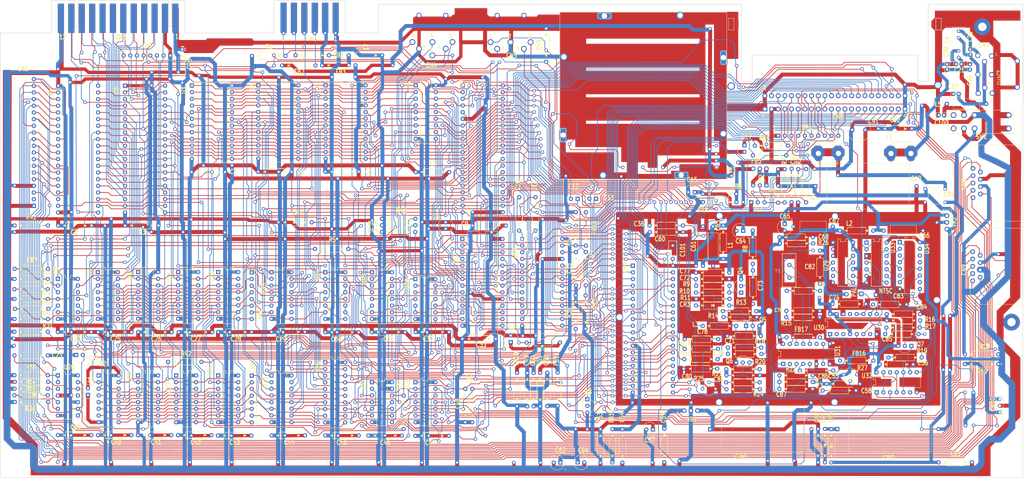
<source format=kicad_pcb>
(kicad_pcb (version 20171130) (host pcbnew "(5.1.6)-1")
  (layers (0 F.Cu signal) (31 B.Cu signal) (37 F.SilkS user) (38 B.Mask user hide) (39 F.Mask user hide) (44 Edge.Cuts user))
  (net 0 "")
  (net 1 /D0)
  (net 2 /A0)
  (net 3 /A1)
  (net 4 /A2)
  (net 5 /A3)
  (net 6 /A4)
  (net 7 /A5)
  (net 8 /A6)
  (net 9 /A7)
  (net 10 /A8)
  (net 11 /A9)
  (net 12 /A10)
  (net 13 /A11)
  (net 14 /A12)
  (net 15 /A13)
  (net 16 /A14)
  (net 17 /A15)
  (net 18 /D1)
  (net 19 /D2)
  (net 20 /D3)
  (net 21 /D4)
  (net 22 /D5)
  (net 23 /D6)
  (net 24 /D7)
  (net 25 /MA7)
  (net 26 /NA7)
  (net 27 /MA5)
  (net 28 /NA5)
  (net 29 /MA4)
  (net 30 /NA4)
  (net 31 /MA6)
  (net 32 /NA6)
  (net 33 /MA1)
  (net 34 /NA1)
  (net 35 /MA2)
  (net 36 /NA2)
  (net 37 /MA0)
  (net 38 /NA0)
  (net 39 /MA3)
  (net 40 /NA3)
  (net 41 "Net-(U1-Pad18)")
  (net 42 "Net-(U9-Pad1)")
  (net 43 "Net-(U10-Pad1)")
  (net 44 "Net-(U11-Pad1)")
  (net 45 "Net-(U12-Pad1)")
  (net 46 "Net-(U17-Pad1)")
  (net 47 "Net-(U20-Pad11)")
  (net 48 "Net-(U20-Pad3)")
  (net 49 "Net-(U21-Pad1)")
  (net 50 "Net-(U22-Pad1)")
  (net 51 "Net-(U23-Pad1)")
  (net 52 "Net-(U24-Pad1)")
  (net 53 "Net-(U29-Pad6)")
  (net 54 "Net-(U30-Pad13)")
  (net 55 "Net-(U30-Pad3)")
  (net 56 "Net-(U30-Pad7)")
  (net 57 "Net-(U30-Pad2)")
  (net 58 "Net-(U32-Pad12)")
  (net 59 "Net-(U32-Pad6)")
  (net 60 /GND)
  (net 61 /VCC)
  (net 62 /+9V)
  (net 63 /+12V)
  (net 64 /N$173)
  (net 65 /N$8)
  (net 66 /N$6)
  (net 67 /N$7)
  (net 68 /N$9)
  (net 69 /N$1)
  (net 70 /N$11)
  (net 71 /N$10)
  (net 72 /N$5)
  (net 73 /N$13)
  (net 74 /N$179)
  (net 75 /N$20)
  (net 76 /N$19)
  (net 77 /N$21)
  (net 78 /N$22)
  (net 79 /N$61)
  (net 80 /N$87)
  (net 81 /N$4)
  (net 82 /N$62)
  (net 83 /N$63)
  (net 84 /N$12)
  (net 85 /N$14)
  (net 86 /N$35)
  (net 87 /+5Vc)
  (net 88 /N$65)
  (net 89 /+5Vcan)
  (net 90 /+5Vvid)
  (net 91 /N$69)
  (net 92 /N$67)
  (net 93 /N$39)
  (net 94 /N$36)
  (net 95 /N$143)
  (net 96 /N$41)
  (net 97 /N$32)
  (net 98 /N$33)
  (net 99 /N$15)
  (net 100 /N$29)
  (net 101 /N$30)
  (net 102 /N$71)
  (net 103 /N$88)
  (net 104 /N$86)
  (net 105 /N$81)
  (net 106 /N$80)
  (net 107 /N$79)
  (net 108 /N$27)
  (net 109 /N$26)
  (net 110 /N$24)
  (net 111 /N$17)
  (net 112 /N$18)
  (net 113 /N$93)
  (net 114 /N$91)
  (net 115 /N$92)
  (net 116 /N$94)
  (net 117 /N$95)
  (net 118 /N$96)
  (net 119 /N$99)
  (net 120 /N$100)
  (net 121 /N$101)
  (net 122 /N$102)
  (net 123 /N$103)
  (net 124 /N$104)
  (net 125 /N$106)
  (net 126 /N$105)
  (net 127 /N$23)
  (net 128 /N$119)
  (net 129 /N$120)
  (net 130 /N$138)
  (net 131 /N$139)
  (net 132 /N$140)
  (net 133 /N$134)
  (net 134 /N$137)
  (net 135 /N$121)
  (net 136 /N$122)
  (net 137 /N$123)
  (net 138 /N$124)
  (net 139 /N$125)
  (net 140 /N$126)
  (net 141 /N$127)
  (net 142 /N$128)
  (net 143 /N$129)
  (net 144 /N$133)
  (net 145 /N$171)
  (net 146 /N$84)
  (net 147 /N$172)
  (net 148 /N$114)
  (net 149 /N$116)
  (net 150 /N$115)
  (net 151 /IRQ)
  (net 152 /RW)
  (net 153 /N$187)
  (net 154 /N$160)
  (net 155 /N$159)
  (net 156 /N$188)
  (net 157 /N$157)
  (net 158 /N$155)
  (net 159 /N$158)
  (net 160 /N$153)
  (net 161 /PHI2)
  (net 162 /N$168)
  (net 163 /N$108)
  (net 164 /N$107)
  (net 165 /N$109)
  (net 166 /N$110)
  (net 167 /N$111)
  (net 168 /N$148)
  (net 169 /N$146)
  (net 170 /N$37)
  (net 171 /N$176)
  (net 172 /N$180)
  (net 173 /N$141)
  (net 174 /N$117)
  (net 175 /N$118)
  (net 176 /N$2)
  (net 177 /N$3)
  (net 178 /N$16)
  (net 179 /N$162)
  (net 180 /N$66)
  (net 181 /N$70)
  (net 182 /N$82)
  (net 183 /N$72)
  (net 184 /N$178)
  (net 185 /N$177)
  (net 186 /N$38)
  (net 187 /N$31)
  (net 188 /N$90)
  (net 189 /N$181)
  (net 190 /N$74)
  (net 191 /N$85)
  (net 192 /N$28)
  (net 193 /N$64)
  (net 194 /N$89)
  (net 195 /N$147)
  (net 196 /N$51)
  (net 197 /N$54)
  (net 198 /N$165)
  (net 199 /N$164)
  (net 200 /N$59)
  (net 201 /N$182)
  (net 202 /N$135)
  (net 203 /N$136)
  (net 204 /N$132)
  (net 205 /N$131)
  (net 206 /N$130)
  (net 207 /N$183)
  (net 208 /N$145)
  (net 209 /N$152)
  (net 210 /N$170)
  (net 211 /N$47)
  (net 212 /N$48)
  (net 213 /N$49)
  (net 214 /N$50)
  (net 215 /N$184)
  (net 216 /N$56)
  (net 217 /N$167)
  (net 218 /N$52)
  (net 219 /N$60)
  (net 220 /N$55)
  (net 221 /N$53)
  (net 222 /N$44)
  (net 223 /N$45)
  (net 224 /N$42)
  (net 225 /N$46)
  (net 226 /N$185)
  (net 227 /N$186)
  (net 228 /N$163)
  (net 229 /N$190)
  (net 230 /N$189)
  (net 231 /N$113)
  (net 232 /N$112)
  (net 233 /N$76)
  (net 234 /N$75)
  (net 235 /N$83)
  (net 236 /N$73)
  (net 237 /N$68)
  (net 238 /N$78)
  (net 239 /N$77)
  (net 240 "Net-(C79-Pad1)")
  (net 241 "Net-(U8-Pad12)")
  (net 242 "Net-(U13-Pad10)")
  (net 243 "Net-(SW1-Pad1)")
  (net 244 "Net-(SW1-Pad4)")
  (net 245 /RES)
  (net 246 /N$97)
  (net 247 /N$98)
  (net 248 "Net-(U31-Pad11)")
  (net 249 /PHI0)
  (net 250 /N$166)
  (net 251 /N$169)
  (net 252 "Net-(U34-Pad15)")
  (net 253 "Net-(U34-Pad14)")
  (net 254 "Net-(U34-Pad13)")
  (net 255 "Net-(U34-Pad12)")
  (net 256 "Net-(U34-Pad10)")
  (net 257 "Net-(U34-Pad6)")
  (net 258 "Net-(U34-Pad3)")
  (net 259 "Net-(U34-Pad2)")
  (net 260 "Net-(U33-Pad1)")
  (net 261 "Net-(U33-Pad10)")
  (net 262 "Net-(U33-Pad4)")
  (net 263 "Net-(U33-Pad11)")
  (net 264 "Net-(U33-Pad13)")
  (net 265 /NMI)
  (module EXPANSIONPORT:EXPANSIONPORT (layer F.Cu) (at 332.6892 81.788)
    (fp_text reference CN6 (at 1.10998 5.30098) (layer F.SilkS) (effects (font (size 1.75 1.37) (thickness 0.3))))
    (fp_text value EXPANSIONPORT hide)
    (fp_text user 1 (at -28.17368 5.56768) (layer F.SilkS) (effects (font (size 1.75 1.37) (thickness 0.3)) (justify left bottom)))
    (fp_text user 22 (at 25.7968 5.56) (layer F.SilkS) (effects (font (size 1.75 1.37) (thickness 0.3)) (justify left bottom)))
    (fp_text user Z (at 27.8968 -0.64) (layer F.SilkS) (effects (font (size 1.75 1.37) (thickness 0.3)) (justify left bottom)))
    (fp_text user A (at -27.62504 -4.40944) (layer F.SilkS) (effects (font (size 1.75 1.37) (thickness 0.3)) (justify left bottom)))
    (pad P$3 smd rect (at -39.45 -29.79) (size 5.553 2.3) (layers F.Cu F.Mask) (net 60 /GND))
    (pad 1 thru_hole rect (at -26.67 2.54) (size 1.9 1.9) (drill 1.1) (layers *.Cu *.Mask) (net 60 /GND))
    (pad 2 thru_hole circle (at -24.13 2.54) (size 1.9 1.9) (drill 1.1) (layers *.Cu *.Mask) (net 61 /VCC))
    (pad 3 thru_hole circle (at -21.59 2.54) (size 1.9 1.9) (drill 1.1) (layers *.Cu *.Mask) (net 61 /VCC))
    (pad 4 thru_hole circle (at -19.05 2.54) (size 1.9 1.9) (drill 1.1) (layers *.Cu *.Mask) (net 151 /IRQ))
    (pad 5 thru_hole circle (at -16.51 2.54) (size 1.9 1.9) (drill 1.1) (layers *.Cu *.Mask) (net 152 /RW))
    (pad 6 thru_hole circle (at -13.97 2.54) (size 1.9 1.9) (drill 1.1) (layers *.Cu *.Mask) (net 80 /N$87))
    (pad 7 thru_hole circle (at -11.43 2.54) (size 1.9 1.9) (drill 1.1) (layers *.Cu *.Mask) (net 153 /N$187))
    (pad 8 thru_hole circle (at -8.89 2.54) (size 1.9 1.9) (drill 1.1) (layers *.Cu *.Mask) (net 154 /N$160))
    (pad 9 thru_hole circle (at -6.35 2.54) (size 1.9 1.9) (drill 1.1) (layers *.Cu *.Mask) (net 155 /N$159))
    (pad 10 thru_hole circle (at -3.81 2.54) (size 1.9 1.9) (drill 1.1) (layers *.Cu *.Mask) (net 156 /N$188))
    (pad 11 thru_hole circle (at -1.27 2.54) (size 1.9 1.9) (drill 1.1) (layers *.Cu *.Mask) (net 157 /N$157))
    (pad 12 thru_hole circle (at 1.27 2.54) (size 1.9 1.9) (drill 1.1) (layers *.Cu *.Mask) (net 158 /N$155))
    (pad 13 thru_hole circle (at 3.81 2.54) (size 1.9 1.9) (drill 1.1) (layers *.Cu *.Mask) (net 251 /N$169))
    (pad 14 thru_hole circle (at 6.35 2.54) (size 1.9 1.9) (drill 1.1) (layers *.Cu *.Mask) (net 24 /D7))
    (pad 15 thru_hole circle (at 8.89 2.54) (size 1.9 1.9) (drill 1.1) (layers *.Cu *.Mask) (net 23 /D6))
    (pad 16 thru_hole circle (at 11.43 2.54) (size 1.9 1.9) (drill 1.1) (layers *.Cu *.Mask) (net 22 /D5))
    (pad 17 thru_hole circle (at 13.97 2.54) (size 1.9 1.9) (drill 1.1) (layers *.Cu *.Mask) (net 21 /D4))
    (pad 18 thru_hole circle (at 16.51 2.54) (size 1.9 1.9) (drill 1.1) (layers *.Cu *.Mask) (net 20 /D3))
    (pad 19 thru_hole circle (at 19.05 2.54) (size 1.9 1.9) (drill 1.1) (layers *.Cu *.Mask) (net 19 /D2))
    (pad 20 thru_hole circle (at 21.59 2.54) (size 1.9 1.9) (drill 1.1) (layers *.Cu *.Mask) (net 18 /D1))
    (pad A thru_hole circle (at -26.67 -2.54) (size 1.9 1.9) (drill 1.1) (layers *.Cu *.Mask) (net 60 /GND))
    (pad B thru_hole circle (at -24.13 -2.54) (size 1.9 1.9) (drill 1.1) (layers *.Cu *.Mask) (net 159 /N$158))
    (pad C thru_hole circle (at -21.59 -2.54) (size 1.9 1.9) (drill 1.1) (layers *.Cu *.Mask) (net 160 /N$153))
    (pad E thru_hole circle (at -16.51 -2.54) (size 1.9 1.9) (drill 1.1) (layers *.Cu *.Mask) (net 161 /PHI2))
    (pad F thru_hole circle (at -13.97 -2.54) (size 1.9 1.9) (drill 1.1) (layers *.Cu *.Mask) (net 17 /A15))
    (pad H thru_hole circle (at -11.43 -2.54) (size 1.9 1.9) (drill 1.1) (layers *.Cu *.Mask) (net 16 /A14))
    (pad J thru_hole circle (at -8.89 -2.54) (size 1.9 1.9) (drill 1.1) (layers *.Cu *.Mask) (net 15 /A13))
    (pad K thru_hole circle (at -6.35 -2.54) (size 1.9 1.9) (drill 1.1) (layers *.Cu *.Mask) (net 14 /A12))
    (pad L thru_hole circle (at -3.81 -2.54) (size 1.9 1.9) (drill 1.1) (layers *.Cu *.Mask) (net 13 /A11))
    (pad M thru_hole circle (at -1.27 -2.54) (size 1.9 1.9) (drill 1.1) (layers *.Cu *.Mask) (net 12 /A10))
    (pad N thru_hole circle (at 1.27 -2.54) (size 1.9 1.9) (drill 1.1) (layers *.Cu *.Mask) (net 11 /A9))
    (pad P thru_hole circle (at 3.81 -2.54) (size 1.9 1.9) (drill 1.1) (layers *.Cu *.Mask) (net 10 /A8))
    (pad R thru_hole circle (at 6.35 -2.54) (size 1.9 1.9) (drill 1.1) (layers *.Cu *.Mask) (net 9 /A7))
    (pad S thru_hole circle (at 8.89 -2.54) (size 1.9 1.9) (drill 1.1) (layers *.Cu *.Mask) (net 8 /A6))
    (pad T thru_hole circle (at 11.43 -2.54) (size 1.9 1.9) (drill 1.1) (layers *.Cu *.Mask) (net 7 /A5))
    (pad U thru_hole circle (at 13.97 -2.54) (size 1.9 1.9) (drill 1.1) (layers *.Cu *.Mask) (net 6 /A4))
    (pad V thru_hole circle (at 16.51 -2.54) (size 1.9 1.9) (drill 1.1) (layers *.Cu *.Mask) (net 5 /A3))
    (pad W thru_hole circle (at 19.05 -2.54) (size 1.9 1.9) (drill 1.1) (layers *.Cu *.Mask) (net 4 /A2))
    (pad X thru_hole circle (at 21.59 -2.54) (size 1.9 1.9) (drill 1.1) (layers *.Cu *.Mask) (net 3 /A1))
    (pad Y thru_hole circle (at 24.13 -2.54) (size 1.9 1.9) (drill 1.1) (layers *.Cu *.Mask) (net 2 /A0))
    (pad 21 thru_hole circle (at 24.13 2.54) (size 1.9 1.9) (drill 1.1) (layers *.Cu *.Mask) (net 1 /D0))
    (pad 22 thru_hole circle (at 26.67 2.54) (size 1.9 1.9) (drill 1.1) (layers *.Cu *.Mask) (net 60 /GND))
    (pad Z thru_hole circle (at 26.67 -2.54) (size 1.9 1.9) (drill 1.1) (layers *.Cu *.Mask) (net 60 /GND))
    (pad D thru_hole circle (at -19.05 -2.54) (size 1.9 1.9) (drill 1.1) (layers *.Cu *.Mask) (net 265 /NMI))
    (pad P$1 thru_hole circle (at -39.45128 -6.1976) (size 2.9 2.9) (drill 2.1) (layers *.Cu *.Mask) (net 60 /GND))
    (pad P$2 thru_hole circle (at 39.21252 -6.56336) (size 2.9 2.9) (drill 2.1) (layers *.Cu *.Mask) (net 60 /GND))
    (pad P$3 smd rect (at -39.45 -29.79 45) (size 5.553 2.3) (layers F.Cu F.Mask) (net 60 /GND))
    (pad P$3 smd rect (at -39.45 -29.79 90) (size 5.553 2.3) (layers F.Cu F.Mask) (net 60 /GND))
    (pad P$3 smd rect (at -39.45 -29.79 135) (size 5.553 2.3) (layers F.Cu F.Mask) (net 60 /GND))
    (pad P$4 smd rect (at 39.5 -29.79 90) (size 5.553 2.3) (layers F.Cu F.Mask) (net 60 /GND))
    (pad P$4 smd rect (at 39.5 -29.79) (size 5.553 2.3) (layers F.Cu F.Mask) (net 60 /GND))
    (pad P$4 smd rect (at 39.5 -29.79 45) (size 5.553 2.3) (layers F.Cu F.Mask) (net 60 /GND))
    (pad P$4 smd rect (at 39.5 -29.79 135) (size 5.553 2.3) (layers F.Cu F.Mask) (net 60 /GND))
  )
  (module BRIDGE_RECTIFIER:BRIDGE_RECTIFIER (layer F.Cu) (at 370.25072 117.22608 270)
    (fp_text reference CR4 (at 0.62192 -3.53528) (layer F.SilkS) (effects (font (size 1.75 1.37) (thickness 0.3)) (justify left bottom)))
    (fp_text value BRIDGE_RECTIFIER hide)
    (pad 1 thru_hole rect (at -2.49174 3.175) (size 1.3208 1.3208) (drill 0.8128) (layers *.Cu *.Mask) (net 62 /+9V))
    (pad 2 thru_hole circle (at 2.60604 3.19786) (size 1.3208 1.3208) (drill 0.8128) (layers *.Cu *.Mask) (net 60 /GND))
    (pad 3 thru_hole circle (at 2.6 -4.45) (size 1.3208 1.3208) (drill 0.8128) (layers *.Cu *.Mask) (net 110 /N$24))
    (pad 4 thru_hole circle (at -2.49174 -4.42468) (size 1.3208 1.3208) (drill 0.8128) (layers *.Cu *.Mask) (net 127 /N$23))
  )
  (module 20way:20way (layer F.Cu) (at 27.813 97.04832 90)
    (fp_text reference CN1 (at 27.08656 -1.92532) (layer F.SilkS) (effects (font (size 1.75 1.37) (thickness 0.3)) (justify right bottom)))
    (fp_text value KEYBOARD hide)
    (pad 1 thru_hole rect (at -24.13 0 180) (size 1.6 1.6) (drill 0.8) (layers *.Cu *.Mask) (net 60 /GND))
    (pad 2 thru_hole circle (at -21.59 0 180) (size 1.6 1.6) (drill 0.8) (layers *.Cu *.Mask))
    (pad 3 thru_hole circle (at -19.05 0 180) (size 1.6 1.6) (drill 0.8) (layers *.Cu *.Mask) (net 83 /N$63))
    (pad 4 thru_hole circle (at -16.51 0 180) (size 1.6 1.6) (drill 0.8) (layers *.Cu *.Mask) (net 61 /VCC))
    (pad 5 thru_hole circle (at -13.97 0 180) (size 1.6 1.6) (drill 0.8) (layers *.Cu *.Mask) (net 126 /N$105))
    (pad 6 thru_hole circle (at -11.43 0 180) (size 1.6 1.6) (drill 0.8) (layers *.Cu *.Mask) (net 125 /N$106))
    (pad 7 thru_hole circle (at -8.89 0 180) (size 1.6 1.6) (drill 0.8) (layers *.Cu *.Mask) (net 124 /N$104))
    (pad 8 thru_hole circle (at -6.35 0 180) (size 1.6 1.6) (drill 0.8) (layers *.Cu *.Mask) (net 123 /N$103))
    (pad 9 thru_hole circle (at -3.81 0 180) (size 1.6 1.6) (drill 0.8) (layers *.Cu *.Mask) (net 122 /N$102))
    (pad 10 thru_hole circle (at -1.27 0 180) (size 1.6 1.6) (drill 0.8) (layers *.Cu *.Mask) (net 121 /N$101))
    (pad 11 thru_hole circle (at 1.27 0 180) (size 1.6 1.6) (drill 0.8) (layers *.Cu *.Mask) (net 120 /N$100))
    (pad 12 thru_hole circle (at 3.81 0 180) (size 1.6 1.6) (drill 0.8) (layers *.Cu *.Mask) (net 119 /N$99))
    (pad 13 thru_hole circle (at 6.35 0 180) (size 1.6 1.6) (drill 0.8) (layers *.Cu *.Mask) (net 247 /N$98))
    (pad 14 thru_hole circle (at 8.89 0 180) (size 1.6 1.6) (drill 0.8) (layers *.Cu *.Mask) (net 118 /N$96))
    (pad 15 thru_hole circle (at 11.43 0 180) (size 1.6 1.6) (drill 0.8) (layers *.Cu *.Mask) (net 117 /N$95))
    (pad 16 thru_hole circle (at 13.97 0 180) (size 1.6 1.6) (drill 0.8) (layers *.Cu *.Mask) (net 116 /N$94))
    (pad 17 thru_hole circle (at 16.51 0 180) (size 1.6 1.6) (drill 0.8) (layers *.Cu *.Mask) (net 113 /N$93))
    (pad 18 thru_hole circle (at 19.05 0 180) (size 1.6 1.6) (drill 0.8) (layers *.Cu *.Mask) (net 115 /N$92))
    (pad 19 thru_hole circle (at 21.59 0 180) (size 1.6 1.6) (drill 0.8) (layers *.Cu *.Mask) (net 114 /N$91))
    (pad 20 thru_hole circle (at 24.13 0 180) (size 1.6 1.6) (drill 0.8) (layers *.Cu *.Mask) (net 246 /N$97))
  )
  (module CONTROL_PORT:CONTROL_PORT (layer F.Cu) (at 386.55498 144.1704 90)
    (fp_text reference CN9 (at -3.5776 -3.76898 90) (layer F.SilkS) (effects (font (size 1.75 1.37) (thickness 0.3)) (justify left bottom)))
    (fp_text value CONTROL_PORT hide)
    (pad 5 thru_hole circle (at 5.54 -1.425 90) (size 1.8 1.8) (drill 1) (layers *.Cu *.Mask) (net 167 /N$111))
    (pad 4 thru_hole circle (at 2.77 -1.425 90) (size 1.8 1.8) (drill 1) (layers *.Cu *.Mask) (net 126 /N$105))
    (pad 3 thru_hole circle (at 0 -1.425 90) (size 1.8 1.8) (drill 1) (layers *.Cu *.Mask) (net 121 /N$101))
    (pad 2 thru_hole circle (at -2.77 -1.425 90) (size 1.8 1.8) (drill 1) (layers *.Cu *.Mask) (net 120 /N$100))
    (pad 1 thru_hole circle (at -5.54 -1.425 90) (size 1.8 1.8) (drill 1) (layers *.Cu *.Mask) (net 119 /N$99))
    (pad 9 thru_hole circle (at 4.155 1.425 90) (size 1.8 1.8) (drill 1) (layers *.Cu *.Mask) (net 166 /N$110))
    (pad 8 thru_hole circle (at 1.385 1.425 90) (size 1.8 1.8) (drill 1) (layers *.Cu *.Mask) (net 60 /GND))
    (pad 7 thru_hole circle (at -1.385 1.425 90) (size 1.8 1.8) (drill 1) (layers *.Cu *.Mask) (net 165 /N$109))
    (pad 6 thru_hole circle (at -4.155 1.425 90) (size 1.8 1.8) (drill 1) (layers *.Cu *.Mask) (net 123 /N$103))
  )
  (module CONTROL_PORT:CONTROL_PORT (layer F.Cu) (at 386.65912 112.48644 90)
    (fp_text reference CN8 (at -2.76156 -4.07312 90) (layer F.SilkS) (effects (font (size 1.75 1.37) (thickness 0.3)) (justify left bottom)))
    (fp_text value CONTROL_PORT hide)
    (pad 6 thru_hole circle (at -4.155 1.425 90) (size 1.8 1.8) (drill 1) (layers *.Cu *.Mask) (net 116 /N$94))
    (pad 7 thru_hole circle (at -1.385 1.425 90) (size 1.8 1.8) (drill 1) (layers *.Cu *.Mask) (net 165 /N$109))
    (pad 8 thru_hole circle (at 1.385 1.425 90) (size 1.8 1.8) (drill 1) (layers *.Cu *.Mask) (net 60 /GND))
    (pad 9 thru_hole circle (at 4.155 1.425 90) (size 1.8 1.8) (drill 1) (layers *.Cu *.Mask) (net 164 /N$107))
    (pad 1 thru_hole circle (at -5.54 -1.425 90) (size 1.8 1.8) (drill 1) (layers *.Cu *.Mask) (net 247 /N$98))
    (pad 2 thru_hole circle (at -2.77 -1.425 90) (size 1.8 1.8) (drill 1) (layers *.Cu *.Mask) (net 114 /N$91))
    (pad 3 thru_hole circle (at 0 -1.425 90) (size 1.8 1.8) (drill 1) (layers *.Cu *.Mask) (net 115 /N$92))
    (pad 4 thru_hole circle (at 2.77 -1.425 90) (size 1.8 1.8) (drill 1) (layers *.Cu *.Mask) (net 113 /N$93))
    (pad 5 thru_hole circle (at 5.54 -1.425 90) (size 1.8 1.8) (drill 1) (layers *.Cu *.Mask) (net 163 /N$108))
  )
  (module linefilter:LINEFILTER (layer F.Cu) (at 379.7554 59.69 90)
    (fp_text reference L4 (at 1.842 -4.4694 90) (layer F.SilkS) (effects (font (size 1.75 1.37) (thickness 0.3))))
    (fp_text value LINEFILTER hide)
    (pad 1 thru_hole circle (at -5 0 90) (size 1.308 1.308) (drill 0.8) (layers *.Cu *.Mask) (net 78 /N$22))
    (pad 2 thru_hole circle (at 2.5 0 90) (size 1.308 1.308) (drill 0.8) (layers *.Cu *.Mask) (net 75 /N$20))
    (pad 3 thru_hole circle (at -2.5 0 90) (size 1.308 1.308) (drill 0.8) (layers *.Cu *.Mask) (net 77 /N$21))
    (pad 4 thru_hole circle (at 5 0 90) (size 1.308 1.308) (drill 0.8) (layers *.Cu *.Mask) (net 76 /N$19))
  )
  (module DPDT_SWITCH:DPDT_SWITCH (layer F.Cu) (at 381.8382 89.1794)
    (fp_text reference SW1 (at 4.3478 6.6686) (layer F.SilkS) (effects (font (size 1.75 1.37) (thickness 0.3)) (justify left bottom)))
    (fp_text value DPDT_SWITCH hide)
    (pad 2 thru_hole circle (at 0 -2.54 90) (size 2.2 2.2) (drill 1.4) (layers *.Cu *.Mask) (net 112 /N$18))
    (pad 1 thru_hole circle (at -4 -2.54 90) (size 2.2 2.2) (drill 1.4) (layers *.Cu *.Mask) (net 243 "Net-(SW1-Pad1)"))
    (pad 3 thru_hole circle (at 4 -2.54 90) (size 2.2 2.2) (drill 1.4) (layers *.Cu *.Mask) (net 61 /VCC))
    (pad 4 thru_hole circle (at -4 2.54 90) (size 2.2 2.2) (drill 1.4) (layers *.Cu *.Mask) (net 244 "Net-(SW1-Pad4)"))
    (pad 5 thru_hole circle (at 0 2.54 90) (size 2.2 2.2) (drill 1.4) (layers *.Cu *.Mask) (net 78 /N$22))
    (pad 6 thru_hole circle (at 4 2.54 90) (size 2.2 2.2) (drill 1.4) (layers *.Cu *.Mask) (net 110 /N$24))
    (pad 7 thru_hole circle (at 17 -2.54 90) (size 2.2 2.2) (drill 1.4) (layers *.Cu *.Mask) (net 60 /GND))
    (pad 8 thru_hole circle (at 17 2.54 90) (size 2.2 2.2) (drill 1.4) (layers *.Cu *.Mask) (net 60 /GND))
  )
  (module VR:VR (layer F.Cu) (at 277.8633 201.64298 180)
    (fp_text reference VR1 (at 1.65354 -1.90246 180) (layer F.SilkS) (effects (font (size 1.75 1.37) (thickness 0.3)) (justify left bottom)))
    (fp_text value 7812 hide)
    (pad 1 thru_hole circle (at -2.54 2.54 270) (size 1.8 1.8) (drill 1) (layers *.Cu *.Mask) (net 108 /N$27))
    (pad 2 thru_hole circle (at 0 2.54 270) (size 1.8 1.8) (drill 1) (layers *.Cu *.Mask) (net 60 /GND))
    (pad 3 thru_hole circle (at 2.54 2.54 270) (size 1.8 1.8) (drill 1) (layers *.Cu *.Mask) (net 63 /+12V))
  )
  (module VR:VR (layer F.Cu) (at 372.75516 127.46736 90)
    (fp_text reference VR2 (at -1.98064 6.33084 90) (layer F.SilkS) (effects (font (size 1.75 1.37) (thickness 0.3)) (justify left bottom)))
    (fp_text value 7805 hide)
    (pad 3 thru_hole circle (at 2.54 2.54 180) (size 1.8 1.8) (drill 1) (layers *.Cu *.Mask) (net 89 /+5Vcan))
    (pad 2 thru_hole circle (at 0 2.54 180) (size 1.8 1.8) (drill 1) (layers *.Cu *.Mask) (net 60 /GND))
    (pad 1 thru_hole circle (at -2.54 2.54 180) (size 1.8 1.8) (drill 1) (layers *.Cu *.Mask) (net 62 /+9V))
  )
  (module TIP29B:TIP29B (layer F.Cu) (at 304.0888 109.5756 180)
    (fp_text reference Q3 (at 8.98144 0.9652) (layer F.SilkS) (effects (font (size 1.75 1.37) (thickness 0.3)) (justify right bottom)))
    (fp_text value TIP29B hide)
    (pad 1 thru_hole circle (at -2.54 2.54 270) (size 1.8 1.8) (drill 1) (layers *.Cu *.Mask) (net 184 /N$178))
    (pad 2 thru_hole circle (at 0 2.54 270) (size 1.8 1.8) (drill 1) (layers *.Cu *.Mask) (net 62 /+9V))
    (pad 3 thru_hole circle (at 2.54 2.54 270) (size 1.8 1.8) (drill 1) (layers *.Cu *.Mask) (net 172 /N$180))
  )
  (module polyester12_03_07:polyester12_03_07 (layer F.Cu) (at 218.7702 117.8814 270)
    (fp_text reference C11 (at -2.24028 -0.52324 270) (layer F.SilkS) (effects (font (size 1.75 1.37) (thickness 0.3)) (justify left bottom)))
    (fp_text value "2200 pF Polyester" hide)
    (pad 1 thru_hole circle (at 0 0 270) (size 1.6 1.6) (drill 0.8) (layers *.Cu *.Mask) (net 68 /N$9))
    (pad 2 thru_hole circle (at 12.7 0 270) (size 1.6 1.6) (drill 0.8) (layers *.Cu *.Mask) (net 67 /N$7))
  )
  (module polyester12_03_07:polyester12_03_07 (layer F.Cu) (at 212.51164 130.59156 90)
    (fp_text reference C10 (at 15.19428 0.52324 90) (layer F.SilkS) (effects (font (size 1.75 1.37) (thickness 0.3)) (justify left bottom)))
    (fp_text value "2200 pF Polyester" hide)
    (pad 2 thru_hole circle (at 12.7 0 90) (size 1.6 1.6) (drill 0.8) (layers *.Cu *.Mask) (net 66 /N$6))
    (pad 1 thru_hole circle (at 0 0 90) (size 1.6 1.6) (drill 0.8) (layers *.Cu *.Mask) (net 65 /N$8))
  )
  (module "Capacitor Disc:c101" (layer F.Cu) (at 270.9672 141.351 90)
    (fp_text reference C101 (at 3.39852 3.77952 90) (layer F.SilkS) (effects (font (size 1.75 1.37) (thickness 0.3))))
    (fp_text value "0.1 uF")
    (pad 1 thru_hole circle (at 0 0 90) (size 1.6 1.6) (drill 0.8) (layers *.Cu *.Mask) (net 89 /+5Vcan))
    (pad 2 thru_hole circle (at 5.08 0 90) (size 1.6 1.6) (drill 0.8) (layers *.Cu *.Mask) (net 60 /GND))
  )
  (module INDUCTOR_P15:P15 (layer F.Cu) (at 382.8034 82.3468 180)
    (fp_text reference L5 (at 10.8712 -0.1778) (layer F.SilkS) (effects (font (size 1.75 1.37) (thickness 0.3))))
    (fp_text value "1.2 uH" hide)
    (pad 2 thru_hole circle (at 7.5 0 180) (size 1.6 1.6) (drill 0.8) (layers *.Cu *.Mask) (net 112 /N$18))
    (pad 1 thru_hole circle (at -7.5 0 180) (size 1.6 1.6) (drill 0.8) (layers *.Cu *.Mask) (net 111 /N$17))
  )
  (module Capacitor:0203 (layer F.Cu) (at 373.2022 86.6648 180)
    (fp_text reference C100 (at 2.8162 -3.8832 180) (layer F.SilkS) (effects (font (size 1.75 1.37) (thickness 0.3)) (justify left bottom)))
    (fp_text value "0.22 uF 100V" hide)
    (pad 1 thru_hole circle (at -1 0 180) (size 1.6 1.6) (drill 0.8) (layers *.Cu *.Mask) (net 112 /N$18))
    (pad 2 thru_hole circle (at 1 0 180) (size 1.6 1.6) (drill 0.8) (layers *.Cu *.Mask) (net 60 /GND))
  )
  (module Crystal:HC49TL-H (layer F.Cu) (at 322.9864 146.1008 270)
    (fp_text reference Y1 (at 0.4318 13.2334) (layer F.SilkS) (effects (font (size 1.2065 1.2065) (thickness 0.127)) (justify left bottom)))
    (fp_text value "17.73 MHz" hide)
    (pad 1 thru_hole circle (at -2.413 7.62 270) (size 1.6 1.6) (drill 0.8) (layers *.Cu *.Mask) (net 91 /N$69))
    (pad 2 thru_hole circle (at 2.413 7.62 270) (size 1.6 1.6) (drill 0.8) (layers *.Cu *.Mask) (net 237 /N$68))
  )
  (module INDUCTOR_P12:12_03_07 (layer F.Cu) (at 347.2942 130.6068 180)
    (fp_text reference L2 (at 7.7082 1.7588) (layer F.SilkS) (effects (font (size 1.75 1.37) (thickness 0.3)) (justify right bottom)))
    (fp_text value "2.2 uH" hide)
    (pad 2 thru_hole circle (at 12.7 0 180) (size 1.6 1.6) (drill 0.8) (layers *.Cu *.Mask) (net 87 /+5Vc))
    (pad 1 thru_hole circle (at 0 0 180) (size 1.6 1.6) (drill 0.8) (layers *.Cu *.Mask) (net 89 /+5Vcan))
  )
  (module Capacitor:15_4_10 (layer F.Cu) (at 358.7242 130.6068)
    (fp_text reference C66 (at 5.8618 2.8412) (layer F.SilkS) (effects (font (size 1.75 1.37) (thickness 0.3)) (justify left bottom)))
    (fp_text value "0.47 uF 50V 20%" hide)
    (pad 1 thru_hole circle (at -7.5 0) (size 1.6 1.6) (drill 0.8) (layers *.Cu *.Mask) (net 89 /+5Vcan))
    (pad 2 thru_hole circle (at 7.5 0) (size 1.6 1.6) (drill 0.8) (layers *.Cu *.Mask) (net 60 /GND))
  )
  (module SN7474N:SN7474N (layer F.Cu) (at 331.978 135.128 270)
    (fp_text reference U29 (at 11.02 1.592 270) (layer F.SilkS) (effects (font (size 1.75 1.37) (thickness 0.3)) (justify left bottom)))
    (fp_text value SN7474N hide)
    (pad 14 thru_hole circle (at 0 -7.62) (size 1.6 1.6) (drill 0.8) (layers *.Cu *.Mask) (net 87 /+5Vc))
    (pad 13 thru_hole circle (at 2.54 -7.62) (size 1.6 1.6) (drill 0.8) (layers *.Cu *.Mask) (net 87 /+5Vc))
    (pad 12 thru_hole circle (at 5.08 -7.62) (size 1.6 1.6) (drill 0.8) (layers *.Cu *.Mask) (net 233 /N$76))
    (pad 11 thru_hole circle (at 7.62 -7.62) (size 1.6 1.6) (drill 0.8) (layers *.Cu *.Mask) (net 234 /N$75))
    (pad 10 thru_hole circle (at 10.16 -7.62) (size 1.6 1.6) (drill 0.8) (layers *.Cu *.Mask) (net 87 /+5Vc))
    (pad 9 thru_hole circle (at 12.7 -7.62) (size 1.6 1.6) (drill 0.8) (layers *.Cu *.Mask) (net 235 /N$83))
    (pad 5 thru_hole circle (at 10.16 0) (size 1.6 1.6) (drill 0.8) (layers *.Cu *.Mask) (net 236 /N$73))
    (pad 6 thru_hole circle (at 12.7 0) (size 1.6 1.6) (drill 0.8) (layers *.Cu *.Mask) (net 53 "Net-(U29-Pad6)"))
    (pad 4 thru_hole circle (at 7.62 0) (size 1.6 1.6) (drill 0.8) (layers *.Cu *.Mask) (net 183 /N$72))
    (pad 3 thru_hole circle (at 5.08 0) (size 1.6 1.6) (drill 0.8) (layers *.Cu *.Mask) (net 60 /GND))
    (pad 8 thru_hole circle (at 15.24 -7.62) (size 1.6 1.6) (drill 0.8) (layers *.Cu *.Mask) (net 233 /N$76))
    (pad 7 thru_hole circle (at 15.24 0) (size 1.6 1.6) (drill 0.8) (layers *.Cu *.Mask) (net 60 /GND))
    (pad 2 thru_hole circle (at 2.54 0) (size 1.6 1.6) (drill 0.8) (layers *.Cu *.Mask) (net 60 /GND))
    (pad 1 thru_hole rect (at 0 0) (size 1.6 1.6) (drill 0.8) (layers *.Cu *.Mask) (net 60 /GND))
  )
  (module SN74193N:SN74193N (layer F.Cu) (at 330.835 169.9768)
    (fp_text reference U30 (at -6.449 -1.4288) (layer F.SilkS) (effects (font (size 1.75 1.37) (thickness 0.3)) (justify left bottom)))
    (fp_text value SN74193N hide)
    (pad 16 thru_hole circle (at 0 -7.62 90) (size 1.6 1.6) (drill 0.8) (layers *.Cu *.Mask) (net 87 /+5Vc))
    (pad 15 thru_hole circle (at 2.54 -7.62 90) (size 1.6 1.6) (drill 0.8) (layers *.Cu *.Mask) (net 87 /+5Vc))
    (pad 14 thru_hole circle (at 5.08 -7.62 90) (size 1.6 1.6) (drill 0.8) (layers *.Cu *.Mask) (net 60 /GND))
    (pad 13 thru_hole circle (at 7.62 -7.62 90) (size 1.6 1.6) (drill 0.8) (layers *.Cu *.Mask) (net 54 "Net-(U30-Pad13)"))
    (pad 12 thru_hole circle (at 10.16 -7.62 90) (size 1.6 1.6) (drill 0.8) (layers *.Cu *.Mask) (net 102 /N$71))
    (pad 11 thru_hole circle (at 12.7 -7.62 90) (size 1.6 1.6) (drill 0.8) (layers *.Cu *.Mask) (net 102 /N$71))
    (pad 10 thru_hole circle (at 15.24 -7.62 90) (size 1.6 1.6) (drill 0.8) (layers *.Cu *.Mask) (net 183 /N$72))
    (pad 9 thru_hole circle (at 17.78 -7.62 90) (size 1.6 1.6) (drill 0.8) (layers *.Cu *.Mask) (net 236 /N$73))
    (pad 5 thru_hole circle (at 10.16 0 90) (size 1.6 1.6) (drill 0.8) (layers *.Cu *.Mask) (net 181 /N$70))
    (pad 6 thru_hole circle (at 12.7 0 90) (size 1.6 1.6) (drill 0.8) (layers *.Cu *.Mask) (net 234 /N$75))
    (pad 4 thru_hole circle (at 7.62 0 90) (size 1.6 1.6) (drill 0.8) (layers *.Cu *.Mask) (net 87 /+5Vc))
    (pad 3 thru_hole circle (at 5.08 0 90) (size 1.6 1.6) (drill 0.8) (layers *.Cu *.Mask) (net 55 "Net-(U30-Pad3)"))
    (pad 8 thru_hole circle (at 17.78 0 90) (size 1.6 1.6) (drill 0.8) (layers *.Cu *.Mask) (net 60 /GND))
    (pad 7 thru_hole circle (at 15.24 0 90) (size 1.6 1.6) (drill 0.8) (layers *.Cu *.Mask) (net 56 "Net-(U30-Pad7)"))
    (pad 2 thru_hole circle (at 2.54 0 90) (size 1.6 1.6) (drill 0.8) (layers *.Cu *.Mask) (net 57 "Net-(U30-Pad2)"))
    (pad 1 thru_hole rect (at 0 0 90) (size 1.6 1.6) (drill 0.8) (layers *.Cu *.Mask) (net 183 /N$72))
  )
  (module SN74629:SN74629 (layer F.Cu) (at 313.0042 181.3306)
    (fp_text reference U31 (at 21.7818 -2.7826 90) (layer F.SilkS) (effects (font (size 1.75 1.37) (thickness 0.3)) (justify left bottom)))
    (fp_text value SN74629 hide)
    (pad 16 thru_hole circle (at 0 -7.62 90) (size 1.6 1.6) (drill 0.8) (layers *.Cu *.Mask) (net 87 /+5Vc))
    (pad 15 thru_hole circle (at 2.54 -7.62 90) (size 1.6 1.6) (drill 0.8) (layers *.Cu *.Mask) (net 193 /N$64))
    (pad 14 thru_hole circle (at 5.08 -7.62 90) (size 1.6 1.6) (drill 0.8) (layers *.Cu *.Mask) (net 95 /N$143))
    (pad 13 thru_hole circle (at 7.62 -7.62 90) (size 1.6 1.6) (drill 0.8) (layers *.Cu *.Mask) (net 92 /N$67))
    (pad 12 thru_hole circle (at 10.16 -7.62 90) (size 1.6 1.6) (drill 0.8) (layers *.Cu *.Mask) (net 237 /N$68))
    (pad 11 thru_hole circle (at 12.7 -7.62 90) (size 1.6 1.6) (drill 0.8) (layers *.Cu *.Mask) (net 248 "Net-(U31-Pad11)"))
    (pad 10 thru_hole circle (at 15.24 -7.62 90) (size 1.6 1.6) (drill 0.8) (layers *.Cu *.Mask) (net 180 /N$66))
    (pad 9 thru_hole circle (at 17.78 -7.62 90) (size 1.6 1.6) (drill 0.8) (layers *.Cu *.Mask) (net 60 /GND))
    (pad 5 thru_hole circle (at 10.16 0 90) (size 1.6 1.6) (drill 0.8) (layers *.Cu *.Mask) (net 105 /N$81))
    (pad 6 thru_hole circle (at 12.7 0 90) (size 1.6 1.6) (drill 0.8) (layers *.Cu *.Mask) (net 60 /GND))
    (pad 4 thru_hole circle (at 7.62 0 90) (size 1.6 1.6) (drill 0.8) (layers *.Cu *.Mask) (net 106 /N$80))
    (pad 3 thru_hole circle (at 5.08 0 90) (size 1.6 1.6) (drill 0.8) (layers *.Cu *.Mask) (net 107 /N$79))
    (pad 8 thru_hole circle (at 17.78 0 90) (size 1.6 1.6) (drill 0.8) (layers *.Cu *.Mask) (net 60 /GND))
    (pad 7 thru_hole circle (at 15.24 0 90) (size 1.6 1.6) (drill 0.8) (layers *.Cu *.Mask) (net 182 /N$82))
    (pad 2 thru_hole circle (at 2.54 0 90) (size 1.6 1.6) (drill 0.8) (layers *.Cu *.Mask) (net 190 /N$74))
    (pad 1 thru_hole rect (at 0 0 90) (size 1.6 1.6) (drill 0.8) (layers *.Cu *.Mask) (net 88 /N$65))
  )
  (module MC4044:MC4044 (layer F.Cu) (at 348.615 192.151)
    (fp_text reference U32 (at -5.929 -5.303) (layer F.SilkS) (effects (font (size 1.75 1.37) (thickness 0.3)) (justify left bottom)))
    (fp_text value MC4044 hide)
    (pad 14 thru_hole circle (at 0 -7.62 90) (size 1.6 1.6) (drill 0.8) (layers *.Cu *.Mask) (net 87 /+5Vc))
    (pad 13 thru_hole circle (at 2.54 -7.62 90) (size 1.6 1.6) (drill 0.8) (layers *.Cu *.Mask) (net 238 /N$78))
    (pad 12 thru_hole circle (at 5.08 -7.62 90) (size 1.6 1.6) (drill 0.8) (layers *.Cu *.Mask) (net 58 "Net-(U32-Pad12)"))
    (pad 11 thru_hole circle (at 7.62 -7.62 90) (size 1.6 1.6) (drill 0.8) (layers *.Cu *.Mask) (net 239 /N$77))
    (pad 10 thru_hole circle (at 10.16 -7.62 90) (size 1.6 1.6) (drill 0.8) (layers *.Cu *.Mask) (net 191 /N$85))
    (pad 9 thru_hole circle (at 12.7 -7.62 90) (size 1.6 1.6) (drill 0.8) (layers *.Cu *.Mask) (net 188 /N$90))
    (pad 5 thru_hole circle (at 10.16 0 90) (size 1.6 1.6) (drill 0.8) (layers *.Cu *.Mask) (net 191 /N$85))
    (pad 6 thru_hole circle (at 12.7 0 90) (size 1.6 1.6) (drill 0.8) (layers *.Cu *.Mask) (net 59 "Net-(U32-Pad6)"))
    (pad 4 thru_hole circle (at 7.62 0 90) (size 1.6 1.6) (drill 0.8) (layers *.Cu *.Mask) (net 238 /N$78))
    (pad 3 thru_hole circle (at 5.08 0 90) (size 1.6 1.6) (drill 0.8) (layers *.Cu *.Mask) (net 249 /PHI0))
    (pad 8 thru_hole circle (at 15.24 -7.62 90) (size 1.6 1.6) (drill 0.8) (layers *.Cu *.Mask) (net 190 /N$74))
    (pad 7 thru_hole circle (at 15.24 0 90) (size 1.6 1.6) (drill 0.8) (layers *.Cu *.Mask) (net 60 /GND))
    (pad 2 thru_hole circle (at 2.54 0 90) (size 1.6 1.6) (drill 0.8) (layers *.Cu *.Mask) (net 239 /N$77))
    (pad 1 thru_hole rect (at 0 0 90) (size 1.6 1.6) (drill 0.8) (layers *.Cu *.Mask) (net 235 /N$83))
  )
  (module Capacitor:E37-31.5-17.5-E (layer F.Cu) (at 305.2826 206.1972)
    (fp_text reference C88 (at -10.90676 11.6332) (layer F.SilkS) (effects (font (size 1.75 1.55) (thickness 0.3)) (justify left bottom)))
    (fp_text value "470 uF 50V" hide)
    (pad + thru_hole rect (at -20.066 0) (size 1.6 1.6) (drill 0.8) (layers *.Cu *.Mask) (net 108 /N$27))
    (pad - thru_hole circle (at 18.5 0) (size 1.5748 1.5748) (drill 0.8128) (layers *.Cu *.Mask) (net 60 /GND))
  )
  (module TO92:TO92 (layer F.Cu) (at 238.47552 197.2818 270)
    (fp_text reference Q8 (at -4.28244 1.30048) (layer F.SilkS) (effects (font (size 1.75 1.37) (thickness 0.3)) (justify left bottom)))
    (fp_text value PN2222 hide)
    (pad 2 thru_hole circle (at 0 0) (size 1.6 1.6) (drill 0.8) (layers *.Cu *.Mask) (net 81 /N$4))
    (pad 1 thru_hole rect (at -2.54 0) (size 1.6 1.6) (drill 0.8) (layers *.Cu *.Mask) (net 72 /N$5))
    (pad 3 thru_hole circle (at 2.54 0) (size 1.6 1.6) (drill 0.8) (layers *.Cu *.Mask) (net 63 /+12V))
  )
  (module SN7408N:SN7408N (layer F.Cu) (at 156.49956 188.2521 270)
    (fp_text reference U27 (at 3.34518 2.08788 270) (layer F.SilkS) (effects (font (size 1.75 1.37) (thickness 0.3)) (justify left bottom)))
    (fp_text value SN7408N hide)
    (pad 1 thru_hole rect (at 0 0) (size 1.6 1.6) (drill 0.8) (layers *.Cu *.Mask) (net 158 /N$155))
    (pad 2 thru_hole circle (at 2.54 0) (size 1.6 1.6) (drill 0.8) (layers *.Cu *.Mask) (net 251 /N$169))
    (pad 7 thru_hole circle (at 15.24 0) (size 1.6 1.6) (drill 0.8) (layers *.Cu *.Mask) (net 60 /GND))
    (pad 8 thru_hole circle (at 15.24 -7.62) (size 1.6 1.6) (drill 0.8) (layers *.Cu *.Mask) (net 216 /N$56))
    (pad 3 thru_hole circle (at 5.08 0) (size 1.6 1.6) (drill 0.8) (layers *.Cu *.Mask) (net 217 /N$167))
    (pad 4 thru_hole circle (at 7.62 0) (size 1.6 1.6) (drill 0.8) (layers *.Cu *.Mask) (net 218 /N$52))
    (pad 6 thru_hole circle (at 12.7 0) (size 1.6 1.6) (drill 0.8) (layers *.Cu *.Mask) (net 162 /N$168))
    (pad 5 thru_hole circle (at 10.16 0) (size 1.6 1.6) (drill 0.8) (layers *.Cu *.Mask) (net 251 /N$169))
    (pad 9 thru_hole circle (at 12.7 -7.62) (size 1.6 1.6) (drill 0.8) (layers *.Cu *.Mask) (net 229 /N$190))
    (pad 10 thru_hole circle (at 10.16 -7.62) (size 1.6 1.6) (drill 0.8) (layers *.Cu *.Mask) (net 218 /N$52))
    (pad 11 thru_hole circle (at 7.62 -7.62) (size 1.6 1.6) (drill 0.8) (layers *.Cu *.Mask) (net 195 /N$147))
    (pad 12 thru_hole circle (at 5.08 -7.62) (size 1.6 1.6) (drill 0.8) (layers *.Cu *.Mask) (net 169 /N$146))
    (pad 13 thru_hole circle (at 2.54 -7.62) (size 1.6 1.6) (drill 0.8) (layers *.Cu *.Mask) (net 61 /VCC))
    (pad 14 thru_hole circle (at 0 -7.62) (size 1.6 1.6) (drill 0.8) (layers *.Cu *.Mask) (net 61 /VCC))
  )
  (module "Capacitor Disc:12_03_07" (layer F.Cu) (at 194.6656 203.5302 90)
    (fp_text reference C93 (at 14.5822 0.0204 90) (layer F.SilkS) (effects (font (size 1.75 1.37) (thickness 0.3)) (justify left bottom)))
    (fp_text value "1000 pF" hide)
    (pad 1 thru_hole circle (at 0 0 90) (size 1.6 1.6) (drill 0.8) (layers *.Cu *.Mask) (net 60 /GND))
    (pad 2 thru_hole circle (at 12.7 0 90) (size 1.6 1.6) (drill 0.8) (layers *.Cu *.Mask) (net 231 /N$113))
  )
  (module SN74258N:SN74258N (layer F.Cu) (at 138.7348 146.431 270)
    (fp_text reference U14 (at 3.3274 1.9812 270) (layer F.SilkS) (effects (font (size 1.75 1.37) (thickness 0.3)) (justify left bottom)))
    (fp_text value SN74258N hide)
    (pad 16 thru_hole circle (at 0 -7.62) (size 1.6 1.6) (drill 0.8) (layers *.Cu *.Mask) (net 61 /VCC))
    (pad 15 thru_hole circle (at 2.54 -7.62) (size 1.6 1.6) (drill 0.8) (layers *.Cu *.Mask) (net 218 /N$52))
    (pad 14 thru_hole circle (at 5.08 -7.62) (size 1.6 1.6) (drill 0.8) (layers *.Cu *.Mask) (net 222 /N$44))
    (pad 13 thru_hole circle (at 7.62 -7.62) (size 1.6 1.6) (drill 0.8) (layers *.Cu *.Mask) (net 222 /N$44))
    (pad 12 thru_hole circle (at 10.16 -7.62) (size 1.6 1.6) (drill 0.8) (layers *.Cu *.Mask) (net 223 /N$45))
    (pad 11 thru_hole circle (at 12.7 -7.62) (size 1.6 1.6) (drill 0.8) (layers *.Cu *.Mask) (net 224 /N$42))
    (pad 10 thru_hole circle (at 15.24 -7.62) (size 1.6 1.6) (drill 0.8) (layers *.Cu *.Mask) (net 224 /N$42))
    (pad 9 thru_hole circle (at 17.78 -7.62) (size 1.6 1.6) (drill 0.8) (layers *.Cu *.Mask) (net 225 /N$46))
    (pad 5 thru_hole circle (at 10.16 0) (size 1.6 1.6) (drill 0.8) (layers *.Cu *.Mask) (net 203 /N$136))
    (pad 6 thru_hole circle (at 12.7 0) (size 1.6 1.6) (drill 0.8) (layers *.Cu *.Mask) (net 225 /N$46))
    (pad 4 thru_hole circle (at 7.62 0) (size 1.6 1.6) (drill 0.8) (layers *.Cu *.Mask) (net 32 /NA6))
    (pad 3 thru_hole circle (at 5.08 0) (size 1.6 1.6) (drill 0.8) (layers *.Cu *.Mask) (net 223 /N$45))
    (pad 8 thru_hole circle (at 17.78 0) (size 1.6 1.6) (drill 0.8) (layers *.Cu *.Mask) (net 60 /GND))
    (pad 7 thru_hole circle (at 15.24 0) (size 1.6 1.6) (drill 0.8) (layers *.Cu *.Mask) (net 26 /NA7))
    (pad 2 thru_hole circle (at 2.54 0) (size 1.6 1.6) (drill 0.8) (layers *.Cu *.Mask) (net 202 /N$135))
    (pad 1 thru_hole rect (at 0 0) (size 1.6 1.6) (drill 0.8) (layers *.Cu *.Mask) (net 221 /N$53))
  )
  (module SN74139N:SN74139N (layer F.Cu) (at 156.49956 146.431 270)
    (fp_text reference U15 (at 5.11556 2.0066 270) (layer F.SilkS) (effects (font (size 1.75 1.37) (thickness 0.3)) (justify left bottom)))
    (fp_text value SN74139N hide)
    (pad 1 thru_hole rect (at 0 0) (size 1.6 1.6) (drill 0.8) (layers *.Cu *.Mask) (net 226 /N$185))
    (pad 2 thru_hole circle (at 2.54 0) (size 1.6 1.6) (drill 0.8) (layers *.Cu *.Mask) (net 12 /A10))
    (pad 7 thru_hole circle (at 15.24 0) (size 1.6 1.6) (drill 0.8) (layers *.Cu *.Mask) (net 227 /N$186))
    (pad 8 thru_hole circle (at 17.78 0) (size 1.6 1.6) (drill 0.8) (layers *.Cu *.Mask) (net 60 /GND))
    (pad 3 thru_hole circle (at 5.08 0) (size 1.6 1.6) (drill 0.8) (layers *.Cu *.Mask) (net 13 /A11))
    (pad 4 thru_hole circle (at 7.62 0) (size 1.6 1.6) (drill 0.8) (layers *.Cu *.Mask) (net 228 /N$163))
    (pad 6 thru_hole circle (at 12.7 0) (size 1.6 1.6) (drill 0.8) (layers *.Cu *.Mask) (net 229 /N$190))
    (pad 5 thru_hole circle (at 10.16 0) (size 1.6 1.6) (drill 0.8) (layers *.Cu *.Mask) (net 230 /N$189))
    (pad 9 thru_hole circle (at 17.78 -7.62) (size 1.6 1.6) (drill 0.8) (layers *.Cu *.Mask) (net 156 /N$188))
    (pad 10 thru_hole circle (at 15.24 -7.62) (size 1.6 1.6) (drill 0.8) (layers *.Cu *.Mask) (net 153 /N$187))
    (pad 11 thru_hole circle (at 12.7 -7.62) (size 1.6 1.6) (drill 0.8) (layers *.Cu *.Mask) (net 207 /N$183))
    (pad 12 thru_hole circle (at 10.16 -7.62) (size 1.6 1.6) (drill 0.8) (layers *.Cu *.Mask) (net 201 /N$182))
    (pad 13 thru_hole circle (at 7.62 -7.62) (size 1.6 1.6) (drill 0.8) (layers *.Cu *.Mask) (net 11 /A9))
    (pad 14 thru_hole circle (at 5.08 -7.62) (size 1.6 1.6) (drill 0.8) (layers *.Cu *.Mask) (net 10 /A8))
    (pad 15 thru_hole circle (at 2.54 -7.62) (size 1.6 1.6) (drill 0.8) (layers *.Cu *.Mask) (net 227 /N$186))
    (pad 16 thru_hole circle (at 0 -7.62) (size 1.6 1.6) (drill 0.8) (layers *.Cu *.Mask) (net 61 /VCC))
  )
  (module FERRITE_BEAD:FERRITE_BEAD (layer F.Cu) (at 33.3248 160.3756 180)
    (fp_text reference FB9 (at -0.7112 1.45288) (layer F.SilkS) (effects (font (size 1.4 1.1) (thickness 0.275)) (justify right bottom)))
    (fp_text value FERRITE_BEAD hide)
    (pad 2 thru_hole circle (at 12.7 0 180) (size 1.6 1.6) (drill 0.8) (layers *.Cu *.Mask) (net 175 /N$118))
    (pad 1 thru_hole circle (at 0 0 180) (size 1.6 1.6) (drill 0.8) (layers *.Cu *.Mask) (net 150 /N$115))
  )
  (module Capacitor:12_03_07 (layer F.Cu) (at 33.1216 193.2686 180)
    (fp_text reference C38 (at 4.1656 -0.74676) (layer F.SilkS) (effects (font (size 1.4 1.1) (thickness 0.275)) (justify right bottom)))
    (fp_text value "51 pF" hide)
    (pad 1 thru_hole circle (at 0 0 180) (size 1.6 1.6) (drill 0.8) (layers *.Cu *.Mask) (net 83 /N$63))
    (pad 2 thru_hole circle (at 12.7 0 180) (size 1.6 1.6) (drill 0.8) (layers *.Cu *.Mask) (net 82 /N$62))
  )
  (module CAPACITOR_ELECTROLYTIC_2:CAPACITOR_ELECTROLYTIC_2.5_6 (layer F.Cu) (at 43.9039 177.93208)
    (fp_text reference C24 (at 4.4577 2.22504) (layer F.SilkS) (effects (font (size 1.75 1.37) (thickness 0.3)) (justify left bottom)))
    (fp_text value "10 uF 25V" hide)
    (pad - thru_hole circle (at 2.54 0) (size 1.6 1.6) (drill 0.8) (layers *.Cu *.Mask) (net 200 /N$59))
    (pad + thru_hole rect (at 0 0) (size 1.6 1.6) (drill 0.8) (layers *.Cu *.Mask) (net 61 /VCC))
  )
  (module RESISTOR_PACK_4:RESISTOR_PACK_4 (layer F.Cu) (at 110.70336 146.47164 270)
    (fp_text reference RP1 (at 13.6906 -2.27584 270) (layer F.SilkS) (effects (font (size 1.75 1.37) (thickness 0.3)) (justify right top)))
    (fp_text value 33 hide)
    (pad 8 thru_hole circle (at 17.78 0) (size 1.6 1.6) (drill 0.8) (layers *.Cu *.Mask) (net 25 /MA7))
    (pad 7 thru_hole circle (at 15.24 0) (size 1.6 1.6) (drill 0.8) (layers *.Cu *.Mask) (net 26 /NA7))
    (pad 6 thru_hole circle (at 12.7 0) (size 1.6 1.6) (drill 0.8) (layers *.Cu *.Mask) (net 27 /MA5))
    (pad 5 thru_hole circle (at 10.16 0) (size 1.6 1.6) (drill 0.8) (layers *.Cu *.Mask) (net 28 /NA5))
    (pad 4 thru_hole circle (at 7.62 0) (size 1.6 1.6) (drill 0.8) (layers *.Cu *.Mask) (net 29 /MA4))
    (pad 3 thru_hole circle (at 5.08 0) (size 1.6 1.6) (drill 0.8) (layers *.Cu *.Mask) (net 30 /NA4))
    (pad 2 thru_hole circle (at 2.54 0) (size 1.6 1.6) (drill 0.8) (layers *.Cu *.Mask) (net 31 /MA6))
    (pad 1 thru_hole rect (at 0 0) (size 1.6 1.6) (drill 0.8) (layers *.Cu *.Mask) (net 32 /NA6))
  )
  (module SN74257N:SN74257N (layer F.Cu) (at 118.25478 146.41068 270)
    (fp_text reference U13 (at 3.77444 2.0447 90) (layer F.SilkS) (effects (font (size 1.75 1.37) (thickness 0.3)) (justify right bottom)))
    (fp_text value SN74257N hide)
    (pad 16 thru_hole circle (at 0 -7.62) (size 1.6 1.6) (drill 0.8) (layers *.Cu *.Mask) (net 61 /VCC))
    (pad 15 thru_hole circle (at 2.54 -7.62) (size 1.6 1.6) (drill 0.8) (layers *.Cu *.Mask) (net 194 /N$89))
    (pad 14 thru_hole circle (at 5.08 -7.62) (size 1.6 1.6) (drill 0.8) (layers *.Cu *.Mask) (net 14 /A12))
    (pad 13 thru_hole circle (at 7.62 -7.62) (size 1.6 1.6) (drill 0.8) (layers *.Cu *.Mask) (net 6 /A4))
    (pad 12 thru_hole circle (at 10.16 -7.62) (size 1.6 1.6) (drill 0.8) (layers *.Cu *.Mask) (net 30 /NA4))
    (pad 11 thru_hole circle (at 12.7 -7.62) (size 1.6 1.6) (drill 0.8) (layers *.Cu *.Mask) (net 17 /A15))
    (pad 10 thru_hole circle (at 15.24 -7.62) (size 1.6 1.6) (drill 0.8) (layers *.Cu *.Mask) (net 242 "Net-(U13-Pad10)"))
    (pad 9 thru_hole circle (at 17.78 -7.62) (size 1.6 1.6) (drill 0.8) (layers *.Cu *.Mask) (net 26 /NA7))
    (pad 5 thru_hole circle (at 10.16 0) (size 1.6 1.6) (drill 0.8) (layers *.Cu *.Mask) (net 15 /A13))
    (pad 6 thru_hole circle (at 12.7 0) (size 1.6 1.6) (drill 0.8) (layers *.Cu *.Mask) (net 7 /A5))
    (pad 4 thru_hole circle (at 7.62 0) (size 1.6 1.6) (drill 0.8) (layers *.Cu *.Mask) (net 32 /NA6))
    (pad 3 thru_hole circle (at 5.08 0) (size 1.6 1.6) (drill 0.8) (layers *.Cu *.Mask) (net 8 /A6))
    (pad 8 thru_hole circle (at 17.78 0) (size 1.6 1.6) (drill 0.8) (layers *.Cu *.Mask) (net 60 /GND))
    (pad 7 thru_hole circle (at 15.24 0) (size 1.6 1.6) (drill 0.8) (layers *.Cu *.Mask) (net 28 /NA5))
    (pad 2 thru_hole circle (at 2.54 0) (size 1.6 1.6) (drill 0.8) (layers *.Cu *.Mask) (net 16 /A14))
    (pad 1 thru_hole rect (at 0 0) (size 1.6 1.6) (drill 0.8) (layers *.Cu *.Mask) (net 221 /N$53))
  )
  (module 4164:4164 (layer F.Cu) (at 52.18938 146.40814 270)
    (fp_text reference U9 (at 1.62306 1.95834 270) (layer F.SilkS) (effects (font (size 1.75 1.37) (thickness 0.3)) (justify left bottom)))
    (fp_text value 4164 hide)
    (pad 16 thru_hole circle (at 0 -7.62) (size 1.6 1.6) (drill 0.8) (layers *.Cu *.Mask) (net 60 /GND))
    (pad 15 thru_hole circle (at 2.54 -7.62) (size 1.6 1.6) (drill 0.8) (layers *.Cu *.Mask) (net 197 /N$54))
    (pad 14 thru_hole circle (at 5.08 -7.62) (size 1.6 1.6) (drill 0.8) (layers *.Cu *.Mask) (net 18 /D1))
    (pad 13 thru_hole circle (at 7.62 -7.62) (size 1.6 1.6) (drill 0.8) (layers *.Cu *.Mask) (net 31 /MA6))
    (pad 12 thru_hole circle (at 10.16 -7.62) (size 1.6 1.6) (drill 0.8) (layers *.Cu *.Mask) (net 39 /MA3))
    (pad 11 thru_hole circle (at 12.7 -7.62) (size 1.6 1.6) (drill 0.8) (layers *.Cu *.Mask) (net 29 /MA4))
    (pad 10 thru_hole circle (at 15.24 -7.62) (size 1.6 1.6) (drill 0.8) (layers *.Cu *.Mask) (net 27 /MA5))
    (pad 9 thru_hole circle (at 17.78 -7.62) (size 1.6 1.6) (drill 0.8) (layers *.Cu *.Mask) (net 25 /MA7))
    (pad 5 thru_hole circle (at 10.16 0) (size 1.6 1.6) (drill 0.8) (layers *.Cu *.Mask) (net 37 /MA0))
    (pad 6 thru_hole circle (at 12.7 0) (size 1.6 1.6) (drill 0.8) (layers *.Cu *.Mask) (net 35 /MA2))
    (pad 4 thru_hole circle (at 7.62 0) (size 1.6 1.6) (drill 0.8) (layers *.Cu *.Mask) (net 220 /N$55))
    (pad 3 thru_hole circle (at 5.08 0) (size 1.6 1.6) (drill 0.8) (layers *.Cu *.Mask) (net 152 /RW))
    (pad 8 thru_hole circle (at 17.78 0) (size 1.6 1.6) (drill 0.8) (layers *.Cu *.Mask) (net 61 /VCC))
    (pad 7 thru_hole circle (at 15.24 0) (size 1.6 1.6) (drill 0.8) (layers *.Cu *.Mask) (net 33 /MA1))
    (pad 2 thru_hole circle (at 2.54 0) (size 1.6 1.6) (drill 0.8) (layers *.Cu *.Mask) (net 18 /D1))
    (pad 1 thru_hole rect (at 0 0) (size 1.6 1.6) (drill 0.8) (layers *.Cu *.Mask) (net 42 "Net-(U9-Pad1)"))
  )
  (module SN7406NN:SN7406NN (layer F.Cu) (at 36.96462 148.96846 270)
    (fp_text reference U8 (at -1.7907 -0.18034 270) (layer F.SilkS) (effects (font (size 1.75 1.37) (thickness 0.3)) (justify left bottom)))
    (fp_text value SN7406NN hide)
    (pad 14 thru_hole circle (at 0 -7.62) (size 1.6 1.6) (drill 0.8) (layers *.Cu *.Mask) (net 61 /VCC))
    (pad 13 thru_hole circle (at 2.54 -7.62) (size 1.6 1.6) (drill 0.8) (layers *.Cu *.Mask) (net 221 /N$53))
    (pad 12 thru_hole circle (at 5.08 -7.62) (size 1.6 1.6) (drill 0.8) (layers *.Cu *.Mask) (net 241 "Net-(U8-Pad12)"))
    (pad 11 thru_hole circle (at 7.62 -7.62) (size 1.6 1.6) (drill 0.8) (layers *.Cu *.Mask) (net 218 /N$52))
    (pad 10 thru_hole circle (at 10.16 -7.62) (size 1.6 1.6) (drill 0.8) (layers *.Cu *.Mask) (net 194 /N$89))
    (pad 9 thru_hole circle (at 12.7 -7.62) (size 1.6 1.6) (drill 0.8) (layers *.Cu *.Mask) (net 205 /N$131))
    (pad 5 thru_hole circle (at 10.16 0) (size 1.6 1.6) (drill 0.8) (layers *.Cu *.Mask) (net 219 /N$60))
    (pad 6 thru_hole circle (at 12.7 0) (size 1.6 1.6) (drill 0.8) (layers *.Cu *.Mask) (net 265 /NMI))
    (pad 4 thru_hole circle (at 7.62 0) (size 1.6 1.6) (drill 0.8) (layers *.Cu *.Mask) (net 174 /N$117))
    (pad 3 thru_hole circle (at 5.08 0) (size 1.6 1.6) (drill 0.8) (layers *.Cu *.Mask) (net 206 /N$130))
    (pad 8 thru_hole circle (at 15.24 -7.62) (size 1.6 1.6) (drill 0.8) (layers *.Cu *.Mask) (net 175 /N$118))
    (pad 7 thru_hole circle (at 15.24 0) (size 1.6 1.6) (drill 0.8) (layers *.Cu *.Mask) (net 60 /GND))
    (pad 2 thru_hole circle (at 2.54 0) (size 1.6 1.6) (drill 0.8) (layers *.Cu *.Mask) (net 128 /N$119))
    (pad 1 thru_hole rect (at 0 0) (size 1.6 1.6) (drill 0.8) (layers *.Cu *.Mask) (net 204 /N$132))
  )
  (module 6510:6510 (layer F.Cu) (at 198.64324 99.48672 270)
    (fp_text reference U7 (at -26.6192 6.92404 90) (layer F.SilkS) (effects (font (size 1.75 1.37) (thickness 0.3)) (justify right bottom)))
    (fp_text value 6510 hide)
    (pad 40 thru_hole circle (at -24.13 -7.62) (size 1.6 1.6) (drill 0.8) (layers *.Cu *.Mask) (net 245 /RES))
    (pad 39 thru_hole circle (at -21.59 -7.62) (size 1.6 1.6) (drill 0.8) (layers *.Cu *.Mask) (net 173 /N$141))
    (pad 38 thru_hole circle (at -19.05 -7.62) (size 1.6 1.6) (drill 0.8) (layers *.Cu *.Mask) (net 152 /RW))
    (pad 37 thru_hole circle (at -16.51 -7.62) (size 1.6 1.6) (drill 0.8) (layers *.Cu *.Mask) (net 1 /D0))
    (pad 36 thru_hole circle (at -13.97 -7.62) (size 1.6 1.6) (drill 0.8) (layers *.Cu *.Mask) (net 18 /D1))
    (pad 35 thru_hole circle (at -11.43 -7.62) (size 1.6 1.6) (drill 0.8) (layers *.Cu *.Mask) (net 19 /D2))
    (pad 34 thru_hole circle (at -8.89 -7.62) (size 1.6 1.6) (drill 0.8) (layers *.Cu *.Mask) (net 20 /D3))
    (pad 33 thru_hole circle (at -6.35 -7.62) (size 1.6 1.6) (drill 0.8) (layers *.Cu *.Mask) (net 21 /D4))
    (pad 32 thru_hole circle (at -3.81 -7.62) (size 1.6 1.6) (drill 0.8) (layers *.Cu *.Mask) (net 22 /D5))
    (pad 31 thru_hole circle (at -1.27 -7.62) (size 1.6 1.6) (drill 0.8) (layers *.Cu *.Mask) (net 23 /D6))
    (pad 30 thru_hole circle (at 1.27 -7.62) (size 1.6 1.6) (drill 0.8) (layers *.Cu *.Mask) (net 24 /D7))
    (pad 29 thru_hole circle (at 3.81 -7.62) (size 1.6 1.6) (drill 0.8) (layers *.Cu *.Mask) (net 199 /N$164))
    (pad 28 thru_hole circle (at 6.35 -7.62) (size 1.6 1.6) (drill 0.8) (layers *.Cu *.Mask) (net 198 /N$165))
    (pad 27 thru_hole circle (at 8.89 -7.62) (size 1.6 1.6) (drill 0.8) (layers *.Cu *.Mask) (net 250 /N$166))
    (pad 26 thru_hole circle (at 11.43 -7.62) (size 1.6 1.6) (drill 0.8) (layers *.Cu *.Mask) (net 171 /N$176))
    (pad 25 thru_hole circle (at 13.97 -7.62) (size 1.6 1.6) (drill 0.8) (layers *.Cu *.Mask) (net 147 /N$172))
    (pad 24 thru_hole circle (at 16.51 -7.62) (size 1.6 1.6) (drill 0.8) (layers *.Cu *.Mask) (net 189 /N$181))
    (pad 23 thru_hole circle (at 19.05 -7.62) (size 1.6 1.6) (drill 0.8) (layers *.Cu *.Mask) (net 17 /A15))
    (pad 22 thru_hole circle (at 21.59 -7.62) (size 1.6 1.6) (drill 0.8) (layers *.Cu *.Mask) (net 16 /A14))
    (pad 21 thru_hole circle (at 24.13 -7.62) (size 1.6 1.6) (drill 0.8) (layers *.Cu *.Mask) (net 60 /GND))
    (pad 20 thru_hole circle (at 24.13 7.62) (size 1.6 1.6) (drill 0.8) (layers *.Cu *.Mask) (net 15 /A13))
    (pad 19 thru_hole circle (at 21.59 7.62) (size 1.6 1.6) (drill 0.8) (layers *.Cu *.Mask) (net 14 /A12))
    (pad 18 thru_hole circle (at 19.05 7.62) (size 1.6 1.6) (drill 0.8) (layers *.Cu *.Mask) (net 13 /A11))
    (pad 17 thru_hole circle (at 16.51 7.62) (size 1.6 1.6) (drill 0.8) (layers *.Cu *.Mask) (net 12 /A10))
    (pad 16 thru_hole circle (at 13.97 7.62) (size 1.6 1.6) (drill 0.8) (layers *.Cu *.Mask) (net 11 /A9))
    (pad 15 thru_hole circle (at 11.43 7.62) (size 1.6 1.6) (drill 0.8) (layers *.Cu *.Mask) (net 10 /A8))
    (pad 14 thru_hole circle (at 8.89 7.62) (size 1.6 1.6) (drill 0.8) (layers *.Cu *.Mask) (net 9 /A7))
    (pad 13 thru_hole circle (at 6.35 7.62) (size 1.6 1.6) (drill 0.8) (layers *.Cu *.Mask) (net 8 /A6))
    (pad 12 thru_hole circle (at 3.81 7.62) (size 1.6 1.6) (drill 0.8) (layers *.Cu *.Mask) (net 7 /A5))
    (pad 11 thru_hole circle (at 1.27 7.62) (size 1.6 1.6) (drill 0.8) (layers *.Cu *.Mask) (net 6 /A4))
    (pad 10 thru_hole circle (at -1.27 7.62) (size 1.6 1.6) (drill 0.8) (layers *.Cu *.Mask) (net 5 /A3))
    (pad 9 thru_hole circle (at -3.81 7.62) (size 1.6 1.6) (drill 0.8) (layers *.Cu *.Mask) (net 4 /A2))
    (pad 8 thru_hole circle (at -6.35 7.62) (size 1.6 1.6) (drill 0.8) (layers *.Cu *.Mask) (net 3 /A1))
    (pad 7 thru_hole circle (at -8.89 7.62) (size 1.6 1.6) (drill 0.8) (layers *.Cu *.Mask) (net 2 /A0))
    (pad 6 thru_hole circle (at -11.43 7.62) (size 1.6 1.6) (drill 0.8) (layers *.Cu *.Mask) (net 61 /VCC))
    (pad 5 thru_hole circle (at -13.97 7.62) (size 1.6 1.6) (drill 0.8) (layers *.Cu *.Mask) (net 162 /N$168))
    (pad 4 thru_hole circle (at -16.51 7.62) (size 1.6 1.6) (drill 0.8) (layers *.Cu *.Mask) (net 265 /NMI))
    (pad 3 thru_hole circle (at -19.05 7.62) (size 1.6 1.6) (drill 0.8) (layers *.Cu *.Mask) (net 151 /IRQ))
    (pad 2 thru_hole circle (at -21.59 7.62) (size 1.6 1.6) (drill 0.8) (layers *.Cu *.Mask) (net 217 /N$167))
    (pad 1 thru_hole rect (at -24.13 7.62) (size 1.6 1.6) (drill 0.8) (layers *.Cu *.Mask) (net 249 /PHI0))
  )
  (module 2114:2114 (layer F.Cu) (at 176.98212 85.46592 270)
    (fp_text reference U6 (at -11.82624 7.53364 270) (layer F.SilkS) (effects (font (size 1.75 1.37) (thickness 0.3)) (justify right top)))
    (fp_text value 2114 hide)
    (pad 18 thru_hole circle (at -10.16 -3.81) (size 1.6 1.6) (drill 0.8) (layers *.Cu *.Mask) (net 61 /VCC))
    (pad 17 thru_hole circle (at -7.62 -3.81) (size 1.6 1.6) (drill 0.8) (layers *.Cu *.Mask) (net 9 /A7))
    (pad 16 thru_hole circle (at -5.08 -3.81) (size 1.6 1.6) (drill 0.8) (layers *.Cu *.Mask) (net 10 /A8))
    (pad 15 thru_hole circle (at -2.54 -3.81) (size 1.6 1.6) (drill 0.8) (layers *.Cu *.Mask) (net 11 /A9))
    (pad 14 thru_hole circle (at 0 -3.81) (size 1.6 1.6) (drill 0.8) (layers *.Cu *.Mask) (net 211 /N$47))
    (pad 13 thru_hole circle (at 2.54 -3.81) (size 1.6 1.6) (drill 0.8) (layers *.Cu *.Mask) (net 212 /N$48))
    (pad 12 thru_hole circle (at 5.08 -3.81) (size 1.6 1.6) (drill 0.8) (layers *.Cu *.Mask) (net 213 /N$49))
    (pad 11 thru_hole circle (at 7.62 -3.81) (size 1.6 1.6) (drill 0.8) (layers *.Cu *.Mask) (net 214 /N$50))
    (pad 10 thru_hole circle (at 10.16 -3.81) (size 1.6 1.6) (drill 0.8) (layers *.Cu *.Mask) (net 215 /N$184))
    (pad 9 thru_hole circle (at 10.16 3.81) (size 1.6 1.6) (drill 0.8) (layers *.Cu *.Mask) (net 60 /GND))
    (pad 5 thru_hole circle (at 0 3.81) (size 1.6 1.6) (drill 0.8) (layers *.Cu *.Mask) (net 2 /A0))
    (pad 6 thru_hole circle (at 2.54 3.81) (size 1.6 1.6) (drill 0.8) (layers *.Cu *.Mask) (net 3 /A1))
    (pad 4 thru_hole circle (at -2.54 3.81) (size 1.6 1.6) (drill 0.8) (layers *.Cu *.Mask) (net 5 /A3))
    (pad 3 thru_hole circle (at -5.08 3.81) (size 1.6 1.6) (drill 0.8) (layers *.Cu *.Mask) (net 6 /A4))
    (pad 8 thru_hole circle (at 7.62 3.81) (size 1.6 1.6) (drill 0.8) (layers *.Cu *.Mask) (net 216 /N$56))
    (pad 7 thru_hole circle (at 5.08 3.81) (size 1.6 1.6) (drill 0.8) (layers *.Cu *.Mask) (net 4 /A2))
    (pad 2 thru_hole circle (at -7.62 3.81) (size 1.6 1.6) (drill 0.8) (layers *.Cu *.Mask) (net 7 /A5))
    (pad 1 thru_hole rect (at -10.16 3.81) (size 1.6 1.6) (drill 0.8) (layers *.Cu *.Mask) (net 8 /A6))
  )
  (module 2332:2332 (layer F.Cu) (at 146.46402 89.25814 270)
    (fp_text reference U5 (at -14.82598 9.60882 90) (layer F.SilkS) (effects (font (size 1.75 1.37) (thickness 0.3)) (justify right bottom)))
    (fp_text value 2332 hide)
    (pad 1 thru_hole rect (at -13.97 7.62) (size 1.6 1.6) (drill 0.8) (layers *.Cu *.Mask) (net 9 /A7))
    (pad 2 thru_hole circle (at -11.43 7.62) (size 1.6 1.6) (drill 0.8) (layers *.Cu *.Mask) (net 8 /A6))
    (pad 7 thru_hole circle (at 1.27 7.62) (size 1.6 1.6) (drill 0.8) (layers *.Cu *.Mask) (net 3 /A1))
    (pad 8 thru_hole circle (at 3.81 7.62) (size 1.6 1.6) (drill 0.8) (layers *.Cu *.Mask) (net 2 /A0))
    (pad 3 thru_hole circle (at -8.89 7.62) (size 1.6 1.6) (drill 0.8) (layers *.Cu *.Mask) (net 7 /A5))
    (pad 4 thru_hole circle (at -6.35 7.62) (size 1.6 1.6) (drill 0.8) (layers *.Cu *.Mask) (net 6 /A4))
    (pad 6 thru_hole circle (at -1.27 7.62) (size 1.6 1.6) (drill 0.8) (layers *.Cu *.Mask) (net 4 /A2))
    (pad 5 thru_hole circle (at -3.81 7.62) (size 1.6 1.6) (drill 0.8) (layers *.Cu *.Mask) (net 5 /A3))
    (pad 9 thru_hole circle (at 6.35 7.62) (size 1.6 1.6) (drill 0.8) (layers *.Cu *.Mask) (net 1 /D0))
    (pad 10 thru_hole circle (at 8.89 7.62) (size 1.6 1.6) (drill 0.8) (layers *.Cu *.Mask) (net 18 /D1))
    (pad 11 thru_hole circle (at 11.43 7.62) (size 1.6 1.6) (drill 0.8) (layers *.Cu *.Mask) (net 19 /D2))
    (pad 12 thru_hole circle (at 13.97 7.62) (size 1.6 1.6) (drill 0.8) (layers *.Cu *.Mask) (net 60 /GND))
    (pad 13 thru_hole circle (at 13.97 -7.62) (size 1.6 1.6) (drill 0.8) (layers *.Cu *.Mask) (net 20 /D3))
    (pad 14 thru_hole circle (at 11.43 -7.62) (size 1.6 1.6) (drill 0.8) (layers *.Cu *.Mask) (net 21 /D4))
    (pad 15 thru_hole circle (at 8.89 -7.62) (size 1.6 1.6) (drill 0.8) (layers *.Cu *.Mask) (net 22 /D5))
    (pad 16 thru_hole circle (at 6.35 -7.62) (size 1.6 1.6) (drill 0.8) (layers *.Cu *.Mask) (net 23 /D6))
    (pad 17 thru_hole circle (at 3.81 -7.62) (size 1.6 1.6) (drill 0.8) (layers *.Cu *.Mask) (net 24 /D7))
    (pad 18 thru_hole circle (at 1.27 -7.62) (size 1.6 1.6) (drill 0.8) (layers *.Cu *.Mask) (net 13 /A11))
    (pad 19 thru_hole circle (at -1.27 -7.62) (size 1.6 1.6) (drill 0.8) (layers *.Cu *.Mask) (net 12 /A10))
    (pad 20 thru_hole circle (at -3.81 -7.62) (size 1.6 1.6) (drill 0.8) (layers *.Cu *.Mask) (net 210 /N$170))
    (pad 21 thru_hole circle (at -6.35 -7.62) (size 1.6 1.6) (drill 0.8) (layers *.Cu *.Mask) (net 61 /VCC))
    (pad 22 thru_hole circle (at -8.89 -7.62) (size 1.6 1.6) (drill 0.8) (layers *.Cu *.Mask) (net 11 /A9))
    (pad 23 thru_hole circle (at -11.43 -7.62) (size 1.6 1.6) (drill 0.8) (layers *.Cu *.Mask) (net 10 /A8))
    (pad 24 thru_hole circle (at -13.97 -7.62) (size 1.6 1.6) (drill 0.8) (layers *.Cu *.Mask) (net 61 /VCC))
  )
  (module 2364:2364 (layer F.Cu) (at 95.60052 89.33688 270)
    (fp_text reference U3 (at -13.74648 11.37412 270) (layer F.SilkS) (effects (font (size 1.75 1.37) (thickness 0.3)) (justify right top)))
    (fp_text value 2364 hide)
    (pad 24 thru_hole circle (at -13.97 -7.62) (size 1.6 1.6) (drill 0.8) (layers *.Cu *.Mask) (net 61 /VCC))
    (pad 23 thru_hole circle (at -11.43 -7.62) (size 1.6 1.6) (drill 0.8) (layers *.Cu *.Mask) (net 10 /A8))
    (pad 22 thru_hole circle (at -8.89 -7.62) (size 1.6 1.6) (drill 0.8) (layers *.Cu *.Mask) (net 11 /A9))
    (pad 21 thru_hole circle (at -6.35 -7.62) (size 1.6 1.6) (drill 0.8) (layers *.Cu *.Mask) (net 14 /A12))
    (pad 20 thru_hole circle (at -3.81 -7.62) (size 1.6 1.6) (drill 0.8) (layers *.Cu *.Mask) (net 208 /N$145))
    (pad 19 thru_hole circle (at -1.27 -7.62) (size 1.6 1.6) (drill 0.8) (layers *.Cu *.Mask) (net 12 /A10))
    (pad 18 thru_hole circle (at 1.27 -7.62) (size 1.6 1.6) (drill 0.8) (layers *.Cu *.Mask) (net 13 /A11))
    (pad 17 thru_hole circle (at 3.81 -7.62) (size 1.6 1.6) (drill 0.8) (layers *.Cu *.Mask) (net 24 /D7))
    (pad 16 thru_hole circle (at 6.35 -7.62) (size 1.6 1.6) (drill 0.8) (layers *.Cu *.Mask) (net 23 /D6))
    (pad 15 thru_hole circle (at 8.89 -7.62) (size 1.6 1.6) (drill 0.8) (layers *.Cu *.Mask) (net 22 /D5))
    (pad 14 thru_hole circle (at 11.43 -7.62) (size 1.6 1.6) (drill 0.8) (layers *.Cu *.Mask) (net 21 /D4))
    (pad 13 thru_hole circle (at 13.97 -7.62) (size 1.6 1.6) (drill 0.8) (layers *.Cu *.Mask) (net 20 /D3))
    (pad 12 thru_hole circle (at 13.97 7.62) (size 1.6 1.6) (drill 0.8) (layers *.Cu *.Mask) (net 60 /GND))
    (pad 11 thru_hole circle (at 11.43 7.62) (size 1.6 1.6) (drill 0.8) (layers *.Cu *.Mask) (net 19 /D2))
    (pad 10 thru_hole circle (at 8.89 7.62) (size 1.6 1.6) (drill 0.8) (layers *.Cu *.Mask) (net 18 /D1))
    (pad 9 thru_hole circle (at 6.35 7.62) (size 1.6 1.6) (drill 0.8) (layers *.Cu *.Mask) (net 1 /D0))
    (pad 5 thru_hole circle (at -3.81 7.62) (size 1.6 1.6) (drill 0.8) (layers *.Cu *.Mask) (net 5 /A3))
    (pad 6 thru_hole circle (at -1.27 7.62) (size 1.6 1.6) (drill 0.8) (layers *.Cu *.Mask) (net 4 /A2))
    (pad 4 thru_hole circle (at -6.35 7.62) (size 1.6 1.6) (drill 0.8) (layers *.Cu *.Mask) (net 6 /A4))
    (pad 3 thru_hole circle (at -8.89 7.62) (size 1.6 1.6) (drill 0.8) (layers *.Cu *.Mask) (net 7 /A5))
    (pad 8 thru_hole circle (at 3.81 7.62) (size 1.6 1.6) (drill 0.8) (layers *.Cu *.Mask) (net 2 /A0))
    (pad 7 thru_hole circle (at 1.27 7.62) (size 1.6 1.6) (drill 0.8) (layers *.Cu *.Mask) (net 3 /A1))
    (pad 2 thru_hole circle (at -11.43 7.62) (size 1.6 1.6) (drill 0.8) (layers *.Cu *.Mask) (net 8 /A6))
    (pad 1 thru_hole rect (at -13.97 7.62) (size 1.6 1.6) (drill 0.8) (layers *.Cu *.Mask) (net 9 /A7))
  )
  (module 6526:6526 (layer F.Cu) (at 44.65828 99.57816 270)
    (fp_text reference U1 (at -23.0124 9.56564 90) (layer F.SilkS) (effects (font (size 1.75 1.37) (thickness 0.3)) (justify right bottom)))
    (fp_text value 6526 hide)
    (pad 40 thru_hole circle (at -24.13 -7.62) (size 1.6 1.6) (drill 0.8) (layers *.Cu *.Mask) (net 133 /N$134))
    (pad 39 thru_hole circle (at -21.59 -7.62) (size 1.6 1.6) (drill 0.8) (layers *.Cu *.Mask) (net 132 /N$140))
    (pad 38 thru_hole circle (at -19.05 -7.62) (size 1.6 1.6) (drill 0.8) (layers *.Cu *.Mask) (net 2 /A0))
    (pad 37 thru_hole circle (at -16.51 -7.62) (size 1.6 1.6) (drill 0.8) (layers *.Cu *.Mask) (net 3 /A1))
    (pad 36 thru_hole circle (at -13.97 -7.62) (size 1.6 1.6) (drill 0.8) (layers *.Cu *.Mask) (net 4 /A2))
    (pad 35 thru_hole circle (at -11.43 -7.62) (size 1.6 1.6) (drill 0.8) (layers *.Cu *.Mask) (net 5 /A3))
    (pad 34 thru_hole circle (at -8.89 -7.62) (size 1.6 1.6) (drill 0.8) (layers *.Cu *.Mask) (net 245 /RES))
    (pad 33 thru_hole circle (at -6.35 -7.62) (size 1.6 1.6) (drill 0.8) (layers *.Cu *.Mask) (net 1 /D0))
    (pad 32 thru_hole circle (at -3.81 -7.62) (size 1.6 1.6) (drill 0.8) (layers *.Cu *.Mask) (net 18 /D1))
    (pad 31 thru_hole circle (at -1.27 -7.62) (size 1.6 1.6) (drill 0.8) (layers *.Cu *.Mask) (net 19 /D2))
    (pad 30 thru_hole circle (at 1.27 -7.62) (size 1.6 1.6) (drill 0.8) (layers *.Cu *.Mask) (net 20 /D3))
    (pad 29 thru_hole circle (at 3.81 -7.62) (size 1.6 1.6) (drill 0.8) (layers *.Cu *.Mask) (net 21 /D4))
    (pad 28 thru_hole circle (at 6.35 -7.62) (size 1.6 1.6) (drill 0.8) (layers *.Cu *.Mask) (net 22 /D5))
    (pad 27 thru_hole circle (at 8.89 -7.62) (size 1.6 1.6) (drill 0.8) (layers *.Cu *.Mask) (net 23 /D6))
    (pad 26 thru_hole circle (at 11.43 -7.62) (size 1.6 1.6) (drill 0.8) (layers *.Cu *.Mask) (net 24 /D7))
    (pad 25 thru_hole circle (at 13.97 -7.62) (size 1.6 1.6) (drill 0.8) (layers *.Cu *.Mask) (net 161 /PHI2))
    (pad 24 thru_hole circle (at 16.51 -7.62) (size 1.6 1.6) (drill 0.8) (layers *.Cu *.Mask) (net 145 /N$171))
    (pad 23 thru_hole circle (at 19.05 -7.62) (size 1.6 1.6) (drill 0.8) (layers *.Cu *.Mask) (net 201 /N$182))
    (pad 22 thru_hole circle (at 21.59 -7.62) (size 1.6 1.6) (drill 0.8) (layers *.Cu *.Mask) (net 152 /RW))
    (pad 21 thru_hole circle (at 24.13 -7.62) (size 1.6 1.6) (drill 0.8) (layers *.Cu *.Mask) (net 151 /IRQ))
    (pad 20 thru_hole circle (at 24.13 7.62) (size 1.6 1.6) (drill 0.8) (layers *.Cu *.Mask) (net 61 /VCC))
    (pad 19 thru_hole circle (at 21.59 7.62) (size 1.6 1.6) (drill 0.8) (layers *.Cu *.Mask) (net 195 /N$147))
    (pad 18 thru_hole circle (at 19.05 7.62) (size 1.6 1.6) (drill 0.8) (layers *.Cu *.Mask) (net 41 "Net-(U1-Pad18)"))
    (pad 17 thru_hole circle (at 16.51 7.62) (size 1.6 1.6) (drill 0.8) (layers *.Cu *.Mask) (net 122 /N$102))
    (pad 16 thru_hole circle (at 13.97 7.62) (size 1.6 1.6) (drill 0.8) (layers *.Cu *.Mask) (net 125 /N$106))
    (pad 15 thru_hole circle (at 11.43 7.62) (size 1.6 1.6) (drill 0.8) (layers *.Cu *.Mask) (net 124 /N$104))
    (pad 14 thru_hole circle (at 8.89 7.62) (size 1.6 1.6) (drill 0.8) (layers *.Cu *.Mask) (net 123 /N$103))
    (pad 13 thru_hole circle (at 6.35 7.62) (size 1.6 1.6) (drill 0.8) (layers *.Cu *.Mask) (net 126 /N$105))
    (pad 12 thru_hole circle (at 3.81 7.62) (size 1.6 1.6) (drill 0.8) (layers *.Cu *.Mask) (net 121 /N$101))
    (pad 11 thru_hole circle (at 1.27 7.62) (size 1.6 1.6) (drill 0.8) (layers *.Cu *.Mask) (net 120 /N$100))
    (pad 10 thru_hole circle (at -1.27 7.62) (size 1.6 1.6) (drill 0.8) (layers *.Cu *.Mask) (net 119 /N$99))
    (pad 9 thru_hole circle (at -3.81 7.62) (size 1.6 1.6) (drill 0.8) (layers *.Cu *.Mask) (net 246 /N$97))
    (pad 8 thru_hole circle (at -6.35 7.62) (size 1.6 1.6) (drill 0.8) (layers *.Cu *.Mask) (net 118 /N$96))
    (pad 7 thru_hole circle (at -8.89 7.62) (size 1.6 1.6) (drill 0.8) (layers *.Cu *.Mask) (net 117 /N$95))
    (pad 6 thru_hole circle (at -11.43 7.62) (size 1.6 1.6) (drill 0.8) (layers *.Cu *.Mask) (net 116 /N$94))
    (pad 5 thru_hole circle (at -13.97 7.62) (size 1.6 1.6) (drill 0.8) (layers *.Cu *.Mask) (net 113 /N$93))
    (pad 4 thru_hole circle (at -16.51 7.62) (size 1.6 1.6) (drill 0.8) (layers *.Cu *.Mask) (net 115 /N$92))
    (pad 3 thru_hole circle (at -19.05 7.62) (size 1.6 1.6) (drill 0.8) (layers *.Cu *.Mask) (net 114 /N$91))
    (pad 2 thru_hole circle (at -21.59 7.62) (size 1.6 1.6) (drill 0.8) (layers *.Cu *.Mask) (net 247 /N$98))
    (pad 1 thru_hole rect (at -24.13 7.62) (size 1.6 1.6) (drill 0.8) (layers *.Cu *.Mask) (net 60 /GND))
  )
  (module 2364:2364 (layer F.Cu) (at 120.86082 89.24544 270)
    (fp_text reference U4 (at -15.07744 11.03122 270) (layer F.SilkS) (effects (font (size 1.75 1.37) (thickness 0.3)) (justify right top)))
    (fp_text value 2364 hide)
    (pad 24 thru_hole circle (at -13.97 -7.62) (size 1.6 1.6) (drill 0.8) (layers *.Cu *.Mask) (net 61 /VCC))
    (pad 23 thru_hole circle (at -11.43 -7.62) (size 1.6 1.6) (drill 0.8) (layers *.Cu *.Mask) (net 10 /A8))
    (pad 22 thru_hole circle (at -8.89 -7.62) (size 1.6 1.6) (drill 0.8) (layers *.Cu *.Mask) (net 11 /A9))
    (pad 21 thru_hole circle (at -6.35 -7.62) (size 1.6 1.6) (drill 0.8) (layers *.Cu *.Mask) (net 14 /A12))
    (pad 20 thru_hole circle (at -3.81 -7.62) (size 1.6 1.6) (drill 0.8) (layers *.Cu *.Mask) (net 209 /N$152))
    (pad 19 thru_hole circle (at -1.27 -7.62) (size 1.6 1.6) (drill 0.8) (layers *.Cu *.Mask) (net 12 /A10))
    (pad 18 thru_hole circle (at 1.27 -7.62) (size 1.6 1.6) (drill 0.8) (layers *.Cu *.Mask) (net 13 /A11))
    (pad 17 thru_hole circle (at 3.81 -7.62) (size 1.6 1.6) (drill 0.8) (layers *.Cu *.Mask) (net 24 /D7))
    (pad 16 thru_hole circle (at 6.35 -7.62) (size 1.6 1.6) (drill 0.8) (layers *.Cu *.Mask) (net 23 /D6))
    (pad 15 thru_hole circle (at 8.89 -7.62) (size 1.6 1.6) (drill 0.8) (layers *.Cu *.Mask) (net 22 /D5))
    (pad 14 thru_hole circle (at 11.43 -7.62) (size 1.6 1.6) (drill 0.8) (layers *.Cu *.Mask) (net 21 /D4))
    (pad 13 thru_hole circle (at 13.97 -7.62) (size 1.6 1.6) (drill 0.8) (layers *.Cu *.Mask) (net 20 /D3))
    (pad 12 thru_hole circle (at 13.97 7.62) (size 1.6 1.6) (drill 0.8) (layers *.Cu *.Mask) (net 60 /GND))
    (pad 11 thru_hole circle (at 11.43 7.62) (size 1.6 1.6) (drill 0.8) (layers *.Cu *.Mask) (net 19 /D2))
    (pad 10 thru_hole circle (at 8.89 7.62) (size 1.6 1.6) (drill 0.8) (layers *.Cu *.Mask) (net 18 /D1))
    (pad 9 thru_hole circle (at 6.35 7.62) (size 1.6 1.6) (drill 0.8) (layers *.Cu *.Mask) (net 1 /D0))
    (pad 5 thru_hole circle (at -3.81 7.62) (size 1.6 1.6) (drill 0.8) (layers *.Cu *.Mask) (net 5 /A3))
    (pad 6 thru_hole circle (at -1.27 7.62) (size 1.6 1.6) (drill 0.8) (layers *.Cu *.Mask) (net 4 /A2))
    (pad 4 thru_hole circle (at -6.35 7.62) (size 1.6 1.6) (drill 0.8) (layers *.Cu *.Mask) (net 6 /A4))
    (pad 3 thru_hole circle (at -8.89 7.62) (size 1.6 1.6) (drill 0.8) (layers *.Cu *.Mask) (net 7 /A5))
    (pad 8 thru_hole circle (at 3.81 7.62) (size 1.6 1.6) (drill 0.8) (layers *.Cu *.Mask) (net 2 /A0))
    (pad 7 thru_hole circle (at 1.27 7.62) (size 1.6 1.6) (drill 0.8) (layers *.Cu *.Mask) (net 3 /A1))
    (pad 2 thru_hole circle (at -11.43 7.62) (size 1.6 1.6) (drill 0.8) (layers *.Cu *.Mask) (net 8 /A6))
    (pad 1 thru_hole rect (at -13.97 7.62) (size 1.6 1.6) (drill 0.8) (layers *.Cu *.Mask) (net 9 /A7))
  )
  (module 6526:6526 (layer F.Cu) (at 70.12432 99.568 270)
    (fp_text reference U2 (at -23.81504 9.61136 90) (layer F.SilkS) (effects (font (size 1.75 1.37) (thickness 0.3)) (justify right bottom)))
    (fp_text value 6526 hide)
    (pad 40 thru_hole circle (at -24.13 -7.62) (size 1.6 1.6) (drill 0.8) (layers *.Cu *.Mask) (net 131 /N$139))
    (pad 39 thru_hole circle (at -21.59 -7.62) (size 1.6 1.6) (drill 0.8) (layers *.Cu *.Mask) (net 130 /N$138))
    (pad 38 thru_hole circle (at -19.05 -7.62) (size 1.6 1.6) (drill 0.8) (layers *.Cu *.Mask) (net 2 /A0))
    (pad 37 thru_hole circle (at -16.51 -7.62) (size 1.6 1.6) (drill 0.8) (layers *.Cu *.Mask) (net 3 /A1))
    (pad 36 thru_hole circle (at -13.97 -7.62) (size 1.6 1.6) (drill 0.8) (layers *.Cu *.Mask) (net 4 /A2))
    (pad 35 thru_hole circle (at -11.43 -7.62) (size 1.6 1.6) (drill 0.8) (layers *.Cu *.Mask) (net 5 /A3))
    (pad 34 thru_hole circle (at -8.89 -7.62) (size 1.6 1.6) (drill 0.8) (layers *.Cu *.Mask) (net 245 /RES))
    (pad 33 thru_hole circle (at -6.35 -7.62) (size 1.6 1.6) (drill 0.8) (layers *.Cu *.Mask) (net 1 /D0))
    (pad 32 thru_hole circle (at -3.81 -7.62) (size 1.6 1.6) (drill 0.8) (layers *.Cu *.Mask) (net 18 /D1))
    (pad 31 thru_hole circle (at -1.27 -7.62) (size 1.6 1.6) (drill 0.8) (layers *.Cu *.Mask) (net 19 /D2))
    (pad 30 thru_hole circle (at 1.27 -7.62) (size 1.6 1.6) (drill 0.8) (layers *.Cu *.Mask) (net 20 /D3))
    (pad 29 thru_hole circle (at 3.81 -7.62) (size 1.6 1.6) (drill 0.8) (layers *.Cu *.Mask) (net 21 /D4))
    (pad 28 thru_hole circle (at 6.35 -7.62) (size 1.6 1.6) (drill 0.8) (layers *.Cu *.Mask) (net 22 /D5))
    (pad 27 thru_hole circle (at 8.89 -7.62) (size 1.6 1.6) (drill 0.8) (layers *.Cu *.Mask) (net 23 /D6))
    (pad 26 thru_hole circle (at 11.43 -7.62) (size 1.6 1.6) (drill 0.8) (layers *.Cu *.Mask) (net 24 /D7))
    (pad 25 thru_hole circle (at 13.97 -7.62) (size 1.6 1.6) (drill 0.8) (layers *.Cu *.Mask) (net 161 /PHI2))
    (pad 24 thru_hole circle (at 16.51 -7.62) (size 1.6 1.6) (drill 0.8) (layers *.Cu *.Mask) (net 143 /N$129))
    (pad 23 thru_hole circle (at 19.05 -7.62) (size 1.6 1.6) (drill 0.8) (layers *.Cu *.Mask) (net 207 /N$183))
    (pad 22 thru_hole circle (at 21.59 -7.62) (size 1.6 1.6) (drill 0.8) (layers *.Cu *.Mask) (net 152 /RW))
    (pad 21 thru_hole circle (at 24.13 -7.62) (size 1.6 1.6) (drill 0.8) (layers *.Cu *.Mask) (net 265 /NMI))
    (pad 20 thru_hole circle (at 24.13 7.62) (size 1.6 1.6) (drill 0.8) (layers *.Cu *.Mask) (net 61 /VCC))
    (pad 19 thru_hole circle (at 21.59 7.62) (size 1.6 1.6) (drill 0.8) (layers *.Cu *.Mask) (net 195 /N$147))
    (pad 18 thru_hole circle (at 19.05 7.62) (size 1.6 1.6) (drill 0.8) (layers *.Cu *.Mask) (net 129 /N$120))
    (pad 17 thru_hole circle (at 16.51 7.62) (size 1.6 1.6) (drill 0.8) (layers *.Cu *.Mask) (net 135 /N$121))
    (pad 16 thru_hole circle (at 13.97 7.62) (size 1.6 1.6) (drill 0.8) (layers *.Cu *.Mask) (net 136 /N$122))
    (pad 15 thru_hole circle (at 11.43 7.62) (size 1.6 1.6) (drill 0.8) (layers *.Cu *.Mask) (net 137 /N$123))
    (pad 14 thru_hole circle (at 8.89 7.62) (size 1.6 1.6) (drill 0.8) (layers *.Cu *.Mask) (net 138 /N$124))
    (pad 13 thru_hole circle (at 6.35 7.62) (size 1.6 1.6) (drill 0.8) (layers *.Cu *.Mask) (net 139 /N$125))
    (pad 12 thru_hole circle (at 3.81 7.62) (size 1.6 1.6) (drill 0.8) (layers *.Cu *.Mask) (net 140 /N$126))
    (pad 11 thru_hole circle (at 1.27 7.62) (size 1.6 1.6) (drill 0.8) (layers *.Cu *.Mask) (net 141 /N$127))
    (pad 10 thru_hole circle (at -1.27 7.62) (size 1.6 1.6) (drill 0.8) (layers *.Cu *.Mask) (net 142 /N$128))
    (pad 9 thru_hole circle (at -3.81 7.62) (size 1.6 1.6) (drill 0.8) (layers *.Cu *.Mask) (net 174 /N$117))
    (pad 8 thru_hole circle (at -6.35 7.62) (size 1.6 1.6) (drill 0.8) (layers *.Cu *.Mask) (net 175 /N$118))
    (pad 7 thru_hole circle (at -8.89 7.62) (size 1.6 1.6) (drill 0.8) (layers *.Cu *.Mask) (net 206 /N$130))
    (pad 6 thru_hole circle (at -11.43 7.62) (size 1.6 1.6) (drill 0.8) (layers *.Cu *.Mask) (net 205 /N$131))
    (pad 5 thru_hole circle (at -13.97 7.62) (size 1.6 1.6) (drill 0.8) (layers *.Cu *.Mask) (net 204 /N$132))
    (pad 4 thru_hole circle (at -16.51 7.62) (size 1.6 1.6) (drill 0.8) (layers *.Cu *.Mask) (net 134 /N$137))
    (pad 3 thru_hole circle (at -19.05 7.62) (size 1.6 1.6) (drill 0.8) (layers *.Cu *.Mask) (net 203 /N$136))
    (pad 2 thru_hole circle (at -21.59 7.62) (size 1.6 1.6) (drill 0.8) (layers *.Cu *.Mask) (net 202 /N$135))
    (pad 1 thru_hole rect (at -24.13 7.62) (size 1.6 1.6) (drill 0.8) (layers *.Cu *.Mask) (net 60 /GND))
  )
  (module CASSETTEPORT:CASSETTEPORT (layer F.Cu) (at 133.604 50.4176)
    (fp_text reference CN3 (at -2.4384 8.04672) (layer F.SilkS) (effects (font (size 1.75 1.37) (thickness 0.3)) (justify left bottom)))
    (fp_text value CASSETTEPORT hide)
    (fp_text user 1 (at 9.08304 7.09168) (layer F.SilkS) (effects (font (size 1.75 1.37) (thickness 0.3))))
    (fp_text user 6 (at -10.95248 7.07136) (layer F.SilkS) (effects (font (size 1.75 1.37) (thickness 0.3))))
    (pad 6 thru_hole circle (at -10.755 4.9784) (size 1.524 1.524) (drill 0.762) (layers *.Cu *.Mask) (net 147 /N$172))
    (pad 5 thru_hole circle (at -6.795 4.9784) (size 1.524 1.524) (drill 0.762) (layers *.Cu *.Mask) (net 146 /N$84))
    (pad 4 thru_hole circle (at -2.835 4.9784) (size 1.524 1.524) (drill 0.762) (layers *.Cu *.Mask) (net 145 /N$171))
    (pad 3 thru_hole circle (at 1.125 4.9784) (size 1.524 1.524) (drill 0.762) (layers *.Cu *.Mask) (net 144 /N$133))
    (pad 2 thru_hole circle (at 5.085 4.9784) (size 1.524 1.524) (drill 0.762) (layers *.Cu *.Mask) (net 64 /N$173))
    (pad 1 thru_hole circle (at 9.045 4.9784) (size 1.524 1.524) (drill 0.762) (layers *.Cu *.Mask) (net 60 /GND))
    (pad 6 connect rect (at -10.755 -0.7936 180) (size 2.35 11.5064) (layers F.Cu F.Mask) (net 147 /N$172))
    (pad 5 connect rect (at -6.795 -0.7936 180) (size 2.35 11.5064) (layers F.Cu F.Mask) (net 146 /N$84))
    (pad 4 connect rect (at -2.835 -0.7936 180) (size 2.35 11.5064) (layers F.Cu F.Mask) (net 145 /N$171))
    (pad 3 connect rect (at 1.125 -0.7936 180) (size 2.35 11.5064) (layers F.Cu F.Mask) (net 144 /N$133))
    (pad 2 connect rect (at 5.085 -0.7936 180) (size 2.35 11.5064) (layers F.Cu F.Mask) (net 64 /N$173))
    (pad 1 connect rect (at 9.045 -0.7936 180) (size 2.35 11.5064) (layers F.Cu F.Mask) (net 60 /GND))
    (pad F connect rect (at -10.755 -0.7936 180) (size 2.35 11.5064) (layers B.Cu B.Mask) (net 147 /N$172))
    (pad E connect rect (at -6.795 -0.7936 180) (size 2.35 11.5064) (layers B.Cu B.Mask) (net 146 /N$84))
    (pad D connect rect (at -2.835 -0.7936 180) (size 2.35 11.5064) (layers B.Cu B.Mask) (net 145 /N$171))
    (pad C connect rect (at 1.125 -0.7936 180) (size 2.35 11.5064) (layers B.Cu B.Mask) (net 144 /N$133))
    (pad B connect rect (at 5.085 -0.7936 180) (size 2.35 11.5064) (layers B.Cu B.Mask) (net 64 /N$173))
    (pad A connect rect (at 9.045 -0.7936 180) (size 2.35 11.5064) (layers B.Cu B.Mask) (net 60 /GND))
  )
  (module Logo:logo2 (layer F.Cu) (at 200.9648 215.5952)
    (fp_text reference G*** hide)
    (fp_text value LOGO hide)
  )
  (module Logo:logo (layer F.Cu) (at 212.1 141.7)
    (fp_text reference G*** hide)
    (fp_text value LOGO hide)
  )
  (module SH32:SH32 (layer F.Cu) (at 344.8812 101.2444 180)
    (fp_text reference F1 (at -7.1048 5.2964 180) (layer F.SilkS) (effects (font (size 1.75 1.37) (thickness 0.3)) (justify left bottom)))
    (fp_text value 1A hide)
    (pad 2B thru_hole oval (at 18.4658 0.0254 270) (size 6.0198 3.0099) (drill 2.0066) (layers *.Cu *.Mask) (net 127 /N$23))
    (pad 2A thru_hole oval (at 10.8458 0.0254 270) (size 6.0198 3.0099) (drill 2.0066) (layers *.Cu *.Mask) (net 127 /N$23))
    (pad 1A thru_hole oval (at -16.764 0 270) (size 6.0198 3.0099) (drill 2.0066) (layers *.Cu *.Mask) (net 77 /N$21))
    (pad 1B thru_hole oval (at -9.144 0 270) (size 6.0198 3.0099) (drill 2.0066) (layers *.Cu *.Mask) (net 77 /N$21))
  )
  (module RF-MODULATOR:RF-MODULATOR (layer F.Cu) (at 259.7658 79.2226)
    (fp_text reference RF1 hide)
    (fp_text value RF-MODULATOR hide)
    (pad P$6 thru_hole oval (at 30.5054 -14.478 90) (size 6 3) (drill 2) (layers *.Cu *.Mask) (net 60 /GND))
    (pad P$2 thru_hole oval (at -30.5054 15.0114 90) (size 6 3) (drill 2) (layers *.Cu *.Mask) (net 60 /GND))
    (pad P$4 thru_hole oval (at 14.4272 30.226) (size 6 3) (drill 2) (layers *.Cu *.Mask) (net 60 /GND))
    (pad P$8 thru_hole oval (at -14.8082 -30.353) (size 6 3) (drill 2) (layers *.Cu *.Mask) (net 60 /GND))
    (pad P$7 thru_hole circle (at 14.0208 -30.5308) (size 3 3) (drill 2) (layers *.Cu *.Mask) (net 60 /GND))
    (pad P$5 thru_hole circle (at 30.4546 14.478) (size 3 3) (drill 2) (layers *.Cu *.Mask) (net 60 /GND))
    (pad P$3 thru_hole circle (at -15.3162 30.3022) (size 3 3) (drill 2) (layers *.Cu *.Mask) (net 60 /GND))
    (pad P$1 thru_hole circle (at -30.25 -14.75) (size 3 3) (drill 2) (layers *.Cu *.Mask) (net 60 /GND))
    (pad AUDI thru_hole circle (at 27.8384 19.0246 90) (size 1.308 1.308) (drill 0.8) (layers *.Cu *.Mask) (net 71 /N$10))
    (pad CASE thru_hole circle (at 27.75 22.17 90) (size 1.308 1.308) (drill 0.8) (layers *.Cu *.Mask) (net 60 /GND))
    (pad + thru_hole circle (at 27.75 24.71 90) (size 1.308 1.308) (drill 0.8) (layers *.Cu *.Mask) (net 73 /N$13))
    (pad VIDE thru_hole circle (at -28.0924 18.4658 90) (size 1.308 1.308) (drill 0.8) (layers *.Cu *.Mask) (net 96 /N$41))
  )
  (module POT_METER:POT_METER (layer F.Cu) (at 338.5312 185.3692 180)
    (fp_text reference R27 (at -2.4548 1.5212 180) (layer F.SilkS) (effects (font (size 1.75 1.37) (thickness 0.3)) (justify left bottom)))
    (fp_text value "2 K Trim Pot" hide)
    (pad A thru_hole circle (at -2.5 0 180) (size 1.3208 1.3208) (drill 0.8128) (layers *.Cu *.Mask) (net 60 /GND))
    (pad E thru_hole circle (at 2.5 0 180) (size 1.3208 1.3208) (drill 0.8128) (layers *.Cu *.Mask) (net 87 /+5Vc))
    (pad S thru_hole circle (at 0 -2.5 180) (size 1.3208 1.3208) (drill 0.8128) (layers *.Cu *.Mask) (net 88 /N$65))
  )
  (module POT_METER:POT_METER (layer F.Cu) (at 284.7848 190.8302)
    (fp_text reference R25 (at -5.9944 -2.84988) (layer F.SilkS) (effects (font (size 1.75 1.37) (thickness 0.3)) (justify left bottom)))
    (fp_text value "1 K Trim Pot" hide)
    (pad A thru_hole circle (at -2.5 0) (size 1.3208 1.3208) (drill 0.8128) (layers *.Cu *.Mask) (net 99 /N$15))
    (pad E thru_hole circle (at 2.5 0) (size 1.3208 1.3208) (drill 0.8128) (layers *.Cu *.Mask) (net 60 /GND))
    (pad S thru_hole circle (at 0 -2.5) (size 1.3208 1.3208) (drill 0.8128) (layers *.Cu *.Mask) (net 192 /N$28))
  )
  (module FERRITE_BEAD:FERRITE_BEAD (layer F.Cu) (at 382.17856 177.67808)
    (fp_text reference FB18 (at 4.00744 -2.03008) (layer F.SilkS) (effects (font (size 1.75 1.37) (thickness 0.3)) (justify left bottom)))
    (fp_text value FERRITE_BEAD hide)
    (pad 2 thru_hole circle (at 12.7 0) (size 1.6 1.6) (drill 0.8) (layers *.Cu *.Mask) (net 61 /VCC))
    (pad 1 thru_hole circle (at 0 0) (size 1.6 1.6) (drill 0.8) (layers *.Cu *.Mask) (net 165 /N$109))
  )
  (module FERRITE_BEAD:FERRITE_BEAD (layer F.Cu) (at 326.98944 171.23664 180)
    (fp_text reference FB17 (at 9.89584 2.05232 180) (layer F.SilkS) (effects (font (size 1.75 1.37) (thickness 0.3)) (justify left bottom)))
    (fp_text value FERRITE_BEAD hide)
    (pad 2 thru_hole circle (at 12.7 0 180) (size 1.6 1.6) (drill 0.8) (layers *.Cu *.Mask) (net 80 /N$87))
    (pad 1 thru_hole circle (at 0 0 180) (size 1.6 1.6) (drill 0.8) (layers *.Cu *.Mask) (net 182 /N$82))
  )
  (module FERRITE_BEAD:FERRITE_BEAD (layer F.Cu) (at 334.65008 180.05552)
    (fp_text reference FB16 (at 4.43592 -1.70752) (layer F.SilkS) (effects (font (size 1.75 1.37) (thickness 0.3)) (justify left bottom)))
    (fp_text value FERRITE_BEAD hide)
    (pad 2 thru_hole circle (at 12.7 0) (size 1.6 1.6) (drill 0.8) (layers *.Cu *.Mask) (net 181 /N$70))
    (pad 1 thru_hole circle (at 0 0) (size 1.6 1.6) (drill 0.8) (layers *.Cu *.Mask) (net 180 /N$66))
  )
  (module FERRITE_BEAD:FERRITE_BEAD (layer F.Cu) (at 275.35124 179.5272)
    (fp_text reference FB15 (at -2.59588 -1.03632) (layer F.SilkS) (effects (font (size 1.75 1.37) (thickness 0.3)) (justify left bottom)))
    (fp_text value FERRITE_BEAD hide)
    (pad 2 thru_hole circle (at 12.7 0) (size 1.6 1.6) (drill 0.8) (layers *.Cu *.Mask) (net 170 /N$37))
    (pad 1 thru_hole circle (at 0 0) (size 1.6 1.6) (drill 0.8) (layers *.Cu *.Mask) (net 179 /N$162))
  )
  (module FERRITE_BEAD:FERRITE_BEAD (layer F.Cu) (at 275.50364 175.60544)
    (fp_text reference FB14 (at -2.91084 -1.05664) (layer F.SilkS) (effects (font (size 1.75 1.37) (thickness 0.3)) (justify left bottom)))
    (fp_text value FERRITE_BEAD hide)
    (pad 2 thru_hole circle (at 12.7 0) (size 1.6 1.6) (drill 0.8) (layers *.Cu *.Mask) (net 99 /N$15))
    (pad 1 thru_hole circle (at 0 0) (size 1.6 1.6) (drill 0.8) (layers *.Cu *.Mask) (net 178 /N$16))
  )
  (module FERRITE_BEAD:FERRITE_BEAD (layer F.Cu) (at 237.92434 136.3218 90)
    (fp_text reference FB13 (at 4.11988 4.18846 90) (layer F.SilkS) (effects (font (size 1.75 1.37) (thickness 0.3)) (justify left bottom)))
    (fp_text value FERRITE_BEAD hide)
    (pad 2 thru_hole circle (at 12.7 0 90) (size 1.6 1.6) (drill 0.8) (layers *.Cu *.Mask) (net 177 /N$3))
    (pad 1 thru_hole circle (at 0 0 90) (size 1.6 1.6) (drill 0.8) (layers *.Cu *.Mask) (net 176 /N$2))
  )
  (module FERRITE_BEAD:FERRITE_BEAD (layer F.Cu) (at 247.99544 218.8464 90)
    (fp_text reference FB12 (at 14.89456 0.64008 90) (layer F.SilkS) (effects (font (size 1.75 1.37) (thickness 0.3)) (justify left bottom)))
    (fp_text value FERRITE_BEAD hide)
    (pad 2 thru_hole circle (at 12.7 0 90) (size 1.6 1.6) (drill 0.8) (layers *.Cu *.Mask) (net 86 /N$35))
    (pad 1 thru_hole circle (at 0 0 90) (size 1.6 1.6) (drill 0.8) (layers *.Cu *.Mask) (net 63 /+12V))
  )
  (module FERRITE_BEAD:FERRITE_BEAD (layer F.Cu) (at 227.15728 197.3072 90)
    (fp_text reference FB11 (at 15.0368 0.56896 90) (layer F.SilkS) (effects (font (size 1.75 1.37) (thickness 0.3)) (justify left bottom)))
    (fp_text value FERRITE_BEAD hide)
    (pad 2 thru_hole circle (at 12.7 0 90) (size 1.6 1.6) (drill 0.8) (layers *.Cu *.Mask) (net 85 /N$14))
    (pad 1 thru_hole circle (at 0 0 90) (size 1.6 1.6) (drill 0.8) (layers *.Cu *.Mask) (net 63 /+12V))
  )
  (module FERRITE_BEAD:FERRITE_BEAD (layer F.Cu) (at 211.709 184.7342 270)
    (fp_text reference FB10 (at -2.68732 -0.69596 270) (layer F.SilkS) (effects (font (size 1.75 1.37) (thickness 0.3)) (justify left bottom)))
    (fp_text value FERRITE_BEAD hide)
    (pad 2 thru_hole circle (at 12.7 0 270) (size 1.6 1.6) (drill 0.8) (layers *.Cu *.Mask) (net 61 /VCC))
    (pad 1 thru_hole circle (at 0 0 270) (size 1.6 1.6) (drill 0.8) (layers *.Cu *.Mask) (net 84 /N$12))
  )
  (module FERRITE_BEAD:FERRITE_BEAD (layer F.Cu) (at 33.0962 152.8826 180)
    (fp_text reference FB8 (at 2.18948 1.62052 180) (layer F.SilkS) (effects (font (size 1.4 1.1) (thickness 0.275)) (justify left bottom)))
    (fp_text value FERRITE_BEAD hide)
    (pad 2 thru_hole circle (at 12.7 0 180) (size 1.6 1.6) (drill 0.8) (layers *.Cu *.Mask) (net 174 /N$117))
    (pad 1 thru_hole circle (at 0 0 180) (size 1.6 1.6) (drill 0.8) (layers *.Cu *.Mask) (net 149 /N$116))
  )
  (module FERRITE_BEAD:FERRITE_BEAD (layer F.Cu) (at 33.1724 145.1356 180)
    (fp_text reference FB7 (at 8.13816 2.30632 180) (layer F.SilkS) (effects (font (size 1.75 1.37) (thickness 0.3)) (justify left bottom)))
    (fp_text value FERRITE_BEAD hide)
    (pad 2 thru_hole circle (at 12.7 0 180) (size 1.6 1.6) (drill 0.8) (layers *.Cu *.Mask) (net 128 /N$119))
    (pad 1 thru_hole circle (at 0 0 180) (size 1.6 1.6) (drill 0.8) (layers *.Cu *.Mask) (net 148 /N$114))
  )
  (module FERRITE_BEAD:FERRITE_BEAD (layer F.Cu) (at 282.43784 116.62664)
    (fp_text reference FB6 (at 10.88136 -1.83896) (layer F.SilkS) (effects (font (size 1.75 1.37) (thickness 0.3)) (justify left bottom)))
    (fp_text value FERRITE_BEAD hide)
    (pad 2 thru_hole circle (at 12.7 0) (size 1.6 1.6) (drill 0.8) (layers *.Cu *.Mask) (net 73 /N$13))
    (pad 1 thru_hole circle (at 0 0) (size 1.6 1.6) (drill 0.8) (layers *.Cu *.Mask) (net 61 /VCC))
  )
  (module FERRITE_BEAD:FERRITE_BEAD (layer F.Cu) (at 301.48784 101.9556)
    (fp_text reference FB5 (at -0.83312 3.13944) (layer F.SilkS) (effects (font (size 1.75 1.37) (thickness 0.3)) (justify left bottom)))
    (fp_text value FERRITE_BEAD hide)
    (pad 2 thru_hole circle (at 12.7 0) (size 1.6 1.6) (drill 0.8) (layers *.Cu *.Mask) (net 161 /PHI2))
    (pad 1 thru_hole circle (at 0 0) (size 1.6 1.6) (drill 0.8) (layers *.Cu *.Mask) (net 173 /N$141))
  )
  (module FERRITE_BEAD:FERRITE_BEAD (layer F.Cu) (at 314.89904 98.26244 180)
    (fp_text reference FB4 (at 11.15568 1.92532 180) (layer F.SilkS) (effects (font (size 1.75 1.37) (thickness 0.3)) (justify left bottom)))
    (fp_text value FERRITE_BEAD hide)
    (pad 2 thru_hole circle (at 12.7 0 180) (size 1.6 1.6) (drill 0.8) (layers *.Cu *.Mask) (net 245 /RES))
    (pad 1 thru_hole circle (at 0 0 180) (size 1.6 1.6) (drill 0.8) (layers *.Cu *.Mask) (net 160 /N$153))
  )
  (module FERRITE_BEAD:FERRITE_BEAD (layer F.Cu) (at 137.52068 67.70116)
    (fp_text reference FB3 (at 4.96316 3.56108) (layer F.SilkS) (effects (font (size 1.75 1.37) (thickness 0.3)) (justify left bottom)))
    (fp_text value FERRITE_BEAD hide)
    (pad 2 thru_hole circle (at 12.7 0) (size 1.6 1.6) (drill 0.8) (layers *.Cu *.Mask) (net 61 /VCC))
    (pad 1 thru_hole circle (at 0 0) (size 1.6 1.6) (drill 0.8) (layers *.Cu *.Mask) (net 64 /N$173))
  )
  (module FERRITE_BEAD:FERRITE_BEAD (layer F.Cu) (at 134.98576 67.74688 180)
    (fp_text reference FB2 (at 8.24992 -3.47472 180) (layer F.SilkS) (effects (font (size 1.75 1.37) (thickness 0.3)) (justify left bottom)))
    (fp_text value FERRITE_BEAD hide)
    (pad 2 thru_hole circle (at 12.7 0 180) (size 1.6 1.6) (drill 0.8) (layers *.Cu *.Mask) (net 172 /N$180))
    (pad 1 thru_hole circle (at 0 0 180) (size 1.6 1.6) (drill 0.8) (layers *.Cu *.Mask) (net 144 /N$133))
  )
  (module FERRITE_BEAD:FERRITE_BEAD (layer F.Cu) (at 127.4064 63.87084)
    (fp_text reference FB1 (at 14.36624 0.92964) (layer F.SilkS) (effects (font (size 1.75 1.37) (thickness 0.3)) (justify left bottom)))
    (fp_text value FERRITE_BEAD hide)
    (pad 2 thru_hole circle (at 12.7 0) (size 1.6 1.6) (drill 0.8) (layers *.Cu *.Mask) (net 171 /N$176))
    (pad 1 thru_hole circle (at 0 0) (size 1.6 1.6) (drill 0.8) (layers *.Cu *.Mask) (net 146 /N$84))
  )
  (module DIN5:DIN5 (layer F.Cu) (at 209.2452 58.8772)
    (fp_text reference CN5 (at 2.65176 4.05384) (layer F.SilkS) (effects (font (size 1.75 1.37) (thickness 0.3)) (justify right top)))
    (fp_text value DIN5 hide)
    (fp_text user 2 (at 0.381 -3.175) (layer F.SilkS) (effects (font (size 1.4 1.1) (thickness 0.275)) (justify right top)))
    (fp_text user 4 (at -2.20472 1.3716) (layer F.SilkS) (effects (font (size 1.4 1.1) (thickness 0.275)) (justify right top)))
    (fp_text user 5 (at 3.44424 1.45288) (layer F.SilkS) (effects (font (size 1.4 1.1) (thickness 0.275)) (justify right top)))
    (fp_text user 3 (at 7.99592 -3.05816) (layer F.SilkS) (effects (font (size 1.4 1.1) (thickness 0.275)) (justify right top)))
    (fp_text user 1 (at -6.77672 -3.15976) (layer F.SilkS) (effects (font (size 1.4 1.1) (thickness 0.275)) (justify right top)))
    (pad PE thru_hole circle (at 5.08 -10.16 180) (size 1.9812 1.9812) (drill 1.3208) (layers *.Cu *.Mask) (net 60 /GND))
    (pad PE@ thru_hole circle (at -5.08 -10.16 180) (size 1.9812 1.9812) (drill 1.3208) (layers *.Cu *.Mask) (net 60 /GND))
    (pad 5 thru_hole circle (at 5.08 2.54 180) (size 2.25 2.25) (drill 1.5) (layers *.Cu *.Mask) (net 70 /N$11))
    (pad 4 thru_hole circle (at -5.08 2.54 180) (size 2.25 2.25) (drill 1.5) (layers *.Cu *.Mask) (net 96 /N$41))
    (pad 3 thru_hole circle (at 7.62 0 180) (size 2.25 2.25) (drill 1.5) (layers *.Cu *.Mask) (net 71 /N$10))
    (pad 1 thru_hole circle (at -7.62 0 180) (size 2.25 2.25) (drill 1.5) (layers *.Cu *.Mask) (net 93 /N$39))
    (pad 2 thru_hole circle (at 0 0 180) (size 2.25 2.25) (drill 1.5) (layers *.Cu *.Mask) (net 60 /GND))
  )
  (module DIN6:DIN6 (layer F.Cu) (at 179.5018 58.8264)
    (fp_text reference CN4 (at 1.8542 7.76224) (layer F.SilkS) (effects (font (size 1.75 1.37) (thickness 0.3)) (justify right top)))
    (fp_text value DIN6 hide)
    (fp_text user 2 (at -2.5019 1.46812) (layer F.SilkS) (effects (font (size 1.4 1.1) (thickness 0.275)) (justify right top)))
    (fp_text user 6 (at 0.24892 2.032) (layer F.SilkS) (effects (font (size 1.4 1.1) (thickness 0.275)) (justify right top)))
    (fp_text user 4 (at 3.39852 1.3208) (layer F.SilkS) (effects (font (size 1.4 1.1) (thickness 0.275)) (justify right top)))
    (fp_text user 5 (at 7.72668 -3.048) (layer F.SilkS) (effects (font (size 1.4 1.1) (thickness 0.275)) (justify right top)))
    (fp_text user 3 (at 0.28956 -3.10896) (layer F.SilkS) (effects (font (size 1.4 1.1) (thickness 0.275)) (justify right top)))
    (fp_text user 1 (at -6.61924 -3.41376) (layer F.SilkS) (effects (font (size 1.4 1.1) (thickness 0.275)) (justify right top)))
    (pad 6 thru_hole circle (at 0 5.08 180) (size 2.25 2.25) (drill 1.5) (layers *.Cu *.Mask) (net 245 /RES))
    (pad PE thru_hole circle (at 5.08 -10.16 180) (size 1.9812 1.9812) (drill 1.3208) (layers *.Cu *.Mask) (net 60 /GND))
    (pad PE@ thru_hole circle (at -5.08 -10.16 180) (size 1.9812 1.9812) (drill 1.3208) (layers *.Cu *.Mask) (net 60 /GND))
    (pad 4 thru_hole circle (at 5.08 2.54 180) (size 2.25 2.25) (drill 1.5) (layers *.Cu *.Mask) (net 150 /N$115))
    (pad 2 thru_hole circle (at -5.08 2.54 180) (size 2.25 2.25) (drill 1.5) (layers *.Cu *.Mask) (net 60 /GND))
    (pad 5 thru_hole circle (at 7.62 0 180) (size 2.25 2.25) (drill 1.5) (layers *.Cu *.Mask) (net 149 /N$116))
    (pad 1 thru_hole circle (at -7.62 0 180) (size 2.25 2.25) (drill 1.5) (layers *.Cu *.Mask) (net 145 /N$171))
    (pad 3 thru_hole circle (at 0 0 180) (size 2.25 2.25) (drill 1.5) (layers *.Cu *.Mask) (net 148 /N$114))
  )
  (module TO92:TO92 (layer F.Cu) (at 304.1142 113.3602 180)
    (fp_text reference Q1 (at 0.79756 1.94564 180) (layer F.SilkS) (effects (font (size 1.75 1.37) (thickness 0.3)) (justify left bottom)))
    (fp_text value 2N4401 hide)
    (pad 2 thru_hole circle (at 0 0 270) (size 1.6 1.6) (drill 0.8) (layers *.Cu *.Mask) (net 74 /N$179))
    (pad 1 thru_hole rect (at -2.54 0 270) (size 1.6 1.6) (drill 0.8) (layers *.Cu *.Mask) (net 184 /N$178))
    (pad 3 thru_hole circle (at 2.54 0 270) (size 1.6 1.6) (drill 0.8) (layers *.Cu *.Mask) (net 62 /+9V))
  )
  (module 7402:7402 (layer F.Cu) (at 344.7288 135.1534 270)
    (fp_text reference U33 (at 4.1946 -10.9572 270) (layer F.SilkS) (effects (font (size 1.75 1.37) (thickness 0.3)) (justify left bottom)))
    (fp_text value 74LS02 hide)
    (pad 1 thru_hole rect (at 0 0) (size 1.6 1.6) (drill 0.8) (layers *.Cu *.Mask) (net 260 "Net-(U33-Pad1)"))
    (pad 2 thru_hole circle (at 2.54 0) (size 1.6 1.6) (drill 0.8) (layers *.Cu *.Mask) (net 158 /N$155))
    (pad 7 thru_hole circle (at 15.24 0) (size 1.6 1.6) (drill 0.8) (layers *.Cu *.Mask) (net 60 /GND))
    (pad 8 thru_hole circle (at 15.24 -7.62) (size 1.6 1.6) (drill 0.8) (layers *.Cu *.Mask) (net 264 "Net-(U33-Pad13)"))
    (pad 3 thru_hole circle (at 5.08 0) (size 1.6 1.6) (drill 0.8) (layers *.Cu *.Mask) (net 60 /GND))
    (pad 4 thru_hole circle (at 7.62 0) (size 1.6 1.6) (drill 0.8) (layers *.Cu *.Mask) (net 262 "Net-(U33-Pad4)"))
    (pad 6 thru_hole circle (at 12.7 0) (size 1.6 1.6) (drill 0.8) (layers *.Cu *.Mask) (net 60 /GND))
    (pad 5 thru_hole circle (at 10.16 0) (size 1.6 1.6) (drill 0.8) (layers *.Cu *.Mask) (net 249 /PHI0))
    (pad 9 thru_hole circle (at 12.7 -7.62) (size 1.6 1.6) (drill 0.8) (layers *.Cu *.Mask) (net 262 "Net-(U33-Pad4)"))
    (pad 10 thru_hole circle (at 10.16 -7.62) (size 1.6 1.6) (drill 0.8) (layers *.Cu *.Mask) (net 261 "Net-(U33-Pad10)"))
    (pad 11 thru_hole circle (at 7.62 -7.62) (size 1.6 1.6) (drill 0.8) (layers *.Cu *.Mask) (net 263 "Net-(U33-Pad11)"))
    (pad 12 thru_hole circle (at 5.08 -7.62) (size 1.6 1.6) (drill 0.8) (layers *.Cu *.Mask) (net 158 /N$155))
    (pad 13 thru_hole circle (at 2.54 -7.62) (size 1.6 1.6) (drill 0.8) (layers *.Cu *.Mask) (net 264 "Net-(U33-Pad13)"))
    (pad 14 thru_hole circle (at 0 -7.62) (size 1.6 1.6) (drill 0.8) (layers *.Cu *.Mask) (net 61 /VCC))
  )
  (module SN74629:SN74629 (layer F.Cu) (at 357.4034 135.001 270)
    (fp_text reference U34 (at 4.747 -11.2826 270) (layer F.SilkS) (effects (font (size 1.75 1.37) (thickness 0.3)) (justify left bottom)))
    (fp_text value 74LS175 hide)
    (pad 16 thru_hole circle (at 0 -7.62) (size 1.6 1.6) (drill 0.8) (layers *.Cu *.Mask) (net 61 /VCC))
    (pad 15 thru_hole circle (at 2.54 -7.62) (size 1.6 1.6) (drill 0.8) (layers *.Cu *.Mask) (net 252 "Net-(U34-Pad15)"))
    (pad 14 thru_hole circle (at 5.08 -7.62) (size 1.6 1.6) (drill 0.8) (layers *.Cu *.Mask) (net 253 "Net-(U34-Pad14)"))
    (pad 13 thru_hole circle (at 7.62 -7.62) (size 1.6 1.6) (drill 0.8) (layers *.Cu *.Mask) (net 254 "Net-(U34-Pad13)"))
    (pad 12 thru_hole circle (at 10.16 -7.62) (size 1.6 1.6) (drill 0.8) (layers *.Cu *.Mask) (net 255 "Net-(U34-Pad12)"))
    (pad 11 thru_hole circle (at 12.7 -7.62) (size 1.6 1.6) (drill 0.8) (layers *.Cu *.Mask) (net 263 "Net-(U33-Pad11)"))
    (pad 10 thru_hole circle (at 15.24 -7.62) (size 1.6 1.6) (drill 0.8) (layers *.Cu *.Mask) (net 256 "Net-(U34-Pad10)"))
    (pad 9 thru_hole circle (at 17.78 -7.62) (size 1.6 1.6) (drill 0.8) (layers *.Cu *.Mask) (net 262 "Net-(U33-Pad4)"))
    (pad 5 thru_hole circle (at 10.16 0) (size 1.6 1.6) (drill 0.8) (layers *.Cu *.Mask) (net 259 "Net-(U34-Pad2)"))
    (pad 6 thru_hole circle (at 12.7 0) (size 1.6 1.6) (drill 0.8) (layers *.Cu *.Mask) (net 257 "Net-(U34-Pad6)"))
    (pad 4 thru_hole circle (at 7.62 0) (size 1.6 1.6) (drill 0.8) (layers *.Cu *.Mask) (net 260 "Net-(U33-Pad1)"))
    (pad 3 thru_hole circle (at 5.08 0) (size 1.6 1.6) (drill 0.8) (layers *.Cu *.Mask) (net 258 "Net-(U34-Pad3)"))
    (pad 8 thru_hole circle (at 17.78 0) (size 1.6 1.6) (drill 0.8) (layers *.Cu *.Mask) (net 60 /GND))
    (pad 7 thru_hole circle (at 15.24 0) (size 1.6 1.6) (drill 0.8) (layers *.Cu *.Mask) (net 255 "Net-(U34-Pad12)"))
    (pad 2 thru_hole circle (at 2.54 0) (size 1.6 1.6) (drill 0.8) (layers *.Cu *.Mask) (net 259 "Net-(U34-Pad2)"))
    (pad 1 thru_hole rect (at 0 0) (size 1.6 1.6) (drill 0.8) (layers *.Cu *.Mask) (net 260 "Net-(U33-Pad1)"))
  )
  (module DIN7:DIN7 (layer F.Cu) (at 397.1036 71.0184 90)
    (fp_text reference CN7 (at 9.9704 -9.9176 180) (layer F.SilkS) (effects (font (size 1.75 1.37) (thickness 0.3)) (justify left bottom)))
    (fp_text value DIN7 (at -4.3942 -0.7112 90) (layer F.SilkS) (effects (font (size 1.6891 1.6891) (thickness 0.1778)) (justify left bottom)))
    (fp_text user 2 (at -0.2794 -3.2512 180) (layer F.SilkS) (effects (font (size 1.2065 1.2065) (thickness 0.127)) (justify left bottom)))
    (fp_text user 1 (at 6.8072 -3.6068 180) (layer F.SilkS) (effects (font (size 1.2065 1.2065) (thickness 0.127)) (justify left bottom)))
    (fp_text user 4 (at 3.81 -6.0452 180) (layer F.SilkS) (effects (font (size 1.2065 1.2065) (thickness 0.127)) (justify left bottom)))
    (fp_text user 6 (at 9.3726 -11.303 180) (layer F.SilkS) (effects (font (size 1.2065 1.2065) (thickness 0.127)) (justify left bottom)))
    (fp_text user 7 (at -5.7531 -12.3698 180) (layer F.SilkS) (effects (font (size 1.2065 1.2065) (thickness 0.127)) (justify left bottom)))
    (fp_text user 5 (at -4.5212 -6.0706 180) (layer F.SilkS) (effects (font (size 1.2065 1.2065) (thickness 0.127)) (justify left bottom)))
    (pad PE thru_hole circle (at -5 5 90) (size 1.9812 1.9812) (drill 1.3208) (layers *.Cu *.Mask) (net 60 /GND))
    (pad PE@ thru_hole circle (at 5 5 90) (size 1.9812 1.9812) (drill 1.3208) (layers *.Cu *.Mask) (net 60 /GND))
    (pad 7 thru_hole circle (at -7.3533 -9.8552 90) (size 1.9812 1.9812) (drill 1.3208) (layers *.Cu *.Mask) (net 75 /N$20))
    (pad 6 thru_hole circle (at 7.0866 -10.0076 90) (size 1.9812 1.9812) (drill 1.3208) (layers *.Cu *.Mask) (net 76 /N$19))
    (pad 2 thru_hole circle (at -0.2286 -4.7879 90) (size 1.9812 1.9812) (drill 1.3208) (layers *.Cu *.Mask) (net 60 /GND))
    (pad 5 thru_hole circle (at -5.1816 -7.3787 90) (size 1.9812 1.9812) (drill 1.3208) (layers *.Cu *.Mask) (net 111 /N$17))
    (pad 4 thru_hole circle (at 4.7625 -7.4549 90) (size 1.9812 1.9812) (drill 1.3208) (layers *.Cu *.Mask) (net 111 /N$17))
    (pad 3 thru_hole circle (at -7.2771 -4.5593 90) (size 1.9812 1.9812) (drill 1.3208) (layers *.Cu *.Mask) (net 60 /GND))
    (pad 1 thru_hole circle (at 6.8961 -4.7879 90) (size 1.9812 1.9812) (drill 1.3208) (layers *.Cu *.Mask) (net 60 /GND))
    (pad 7 thru_hole circle (at -0.1905 -9.9695 90) (size 1.9812 1.9812) (drill 1.3208) (layers *.Cu *.Mask) (net 75 /N$20))
  )
  (module Capacitor:E37-31.5-17.5-E (layer F.Cu) (at 345.2876 113.665)
    (fp_text reference C19 (at 16.129 -1.8796) (layer F.SilkS) (effects (font (size 1.75 1.37) (thickness 0.3)) (justify left bottom)))
    (fp_text value "2200 uF 16V" hide)
    (pad + thru_hole rect (at -20.066 0) (size 1.6 1.6) (drill 0.8) (layers *.Cu *.Mask) (net 62 /+9V))
    (pad - thru_hole circle (at 18.5 0) (size 1.5748 1.5748) (drill 0.8128) (layers *.Cu *.Mask) (net 60 /GND))
  )
  (module C_E_5-9:C_E_5-9 (layer F.Cu) (at 341.757 92.2401)
    (fp_text reference C91 (at 3.429 -2.2921) (layer F.SilkS) (effects (font (size 1.75 1.37) (thickness 0.3)) (justify left bottom)))
    (fp_text value "100 uF 16V" hide)
    (pad - thru_hole circle (at 2.5 0) (size 1.6 1.6) (drill 0.8) (layers *.Cu *.Mask) (net 60 /GND))
    (pad + thru_hole rect (at -2.5 0) (size 1.6 1.6) (drill 0.8) (layers *.Cu *.Mask) (net 61 /VCC))
  )
  (module Capacitor:12_03_07 (layer F.Cu) (at 347.2434 158.6992)
    (fp_text reference C83 (at 7.4426 -2.1512) (layer F.SilkS) (effects (font (size 1.75 1.37) (thickness 0.3)) (justify left bottom)))
    (fp_text value "33 pF" hide)
    (pad 1 thru_hole circle (at 0 0) (size 1.6 1.6) (drill 0.8) (layers *.Cu *.Mask) (net 102 /N$71))
    (pad 2 thru_hole circle (at 12.7 0) (size 1.6 1.6) (drill 0.8) (layers *.Cu *.Mask) (net 60 /GND))
  )
  (module Capacitor:12_03_07 (layer F.Cu) (at 304.0126 188.341 180)
    (fp_text reference C81 (at 17.7038 0.09652 180) (layer F.SilkS) (effects (font (size 1.75 1.37) (thickness 0.3)) (justify left bottom)))
    (fp_text value "20 pF" hide)
    (pad 1 thru_hole circle (at 0 0 180) (size 1.6 1.6) (drill 0.8) (layers *.Cu *.Mask) (net 101 /N$30))
    (pad 2 thru_hole circle (at 12.7 0 180) (size 1.6 1.6) (drill 0.8) (layers *.Cu *.Mask) (net 100 /N$29))
  )
  (module Capacitor:E37-31.5-17.5-E (layer F.Cu) (at 353.6442 206.121)
    (fp_text reference C90 (at -3.0582 11.927) (layer F.SilkS) (effects (font (size 1.75 1.6) (thickness 0.3)) (justify left bottom)))
    (fp_text value "470 uF 50V" hide)
    (pad + thru_hole rect (at -20.066 0) (size 1.6 1.6) (drill 0.8) (layers *.Cu *.Mask) (net 109 /N$26))
    (pad - thru_hole circle (at 18.5 0) (size 1.5748 1.5748) (drill 0.8128) (layers *.Cu *.Mask) (net 110 /N$24))
  )
  (module Capacitor:12_03_07 (layer F.Cu) (at 319.3542 183.8452)
    (fp_text reference C86 (at 6.7318 3.2028) (layer F.SilkS) (effects (font (size 1.75 1.37) (thickness 0.3)) (justify left bottom)))
    (fp_text value "39 pF 50V 5%" hide)
    (pad 1 thru_hole circle (at 0 0) (size 1.6 1.6) (drill 0.8) (layers *.Cu *.Mask) (net 106 /N$80))
    (pad 2 thru_hole circle (at 12.7 0) (size 1.6 1.6) (drill 0.8) (layers *.Cu *.Mask) (net 105 /N$81))
  )
  (module Capacitor:12_03_07 (layer F.Cu) (at 327.0504 153.5176 180)
    (fp_text reference C70 (at 2.2644 1.3696 180) (layer F.SilkS) (effects (font (size 1.75 1.37) (thickness 0.3)) (justify left bottom)))
    (fp_text value "10 pF 5%" hide)
    (pad 1 thru_hole circle (at 0 0 180) (size 1.6 1.6) (drill 0.8) (layers *.Cu *.Mask) (net 91 /N$69))
    (pad 2 thru_hole circle (at 12.7 0 180) (size 1.6 1.6) (drill 0.8) (layers *.Cu *.Mask) (net 92 /N$67))
  )
  (module Capacitor:15_4_10 (layer F.Cu) (at 324.3834 129.032 180)
    (fp_text reference C67 (at -5.8026 1.084 180) (layer F.SilkS) (effects (font (size 1.75 1.37) (thickness 0.3)) (justify left bottom)))
    (fp_text value "0.47 uF 50V 20%" hide)
    (pad 1 thru_hole circle (at -7.5 0 180) (size 1.6 1.6) (drill 0.8) (layers *.Cu *.Mask) (net 87 /+5Vc))
    (pad 2 thru_hole circle (at 7.5 0 180) (size 1.6 1.6) (drill 0.8) (layers *.Cu *.Mask) (net 60 /GND))
  )
  (module Capacitor:15_4_10 (layer F.Cu) (at 286.2834 136.4742 270)
    (fp_text reference C63 (at -5.65404 -2.8702 270) (layer F.SilkS) (effects (font (size 1.75 1.37) (thickness 0.3)) (justify left bottom)))
    (fp_text value "0.47 uF 50V 20%" hide)
    (pad 1 thru_hole circle (at -7.5 0 270) (size 1.6 1.6) (drill 0.8) (layers *.Cu *.Mask) (net 89 /+5Vcan))
    (pad 2 thru_hole circle (at 7.5 0 270) (size 1.6 1.6) (drill 0.8) (layers *.Cu *.Mask) (net 60 /GND))
  )
  (module Capacitor:15_4_10 (layer F.Cu) (at 282.4734 136.4996 90)
    (fp_text reference C61 (at -2.22504 -2.58572 90) (layer F.SilkS) (effects (font (size 1.75 1.37) (thickness 0.3)) (justify left bottom)))
    (fp_text value "0.47 uF 50V 20%" hide)
    (pad 1 thru_hole circle (at -7.5 0 90) (size 1.6 1.6) (drill 0.8) (layers *.Cu *.Mask) (net 90 /+5Vvid))
    (pad 2 thru_hole circle (at 7.5 0 90) (size 1.6 1.6) (drill 0.8) (layers *.Cu *.Mask) (net 60 /GND))
  )
  (module INDUCTOR_P12:12_03_07 (layer F.Cu) (at 295.0718 166.878 180)
    (fp_text reference L3 (at 16.80972 -0.41656 180) (layer F.SilkS) (effects (font (size 1.75 1.37) (thickness 0.3)) (justify left bottom)))
    (fp_text value "3 uH" hide)
    (pad 2 thru_hole circle (at 12.7 0 180) (size 1.6 1.6) (drill 0.8) (layers *.Cu *.Mask) (net 96 /N$41))
    (pad 1 thru_hole circle (at 0 0 180) (size 1.6 1.6) (drill 0.8) (layers *.Cu *.Mask) (net 98 /N$33))
  )
  (module INDUCTOR_P12:12_03_07 (layer F.Cu) (at 290.1696 128.6764 270)
    (fp_text reference L1 (at 8.82904 -3.67792 270) (layer F.SilkS) (effects (font (size 1.75 1.37) (thickness 0.3)) (justify left bottom)))
    (fp_text value "2.2 uH" hide)
    (pad 2 thru_hole circle (at 12.7 0 270) (size 1.6 1.6) (drill 0.8) (layers *.Cu *.Mask) (net 90 /+5Vvid))
    (pad 1 thru_hole circle (at 0 0 270) (size 1.6 1.6) (drill 0.8) (layers *.Cu *.Mask) (net 89 /+5Vcan))
  )
  (module Capacitor:0203 (layer F.Cu) (at 375.412 68.2752 270)
    (fp_text reference C98 (at -3.6272 -0.674 270) (layer F.SilkS) (effects (font (size 1.75 1.37) (thickness 0.3)) (justify left bottom)))
    (fp_text value "0.22 uF 100V" hide)
    (pad 1 thru_hole circle (at -1 0 270) (size 1.6 1.6) (drill 0.8) (layers *.Cu *.Mask) (net 77 /N$21))
    (pad 2 thru_hole circle (at 1 0 270) (size 1.6 1.6) (drill 0.8) (layers *.Cu *.Mask) (net 60 /GND))
  )
  (module Capacitor:0203 (layer F.Cu) (at 384.0988 68.3514 270)
    (fp_text reference C99 (at 7.2966 -0.9872 270) (layer F.SilkS) (effects (font (size 1.75 1.37) (thickness 0.3)) (justify left bottom)))
    (fp_text value "0.22 uF 100V" hide)
    (pad 1 thru_hole circle (at -1 0 270) (size 1.6 1.6) (drill 0.8) (layers *.Cu *.Mask) (net 78 /N$22))
    (pad 2 thru_hole circle (at 1 0 270) (size 1.6 1.6) (drill 0.8) (layers *.Cu *.Mask) (net 60 /GND))
  )
  (module Capacitor:0203 (layer F.Cu) (at 378.841 78.5622 180)
    (fp_text reference C97 (at 3.255 1.8142 180) (layer F.SilkS) (effects (font (size 1.75 1.37) (thickness 0.3)) (justify left bottom)))
    (fp_text value "0.22 uF 100V" hide)
    (pad 1 thru_hole circle (at -1 0 180) (size 1.6 1.6) (drill 0.8) (layers *.Cu *.Mask) (net 111 /N$17))
    (pad 2 thru_hole circle (at 1 0 180) (size 1.6 1.6) (drill 0.8) (layers *.Cu *.Mask) (net 60 /GND))
  )
  (module Capacitor:0203 (layer F.Cu) (at 379.857 67.2084)
    (fp_text reference C21 (at -1.971 3.3396) (layer F.SilkS) (effects (font (size 1.75 1.37) (thickness 0.3)) (justify left bottom)))
    (fp_text value "0.22 uF 100V" hide)
    (pad 1 thru_hole circle (at -1 0) (size 1.6 1.6) (drill 0.8) (layers *.Cu *.Mask) (net 77 /N$21))
    (pad 2 thru_hole circle (at 1 0) (size 1.6 1.6) (drill 0.8) (layers *.Cu *.Mask) (net 78 /N$22))
  )
  (module Capacitor:0203 (layer F.Cu) (at 384.2258 62.6364 90)
    (fp_text reference C20 (at 3.6884 0.9602 90) (layer F.SilkS) (effects (font (size 1.75 1.37) (thickness 0.3)) (justify left bottom)))
    (fp_text value "0.22 uF 100V" hide)
    (pad 1 thru_hole circle (at -1 0 90) (size 1.6 1.6) (drill 0.8) (layers *.Cu *.Mask) (net 75 /N$20))
    (pad 2 thru_hole circle (at 1 0 90) (size 1.6 1.6) (drill 0.8) (layers *.Cu *.Mask) (net 76 /N$19))
  )
  (module "Capacitor Disc:12_03_07" (layer F.Cu) (at 191.9986 203.5048 90)
    (fp_text reference C48 (at 4.8568 -1.8126 90) (layer F.SilkS) (effects (font (size 1.75 1.37) (thickness 0.3)) (justify left bottom)))
    (fp_text value "1000 pF" hide)
    (pad 1 thru_hole circle (at 0 0 90) (size 1.6 1.6) (drill 0.8) (layers *.Cu *.Mask) (net 60 /GND))
    (pad 2 thru_hole circle (at 12.7 0 90) (size 1.6 1.6) (drill 0.8) (layers *.Cu *.Mask) (net 232 /N$112))
  )
  (module Capacitor:12_03_07 (layer F.Cu) (at 287.8836 183.1594 180)
    (fp_text reference C80 (at 13.64488 -3.94716 180) (layer F.SilkS) (effects (font (size 1.75 1.37) (thickness 0.3)) (justify left bottom)))
    (fp_text value "51 pF" hide)
    (pad 1 thru_hole circle (at 0 0 180) (size 1.6 1.6) (drill 0.8) (layers *.Cu *.Mask) (net 99 /N$15))
    (pad 2 thru_hole circle (at 12.7 0 180) (size 1.6 1.6) (drill 0.8) (layers *.Cu *.Mask) (net 60 /GND))
  )
  (module Capacitor:12_03_07 (layer F.Cu) (at 291.9984 177.546)
    (fp_text reference C79 (at -5.66928 0.84328) (layer F.SilkS) (effects (font (size 1.75 1.37) (thickness 0.3)) (justify left bottom)))
    (fp_text value "510 pF" hide)
    (pad 1 thru_hole circle (at 0 0) (size 1.6 1.6) (drill 0.8) (layers *.Cu *.Mask) (net 240 "Net-(C79-Pad1)"))
    (pad 2 thru_hole circle (at 12.7 0) (size 1.6 1.6) (drill 0.8) (layers *.Cu *.Mask) (net 97 /N$32))
  )
  (module Capacitor:12_03_07 (layer F.Cu) (at 288.2646 171.9326 180)
    (fp_text reference C78 (at 8.17372 1.9558 180) (layer F.SilkS) (effects (font (size 1.75 1.37) (thickness 0.3)) (justify left bottom)))
    (fp_text value "220 pF 50V" hide)
    (pad 1 thru_hole circle (at 0 0 180) (size 1.6 1.6) (drill 0.8) (layers *.Cu *.Mask) (net 96 /N$41))
    (pad 2 thru_hole circle (at 12.7 0 180) (size 1.6 1.6) (drill 0.8) (layers *.Cu *.Mask) (net 60 /GND))
  )
  (module Capacitor:12_03_07 (layer F.Cu) (at 301.498 145.7706 270)
    (fp_text reference C73 (at 7.99084 -3.9116 270) (layer F.SilkS) (effects (font (size 1.75 1.37) (thickness 0.3)) (justify left bottom)))
    (fp_text value "150 pF 50V" hide)
    (pad 1 thru_hole circle (at 0 0 270) (size 1.6 1.6) (drill 0.8) (layers *.Cu *.Mask) (net 94 /N$36))
    (pad 2 thru_hole circle (at 12.7 0 270) (size 1.6 1.6) (drill 0.8) (layers *.Cu *.Mask) (net 60 /GND))
  )
  (module Capacitor:12_03_07 (layer F.Cu) (at 279.7556 149.0218)
    (fp_text reference C72 (at -6.35 0.55372) (layer F.SilkS) (effects (font (size 1.75 1.37) (thickness 0.3)) (justify left bottom)))
    (fp_text value "220 pF 50V" hide)
    (pad 1 thru_hole circle (at 0 0) (size 1.6 1.6) (drill 0.8) (layers *.Cu *.Mask) (net 93 /N$39))
    (pad 2 thru_hole circle (at 12.7 0) (size 1.6 1.6) (drill 0.8) (layers *.Cu *.Mask) (net 60 /GND))
  )
  (module RESISTOR_PACK_9:RESISTOR_PACK_9 (layer F.Cu) (at 311.10174 94.48038)
    (fp_text reference RP4 (at 10.91946 -2.98958) (layer F.SilkS) (effects (font (size 1.75 1.37) (thickness 0.3))))
    (fp_text value "3.3 K" hide)
    (pad 1 thru_hole rect (at 0 0 270) (size 1.6 1.6) (drill 0.8) (layers *.Cu *.Mask) (net 61 /VCC))
    (pad 2 thru_hole circle (at 2.54 0 270) (size 1.6 1.6) (drill 0.8) (layers *.Cu *.Mask) (net 151 /IRQ))
    (pad 3 thru_hole circle (at 5.08 0 270) (size 1.6 1.6) (drill 0.8) (layers *.Cu *.Mask) (net 152 /RW))
    (pad 4 thru_hole circle (at 7.62 0 270) (size 1.6 1.6) (drill 0.8) (layers *.Cu *.Mask) (net 17 /A15))
    (pad 5 thru_hole circle (at 10.16 0 270) (size 1.6 1.6) (drill 0.8) (layers *.Cu *.Mask) (net 16 /A14))
    (pad 6 thru_hole circle (at 12.7 0 270) (size 1.6 1.6) (drill 0.8) (layers *.Cu *.Mask) (net 154 /N$160))
    (pad 7 thru_hole circle (at 15.24 0 270) (size 1.6 1.6) (drill 0.8) (layers *.Cu *.Mask) (net 15 /A13))
    (pad 8 thru_hole circle (at 17.78 0 270) (size 1.6 1.6) (drill 0.8) (layers *.Cu *.Mask) (net 155 /N$159))
    (pad 9 thru_hole circle (at 20.32 0 270) (size 1.6 1.6) (drill 0.8) (layers *.Cu *.Mask) (net 14 /A12))
    (pad 10 thru_hole circle (at 22.86 0 270) (size 1.6 1.6) (drill 0.8) (layers *.Cu *.Mask) (net 251 /N$169))
  )
  (module 4164:4164 (layer F.Cu) (at 97.9611 185.7216 270)
    (fp_text reference U24 (at 0.6128 1.9491 270) (layer F.SilkS) (effects (font (size 1.75 1.37) (thickness 0.3)) (justify left bottom)))
    (fp_text value 4164 hide)
    (pad 16 thru_hole circle (at 0 -7.62) (size 1.6 1.6) (drill 0.8) (layers *.Cu *.Mask) (net 60 /GND))
    (pad 15 thru_hole circle (at 2.54 -7.62) (size 1.6 1.6) (drill 0.8) (layers *.Cu *.Mask) (net 197 /N$54))
    (pad 14 thru_hole circle (at 5.08 -7.62) (size 1.6 1.6) (drill 0.8) (layers *.Cu *.Mask) (net 23 /D6))
    (pad 13 thru_hole circle (at 7.62 -7.62) (size 1.6 1.6) (drill 0.8) (layers *.Cu *.Mask) (net 31 /MA6))
    (pad 12 thru_hole circle (at 10.16 -7.62) (size 1.6 1.6) (drill 0.8) (layers *.Cu *.Mask) (net 39 /MA3))
    (pad 11 thru_hole circle (at 12.7 -7.62) (size 1.6 1.6) (drill 0.8) (layers *.Cu *.Mask) (net 29 /MA4))
    (pad 10 thru_hole circle (at 15.24 -7.62) (size 1.6 1.6) (drill 0.8) (layers *.Cu *.Mask) (net 27 /MA5))
    (pad 9 thru_hole circle (at 17.78 -7.62) (size 1.6 1.6) (drill 0.8) (layers *.Cu *.Mask) (net 25 /MA7))
    (pad 5 thru_hole circle (at 10.16 0) (size 1.6 1.6) (drill 0.8) (layers *.Cu *.Mask) (net 37 /MA0))
    (pad 6 thru_hole circle (at 12.7 0) (size 1.6 1.6) (drill 0.8) (layers *.Cu *.Mask) (net 35 /MA2))
    (pad 4 thru_hole circle (at 7.62 0) (size 1.6 1.6) (drill 0.8) (layers *.Cu *.Mask) (net 220 /N$55))
    (pad 3 thru_hole circle (at 5.08 0) (size 1.6 1.6) (drill 0.8) (layers *.Cu *.Mask) (net 152 /RW))
    (pad 8 thru_hole circle (at 17.78 0) (size 1.6 1.6) (drill 0.8) (layers *.Cu *.Mask) (net 61 /VCC))
    (pad 7 thru_hole circle (at 15.24 0) (size 1.6 1.6) (drill 0.8) (layers *.Cu *.Mask) (net 33 /MA1))
    (pad 2 thru_hole circle (at 2.54 0) (size 1.6 1.6) (drill 0.8) (layers *.Cu *.Mask) (net 23 /D6))
    (pad 1 thru_hole rect (at 0 0) (size 1.6 1.6) (drill 0.8) (layers *.Cu *.Mask) (net 52 "Net-(U24-Pad1)"))
  )
  (module 4164:4164 (layer F.Cu) (at 81.9611 185.7216 270)
    (fp_text reference U23 (at 6.83072 1.9003 270) (layer F.SilkS) (effects (font (size 1.75 1.37) (thickness 0.3)) (justify left bottom)))
    (fp_text value 4164 hide)
    (pad 16 thru_hole circle (at 0 -7.62) (size 1.6 1.6) (drill 0.8) (layers *.Cu *.Mask) (net 60 /GND))
    (pad 15 thru_hole circle (at 2.54 -7.62) (size 1.6 1.6) (drill 0.8) (layers *.Cu *.Mask) (net 197 /N$54))
    (pad 14 thru_hole circle (at 5.08 -7.62) (size 1.6 1.6) (drill 0.8) (layers *.Cu *.Mask) (net 21 /D4))
    (pad 13 thru_hole circle (at 7.62 -7.62) (size 1.6 1.6) (drill 0.8) (layers *.Cu *.Mask) (net 31 /MA6))
    (pad 12 thru_hole circle (at 10.16 -7.62) (size 1.6 1.6) (drill 0.8) (layers *.Cu *.Mask) (net 39 /MA3))
    (pad 11 thru_hole circle (at 12.7 -7.62) (size 1.6 1.6) (drill 0.8) (layers *.Cu *.Mask) (net 29 /MA4))
    (pad 10 thru_hole circle (at 15.24 -7.62) (size 1.6 1.6) (drill 0.8) (layers *.Cu *.Mask) (net 27 /MA5))
    (pad 9 thru_hole circle (at 17.78 -7.62) (size 1.6 1.6) (drill 0.8) (layers *.Cu *.Mask) (net 25 /MA7))
    (pad 5 thru_hole circle (at 10.16 0) (size 1.6 1.6) (drill 0.8) (layers *.Cu *.Mask) (net 37 /MA0))
    (pad 6 thru_hole circle (at 12.7 0) (size 1.6 1.6) (drill 0.8) (layers *.Cu *.Mask) (net 35 /MA2))
    (pad 4 thru_hole circle (at 7.62 0) (size 1.6 1.6) (drill 0.8) (layers *.Cu *.Mask) (net 220 /N$55))
    (pad 3 thru_hole circle (at 5.08 0) (size 1.6 1.6) (drill 0.8) (layers *.Cu *.Mask) (net 152 /RW))
    (pad 8 thru_hole circle (at 17.78 0) (size 1.6 1.6) (drill 0.8) (layers *.Cu *.Mask) (net 61 /VCC))
    (pad 7 thru_hole circle (at 15.24 0) (size 1.6 1.6) (drill 0.8) (layers *.Cu *.Mask) (net 33 /MA1))
    (pad 2 thru_hole circle (at 2.54 0) (size 1.6 1.6) (drill 0.8) (layers *.Cu *.Mask) (net 21 /D4))
    (pad 1 thru_hole rect (at 0 0) (size 1.6 1.6) (drill 0.8) (layers *.Cu *.Mask) (net 51 "Net-(U23-Pad1)"))
  )
  (module 4164:4164 (layer F.Cu) (at 67.4611 185.7216 270)
    (fp_text reference U22 (at 2.66512 1.99006 270) (layer F.SilkS) (effects (font (size 1.75 1.37) (thickness 0.3)) (justify left bottom)))
    (fp_text value 4164 hide)
    (pad 16 thru_hole circle (at 0 -7.62) (size 1.6 1.6) (drill 0.8) (layers *.Cu *.Mask) (net 60 /GND))
    (pad 15 thru_hole circle (at 2.54 -7.62) (size 1.6 1.6) (drill 0.8) (layers *.Cu *.Mask) (net 197 /N$54))
    (pad 14 thru_hole circle (at 5.08 -7.62) (size 1.6 1.6) (drill 0.8) (layers *.Cu *.Mask) (net 19 /D2))
    (pad 13 thru_hole circle (at 7.62 -7.62) (size 1.6 1.6) (drill 0.8) (layers *.Cu *.Mask) (net 31 /MA6))
    (pad 12 thru_hole circle (at 10.16 -7.62) (size 1.6 1.6) (drill 0.8) (layers *.Cu *.Mask) (net 39 /MA3))
    (pad 11 thru_hole circle (at 12.7 -7.62) (size 1.6 1.6) (drill 0.8) (layers *.Cu *.Mask) (net 29 /MA4))
    (pad 10 thru_hole circle (at 15.24 -7.62) (size 1.6 1.6) (drill 0.8) (layers *.Cu *.Mask) (net 27 /MA5))
    (pad 9 thru_hole circle (at 17.78 -7.62) (size 1.6 1.6) (drill 0.8) (layers *.Cu *.Mask) (net 25 /MA7))
    (pad 5 thru_hole circle (at 10.16 0) (size 1.6 1.6) (drill 0.8) (layers *.Cu *.Mask) (net 37 /MA0))
    (pad 6 thru_hole circle (at 12.7 0) (size 1.6 1.6) (drill 0.8) (layers *.Cu *.Mask) (net 35 /MA2))
    (pad 4 thru_hole circle (at 7.62 0) (size 1.6 1.6) (drill 0.8) (layers *.Cu *.Mask) (net 220 /N$55))
    (pad 3 thru_hole circle (at 5.08 0) (size 1.6 1.6) (drill 0.8) (layers *.Cu *.Mask) (net 152 /RW))
    (pad 8 thru_hole circle (at 17.78 0) (size 1.6 1.6) (drill 0.8) (layers *.Cu *.Mask) (net 61 /VCC))
    (pad 7 thru_hole circle (at 15.24 0) (size 1.6 1.6) (drill 0.8) (layers *.Cu *.Mask) (net 33 /MA1))
    (pad 2 thru_hole circle (at 2.54 0) (size 1.6 1.6) (drill 0.8) (layers *.Cu *.Mask) (net 19 /D2))
    (pad 1 thru_hole rect (at 0 0) (size 1.6 1.6) (drill 0.8) (layers *.Cu *.Mask) (net 50 "Net-(U22-Pad1)"))
  )
  (module 4164:4164 (layer F.Cu) (at 52.4611 185.7216 270)
    (fp_text reference U21 (at -3.43088 0.09646) (layer F.SilkS) (effects (font (size 1.75 1.37) (thickness 0.3)) (justify left bottom)))
    (fp_text value 4164 hide)
    (pad 16 thru_hole circle (at 0 -7.62) (size 1.6 1.6) (drill 0.8) (layers *.Cu *.Mask) (net 60 /GND))
    (pad 15 thru_hole circle (at 2.54 -7.62) (size 1.6 1.6) (drill 0.8) (layers *.Cu *.Mask) (net 197 /N$54))
    (pad 14 thru_hole circle (at 5.08 -7.62) (size 1.6 1.6) (drill 0.8) (layers *.Cu *.Mask) (net 1 /D0))
    (pad 13 thru_hole circle (at 7.62 -7.62) (size 1.6 1.6) (drill 0.8) (layers *.Cu *.Mask) (net 31 /MA6))
    (pad 12 thru_hole circle (at 10.16 -7.62) (size 1.6 1.6) (drill 0.8) (layers *.Cu *.Mask) (net 39 /MA3))
    (pad 11 thru_hole circle (at 12.7 -7.62) (size 1.6 1.6) (drill 0.8) (layers *.Cu *.Mask) (net 29 /MA4))
    (pad 10 thru_hole circle (at 15.24 -7.62) (size 1.6 1.6) (drill 0.8) (layers *.Cu *.Mask) (net 27 /MA5))
    (pad 9 thru_hole circle (at 17.78 -7.62) (size 1.6 1.6) (drill 0.8) (layers *.Cu *.Mask) (net 25 /MA7))
    (pad 5 thru_hole circle (at 10.16 0) (size 1.6 1.6) (drill 0.8) (layers *.Cu *.Mask) (net 37 /MA0))
    (pad 6 thru_hole circle (at 12.7 0) (size 1.6 1.6) (drill 0.8) (layers *.Cu *.Mask) (net 35 /MA2))
    (pad 4 thru_hole circle (at 7.62 0) (size 1.6 1.6) (drill 0.8) (layers *.Cu *.Mask) (net 220 /N$55))
    (pad 3 thru_hole circle (at 5.08 0) (size 1.6 1.6) (drill 0.8) (layers *.Cu *.Mask) (net 152 /RW))
    (pad 8 thru_hole circle (at 17.78 0) (size 1.6 1.6) (drill 0.8) (layers *.Cu *.Mask) (net 61 /VCC))
    (pad 7 thru_hole circle (at 15.24 0) (size 1.6 1.6) (drill 0.8) (layers *.Cu *.Mask) (net 33 /MA1))
    (pad 2 thru_hole circle (at 2.54 0) (size 1.6 1.6) (drill 0.8) (layers *.Cu *.Mask) (net 1 /D0))
    (pad 1 thru_hole rect (at 0 0) (size 1.6 1.6) (drill 0.8) (layers *.Cu *.Mask) (net 49 "Net-(U21-Pad1)"))
  )
  (module 4164:4164 (layer F.Cu) (at 97.97796 146.36496 270)
    (fp_text reference U12 (at 3.90144 1.68148 270) (layer F.SilkS) (effects (font (size 1.75 1.37) (thickness 0.3)) (justify left bottom)))
    (fp_text value 4164 hide)
    (pad 16 thru_hole circle (at 0 -7.62) (size 1.6 1.6) (drill 0.8) (layers *.Cu *.Mask) (net 60 /GND))
    (pad 15 thru_hole circle (at 2.54 -7.62) (size 1.6 1.6) (drill 0.8) (layers *.Cu *.Mask) (net 197 /N$54))
    (pad 14 thru_hole circle (at 5.08 -7.62) (size 1.6 1.6) (drill 0.8) (layers *.Cu *.Mask) (net 24 /D7))
    (pad 13 thru_hole circle (at 7.62 -7.62) (size 1.6 1.6) (drill 0.8) (layers *.Cu *.Mask) (net 31 /MA6))
    (pad 12 thru_hole circle (at 10.16 -7.62) (size 1.6 1.6) (drill 0.8) (layers *.Cu *.Mask) (net 39 /MA3))
    (pad 11 thru_hole circle (at 12.7 -7.62) (size 1.6 1.6) (drill 0.8) (layers *.Cu *.Mask) (net 29 /MA4))
    (pad 10 thru_hole circle (at 15.24 -7.62) (size 1.6 1.6) (drill 0.8) (layers *.Cu *.Mask) (net 27 /MA5))
    (pad 9 thru_hole circle (at 17.78 -7.62) (size 1.6 1.6) (drill 0.8) (layers *.Cu *.Mask) (net 25 /MA7))
    (pad 5 thru_hole circle (at 10.16 0) (size 1.6 1.6) (drill 0.8) (layers *.Cu *.Mask) (net 37 /MA0))
    (pad 6 thru_hole circle (at 12.7 0) (size 1.6 1.6) (drill 0.8) (layers *.Cu *.Mask) (net 35 /MA2))
    (pad 4 thru_hole circle (at 7.62 0) (size 1.6 1.6) (drill 0.8) (layers *.Cu *.Mask) (net 220 /N$55))
    (pad 3 thru_hole circle (at 5.08 0) (size 1.6 1.6) (drill 0.8) (layers *.Cu *.Mask) (net 152 /RW))
    (pad 8 thru_hole circle (at 17.78 0) (size 1.6 1.6) (drill 0.8) (layers *.Cu *.Mask) (net 61 /VCC))
    (pad 7 thru_hole circle (at 15.24 0) (size 1.6 1.6) (drill 0.8) (layers *.Cu *.Mask) (net 33 /MA1))
    (pad 2 thru_hole circle (at 2.54 0) (size 1.6 1.6) (drill 0.8) (layers *.Cu *.Mask) (net 24 /D7))
    (pad 1 thru_hole rect (at 0 0) (size 1.6 1.6) (drill 0.8) (layers *.Cu *.Mask) (net 45 "Net-(U12-Pad1)"))
  )
  (module 4164:4164 (layer F.Cu) (at 82.7151 146.35734 270)
    (fp_text reference U11 (at 4.11226 2.02438 270) (layer F.SilkS) (effects (font (size 1.75 1.37) (thickness 0.3)) (justify left bottom)))
    (fp_text value 4164 hide)
    (pad 16 thru_hole circle (at 0 -7.62) (size 1.6 1.6) (drill 0.8) (layers *.Cu *.Mask) (net 60 /GND))
    (pad 15 thru_hole circle (at 2.54 -7.62) (size 1.6 1.6) (drill 0.8) (layers *.Cu *.Mask) (net 197 /N$54))
    (pad 14 thru_hole circle (at 5.08 -7.62) (size 1.6 1.6) (drill 0.8) (layers *.Cu *.Mask) (net 22 /D5))
    (pad 13 thru_hole circle (at 7.62 -7.62) (size 1.6 1.6) (drill 0.8) (layers *.Cu *.Mask) (net 31 /MA6))
    (pad 12 thru_hole circle (at 10.16 -7.62) (size 1.6 1.6) (drill 0.8) (layers *.Cu *.Mask) (net 39 /MA3))
    (pad 11 thru_hole circle (at 12.7 -7.62) (size 1.6 1.6) (drill 0.8) (layers *.Cu *.Mask) (net 29 /MA4))
    (pad 10 thru_hole circle (at 15.24 -7.62) (size 1.6 1.6) (drill 0.8) (layers *.Cu *.Mask) (net 27 /MA5))
    (pad 9 thru_hole circle (at 17.78 -7.62) (size 1.6 1.6) (drill 0.8) (layers *.Cu *.Mask) (net 25 /MA7))
    (pad 5 thru_hole circle (at 10.16 0) (size 1.6 1.6) (drill 0.8) (layers *.Cu *.Mask) (net 37 /MA0))
    (pad 6 thru_hole circle (at 12.7 0) (size 1.6 1.6) (drill 0.8) (layers *.Cu *.Mask) (net 35 /MA2))
    (pad 4 thru_hole circle (at 7.62 0) (size 1.6 1.6) (drill 0.8) (layers *.Cu *.Mask) (net 220 /N$55))
    (pad 3 thru_hole circle (at 5.08 0) (size 1.6 1.6) (drill 0.8) (layers *.Cu *.Mask) (net 152 /RW))
    (pad 8 thru_hole circle (at 17.78 0) (size 1.6 1.6) (drill 0.8) (layers *.Cu *.Mask) (net 61 /VCC))
    (pad 7 thru_hole circle (at 15.24 0) (size 1.6 1.6) (drill 0.8) (layers *.Cu *.Mask) (net 33 /MA1))
    (pad 2 thru_hole circle (at 2.54 0) (size 1.6 1.6) (drill 0.8) (layers *.Cu *.Mask) (net 22 /D5))
    (pad 1 thru_hole rect (at 0 0) (size 1.6 1.6) (drill 0.8) (layers *.Cu *.Mask) (net 44 "Net-(U11-Pad1)"))
  )
  (module 4164:4164 (layer F.Cu) (at 67.5132 146.35734 270)
    (fp_text reference U10 (at 4.2545 2.10312 270) (layer F.SilkS) (effects (font (size 1.75 1.37) (thickness 0.3)) (justify left bottom)))
    (fp_text value 4164 hide)
    (pad 16 thru_hole circle (at 0 -7.62) (size 1.6 1.6) (drill 0.8) (layers *.Cu *.Mask) (net 60 /GND))
    (pad 15 thru_hole circle (at 2.54 -7.62) (size 1.6 1.6) (drill 0.8) (layers *.Cu *.Mask) (net 197 /N$54))
    (pad 14 thru_hole circle (at 5.08 -7.62) (size 1.6 1.6) (drill 0.8) (layers *.Cu *.Mask) (net 20 /D3))
    (pad 13 thru_hole circle (at 7.62 -7.62) (size 1.6 1.6) (drill 0.8) (layers *.Cu *.Mask) (net 31 /MA6))
    (pad 12 thru_hole circle (at 10.16 -7.62) (size 1.6 1.6) (drill 0.8) (layers *.Cu *.Mask) (net 39 /MA3))
    (pad 11 thru_hole circle (at 12.7 -7.62) (size 1.6 1.6) (drill 0.8) (layers *.Cu *.Mask) (net 29 /MA4))
    (pad 10 thru_hole circle (at 15.24 -7.62) (size 1.6 1.6) (drill 0.8) (layers *.Cu *.Mask) (net 27 /MA5))
    (pad 9 thru_hole circle (at 17.78 -7.62) (size 1.6 1.6) (drill 0.8) (layers *.Cu *.Mask) (net 25 /MA7))
    (pad 5 thru_hole circle (at 10.16 0) (size 1.6 1.6) (drill 0.8) (layers *.Cu *.Mask) (net 37 /MA0))
    (pad 6 thru_hole circle (at 12.7 0) (size 1.6 1.6) (drill 0.8) (layers *.Cu *.Mask) (net 35 /MA2))
    (pad 4 thru_hole circle (at 7.62 0) (size 1.6 1.6) (drill 0.8) (layers *.Cu *.Mask) (net 220 /N$55))
    (pad 3 thru_hole circle (at 5.08 0) (size 1.6 1.6) (drill 0.8) (layers *.Cu *.Mask) (net 152 /RW))
    (pad 8 thru_hole circle (at 17.78 0) (size 1.6 1.6) (drill 0.8) (layers *.Cu *.Mask) (net 61 /VCC))
    (pad 7 thru_hole circle (at 15.24 0) (size 1.6 1.6) (drill 0.8) (layers *.Cu *.Mask) (net 33 /MA1))
    (pad 2 thru_hole circle (at 2.54 0) (size 1.6 1.6) (drill 0.8) (layers *.Cu *.Mask) (net 20 /D3))
    (pad 1 thru_hole rect (at 0 0) (size 1.6 1.6) (drill 0.8) (layers *.Cu *.Mask) (net 43 "Net-(U10-Pad1)"))
  )
  (module D-12_3_7:D-12_3_7 (layer F.Cu) (at 331.343 212.4964 270)
    (fp_text reference CR6 (at -8.62584 -0.74676 270) (layer F.SilkS) (effects (font (size 1.75 1.37) (thickness 0.3)) (justify left bottom)))
    (fp_text value 1N4001 hide)
    (pad 2 thru_hole circle (at -6.35 0 270) (size 1.6 1.6) (drill 0.8) (layers *.Cu *.Mask) (net 109 /N$26))
    (pad 1 thru_hole circle (at 6.35 0 270) (size 1.6 1.6) (drill 0.8) (layers *.Cu *.Mask) (net 62 /+9V))
  )
  (module D-12_3_7:D-12_3_7 (layer F.Cu) (at 328.9046 212.4202 90)
    (fp_text reference CR5 (at 8.4722 0.4814 90) (layer F.SilkS) (effects (font (size 1.75 1.37) (thickness 0.3)) (justify left bottom)))
    (fp_text value 1N4001 hide)
    (pad 2 thru_hole circle (at -6.35 0 90) (size 1.6 1.6) (drill 0.8) (layers *.Cu *.Mask) (net 108 /N$27))
    (pad 1 thru_hole circle (at 6.35 0 90) (size 1.6 1.6) (drill 0.8) (layers *.Cu *.Mask) (net 109 /N$26))
  )
  (module D-12_3_7:D-12_3_7 (layer F.Cu) (at 286.1564 159.0802)
    (fp_text reference CR3 (at -12.7508 0.59436) (layer F.SilkS) (effects (font (size 1.75 1.37) (thickness 0.3)) (justify left bottom)))
    (fp_text value 1N914 hide)
    (pad 2 thru_hole circle (at -6.35 0) (size 1.6 1.6) (drill 0.8) (layers *.Cu *.Mask) (net 170 /N$37))
    (pad 1 thru_hole circle (at 6.35 0) (size 1.6 1.6) (drill 0.8) (layers *.Cu *.Mask) (net 94 /N$36))
  )
  (module D-12_3_7:D-12_3_7 (layer F.Cu) (at 316.2046 113.411 270)
    (fp_text reference CR2 (at -7.88924 -1.62052 270) (layer F.SilkS) (effects (font (size 1.75 1.37) (thickness 0.3)) (justify left bottom)))
    (fp_text value "7.5 V" hide)
    (pad 2 thru_hole circle (at -6.35 0 270) (size 1.6 1.6) (drill 0.8) (layers *.Cu *.Mask) (net 74 /N$179))
    (pad 1 thru_hole circle (at 6.35 0 270) (size 1.6 1.6) (drill 0.8) (layers *.Cu *.Mask) (net 60 /GND))
  )
  (module D-12_3_7:D-12_3_7 (layer F.Cu) (at 127.2286 127.4318 180)
    (fp_text reference CR1 (at 1.40716 2.68732 180) (layer F.SilkS) (effects (font (size 1.75 1.37) (thickness 0.3)) (justify left bottom)))
    (fp_text value "1N4371 2.7 V" hide)
    (pad 2 thru_hole circle (at -6.35 0 180) (size 1.6 1.6) (drill 0.8) (layers *.Cu *.Mask) (net 169 /N$146))
    (pad 1 thru_hole circle (at 6.35 0 180) (size 1.6 1.6) (drill 0.8) (layers *.Cu *.Mask) (net 60 /GND))
  )
  (module TO92:TO92 (layer F.Cu) (at 359.283 174.498 180)
    (fp_text reference Q7 (at -4.403 -0.35 180) (layer F.SilkS) (effects (font (size 1.75 1.37) (thickness 0.3)) (justify left bottom)))
    (fp_text value PN2222 hide)
    (pad 2 thru_hole circle (at 0 0 270) (size 1.6 1.6) (drill 0.8) (layers *.Cu *.Mask) (net 103 /N$88))
    (pad 1 thru_hole rect (at -2.54 0 270) (size 1.6 1.6) (drill 0.8) (layers *.Cu *.Mask) (net 188 /N$90))
    (pad 3 thru_hole circle (at 2.54 0 270) (size 1.6 1.6) (drill 0.8) (layers *.Cu *.Mask) (net 87 /+5Vc))
  )
  (module TO92:TO92 (layer F.Cu) (at 297.6118 180.8226)
    (fp_text reference Q6 (at -6.6294 0.41148) (layer F.SilkS) (effects (font (size 1.75 1.37) (thickness 0.3)) (justify left bottom)))
    (fp_text value PN2222 hide)
    (pad 2 thru_hole circle (at 0 0 90) (size 1.6 1.6) (drill 0.8) (layers *.Cu *.Mask) (net 101 /N$30))
    (pad 1 thru_hole rect (at -2.54 0 90) (size 1.6 1.6) (drill 0.8) (layers *.Cu *.Mask) (net 60 /GND))
    (pad 3 thru_hole circle (at 2.54 0 90) (size 1.6 1.6) (drill 0.8) (layers *.Cu *.Mask) (net 187 /N$31))
  )
  (module TO92:TO92 (layer F.Cu) (at 301.4218 166.8526)
    (fp_text reference Q5 (at 2.28092 -1.30556) (layer F.SilkS) (effects (font (size 1.75 1.37) (thickness 0.3)) (justify left bottom)))
    (fp_text value PN2222 hide)
    (pad 2 thru_hole circle (at 0 0 90) (size 1.6 1.6) (drill 0.8) (layers *.Cu *.Mask) (net 187 /N$31))
    (pad 1 thru_hole rect (at -2.54 0 90) (size 1.6 1.6) (drill 0.8) (layers *.Cu *.Mask) (net 97 /N$32))
    (pad 3 thru_hole circle (at 2.54 0 90) (size 1.6 1.6) (drill 0.8) (layers *.Cu *.Mask) (net 90 /+5Vvid))
  )
  (module TO92:TO92 (layer F.Cu) (at 297.0022 151.6888 90)
    (fp_text reference Q4 (at 4.3688 0.74676 90) (layer F.SilkS) (effects (font (size 1.75 1.37) (thickness 0.3)) (justify left bottom)))
    (fp_text value PN2222 hide)
    (pad 2 thru_hole circle (at 0 0 180) (size 1.6 1.6) (drill 0.8) (layers *.Cu *.Mask) (net 94 /N$36))
    (pad 1 thru_hole rect (at -2.54 0 180) (size 1.6 1.6) (drill 0.8) (layers *.Cu *.Mask) (net 186 /N$38))
    (pad 3 thru_hole circle (at 2.54 0 180) (size 1.6 1.6) (drill 0.8) (layers *.Cu *.Mask) (net 90 /+5Vvid))
  )
  (module TO92:TO92 (layer F.Cu) (at 303.34458 119.83466)
    (fp_text reference Q2 (at -1.22682 3.64998) (layer F.SilkS) (effects (font (size 1.75 1.37) (thickness 0.3)) (justify left bottom)))
    (fp_text value 2N3904 hide)
    (pad 2 thru_hole circle (at 0 0 90) (size 1.6 1.6) (drill 0.8) (layers *.Cu *.Mask) (net 185 /N$177))
    (pad 1 thru_hole rect (at -2.54 0 90) (size 1.6 1.6) (drill 0.8) (layers *.Cu *.Mask) (net 60 /GND))
    (pad 3 thru_hole circle (at 2.54 0 90) (size 1.6 1.6) (drill 0.8) (layers *.Cu *.Mask) (net 74 /N$179))
  )
  (module 4066:4066 (layer F.Cu) (at 173.0502 188.2648 270)
    (fp_text reference U28 (at 2.9464 2.01676 270) (layer F.SilkS) (effects (font (size 1.75 1.37) (thickness 0.3)) (justify left bottom)))
    (fp_text value 4066 hide)
    (pad 1 thru_hole rect (at 0 0) (size 1.6 1.6) (drill 0.8) (layers *.Cu *.Mask) (net 164 /N$107))
    (pad 2 thru_hole circle (at 2.54 0) (size 1.6 1.6) (drill 0.8) (layers *.Cu *.Mask) (net 232 /N$112))
    (pad 7 thru_hole circle (at 15.24 0) (size 1.6 1.6) (drill 0.8) (layers *.Cu *.Mask) (net 60 /GND))
    (pad 8 thru_hole circle (at 15.24 -7.62) (size 1.6 1.6) (drill 0.8) (layers *.Cu *.Mask) (net 166 /N$110))
    (pad 3 thru_hole circle (at 5.08 0) (size 1.6 1.6) (drill 0.8) (layers *.Cu *.Mask) (net 231 /N$113))
    (pad 4 thru_hole circle (at 7.62 0) (size 1.6 1.6) (drill 0.8) (layers *.Cu *.Mask) (net 163 /N$108))
    (pad 6 thru_hole circle (at 12.7 0) (size 1.6 1.6) (drill 0.8) (layers *.Cu *.Mask) (net 118 /N$96))
    (pad 5 thru_hole circle (at 10.16 0) (size 1.6 1.6) (drill 0.8) (layers *.Cu *.Mask) (net 246 /N$97))
    (pad 9 thru_hole circle (at 12.7 -7.62) (size 1.6 1.6) (drill 0.8) (layers *.Cu *.Mask) (net 232 /N$112))
    (pad 10 thru_hole circle (at 10.16 -7.62) (size 1.6 1.6) (drill 0.8) (layers *.Cu *.Mask) (net 231 /N$113))
    (pad 11 thru_hole circle (at 7.62 -7.62) (size 1.6 1.6) (drill 0.8) (layers *.Cu *.Mask) (net 167 /N$111))
    (pad 12 thru_hole circle (at 5.08 -7.62) (size 1.6 1.6) (drill 0.8) (layers *.Cu *.Mask) (net 118 /N$96))
    (pad 13 thru_hole circle (at 2.54 -7.62) (size 1.6 1.6) (drill 0.8) (layers *.Cu *.Mask) (net 246 /N$97))
    (pad 14 thru_hole circle (at 0 -7.62) (size 1.6 1.6) (drill 0.8) (layers *.Cu *.Mask) (net 61 /VCC))
  )
  (module 74373N:74373N (layer F.Cu) (at 142.47876 192.1764 270)
    (fp_text reference U26 (at -11.938 7.47268 270) (layer F.SilkS) (effects (font (size 1.75 1.37) (thickness 0.3)) (justify right top)))
    (fp_text value SN74373N hide)
    (pad 1 thru_hole rect (at -11.43 3.81) (size 1.6 1.6) (drill 0.8) (layers *.Cu *.Mask) (net 218 /N$52))
    (pad 2 thru_hole circle (at -8.89 3.81) (size 1.6 1.6) (drill 0.8) (layers *.Cu *.Mask) (net 9 /A7))
    (pad 7 thru_hole circle (at 3.81 3.81) (size 1.6 1.6) (drill 0.8) (layers *.Cu *.Mask) (net 38 /NA0))
    (pad 8 thru_hole circle (at 6.35 3.81) (size 1.6 1.6) (drill 0.8) (layers *.Cu *.Mask) (net 36 /NA2))
    (pad 3 thru_hole circle (at -6.35 3.81) (size 1.6 1.6) (drill 0.8) (layers *.Cu *.Mask) (net 26 /NA7))
    (pad 4 thru_hole circle (at -3.81 3.81) (size 1.6 1.6) (drill 0.8) (layers *.Cu *.Mask) (net 32 /NA6))
    (pad 6 thru_hole circle (at 1.27 3.81) (size 1.6 1.6) (drill 0.8) (layers *.Cu *.Mask) (net 2 /A0))
    (pad 5 thru_hole circle (at -1.27 3.81) (size 1.6 1.6) (drill 0.8) (layers *.Cu *.Mask) (net 8 /A6))
    (pad 9 thru_hole circle (at 8.89 3.81) (size 1.6 1.6) (drill 0.8) (layers *.Cu *.Mask) (net 4 /A2))
    (pad 10 thru_hole circle (at 11.43 3.81) (size 1.6 1.6) (drill 0.8) (layers *.Cu *.Mask) (net 60 /GND))
    (pad 11 thru_hole circle (at 11.43 -3.81) (size 1.6 1.6) (drill 0.8) (layers *.Cu *.Mask) (net 220 /N$55))
    (pad 12 thru_hole circle (at 8.89 -3.81) (size 1.6 1.6) (drill 0.8) (layers *.Cu *.Mask) (net 3 /A1))
    (pad 13 thru_hole circle (at 6.35 -3.81) (size 1.6 1.6) (drill 0.8) (layers *.Cu *.Mask) (net 34 /NA1))
    (pad 14 thru_hole circle (at 3.81 -3.81) (size 1.6 1.6) (drill 0.8) (layers *.Cu *.Mask) (net 40 /NA3))
    (pad 15 thru_hole circle (at 1.27 -3.81) (size 1.6 1.6) (drill 0.8) (layers *.Cu *.Mask) (net 5 /A3))
    (pad 16 thru_hole circle (at -1.27 -3.81) (size 1.6 1.6) (drill 0.8) (layers *.Cu *.Mask) (net 6 /A4))
    (pad 17 thru_hole circle (at -3.81 -3.81) (size 1.6 1.6) (drill 0.8) (layers *.Cu *.Mask) (net 30 /NA4))
    (pad 18 thru_hole circle (at -6.35 -3.81) (size 1.6 1.6) (drill 0.8) (layers *.Cu *.Mask) (net 28 /NA5))
    (pad 19 thru_hole circle (at -8.89 -3.81) (size 1.6 1.6) (drill 0.8) (layers *.Cu *.Mask) (net 7 /A5))
    (pad 20 thru_hole circle (at -11.43 -3.81) (size 1.6 1.6) (drill 0.8) (layers *.Cu *.Mask) (net 61 /VCC))
  )
  (module SN74257N:SN74257N (layer F.Cu) (at 118.25478 185.71464 270)
    (fp_text reference U25 (at 4.84632 1.47574 270) (layer F.SilkS) (effects (font (size 1.75 1.37) (thickness 0.3)) (justify left bottom)))
    (fp_text value SN74257N hide)
    (pad 16 thru_hole circle (at 0 -7.62) (size 1.6 1.6) (drill 0.8) (layers *.Cu *.Mask) (net 61 /VCC))
    (pad 15 thru_hole circle (at 2.54 -7.62) (size 1.6 1.6) (drill 0.8) (layers *.Cu *.Mask) (net 194 /N$89))
    (pad 14 thru_hole circle (at 5.08 -7.62) (size 1.6 1.6) (drill 0.8) (layers *.Cu *.Mask) (net 10 /A8))
    (pad 13 thru_hole circle (at 7.62 -7.62) (size 1.6 1.6) (drill 0.8) (layers *.Cu *.Mask) (net 2 /A0))
    (pad 12 thru_hole circle (at 10.16 -7.62) (size 1.6 1.6) (drill 0.8) (layers *.Cu *.Mask) (net 38 /NA0))
    (pad 11 thru_hole circle (at 12.7 -7.62) (size 1.6 1.6) (drill 0.8) (layers *.Cu *.Mask) (net 11 /A9))
    (pad 10 thru_hole circle (at 15.24 -7.62) (size 1.6 1.6) (drill 0.8) (layers *.Cu *.Mask) (net 3 /A1))
    (pad 9 thru_hole circle (at 17.78 -7.62) (size 1.6 1.6) (drill 0.8) (layers *.Cu *.Mask) (net 34 /NA1))
    (pad 5 thru_hole circle (at 10.16 0) (size 1.6 1.6) (drill 0.8) (layers *.Cu *.Mask) (net 12 /A10))
    (pad 6 thru_hole circle (at 12.7 0) (size 1.6 1.6) (drill 0.8) (layers *.Cu *.Mask) (net 4 /A2))
    (pad 4 thru_hole circle (at 7.62 0) (size 1.6 1.6) (drill 0.8) (layers *.Cu *.Mask) (net 40 /NA3))
    (pad 3 thru_hole circle (at 5.08 0) (size 1.6 1.6) (drill 0.8) (layers *.Cu *.Mask) (net 5 /A3))
    (pad 8 thru_hole circle (at 17.78 0) (size 1.6 1.6) (drill 0.8) (layers *.Cu *.Mask) (net 60 /GND))
    (pad 7 thru_hole circle (at 15.24 0) (size 1.6 1.6) (drill 0.8) (layers *.Cu *.Mask) (net 36 /NA2))
    (pad 2 thru_hole circle (at 2.54 0) (size 1.6 1.6) (drill 0.8) (layers *.Cu *.Mask) (net 13 /A11))
    (pad 1 thru_hole rect (at 0 0) (size 1.6 1.6) (drill 0.8) (layers *.Cu *.Mask) (net 221 /N$53))
  )
  (module 556DIGITAL:556DIGITAL (layer F.Cu) (at 36.9611 185.7216 270)
    (fp_text reference U20 (at -4.20304 -6.54402) (layer F.SilkS) (effects (font (size 1.75 1.37) (thickness 0.3)) (justify right top)))
    (fp_text value 556DIGITAL hide)
    (pad 1 thru_hole rect (at 0 0) (size 1.6 1.6) (drill 0.8) (layers *.Cu *.Mask) (net 79 /N$61))
    (pad 2 thru_hole circle (at 2.54 0) (size 1.6 1.6) (drill 0.8) (layers *.Cu *.Mask) (net 79 /N$61))
    (pad 7 thru_hole circle (at 15.24 0) (size 1.6 1.6) (drill 0.8) (layers *.Cu *.Mask) (net 60 /GND))
    (pad 8 thru_hole circle (at 15.24 -7.62) (size 1.6 1.6) (drill 0.8) (layers *.Cu *.Mask) (net 200 /N$59))
    (pad 3 thru_hole circle (at 5.08 0) (size 1.6 1.6) (drill 0.8) (layers *.Cu *.Mask) (net 48 "Net-(U20-Pad3)"))
    (pad 4 thru_hole circle (at 7.62 0) (size 1.6 1.6) (drill 0.8) (layers *.Cu *.Mask) (net 61 /VCC))
    (pad 6 thru_hole circle (at 12.7 0) (size 1.6 1.6) (drill 0.8) (layers *.Cu *.Mask) (net 82 /N$62))
    (pad 5 thru_hole circle (at 10.16 0) (size 1.6 1.6) (drill 0.8) (layers *.Cu *.Mask) (net 219 /N$60))
    (pad 9 thru_hole circle (at 12.7 -7.62) (size 1.6 1.6) (drill 0.8) (layers *.Cu *.Mask) (net 245 /RES))
    (pad 10 thru_hole circle (at 10.16 -7.62) (size 1.6 1.6) (drill 0.8) (layers *.Cu *.Mask) (net 61 /VCC))
    (pad 11 thru_hole circle (at 7.62 -7.62) (size 1.6 1.6) (drill 0.8) (layers *.Cu *.Mask) (net 47 "Net-(U20-Pad11)"))
    (pad 12 thru_hole circle (at 5.08 -7.62) (size 1.6 1.6) (drill 0.8) (layers *.Cu *.Mask) (net 200 /N$59))
    (pad 13 thru_hole circle (at 2.54 -7.62) (size 1.6 1.6) (drill 0.8) (layers *.Cu *.Mask) (net 245 /RES))
    (pad 14 thru_hole circle (at 0 -7.62) (size 1.6 1.6) (drill 0.8) (layers *.Cu *.Mask) (net 61 /VCC))
  )
  (module 6569:6569 (layer F.Cu) (at 263.4234 168.0718 270)
    (fp_text reference U19 (at -21.23948 9.30148 270) (layer F.SilkS) (effects (font (size 1.75 1.37) (thickness 0.3)) (justify left bottom)))
    (fp_text value 6569 hide)
    (pad 1 thru_hole rect (at -24.13 7.62) (size 1.6 1.6) (drill 0.8) (layers *.Cu *.Mask) (net 23 /D6))
    (pad 2 thru_hole circle (at -21.59 7.62) (size 1.6 1.6) (drill 0.8) (layers *.Cu *.Mask) (net 22 /D5))
    (pad 3 thru_hole circle (at -19.05 7.62) (size 1.6 1.6) (drill 0.8) (layers *.Cu *.Mask) (net 21 /D4))
    (pad 4 thru_hole circle (at -16.51 7.62) (size 1.6 1.6) (drill 0.8) (layers *.Cu *.Mask) (net 20 /D3))
    (pad 5 thru_hole circle (at -13.97 7.62) (size 1.6 1.6) (drill 0.8) (layers *.Cu *.Mask) (net 19 /D2))
    (pad 6 thru_hole circle (at -11.43 7.62) (size 1.6 1.6) (drill 0.8) (layers *.Cu *.Mask) (net 18 /D1))
    (pad 7 thru_hole circle (at -8.89 7.62) (size 1.6 1.6) (drill 0.8) (layers *.Cu *.Mask) (net 1 /D0))
    (pad 8 thru_hole circle (at -6.35 7.62) (size 1.6 1.6) (drill 0.8) (layers *.Cu *.Mask) (net 151 /IRQ))
    (pad 9 thru_hole circle (at -3.81 7.62) (size 1.6 1.6) (drill 0.8) (layers *.Cu *.Mask) (net 123 /N$103))
    (pad 10 thru_hole circle (at -1.27 7.62) (size 1.6 1.6) (drill 0.8) (layers *.Cu *.Mask) (net 228 /N$163))
    (pad 11 thru_hole circle (at 1.27 7.62) (size 1.6 1.6) (drill 0.8) (layers *.Cu *.Mask) (net 152 /RW))
    (pad 12 thru_hole circle (at 3.81 7.62) (size 1.6 1.6) (drill 0.8) (layers *.Cu *.Mask) (net 158 /N$155))
    (pad 13 thru_hole circle (at 6.35 7.62) (size 1.6 1.6) (drill 0.8) (layers *.Cu *.Mask) (net 86 /N$35))
    (pad 14 thru_hole circle (at 8.89 7.62) (size 1.6 1.6) (drill 0.8) (layers *.Cu *.Mask) (net 178 /N$16))
    (pad 15 thru_hole circle (at 11.43 7.62) (size 1.6 1.6) (drill 0.8) (layers *.Cu *.Mask) (net 179 /N$162))
    (pad 16 thru_hole circle (at 13.97 7.62) (size 1.6 1.6) (drill 0.8) (layers *.Cu *.Mask) (net 218 /N$52))
    (pad 17 thru_hole circle (at 16.51 7.62) (size 1.6 1.6) (drill 0.8) (layers *.Cu *.Mask) (net 249 /PHI0))
    (pad 18 thru_hole circle (at 19.05 7.62) (size 1.6 1.6) (drill 0.8) (layers *.Cu *.Mask) (net 220 /N$55))
    (pad 19 thru_hole circle (at 21.59 7.62) (size 1.6 1.6) (drill 0.8) (layers *.Cu *.Mask) (net 221 /N$53))
    (pad 20 thru_hole circle (at 24.13 7.62) (size 1.6 1.6) (drill 0.8) (layers *.Cu *.Mask) (net 60 /GND))
    (pad 21 thru_hole circle (at 24.13 -7.62) (size 1.6 1.6) (drill 0.8) (layers *.Cu *.Mask) (net 181 /N$70))
    (pad 22 thru_hole circle (at 21.59 -7.62) (size 1.6 1.6) (drill 0.8) (layers *.Cu *.Mask) (net 80 /N$87))
    (pad 23 thru_hole circle (at 19.05 -7.62) (size 1.6 1.6) (drill 0.8) (layers *.Cu *.Mask) (net 13 /A11))
    (pad 24 thru_hole circle (at 16.51 -7.62) (size 1.6 1.6) (drill 0.8) (layers *.Cu *.Mask) (net 38 /NA0))
    (pad 25 thru_hole circle (at 13.97 -7.62) (size 1.6 1.6) (drill 0.8) (layers *.Cu *.Mask) (net 34 /NA1))
    (pad 26 thru_hole circle (at 11.43 -7.62) (size 1.6 1.6) (drill 0.8) (layers *.Cu *.Mask) (net 36 /NA2))
    (pad 27 thru_hole circle (at 8.89 -7.62) (size 1.6 1.6) (drill 0.8) (layers *.Cu *.Mask) (net 40 /NA3))
    (pad 28 thru_hole circle (at 6.35 -7.62) (size 1.6 1.6) (drill 0.8) (layers *.Cu *.Mask) (net 30 /NA4))
    (pad 29 thru_hole circle (at 3.81 -7.62) (size 1.6 1.6) (drill 0.8) (layers *.Cu *.Mask) (net 28 /NA5))
    (pad 30 thru_hole circle (at 1.27 -7.62) (size 1.6 1.6) (drill 0.8) (layers *.Cu *.Mask) (net 222 /N$44))
    (pad 31 thru_hole circle (at -1.27 -7.62) (size 1.6 1.6) (drill 0.8) (layers *.Cu *.Mask) (net 224 /N$42))
    (pad 32 thru_hole circle (at -3.81 -7.62) (size 1.6 1.6) (drill 0.8) (layers *.Cu *.Mask) (net 10 /A8))
    (pad 33 thru_hole circle (at -6.35 -7.62) (size 1.6 1.6) (drill 0.8) (layers *.Cu *.Mask) (net 11 /A9))
    (pad 34 thru_hole circle (at -8.89 -7.62) (size 1.6 1.6) (drill 0.8) (layers *.Cu *.Mask) (net 12 /A10))
    (pad 35 thru_hole circle (at -11.43 -7.62) (size 1.6 1.6) (drill 0.8) (layers *.Cu *.Mask) (net 214 /N$50))
    (pad 36 thru_hole circle (at -13.97 -7.62) (size 1.6 1.6) (drill 0.8) (layers *.Cu *.Mask) (net 213 /N$49))
    (pad 37 thru_hole circle (at -16.51 -7.62) (size 1.6 1.6) (drill 0.8) (layers *.Cu *.Mask) (net 212 /N$48))
    (pad 38 thru_hole circle (at -19.05 -7.62) (size 1.6 1.6) (drill 0.8) (layers *.Cu *.Mask) (net 211 /N$47))
    (pad 39 thru_hole circle (at -21.59 -7.62) (size 1.6 1.6) (drill 0.8) (layers *.Cu *.Mask) (net 24 /D7))
    (pad 40 thru_hole circle (at -24.13 -7.62) (size 1.6 1.6) (drill 0.8) (layers *.Cu *.Mask) (net 89 /+5Vcan))
  )
  (module 6581:6581 (layer F.Cu) (at 221.2975 150.25878 270)
    (fp_text reference U18 (at -13.26134 11.35126 270) (layer F.SilkS) (effects (font (size 1.75 1.37) (thickness 0.3)) (justify right top)))
    (fp_text value 6581 hide)
    (pad 28 thru_hole circle (at -16.51 -7.62) (size 1.6 1.6) (drill 0.8) (layers *.Cu *.Mask) (net 85 /N$14))
    (pad 27 thru_hole circle (at -13.97 -7.62) (size 1.6 1.6) (drill 0.8) (layers *.Cu *.Mask) (net 176 /N$2))
    (pad 26 thru_hole circle (at -11.43 -7.62) (size 1.6 1.6) (drill 0.8) (layers *.Cu *.Mask) (net 69 /N$1))
    (pad 25 thru_hole circle (at -8.89 -7.62) (size 1.6 1.6) (drill 0.8) (layers *.Cu *.Mask) (net 84 /N$12))
    (pad 24 thru_hole circle (at -6.35 -7.62) (size 1.6 1.6) (drill 0.8) (layers *.Cu *.Mask) (net 232 /N$112))
    (pad 23 thru_hole circle (at -3.81 -7.62) (size 1.6 1.6) (drill 0.8) (layers *.Cu *.Mask) (net 231 /N$113))
    (pad 22 thru_hole circle (at -1.27 -7.62) (size 1.6 1.6) (drill 0.8) (layers *.Cu *.Mask) (net 24 /D7))
    (pad 21 thru_hole circle (at 1.27 -7.62) (size 1.6 1.6) (drill 0.8) (layers *.Cu *.Mask) (net 23 /D6))
    (pad 20 thru_hole circle (at 3.81 -7.62) (size 1.6 1.6) (drill 0.8) (layers *.Cu *.Mask) (net 22 /D5))
    (pad 19 thru_hole circle (at 6.35 -7.62) (size 1.6 1.6) (drill 0.8) (layers *.Cu *.Mask) (net 21 /D4))
    (pad 18 thru_hole circle (at 8.89 -7.62) (size 1.6 1.6) (drill 0.8) (layers *.Cu *.Mask) (net 20 /D3))
    (pad 17 thru_hole circle (at 11.43 -7.62) (size 1.6 1.6) (drill 0.8) (layers *.Cu *.Mask) (net 19 /D2))
    (pad 16 thru_hole circle (at 13.97 -7.62) (size 1.6 1.6) (drill 0.8) (layers *.Cu *.Mask) (net 18 /D1))
    (pad 15 thru_hole circle (at 16.51 -7.62) (size 1.6 1.6) (drill 0.8) (layers *.Cu *.Mask) (net 1 /D0))
    (pad 14 thru_hole circle (at 16.51 7.62) (size 1.6 1.6) (drill 0.8) (layers *.Cu *.Mask) (net 60 /GND))
    (pad 13 thru_hole circle (at 13.97 7.62) (size 1.6 1.6) (drill 0.8) (layers *.Cu *.Mask) (net 6 /A4))
    (pad 12 thru_hole circle (at 11.43 7.62) (size 1.6 1.6) (drill 0.8) (layers *.Cu *.Mask) (net 5 /A3))
    (pad 11 thru_hole circle (at 8.89 7.62) (size 1.6 1.6) (drill 0.8) (layers *.Cu *.Mask) (net 4 /A2))
    (pad 10 thru_hole circle (at 6.35 7.62) (size 1.6 1.6) (drill 0.8) (layers *.Cu *.Mask) (net 3 /A1))
    (pad 9 thru_hole circle (at 3.81 7.62) (size 1.6 1.6) (drill 0.8) (layers *.Cu *.Mask) (net 2 /A0))
    (pad 5 thru_hole circle (at -6.35 7.62) (size 1.6 1.6) (drill 0.8) (layers *.Cu *.Mask) (net 245 /RES))
    (pad 6 thru_hole circle (at -3.81 7.62) (size 1.6 1.6) (drill 0.8) (layers *.Cu *.Mask) (net 161 /PHI2))
    (pad 4 thru_hole circle (at -8.89 7.62) (size 1.6 1.6) (drill 0.8) (layers *.Cu *.Mask) (net 67 /N$7))
    (pad 3 thru_hole circle (at -11.43 7.62) (size 1.6 1.6) (drill 0.8) (layers *.Cu *.Mask) (net 68 /N$9))
    (pad 8 thru_hole circle (at 1.27 7.62) (size 1.6 1.6) (drill 0.8) (layers *.Cu *.Mask) (net 230 /N$189))
    (pad 7 thru_hole circle (at -1.27 7.62) (size 1.6 1.6) (drill 0.8) (layers *.Cu *.Mask) (net 152 /RW))
    (pad 2 thru_hole circle (at -13.97 7.62) (size 1.6 1.6) (drill 0.8) (layers *.Cu *.Mask) (net 66 /N$6))
    (pad 1 thru_hole rect (at -16.51 7.62) (size 1.3208 1.3208) (drill 0.8128) (layers *.Cu *.Mask) (net 65 /N$8))
  )
  (module C64PLA:C64PLA (layer F.Cu) (at 198.5391 150.27148 270)
    (fp_text reference U17 (at -11.18108 11.3919 270) (layer F.SilkS) (effects (font (size 1.75 1.37) (thickness 0.3)) (justify right top)))
    (fp_text value C64PLA hide)
    (pad 1 thru_hole rect (at -16.51 7.62) (size 1.6 1.6) (drill 0.8) (layers *.Cu *.Mask) (net 46 "Net-(U17-Pad1)"))
    (pad 2 thru_hole circle (at -13.97 7.62) (size 1.6 1.6) (drill 0.8) (layers *.Cu *.Mask) (net 15 /A13))
    (pad 7 thru_hole circle (at -1.27 7.62) (size 1.6 1.6) (drill 0.8) (layers *.Cu *.Mask) (net 198 /N$165))
    (pad 8 thru_hole circle (at 1.27 7.62) (size 1.6 1.6) (drill 0.8) (layers *.Cu *.Mask) (net 199 /N$164))
    (pad 3 thru_hole circle (at -11.43 7.62) (size 1.6 1.6) (drill 0.8) (layers *.Cu *.Mask) (net 16 /A14))
    (pad 4 thru_hole circle (at -8.89 7.62) (size 1.6 1.6) (drill 0.8) (layers *.Cu *.Mask) (net 17 /A15))
    (pad 6 thru_hole circle (at -3.81 7.62) (size 1.6 1.6) (drill 0.8) (layers *.Cu *.Mask) (net 250 /N$166))
    (pad 5 thru_hole circle (at -6.35 7.62) (size 1.6 1.6) (drill 0.8) (layers *.Cu *.Mask) (net 202 /N$135))
    (pad 9 thru_hole circle (at 3.81 7.62) (size 1.6 1.6) (drill 0.8) (layers *.Cu *.Mask) (net 221 /N$53))
    (pad 10 thru_hole circle (at 6.35 7.62) (size 1.6 1.6) (drill 0.8) (layers *.Cu *.Mask) (net 159 /N$158))
    (pad 11 thru_hole circle (at 8.89 7.62) (size 1.6 1.6) (drill 0.8) (layers *.Cu *.Mask) (net 157 /N$157))
    (pad 12 thru_hole circle (at 11.43 7.62) (size 1.6 1.6) (drill 0.8) (layers *.Cu *.Mask) (net 226 /N$185))
    (pad 13 thru_hole circle (at 13.97 7.62) (size 1.6 1.6) (drill 0.8) (layers *.Cu *.Mask) (net 215 /N$184))
    (pad 14 thru_hole circle (at 16.51 7.62) (size 1.6 1.6) (drill 0.8) (layers *.Cu *.Mask) (net 60 /GND))
    (pad 15 thru_hole circle (at 16.51 -7.62) (size 1.6 1.6) (drill 0.8) (layers *.Cu *.Mask) (net 210 /N$170))
    (pad 16 thru_hole circle (at 13.97 -7.62) (size 1.6 1.6) (drill 0.8) (layers *.Cu *.Mask) (net 209 /N$152))
    (pad 17 thru_hole circle (at 11.43 -7.62) (size 1.6 1.6) (drill 0.8) (layers *.Cu *.Mask) (net 208 /N$145))
    (pad 18 thru_hole circle (at 8.89 -7.62) (size 1.6 1.6) (drill 0.8) (layers *.Cu *.Mask) (net 196 /N$51))
    (pad 19 thru_hole circle (at 6.35 -7.62) (size 1.6 1.6) (drill 0.8) (layers *.Cu *.Mask) (net 60 /GND))
    (pad 20 thru_hole circle (at 3.81 -7.62) (size 1.6 1.6) (drill 0.8) (layers *.Cu *.Mask) (net 30 /NA4))
    (pad 21 thru_hole circle (at 1.27 -7.62) (size 1.6 1.6) (drill 0.8) (layers *.Cu *.Mask) (net 28 /NA5))
    (pad 22 thru_hole circle (at -1.27 -7.62) (size 1.6 1.6) (drill 0.8) (layers *.Cu *.Mask) (net 154 /N$160))
    (pad 23 thru_hole circle (at -3.81 -7.62) (size 1.6 1.6) (drill 0.8) (layers *.Cu *.Mask) (net 155 /N$159))
    (pad 24 thru_hole circle (at -6.35 -7.62) (size 1.6 1.6) (drill 0.8) (layers *.Cu *.Mask) (net 152 /RW))
    (pad 25 thru_hole circle (at -8.89 -7.62) (size 1.6 1.6) (drill 0.8) (layers *.Cu *.Mask) (net 194 /N$89))
    (pad 26 thru_hole circle (at -11.43 -7.62) (size 1.6 1.6) (drill 0.8) (layers *.Cu *.Mask) (net 158 /N$155))
    (pad 27 thru_hole circle (at -13.97 -7.62) (size 1.6 1.6) (drill 0.8) (layers *.Cu *.Mask) (net 14 /A12))
    (pad 28 thru_hole circle (at -16.51 -7.62) (size 1.6 1.6) (drill 0.8) (layers *.Cu *.Mask) (net 61 /VCC))
  )
  (module 4066:4066 (layer F.Cu) (at 173.0248 149.0218 270)
    (fp_text reference U16 (at 4.06908 1.95072 270) (layer F.SilkS) (effects (font (size 1.75 1.37) (thickness 0.3)) (justify left bottom)))
    (fp_text value 4066 hide)
    (pad 1 thru_hole rect (at 0 0) (size 1.6 1.6) (drill 0.8) (layers *.Cu *.Mask) (net 20 /D3))
    (pad 2 thru_hole circle (at 2.54 0) (size 1.6 1.6) (drill 0.8) (layers *.Cu *.Mask) (net 214 /N$50))
    (pad 7 thru_hole circle (at 15.24 0) (size 1.6 1.6) (drill 0.8) (layers *.Cu *.Mask) (net 60 /GND))
    (pad 8 thru_hole circle (at 15.24 -7.62) (size 1.6 1.6) (drill 0.8) (layers *.Cu *.Mask) (net 18 /D1))
    (pad 3 thru_hole circle (at 5.08 0) (size 1.6 1.6) (drill 0.8) (layers *.Cu *.Mask) (net 213 /N$49))
    (pad 4 thru_hole circle (at 7.62 0) (size 1.6 1.6) (drill 0.8) (layers *.Cu *.Mask) (net 19 /D2))
    (pad 6 thru_hole circle (at 12.7 0) (size 1.6 1.6) (drill 0.8) (layers *.Cu *.Mask) (net 218 /N$52))
    (pad 5 thru_hole circle (at 10.16 0) (size 1.6 1.6) (drill 0.8) (layers *.Cu *.Mask) (net 218 /N$52))
    (pad 9 thru_hole circle (at 12.7 -7.62) (size 1.6 1.6) (drill 0.8) (layers *.Cu *.Mask) (net 212 /N$48))
    (pad 10 thru_hole circle (at 10.16 -7.62) (size 1.6 1.6) (drill 0.8) (layers *.Cu *.Mask) (net 211 /N$47))
    (pad 11 thru_hole circle (at 7.62 -7.62) (size 1.6 1.6) (drill 0.8) (layers *.Cu *.Mask) (net 1 /D0))
    (pad 12 thru_hole circle (at 5.08 -7.62) (size 1.6 1.6) (drill 0.8) (layers *.Cu *.Mask) (net 218 /N$52))
    (pad 13 thru_hole circle (at 2.54 -7.62) (size 1.6 1.6) (drill 0.8) (layers *.Cu *.Mask) (net 218 /N$52))
    (pad 14 thru_hole circle (at 0 -7.62) (size 1.6 1.6) (drill 0.8) (layers *.Cu *.Mask) (net 61 /VCC))
  )
  (module RESISTOR_PACK_4:RESISTOR_PACK_4 (layer F.Cu) (at 79.74076 63.94704 180)
    (fp_text reference RP3 (at 6.87324 4.57454 180) (layer F.SilkS) (effects (font (size 1.75 1.37) (thickness 0.3)) (justify right top)))
    (fp_text value "3.3 K" hide)
    (pad 8 thru_hole circle (at 17.78 0 270) (size 1.6 1.6) (drill 0.8) (layers *.Cu *.Mask) (net 130 /N$138))
    (pad 7 thru_hole circle (at 15.24 0 270) (size 1.6 1.6) (drill 0.8) (layers *.Cu *.Mask) (net 131 /N$139))
    (pad 6 thru_hole circle (at 12.7 0 270) (size 1.6 1.6) (drill 0.8) (layers *.Cu *.Mask) (net 132 /N$140))
    (pad 5 thru_hole circle (at 10.16 0 270) (size 1.6 1.6) (drill 0.8) (layers *.Cu *.Mask) (net 133 /N$134))
    (pad 4 thru_hole circle (at 7.62 0 270) (size 1.6 1.6) (drill 0.8) (layers *.Cu *.Mask) (net 145 /N$171))
    (pad 3 thru_hole circle (at 5.08 0 270) (size 1.6 1.6) (drill 0.8) (layers *.Cu *.Mask) (net 265 /NMI))
    (pad 2 thru_hole circle (at 2.54 0 270) (size 1.6 1.6) (drill 0.8) (layers *.Cu *.Mask) (net 143 /N$129))
    (pad 1 thru_hole rect (at 0 0 270) (size 1.6 1.6) (drill 0.8) (layers *.Cu *.Mask) (net 61 /VCC))
  )
  (module RESISTOR_PACK_4:RESISTOR_PACK_4 (layer F.Cu) (at 110.73384 185.7756 270)
    (fp_text reference RP2 (at -6.57352 0.64008 270) (layer F.SilkS) (effects (font (size 1.75 1.37) (thickness 0.3)) (justify right top)))
    (fp_text value 33 hide)
    (pad 8 thru_hole circle (at 17.78 0) (size 1.6 1.6) (drill 0.8) (layers *.Cu *.Mask) (net 33 /MA1))
    (pad 7 thru_hole circle (at 15.24 0) (size 1.6 1.6) (drill 0.8) (layers *.Cu *.Mask) (net 34 /NA1))
    (pad 6 thru_hole circle (at 12.7 0) (size 1.6 1.6) (drill 0.8) (layers *.Cu *.Mask) (net 35 /MA2))
    (pad 5 thru_hole circle (at 10.16 0) (size 1.6 1.6) (drill 0.8) (layers *.Cu *.Mask) (net 36 /NA2))
    (pad 4 thru_hole circle (at 7.62 0) (size 1.6 1.6) (drill 0.8) (layers *.Cu *.Mask) (net 37 /MA0))
    (pad 3 thru_hole circle (at 5.08 0) (size 1.6 1.6) (drill 0.8) (layers *.Cu *.Mask) (net 38 /NA0))
    (pad 2 thru_hole circle (at 2.54 0) (size 1.6 1.6) (drill 0.8) (layers *.Cu *.Mask) (net 39 /MA3))
    (pad 1 thru_hole rect (at 0 0) (size 1.6 1.6) (drill 0.8) (layers *.Cu *.Mask) (net 40 /NA3))
  )
  (module 3way:3way (layer F.Cu) (at 395.44752 197.22846 90)
    (fp_text reference CN10 (at -2.41954 -1.66152 90) (layer F.SilkS) (effects (font (size 1.75 1.37) (thickness 0.3)) (justify left bottom)))
    (fp_text value JP2E hide)
    (pad 1 thru_hole rect (at -2.54 0 180) (size 1.27 1.27) (drill 0.9144) (layers *.Cu *.Mask) (net 168 /N$148))
    (pad 2 thru_hole circle (at 0 0 180) (size 1.27 1.27) (drill 0.9144) (layers *.Cu *.Mask) (net 60 /GND))
    (pad 3 thru_hole circle (at 2.54 0 180) (size 1.27 1.27) (drill 0.9144) (layers *.Cu *.Mask) (net 168 /N$148))
  )
  (module CAPACITOR_ELECTROLYTIC_2:CAPACITOR_ELECTROLYTIC_2.5_6 (layer F.Cu) (at 234.78744 218.8083)
    (fp_text reference C94 (at -0.13208 -3.53822) (layer F.SilkS) (effects (font (size 1.75 1.37) (thickness 0.3)) (justify left bottom)))
    (fp_text value "10 uF 25V" hide)
    (pad - thru_hole circle (at 2.54 0) (size 1.6 1.6) (drill 0.8) (layers *.Cu *.Mask) (net 60 /GND))
    (pad + thru_hole rect (at 0 0) (size 1.6 1.6) (drill 0.8) (layers *.Cu *.Mask) (net 63 /+12V))
  )
  (module CAPACITOR_ELECTROLYTIC_2:CAPACITOR_ELECTROLYTIC_2.5_6 (layer F.Cu) (at 313.563 128.0668 270)
    (fp_text reference C65 (at -1.89992 2.09804) (layer F.SilkS) (effects (font (size 1.75 1.37) (thickness 0.3)) (justify left bottom)))
    (fp_text value "10 uF 25V" hide)
    (pad - thru_hole circle (at 2.54 0 270) (size 1.6 1.6) (drill 0.8) (layers *.Cu *.Mask) (net 60 /GND))
    (pad + thru_hole rect (at 0 0 270) (size 1.6 1.6) (drill 0.8) (layers *.Cu *.Mask) (net 89 /+5Vcan))
  )
  (module CAPACITOR_ELECTROLYTIC_2:CAPACITOR_ELECTROLYTIC_2.5_6 (layer F.Cu) (at 297.7642 130.6576 180)
    (fp_text reference C64 (at 3.10388 -4.9784 180) (layer F.SilkS) (effects (font (size 1.75 1.37) (thickness 0.3)) (justify left bottom)))
    (fp_text value "10 uF 25V" hide)
    (pad - thru_hole circle (at 2.54 0 180) (size 1.6 1.6) (drill 0.8) (layers *.Cu *.Mask) (net 60 /GND))
    (pad + thru_hole rect (at 0 0 180) (size 1.6 1.6) (drill 0.8) (layers *.Cu *.Mask) (net 89 /+5Vcan))
  )
  (module CAPACITOR_ELECTROLYTIC_2:CAPACITOR_ELECTROLYTIC_2.5_6 (layer F.Cu) (at 228.22408 218.87434 180)
    (fp_text reference C62 (at 2.1844 3.6449 180) (layer F.SilkS) (effects (font (size 1.75 1.37) (thickness 0.3)) (justify left bottom)))
    (fp_text value "10 uF 25V" hide)
    (pad - thru_hole circle (at 2.54 0 180) (size 1.6 1.6) (drill 0.8) (layers *.Cu *.Mask) (net 60 /GND))
    (pad + thru_hole rect (at 0 0 180) (size 1.6 1.6) (drill 0.8) (layers *.Cu *.Mask) (net 63 /+12V))
  )
  (module CAPACITOR_ELECTROLYTIC_2:CAPACITOR_ELECTROLYTIC_2.5_6 (layer F.Cu) (at 263.44626 206.2734 180)
    (fp_text reference C57 (at 3.3909 -5.07492 180) (layer F.SilkS) (effects (font (size 1.75 1.37) (thickness 0.3)) (justify left bottom)))
    (fp_text value "10 uF 25V" hide)
    (pad - thru_hole circle (at 2.54 0 180) (size 1.6 1.6) (drill 0.8) (layers *.Cu *.Mask) (net 60 /GND))
    (pad + thru_hole rect (at 0 0 180) (size 1.6 1.6) (drill 0.8) (layers *.Cu *.Mask) (net 63 /+12V))
  )
  (module Capacitor:12_03_07 (layer F.Cu) (at 251.8156 206.1972 270)
    (fp_text reference C54 (at -2.3492 -0.8704 270) (layer F.SilkS) (effects (font (size 1.75 1.37) (thickness 0.3)) (justify left bottom)))
    (fp_text value "470 pF" hide)
    (pad 1 thru_hole circle (at 0 0 270) (size 1.6 1.6) (drill 0.8) (layers *.Cu *.Mask) (net 86 /N$35))
    (pad 2 thru_hole circle (at 12.7 0 270) (size 1.6 1.6) (drill 0.8) (layers *.Cu *.Mask) (net 60 /GND))
  )
  (module Capacitor:12_03_07 (layer F.Cu) (at 223.23552 197.41896 90)
    (fp_text reference C52 (at 15.20952 0.6096 90) (layer F.SilkS) (effects (font (size 1.75 1.37) (thickness 0.3)) (justify left bottom)))
    (fp_text value "470 pF 50V" hide)
    (pad 1 thru_hole circle (at 0 0 90) (size 1.6 1.6) (drill 0.8) (layers *.Cu *.Mask) (net 63 /+12V))
    (pad 2 thru_hole circle (at 12.7 0 90) (size 1.6 1.6) (drill 0.8) (layers *.Cu *.Mask) (net 60 /GND))
  )
  (module Capacitor:12_03_07 (layer F.Cu) (at 215.60028 197.5104 90)
    (fp_text reference C49 (at 15.21968 0.66548 90) (layer F.SilkS) (effects (font (size 1.75 1.37) (thickness 0.3)) (justify left bottom)))
    (fp_text value "470 pF 50V" hide)
    (pad 1 thru_hole circle (at 0 0 90) (size 1.6 1.6) (drill 0.8) (layers *.Cu *.Mask) (net 61 /VCC))
    (pad 2 thru_hole circle (at 12.7 0 90) (size 1.6 1.6) (drill 0.8) (layers *.Cu *.Mask) (net 60 /GND))
  )
  (module Capacitor:12_03_07 (layer F.Cu) (at 52.22748 208.4451)
    (fp_text reference C40 (at 4.70916 3.67538) (layer F.SilkS) (effects (font (size 1.75 1.37) (thickness 0.3)) (justify left bottom)))
    (fp_text value "0.22 uF" hide)
    (pad 1 thru_hole circle (at 0 0) (size 1.6 1.6) (drill 0.8) (layers *.Cu *.Mask) (net 61 /VCC))
    (pad 2 thru_hole circle (at 12.7 0) (size 1.6 1.6) (drill 0.8) (layers *.Cu *.Mask) (net 60 /GND))
  )
  (module Capacitor:12_03_07 (layer F.Cu) (at 237.7948 155.2702 270)
    (fp_text reference C37 (at 5.48132 -4.50088 270) (layer F.SilkS) (effects (font (size 1.75 1.37) (thickness 0.3)) (justify left bottom)))
    (fp_text value "1000 pF" hide)
    (pad 1 thru_hole circle (at 0 0 270) (size 1.6 1.6) (drill 0.8) (layers *.Cu *.Mask) (net 81 /N$4))
    (pad 2 thru_hole circle (at 12.7 0 270) (size 1.6 1.6) (drill 0.8) (layers *.Cu *.Mask) (net 60 /GND))
  )
  (module Capacitor:12_03_07 (layer F.Cu) (at 274.8534 128.6256 180)
    (fp_text reference C36 (at 18.94332 -0.38608 180) (layer F.SilkS) (effects (font (size 1.75 1.37) (thickness 0.3)) (justify left bottom)))
    (fp_text value "20 pF 50V" hide)
    (pad 1 thru_hole circle (at 0 0 180) (size 1.6 1.6) (drill 0.8) (layers *.Cu *.Mask) (net 80 /N$87))
    (pad 2 thru_hole circle (at 12.7 0 180) (size 1.6 1.6) (drill 0.8) (layers *.Cu *.Mask) (net 60 /GND))
  )
  (module CAPACITOR_ELECTROLYTIC_2:CAPACITOR_ELECTROLYTIC_2.5_6 (layer F.Cu) (at 209.296 173.0248 90)
    (fp_text reference C34 (at 4.61264 -1.13792 180) (layer F.SilkS) (effects (font (size 1.75 1.37) (thickness 0.3)) (justify left bottom)))
    (fp_text value "10 uF 25V" hide)
    (pad - thru_hole circle (at 2.54 0 90) (size 1.6 1.6) (drill 0.8) (layers *.Cu *.Mask) (net 60 /GND))
    (pad + thru_hole rect (at 0 0 90) (size 1.6 1.6) (drill 0.8) (layers *.Cu *.Mask) (net 84 /N$12))
  )
  (module Capacitor:12_03_07 (layer F.Cu) (at 20.41144 178.0794)
    (fp_text reference C23 (at 14.0716 1.02108) (layer F.SilkS) (effects (font (size 1.75 1.37) (thickness 0.3)) (justify left bottom)))
    (fp_text value "360 pF" hide)
    (pad 1 thru_hole circle (at 0 0) (size 1.6 1.6) (drill 0.8) (layers *.Cu *.Mask) (net 79 /N$61))
    (pad 2 thru_hole circle (at 12.7 0) (size 1.6 1.6) (drill 0.8) (layers *.Cu *.Mask) (net 60 /GND))
  )
  (module CAPACITOR_ELECTROLYTIC_2:CAPACITOR_ELECTROLYTIC_2.5_6 (layer F.Cu) (at 298.25442 98.0821 270)
    (fp_text reference C17 (at -2.13106 1.3589) (layer F.SilkS) (effects (font (size 1.75 1.37) (thickness 0.3)) (justify left bottom)))
    (fp_text value "10 uF 25V" hide)
    (pad - thru_hole circle (at 2.54 0 270) (size 1.6 1.6) (drill 0.8) (layers *.Cu *.Mask) (net 60 /GND))
    (pad + thru_hole rect (at 0 0 270) (size 1.6 1.6) (drill 0.8) (layers *.Cu *.Mask) (net 61 /VCC))
  )
  (module CAPACITOR_ELECTROLYTIC_2:CAPACITOR_ELECTROLYTIC_2.5_6 (layer F.Cu) (at 279.4 115.96624 180)
    (fp_text reference C15 (at 3.21056 3.69824 180) (layer F.SilkS) (effects (font (size 1.75 1.37) (thickness 0.3)) (justify left bottom)))
    (fp_text value "10 uF 25V" hide)
    (pad - thru_hole circle (at 2.54 0 180) (size 1.6 1.6) (drill 0.8) (layers *.Cu *.Mask) (net 60 /GND))
    (pad + thru_hole rect (at 0 0 180) (size 1.6 1.6) (drill 0.8) (layers *.Cu *.Mask) (net 61 /VCC))
  )
  (module CAPACITOR_ELECTROLYTIC_2:CAPACITOR_ELECTROLYTIC_2.5_6 (layer F.Cu) (at 48.40224 193.15176 90)
    (fp_text reference C14 (at 4.74472 -1.74752 180) (layer F.SilkS) (effects (font (size 1.75 1.37) (thickness 0.3)) (justify left bottom)))
    (fp_text value "10 uF 25V" hide)
    (pad - thru_hole circle (at 2.54 0 90) (size 1.6 1.6) (drill 0.8) (layers *.Cu *.Mask) (net 60 /GND))
    (pad + thru_hole rect (at 0 0 90) (size 1.6 1.6) (drill 0.8) (layers *.Cu *.Mask) (net 61 /VCC))
  )
  (module CAPACITOR_ELECTROLYTIC_2:CAPACITOR_ELECTROLYTIC_2.5_6 (layer F.Cu) (at 241.76736 118.45036 180)
    (fp_text reference C13 (at -2.6416 -0.66548 180) (layer F.SilkS) (effects (font (size 1.75 1.37) (thickness 0.3)) (justify left bottom)))
    (fp_text value "10 uF 25V" hide)
    (pad - thru_hole circle (at 2.54 0 180) (size 1.6 1.6) (drill 0.8) (layers *.Cu *.Mask) (net 71 /N$10))
    (pad + thru_hole rect (at 0 0 180) (size 1.6 1.6) (drill 0.8) (layers *.Cu *.Mask) (net 72 /N$5))
  )
  (module CAPACITOR_ELECTROLYTIC_2:CAPACITOR_ELECTROLYTIC_2.5_6 (layer F.Cu) (at 234.76458 118.5291 180)
    (fp_text reference C12 (at 3.7465 3.70078 180) (layer F.SilkS) (effects (font (size 1.75 1.37) (thickness 0.3)) (justify left bottom)))
    (fp_text value "10 uF 25V" hide)
    (pad - thru_hole circle (at 2.54 0 180) (size 1.6 1.6) (drill 0.8) (layers *.Cu *.Mask) (net 70 /N$11))
    (pad + thru_hole rect (at 0 0 180) (size 1.6 1.6) (drill 0.8) (layers *.Cu *.Mask) (net 69 /N$1))
  )
  (module CAPACITOR_ELECTROLYTIC_2:CAPACITOR_ELECTROLYTIC_2.5_6 (layer F.Cu) (at 184.52592 129.90576 90)
    (fp_text reference C8 (at 3.4544 -5.26288 180) (layer F.SilkS) (effects (font (size 1.75 1.37) (thickness 0.3)) (justify left bottom)))
    (fp_text value "10 uF 25V" hide)
    (pad - thru_hole circle (at 2.54 0 90) (size 1.6 1.6) (drill 0.8) (layers *.Cu *.Mask) (net 60 /GND))
    (pad + thru_hole rect (at 0 0 90) (size 1.6 1.6) (drill 0.8) (layers *.Cu *.Mask) (net 61 /VCC))
  )
  (module Capacitor:12_03_07 (layer F.Cu) (at 84.2772 74.3204 90)
    (fp_text reference C96 (at 4.90728 3.83032 90) (layer F.SilkS) (effects (font (size 1.75 1.37) (thickness 0.3)) (justify left bottom)))
    (fp_text value "0.1 uF" hide)
    (pad 1 thru_hole circle (at 0 0 90) (size 1.6 1.6) (drill 0.8) (layers *.Cu *.Mask) (net 61 /VCC))
    (pad 2 thru_hole circle (at 12.7 0 90) (size 1.6 1.6) (drill 0.8) (layers *.Cu *.Mask) (net 60 /GND))
  )
  (module Capacitor:12_03_07 (layer F.Cu) (at 372.14048 218.78544)
    (fp_text reference C95 (at 4.34552 -2.23744) (layer F.SilkS) (effects (font (size 1.75 1.3) (thickness 0.3)) (justify left bottom)))
    (fp_text value "0.1 uF" hide)
    (pad 1 thru_hole circle (at 0 0) (size 1.6 1.6) (drill 0.8) (layers *.Cu *.Mask) (net 62 /+9V))
    (pad 2 thru_hole circle (at 12.7 0) (size 1.6 1.6) (drill 0.8) (layers *.Cu *.Mask) (net 60 /GND))
  )
  (module Capacitor:12_03_07 (layer F.Cu) (at 361.93476 91.80576 180)
    (fp_text reference C92 (at 8.54876 2.35776 180) (layer F.SilkS) (effects (font (size 1.75 1.37) (thickness 0.3)) (justify left bottom)))
    (fp_text value "0.22 uF" hide)
    (pad 1 thru_hole circle (at 0 0 180) (size 1.6 1.6) (drill 0.8) (layers *.Cu *.Mask) (net 61 /VCC))
    (pad 2 thru_hole circle (at 12.7 0 180) (size 1.6 1.6) (drill 0.8) (layers *.Cu *.Mask) (net 60 /GND))
  )
  (module Capacitor:12_03_07 (layer F.Cu) (at 326.2884 206.0956 270)
    (fp_text reference C89 (at -2.2476 -0.5976 270) (layer F.SilkS) (effects (font (size 1.75 1.37) (thickness 0.3)) (justify left bottom)))
    (fp_text value "0.1 uF" hide)
    (pad 1 thru_hole circle (at 0 0 270) (size 1.6 1.6) (drill 0.8) (layers *.Cu *.Mask) (net 108 /N$27))
    (pad 2 thru_hole circle (at 12.7 0 270) (size 1.6 1.6) (drill 0.8) (layers *.Cu *.Mask) (net 60 /GND))
  )
  (module Capacitor:12_03_07 (layer F.Cu) (at 311.531 190.8302)
    (fp_text reference C87 (at -1.38684 3.10388) (layer F.SilkS) (effects (font (size 1.75 1.37) (thickness 0.3)) (justify left bottom)))
    (fp_text value "0.1 uF" hide)
    (pad 1 thru_hole circle (at 0 0) (size 1.6 1.6) (drill 0.8) (layers *.Cu *.Mask) (net 107 /N$79))
    (pad 2 thru_hole circle (at 12.7 0) (size 1.6 1.6) (drill 0.8) (layers *.Cu *.Mask) (net 60 /GND))
  )
  (module Capacitor:12_03_07 (layer F.Cu) (at 351.8154 169.9768)
    (fp_text reference C85 (at -1.4294 2.8712) (layer F.SilkS) (effects (font (size 1.75 1.37) (thickness 0.3)) (justify left bottom)))
    (fp_text value "0.47 uF" hide)
    (pad 1 thru_hole circle (at 0 0) (size 1.6 1.6) (drill 0.8) (layers *.Cu *.Mask) (net 104 /N$86))
    (pad 2 thru_hole circle (at 12.7 0) (size 1.6 1.6) (drill 0.8) (layers *.Cu *.Mask) (net 103 /N$88))
  )
  (module Capacitor:12_03_07 (layer F.Cu) (at 352.425 162.3822)
    (fp_text reference C84 (at 11.161 -1.7342) (layer F.SilkS) (effects (font (size 1.75 1.37) (thickness 0.3)) (justify left bottom)))
    (fp_text value "0.1 uF" hide)
    (pad 1 thru_hole circle (at 0 0) (size 1.6 1.6) (drill 0.8) (layers *.Cu *.Mask) (net 87 /+5Vc))
    (pad 2 thru_hole circle (at 12.7 0) (size 1.6 1.6) (drill 0.8) (layers *.Cu *.Mask) (net 60 /GND))
  )
  (module Capacitor:12_03_07 (layer F.Cu) (at 327.0504 138.2014 270)
    (fp_text reference C82 (at 7.1466 6.0644) (layer F.SilkS) (effects (font (size 1.75 1.37) (thickness 0.3)) (justify left bottom)))
    (fp_text value "0.1 uF" hide)
    (pad 1 thru_hole circle (at 0 0 270) (size 1.6 1.6) (drill 0.8) (layers *.Cu *.Mask) (net 87 /+5Vc))
    (pad 2 thru_hole circle (at 12.7 0 270) (size 1.6 1.6) (drill 0.8) (layers *.Cu *.Mask) (net 60 /GND))
  )
  (module Capacitor:12_03_07 (layer F.Cu) (at 292.5064 146.5834 180)
    (fp_text reference C77 (at 19.08048 -0.39116 180) (layer F.SilkS) (effects (font (size 1.75 1.37) (thickness 0.3)) (justify left bottom)))
    (fp_text value "0.1 uF" hide)
    (pad 1 thru_hole circle (at 0 0 180) (size 1.6 1.6) (drill 0.8) (layers *.Cu *.Mask) (net 90 /+5Vvid))
    (pad 2 thru_hole circle (at 12.7 0 180) (size 1.6 1.6) (drill 0.8) (layers *.Cu *.Mask) (net 60 /GND))
  )
  (module Capacitor:12_03_07 (layer F.Cu) (at 314.2234 161.1376)
    (fp_text reference C76 (at -4.7752 0.4572) (layer F.SilkS) (effects (font (size 1.3 1.08) (thickness 0.27)) (justify left bottom)))
    (fp_text value "0.1 uF" hide)
    (pad 1 thru_hole circle (at 0 0) (size 1.6 1.6) (drill 0.8) (layers *.Cu *.Mask) (net 95 /N$143))
    (pad 2 thru_hole circle (at 12.7 0) (size 1.6 1.6) (drill 0.8) (layers *.Cu *.Mask) (net 60 /GND))
  )
  (module Capacitor:12_03_07 (layer F.Cu) (at 331.7748 158.5214)
    (fp_text reference C74 (at -1.4888 -1.3734) (layer F.SilkS) (effects (font (size 1.75 1.37) (thickness 0.3)) (justify left bottom)))
    (fp_text value "0.1 uF" hide)
    (pad 1 thru_hole circle (at 0 0) (size 1.6 1.6) (drill 0.8) (layers *.Cu *.Mask) (net 87 /+5Vc))
    (pad 2 thru_hole circle (at 12.7 0) (size 1.6 1.6) (drill 0.8) (layers *.Cu *.Mask) (net 60 /GND))
  )
  (module Capacitor:12_03_07 (layer F.Cu) (at 304.4698 170.688 180)
    (fp_text reference C71 (at 13.95476 -2.8448 180) (layer F.SilkS) (effects (font (size 1.75 1.37) (thickness 0.3)) (justify left bottom)))
    (fp_text value "0.1 uF" hide)
    (pad 1 thru_hole circle (at 0 0 180) (size 1.6 1.6) (drill 0.8) (layers *.Cu *.Mask) (net 90 /+5Vvid))
    (pad 2 thru_hole circle (at 12.7 0 180) (size 1.6 1.6) (drill 0.8) (layers *.Cu *.Mask) (net 60 /GND))
  )
  (module Capacitor:12_03_07 (layer F.Cu) (at 311.5818 133.096)
    (fp_text reference C68 (at 14.6042 0.852) (layer F.SilkS) (effects (font (size 1.75 1.37) (thickness 0.3)) (justify left bottom)))
    (fp_text value "0.1 uF" hide)
    (pad 1 thru_hole circle (at 0 0) (size 1.6 1.6) (drill 0.8) (layers *.Cu *.Mask) (net 87 /+5Vc))
    (pad 2 thru_hole circle (at 12.7 0) (size 1.6 1.6) (drill 0.8) (layers *.Cu *.Mask) (net 60 /GND))
  )
  (module Capacitor:12_03_07 (layer F.Cu) (at 262.255 131.1402)
    (fp_text reference C60 (at 1.68148 3.64236) (layer F.SilkS) (effects (font (size 1.75 1.37) (thickness 0.3)) (justify left bottom)))
    (fp_text value "0.47 uF" hide)
    (pad 1 thru_hole circle (at 0 0) (size 1.6 1.6) (drill 0.8) (layers *.Cu *.Mask) (net 89 /+5Vcan))
    (pad 2 thru_hole circle (at 12.7 0) (size 1.6 1.6) (drill 0.8) (layers *.Cu *.Mask) (net 60 /GND))
  )
  (module Capacitor:12_03_07 (layer F.Cu) (at 267.7414 206.0194 270)
    (fp_text reference C59 (at -2.0066 -0.66548 270) (layer F.SilkS) (effects (font (size 1.75 1.37) (thickness 0.3)) (justify left bottom)))
    (fp_text value "0.22 uF" hide)
    (pad 1 thru_hole circle (at 0 0 270) (size 1.6 1.6) (drill 0.8) (layers *.Cu *.Mask) (net 63 /+12V))
    (pad 2 thru_hole circle (at 12.7 0 270) (size 1.6 1.6) (drill 0.8) (layers *.Cu *.Mask) (net 60 /GND))
  )
  (module Capacitor:12_03_07 (layer F.Cu) (at 328.0156 191.4398)
    (fp_text reference C58 (at 14.4704 1.1082) (layer F.SilkS) (effects (font (size 1.75 1.37) (thickness 0.3)) (justify left bottom)))
    (fp_text value "0.1 uF" hide)
    (pad 1 thru_hole circle (at 0 0) (size 1.6 1.6) (drill 0.8) (layers *.Cu *.Mask) (net 88 /N$65))
    (pad 2 thru_hole circle (at 12.7 0) (size 1.6 1.6) (drill 0.8) (layers *.Cu *.Mask) (net 60 /GND))
  )
  (module Capacitor:12_03_07 (layer F.Cu) (at 349.758 181.5084)
    (fp_text reference C56 (at 14.228 0.4396) (layer F.SilkS) (effects (font (size 1.75 1.37) (thickness 0.3)) (justify left bottom)))
    (fp_text value "0.1 uF" hide)
    (pad 1 thru_hole circle (at 0 0) (size 1.6 1.6) (drill 0.8) (layers *.Cu *.Mask) (net 87 /+5Vc))
    (pad 2 thru_hole circle (at 12.7 0) (size 1.6 1.6) (drill 0.8) (layers *.Cu *.Mask) (net 60 /GND))
  )
  (module Capacitor:12_03_07 (layer F.Cu) (at 329.5142 188.9252)
    (fp_text reference C55 (at 0.4718 -1.9772) (layer F.SilkS) (effects (font (size 1.75 1.37) (thickness 0.3)) (justify left bottom)))
    (fp_text value "0.1 uF" hide)
    (pad 1 thru_hole circle (at 0 0) (size 1.6 1.6) (drill 0.8) (layers *.Cu *.Mask) (net 87 /+5Vc))
    (pad 2 thru_hole circle (at 12.7 0) (size 1.6 1.6) (drill 0.8) (layers *.Cu *.Mask) (net 60 /GND))
  )
  (module Capacitor:12_03_07 (layer F.Cu) (at 243.459 206.1972 270)
    (fp_text reference C53 (at -2.3492 -0.827 270) (layer F.SilkS) (effects (font (size 1.75 1.37) (thickness 0.3)) (justify left bottom)))
    (fp_text value "0.22 uF" hide)
    (pad 1 thru_hole circle (at 0 0 270) (size 1.6 1.6) (drill 0.8) (layers *.Cu *.Mask) (net 63 /+12V))
    (pad 2 thru_hole circle (at 12.7 0 270) (size 1.6 1.6) (drill 0.8) (layers *.Cu *.Mask) (net 60 /GND))
  )
  (module Capacitor:12_03_07 (layer F.Cu) (at 220.5228 184.7596 270)
    (fp_text reference C51 (at -2.52984 -0.74168 270) (layer F.SilkS) (effects (font (size 1.75 1.37) (thickness 0.3)) (justify left bottom)))
    (fp_text value "0.47 uF" hide)
    (pad 1 thru_hole circle (at 0 0 270) (size 1.6 1.6) (drill 0.8) (layers *.Cu *.Mask) (net 85 /N$14))
    (pad 2 thru_hole circle (at 12.7 0 270) (size 1.6 1.6) (drill 0.8) (layers *.Cu *.Mask) (net 60 /GND))
  )
  (module Capacitor:12_03_07 (layer F.Cu) (at 218.0336 184.785 270)
    (fp_text reference C50 (at -2.5146 -0.75184 270) (layer F.SilkS) (effects (font (size 1.75 1.37) (thickness 0.3)) (justify left bottom)))
    (fp_text value "0.22 uF" hide)
    (pad 1 thru_hole circle (at 0 0 270) (size 1.6 1.6) (drill 0.8) (layers *.Cu *.Mask) (net 84 /N$12))
    (pad 2 thru_hole circle (at 12.7 0 270) (size 1.6 1.6) (drill 0.8) (layers *.Cu *.Mask) (net 60 /GND))
  )
  (module Capacitor:12_03_07 (layer F.Cu) (at 185.6994 208.6864 180)
    (fp_text reference C47 (at 9.1186 -3.69824 180) (layer F.SilkS) (effects (font (size 1.75 1.37) (thickness 0.3)) (justify left bottom)))
    (fp_text value "0.1 uF" hide)
    (pad 1 thru_hole circle (at 0 0 180) (size 1.6 1.6) (drill 0.8) (layers *.Cu *.Mask) (net 61 /VCC))
    (pad 2 thru_hole circle (at 12.7 0 180) (size 1.6 1.6) (drill 0.8) (layers *.Cu *.Mask) (net 60 /GND))
  )
  (module Capacitor:12_03_07 (layer F.Cu) (at 167.8686 208.6102 180)
    (fp_text reference C46 (at 8.53948 -3.69316 180) (layer F.SilkS) (effects (font (size 1.75 1.37) (thickness 0.3)) (justify left bottom)))
    (fp_text value "0.1 uF" hide)
    (pad 1 thru_hole circle (at 0 0 180) (size 1.6 1.6) (drill 0.8) (layers *.Cu *.Mask) (net 61 /VCC))
    (pad 2 thru_hole circle (at 12.7 0 180) (size 1.6 1.6) (drill 0.8) (layers *.Cu *.Mask) (net 60 /GND))
  )
  (module Capacitor:12_03_07 (layer F.Cu) (at 151.4348 208.5848 180)
    (fp_text reference C45 (at 8.60552 -3.69824 180) (layer F.SilkS) (effects (font (size 1.75 1.37) (thickness 0.3)) (justify left bottom)))
    (fp_text value "0.1 uF" hide)
    (pad 1 thru_hole circle (at 0 0 180) (size 1.6 1.6) (drill 0.8) (layers *.Cu *.Mask) (net 61 /VCC))
    (pad 2 thru_hole circle (at 12.7 0 180) (size 1.6 1.6) (drill 0.8) (layers *.Cu *.Mask) (net 60 /GND))
  )
  (module Capacitor:12_03_07 (layer F.Cu) (at 130.9878 208.5594 180)
    (fp_text reference C44 (at 8.17372 -3.683 180) (layer F.SilkS) (effects (font (size 1.75 1.37) (thickness 0.3)) (justify left bottom)))
    (fp_text value "0.47 uF" hide)
    (pad 1 thru_hole circle (at 0 0 180) (size 1.6 1.6) (drill 0.8) (layers *.Cu *.Mask) (net 61 /VCC))
    (pad 2 thru_hole circle (at 12.7 0 180) (size 1.6 1.6) (drill 0.8) (layers *.Cu *.Mask) (net 60 /GND))
  )
  (module Capacitor:12_03_07 (layer F.Cu) (at 97.88144 208.60004)
    (fp_text reference C43 (at 4.20624 3.683) (layer F.SilkS) (effects (font (size 1.75 1.37) (thickness 0.3)) (justify left bottom)))
    (fp_text value "0.22 uF" hide)
    (pad 1 thru_hole circle (at 0 0) (size 1.6 1.6) (drill 0.8) (layers *.Cu *.Mask) (net 61 /VCC))
    (pad 2 thru_hole circle (at 12.7 0) (size 1.6 1.6) (drill 0.8) (layers *.Cu *.Mask) (net 60 /GND))
  )
  (module Capacitor:12_03_07 (layer F.Cu) (at 82.6897 208.43748)
    (fp_text reference C42 (at 4.52374 3.74396) (layer F.SilkS) (effects (font (size 1.75 1.37) (thickness 0.3)) (justify left bottom)))
    (fp_text value "0.22 uF" hide)
    (pad 1 thru_hole circle (at 0 0) (size 1.6 1.6) (drill 0.8) (layers *.Cu *.Mask) (net 61 /VCC))
    (pad 2 thru_hole circle (at 12.7 0) (size 1.6 1.6) (drill 0.8) (layers *.Cu *.Mask) (net 60 /GND))
  )
  (module Capacitor:12_03_07 (layer F.Cu) (at 67.43192 208.44764)
    (fp_text reference C41 (at 4.76504 3.69316) (layer F.SilkS) (effects (font (size 1.75 1.37) (thickness 0.3)) (justify left bottom)))
    (fp_text value "0.22 uF" hide)
    (pad 1 thru_hole circle (at 0 0) (size 1.6 1.6) (drill 0.8) (layers *.Cu *.Mask) (net 61 /VCC))
    (pad 2 thru_hole circle (at 12.7 0) (size 1.6 1.6) (drill 0.8) (layers *.Cu *.Mask) (net 60 /GND))
  )
  (module Capacitor:12_03_07 (layer F.Cu) (at 49.6824 208.4578 180)
    (fp_text reference C39 (at 8.20928 2.06756 180) (layer F.SilkS) (effects (font (size 1.75 1.37) (thickness 0.3)) (justify left bottom)))
    (fp_text value "0.1 uF" hide)
    (pad 1 thru_hole circle (at 0 0 180) (size 1.6 1.6) (drill 0.8) (layers *.Cu *.Mask) (net 61 /VCC))
    (pad 2 thru_hole circle (at 12.7 0 180) (size 1.6 1.6) (drill 0.8) (layers *.Cu *.Mask) (net 60 /GND))
  )
  (module Capacitor:12_03_07 (layer F.Cu) (at 234.1372 138.7856 270)
    (fp_text reference C35 (at 8.35152 1.61544 270) (layer F.SilkS) (effects (font (size 1.75 1.37) (thickness 0.3)) (justify left bottom)))
    (fp_text value "0.1 uF" hide)
    (pad 1 thru_hole circle (at 0 0 270) (size 1.6 1.6) (drill 0.8) (layers *.Cu *.Mask) (net 69 /N$1))
    (pad 2 thru_hole circle (at 12.7 0 270) (size 1.6 1.6) (drill 0.8) (layers *.Cu *.Mask) (net 60 /GND))
  )
  (module Capacitor:12_03_07 (layer F.Cu) (at 203.6318 171.7802 180)
    (fp_text reference C33 (at 7.78764 -3.2766 180) (layer F.SilkS) (effects (font (size 1.75 1.37) (thickness 0.3)) (justify left bottom)))
    (fp_text value "0.47 uF" hide)
    (pad 1 thru_hole circle (at 0 0 180) (size 1.6 1.6) (drill 0.8) (layers *.Cu *.Mask) (net 61 /VCC))
    (pad 2 thru_hole circle (at 12.7 0 180) (size 1.6 1.6) (drill 0.8) (layers *.Cu *.Mask) (net 60 /GND))
  )
  (module Capacitor:12_03_07 (layer F.Cu) (at 185.8264 169.1894 180)
    (fp_text reference C32 (at 10.16 -3.69316 180) (layer F.SilkS) (effects (font (size 1.75 1.37) (thickness 0.3)) (justify left bottom)))
    (fp_text value "0.1 uF" hide)
    (pad 1 thru_hole circle (at 0 0 180) (size 1.6 1.6) (drill 0.8) (layers *.Cu *.Mask) (net 61 /VCC))
    (pad 2 thru_hole circle (at 12.7 0 180) (size 1.6 1.6) (drill 0.8) (layers *.Cu *.Mask) (net 60 /GND))
  )
  (module Capacitor:12_03_07 (layer F.Cu) (at 169.12082 169.23258 180)
    (fp_text reference C31 (at 8.49122 -3.64998 180) (layer F.SilkS) (effects (font (size 1.75 1.37) (thickness 0.3)) (justify left bottom)))
    (fp_text value "0.1 uF" hide)
    (pad 1 thru_hole circle (at 0 0 180) (size 1.6 1.6) (drill 0.8) (layers *.Cu *.Mask) (net 61 /VCC))
    (pad 2 thru_hole circle (at 12.7 0 180) (size 1.6 1.6) (drill 0.8) (layers *.Cu *.Mask) (net 60 /GND))
  )
  (module Capacitor:12_03_07 (layer F.Cu) (at 151.4475 169.2783 180)
    (fp_text reference C30 (at 10.7315 -3.68554 180) (layer F.SilkS) (effects (font (size 1.75 1.37) (thickness 0.3)) (justify left bottom)))
    (fp_text value "0.1 uF" hide)
    (pad 1 thru_hole circle (at 0 0 180) (size 1.6 1.6) (drill 0.8) (layers *.Cu *.Mask) (net 61 /VCC))
    (pad 2 thru_hole circle (at 12.7 0 180) (size 1.6 1.6) (drill 0.8) (layers *.Cu *.Mask) (net 60 /GND))
  )
  (module Capacitor:12_03_07 (layer F.Cu) (at 130.9624 169.14368 180)
    (fp_text reference C29 (at 11.31824 -3.82016 180) (layer F.SilkS) (effects (font (size 1.75 1.37) (thickness 0.3)) (justify left bottom)))
    (fp_text value "0.47 uF" hide)
    (pad 1 thru_hole circle (at 0 0 180) (size 1.6 1.6) (drill 0.8) (layers *.Cu *.Mask) (net 61 /VCC))
    (pad 2 thru_hole circle (at 12.7 0 180) (size 1.6 1.6) (drill 0.8) (layers *.Cu *.Mask) (net 60 /GND))
  )
  (module Capacitor:12_03_07 (layer F.Cu) (at 97.9932 169.1894)
    (fp_text reference C28 (at 4.54152 3.67284) (layer F.SilkS) (effects (font (size 1.75 1.37) (thickness 0.3)) (justify left bottom)))
    (fp_text value "0.22 uF" hide)
    (pad 1 thru_hole circle (at 0 0) (size 1.6 1.6) (drill 0.8) (layers *.Cu *.Mask) (net 61 /VCC))
    (pad 2 thru_hole circle (at 12.7 0) (size 1.6 1.6) (drill 0.8) (layers *.Cu *.Mask) (net 60 /GND))
  )
  (module Capacitor:12_03_07 (layer F.Cu) (at 82.9818 169.2402)
    (fp_text reference C27 (at 4.25196 3.5814) (layer F.SilkS) (effects (font (size 1.75 1.37) (thickness 0.3)) (justify left bottom)))
    (fp_text value "0.22 uF" hide)
    (pad 1 thru_hole circle (at 0 0) (size 1.6 1.6) (drill 0.8) (layers *.Cu *.Mask) (net 61 /VCC))
    (pad 2 thru_hole circle (at 12.7 0) (size 1.6 1.6) (drill 0.8) (layers *.Cu *.Mask) (net 60 /GND))
  )
  (module Capacitor:12_03_07 (layer F.Cu) (at 67.5311 169.2216)
    (fp_text reference C26 (at 4.74714 3.62032) (layer F.SilkS) (effects (font (size 1.75 1.37) (thickness 0.3)) (justify left bottom)))
    (fp_text value "0.22 uF" hide)
    (pad 1 thru_hole circle (at 0 0) (size 1.6 1.6) (drill 0.8) (layers *.Cu *.Mask) (net 61 /VCC))
    (pad 2 thru_hole circle (at 12.7 0) (size 1.6 1.6) (drill 0.8) (layers *.Cu *.Mask) (net 60 /GND))
  )
  (module Capacitor:12_03_07 (layer F.Cu) (at 52.2732 169.2148)
    (fp_text reference C25 (at 4.39928 3.54584) (layer F.SilkS) (effects (font (size 1.75 1.37) (thickness 0.3)) (justify left bottom)))
    (fp_text value "0.22 uF" hide)
    (pad 1 thru_hole circle (at 0 0) (size 1.6 1.6) (drill 0.8) (layers *.Cu *.Mask) (net 61 /VCC))
    (pad 2 thru_hole circle (at 12.7 0) (size 1.6 1.6) (drill 0.8) (layers *.Cu *.Mask) (net 60 /GND))
  )
  (module Capacitor:12_03_07 (layer F.Cu) (at 49.66208 169.18432 180)
    (fp_text reference C22 (at 8.20928 -3.59664 180) (layer F.SilkS) (effects (font (size 1.75 1.37) (thickness 0.3)) (justify left bottom)))
    (fp_text value "0.1 uF" hide)
    (pad 1 thru_hole circle (at 0 0 180) (size 1.6 1.6) (drill 0.8) (layers *.Cu *.Mask) (net 61 /VCC))
    (pad 2 thru_hole circle (at 12.7 0 180) (size 1.6 1.6) (drill 0.8) (layers *.Cu *.Mask) (net 60 /GND))
  )
  (module Capacitor:12_03_07 (layer F.Cu) (at 311.0738 107.2388 270)
    (fp_text reference C18 (at 11.43 1.41732 270) (layer F.SilkS) (effects (font (size 1.75 1.37) (thickness 0.3)) (justify left bottom)))
    (fp_text value "0.1 uF" hide)
    (pad 1 thru_hole circle (at 0 0 270) (size 1.6 1.6) (drill 0.8) (layers *.Cu *.Mask) (net 62 /+9V))
    (pad 2 thru_hole circle (at 12.7 0 270) (size 1.6 1.6) (drill 0.8) (layers *.Cu *.Mask) (net 74 /N$179))
  )
  (module Capacitor:12_03_07 (layer F.Cu) (at 295.1988 119.761 180)
    (fp_text reference C16 (at 14.92504 -3.82524 180) (layer F.SilkS) (effects (font (size 1.75 1.37) (thickness 0.3)) (justify left bottom)))
    (fp_text value "0.1 uF" hide)
    (pad 1 thru_hole circle (at 0 0 180) (size 1.6 1.6) (drill 0.8) (layers *.Cu *.Mask) (net 73 /N$13))
    (pad 2 thru_hole circle (at 12.7 0 180) (size 1.6 1.6) (drill 0.8) (layers *.Cu *.Mask) (net 60 /GND))
  )
  (module Capacitor:12_03_07 (layer F.Cu) (at 207.4672 128.6764 180)
    (fp_text reference C9 (at 17.1704 -0.37592 180) (layer F.SilkS) (effects (font (size 1.75 1.37) (thickness 0.3)) (justify left bottom)))
    (fp_text value "0.47 uF" hide)
    (pad 1 thru_hole circle (at 0 0 180) (size 1.6 1.6) (drill 0.8) (layers *.Cu *.Mask) (net 61 /VCC))
    (pad 2 thru_hole circle (at 12.7 0 180) (size 1.6 1.6) (drill 0.8) (layers *.Cu *.Mask) (net 60 /GND))
  )
  (module Capacitor:12_03_07 (layer F.Cu) (at 185.8772 108.3056 180)
    (fp_text reference C7 (at 7.42696 2.11328 180) (layer F.SilkS) (effects (font (size 1.75 1.37) (thickness 0.3)) (justify left bottom)))
    (fp_text value "0.47 uF" hide)
    (pad 1 thru_hole circle (at 0 0 180) (size 1.6 1.6) (drill 0.8) (layers *.Cu *.Mask) (net 61 /VCC))
    (pad 2 thru_hole circle (at 12.7 0 180) (size 1.6 1.6) (drill 0.8) (layers *.Cu *.Mask) (net 60 /GND))
  )
  (module Capacitor:12_03_07 (layer F.Cu) (at 151.4348 108.1532 180)
    (fp_text reference C6 (at -2.20472 -1.1684 180) (layer F.SilkS) (effects (font (size 1.75 1.37) (thickness 0.3)) (justify left bottom)))
    (fp_text value "0.47 uF" hide)
    (pad 1 thru_hole circle (at 0 0 180) (size 1.6 1.6) (drill 0.8) (layers *.Cu *.Mask) (net 61 /VCC))
    (pad 2 thru_hole circle (at 12.7 0 180) (size 1.6 1.6) (drill 0.8) (layers *.Cu *.Mask) (net 60 /GND))
  )
  (module Capacitor:12_03_07 (layer F.Cu) (at 125.9078 108.1786 180)
    (fp_text reference C5 (at -2.02692 -1.46812 180) (layer F.SilkS) (effects (font (size 1.75 1.37) (thickness 0.3)) (justify left bottom)))
    (fp_text value "0.47 uF" hide)
    (pad 1 thru_hole circle (at 0 0 180) (size 1.6 1.6) (drill 0.8) (layers *.Cu *.Mask) (net 61 /VCC))
    (pad 2 thru_hole circle (at 12.7 0 180) (size 1.6 1.6) (drill 0.8) (layers *.Cu *.Mask) (net 60 /GND))
  )
  (module Capacitor:12_03_07 (layer F.Cu) (at 100.5332 108.2802 180)
    (fp_text reference C4 (at -1.6764 -0.91948 180) (layer F.SilkS) (effects (font (size 1.75 1.37) (thickness 0.3)) (justify left bottom)))
    (fp_text value "0.47 uF" hide)
    (pad 1 thru_hole circle (at 0 0 180) (size 1.6 1.6) (drill 0.8) (layers *.Cu *.Mask) (net 61 /VCC))
    (pad 2 thru_hole circle (at 12.7 0 180) (size 1.6 1.6) (drill 0.8) (layers *.Cu *.Mask) (net 60 /GND))
  )
  (module Capacitor:12_03_07 (layer F.Cu) (at 62.54496 128.66624)
    (fp_text reference C3 (at 4.95808 3.51536) (layer F.SilkS) (effects (font (size 1.75 1.37) (thickness 0.3)) (justify left bottom)))
    (fp_text value "0.1 uF" hide)
    (pad 1 thru_hole circle (at 0 0) (size 1.6 1.6) (drill 0.8) (layers *.Cu *.Mask) (net 61 /VCC))
    (pad 2 thru_hole circle (at 12.7 0) (size 1.6 1.6) (drill 0.8) (layers *.Cu *.Mask) (net 60 /GND))
  )
  (module Capacitor:12_03_07 (layer F.Cu) (at 49.76368 128.66624 180)
    (fp_text reference C2 (at 8.10768 -3.63728 180) (layer F.SilkS) (effects (font (size 1.75 1.37) (thickness 0.3)) (justify left bottom)))
    (fp_text value "0.1 uF" hide)
    (pad 1 thru_hole circle (at 0 0 180) (size 1.6 1.6) (drill 0.8) (layers *.Cu *.Mask) (net 61 /VCC))
    (pad 2 thru_hole circle (at 12.7 0 180) (size 1.6 1.6) (drill 0.8) (layers *.Cu *.Mask) (net 60 /GND))
  )
  (module Capacitor:12_03_07 (layer F.Cu) (at 147.66036 63.90132)
    (fp_text reference C1 (at 5.02412 -2.2098) (layer F.SilkS) (effects (font (size 1.75 1.37) (thickness 0.3)) (justify left bottom)))
    (fp_text value "0.1 uF" hide)
    (pad 1 thru_hole circle (at 0 0) (size 1.6 1.6) (drill 0.8) (layers *.Cu *.Mask) (net 64 /N$173))
    (pad 2 thru_hole circle (at 12.7 0) (size 1.6 1.6) (drill 0.8) (layers *.Cu *.Mask) (net 60 /GND))
  )
  (module Resistor:12_03_07 (layer F.Cu) (at 222.79356 66.32956 90)
    (fp_text reference R49 (at 4.23164 -1.71196 90) (layer F.SilkS) (effects (font (size 1.75 1.37) (thickness 0.3)) (justify left bottom)))
    (fp_text value 470 hide)
    (pad 1 thru_hole circle (at 0 0 90) (size 1.6 1.6) (drill 0.8) (layers *.Cu *.Mask) (net 96 /N$41))
    (pad 2 thru_hole circle (at 12.7 0 90) (size 1.6 1.6) (drill 0.8) (layers *.Cu *.Mask) (net 60 /GND))
  )
  (module Resistor:12_03_07 (layer F.Cu) (at 228.0666 173.2026 180)
    (fp_text reference R46 (at 8.0264 -3.429 180) (layer F.SilkS) (effects (font (size 1.2065 1.2065) (thickness 0.127)) (justify left bottom)))
    (fp_text value "2.1 K" hide)
    (pad 1 thru_hole circle (at 0 0 180) (size 1.6 1.6) (drill 0.8) (layers *.Cu *.Mask) (net 84 /N$12))
    (pad 2 thru_hole circle (at 12.7 0 180) (size 1.6 1.6) (drill 0.8) (layers *.Cu *.Mask) (net 152 /RW))
  )
  (module Resistor:12_03_07 (layer F.Cu) (at 160.30448 128.56464)
    (fp_text reference R45 (at -5.68706 0.48006) (layer F.SilkS) (effects (font (size 1.75 1.37) (thickness 0.3)) (justify left bottom)))
    (fp_text value "3.3 K" hide)
    (pad 1 thru_hole circle (at 0 0) (size 1.6 1.6) (drill 0.8) (layers *.Cu *.Mask) (net 61 /VCC))
    (pad 2 thru_hole circle (at 12.7 0) (size 1.6 1.6) (drill 0.8) (layers *.Cu *.Mask) (net 199 /N$164))
  )
  (module Resistor:12_03_07 (layer F.Cu) (at 160.28416 131.10464)
    (fp_text reference R44 (at -5.64896 0.508) (layer F.SilkS) (effects (font (size 1.75 1.37) (thickness 0.3)) (justify left bottom)))
    (fp_text value "3.3 K" hide)
    (pad 1 thru_hole circle (at 0 0) (size 1.6 1.6) (drill 0.8) (layers *.Cu *.Mask) (net 61 /VCC))
    (pad 2 thru_hole circle (at 12.7 0) (size 1.6 1.6) (drill 0.8) (layers *.Cu *.Mask) (net 198 /N$165))
  )
  (module Resistor:12_03_07 (layer F.Cu) (at 160.31464 126.111)
    (fp_text reference R43 (at 5.17144 -2.13868) (layer F.SilkS) (effects (font (size 1.75 1.37) (thickness 0.3)) (justify left bottom)))
    (fp_text value "3.3 K" hide)
    (pad 1 thru_hole circle (at 0 0) (size 1.6 1.6) (drill 0.8) (layers *.Cu *.Mask) (net 61 /VCC))
    (pad 2 thru_hole circle (at 12.7 0) (size 1.6 1.6) (drill 0.8) (layers *.Cu *.Mask) (net 250 /N$166))
  )
  (module Resistor:12_03_07 (layer F.Cu) (at 78.88732 180.52288)
    (fp_text reference R42 (at 4.72948 -2.01168) (layer F.SilkS) (effects (font (size 1.75 1.37) (thickness 0.3)) (justify left bottom)))
    (fp_text value 0 hide)
    (pad 1 thru_hole circle (at 0 0) (size 1.6 1.6) (drill 0.8) (layers *.Cu *.Mask) (net 197 /N$54))
    (pad 2 thru_hole circle (at 12.7 0) (size 1.6 1.6) (drill 0.8) (layers *.Cu *.Mask) (net 196 /N$51))
  )
  (module Resistor:12_03_07 (layer F.Cu) (at 20.46732 128.64084)
    (fp_text reference R41 (at 4.11988 -2.2098) (layer F.SilkS) (effects (font (size 1.75 1.37) (thickness 0.3)) (justify left bottom)))
    (fp_text value "1 M" hide)
    (pad 1 thru_hole circle (at 0 0) (size 1.6 1.6) (drill 0.8) (layers *.Cu *.Mask) (net 61 /VCC))
    (pad 2 thru_hole circle (at 12.7 0) (size 1.6 1.6) (drill 0.8) (layers *.Cu *.Mask) (net 83 /N$63))
  )
  (module Resistor:12_03_07 (layer F.Cu) (at 394.8684 181.4068 180)
    (fp_text reference R39 (at 8.3824 -3.8412 180) (layer F.SilkS) (effects (font (size 1.75 1.37) (thickness 0.3)) (justify left bottom)))
    (fp_text value 390 hide)
    (pad 1 thru_hole circle (at 0 0 180) (size 1.6 1.6) (drill 0.8) (layers *.Cu *.Mask) (net 61 /VCC))
    (pad 2 thru_hole circle (at 12.7 0 180) (size 1.6 1.6) (drill 0.8) (layers *.Cu *.Mask) (net 168 /N$148))
  )
  (module Resistor:12_03_07 (layer F.Cu) (at 234.02544 167.99052 90)
    (fp_text reference R38 (at 3.9878 -1.54432 90) (layer F.SilkS) (effects (font (size 1.75 1.37) (thickness 0.3)) (justify left bottom)))
    (fp_text value "1 K" hide)
    (pad 1 thru_hole circle (at 0 0 90) (size 1.6 1.6) (drill 0.8) (layers *.Cu *.Mask) (net 72 /N$5))
    (pad 2 thru_hole circle (at 12.7 0 90) (size 1.6 1.6) (drill 0.8) (layers *.Cu *.Mask) (net 60 /GND))
  )
  (module Resistor:12_03_07 (layer F.Cu) (at 168.54424 206.08036 90)
    (fp_text reference R37 (at 14.68628 -0.64008 90) (layer F.SilkS) (effects (font (size 1.75 1.37) (thickness 0.3)) (justify left bottom)))
    (fp_text value "6.8 K" hide)
    (pad 1 thru_hole circle (at 0 0 90) (size 1.6 1.6) (drill 0.8) (layers *.Cu *.Mask) (net 195 /N$147))
    (pad 2 thru_hole circle (at 12.7 0 90) (size 1.6 1.6) (drill 0.8) (layers *.Cu *.Mask) (net 169 /N$146))
  )
  (module Resistor:12_03_07 (layer F.Cu) (at 20.54352 195.81876)
    (fp_text reference R36 (at 3.71856 3.60172) (layer F.SilkS) (effects (font (size 1.75 1.37) (thickness 0.3)) (justify left bottom)))
    (fp_text value "1 K" hide)
    (pad 1 thru_hole circle (at 0 0) (size 1.6 1.6) (drill 0.8) (layers *.Cu *.Mask) (net 61 /VCC))
    (pad 2 thru_hole circle (at 12.7 0) (size 1.6 1.6) (drill 0.8) (layers *.Cu *.Mask) (net 245 /RES))
  )
  (module Resistor:12_03_07 (layer F.Cu) (at 33.147 190.7794 180)
    (fp_text reference R35 (at 8.11276 -0.69596 180) (layer F.SilkS) (effects (font (size 1.4 1.1) (thickness 0.275)) (justify left bottom)))
    (fp_text value "470 K" hide)
    (pad 1 thru_hole circle (at 0 0 180) (size 1.6 1.6) (drill 0.8) (layers *.Cu *.Mask) (net 82 /N$62))
    (pad 2 thru_hole circle (at 12.7 0 180) (size 1.6 1.6) (drill 0.8) (layers *.Cu *.Mask) (net 61 /VCC))
  )
  (module Resistor:12_03_07 (layer F.Cu) (at 20.54352 188.1378)
    (fp_text reference R34 (at 4.42976 0.77724) (layer F.SilkS) (effects (font (size 1.4 1.1) (thickness 0.275)) (justify left bottom)))
    (fp_text value "47 K" hide)
    (pad 1 thru_hole circle (at 0 0) (size 1.6 1.6) (drill 0.8) (layers *.Cu *.Mask) (net 60 /GND))
    (pad 2 thru_hole circle (at 12.7 0) (size 1.6 1.6) (drill 0.8) (layers *.Cu *.Mask) (net 200 /N$59))
  )
  (module Resistor:12_03_07 (layer F.Cu) (at 20.40636 185.63844)
    (fp_text reference R33 (at 4.16052 -2.0066) (layer F.SilkS) (effects (font (size 1.75 1.37) (thickness 0.3)) (justify left bottom)))
    (fp_text value "47 K" hide)
    (pad 1 thru_hole circle (at 0 0) (size 1.6 1.6) (drill 0.8) (layers *.Cu *.Mask) (net 61 /VCC))
    (pad 2 thru_hole circle (at 12.7 0) (size 1.6 1.6) (drill 0.8) (layers *.Cu *.Mask) (net 79 /N$61))
  )
  (module Resistor:12_03_07 (layer F.Cu) (at 20.41906 169.07764)
    (fp_text reference R31 (at 10.50798 -1.43764) (layer F.SilkS) (effects (font (size 1.75 1.37) (thickness 0.3)) (justify left bottom)))
    (fp_text value "1 K" hide)
    (pad 1 thru_hole circle (at 0 0) (size 1.6 1.6) (drill 0.8) (layers *.Cu *.Mask) (net 61 /VCC))
    (pad 2 thru_hole circle (at 12.7 0) (size 1.6 1.6) (drill 0.8) (layers *.Cu *.Mask) (net 194 /N$89))
  )
  (module Resistor:12_03_07 (layer F.Cu) (at 20.4611 164.2216)
    (fp_text reference R30 (at 10.07986 -1.43808) (layer F.SilkS) (effects (font (size 1.4 1.1) (thickness 0.275)) (justify left bottom)))
    (fp_text value "1 K" hide)
    (pad 1 thru_hole circle (at 0 0) (size 1.6 1.6) (drill 0.8) (layers *.Cu *.Mask) (net 61 /VCC))
    (pad 2 thru_hole circle (at 12.7 0) (size 1.6 1.6) (drill 0.8) (layers *.Cu *.Mask) (net 175 /N$118))
  )
  (module Resistor:12_03_07 (layer F.Cu) (at 20.45208 156.6037)
    (fp_text reference R29 (at 10.2108 -1.4605) (layer F.SilkS) (effects (font (size 1.4 1.1) (thickness 0.275)) (justify left bottom)))
    (fp_text value "1 K" hide)
    (pad 1 thru_hole circle (at 0 0) (size 1.6 1.6) (drill 0.8) (layers *.Cu *.Mask) (net 61 /VCC))
    (pad 2 thru_hole circle (at 12.7 0) (size 1.6 1.6) (drill 0.8) (layers *.Cu *.Mask) (net 174 /N$117))
  )
  (module Resistor:12_03_07 (layer F.Cu) (at 20.45208 149.00402)
    (fp_text reference R28 (at 10.56132 -1.48082) (layer F.SilkS) (effects (font (size 1.4 1.1) (thickness 0.275)) (justify left bottom)))
    (fp_text value "1 K" hide)
    (pad 1 thru_hole circle (at 0 0) (size 1.6 1.6) (drill 0.8) (layers *.Cu *.Mask) (net 61 /VCC))
    (pad 2 thru_hole circle (at 12.7 0) (size 1.6 1.6) (drill 0.8) (layers *.Cu *.Mask) (net 128 /N$119))
  )
  (module Resistor:12_03_07 (layer F.Cu) (at 311.7596 135.4582)
    (fp_text reference R26 (at 14.4264 0.6898) (layer F.SilkS) (effects (font (size 1.75 1.37) (thickness 0.3)) (justify left bottom)))
    (fp_text value 75 hide)
    (pad 1 thru_hole circle (at 0 0) (size 1.6 1.6) (drill 0.8) (layers *.Cu *.Mask) (net 87 /+5Vc))
    (pad 2 thru_hole circle (at 12.7 0) (size 1.6 1.6) (drill 0.8) (layers *.Cu *.Mask) (net 193 /N$64))
  )
  (module Resistor:12_03_07 (layer F.Cu) (at 291.4142 190.9826)
    (fp_text reference R24 (at 9.99236 2.84988) (layer F.SilkS) (effects (font (size 1.75 1.37) (thickness 0.3)) (justify left bottom)))
    (fp_text value "3.3 K" hide)
    (pad 1 thru_hole circle (at 0 0) (size 1.6 1.6) (drill 0.8) (layers *.Cu *.Mask) (net 192 /N$28))
    (pad 2 thru_hole circle (at 12.7 0) (size 1.6 1.6) (drill 0.8) (layers *.Cu *.Mask) (net 100 /N$29))
  )
  (module Resistor:12_03_07 (layer F.Cu) (at 324.2818 188.1886 180)
    (fp_text reference R23 hide)
    (fp_text value "1 K" hide)
    (pad 1 thru_hole circle (at 0 0 180) (size 1.6 1.6) (drill 0.8) (layers *.Cu *.Mask) (net 87 /+5Vc))
    (pad 2 thru_hole circle (at 12.7 0 180) (size 1.6 1.6) (drill 0.8) (layers *.Cu *.Mask) (net 107 /N$79))
  )
  (module Resistor:12_03_07 (layer F.Cu) (at 311.5818 185.6994)
    (fp_text reference R22 (at 2.17932 -1.43764) (layer F.SilkS) (effects (font (size 1.75 1.37) (thickness 0.3)) (justify left bottom)))
    (fp_text value "1.5 K" hide)
    (pad 1 thru_hole circle (at 0 0) (size 1.6 1.6) (drill 0.8) (layers *.Cu *.Mask) (net 107 /N$79))
    (pad 2 thru_hole circle (at 12.7 0) (size 1.6 1.6) (drill 0.8) (layers *.Cu *.Mask) (net 60 /GND))
  )
  (module Resistor:12_03_07 (layer F.Cu) (at 291.4142 185.674)
    (fp_text reference R21 (at -5.715 0.3556) (layer F.SilkS) (effects (font (size 1.75 1.37) (thickness 0.3)) (justify left bottom)))
    (fp_text value "4.7 K" hide)
    (pad 1 thru_hole circle (at 0 0) (size 1.6 1.6) (drill 0.8) (layers *.Cu *.Mask) (net 101 /N$30))
    (pad 2 thru_hole circle (at 12.7 0) (size 1.6 1.6) (drill 0.8) (layers *.Cu *.Mask) (net 60 /GND))
  )
  (module Resistor:12_03_07 (layer F.Cu) (at 291.338 183.3372)
    (fp_text reference R20 (at 10.77976 -1.79832) (layer F.SilkS) (effects (font (size 1.75 1.37) (thickness 0.3)) (justify left bottom)))
    (fp_text value "6.8 K" hide)
    (pad 1 thru_hole circle (at 0 0) (size 1.6 1.6) (drill 0.8) (layers *.Cu *.Mask) (net 101 /N$30))
    (pad 2 thru_hole circle (at 12.7 0) (size 1.6 1.6) (drill 0.8) (layers *.Cu *.Mask) (net 187 /N$31))
  )
  (module Resistor:12_03_07 (layer F.Cu) (at 365.7346 178.8922 180)
    (fp_text reference R19 (at 2.0486 1.5442 180) (layer F.SilkS) (effects (font (size 1.75 1.37) (thickness 0.3)) (justify left bottom)))
    (fp_text value "15 K" hide)
    (pad 1 thru_hole circle (at 0 0 180) (size 1.6 1.6) (drill 0.8) (layers *.Cu *.Mask) (net 103 /N$88))
    (pad 2 thru_hole circle (at 12.7 0 180) (size 1.6 1.6) (drill 0.8) (layers *.Cu *.Mask) (net 191 /N$85))
  )
  (module Resistor:12_03_07 (layer F.Cu) (at 304.6476 175.1076 180)
    (fp_text reference R18 (at 2.67208 1.31064 180) (layer F.SilkS) (effects (font (size 1.75 1.37) (thickness 0.3)) (justify left bottom)))
    (fp_text value 230 hide)
    (pad 1 thru_hole circle (at 0 0 180) (size 1.6 1.6) (drill 0.8) (layers *.Cu *.Mask) (net 98 /N$33))
    (pad 2 thru_hole circle (at 12.7 0 180) (size 1.6 1.6) (drill 0.8) (layers *.Cu *.Mask) (net 240 "Net-(C79-Pad1)"))
  )
  (module Resistor:12_03_07 (layer F.Cu) (at 352.2726 167.513)
    (fp_text reference R17 (at 14.6134 0.535) (layer F.SilkS) (effects (font (size 1.75 1.37) (thickness 0.3)) (justify left bottom)))
    (fp_text value "1.2 K" hide)
    (pad 1 thru_hole circle (at 0 0) (size 1.6 1.6) (drill 0.8) (layers *.Cu *.Mask) (net 104 /N$86))
    (pad 2 thru_hole circle (at 12.7 0) (size 1.6 1.6) (drill 0.8) (layers *.Cu *.Mask) (net 190 /N$74))
  )
  (module Resistor:12_03_07 (layer F.Cu) (at 352.425 164.7952)
    (fp_text reference R16 (at 14.261 0.6528) (layer F.SilkS) (effects (font (size 1.75 1.37) (thickness 0.3)) (justify left bottom)))
    (fp_text value "1 K" hide)
    (pad 1 thru_hole circle (at 0 0) (size 1.6 1.6) (drill 0.8) (layers *.Cu *.Mask) (net 87 /+5Vc))
    (pad 2 thru_hole circle (at 12.7 0) (size 1.6 1.6) (drill 0.8) (layers *.Cu *.Mask) (net 190 /N$74))
  )
  (module Resistor:12_03_07 (layer F.Cu) (at 314.1726 163.576)
    (fp_text reference R15 (at -2.159 3.23088) (layer F.SilkS) (effects (font (size 1.75 1.37) (thickness 0.3)) (justify left bottom)))
    (fp_text value "1.5 K" hide)
    (pad 1 thru_hole circle (at 0 0) (size 1.6 1.6) (drill 0.8) (layers *.Cu *.Mask) (net 95 /N$143))
    (pad 2 thru_hole circle (at 12.7 0) (size 1.6 1.6) (drill 0.8) (layers *.Cu *.Mask) (net 60 /GND))
  )
  (module Resistor:12_03_07 (layer F.Cu) (at 290.2966 163.5252)
    (fp_text reference R14 (at -6.10108 0.51816) (layer F.SilkS) (effects (font (size 1.75 1.37) (thickness 0.3)) (justify left bottom)))
    (fp_text value 100 hide)
    (pad 1 thru_hole circle (at 0 0) (size 1.6 1.6) (drill 0.8) (layers *.Cu *.Mask) (net 97 /N$32))
    (pad 2 thru_hole circle (at 12.7 0) (size 1.6 1.6) (drill 0.8) (layers *.Cu *.Mask) (net 60 /GND))
  )
  (module Resistor:12_03_07 (layer F.Cu) (at 302.7426 161.2392 180)
    (fp_text reference R13 (at 7.91972 2.35712 180) (layer F.SilkS) (effects (font (size 1.75 1.37) (thickness 0.3)) (justify left bottom)))
    (fp_text value "1 K" hide)
    (pad 1 thru_hole circle (at 0 0 180) (size 1.6 1.6) (drill 0.8) (layers *.Cu *.Mask) (net 90 /+5Vvid))
    (pad 2 thru_hole circle (at 12.7 0 180) (size 1.6 1.6) (drill 0.8) (layers *.Cu *.Mask) (net 187 /N$31))
  )
  (module Resistor:12_03_07 (layer F.Cu) (at 279.8826 156.5656)
    (fp_text reference R11 (at -6.23316 0.54864) (layer F.SilkS) (effects (font (size 1.75 1.37) (thickness 0.3)) (justify left bottom)))
    (fp_text value 120 hide)
    (pad 1 thru_hole circle (at 0 0) (size 1.6 1.6) (drill 0.8) (layers *.Cu *.Mask) (net 60 /GND))
    (pad 2 thru_hole circle (at 12.7 0) (size 1.6 1.6) (drill 0.8) (layers *.Cu *.Mask) (net 98 /N$33))
  )
  (module Resistor:12_03_07 (layer F.Cu) (at 292.5064 154.1526 180)
    (fp_text reference R10 (at 19.2024 -0.52324 180) (layer F.SilkS) (effects (font (size 1.75 1.37) (thickness 0.3)) (justify left bottom)))
    (fp_text value 120 hide)
    (pad 1 thru_hole circle (at 0 0 180) (size 1.6 1.6) (drill 0.8) (layers *.Cu *.Mask) (net 186 /N$38))
    (pad 2 thru_hole circle (at 12.7 0 180) (size 1.6 1.6) (drill 0.8) (layers *.Cu *.Mask) (net 98 /N$33))
  )
  (module Resistor:12_03_07 (layer F.Cu) (at 292.5572 151.5872 180)
    (fp_text reference R9 (at 17.91208 -0.36576 180) (layer F.SilkS) (effects (font (size 1.75 1.37) (thickness 0.3)) (justify left bottom)))
    (fp_text value 75 hide)
    (pad 1 thru_hole circle (at 0 0 180) (size 1.6 1.6) (drill 0.8) (layers *.Cu *.Mask) (net 186 /N$38))
    (pad 2 thru_hole circle (at 12.7 0 180) (size 1.6 1.6) (drill 0.8) (layers *.Cu *.Mask) (net 93 /N$39))
  )
  (module Resistor:12_03_07 (layer F.Cu) (at 301.4218 130.556 270)
    (fp_text reference R8 (at 8.49376 1.84404 270) (layer F.SilkS) (effects (font (size 1.75 1.37) (thickness 0.3)) (justify left bottom)))
    (fp_text value 390 hide)
    (pad 1 thru_hole circle (at 0 0 270) (size 1.6 1.6) (drill 0.8) (layers *.Cu *.Mask) (net 90 /+5Vvid))
    (pad 2 thru_hole circle (at 12.7 0 270) (size 1.6 1.6) (drill 0.8) (layers *.Cu *.Mask) (net 94 /N$36))
  )
  (module Resistor:12_03_07 (layer F.Cu) (at 237.871 138.7348 270)
    (fp_text reference R7 (at 2.1844 -3.48996 270) (layer F.SilkS) (effects (font (size 1.75 1.37) (thickness 0.3)) (justify left bottom)))
    (fp_text value "10 K" hide)
    (pad 1 thru_hole circle (at 0 0 270) (size 1.6 1.6) (drill 0.8) (layers *.Cu *.Mask) (net 177 /N$3))
    (pad 2 thru_hole circle (at 12.7 0 270) (size 1.6 1.6) (drill 0.8) (layers *.Cu *.Mask) (net 81 /N$4))
  )
  (module Resistor:12_03_07 (layer F.Cu) (at 234.0356 136.23544 90)
    (fp_text reference R6 (at -0.43688 -1.65608 90) (layer F.SilkS) (effects (font (size 1.75 1.37) (thickness 0.3)) (justify left bottom)))
    (fp_text value "1 K" hide)
    (pad 1 thru_hole circle (at 0 0 90) (size 1.6 1.6) (drill 0.8) (layers *.Cu *.Mask) (net 176 /N$2))
    (pad 2 thru_hole circle (at 12.7 0 90) (size 1.6 1.6) (drill 0.8) (layers *.Cu *.Mask) (net 60 /GND))
  )
  (module Resistor:12_03_07 (layer F.Cu) (at 134.81304 137.56132)
    (fp_text reference R5 (at 5.06984 -2.49428) (layer F.SilkS) (effects (font (size 1.75 1.37) (thickness 0.3)) (justify left bottom)))
    (fp_text value "1.5 K" hide)
    (pad 1 thru_hole circle (at 0 0) (size 1.6 1.6) (drill 0.8) (layers *.Cu *.Mask) (net 127 /N$23))
    (pad 2 thru_hole circle (at 12.7 0) (size 1.6 1.6) (drill 0.8) (layers *.Cu *.Mask) (net 169 /N$146))
  )
  (module Resistor:12_03_07 (layer F.Cu) (at 321.70878 119.83212 90)
    (fp_text reference R4 (at 0.68412 3.77722 90) (layer F.SilkS) (effects (font (size 1.75 1.37) (thickness 0.3)) (justify left bottom)))
    (fp_text value "1 K" hide)
    (pad 1 thru_hole circle (at 0 0 90) (size 1.6 1.6) (drill 0.8) (layers *.Cu *.Mask) (net 189 /N$181))
    (pad 2 thru_hole circle (at 12.7 0 90) (size 1.6 1.6) (drill 0.8) (layers *.Cu *.Mask) (net 185 /N$177))
  )
  (module Resistor:12_03_07 (layer F.Cu) (at 318.72682 107.17276 270)
    (fp_text reference R3 (at -1.48844 -1.27254 270) (layer F.SilkS) (effects (font (size 1.75 1.37) (thickness 0.3)) (justify left bottom)))
    (fp_text value "10 K" hide)
    (pad 1 thru_hole circle (at 0 0 270) (size 1.6 1.6) (drill 0.8) (layers *.Cu *.Mask) (net 185 /N$177))
    (pad 2 thru_hole circle (at 12.7 0 270) (size 1.6 1.6) (drill 0.8) (layers *.Cu *.Mask) (net 60 /GND))
  )
  (module Resistor:12_03_07 (layer F.Cu) (at 313.5884 107.188 270)
    (fp_text reference R2 (at -1.50368 -0.94488 270) (layer F.SilkS) (effects (font (size 1.75 1.37) (thickness 0.3)) (justify left bottom)))
    (fp_text value "1.5 K" hide)
    (pad 1 thru_hole circle (at 0 0 270) (size 1.6 1.6) (drill 0.8) (layers *.Cu *.Mask) (net 62 /+9V))
    (pad 2 thru_hole circle (at 12.7 0 270) (size 1.6 1.6) (drill 0.8) (layers *.Cu *.Mask) (net 74 /N$179))
  )
  (module Resistor:12_03_07 (layer F.Cu) (at 110.8456 64.12992)
    (fp_text reference R1 (at 4.95808 -2.45872) (layer F.SilkS) (effects (font (size 1.75 1.37) (thickness 0.3)) (justify left bottom)))
    (fp_text value "3.3 K" hide)
    (pad 1 thru_hole circle (at 0 0) (size 1.6 1.6) (drill 0.8) (layers *.Cu *.Mask) (net 61 /VCC))
    (pad 2 thru_hole circle (at 12.7 0) (size 1.6 1.6) (drill 0.8) (layers *.Cu *.Mask) (net 147 /N$172))
  )
  (module USERPORT:USERPORT (layer F.Cu) (at 59.9 49.7811)
    (fp_text reference CN2 (at -1.31744 8.17522) (layer F.SilkS) (effects (font (size 1.75 1.37) (thickness 0.3)) (justify left bottom)))
    (fp_text value USERPORT hide)
    (fp_text user 12 (at -21.0888 7.11858) (layer F.SilkS) (effects (font (size 1.75 1.37) (thickness 0.3))))
    (fp_text user 1 (at 22.35536 6.95602) (layer F.SilkS) (effects (font (size 1.75 1.37) (thickness 0.3))))
    (pad A connect rect (at 21.775 0) (size 2.35 11.1) (layers B.Cu B.Mask) (net 60 /GND))
    (pad B connect rect (at 17.815 0) (size 2.35 11.1) (layers B.Cu B.Mask) (net 143 /N$129))
    (pad C connect rect (at 13.855 0) (size 2.35 11.1) (layers B.Cu B.Mask) (net 142 /N$128))
    (pad D connect rect (at 9.895 0) (size 2.35 11.1) (layers B.Cu B.Mask) (net 141 /N$127))
    (pad E connect rect (at 5.935 0) (size 2.35 11.1) (layers B.Cu B.Mask) (net 140 /N$126))
    (pad F connect rect (at 1.975 0) (size 2.35 11.1) (layers B.Cu B.Mask) (net 139 /N$125))
    (pad H connect rect (at -1.985 0) (size 2.35 11.1) (layers B.Cu B.Mask) (net 138 /N$124))
    (pad J connect rect (at -5.945 0) (size 2.35 11.1) (layers B.Cu B.Mask) (net 137 /N$123))
    (pad K connect rect (at -9.905 0) (size 2.35 11.1) (layers B.Cu B.Mask) (net 136 /N$122))
    (pad L connect rect (at -13.865 0) (size 2.35 11.1) (layers B.Cu B.Mask) (net 135 /N$121))
    (pad M connect rect (at -17.825 0) (size 2.35 11.1) (layers B.Cu B.Mask) (net 134 /N$137))
    (pad N connect rect (at -21.785 0) (size 2.35 11.1) (layers B.Cu B.Mask) (net 60 /GND))
    (pad 1 connect rect (at 21.775 0) (size 2.35 11.1) (layers F.Cu F.Mask) (net 60 /GND))
    (pad 2 connect rect (at 17.815 0) (size 2.35 11.1) (layers F.Cu F.Mask) (net 61 /VCC))
    (pad 3 connect rect (at 13.855 0) (size 2.35 11.1) (layers F.Cu F.Mask) (net 245 /RES))
    (pad 4 connect rect (at 9.895 0) (size 2.35 11.1) (layers F.Cu F.Mask) (net 133 /N$134))
    (pad 5 connect rect (at 5.935 0) (size 2.35 11.1) (layers F.Cu F.Mask) (net 132 /N$140))
    (pad 6 connect rect (at 1.975 0) (size 2.35 11.1) (layers F.Cu F.Mask) (net 131 /N$139))
    (pad 7 connect rect (at -1.985 0) (size 2.35 11.1) (layers F.Cu F.Mask) (net 130 /N$138))
    (pad 8 connect rect (at -5.945 0) (size 2.35 11.1) (layers F.Cu F.Mask) (net 129 /N$120))
    (pad 9 connect rect (at -9.905 0) (size 2.35 11) (layers F.Cu F.Mask) (net 128 /N$119))
    (pad 10 connect rect (at -13.865 0) (size 2.35 11.1) (layers F.Cu F.Mask) (net 110 /N$24))
    (pad 11 connect rect (at -17.825 0) (size 2.35 11.1) (layers F.Cu F.Mask) (net 127 /N$23))
    (pad 12 connect rect (at -21.785 0) (size 2.35 11.1) (layers F.Cu F.Mask) (net 60 /GND))
  )
  (module Mounting_Holes:MountingHole_2.2mm_M2_DIN965_Pad (layer F.Cu) (at 307.67528 161.2138)
    (fp_text reference REF** hide)
    (fp_text value MountingHole_2.2mm_M2_DIN965_Pad)
    (pad 1 thru_hole circle (at 0 0) (size 2.8 2.8) (drill 2.2) (layers *.Cu *.Mask) (net 60 /GND))
  )
  (module Mounting_Holes:MountingHole_2.2mm_M2_DIN965_Pad (layer F.Cu) (at 288.6202 195.91528)
    (fp_text reference REF** hide)
    (fp_text value MountingHole_2.2mm_M2_DIN965_Pad)
    (pad 1 thru_hole circle (at 0 0) (size 2.8 2.8) (drill 2.2) (layers *.Cu *.Mask) (net 60 /GND))
  )
  (module Mounting_Holes:MountingHole_2.2mm_M2_DIN965_Pad (layer F.Cu) (at 332.54188 195.91528)
    (fp_text reference REF** hide)
    (fp_text value MountingHole_2.2mm_M2_DIN965_Pad)
    (pad 1 thru_hole circle (at 0 0) (size 2.8 2.8) (drill 2.2) (layers *.Cu *.Mask) (net 60 /GND))
  )
  (module Mounting_Holes:MountingHole_2.2mm_M2_DIN965_Pad (layer F.Cu) (at 371.49024 157.0228)
    (fp_text reference REF** hide)
    (fp_text value MountingHole_2.2mm_M2_DIN965_Pad)
    (pad 1 thru_hole circle (at 0 0) (size 2.8 2.8) (drill 2.2) (layers *.Cu *.Mask) (net 60 /GND))
  )
  (module Mounting_Holes:MountingHole_2.2mm_M2_DIN965_Pad (layer F.Cu) (at 332.70952 125.1712)
    (fp_text reference REF** hide)
    (fp_text value MountingHole_2.2mm_M2_DIN965_Pad)
    (pad 1 thru_hole circle (at 0 0) (size 2.8 2.8) (drill 2.2) (layers *.Cu *.Mask) (net 60 /GND))
  )
  (module Mounting_Holes:MountingHole_2.2mm_M2_DIN965_Pad (layer F.Cu) (at 288.78784 124.97562)
    (fp_text reference REF** hide)
    (fp_text value MountingHole_2.2mm_M2_DIN965_Pad)
    (pad 1 thru_hole circle (at 0 0) (size 2.8 2.8) (drill 2.2) (layers *.Cu *.Mask) (net 60 /GND))
  )
  (module Mounting_Holes:MountingHole_2.2mm_M2_DIN965_Pad (layer F.Cu) (at 250.66752 163.51504)
    (fp_text reference REF** hide)
    (fp_text value MountingHole_2.2mm_M2_DIN965_Pad)
    (pad 1 thru_hole circle (at 0 0) (size 2.8 2.8) (drill 2.2) (layers *.Cu *.Mask) (net 60 /GND))
  )
  (module Mounting_Holes:MountingHole_3.2mm_M3_Pad (layer F.Cu) (at 399.8976 165.4302)
    (fp_text reference REF** hide)
    (fp_text value MountingHole_3.2mm_M3_Pad)
    (pad 1 thru_hole circle (at 0 0) (size 6.4 6.4) (drill 3.2) (layers *.Cu *.Mask) (net 60 /GND))
  )
  (module Mounting_Holes:MountingHole_3.2mm_M3_Pad (layer F.Cu) (at 388.8105 53.0352)
    (fp_text reference REF** hide)
    (fp_text value MountingHole_3.2mm_M3_Pad)
    (pad 1 thru_hole circle (at 0 0) (size 6.4 6.4) (drill 3.2) (layers *.Cu *.Mask) (net 60 /GND))
  )
  (module Mounting_Holes:MountingHole_3.2mm_M3 (layer F.Cu) (at 22.98446 216.64676)
    (fp_text reference REF** hide)
    (fp_text value MountingHole_3.2mm_M3)
    (pad 1 np_thru_hole circle (at 0 0) (size 3.2 3.2) (drill 3.2) (layers *.Cu *.Mask))
  )
  (module Mounting_Holes:MountingHole_3.2mm_M3 (layer F.Cu) (at 396.59052 216.92616)
    (fp_text reference REF** hide)
    (fp_text value MountingHole_3.2mm_M3)
    (pad 1 np_thru_hole circle (at 0 0) (size 3.2 3.2) (drill 3.2) (layers *.Cu *.Mask))
  )
  (module Mounting_Holes:MountingHole_3.2mm_M3 (layer F.Cu) (at 394.6906 156.7434)
    (fp_text reference REF** hide)
    (fp_text value MountingHole_3.2mm_M3)
    (pad 1 np_thru_hole circle (at 0 0) (size 3.2 3.2) (drill 3.2) (layers *.Cu *.Mask))
  )
  (module Mounting_Holes:MountingHole_3.2mm_M3 (layer F.Cu) (at 393.8524 144.1704)
    (fp_text reference REF** hide)
    (fp_text value MountingHole_3.2mm_M3)
    (pad 1 np_thru_hole circle (at 0 0) (size 3.2 3.2) (drill 3.2) (layers *.Cu *.Mask))
  )
  (module Mounting_Holes:MountingHole_3.2mm_M3 (layer F.Cu) (at 394.6906 131.5974)
    (fp_text reference REF** hide)
    (fp_text value MountingHole_3.2mm_M3)
    (pad 1 np_thru_hole circle (at 0 0) (size 3.2 3.2) (drill 3.2) (layers *.Cu *.Mask))
  )
  (module Mounting_Holes:MountingHole_3.2mm_M3 (layer F.Cu) (at 394.74648 125.1712)
    (fp_text reference REF** hide)
    (fp_text value MountingHole_3.2mm_M3)
    (pad 1 np_thru_hole circle (at 0 0) (size 3.2 3.2) (drill 3.2) (layers *.Cu *.Mask))
  )
  (module Mounting_Holes:MountingHole_3.2mm_M3 (layer F.Cu) (at 393.79652 112.48644)
    (fp_text reference REF** hide)
    (fp_text value MountingHole_3.2mm_M3)
    (pad 1 np_thru_hole circle (at 0 0) (size 3.2 3.2) (drill 3.2) (layers *.Cu *.Mask))
  )
  (module Mounting_Holes:MountingHole_3.2mm_M3 (layer F.Cu) (at 394.85824 99.96932)
    (fp_text reference REF** hide)
    (fp_text value MountingHole_3.2mm_M3)
    (pad 1 np_thru_hole circle (at 0 0) (size 3.2 3.2) (drill 3.2) (layers *.Cu *.Mask))
  )
  (module Mounting_Holes:MountingHole_3.2mm_M3 (layer F.Cu) (at 397.33474 53.25364)
    (fp_text reference REF** hide)
    (fp_text value MountingHole_3.2mm_M3)
    (pad 1 np_thru_hole circle (at 0 0) (size 3.2 3.2) (drill 3.2) (layers *.Cu *.Mask))
  )
  (module Mounting_Holes:MountingHole_3.2mm_M3 (layer F.Cu) (at 195.52412 64.48552)
    (fp_text reference REF** hide)
    (fp_text value MountingHole_3.2mm_M3)
    (pad 1 np_thru_hole circle (at 0 0) (size 3.2 3.2) (drill 3.2) (layers *.Cu *.Mask))
  )
  (module Mounting_Holes:MountingHole_3.2mm_M3 (layer F.Cu) (at 103.6701 64.4652)
    (fp_text reference REF** hide)
    (fp_text value MountingHole_3.2mm_M3)
    (pad 1 np_thru_hole circle (at 0 0) (size 3.2 3.2) (drill 3.2) (layers *.Cu *.Mask))
  )
  (module Mounting_Holes:MountingHole_3.2mm_M3 (layer F.Cu) (at 22.8981 64.2366)
    (fp_text reference REF** hide)
    (fp_text value MountingHole_3.2mm_M3)
    (pad 1 np_thru_hole circle (at 0 0) (size 3.2 3.2) (drill 3.2) (layers *.Cu *.Mask))
  )
  (module Socket_Strips:Socket_Strip_Straight_1x01_Pitch2.54mm (layer F.Cu) (at 342.73998 154.67584)
    (fp_text reference J3 hide)
    (fp_text value Conn_01x01)
    (pad 1 thru_hole rect (at 0 0) (size 1.7 1.7) (drill 1) (layers *.Cu *.Mask) (net 183 /N$72))
  )
  (module Socket_Strips:Socket_Strip_Straight_1x01_Pitch2.54mm (layer F.Cu) (at 347.9292 154.7622)
    (fp_text reference J2 hide)
    (fp_text value Conn_01x01)
    (pad 1 thru_hole rect (at 0.4064 0.254) (size 1.7 1.7) (drill 1) (layers *.Cu *.Mask) (net 60 /GND))
  )
  (module Socket_Strips:Socket_Strip_Straight_1x01_Pitch2.54mm (layer F.Cu) (at 337.0961 154.7876)
    (fp_text reference J1 hide)
    (fp_text value Conn_01x01)
    (pad 1 thru_hole circle (at 0 0) (size 1.7 1.7) (drill 1) (layers *.Cu *.Mask) (net 87 /+5Vc))
  )
  (gr_line (start 404.21548 224.6962) (end 404.21548 44.4119) (layer Edge.Cuts) (width 0.15))
  (gr_line (start 312.686 139.348) (end 312.986 139.348) (angle 90) (layer F.SilkS) (width 0.2))
  (gr_line (start 312.686 152.048) (end 312.686 139.348) (angle 90) (layer F.SilkS) (width 0.2))
  (gr_line (start 317.886 152.048) (end 312.686 152.048) (angle 90) (layer F.SilkS) (width 0.2))
  (gr_line (start 317.886 139.348) (end 317.886 152.048) (angle 90) (layer F.SilkS) (width 0.2))
  (gr_line (start 312.786 139.348) (end 317.886 139.348) (angle 90) (layer F.SilkS) (width 0.2))
  (gr_line (start 272.486 142.648) (end 272.486 134.548) (angle 90) (layer F.SilkS) (width 0.2))
  (gr_line (start 269.386 142.648) (end 272.486 142.648) (angle 90) (layer F.SilkS) (width 0.2))
  (gr_line (start 269.386 134.548) (end 269.386 142.648) (angle 90) (layer F.SilkS) (width 0.2))
  (gr_line (start 272.486 134.548) (end 269.386 134.548) (angle 90) (layer F.SilkS) (width 0.2))
  (gr_text 23 (at 326.786 189.648) (layer F.SilkS) (effects (font (size 1.75 1.37) (thickness 0.3))))
  (gr_text R (at 325.886 187.848) (layer F.SilkS) (effects (font (size 1.75 1.37) (thickness 0.3))))
  (gr_line (start 45.02048 42.8992) (end 78.7329 42.8992) (angle 90) (layer Edge.Cuts) (width 0.15))
  (gr_line (start 271.75206 108.42244) (end 271.75206 110.47476) (angle 90) (layer Edge.Cuts) (width 0.2))
  (gr_line (start 276.73808 108.42244) (end 271.75206 108.42244) (angle 90) (layer Edge.Cuts) (width 0.2))
  (gr_line (start 276.73808 110.47476) (end 276.73808 108.42244) (angle 90) (layer Edge.Cuts) (width 0.2))
  (gr_line (start 271.75206 110.47476) (end 276.73808 110.47476) (angle 90) (layer Edge.Cuts) (width 0.2))
  (gr_line (start 242.49761 47.83201) (end 242.49761 49.88433) (angle 90) (layer Edge.Cuts) (width 0.2))
  (gr_line (start 247.47347 47.83201) (end 242.49761 47.83201) (angle 90) (layer Edge.Cuts) (width 0.2))
  (gr_line (start 247.47347 49.88433) (end 247.47347 47.83201) (angle 90) (layer Edge.Cuts) (width 0.2))
  (gr_line (start 242.49761 49.88433) (end 247.47347 49.88433) (angle 90) (layer Edge.Cuts) (width 0.2))
  (gr_line (start 228.23424 91.74226) (end 228.23424 96.72828) (angle 90) (layer Edge.Cuts) (width 0.2))
  (gr_line (start 228.23424 96.72828) (end 230.28656 96.72828) (angle 90) (layer Edge.Cuts) (width 0.2))
  (gr_line (start 230.28656 96.72828) (end 230.28656 91.74226) (angle 90) (layer Edge.Cuts) (width 0.2))
  (gr_line (start 230.28656 91.74226) (end 228.23424 91.74226) (angle 90) (layer Edge.Cuts) (width 0.2))
  (gr_line (start 291.31006 62.27318) (end 289.25774 62.27318) (angle 90) (layer Edge.Cuts) (width 0.2))
  (gr_line (start 291.31006 67.2592) (end 291.31006 62.27318) (angle 90) (layer Edge.Cuts) (width 0.2))
  (gr_line (start 289.25774 67.2592) (end 291.31006 67.2592) (angle 90) (layer Edge.Cuts) (width 0.2))
  (gr_line (start 289.25774 62.27318) (end 289.25774 67.2592) (angle 90) (layer Edge.Cuts) (width 0.2))
  (gr_text NTSC (at 352.086 153.548) (layer F.SilkS) (effects (font (size 1.75 1.37) (thickness 0.3))))
  (gr_text PAL (at 339.8901 153.9621 90) (layer F.SilkS) (effects (font (size 1.75 1.37) (thickness 0.3))))
  (gr_text 1 (at 309.5752 91.5416) (layer F.SilkS) (effects (font (size 1.75 1.37) (thickness 0.3))))
  (gr_arc (start 118.68863 54.9388) (end 119.14583 54.9515) (angle 90) (layer Edge.Cuts) (width 0.15))
  (gr_arc (start 146.82705 54.9134) (end 146.82705 55.396) (angle 90) (layer Edge.Cuts) (width 0.15))
  (gr_line (start 146.34445 43.4072) (end 146.34445 54.9134) (angle 90) (layer Edge.Cuts) (width 0.15))
  (gr_arc (start 145.83645 43.4072) (end 145.83645 42.8992) (angle 90) (layer Edge.Cuts) (width 0.15))
  (gr_line (start 137.74395 42.8992) (end 145.83645 42.8992) (angle 90) (layer Edge.Cuts) (width 0.15))
  (gr_line (start 136.14865 43.2675) (end 136.14865 52.8941) (angle 90) (layer Edge.Cuts) (width 0.15))
  (gr_line (start 136.14865 52.8941) (end 137.24865 52.8941) (angle 90) (layer Edge.Cuts) (width 0.15))
  (gr_line (start 137.24865 52.8941) (end 137.24865 43.3437) (angle 90) (layer Edge.Cuts) (width 0.15))
  (gr_arc (start 137.71855 43.3691) (end 137.24865 43.3437) (angle 90) (layer Edge.Cuts) (width 0.15))
  (gr_arc (start 135.71685 43.331) (end 135.65335 42.8992) (angle 90) (layer Edge.Cuts) (width 0.15))
  (gr_line (start 119.85195 42.9119) (end 135.65065 42.8992) (angle 90) (layer Edge.Cuts) (width 0.15))
  (gr_arc (start 119.78845 43.5469) (end 119.15345 43.4834) (angle 90) (layer Edge.Cuts) (width 0.15))
  (gr_line (start 119.14583 54.9515) (end 119.15345 43.4834) (angle 90) (layer Edge.Cuts) (width 0.15))
  (gr_arc (start 85.7854 54.9134) (end 85.7854 55.396) (angle 90) (layer Edge.Cuts) (width 0.15))
  (gr_line (start 85.3028 54.9134) (end 85.3028 43.3691) (angle 90) (layer Edge.Cuts) (width 0.15))
  (gr_arc (start 84.8329 43.3691) (end 84.8329 42.8992) (angle 90) (layer Edge.Cuts) (width 0.15))
  (gr_line (start 80.7854 42.8992) (end 84.8329 42.8992) (angle 90) (layer Edge.Cuts) (width 0.15))
  (gr_arc (start 80.76 43.3564) (end 80.3028 43.331) (angle 90) (layer Edge.Cuts) (width 0.15))
  (gr_line (start 80.3028 52.8941) (end 80.3028 43.331) (angle 90) (layer Edge.Cuts) (width 0.15))
  (gr_line (start 79.2028 52.8941) (end 80.3028 52.8941) (angle 90) (layer Edge.Cuts) (width 0.15))
  (gr_line (start 79.2028 43.3691) (end 79.2028 52.8941) (angle 90) (layer Edge.Cuts) (width 0.15))
  (gr_arc (start 78.7329 43.3691) (end 78.7329 42.8992) (angle 90) (layer Edge.Cuts) (width 0.15))
  (gr_arc (start 45.03318 43.331) (end 44.60138 43.3437) (angle 90) (layer Edge.Cuts) (width 0.15))
  (gr_line (start 44.60138 52.9195) (end 44.60138 43.3437) (angle 90) (layer Edge.Cuts) (width 0.15))
  (gr_line (start 43.50138 52.9195) (end 44.60138 52.9195) (angle 90) (layer Edge.Cuts) (width 0.15))
  (gr_line (start 43.50138 43.3437) (end 43.50138 52.9195) (angle 90) (layer Edge.Cuts) (width 0.15))
  (gr_arc (start 43.04418 43.3564) (end 43.03148 42.8992) (angle 90) (layer Edge.Cuts) (width 0.15))
  (gr_line (start 34.9535 42.8992) (end 43.03148 42.8992) (angle 90) (layer Edge.Cuts) (width 0.15))
  (gr_arc (start 34.9535 43.3564) (end 34.4963 43.3564) (angle 90) (layer Edge.Cuts) (width 0.15))
  (gr_line (start 34.50138 54.9515) (end 34.4963 43.3564) (angle 90) (layer Edge.Cuts) (width 0.15))
  (gr_arc (start 34.04418 54.9388) (end 34.50138 54.9515) (angle 90) (layer Edge.Cuts) (width 0.15))
  (gr_line (start 373.1895 49.7586) (end 371.0813 49.7586) (angle 90) (layer Edge.Cuts) (width 0.2))
  (gr_line (start 373.1895 54.2417) (end 373.1895 49.7586) (angle 90) (layer Edge.Cuts) (width 0.2))
  (gr_line (start 371.0813 54.2417) (end 373.1895 54.2417) (angle 90) (layer Edge.Cuts) (width 0.2))
  (gr_line (start 371.0813 49.7586) (end 371.0813 54.2417) (angle 90) (layer Edge.Cuts) (width 0.2))
  (gr_line (start 294.2971 54.229) (end 294.2971 49.7332) (angle 90) (layer Edge.Cuts) (width 0.15))
  (gr_line (start 292.1762 54.229) (end 294.2971 54.229) (angle 90) (layer Edge.Cuts) (width 0.15))
  (gr_line (start 292.1762 49.7332) (end 292.1762 54.229) (angle 90) (layer Edge.Cuts) (width 0.15))
  (gr_line (start 294.2971 49.7332) (end 292.1762 49.7332) (angle 90) (layer Edge.Cuts) (width 0.15))
  (gr_line (start 368.1857 73.7489) (end 368.1857 44.4119) (angle 90) (layer Edge.Cuts) (width 0.15))
  (gr_line (start 364.1979 73.7489) (end 368.1857 73.7489) (angle 90) (layer Edge.Cuts) (width 0.15))
  (gr_line (start 364.1979 63.754) (end 364.1979 73.7489) (angle 90) (layer Edge.Cuts) (width 0.15))
  (gr_line (start 301.1932 63.754) (end 364.1979 63.754) (angle 90) (layer Edge.Cuts) (width 0.15))
  (gr_line (start 301.1932 73.7489) (end 301.1932 63.754) (angle 90) (layer Edge.Cuts) (width 0.15))
  (gr_line (start 297.18 73.7489) (end 301.1932 73.7489) (angle 90) (layer Edge.Cuts) (width 0.15))
  (gr_line (start 297.18 44.45) (end 297.18 73.7489) (angle 90) (layer Edge.Cuts) (width 0.15))
  (gr_line (start 404.21548 44.4119) (end 368.1857 44.4119) (layer Edge.Cuts) (width 0.15))
  (gr_line (start 34.03148 55.396) (end 14.99882 55.396) (layer Edge.Cuts) (width 0.15))
  (gr_line (start 118.67593 55.396) (end 85.7854 55.396) (layer Edge.Cuts) (width 0.15))
  (gr_line (start 159.004 55.396) (end 146.82705 55.396) (layer Edge.Cuts) (width 0.15))
  (gr_line (start 159.004 44.45) (end 159.004 55.396) (layer Edge.Cuts) (width 0.15))
  (gr_line (start 297.18 44.45) (end 159.004 44.45) (layer Edge.Cuts) (width 0.15))
  (gr_line (start 15.00136 224.69366) (end 404.21548 224.69366) (layer Edge.Cuts) (width 0.15))
  (gr_line (start 14.99882 55.396) (end 14.99882 224.69366) (layer Edge.Cuts) (width 0.15))
  (via (at 287.686 106.348) (size 1.3208) (drill 0.8128) (layers F.Cu B.Cu) (net 0))
  (segment (start 180.6448 156.6418) (end 180.5178 156.6418) (width 0.25) (layer B.Cu) (net 1))
  (segment (start 180.5178 156.6418) (end 179.0446 158.115) (width 0.25) (layer B.Cu) (net 1))
  (segment (start 179.0446 158.115) (end 179.0446 176.7078) (width 0.25) (layer B.Cu) (net 1))
  (segment (start 179.0446 176.7078) (end 179.2986 177.038) (width 0.25) (layer B.Cu) (net 1))
  (segment (start 50.9778 176.8094) (end 51.0032 178.2318) (width 0.25) (layer F.Cu) (net 1))
  (via (at 50.9778 176.8094) (size 1.3208) (drill 0.8128) (layers F.Cu B.Cu) (net 1))
  (via (at 179.2986 177.038) (size 1.3208) (drill 0.8128) (layers F.Cu B.Cu) (net 1))
  (segment (start 179.2224 177.038) (end 179.2986 177.038) (width 0.25) (layer F.Cu) (net 1))
  (segment (start 177.4698 178.816) (end 179.2224 177.038) (width 0.25) (layer F.Cu) (net 1))
  (segment (start 168.5544 178.816) (end 177.4698 178.816) (width 0.25) (layer F.Cu) (net 1))
  (segment (start 167.80764 178.17338) (end 168.5544 178.816) (width 0.25) (layer F.Cu) (net 1))
  (segment (start 80.24622 178.054) (end 167.80764 178.17338) (width 0.25) (layer F.Cu) (net 1))
  (segment (start 79.56042 178.7398) (end 80.24622 178.054) (width 0.25) (layer F.Cu) (net 1))
  (segment (start 51.5112 178.7398) (end 79.56042 178.7398) (width 0.25) (layer F.Cu) (net 1))
  (segment (start 51.0032 178.2318) (end 51.5112 178.7398) (width 0.25) (layer F.Cu) (net 1))
  (segment (start 206.26324 82.97672) (end 203.68768 82.97672) (width 0.25) (layer F.Cu) (net 1))
  (segment (start 184.4294 90.5256) (end 183.3118 90.5256) (width 0.25) (layer F.Cu) (net 1))
  (segment (start 188.2902 94.3864) (end 184.4294 90.5256) (width 0.25) (layer F.Cu) (net 1))
  (segment (start 192.278 94.3864) (end 188.2902 94.3864) (width 0.25) (layer F.Cu) (net 1))
  (segment (start 203.68768 82.97672) (end 192.278 94.3864) (width 0.25) (layer F.Cu) (net 1))
  (segment (start 184.2516 94.3356) (end 184.2516 91.5162) (width 0.25) (layer B.Cu) (net 1))
  (segment (start 184.2516 91.5162) (end 183.3118 90.5764) (width 0.25) (layer B.Cu) (net 1))
  (segment (start 183.3118 90.5764) (end 183.3118 90.5256) (width 0.25) (layer B.Cu) (net 1))
  (via (at 183.3118 90.5256) (size 1.3208) (drill 0.8128) (layers F.Cu B.Cu) (net 1))
  (segment (start 138.84402 95.60814) (end 143.84274 95.60814) (width 0.25) (layer F.Cu) (net 1))
  (via (at 184.2516 94.3356) (size 1.3208) (drill 0.8128) (layers F.Cu B.Cu) (net 1))
  (segment (start 160.31972 94.40926) (end 184.2516 94.3356) (width 0.25) (layer F.Cu) (net 1))
  (segment (start 157.8864 96.901) (end 160.31972 94.40926) (width 0.25) (layer F.Cu) (net 1))
  (segment (start 145.1356 96.901) (end 157.8864 96.901) (width 0.25) (layer F.Cu) (net 1))
  (segment (start 143.84274 95.60814) (end 145.1356 96.901) (width 0.25) (layer F.Cu) (net 1))
  (segment (start 50.9778 176.8094) (end 51.0032 177.5206) (width 0.25) (layer B.Cu) (net 1))
  (segment (start 50.66284 93.22816) (end 49.7078 94.1832) (width 0.25) (layer B.Cu) (net 1))
  (segment (start 49.7078 94.1832) (end 49.7078 124.8918) (width 0.25) (layer B.Cu) (net 1))
  (segment (start 49.7078 124.8918) (end 51.562 126.746) (width 0.25) (layer B.Cu) (net 1))
  (segment (start 51.562 126.746) (end 51.562 142.5702) (width 0.25) (layer B.Cu) (net 1))
  (segment (start 51.562 142.5702) (end 49.6824 144.4498) (width 0.25) (layer B.Cu) (net 1))
  (segment (start 49.6824 144.4498) (end 49.6824 164.211) (width 0.25) (layer B.Cu) (net 1))
  (segment (start 49.6824 164.211) (end 47.0408 166.8526) (width 0.25) (layer B.Cu) (net 1))
  (segment (start 47.0408 166.8526) (end 47.0408 171.069) (width 0.25) (layer B.Cu) (net 1))
  (segment (start 47.0408 171.069) (end 47.8282 171.8564) (width 0.25) (layer B.Cu) (net 1))
  (segment (start 47.8282 171.8564) (end 50.8508 171.8564) (width 0.25) (layer B.Cu) (net 1))
  (segment (start 50.8508 171.8564) (end 51.5112 172.5168) (width 0.25) (layer B.Cu) (net 1))
  (segment (start 51.5112 172.5168) (end 51.5112 174.244) (width 0.25) (layer B.Cu) (net 1))
  (segment (start 51.5112 174.244) (end 50.927 174.8282) (width 0.25) (layer B.Cu) (net 1))
  (segment (start 50.927 174.8282) (end 50.9016 176.7332) (width 0.25) (layer B.Cu) (net 1))
  (segment (start 50.9016 176.7332) (end 50.9778 176.8094) (width 0.25) (layer B.Cu) (net 1))
  (segment (start 52.27828 93.22816) (end 50.66284 93.22816) (width 0.25) (layer B.Cu) (net 1))
  (segment (start 50.7714 188.2616) (end 52.4611 188.2616) (width 0.25) (layer B.Cu) (net 1))
  (segment (start 50.2412 187.7314) (end 50.7714 188.2616) (width 0.25) (layer B.Cu) (net 1))
  (segment (start 50.2412 180.1114) (end 50.2412 187.7314) (width 0.25) (layer B.Cu) (net 1))
  (segment (start 50.8762 179.4764) (end 50.2412 180.1114) (width 0.25) (layer B.Cu) (net 1))
  (segment (start 50.8762 177.6476) (end 50.8762 179.4764) (width 0.25) (layer B.Cu) (net 1))
  (segment (start 51.0032 177.5206) (end 50.8762 177.6476) (width 0.25) (layer B.Cu) (net 1))
  (segment (start 218.2368 85.471) (end 218.2368 85.5218) (width 0.25) (layer B.Cu) (net 1))
  (segment (start 212.59292 82.97672) (end 215.0872 85.471) (width 0.25) (layer F.Cu) (net 1))
  (segment (start 215.0872 85.471) (end 218.2368 85.471) (width 0.25) (layer F.Cu) (net 1))
  (via (at 218.2368 85.471) (size 1.3208) (drill 0.8128) (layers F.Cu B.Cu) (net 1))
  (segment (start 206.26324 82.97672) (end 212.59292 82.97672) (width 0.25) (layer F.Cu) (net 1))
  (segment (start 223.18218 166.76878) (end 228.9175 166.76878) (width 0.25) (layer B.Cu) (net 1))
  (segment (start 222.631 166.2176) (end 223.18218 166.76878) (width 0.25) (layer B.Cu) (net 1))
  (segment (start 222.631 115.316) (end 222.631 166.2176) (width 0.25) (layer B.Cu) (net 1))
  (segment (start 216.9414 109.6264) (end 222.631 115.316) (width 0.25) (layer B.Cu) (net 1))
  (segment (start 216.9414 86.8172) (end 216.9414 109.6264) (width 0.25) (layer B.Cu) (net 1))
  (segment (start 218.2368 85.5218) (end 216.9414 86.8172) (width 0.25) (layer B.Cu) (net 1))
  (segment (start 247.9802 161.163) (end 248.9962 161.163) (width 0.25) (layer B.Cu) (net 1))
  (segment (start 251.1044 159.0548) (end 255.6764 159.0548) (width 0.25) (layer B.Cu) (net 1))
  (segment (start 248.9962 161.163) (end 251.1044 159.0548) (width 0.25) (layer B.Cu) (net 1))
  (segment (start 255.6764 159.0548) (end 255.8034 159.1818) (width 0.25) (layer B.Cu) (net 1))
  (segment (start 356.8192 84.328) (end 356.8192 85.3948) (width 0.25) (layer B.Cu) (net 1))
  (segment (start 230.86822 166.76878) (end 232.41 165.227) (width 0.25) (layer F.Cu) (net 1))
  (segment (start 232.41 165.227) (end 243.9162 165.227) (width 0.25) (layer F.Cu) (net 1))
  (segment (start 243.9162 165.227) (end 247.9802 161.163) (width 0.25) (layer F.Cu) (net 1))
  (via (at 247.9802 161.163) (size 1.3208) (drill 0.8128) (layers F.Cu B.Cu) (net 1))
  (segment (start 230.86822 166.76878) (end 228.9175 166.76878) (width 0.25) (layer F.Cu) (net 1))
  (segment (start 247.8024 160.9852) (end 247.9802 161.163) (width 0.25) (layer B.Cu) (net 1))
  (segment (start 246.8118 160.9852) (end 247.8024 160.9852) (width 0.25) (layer B.Cu) (net 1))
  (segment (start 246.1006 160.274) (end 246.8118 160.9852) (width 0.25) (layer B.Cu) (net 1))
  (segment (start 246.1006 129.5146) (end 246.1006 160.274) (width 0.25) (layer B.Cu) (net 1))
  (segment (start 247.269 128.3462) (end 246.1006 129.5146) (width 0.25) (layer B.Cu) (net 1))
  (segment (start 250.5456 128.3462) (end 247.269 128.3462) (width 0.25) (layer B.Cu) (net 1))
  (segment (start 251.841 127.0508) (end 250.5456 128.3462) (width 0.25) (layer B.Cu) (net 1))
  (segment (start 251.841 112.1664) (end 251.841 127.0508) (width 0.25) (layer B.Cu) (net 1))
  (segment (start 253.7968 110.2106) (end 251.841 112.1664) (width 0.25) (layer B.Cu) (net 1))
  (segment (start 253.7968 91.2876) (end 253.7968 110.2106) (width 0.25) (layer B.Cu) (net 1))
  (segment (start 257.0226 88.0618) (end 253.7968 91.2876) (width 0.25) (layer B.Cu) (net 1))
  (segment (start 297.2816 88.0618) (end 257.0226 88.0618) (width 0.25) (layer B.Cu) (net 1))
  (segment (start 299.847 90.6272) (end 297.2816 88.0618) (width 0.25) (layer B.Cu) (net 1))
  (segment (start 351.5868 90.6272) (end 299.847 90.6272) (width 0.25) (layer B.Cu) (net 1))
  (segment (start 356.8192 85.3948) (end 351.5868 90.6272) (width 0.25) (layer B.Cu) (net 1))
  (segment (start 52.4611 188.2616) (end 54.6068 188.2616) (width 0.25) (layer F.Cu) (net 1))
  (segment (start 54.6068 188.2616) (end 57.1468 190.8016) (width 0.25) (layer F.Cu) (net 1))
  (segment (start 113.24082 95.59544) (end 119.59844 95.59544) (width 0.25) (layer F.Cu) (net 1))
  (segment (start 133.72846 95.60814) (end 138.84402 95.60814) (width 0.25) (layer F.Cu) (net 1))
  (segment (start 132.4356 96.901) (end 133.72846 95.60814) (width 0.25) (layer F.Cu) (net 1))
  (segment (start 120.904 96.901) (end 132.4356 96.901) (width 0.25) (layer F.Cu) (net 1))
  (segment (start 119.59844 95.59544) (end 120.904 96.901) (width 0.25) (layer F.Cu) (net 1))
  (segment (start 87.98052 95.68688) (end 95.58528 95.68688) (width 0.25) (layer F.Cu) (net 1))
  (segment (start 108.29036 95.59544) (end 113.24082 95.59544) (width 0.25) (layer F.Cu) (net 1))
  (segment (start 106.9848 96.901) (end 108.29036 95.59544) (width 0.25) (layer F.Cu) (net 1))
  (segment (start 96.7994 96.901) (end 106.9848 96.901) (width 0.25) (layer F.Cu) (net 1))
  (segment (start 95.58528 95.68688) (end 96.7994 96.901) (width 0.25) (layer F.Cu) (net 1))
  (segment (start 77.74432 93.218) (end 81.6102 93.218) (width 0.25) (layer F.Cu) (net 1))
  (segment (start 84.07908 95.68688) (end 87.98052 95.68688) (width 0.25) (layer F.Cu) (net 1))
  (segment (start 81.6102 93.218) (end 84.07908 95.68688) (width 0.25) (layer F.Cu) (net 1))
  (segment (start 52.27828 93.22816) (end 56.16956 93.22816) (width 0.25) (layer F.Cu) (net 1))
  (segment (start 71.2724 93.218) (end 77.74432 93.218) (width 0.25) (layer F.Cu) (net 1))
  (segment (start 70.104 94.3864) (end 71.2724 93.218) (width 0.25) (layer F.Cu) (net 1))
  (segment (start 57.3278 94.3864) (end 70.104 94.3864) (width 0.25) (layer F.Cu) (net 1))
  (segment (start 56.16956 93.22816) (end 57.3278 94.3864) (width 0.25) (layer F.Cu) (net 1))
  (segment (start 57.1468 190.8016) (end 60.0811 190.8016) (width 0.25) (layer F.Cu) (net 1))
  (segment (start 180.6448 156.6418) (end 180.5686 156.6418) (width 0.25) (layer B.Cu) (net 1))
  (segment (start 125.87478 193.33464) (end 138.557 193.33464) (width 0.25) (layer F.Cu) (net 2))
  (segment (start 138.557 193.33464) (end 138.66876 193.4464) (width 0.25) (layer F.Cu) (net 2))
  (segment (start 347.3196 68.5546) (end 347.3196 68.5292) (width 0.25) (layer F.Cu) (net 2))
  (segment (start 356.8192 78.1304) (end 347.3196 68.7324) (width 0.25) (layer B.Cu) (net 2))
  (segment (start 347.3196 68.7324) (end 347.3196 68.5546) (width 0.25) (layer B.Cu) (net 2))
  (via (at 347.3196 68.5546) (size 1.3208) (drill 0.8128) (layers F.Cu B.Cu) (net 2))
  (segment (start 356.8192 79.248) (end 356.8192 78.1304) (width 0.25) (layer B.Cu) (net 2))
  (segment (start 210.439 81.153) (end 210.439 71.0438) (width 0.25) (layer B.Cu) (net 2))
  (segment (start 210.439 71.0438) (end 211.1248 70.358) (width 0.25) (layer B.Cu) (net 2))
  (segment (start 211.1248 70.358) (end 225.806 70.358) (width 0.25) (layer B.Cu) (net 2))
  (segment (start 225.806 70.358) (end 228.981 67.183) (width 0.25) (layer B.Cu) (net 2))
  (segment (start 228.981 67.183) (end 283.11602 67.30746) (width 0.25) (layer B.Cu) (net 2))
  (segment (start 283.11602 67.30746) (end 287.13938 71.19112) (width 0.25) (layer B.Cu) (net 2))
  (segment (start 287.13938 71.19112) (end 292.6588 71.0692) (width 0.25) (layer B.Cu) (net 2))
  (segment (start 292.6588 71.0692) (end 297.5864 75.9968) (width 0.25) (layer B.Cu) (net 2))
  (segment (start 297.5864 75.9968) (end 297.8658 75.9968) (width 0.25) (layer B.Cu) (net 2))
  (via (at 297.8658 75.9968) (size 1.3208) (drill 0.8128) (layers F.Cu B.Cu) (net 2))
  (segment (start 210.439 81.153) (end 209.9056 81.7118) (width 0.25) (layer B.Cu) (net 2))
  (segment (start 297.8912 76.0222) (end 297.8658 75.9968) (width 0.25) (layer F.Cu) (net 2))
  (segment (start 302.5902 76.0222) (end 297.8912 76.0222) (width 0.25) (layer F.Cu) (net 2))
  (segment (start 310.1086 68.5038) (end 302.5902 76.0222) (width 0.25) (layer F.Cu) (net 2))
  (segment (start 335.915 68.5038) (end 310.1086 68.5038) (width 0.25) (layer F.Cu) (net 2))
  (segment (start 336.931 67.4878) (end 335.915 68.5038) (width 0.25) (layer F.Cu) (net 2))
  (segment (start 346.3798 67.4878) (end 336.931 67.4878) (width 0.25) (layer F.Cu) (net 2))
  (segment (start 347.3196 68.5292) (end 346.3798 67.4878) (width 0.25) (layer F.Cu) (net 2))
  (segment (start 161.5694 85.5218) (end 161.5694 89.2048) (width 0.25) (layer B.Cu) (net 2))
  (segment (start 143.81734 93.06814) (end 145.161 94.4118) (width 0.25) (layer F.Cu) (net 2))
  (segment (start 145.161 94.4118) (end 155.2956 94.4118) (width 0.25) (layer F.Cu) (net 2))
  (segment (start 155.2956 94.4118) (end 160.4518 89.2556) (width 0.25) (layer F.Cu) (net 2))
  (segment (start 160.4518 89.2556) (end 161.6202 89.2556) (width 0.25) (layer F.Cu) (net 2))
  (via (at 161.6202 89.2556) (size 1.3208) (drill 0.8128) (layers F.Cu B.Cu) (net 2))
  (segment (start 138.84402 93.06814) (end 143.81734 93.06814) (width 0.25) (layer F.Cu) (net 2))
  (segment (start 161.62528 85.46592) (end 161.5694 85.5218) (width 0.25) (layer F.Cu) (net 2))
  (via (at 161.5694 85.5218) (size 1.3208) (drill 0.8128) (layers F.Cu B.Cu) (net 2))
  (segment (start 161.62528 85.46592) (end 173.17212 85.46592) (width 0.25) (layer F.Cu) (net 2))
  (segment (start 161.5694 89.2048) (end 161.6202 89.2556) (width 0.25) (layer B.Cu) (net 2))
  (segment (start 125.87478 193.33464) (end 125.94336 193.33464) (width 0.25) (layer B.Cu) (net 2))
  (segment (start 125.94336 193.33464) (end 129.1082 190.1698) (width 0.25) (layer B.Cu) (net 2))
  (segment (start 129.1082 190.1698) (end 129.1082 178.816) (width 0.25) (layer B.Cu) (net 2))
  (segment (start 129.1082 178.816) (end 132.8928 175.0314) (width 0.25) (layer B.Cu) (net 2))
  (segment (start 132.8928 175.0314) (end 132.8928 161.4678) (width 0.25) (layer B.Cu) (net 2))
  (segment (start 132.8928 161.4678) (end 132.2832 160.8582) (width 0.25) (layer B.Cu) (net 2))
  (segment (start 132.2832 160.8582) (end 132.2832 151.1808) (width 0.25) (layer B.Cu) (net 2))
  (segment (start 132.2832 151.1808) (end 134.8486 148.6154) (width 0.25) (layer B.Cu) (net 2))
  (segment (start 134.8486 148.6154) (end 134.8486 145.161) (width 0.25) (layer B.Cu) (net 2))
  (segment (start 134.8486 145.161) (end 132.334 142.6464) (width 0.25) (layer B.Cu) (net 2))
  (segment (start 132.334 142.6464) (end 132.334 133.6548) (width 0.25) (layer B.Cu) (net 2))
  (segment (start 132.334 133.6548) (end 135.509 130.4798) (width 0.25) (layer B.Cu) (net 2))
  (segment (start 135.509 130.4798) (end 135.509 95.6818) (width 0.25) (layer B.Cu) (net 2))
  (segment (start 135.509 95.6818) (end 134.8486 95.0214) (width 0.25) (layer B.Cu) (net 2))
  (segment (start 134.8486 95.0214) (end 134.8486 93.2688) (width 0.25) (layer B.Cu) (net 2))
  (segment (start 134.8486 93.2688) (end 134.9502 93.1672) (width 0.25) (layer B.Cu) (net 2))
  (segment (start 77.74432 80.518) (end 80.1878 80.518) (width 0.25) (layer B.Cu) (net 2))
  (segment (start 82.75828 93.06814) (end 81.97596 92.366914) (width 0.25) (layer F.Cu) (net 2))
  (segment (start 81.97596 92.366914) (end 81.5086 91.948) (width 0.25) (layer F.Cu) (net 2))
  (via (at 81.5086 91.948) (size 1.3208) (drill 0.8128) (layers F.Cu B.Cu) (net 2))
  (segment (start 82.75828 93.06814) (end 87.98052 93.14688) (width 0.25) (layer F.Cu) (net 2))
  (segment (start 81.534 91.9226) (end 81.5086 91.948) (width 0.25) (layer B.Cu) (net 2))
  (segment (start 81.534 81.8642) (end 81.534 91.9226) (width 0.25) (layer B.Cu) (net 2))
  (segment (start 80.1878 80.518) (end 81.534 81.8642) (width 0.25) (layer B.Cu) (net 2))
  (segment (start 209.9056 81.7118) (end 209.9056 81.7626) (width 0.25) (layer B.Cu) (net 2))
  (segment (start 209.96402 154.06878) (end 209.9056 154.1272) (width 0.25) (layer F.Cu) (net 2))
  (via (at 209.9056 154.1272) (size 1.3208) (drill 0.8128) (layers F.Cu B.Cu) (net 2))
  (segment (start 209.96402 154.06878) (end 213.6775 154.06878) (width 0.25) (layer F.Cu) (net 2))
  (segment (start 209.3214 153.543) (end 209.9056 154.1272) (width 0.25) (layer B.Cu) (net 2))
  (segment (start 209.3214 131.8768) (end 209.3214 153.543) (width 0.25) (layer B.Cu) (net 2))
  (segment (start 209.9056 131.2926) (end 209.3214 131.8768) (width 0.25) (layer B.Cu) (net 2))
  (segment (start 209.9056 124.714) (end 209.9056 131.2926) (width 0.25) (layer B.Cu) (net 2))
  (segment (start 208.661 123.4694) (end 209.9056 124.714) (width 0.25) (layer B.Cu) (net 2))
  (segment (start 208.661 82.9818) (end 208.661 123.4694) (width 0.25) (layer B.Cu) (net 2))
  (segment (start 209.9056 81.7626) (end 208.661 82.9818) (width 0.25) (layer B.Cu) (net 2))
  (segment (start 192.913 89.3318) (end 196.02704 89.32418) (width 0.25) (layer F.Cu) (net 2))
  (segment (start 196.02704 89.32418) (end 203.7334 81.7372) (width 0.25) (layer F.Cu) (net 2))
  (segment (start 203.7334 81.7372) (end 209.9056 81.7118) (width 0.25) (layer F.Cu) (net 2))
  (via (at 209.9056 81.7118) (size 1.3208) (drill 0.8128) (layers F.Cu B.Cu) (net 2))
  (segment (start 191.64808 90.59672) (end 192.913 89.3318) (width 0.25) (layer F.Cu) (net 2))
  (segment (start 191.02324 90.59672) (end 191.64808 90.59672) (width 0.25) (layer F.Cu) (net 2))
  (segment (start 173.17212 85.46592) (end 176.82972 85.46592) (width 0.25) (layer F.Cu) (net 2))
  (segment (start 176.82972 85.46592) (end 178.2572 86.86546) (width 0.25) (layer F.Cu) (net 2))
  (segment (start 178.2572 86.86546) (end 184.5564 86.741) (width 0.25) (layer F.Cu) (net 2))
  (segment (start 184.5564 86.741) (end 188.41212 90.59672) (width 0.25) (layer F.Cu) (net 2))
  (segment (start 188.41212 90.59672) (end 191.02324 90.59672) (width 0.25) (layer F.Cu) (net 2))
  (segment (start 138.84402 93.06814) (end 135.04926 93.06814) (width 0.25) (layer F.Cu) (net 2))
  (segment (start 119.59844 93.13672) (end 120.9294 94.3864) (width 0.25) (layer F.Cu) (net 2))
  (segment (start 120.9294 94.3864) (end 132.334 94.3864) (width 0.25) (layer F.Cu) (net 2))
  (segment (start 132.334 94.3864) (end 133.6548 93.0656) (width 0.25) (layer F.Cu) (net 2))
  (segment (start 133.6548 93.0656) (end 134.9502 93.1672) (width 0.25) (layer F.Cu) (net 2))
  (via (at 134.9502 93.1672) (size 1.3208) (drill 0.8128) (layers F.Cu B.Cu) (net 2))
  (segment (start 119.59844 93.13672) (end 113.24082 93.13672) (width 0.25) (layer F.Cu) (net 2))
  (segment (start 135.04926 93.06814) (end 134.9502 93.1672) (width 0.25) (layer F.Cu) (net 2))
  (segment (start 87.98052 93.14688) (end 95.53448 93.14688) (width 0.25) (layer F.Cu) (net 2))
  (segment (start 95.53448 93.14688) (end 96.7994 94.4118) (width 0.25) (layer F.Cu) (net 2))
  (segment (start 96.7994 94.4118) (end 107.0356 94.4118) (width 0.25) (layer F.Cu) (net 2))
  (segment (start 107.0356 94.4118) (end 108.39196 93.05544) (width 0.25) (layer F.Cu) (net 2))
  (segment (start 108.39196 93.05544) (end 113.24082 93.13672) (width 0.25) (layer F.Cu) (net 2))
  (segment (start 52.27828 80.52816) (end 56.16956 80.52816) (width 0.25) (layer F.Cu) (net 2))
  (segment (start 71.3994 80.518) (end 77.74432 80.518) (width 0.25) (layer F.Cu) (net 2))
  (segment (start 70.1802 81.7372) (end 71.3994 80.518) (width 0.25) (layer F.Cu) (net 2))
  (segment (start 57.3786 81.7372) (end 70.1802 81.7372) (width 0.25) (layer F.Cu) (net 2))
  (segment (start 56.16956 80.52816) (end 57.3786 81.7372) (width 0.25) (layer F.Cu) (net 2))
  (segment (start 125.87478 200.95464) (end 133.49732 201.0283) (width 0.25) (layer F.Cu) (net 3))
  (segment (start 133.49732 201.0283) (end 134.9248 202.311) (width 0.25) (layer F.Cu) (net 3))
  (segment (start 134.9248 202.311) (end 142.3924 202.311) (width 0.25) (layer F.Cu) (net 3))
  (segment (start 142.3924 202.311) (end 143.637 201.0664) (width 0.25) (layer F.Cu) (net 3))
  (segment (start 143.637 201.0664) (end 146.28876 201.0664) (width 0.25) (layer F.Cu) (net 3))
  (segment (start 125.87478 200.95464) (end 125.87478 200.89622) (width 0.25) (layer B.Cu) (net 3))
  (segment (start 125.87478 200.89622) (end 130.3528 196.4182) (width 0.25) (layer B.Cu) (net 3))
  (segment (start 130.3528 196.4182) (end 130.3528 180.0606) (width 0.25) (layer B.Cu) (net 3))
  (segment (start 130.3528 180.0606) (end 134.1882 176.2252) (width 0.25) (layer B.Cu) (net 3))
  (segment (start 134.1882 176.2252) (end 134.1882 160.4518) (width 0.25) (layer B.Cu) (net 3))
  (segment (start 134.1882 160.4518) (end 133.5532 159.8168) (width 0.25) (layer B.Cu) (net 3))
  (segment (start 133.5532 159.8168) (end 133.5532 152.2476) (width 0.25) (layer B.Cu) (net 3))
  (segment (start 133.5532 152.2476) (end 136.0678 149.733) (width 0.25) (layer B.Cu) (net 3))
  (segment (start 136.0678 149.733) (end 136.0678 139.7254) (width 0.25) (layer B.Cu) (net 3))
  (segment (start 136.0678 139.7254) (end 136.7536 139.0396) (width 0.25) (layer B.Cu) (net 3))
  (segment (start 136.7536 139.0396) (end 136.7536 92.61856) (width 0.25) (layer B.Cu) (net 3))
  (segment (start 136.7536 92.61856) (end 138.84402 90.52814) (width 0.25) (layer B.Cu) (net 3))
  (segment (start 354.3554 69.0626) (end 354.3808 73.4822) (width 0.25) (layer B.Cu) (net 3))
  (segment (start 295.3004 73.533) (end 296.4688 74.7014) (width 0.25) (layer F.Cu) (net 3))
  (segment (start 296.4688 74.7014) (end 302.9458 74.7014) (width 0.25) (layer F.Cu) (net 3))
  (segment (start 302.9458 74.7014) (end 310.04256 67.57416) (width 0.25) (layer F.Cu) (net 3))
  (segment (start 310.04256 67.57416) (end 335.31556 67.57416) (width 0.25) (layer F.Cu) (net 3))
  (segment (start 335.31556 67.57416) (end 336.3976 66.5226) (width 0.25) (layer F.Cu) (net 3))
  (segment (start 336.3976 66.5226) (end 351.79 66.5226) (width 0.25) (layer F.Cu) (net 3))
  (segment (start 351.79 66.5226) (end 354.33 69.0626) (width 0.25) (layer F.Cu) (net 3))
  (segment (start 354.33 69.0626) (end 354.3554 69.0626) (width 0.25) (layer F.Cu) (net 3))
  (via (at 354.3554 69.0626) (size 1.3208) (drill 0.8128) (layers F.Cu B.Cu) (net 3))
  (segment (start 208.8388 76.6064) (end 207.9498 75.6412) (width 0.25) (layer B.Cu) (net 3))
  (segment (start 207.9498 75.6412) (end 207.9498 70.485) (width 0.25) (layer B.Cu) (net 3))
  (segment (start 207.9498 70.485) (end 208.7626 69.6722) (width 0.25) (layer B.Cu) (net 3))
  (segment (start 208.7626 69.6722) (end 224.6122 69.6722) (width 0.25) (layer B.Cu) (net 3))
  (segment (start 224.6122 69.6722) (end 227.711 66.5734) (width 0.25) (layer B.Cu) (net 3))
  (segment (start 227.711 66.5734) (end 274.7264 66.548) (width 0.25) (layer B.Cu) (net 3))
  (segment (start 274.7264 66.548) (end 281.8384 58.166) (width 0.25) (layer B.Cu) (net 3))
  (segment (start 281.8384 58.166) (end 292.2016 57.8866) (width 0.25) (layer B.Cu) (net 3))
  (segment (start 292.2016 57.8866) (end 294.3098 59.4868) (width 0.25) (layer B.Cu) (net 3))
  (segment (start 294.9702 67.1322) (end 295.3004 67.818) (width 0.25) (layer B.Cu) (net 3))
  (segment (start 294.3098 59.4868) (end 294.9702 67.1322) (width 0.25) (layer B.Cu) (net 3))
  (via (at 295.3004 67.818) (size 1.3208) (drill 0.8128) (layers F.Cu B.Cu) (net 3))
  (segment (start 295.3004 67.818) (end 295.3004 73.533) (width 0.25) (layer F.Cu) (net 3))
  (segment (start 352.425 75.5396) (end 354.4316 73.533) (width 0.25) (layer F.Cu) (net 3))
  (via (at 354.4316 73.533) (size 1.3208) (drill 0.8128) (layers F.Cu B.Cu) (net 3))
  (segment (start 354.2792 78.4606) (end 354.2792 79.248) (width 0.25) (layer B.Cu) (net 3))
  (via (at 352.3234 75.5396) (size 1.3208) (drill 0.8128) (layers F.Cu B.Cu) (net 3))
  (segment (start 352.1456 75.7174) (end 352.3234 75.5396) (width 0.25) (layer B.Cu) (net 3))
  (segment (start 352.2218 76.4032) (end 352.1456 75.7174) (width 0.25) (layer B.Cu) (net 3))
  (segment (start 354.2792 78.4606) (end 352.2218 76.4032) (width 0.25) (layer B.Cu) (net 3))
  (segment (start 352.3234 75.5396) (end 352.425 75.5396) (width 0.25) (layer F.Cu) (net 3))
  (segment (start 354.3808 73.4822) (end 354.4316 73.533) (width 0.25) (layer B.Cu) (net 3))
  (segment (start 194.1322 77.851) (end 203.6826 77.92466) (width 0.25) (layer F.Cu) (net 3))
  (via (at 208.8388 76.6064) (size 1.3208) (drill 0.8128) (layers F.Cu B.Cu) (net 3))
  (segment (start 194.1576 90.4494) (end 193.3956 89.6874) (width 0.25) (layer B.Cu) (net 3))
  (segment (start 193.3956 89.6874) (end 193.3956 78.6638) (width 0.25) (layer B.Cu) (net 3))
  (segment (start 193.3956 78.6638) (end 194.1322 78.0288) (width 0.25) (layer B.Cu) (net 3))
  (segment (start 194.1322 78.0288) (end 194.1322 77.851) (width 0.25) (layer B.Cu) (net 3))
  (via (at 194.1322 77.851) (size 1.3208) (drill 0.8128) (layers F.Cu B.Cu) (net 3))
  (segment (start 191.02324 93.13672) (end 192.15608 93.13672) (width 0.25) (layer F.Cu) (net 3))
  (via (at 194.1576 90.678) (size 1.3208) (drill 0.8128) (layers F.Cu B.Cu) (net 3))
  (segment (start 193.3194 91.9988) (end 193.51244 91.27998) (width 0.25) (layer F.Cu) (net 3))
  (segment (start 193.51244 91.27998) (end 194.1576 90.678) (width 0.25) (layer F.Cu) (net 3))
  (segment (start 192.15608 93.13672) (end 193.3194 91.9988) (width 0.25) (layer F.Cu) (net 3))
  (segment (start 194.1576 90.678) (end 194.1576 90.4494) (width 0.25) (layer B.Cu) (net 3))
  (segment (start 205.0542 76.5556) (end 208.8388 76.6064) (width 0.25) (layer F.Cu) (net 3))
  (segment (start 203.6826 77.92466) (end 205.0542 76.5556) (width 0.25) (layer F.Cu) (net 3))
  (segment (start 138.84402 90.52814) (end 138.75766 90.52814) (width 0.25) (layer B.Cu) (net 3))
  (segment (start 77.74432 83.058) (end 79.4766 83.058) (width 0.25) (layer B.Cu) (net 3))
  (segment (start 82.83448 90.60688) (end 81.534 89.3064) (width 0.25) (layer F.Cu) (net 3))
  (segment (start 81.534 89.3064) (end 80.2386 89.3826) (width 0.25) (layer F.Cu) (net 3))
  (via (at 80.2386 89.3826) (size 1.3208) (drill 0.8128) (layers F.Cu B.Cu) (net 3))
  (segment (start 82.83448 90.60688) (end 87.98052 90.60688) (width 0.25) (layer F.Cu) (net 3))
  (segment (start 80.137 89.281) (end 80.2386 89.3826) (width 0.25) (layer B.Cu) (net 3))
  (segment (start 80.137 83.7184) (end 80.137 89.281) (width 0.25) (layer B.Cu) (net 3))
  (segment (start 79.4766 83.058) (end 80.137 83.7184) (width 0.25) (layer B.Cu) (net 3))
  (segment (start 209.1944 156.6926) (end 208.661 156.1592) (width 0.25) (layer B.Cu) (net 3))
  (segment (start 209.2706 156.6926) (end 209.1944 156.6926) (width 0.25) (layer B.Cu) (net 3))
  (segment (start 209.35442 156.60878) (end 209.2706 156.6926) (width 0.25) (layer F.Cu) (net 3))
  (via (at 209.2706 156.6926) (size 1.3208) (drill 0.8128) (layers F.Cu B.Cu) (net 3))
  (segment (start 213.6775 156.60878) (end 209.35442 156.60878) (width 0.25) (layer F.Cu) (net 3))
  (segment (start 208.2292 76.5556) (end 208.8388 76.6064) (width 0.25) (layer B.Cu) (net 3))
  (segment (start 207.9498 76.835) (end 208.2292 76.5556) (width 0.25) (layer B.Cu) (net 3))
  (segment (start 207.9498 124.7648) (end 207.9498 76.835) (width 0.25) (layer B.Cu) (net 3))
  (segment (start 209.2198 126.0348) (end 207.9498 124.7648) (width 0.25) (layer B.Cu) (net 3))
  (segment (start 209.2198 130.7084) (end 209.2198 126.0348) (width 0.25) (layer B.Cu) (net 3))
  (segment (start 208.661 131.2672) (end 209.2198 130.7084) (width 0.25) (layer B.Cu) (net 3))
  (segment (start 208.661 156.1592) (end 208.661 131.2672) (width 0.25) (layer B.Cu) (net 3))
  (segment (start 173.17212 88.00592) (end 176.80432 88.00592) (width 0.25) (layer F.Cu) (net 3))
  (segment (start 188.36132 93.13672) (end 191.02324 93.13672) (width 0.25) (layer F.Cu) (net 3))
  (segment (start 184.531 89.3064) (end 188.36132 93.13672) (width 0.25) (layer F.Cu) (net 3))
  (segment (start 178.1048 89.3064) (end 184.531 89.3064) (width 0.25) (layer F.Cu) (net 3))
  (segment (start 176.80432 88.00592) (end 178.1048 89.3064) (width 0.25) (layer F.Cu) (net 3))
  (segment (start 138.84402 90.52814) (end 143.84274 90.52814) (width 0.25) (layer F.Cu) (net 3))
  (segment (start 160.40354 88.09482) (end 173.17212 88.00592) (width 0.25) (layer F.Cu) (net 3))
  (segment (start 156.54782 91.81084) (end 160.40354 88.09482) (width 0.25) (layer F.Cu) (net 3))
  (segment (start 145.161 91.8464) (end 156.54782 91.81084) (width 0.25) (layer F.Cu) (net 3))
  (segment (start 143.84274 90.52814) (end 145.161 91.8464) (width 0.25) (layer F.Cu) (net 3))
  (segment (start 113.28146 90.5764) (end 119.63908 90.5764) (width 0.25) (layer F.Cu) (net 3))
  (segment (start 133.75386 90.52814) (end 138.84402 90.52814) (width 0.25) (layer F.Cu) (net 3))
  (segment (start 132.4102 91.8718) (end 133.75386 90.52814) (width 0.25) (layer F.Cu) (net 3))
  (segment (start 120.9548 91.8718) (end 132.4102 91.8718) (width 0.25) (layer F.Cu) (net 3))
  (segment (start 119.63908 90.5764) (end 120.9548 91.8718) (width 0.25) (layer F.Cu) (net 3))
  (segment (start 87.98052 90.60688) (end 95.55988 90.60688) (width 0.25) (layer F.Cu) (net 3))
  (segment (start 95.55988 90.60688) (end 96.8248 91.8718) (width 0.25) (layer F.Cu) (net 3))
  (segment (start 96.8248 91.8718) (end 106.9594 91.8718) (width 0.25) (layer F.Cu) (net 3))
  (segment (start 106.9594 91.8718) (end 108.31576 90.51544) (width 0.25) (layer F.Cu) (net 3))
  (segment (start 108.31576 90.51544) (end 113.28146 90.5764) (width 0.25) (layer F.Cu) (net 3))
  (segment (start 52.27828 83.06816) (end 56.19496 83.06816) (width 0.25) (layer F.Cu) (net 3))
  (segment (start 71.3486 83.058) (end 77.74432 83.058) (width 0.25) (layer F.Cu) (net 3))
  (segment (start 70.1294 84.2772) (end 71.3486 83.058) (width 0.25) (layer F.Cu) (net 3))
  (segment (start 57.404 84.2772) (end 70.1294 84.2772) (width 0.25) (layer F.Cu) (net 3))
  (segment (start 56.19496 83.06816) (end 57.404 84.2772) (width 0.25) (layer F.Cu) (net 3))
  (segment (start 125.87478 200.94702) (end 125.87478 200.95464) (width 0.25) (layer B.Cu) (net 3))
  (segment (start 118.25478 198.41464) (end 120.08104 198.41464) (width 0.25) (layer F.Cu) (net 4))
  (segment (start 120.08104 198.41464) (end 121.3866 199.7202) (width 0.25) (layer F.Cu) (net 4))
  (segment (start 121.3866 199.7202) (end 133.5278 199.7202) (width 0.25) (layer F.Cu) (net 4))
  (segment (start 133.5278 199.7202) (end 134.874 201.0664) (width 0.25) (layer F.Cu) (net 4))
  (segment (start 134.874 201.0664) (end 138.66876 201.0664) (width 0.25) (layer F.Cu) (net 4))
  (segment (start 87.98052 88.06688) (end 95.45828 88.06688) (width 0.25) (layer F.Cu) (net 4))
  (segment (start 95.45828 88.06688) (end 96.6724 89.281) (width 0.25) (layer F.Cu) (net 4))
  (segment (start 96.6724 89.281) (end 105.7656 89.281) (width 0.25) (layer F.Cu) (net 4))
  (segment (start 113.24082 87.97544) (end 108.29036 87.97544) (width 0.25) (layer F.Cu) (net 4))
  (segment (start 108.29036 87.97544) (end 106.9848 89.281) (width 0.25) (layer F.Cu) (net 4))
  (segment (start 106.9848 89.281) (end 105.7656 89.281) (width 0.25) (layer F.Cu) (net 4))
  (segment (start 118.25478 198.41464) (end 115.94084 198.41464) (width 0.25) (layer B.Cu) (net 4))
  (segment (start 115.94084 198.41464) (end 112.5474 195.0212) (width 0.25) (layer B.Cu) (net 4))
  (segment (start 112.5474 195.0212) (end 112.5474 182.0164) (width 0.25) (layer B.Cu) (net 4))
  (segment (start 112.5474 182.0164) (end 107.4928 176.9618) (width 0.25) (layer B.Cu) (net 4))
  (segment (start 107.4928 176.9618) (end 107.62488 91.41968) (width 0.25) (layer B.Cu) (net 4))
  (segment (start 107.62488 91.41968) (end 105.7656 89.281) (width 0.25) (layer B.Cu) (net 4))
  (via (at 105.7656 89.281) (size 1.3208) (drill 0.8128) (layers F.Cu B.Cu) (net 4))
  (segment (start 296.11 76.1238) (end 296.2116 76.1238) (width 0.25) (layer F.Cu) (net 4))
  (segment (start 351.7392 78.2066) (end 350.39554 76.91882) (width 0.25) (layer B.Cu) (net 4))
  (segment (start 350.39554 76.91882) (end 350.4692 73.1266) (width 0.25) (layer B.Cu) (net 4))
  (segment (start 350.4692 73.1266) (end 347.7514 70.4088) (width 0.25) (layer B.Cu) (net 4))
  (segment (start 347.7514 70.4088) (end 344.0176 70.4088) (width 0.25) (layer B.Cu) (net 4))
  (segment (start 344.0176 70.4088) (end 343.0016 69.342) (width 0.25) (layer B.Cu) (net 4))
  (segment (start 343.0016 69.342) (end 343.0016 69.0118) (width 0.25) (layer B.Cu) (net 4))
  (via (at 343.0016 69.0118) (size 1.3208) (drill 0.8128) (layers F.Cu B.Cu) (net 4))
  (segment (start 351.7392 79.248) (end 351.7392 78.2066) (width 0.25) (layer B.Cu) (net 4))
  (segment (start 210.5914 84.3026) (end 211.0994 83.7946) (width 0.25) (layer B.Cu) (net 4))
  (segment (start 211.0994 83.7946) (end 211.0994 71.6788) (width 0.25) (layer B.Cu) (net 4))
  (segment (start 211.0994 71.6788) (end 211.8106 70.9676) (width 0.25) (layer B.Cu) (net 4))
  (segment (start 211.8106 70.9676) (end 226.4664 70.9676) (width 0.25) (layer B.Cu) (net 4))
  (segment (start 226.4664 70.9676) (end 229.5906 67.8434) (width 0.25) (layer B.Cu) (net 4))
  (segment (start 229.5906 67.8434) (end 282.6131 67.8942) (width 0.25) (layer B.Cu) (net 4))
  (segment (start 282.6131 67.8942) (end 287.02762 72.19696) (width 0.25) (layer B.Cu) (net 4))
  (segment (start 287.02762 72.19696) (end 292.554 72.0598) (width 0.25) (layer B.Cu) (net 4))
  (segment (start 292.554 72.0598) (end 296.0592 75.565) (width 0.25) (layer B.Cu) (net 4))
  (segment (start 296.2592 75.565) (end 296.31 76.1238) (width 0.25) (layer B.Cu) (net 4))
  (via (at 296.11 76.1238) (size 1.3208) (drill 0.8128) (layers F.Cu B.Cu) (net 4))
  (segment (start 210.5914 84.3026) (end 210.5152 84.3026) (width 0.25) (layer B.Cu) (net 4))
  (segment (start 342.8492 69.1642) (end 343.0016 69.0118) (width 0.25) (layer F.Cu) (net 4))
  (segment (start 310.9976 69.1896) (end 342.8492 69.1642) (width 0.25) (layer F.Cu) (net 4))
  (segment (start 302.8442 77.343) (end 310.9976 69.1896) (width 0.25) (layer F.Cu) (net 4))
  (segment (start 297.18 77.343) (end 302.8442 77.343) (width 0.25) (layer F.Cu) (net 4))
  (segment (start 296.2116 76.1238) (end 297.18 77.343) (width 0.25) (layer F.Cu) (net 4))
  (segment (start 157.1752 89.4334) (end 157.1752 93.726) (width 0.25) (layer B.Cu) (net 4))
  (segment (start 143.79194 87.98814) (end 145.14576 89.26576) (width 0.25) (layer F.Cu) (net 4))
  (segment (start 145.14576 89.26576) (end 156.972 89.2302) (width 0.25) (layer F.Cu) (net 4))
  (segment (start 156.972 89.2302) (end 157.1752 89.4334) (width 0.25) (layer F.Cu) (net 4))
  (via (at 157.1752 89.4334) (size 1.3208) (drill 0.8128) (layers F.Cu B.Cu) (net 4))
  (segment (start 138.84402 87.98814) (end 143.79194 87.98814) (width 0.25) (layer F.Cu) (net 4))
  (segment (start 160.44672 90.66784) (end 157.861 93.091) (width 0.25) (layer F.Cu) (net 4))
  (segment (start 157.861 93.091) (end 157.861 94.4626) (width 0.25) (layer F.Cu) (net 4))
  (via (at 157.861 94.4626) (size 1.3208) (drill 0.8128) (layers F.Cu B.Cu) (net 4))
  (segment (start 160.44672 90.66784) (end 173.17212 90.54592) (width 0.25) (layer F.Cu) (net 4))
  (segment (start 157.861 94.4118) (end 157.861 94.4626) (width 0.25) (layer B.Cu) (net 4))
  (segment (start 157.1752 93.726) (end 157.861 94.4118) (width 0.25) (layer B.Cu) (net 4))
  (segment (start 210.5152 84.3026) (end 210.5152 84.4042) (width 0.25) (layer B.Cu) (net 4))
  (segment (start 212.1154 157.5562) (end 213.6775 159.1183) (width 0.25) (layer B.Cu) (net 4))
  (segment (start 212.1154 141.986) (end 212.1154 157.5562) (width 0.25) (layer B.Cu) (net 4))
  (segment (start 210.566 140.4366) (end 212.1154 141.986) (width 0.25) (layer B.Cu) (net 4))
  (segment (start 210.566 118.491) (end 210.566 140.4366) (width 0.25) (layer B.Cu) (net 4))
  (segment (start 209.2706 117.1956) (end 210.566 118.491) (width 0.25) (layer B.Cu) (net 4))
  (segment (start 209.2706 85.6488) (end 209.2706 117.1956) (width 0.25) (layer B.Cu) (net 4))
  (segment (start 210.5152 84.4042) (end 209.2706 85.6488) (width 0.25) (layer B.Cu) (net 4))
  (segment (start 213.6775 159.1183) (end 213.6775 159.14878) (width 0.25) (layer B.Cu) (net 4))
  (segment (start 192.28308 95.67672) (end 203.6572 84.3026) (width 0.25) (layer F.Cu) (net 4))
  (segment (start 203.6572 84.3026) (end 210.5152 84.3026) (width 0.25) (layer F.Cu) (net 4))
  (via (at 210.5152 84.3026) (size 1.3208) (drill 0.8128) (layers F.Cu B.Cu) (net 4))
  (segment (start 191.02324 95.67672) (end 192.28308 95.67672) (width 0.25) (layer F.Cu) (net 4))
  (segment (start 173.17212 90.54592) (end 176.90592 90.54592) (width 0.25) (layer F.Cu) (net 4))
  (segment (start 176.90592 90.54592) (end 178.181 91.821) (width 0.25) (layer F.Cu) (net 4))
  (segment (start 178.181 91.821) (end 184.5564 91.821) (width 0.25) (layer F.Cu) (net 4))
  (segment (start 184.5564 91.821) (end 188.41212 95.67672) (width 0.25) (layer F.Cu) (net 4))
  (segment (start 188.41212 95.67672) (end 191.02324 95.67672) (width 0.25) (layer F.Cu) (net 4))
  (segment (start 113.24082 87.97544) (end 119.54764 87.97544) (width 0.25) (layer F.Cu) (net 4))
  (segment (start 133.75386 87.98814) (end 138.84402 87.98814) (width 0.25) (layer F.Cu) (net 4))
  (segment (start 132.461 89.281) (end 133.75386 87.98814) (width 0.25) (layer F.Cu) (net 4))
  (segment (start 120.8532 89.281) (end 132.461 89.281) (width 0.25) (layer F.Cu) (net 4))
  (segment (start 119.54764 87.97544) (end 120.8532 89.281) (width 0.25) (layer F.Cu) (net 4))
  (segment (start 77.74432 85.598) (end 85.51164 85.598) (width 0.25) (layer F.Cu) (net 4))
  (segment (start 85.51164 85.598) (end 87.98052 88.06688) (width 0.25) (layer F.Cu) (net 4))
  (segment (start 52.27828 85.60816) (end 56.13146 85.60816) (width 0.25) (layer F.Cu) (net 4))
  (segment (start 71.41464 85.52434) (end 77.74432 85.598) (width 0.25) (layer F.Cu) (net 4))
  (segment (start 70.1294 86.8172) (end 71.41464 85.52434) (width 0.25) (layer F.Cu) (net 4))
  (segment (start 57.22112 86.8934) (end 70.1294 86.8172) (width 0.25) (layer F.Cu) (net 4))
  (segment (start 56.13146 85.60816) (end 57.22112 86.8934) (width 0.25) (layer F.Cu) (net 4))
  (segment (start 295.7122 77.51) (end 291.0386 77.51) (width 0.25) (layer B.Cu) (net 5))
  (segment (start 211.1248 86.7918) (end 211.7344 86.106) (width 0.25) (layer B.Cu) (net 5))
  (segment (start 211.7344 86.106) (end 211.7344 72.3138) (width 0.25) (layer B.Cu) (net 5))
  (segment (start 211.7344 72.3138) (end 212.4202 71.628) (width 0.25) (layer B.Cu) (net 5))
  (segment (start 212.4202 71.628) (end 226.9998 71.628) (width 0.25) (layer B.Cu) (net 5))
  (segment (start 226.9998 71.628) (end 230.03002 68.48094) (width 0.25) (layer B.Cu) (net 5))
  (segment (start 230.03002 68.48094) (end 282.02636 68.48094) (width 0.25) (layer B.Cu) (net 5))
  (segment (start 282.02636 68.48094) (end 290.9878 77.4592) (width 0.25) (layer B.Cu) (net 5))
  (segment (start 211.1248 86.7918) (end 211.1248 86.8426) (width 0.25) (layer B.Cu) (net 5))
  (segment (start 291.0386 77.51) (end 290.9878 77.4592) (width 0.25) (layer B.Cu) (net 5))
  (segment (start 349.1992 79.248) (end 349.1992 73.914) (width 0.25) (layer B.Cu) (net 5))
  (segment (start 298.6024 77.47) (end 295.7122 77.51) (width 0.25) (layer B.Cu) (net 5))
  (segment (start 295.7122 77.51) (end 295.5798 77.47) (width 0.25) (layer B.Cu) (net 5))
  (segment (start 302.8696 72.95134) (end 298.6024 77.47) (width 0.25) (layer B.Cu) (net 5))
  (segment (start 348.38386 73.03516) (end 302.8696 72.95134) (width 0.25) (layer B.Cu) (net 5))
  (segment (start 349.1992 73.914) (end 348.38386 73.03516) (width 0.25) (layer B.Cu) (net 5))
  (segment (start 146.26844 193.36512) (end 143.69288 193.36512) (width 0.25) (layer F.Cu) (net 5))
  (segment (start 143.69288 193.36512) (end 142.367 192.1002) (width 0.25) (layer F.Cu) (net 5))
  (segment (start 142.367 192.1002) (end 121.4374 192.07988) (width 0.25) (layer F.Cu) (net 5))
  (segment (start 121.4374 192.07988) (end 120.13184 190.77432) (width 0.25) (layer F.Cu) (net 5))
  (segment (start 120.13184 190.77432) (end 118.25478 190.79464) (width 0.25) (layer F.Cu) (net 5))
  (segment (start 118.25478 190.79464) (end 116.27104 190.79464) (width 0.25) (layer B.Cu) (net 5))
  (segment (start 116.27104 190.79464) (end 113.7666 188.2902) (width 0.25) (layer B.Cu) (net 5))
  (segment (start 113.7666 188.2902) (end 113.7666 175.7172) (width 0.25) (layer B.Cu) (net 5))
  (segment (start 113.7666 175.7172) (end 108.6866 170.76928) (width 0.25) (layer B.Cu) (net 5))
  (segment (start 108.6866 170.76928) (end 108.712 144.526) (width 0.25) (layer B.Cu) (net 5))
  (segment (start 108.712 144.526) (end 110.7694 142.4686) (width 0.25) (layer B.Cu) (net 5))
  (segment (start 110.7694 142.4686) (end 110.7694 86.0298) (width 0.25) (layer B.Cu) (net 5))
  (segment (start 110.7694 86.0298) (end 111.36376 85.43544) (width 0.25) (layer B.Cu) (net 5))
  (segment (start 111.36376 85.43544) (end 113.24082 85.43544) (width 0.25) (layer B.Cu) (net 5))
  (segment (start 173.17212 82.92592) (end 173.17212 82.98688) (width 0.25) (layer B.Cu) (net 5))
  (segment (start 173.17212 82.98688) (end 171.5008 84.6582) (width 0.25) (layer B.Cu) (net 5))
  (segment (start 173.17212 98.21672) (end 173.101 98.1456) (width 0.25) (layer F.Cu) (net 5))
  (via (at 173.101 98.1456) (size 1.3208) (drill 0.8128) (layers F.Cu B.Cu) (net 5))
  (segment (start 191.02324 98.21672) (end 173.17212 98.21672) (width 0.25) (layer F.Cu) (net 5))
  (segment (start 173.0756 98.1456) (end 173.101 98.1456) (width 0.25) (layer B.Cu) (net 5))
  (segment (start 171.5008 96.5708) (end 173.0756 98.1456) (width 0.25) (layer B.Cu) (net 5))
  (segment (start 171.5008 84.6582) (end 171.5008 96.5708) (width 0.25) (layer B.Cu) (net 5))
  (segment (start 87.98052 85.52688) (end 87.85352 85.52688) (width 0.25) (layer B.Cu) (net 5))
  (segment (start 87.85352 85.52688) (end 85.979 87.4014) (width 0.25) (layer B.Cu) (net 5))
  (segment (start 84.63026 88.03894) (end 85.979 89.3318) (width 0.25) (layer F.Cu) (net 5))
  (via (at 85.979 89.3318) (size 1.3208) (drill 0.8128) (layers F.Cu B.Cu) (net 5))
  (segment (start 77.74432 88.138) (end 84.63026 88.03894) (width 0.25) (layer F.Cu) (net 5))
  (segment (start 85.979 87.4014) (end 85.979 89.3318) (width 0.25) (layer B.Cu) (net 5))
  (segment (start 211.1248 86.8426) (end 211.1248 86.9696) (width 0.25) (layer B.Cu) (net 5))
  (segment (start 211.1248 86.9696) (end 209.8802 88.138) (width 0.25) (layer B.Cu) (net 5))
  (segment (start 209.8802 88.138) (end 209.8802 112.7252) (width 0.25) (layer B.Cu) (net 5))
  (segment (start 209.8802 112.7252) (end 214.3506 117.1956) (width 0.25) (layer B.Cu) (net 5))
  (segment (start 214.3506 117.1956) (end 214.3506 123.6218) (width 0.25) (layer B.Cu) (net 5))
  (segment (start 214.3506 123.6218) (end 216.2556 125.5268) (width 0.25) (layer B.Cu) (net 5))
  (segment (start 216.2556 125.5268) (end 216.2556 137.9982) (width 0.25) (layer B.Cu) (net 5))
  (segment (start 216.2556 137.9982) (end 215.2396 139.0142) (width 0.25) (layer B.Cu) (net 5))
  (segment (start 215.2396 139.0142) (end 215.2396 160.1216) (width 0.25) (layer B.Cu) (net 5))
  (segment (start 215.2396 160.1216) (end 213.6775 161.6837) (width 0.25) (layer B.Cu) (net 5))
  (segment (start 213.6775 161.6837) (end 213.6775 161.68878) (width 0.25) (layer B.Cu) (net 5))
  (segment (start 192.23228 98.21672) (end 203.6826 86.7664) (width 0.25) (layer F.Cu) (net 5))
  (segment (start 191.02324 98.21672) (end 192.23228 98.21672) (width 0.25) (layer F.Cu) (net 5))
  (via (at 211.1248 86.8426) (size 1.3208) (drill 0.8128) (layers F.Cu B.Cu) (net 5))
  (segment (start 203.6826 86.7664) (end 211.1248 86.8426) (width 0.25) (layer F.Cu) (net 5))
  (segment (start 138.84402 85.44814) (end 143.84274 85.44814) (width 0.25) (layer F.Cu) (net 5))
  (segment (start 160.43148 82.92592) (end 173.17212 82.92592) (width 0.25) (layer F.Cu) (net 5))
  (segment (start 156.591 86.7664) (end 160.43148 82.92592) (width 0.25) (layer F.Cu) (net 5))
  (segment (start 145.161 86.7664) (end 156.591 86.7664) (width 0.25) (layer F.Cu) (net 5))
  (segment (start 143.84274 85.44814) (end 145.161 86.7664) (width 0.25) (layer F.Cu) (net 5))
  (segment (start 113.24082 85.53704) (end 119.67464 85.53704) (width 0.25) (layer F.Cu) (net 5))
  (segment (start 133.72846 85.44814) (end 138.84402 85.44814) (width 0.25) (layer F.Cu) (net 5))
  (segment (start 132.461 86.7156) (end 133.72846 85.44814) (width 0.25) (layer F.Cu) (net 5))
  (segment (start 120.9548 86.7156) (end 132.461 86.7156) (width 0.25) (layer F.Cu) (net 5))
  (segment (start 119.67464 85.53704) (end 120.9548 86.7156) (width 0.25) (layer F.Cu) (net 5))
  (segment (start 87.98052 85.52688) (end 95.48368 85.52688) (width 0.25) (layer F.Cu) (net 5))
  (segment (start 108.39196 85.43544) (end 113.24082 85.53704) (width 0.25) (layer F.Cu) (net 5))
  (segment (start 107.0864 86.741) (end 108.39196 85.43544) (width 0.25) (layer F.Cu) (net 5))
  (segment (start 96.6978 86.741) (end 107.0864 86.741) (width 0.25) (layer F.Cu) (net 5))
  (segment (start 95.48368 85.52688) (end 96.6978 86.741) (width 0.25) (layer F.Cu) (net 5))
  (segment (start 52.27828 88.14816) (end 56.09336 88.14816) (width 0.25) (layer F.Cu) (net 5))
  (segment (start 71.3486 88.138) (end 77.74432 88.138) (width 0.25) (layer F.Cu) (net 5))
  (segment (start 70.1548 89.3318) (end 71.3486 88.138) (width 0.25) (layer F.Cu) (net 5))
  (segment (start 57.277 89.3318) (end 70.1548 89.3318) (width 0.25) (layer F.Cu) (net 5))
  (segment (start 56.09336 88.14816) (end 57.277 89.3318) (width 0.25) (layer F.Cu) (net 5))
  (segment (start 294.386 78.0288) (end 291.9984 78.0288) (width 0.25) (layer B.Cu) (net 6))
  (segment (start 211.328 89.3064) (end 212.3694 88.265) (width 0.25) (layer B.Cu) (net 6))
  (segment (start 212.3694 88.265) (end 212.3694 72.898) (width 0.25) (layer B.Cu) (net 6))
  (segment (start 212.3694 72.898) (end 213.0552 72.2122) (width 0.25) (layer B.Cu) (net 6))
  (segment (start 213.0552 72.2122) (end 227.7364 72.2122) (width 0.25) (layer B.Cu) (net 6))
  (segment (start 227.7364 72.2122) (end 230.8352 69.1134) (width 0.25) (layer B.Cu) (net 6))
  (segment (start 230.8352 69.1134) (end 281.3558 69.1134) (width 0.25) (layer B.Cu) (net 6))
  (segment (start 281.3558 69.1134) (end 290.2712 78.0288) (width 0.25) (layer B.Cu) (net 6))
  (segment (start 290.2712 78.0288) (end 291.9984 78.0288) (width 0.25) (layer B.Cu) (net 6))
  (segment (start 211.328 89.3064) (end 211.3026 89.3064) (width 0.25) (layer B.Cu) (net 6))
  (segment (start 346.6592 79.248) (end 346.6592 74.5236) (width 0.25) (layer B.Cu) (net 6))
  (segment (start 298.9834 78.0288) (end 294.386 78.0288) (width 0.25) (layer B.Cu) (net 6))
  (segment (start 294.386 78.0288) (end 294.3352 78.0288) (width 0.25) (layer B.Cu) (net 6))
  (segment (start 303.23282 73.6219) (end 298.9834 78.0288) (width 0.25) (layer B.Cu) (net 6))
  (segment (start 345.7956 73.66) (end 303.23282 73.6219) (width 0.25) (layer B.Cu) (net 6))
  (segment (start 346.6592 74.5236) (end 345.7956 73.66) (width 0.25) (layer B.Cu) (net 6))
  (segment (start 134.6962 189.6618) (end 134.0866 189.6618) (width 0.25) (layer B.Cu) (net 6))
  (segment (start 142.5194 190.9064) (end 141.1986 189.5856) (width 0.25) (layer F.Cu) (net 6))
  (segment (start 141.1986 189.5856) (end 134.7724 189.5856) (width 0.25) (layer F.Cu) (net 6))
  (segment (start 134.7724 189.5856) (end 134.6962 189.6618) (width 0.25) (layer F.Cu) (net 6))
  (via (at 134.6962 189.6618) (size 1.3208) (drill 0.8128) (layers F.Cu B.Cu) (net 6))
  (segment (start 146.28876 190.9064) (end 142.5194 190.9064) (width 0.25) (layer F.Cu) (net 6))
  (segment (start 131.71932 154.03068) (end 132.969 152.781) (width 0.25) (layer F.Cu) (net 6))
  (segment (start 132.969 152.781) (end 134.8486 152.781) (width 0.25) (layer F.Cu) (net 6))
  (via (at 134.8486 152.781) (size 1.3208) (drill 0.8128) (layers F.Cu B.Cu) (net 6))
  (segment (start 131.71932 154.03068) (end 125.87478 154.03068) (width 0.25) (layer F.Cu) (net 6))
  (segment (start 134.1374 153.4922) (end 134.8486 152.781) (width 0.25) (layer B.Cu) (net 6))
  (segment (start 134.1374 159.258) (end 134.1374 153.4922) (width 0.25) (layer B.Cu) (net 6))
  (segment (start 134.9248 160.0454) (end 134.1374 159.258) (width 0.25) (layer B.Cu) (net 6))
  (segment (start 134.8105 182.28056) (end 134.9248 160.0454) (width 0.25) (layer B.Cu) (net 6))
  (segment (start 133.16204 183.73344) (end 134.8105 182.28056) (width 0.25) (layer B.Cu) (net 6))
  (segment (start 133.1468 188.722) (end 133.16204 183.73344) (width 0.25) (layer B.Cu) (net 6))
  (segment (start 134.0866 189.6618) (end 133.1468 188.722) (width 0.25) (layer B.Cu) (net 6))
  (segment (start 125.87478 154.03068) (end 125.92812 154.03068) (width 0.25) (layer B.Cu) (net 6))
  (segment (start 125.92812 154.03068) (end 128.143 151.8158) (width 0.25) (layer B.Cu) (net 6))
  (via (at 131.7498 84.2518) (size 1.3208) (drill 0.8128) (layers F.Cu B.Cu) (net 6))
  (segment (start 131.0894 84.9122) (end 131.7498 84.2518) (width 0.25) (layer B.Cu) (net 6))
  (segment (start 131.0894 105.791) (end 131.0894 84.9122) (width 0.25) (layer B.Cu) (net 6))
  (segment (start 128.4986 108.3818) (end 131.0894 105.791) (width 0.25) (layer B.Cu) (net 6))
  (segment (start 128.4986 110.6424) (end 128.4986 108.3818) (width 0.25) (layer B.Cu) (net 6))
  (segment (start 128.143 110.998) (end 128.4986 110.6424) (width 0.25) (layer B.Cu) (net 6))
  (segment (start 128.143 151.8158) (end 128.143 110.998) (width 0.25) (layer B.Cu) (net 6))
  (segment (start 173.17212 80.38592) (end 172.85208 80.38592) (width 0.25) (layer B.Cu) (net 6))
  (segment (start 172.85208 80.38592) (end 170.8404 82.3976) (width 0.25) (layer B.Cu) (net 6))
  (segment (start 171.74972 100.75672) (end 171.6786 100.6856) (width 0.25) (layer F.Cu) (net 6))
  (via (at 171.6786 100.6856) (size 1.3208) (drill 0.8128) (layers F.Cu B.Cu) (net 6))
  (segment (start 191.02324 100.75672) (end 171.74972 100.75672) (width 0.25) (layer F.Cu) (net 6))
  (segment (start 171.7294 100.6348) (end 171.6786 100.6856) (width 0.25) (layer B.Cu) (net 6))
  (segment (start 171.7294 99.3394) (end 171.7294 100.6348) (width 0.25) (layer B.Cu) (net 6))
  (segment (start 170.8404 98.4504) (end 171.7294 99.3394) (width 0.25) (layer B.Cu) (net 6))
  (segment (start 170.8404 82.3976) (end 170.8404 98.4504) (width 0.25) (layer B.Cu) (net 6))
  (segment (start 211.3026 89.3064) (end 211.3026 89.4588) (width 0.25) (layer B.Cu) (net 6))
  (segment (start 211.3026 89.4588) (end 210.566 90.1954) (width 0.25) (layer B.Cu) (net 6))
  (segment (start 210.566 90.1954) (end 210.566 112.1918) (width 0.25) (layer B.Cu) (net 6))
  (segment (start 210.566 112.1918) (end 215.646 117.2718) (width 0.25) (layer B.Cu) (net 6))
  (segment (start 215.646 117.2718) (end 215.646 122.8852) (width 0.25) (layer B.Cu) (net 6))
  (segment (start 215.646 122.8852) (end 216.8652 124.1044) (width 0.25) (layer B.Cu) (net 6))
  (segment (start 216.8652 124.1044) (end 216.8652 138.3284) (width 0.25) (layer B.Cu) (net 6))
  (segment (start 216.8652 138.3284) (end 215.7984 139.3952) (width 0.25) (layer B.Cu) (net 6))
  (segment (start 215.7984 139.3952) (end 215.7984 162.10788) (width 0.25) (layer B.Cu) (net 6))
  (segment (start 215.7984 162.10788) (end 213.6775 164.22878) (width 0.25) (layer B.Cu) (net 6))
  (segment (start 192.11544 100.66782) (end 203.6826 89.3064) (width 0.25) (layer F.Cu) (net 6))
  (segment (start 191.02324 100.75672) (end 192.11544 100.66782) (width 0.25) (layer F.Cu) (net 6))
  (via (at 211.3026 89.3064) (size 1.3208) (drill 0.8128) (layers F.Cu B.Cu) (net 6))
  (segment (start 203.6826 89.3064) (end 211.3026 89.3064) (width 0.25) (layer F.Cu) (net 6))
  (segment (start 138.84402 82.90814) (end 143.84274 82.90814) (width 0.25) (layer F.Cu) (net 6))
  (segment (start 160.40608 80.38592) (end 173.17212 80.38592) (width 0.25) (layer F.Cu) (net 6))
  (segment (start 156.591 84.201) (end 160.40608 80.38592) (width 0.25) (layer F.Cu) (net 6))
  (segment (start 145.1356 84.201) (end 156.591 84.201) (width 0.25) (layer F.Cu) (net 6))
  (segment (start 143.84274 82.90814) (end 145.1356 84.201) (width 0.25) (layer F.Cu) (net 6))
  (segment (start 138.84402 82.90814) (end 133.75386 82.90814) (width 0.25) (layer F.Cu) (net 6))
  (segment (start 119.75084 82.89544) (end 121.1072 84.2518) (width 0.25) (layer F.Cu) (net 6))
  (segment (start 121.1072 84.2518) (end 131.7498 84.2518) (width 0.25) (layer F.Cu) (net 6))
  (segment (start 119.75084 82.89544) (end 113.24082 82.89544) (width 0.25) (layer F.Cu) (net 6))
  (segment (start 132.4102 84.2518) (end 131.7498 84.2518) (width 0.25) (layer F.Cu) (net 6))
  (segment (start 133.75386 82.90814) (end 132.4102 84.2518) (width 0.25) (layer F.Cu) (net 6))
  (segment (start 87.98052 82.98688) (end 95.55988 82.98688) (width 0.25) (layer F.Cu) (net 6))
  (segment (start 108.36656 82.89544) (end 113.24082 82.89544) (width 0.25) (layer F.Cu) (net 6))
  (segment (start 107.0356 84.2264) (end 108.36656 82.89544) (width 0.25) (layer F.Cu) (net 6))
  (segment (start 96.7994 84.2264) (end 107.0356 84.2264) (width 0.25) (layer F.Cu) (net 6))
  (segment (start 95.55988 82.98688) (end 96.7994 84.2264) (width 0.25) (layer F.Cu) (net 6))
  (segment (start 116.4082 181.2798) (end 116.4082 172.9994) (width 0.25) (layer B.Cu) (net 7))
  (segment (start 141.9098 183.2864) (end 140.5382 182.0291) (width 0.25) (layer F.Cu) (net 7))
  (segment (start 140.5382 182.0291) (end 117.0178 181.8894) (width 0.25) (layer F.Cu) (net 7))
  (segment (start 117.0178 181.8894) (end 116.4082 181.2798) (width 0.25) (layer F.Cu) (net 7))
  (via (at 116.4082 181.2798) (size 1.3208) (drill 0.8128) (layers F.Cu B.Cu) (net 7))
  (segment (start 146.28876 183.2864) (end 141.9098 183.2864) (width 0.25) (layer F.Cu) (net 7))
  (segment (start 115.443 159.31896) (end 115.65128 159.11068) (width 0.25) (layer B.Cu) (net 7))
  (segment (start 115.443 161.05124) (end 115.443 159.31896) (width 0.25) (layer B.Cu) (net 7))
  (segment (start 115.7478 161.35604) (end 115.443 161.05124) (width 0.25) (layer B.Cu) (net 7))
  (segment (start 115.7478 172.339) (end 115.7478 161.35604) (width 0.25) (layer B.Cu) (net 7))
  (segment (start 116.4082 172.9994) (end 115.7478 172.339) (width 0.25) (layer B.Cu) (net 7))
  (segment (start 173.17212 77.84592) (end 173.17212 77.85608) (width 0.25) (layer B.Cu) (net 7))
  (segment (start 173.17212 77.85608) (end 170.18 80.8482) (width 0.25) (layer B.Cu) (net 7))
  (segment (start 170.53052 103.29672) (end 170.4086 103.1748) (width 0.25) (layer F.Cu) (net 7))
  (via (at 170.4086 103.1748) (size 1.3208) (drill 0.8128) (layers F.Cu B.Cu) (net 7))
  (segment (start 191.02324 103.29672) (end 170.53052 103.29672) (width 0.25) (layer F.Cu) (net 7))
  (segment (start 170.18 102.9462) (end 170.4086 103.1748) (width 0.25) (layer B.Cu) (net 7))
  (segment (start 170.18 80.8482) (end 170.18 102.9462) (width 0.25) (layer B.Cu) (net 7))
  (segment (start 113.24082 80.35544) (end 115.10264 80.35544) (width 0.25) (layer B.Cu) (net 7))
  (segment (start 115.65128 159.11068) (end 118.25478 159.11068) (width 0.25) (layer B.Cu) (net 7))
  (segment (start 115.4938 158.9532) (end 115.65128 159.11068) (width 0.25) (layer B.Cu) (net 7))
  (segment (start 115.4938 127.3556) (end 115.4938 158.9532) (width 0.25) (layer B.Cu) (net 7))
  (segment (start 113.3094 125.1712) (end 115.4938 127.3556) (width 0.25) (layer B.Cu) (net 7))
  (segment (start 113.3094 113.9952) (end 113.3094 125.1712) (width 0.25) (layer B.Cu) (net 7))
  (segment (start 115.8748 111.4298) (end 113.3094 113.9952) (width 0.25) (layer B.Cu) (net 7))
  (segment (start 115.8748 92.4306) (end 115.8748 111.4298) (width 0.25) (layer B.Cu) (net 7))
  (segment (start 117.7544 90.551) (end 115.8748 92.4306) (width 0.25) (layer B.Cu) (net 7))
  (segment (start 117.7544 83.0072) (end 117.7544 90.551) (width 0.25) (layer B.Cu) (net 7))
  (segment (start 115.10264 80.35544) (end 117.7544 83.0072) (width 0.25) (layer B.Cu) (net 7))
  (segment (start 344.1192 79.248) (end 344.1192 74.9808) (width 0.25) (layer B.Cu) (net 7))
  (segment (start 192.23228 103.29672) (end 203.6572 91.8718) (width 0.25) (layer F.Cu) (net 7))
  (segment (start 203.6572 91.8718) (end 212.471 91.8718) (width 0.25) (layer F.Cu) (net 7))
  (via (at 212.471 91.8718) (size 1.3208) (drill 0.8128) (layers F.Cu B.Cu) (net 7))
  (segment (start 192.23228 103.29672) (end 191.02324 103.29672) (width 0.25) (layer F.Cu) (net 7))
  (segment (start 212.3186 91.7194) (end 212.471 91.8718) (width 0.25) (layer B.Cu) (net 7))
  (segment (start 212.3186 91.0336) (end 212.3186 91.7194) (width 0.25) (layer B.Cu) (net 7))
  (segment (start 213.0552 90.297) (end 212.3186 91.0336) (width 0.25) (layer B.Cu) (net 7))
  (segment (start 213.0552 73.406) (end 213.0552 90.297) (width 0.25) (layer B.Cu) (net 7))
  (segment (start 213.6648 72.7964) (end 213.0552 73.406) (width 0.25) (layer B.Cu) (net 7))
  (segment (start 228.3714 72.7964) (end 213.6648 72.7964) (width 0.25) (layer B.Cu) (net 7))
  (segment (start 231.394 69.7738) (end 228.3714 72.7964) (width 0.25) (layer B.Cu) (net 7))
  (segment (start 280.7716 69.7738) (end 231.394 69.7738) (width 0.25) (layer B.Cu) (net 7))
  (segment (start 289.6616 78.6638) (end 280.7716 69.7738) (width 0.25) (layer B.Cu) (net 7))
  (segment (start 299.2628 78.6638) (end 289.6616 78.6638) (width 0.25) (layer B.Cu) (net 7))
  (segment (start 303.657 74.2696) (end 299.2628 78.6638) (width 0.25) (layer B.Cu) (net 7))
  (segment (start 343.408 74.2696) (end 303.657 74.2696) (width 0.25) (layer B.Cu) (net 7))
  (segment (start 344.1192 74.9808) (end 343.408 74.2696) (width 0.25) (layer B.Cu) (net 7))
  (segment (start 138.84402 80.36814) (end 143.81734 80.36814) (width 0.25) (layer F.Cu) (net 7))
  (segment (start 160.43148 77.84592) (end 173.17212 77.84592) (width 0.25) (layer F.Cu) (net 7))
  (segment (start 156.5402 81.7372) (end 160.43148 77.84592) (width 0.25) (layer F.Cu) (net 7))
  (segment (start 145.1864 81.7372) (end 156.5402 81.7372) (width 0.25) (layer F.Cu) (net 7))
  (segment (start 143.81734 80.36814) (end 145.1864 81.7372) (width 0.25) (layer F.Cu) (net 7))
  (segment (start 113.24082 80.35544) (end 119.72544 80.35544) (width 0.25) (layer F.Cu) (net 7))
  (segment (start 133.72084 80.4672) (end 138.84402 80.36814) (width 0.25) (layer F.Cu) (net 7))
  (segment (start 132.49148 81.66862) (end 133.72084 80.4672) (width 0.25) (layer F.Cu) (net 7))
  (segment (start 121.031 81.661) (end 132.49148 81.66862) (width 0.25) (layer F.Cu) (net 7))
  (segment (start 119.72544 80.35544) (end 121.031 81.661) (width 0.25) (layer F.Cu) (net 7))
  (segment (start 87.98052 80.44688) (end 95.50908 80.44688) (width 0.25) (layer F.Cu) (net 7))
  (segment (start 108.36656 80.35544) (end 113.24082 80.35544) (width 0.25) (layer F.Cu) (net 7))
  (segment (start 107.061 81.661) (end 108.36656 80.35544) (width 0.25) (layer F.Cu) (net 7))
  (segment (start 96.7232 81.661) (end 107.061 81.661) (width 0.25) (layer F.Cu) (net 7))
  (segment (start 95.50908 80.44688) (end 96.7232 81.661) (width 0.25) (layer F.Cu) (net 7))
  (segment (start 125.9586 180.594) (end 132.7912 180.594) (width 0.25) (layer F.Cu) (net 8))
  (segment (start 132.3086 190.9064) (end 131.56946 190.07582) (width 0.25) (layer B.Cu) (net 8))
  (segment (start 131.56946 190.07582) (end 131.6228 183.8706) (width 0.25) (layer B.Cu) (net 8))
  (segment (start 131.6228 183.8706) (end 132.9182 182.5752) (width 0.25) (layer B.Cu) (net 8))
  (segment (start 132.9182 182.5752) (end 132.9182 180.7718) (width 0.25) (layer B.Cu) (net 8))
  (segment (start 132.9182 180.7718) (end 132.9436 180.7464) (width 0.25) (layer B.Cu) (net 8))
  (via (at 132.9436 180.7464) (size 1.3208) (drill 0.8128) (layers F.Cu B.Cu) (net 8))
  (segment (start 138.66876 190.9064) (end 132.3086 190.9064) (width 0.25) (layer B.Cu) (net 8))
  (segment (start 129.9718 147.1422) (end 129.7178 147.3962) (width 0.25) (layer B.Cu) (net 8))
  (segment (start 129.7178 147.3962) (end 129.7178 154.3304) (width 0.25) (layer B.Cu) (net 8))
  (segment (start 129.7178 154.3304) (end 128.0668 155.9814) (width 0.25) (layer B.Cu) (net 8))
  (segment (start 128.0668 155.9814) (end 128.0668 167.1066) (width 0.25) (layer B.Cu) (net 8))
  (segment (start 128.0668 167.1066) (end 125.9078 169.2656) (width 0.25) (layer B.Cu) (net 8))
  (segment (start 125.9078 169.2656) (end 125.9078 180.5432) (width 0.25) (layer B.Cu) (net 8))
  (segment (start 125.9078 180.5432) (end 125.9586 180.594) (width 0.25) (layer B.Cu) (net 8))
  (via (at 125.9586 180.594) (size 1.3208) (drill 0.8128) (layers F.Cu B.Cu) (net 8))
  (segment (start 120.87352 151.49068) (end 118.25478 151.49068) (width 0.25) (layer F.Cu) (net 8))
  (segment (start 120.87352 151.49068) (end 124.6124 147.7518) (width 0.25) (layer F.Cu) (net 8))
  (segment (start 124.6124 147.7518) (end 128.7272 147.7518) (width 0.25) (layer F.Cu) (net 8))
  (segment (start 128.7272 147.7518) (end 129.921 146.558) (width 0.25) (layer F.Cu) (net 8))
  (segment (start 129.921 146.558) (end 129.9718 146.558) (width 0.25) (layer F.Cu) (net 8))
  (via (at 129.9718 146.558) (size 1.3208) (drill 0.8128) (layers F.Cu B.Cu) (net 8))
  (segment (start 129.9718 146.558) (end 129.9718 147.1422) (width 0.25) (layer B.Cu) (net 8))
  (segment (start 132.7912 180.594) (end 132.9436 180.7464) (width 0.25) (layer F.Cu) (net 8))
  (segment (start 167.9194 75.2856) (end 167.9194 103.124) (width 0.25) (layer B.Cu) (net 8))
  (via (at 167.9194 75.2856) (size 1.3208) (drill 0.8128) (layers F.Cu B.Cu) (net 8))
  (segment (start 174.31512 105.83672) (end 172.9486 104.4702) (width 0.25) (layer F.Cu) (net 8))
  (segment (start 172.9486 104.4702) (end 169.2656 104.4702) (width 0.25) (layer F.Cu) (net 8))
  (segment (start 169.2656 104.4702) (end 167.9956 103.2002) (width 0.25) (layer F.Cu) (net 8))
  (via (at 167.9956 103.2002) (size 1.3208) (drill 0.8128) (layers F.Cu B.Cu) (net 8))
  (segment (start 174.31512 105.83672) (end 191.02324 105.83672) (width 0.25) (layer F.Cu) (net 8))
  (segment (start 167.9194 103.124) (end 167.9956 103.2002) (width 0.25) (layer B.Cu) (net 8))
  (segment (start 113.24082 77.81544) (end 116.32184 77.81544) (width 0.25) (layer B.Cu) (net 8))
  (segment (start 116.71808 151.49068) (end 118.25478 151.49068) (width 0.25) (layer B.Cu) (net 8))
  (segment (start 116.1288 150.9014) (end 116.71808 151.49068) (width 0.25) (layer B.Cu) (net 8))
  (segment (start 116.1288 126.7968) (end 116.1288 150.9014) (width 0.25) (layer B.Cu) (net 8))
  (segment (start 113.9952 124.6632) (end 116.1288 126.7968) (width 0.25) (layer B.Cu) (net 8))
  (segment (start 113.82756 114.66576) (end 113.9952 124.6632) (width 0.25) (layer B.Cu) (net 8))
  (segment (start 116.459 112.1664) (end 113.82756 114.66576) (width 0.25) (layer B.Cu) (net 8))
  (segment (start 116.459 93.1672) (end 116.459 112.1664) (width 0.25) (layer B.Cu) (net 8))
  (segment (start 118.3894 91.2368) (end 116.459 93.1672) (width 0.25) (layer B.Cu) (net 8))
  (segment (start 118.3894 79.883) (end 118.3894 91.2368) (width 0.25) (layer B.Cu) (net 8))
  (segment (start 116.32184 77.81544) (end 118.3894 79.883) (width 0.25) (layer B.Cu) (net 8))
  (segment (start 341.5792 79.248) (end 341.5792 75.7936) (width 0.25) (layer B.Cu) (net 8))
  (segment (start 341.5792 75.7936) (end 340.61654 74.90714) (width 0.25) (layer B.Cu) (net 8))
  (segment (start 340.61654 74.90714) (end 304.038 74.8538) (width 0.25) (layer B.Cu) (net 8))
  (segment (start 304.038 74.8538) (end 299.593 79.2988) (width 0.25) (layer B.Cu) (net 8))
  (segment (start 299.593 79.2988) (end 289.0266 79.2988) (width 0.25) (layer B.Cu) (net 8))
  (segment (start 289.0266 79.2988) (end 280.1366 70.4088) (width 0.25) (layer B.Cu) (net 8))
  (segment (start 280.1366 70.4088) (end 231.98582 70.32498) (width 0.25) (layer B.Cu) (net 8))
  (segment (start 231.98582 70.32498) (end 228.981 73.5076) (width 0.25) (layer B.Cu) (net 8))
  (segment (start 228.981 73.5076) (end 214.2998 73.5076) (width 0.25) (layer B.Cu) (net 8))
  (segment (start 214.2998 73.5076) (end 213.614 74.1934) (width 0.25) (layer B.Cu) (net 8))
  (segment (start 213.614 74.1934) (end 213.614 93.3196) (width 0.25) (layer B.Cu) (net 8))
  (segment (start 213.614 93.3196) (end 212.5472 94.3864) (width 0.25) (layer B.Cu) (net 8))
  (segment (start 192.18148 105.83672) (end 191.02324 105.83672) (width 0.25) (layer F.Cu) (net 8))
  (via (at 212.5472 94.3864) (size 1.3208) (drill 0.8128) (layers F.Cu B.Cu) (net 8))
  (segment (start 203.6318 94.3864) (end 212.5472 94.3864) (width 0.25) (layer F.Cu) (net 8))
  (segment (start 192.18148 105.83672) (end 203.6318 94.3864) (width 0.25) (layer F.Cu) (net 8))
  (segment (start 173.17212 75.30592) (end 167.93972 75.30592) (width 0.25) (layer F.Cu) (net 8))
  (segment (start 143.84274 77.82814) (end 145.0848 79.0702) (width 0.25) (layer F.Cu) (net 8))
  (segment (start 145.0848 79.0702) (end 156.6418 79.0702) (width 0.25) (layer F.Cu) (net 8))
  (segment (start 156.6418 79.0702) (end 160.4264 75.2856) (width 0.25) (layer F.Cu) (net 8))
  (segment (start 160.4264 75.2856) (end 167.9194 75.2856) (width 0.25) (layer F.Cu) (net 8))
  (segment (start 143.84274 77.82814) (end 138.84402 77.82814) (width 0.25) (layer F.Cu) (net 8))
  (segment (start 167.93972 75.30592) (end 167.9194 75.2856) (width 0.25) (layer F.Cu) (net 8))
  (segment (start 113.24082 77.93736) (end 119.70004 77.93736) (width 0.25) (layer F.Cu) (net 8))
  (segment (start 133.78688 77.88656) (end 138.84402 77.82814) (width 0.25) (layer F.Cu) (net 8))
  (segment (start 132.5372 79.121) (end 133.78688 77.88656) (width 0.25) (layer F.Cu) (net 8))
  (segment (start 121.0056 79.121) (end 132.5372 79.121) (width 0.25) (layer F.Cu) (net 8))
  (segment (start 119.70004 77.93736) (end 121.0056 79.121) (width 0.25) (layer F.Cu) (net 8))
  (segment (start 87.98052 77.90688) (end 95.55988 77.90688) (width 0.25) (layer F.Cu) (net 8))
  (segment (start 108.44276 77.81544) (end 113.24082 77.93736) (width 0.25) (layer F.Cu) (net 8))
  (segment (start 107.1118 79.1464) (end 108.44276 77.81544) (width 0.25) (layer F.Cu) (net 8))
  (segment (start 96.7994 79.1464) (end 107.1118 79.1464) (width 0.25) (layer F.Cu) (net 8))
  (segment (start 95.55988 77.90688) (end 96.7994 79.1464) (width 0.25) (layer F.Cu) (net 8))
  (segment (start 138.66876 183.2864) (end 126.0348 183.2864) (width 0.25) (layer F.Cu) (net 9))
  (segment (start 131.2926 76.7334) (end 133.2484 78.6892) (width 0.25) (layer B.Cu) (net 9))
  (segment (start 133.2484 78.6892) (end 133.2484 87.0966) (width 0.25) (layer B.Cu) (net 9))
  (segment (start 133.2484 87.0966) (end 131.699 88.646) (width 0.25) (layer B.Cu) (net 9))
  (segment (start 131.699 88.646) (end 131.699 106.4514) (width 0.25) (layer B.Cu) (net 9))
  (segment (start 131.699 106.4514) (end 129.1336 109.0168) (width 0.25) (layer B.Cu) (net 9))
  (segment (start 129.1336 109.0168) (end 129.1336 111.4552) (width 0.25) (layer B.Cu) (net 9))
  (segment (start 129.1336 111.4552) (end 128.8288 111.76) (width 0.25) (layer B.Cu) (net 9))
  (segment (start 128.8288 111.76) (end 128.8288 153.9748) (width 0.25) (layer B.Cu) (net 9))
  (segment (start 128.8288 153.9748) (end 127.508 155.2956) (width 0.25) (layer B.Cu) (net 9))
  (segment (start 127.508 155.2956) (end 127.508 166.497) (width 0.25) (layer B.Cu) (net 9))
  (segment (start 127.508 166.497) (end 124.5616 169.4434) (width 0.25) (layer B.Cu) (net 9))
  (segment (start 124.5616 169.4434) (end 124.5616 181.8132) (width 0.25) (layer B.Cu) (net 9))
  (segment (start 124.5616 181.8132) (end 125.9586 183.2102) (width 0.25) (layer B.Cu) (net 9))
  (via (at 125.9586 183.2102) (size 1.3208) (drill 0.8128) (layers F.Cu B.Cu) (net 9))
  (via (at 131.1402 76.7334) (size 1.3208) (drill 0.8128) (layers F.Cu B.Cu) (net 9))
  (segment (start 131.2926 76.7334) (end 131.1402 76.7334) (width 0.25) (layer B.Cu) (net 9))
  (segment (start 126.0348 183.2864) (end 125.9586 183.2102) (width 0.25) (layer F.Cu) (net 9))
  (segment (start 191.02324 108.37672) (end 190.92672 108.37672) (width 0.25) (layer B.Cu) (net 9))
  (segment (start 190.92672 108.37672) (end 189.25032 106.84002) (width 0.25) (layer B.Cu) (net 9))
  (segment (start 187.11672 77.84592) (end 187.1726 77.9018) (width 0.25) (layer F.Cu) (net 9))
  (via (at 187.1726 77.9018) (size 1.3208) (drill 0.8128) (layers F.Cu B.Cu) (net 9))
  (segment (start 180.79212 77.84592) (end 187.11672 77.84592) (width 0.25) (layer F.Cu) (net 9))
  (segment (start 187.1726 77.978) (end 187.1726 77.9018) (width 0.25) (layer B.Cu) (net 9))
  (segment (start 189.25032 80.19542) (end 187.1726 77.978) (width 0.25) (layer B.Cu) (net 9))
  (segment (start 189.25032 106.84002) (end 189.25032 80.19542) (width 0.25) (layer B.Cu) (net 9))
  (segment (start 339.0392 79.248) (end 339.0392 78.3336) (width 0.25) (layer B.Cu) (net 9))
  (segment (start 192.18148 108.37672) (end 203.6572 96.901) (width 0.25) (layer F.Cu) (net 9))
  (segment (start 203.6572 96.901) (end 212.4964 96.901) (width 0.25) (layer F.Cu) (net 9))
  (via (at 212.4964 96.901) (size 1.3208) (drill 0.8128) (layers F.Cu B.Cu) (net 9))
  (segment (start 192.18148 108.37672) (end 191.02324 108.37672) (width 0.25) (layer F.Cu) (net 9))
  (segment (start 214.3506 95.0468) (end 212.4964 96.901) (width 0.25) (layer B.Cu) (net 9))
  (segment (start 214.3506 74.803) (end 214.3506 95.0468) (width 0.25) (layer B.Cu) (net 9))
  (segment (start 215.0364 74.1172) (end 214.3506 74.803) (width 0.25) (layer B.Cu) (net 9))
  (segment (start 229.6414 74.1172) (end 215.0364 74.1172) (width 0.25) (layer B.Cu) (net 9))
  (segment (start 232.7656 70.993) (end 229.6414 74.1172) (width 0.25) (layer B.Cu) (net 9))
  (segment (start 279.3746 70.993) (end 232.7656 70.993) (width 0.25) (layer B.Cu) (net 9))
  (segment (start 288.2392 79.8576) (end 279.3746 70.993) (width 0.25) (layer B.Cu) (net 9))
  (segment (start 300.0502 79.8576) (end 288.2392 79.8576) (width 0.25) (layer B.Cu) (net 9))
  (segment (start 304.419 75.4888) (end 300.0502 79.8576) (width 0.25) (layer B.Cu) (net 9))
  (segment (start 338.26958 75.5777) (end 304.419 75.4888) (width 0.25) (layer B.Cu) (net 9))
  (segment (start 338.9122 76.1746) (end 338.26958 75.5777) (width 0.25) (layer B.Cu) (net 9))
  (segment (start 338.9122 78.2066) (end 338.9122 76.1746) (width 0.25) (layer B.Cu) (net 9))
  (segment (start 339.0392 78.3336) (end 338.9122 78.2066) (width 0.25) (layer B.Cu) (net 9))
  (segment (start 138.84402 75.28814) (end 143.84274 75.28814) (width 0.25) (layer F.Cu) (net 9))
  (segment (start 178.81092 77.84592) (end 180.79212 77.84592) (width 0.25) (layer F.Cu) (net 9))
  (segment (start 177.9524 76.9874) (end 178.81092 77.84592) (width 0.25) (layer F.Cu) (net 9))
  (segment (start 177.9524 74.168) (end 177.9524 76.9874) (width 0.25) (layer F.Cu) (net 9))
  (segment (start 177.2412 73.4568) (end 177.9524 74.168) (width 0.25) (layer F.Cu) (net 9))
  (segment (start 159.7914 73.4568) (end 177.2412 73.4568) (width 0.25) (layer F.Cu) (net 9))
  (segment (start 156.6418 76.6064) (end 159.7914 73.4568) (width 0.25) (layer F.Cu) (net 9))
  (segment (start 145.161 76.6064) (end 156.6418 76.6064) (width 0.25) (layer F.Cu) (net 9))
  (segment (start 143.84274 75.28814) (end 145.161 76.6064) (width 0.25) (layer F.Cu) (net 9))
  (segment (start 138.84402 75.28814) (end 133.80466 75.28814) (width 0.25) (layer F.Cu) (net 9))
  (segment (start 119.62384 75.27544) (end 121.03608 76.66736) (width 0.25) (layer F.Cu) (net 9))
  (segment (start 121.03608 76.66736) (end 131.1402 76.7334) (width 0.25) (layer F.Cu) (net 9))
  (segment (start 119.62384 75.27544) (end 113.24082 75.27544) (width 0.25) (layer F.Cu) (net 9))
  (segment (start 132.3594 76.7334) (end 131.1402 76.7334) (width 0.25) (layer F.Cu) (net 9))
  (segment (start 133.80466 75.28814) (end 132.3594 76.7334) (width 0.25) (layer F.Cu) (net 9))
  (segment (start 87.98052 75.36688) (end 95.55988 75.36688) (width 0.25) (layer F.Cu) (net 9))
  (segment (start 108.46816 75.27544) (end 113.24082 75.27544) (width 0.25) (layer F.Cu) (net 9))
  (segment (start 107.0864 76.6572) (end 108.46816 75.27544) (width 0.25) (layer F.Cu) (net 9))
  (segment (start 96.8502 76.6572) (end 107.0864 76.6572) (width 0.25) (layer F.Cu) (net 9))
  (segment (start 95.55988 75.36688) (end 96.8502 76.6572) (width 0.25) (layer F.Cu) (net 9))
  (segment (start 264.0076 119.761) (end 264.0076 121.666) (width 0.25) (layer B.Cu) (net 10))
  (segment (start 219.456 123.698) (end 220.75648 124.92736) (width 0.25) (layer F.Cu) (net 10))
  (segment (start 220.75648 124.92736) (end 231.4956 124.8664) (width 0.25) (layer F.Cu) (net 10))
  (segment (start 231.4956 124.8664) (end 233.426 126.7968) (width 0.25) (layer F.Cu) (net 10))
  (segment (start 233.426 126.7968) (end 243.6368 126.7968) (width 0.25) (layer F.Cu) (net 10))
  (segment (start 243.6368 126.7968) (end 246.761 123.6726) (width 0.25) (layer F.Cu) (net 10))
  (segment (start 246.761 123.6726) (end 246.761 120.4976) (width 0.25) (layer F.Cu) (net 10))
  (segment (start 246.761 120.4976) (end 248.7422 118.57228) (width 0.25) (layer F.Cu) (net 10))
  (segment (start 248.7422 118.57228) (end 262.763 118.57228) (width 0.25) (layer F.Cu) (net 10))
  (segment (start 262.763 118.57228) (end 264.0076 119.761) (width 0.25) (layer F.Cu) (net 10))
  (via (at 264.0076 119.761) (size 1.3208) (drill 0.8128) (layers F.Cu B.Cu) (net 10))
  (segment (start 212.5472 99.4664) (end 212.5472 112.8014) (width 0.25) (layer B.Cu) (net 10))
  (via (at 219.4052 123.698) (size 1.3208) (drill 0.8128) (layers F.Cu B.Cu) (net 10))
  (segment (start 219.2528 123.5456) (end 219.4052 123.698) (width 0.25) (layer B.Cu) (net 10))
  (segment (start 217.6526 123.5456) (end 219.2528 123.5456) (width 0.25) (layer B.Cu) (net 10))
  (segment (start 216.2556 122.1486) (end 217.6526 123.5456) (width 0.25) (layer B.Cu) (net 10))
  (segment (start 216.2556 116.5098) (end 216.2556 122.1486) (width 0.25) (layer B.Cu) (net 10))
  (segment (start 212.5472 112.8014) (end 216.2556 116.5098) (width 0.25) (layer B.Cu) (net 10))
  (segment (start 219.4052 123.698) (end 219.456 123.698) (width 0.25) (layer F.Cu) (net 10))
  (via (at 266.4968 164.2618) (size 1.3208) (drill 0.8128) (layers F.Cu B.Cu) (net 10))
  (segment (start 266.4968 164.2618) (end 271.0434 164.2618) (width 0.25) (layer F.Cu) (net 10))
  (segment (start 264.922 164.2618) (end 266.4968 164.2618) (width 0.25) (layer B.Cu) (net 10))
  (segment (start 263.8806 163.2204) (end 264.922 164.2618) (width 0.25) (layer B.Cu) (net 10))
  (segment (start 263.8806 136.906) (end 263.8806 163.2204) (width 0.25) (layer B.Cu) (net 10))
  (segment (start 265.176 135.6106) (end 263.8806 136.906) (width 0.25) (layer B.Cu) (net 10))
  (segment (start 265.176 122.8344) (end 265.176 135.6106) (width 0.25) (layer B.Cu) (net 10))
  (segment (start 264.0076 121.666) (end 265.176 122.8344) (width 0.25) (layer B.Cu) (net 10))
  (segment (start 129.6924 175.5648) (end 149.33168 175.64608) (width 0.25) (layer F.Cu) (net 10))
  (segment (start 149.33168 175.64608) (end 150.0632 175.5648) (width 0.25) (layer F.Cu) (net 10))
  (via (at 129.6924 175.5648) (size 1.3208) (drill 0.8128) (layers F.Cu B.Cu) (net 10))
  (segment (start 149.4282 167.3098) (end 148.8186 167.9194) (width 0.25) (layer B.Cu) (net 10))
  (segment (start 148.8186 167.9194) (end 148.8186 174.5742) (width 0.25) (layer B.Cu) (net 10))
  (segment (start 148.8186 174.5742) (end 149.1996 174.9552) (width 0.25) (layer B.Cu) (net 10))
  (segment (start 149.1996 174.9552) (end 149.4536 174.9552) (width 0.25) (layer B.Cu) (net 10))
  (segment (start 149.4536 174.9552) (end 150.0632 175.5648) (width 0.25) (layer B.Cu) (net 10))
  (via (at 150.0632 175.5648) (size 1.3208) (drill 0.8128) (layers F.Cu B.Cu) (net 10))
  (segment (start 160.3502 155.2702) (end 164.1094 151.511) (width 0.25) (layer F.Cu) (net 10))
  (segment (start 160.3502 155.2702) (end 151.9936 155.2702) (width 0.25) (layer F.Cu) (net 10))
  (segment (start 151.9936 155.2702) (end 149.4536 152.7048) (width 0.25) (layer F.Cu) (net 10))
  (via (at 149.4536 152.7048) (size 1.3208) (drill 0.8128) (layers F.Cu B.Cu) (net 10))
  (segment (start 149.4536 152.7048) (end 149.4282 167.3098) (width 0.25) (layer B.Cu) (net 10))
  (segment (start 129.6924 175.5648) (end 129.6924 174.8028) (width 0.25) (layer B.Cu) (net 10))
  (via (at 135.5344 76.6318) (size 1.3208) (drill 0.8128) (layers F.Cu B.Cu) (net 10))
  (segment (start 129.667 175.5648) (end 129.6924 175.5648) (width 0.25) (layer B.Cu) (net 10))
  (segment (start 128.30048 176.91608) (end 129.667 175.5648) (width 0.25) (layer B.Cu) (net 10))
  (segment (start 128.4478 188.2394) (end 128.30048 176.91608) (width 0.25) (layer B.Cu) (net 10))
  (segment (start 125.89256 190.79464) (end 128.4478 188.2394) (width 0.25) (layer B.Cu) (net 10))
  (segment (start 135.255 76.6318) (end 135.5344 76.6318) (width 0.25) (layer B.Cu) (net 10))
  (segment (start 134.874 77.0128) (end 135.255 76.6318) (width 0.25) (layer B.Cu) (net 10))
  (segment (start 134.874 89.3318) (end 134.874 77.0128) (width 0.25) (layer B.Cu) (net 10))
  (segment (start 133.0198 91.186) (end 134.874 89.3318) (width 0.25) (layer B.Cu) (net 10))
  (segment (start 133.0198 95.7834) (end 133.0198 91.186) (width 0.25) (layer B.Cu) (net 10))
  (segment (start 134.874 97.6376) (end 133.0198 95.7834) (width 0.25) (layer B.Cu) (net 10))
  (segment (start 134.874 120.3198) (end 134.874 97.6376) (width 0.25) (layer B.Cu) (net 10))
  (segment (start 131.699 123.4948) (end 134.874 120.3198) (width 0.25) (layer B.Cu) (net 10))
  (segment (start 131.699 143.2052) (end 131.699 123.4948) (width 0.25) (layer B.Cu) (net 10))
  (segment (start 134.1374 145.6436) (end 131.699 143.2052) (width 0.25) (layer B.Cu) (net 10))
  (segment (start 134.1374 148.463) (end 134.1374 145.6436) (width 0.25) (layer B.Cu) (net 10))
  (segment (start 131.6228 150.9776) (end 134.1374 148.463) (width 0.25) (layer B.Cu) (net 10))
  (segment (start 131.6228 166.1922) (end 131.6228 150.9776) (width 0.25) (layer B.Cu) (net 10))
  (segment (start 129.0828 168.7322) (end 131.6228 166.1922) (width 0.25) (layer B.Cu) (net 10))
  (segment (start 129.0828 172.466) (end 129.0828 168.7322) (width 0.25) (layer B.Cu) (net 10))
  (segment (start 129.5908 172.974) (end 129.0828 172.466) (width 0.25) (layer B.Cu) (net 10))
  (segment (start 129.5908 174.7012) (end 129.5908 172.974) (width 0.25) (layer B.Cu) (net 10))
  (segment (start 129.6924 174.8028) (end 129.5908 174.7012) (width 0.25) (layer B.Cu) (net 10))
  (segment (start 125.87478 190.79464) (end 125.89256 190.79464) (width 0.25) (layer B.Cu) (net 10))
  (segment (start 191.02324 110.91672) (end 190.82512 110.91672) (width 0.25) (layer B.Cu) (net 10))
  (segment (start 190.82512 110.91672) (end 188.6204 108.712) (width 0.25) (layer B.Cu) (net 10))
  (segment (start 187.12688 80.41132) (end 187.1726 80.3656) (width 0.25) (layer F.Cu) (net 10))
  (via (at 187.1726 80.3656) (size 1.3208) (drill 0.8128) (layers F.Cu B.Cu) (net 10))
  (segment (start 180.79212 80.38592) (end 187.12688 80.41132) (width 0.25) (layer F.Cu) (net 10))
  (segment (start 187.1726 80.4926) (end 187.1726 80.3656) (width 0.25) (layer B.Cu) (net 10))
  (segment (start 188.6204 81.9404) (end 187.1726 80.4926) (width 0.25) (layer B.Cu) (net 10))
  (segment (start 188.6204 108.712) (end 188.6204 81.9404) (width 0.25) (layer B.Cu) (net 10))
  (segment (start 336.4992 79.248) (end 336.3976 76.9747) (width 0.25) (layer B.Cu) (net 10))
  (segment (start 192.15608 110.91672) (end 203.6064 99.4664) (width 0.25) (layer F.Cu) (net 10))
  (segment (start 203.6064 99.4664) (end 212.5472 99.4664) (width 0.25) (layer F.Cu) (net 10))
  (via (at 212.5472 99.4664) (size 1.3208) (drill 0.8128) (layers F.Cu B.Cu) (net 10))
  (segment (start 192.15608 110.91672) (end 191.02324 110.91672) (width 0.25) (layer F.Cu) (net 10))
  (segment (start 212.5472 99.2632) (end 212.5472 99.4664) (width 0.25) (layer B.Cu) (net 10))
  (segment (start 214.9602 96.8502) (end 212.5472 99.2632) (width 0.25) (layer B.Cu) (net 10))
  (segment (start 214.9602 75.3872) (end 214.9602 96.8502) (width 0.25) (layer B.Cu) (net 10))
  (segment (start 215.5952 74.7522) (end 214.9602 75.3872) (width 0.25) (layer B.Cu) (net 10))
  (segment (start 230.251 74.7522) (end 215.5952 74.7522) (width 0.25) (layer B.Cu) (net 10))
  (segment (start 233.4006 71.6026) (end 230.251 74.7522) (width 0.25) (layer B.Cu) (net 10))
  (segment (start 278.78532 71.69404) (end 233.4006 71.6026) (width 0.25) (layer B.Cu) (net 10))
  (segment (start 287.75406 80.49514) (end 278.78532 71.69404) (width 0.25) (layer B.Cu) (net 10))
  (segment (start 300.4312 80.518) (end 287.75406 80.49514) (width 0.25) (layer B.Cu) (net 10))
  (segment (start 304.90922 76.16444) (end 300.4312 80.518) (width 0.25) (layer B.Cu) (net 10))
  (segment (start 335.61528 76.22032) (end 304.90922 76.16444) (width 0.25) (layer B.Cu) (net 10))
  (segment (start 336.3976 76.9747) (end 335.61528 76.22032) (width 0.25) (layer B.Cu) (net 10))
  (segment (start 164.11956 151.511) (end 164.1094 151.511) (width 0.25) (layer F.Cu) (net 10))
  (segment (start 154.08402 77.82814) (end 156.69006 77.82814) (width 0.25) (layer F.Cu) (net 10))
  (segment (start 178.45532 80.38592) (end 180.79212 80.38592) (width 0.25) (layer F.Cu) (net 10))
  (segment (start 176.8856 78.8162) (end 178.45532 80.38592) (width 0.25) (layer F.Cu) (net 10))
  (segment (start 176.8856 75.6412) (end 176.8856 78.8162) (width 0.25) (layer F.Cu) (net 10))
  (segment (start 175.3362 74.0918) (end 176.8856 75.6412) (width 0.25) (layer F.Cu) (net 10))
  (segment (start 160.4264 74.0918) (end 175.3362 74.0918) (width 0.25) (layer F.Cu) (net 10))
  (segment (start 156.69006 77.82814) (end 160.4264 74.0918) (width 0.25) (layer F.Cu) (net 10))
  (segment (start 154.08402 77.82814) (end 144.98574 77.82814) (width 0.25) (layer F.Cu) (net 10))
  (segment (start 144.98574 77.82814) (end 143.7894 76.6318) (width 0.25) (layer F.Cu) (net 10))
  (segment (start 143.7894 76.6318) (end 135.5344 76.6318) (width 0.25) (layer F.Cu) (net 10))
  (segment (start 132.37972 77.86878) (end 133.731 76.6318) (width 0.25) (layer F.Cu) (net 10))
  (segment (start 132.37972 77.86878) (end 128.48082 77.81544) (width 0.25) (layer F.Cu) (net 10))
  (segment (start 133.731 76.6318) (end 135.5344 76.6318) (width 0.25) (layer F.Cu) (net 10))
  (segment (start 103.22052 77.90688) (end 107.18292 77.90688) (width 0.25) (layer F.Cu) (net 10))
  (segment (start 121.06402 77.89672) (end 128.48082 77.81544) (width 0.25) (layer F.Cu) (net 10))
  (segment (start 119.63908 76.61148) (end 121.06402 77.89672) (width 0.25) (layer F.Cu) (net 10))
  (segment (start 108.458 76.6318) (end 119.63908 76.61148) (width 0.25) (layer F.Cu) (net 10))
  (segment (start 107.18292 77.90688) (end 108.458 76.6318) (width 0.25) (layer F.Cu) (net 10))
  (segment (start 271.0434 161.7218) (end 266.4968 161.7218) (width 0.25) (layer F.Cu) (net 11))
  (segment (start 266.573 136.0932) (end 264.5156 138.1506) (width 0.25) (layer B.Cu) (net 11))
  (segment (start 264.5156 138.1506) (end 264.5156 160.6042) (width 0.25) (layer B.Cu) (net 11))
  (segment (start 264.5156 160.6042) (end 265.6332 161.7218) (width 0.25) (layer B.Cu) (net 11))
  (segment (start 265.6332 161.7218) (end 266.4968 161.7218) (width 0.25) (layer B.Cu) (net 11))
  (via (at 266.4968 161.7218) (size 1.3208) (drill 0.8128) (layers F.Cu B.Cu) (net 11))
  (segment (start 221.4372 123.5964) (end 231.4956 123.5964) (width 0.25) (layer F.Cu) (net 11))
  (segment (start 214.3506 111.5568) (end 216.8652 114.0714) (width 0.25) (layer B.Cu) (net 11))
  (segment (start 216.8652 114.0714) (end 216.8652 120.3452) (width 0.25) (layer B.Cu) (net 11))
  (segment (start 216.8652 120.3452) (end 218.7702 122.2502) (width 0.25) (layer B.Cu) (net 11))
  (segment (start 218.7702 122.2502) (end 220.0402 122.2502) (width 0.25) (layer B.Cu) (net 11))
  (segment (start 220.0402 122.2502) (end 221.3864 123.5964) (width 0.25) (layer B.Cu) (net 11))
  (segment (start 221.3864 123.5964) (end 221.4372 123.5964) (width 0.25) (layer B.Cu) (net 11))
  (via (at 221.4372 123.5964) (size 1.3208) (drill 0.8128) (layers F.Cu B.Cu) (net 11))
  (segment (start 214.3506 111.5568) (end 214.3506 104.5972) (width 0.25) (layer B.Cu) (net 11))
  (via (at 266.573 119.761) (size 1.3208) (drill 0.8128) (layers F.Cu B.Cu) (net 11))
  (segment (start 266.5476 119.761) (end 266.573 119.761) (width 0.25) (layer F.Cu) (net 11))
  (segment (start 264.7188 117.9322) (end 266.5476 119.761) (width 0.25) (layer F.Cu) (net 11))
  (segment (start 248.08688 117.99824) (end 264.7188 117.9322) (width 0.25) (layer F.Cu) (net 11))
  (segment (start 246.126 119.9388) (end 248.08688 117.99824) (width 0.25) (layer F.Cu) (net 11))
  (segment (start 246.126 123.0884) (end 246.126 119.9388) (width 0.25) (layer F.Cu) (net 11))
  (segment (start 243.0018 126.2126) (end 246.126 123.0884) (width 0.25) (layer F.Cu) (net 11))
  (segment (start 234.1118 126.2126) (end 243.0018 126.2126) (width 0.25) (layer F.Cu) (net 11))
  (segment (start 231.4956 123.5964) (end 234.1118 126.2126) (width 0.25) (layer F.Cu) (net 11))
  (segment (start 266.573 119.761) (end 266.573 136.0932) (width 0.25) (layer B.Cu) (net 11))
  (segment (start 166.5732 183.261) (end 166.5732 195.5038) (width 0.25) (layer B.Cu) (net 11))
  (segment (start 129.70256 198.41464) (end 130.937 197.1802) (width 0.25) (layer F.Cu) (net 11))
  (segment (start 130.937 197.1802) (end 146.9644 197.1802) (width 0.25) (layer F.Cu) (net 11))
  (segment (start 146.9644 197.1802) (end 149.43328 194.72656) (width 0.25) (layer F.Cu) (net 11))
  (segment (start 149.43328 194.72656) (end 165.3032 194.6148) (width 0.25) (layer F.Cu) (net 11))
  (segment (start 165.3032 194.6148) (end 166.624 195.9356) (width 0.25) (layer F.Cu) (net 11))
  (segment (start 166.624 195.9356) (end 167.005 195.9356) (width 0.25) (layer F.Cu) (net 11))
  (via (at 167.005 195.9356) (size 1.3208) (drill 0.8128) (layers F.Cu B.Cu) (net 11))
  (segment (start 125.87478 198.41464) (end 129.70256 198.41464) (width 0.25) (layer F.Cu) (net 11))
  (segment (start 166.5224 183.3118) (end 166.5732 183.261) (width 0.25) (layer F.Cu) (net 11))
  (via (at 166.5732 183.261) (size 1.3208) (drill 0.8128) (layers F.Cu B.Cu) (net 11))
  (segment (start 162.4838 155.4988) (end 163.9316 154.051) (width 0.25) (layer B.Cu) (net 11))
  (segment (start 162.4838 155.4988) (end 162.4838 166.7002) (width 0.25) (layer B.Cu) (net 11))
  (segment (start 162.4838 166.7002) (end 162.83432 167.13708) (width 0.25) (layer B.Cu) (net 11))
  (segment (start 162.83432 167.13708) (end 162.72256 182.0291) (width 0.25) (layer B.Cu) (net 11))
  (segment (start 162.72256 182.0291) (end 164.0586 183.3118) (width 0.25) (layer B.Cu) (net 11))
  (segment (start 164.0586 183.3118) (end 164.1094 183.3118) (width 0.25) (layer B.Cu) (net 11))
  (via (at 164.1094 183.3118) (size 1.3208) (drill 0.8128) (layers F.Cu B.Cu) (net 11))
  (segment (start 164.1094 183.3118) (end 166.5224 183.3118) (width 0.25) (layer F.Cu) (net 11))
  (segment (start 166.5732 195.5038) (end 167.005 195.9356) (width 0.25) (layer B.Cu) (net 11))
  (segment (start 125.87478 198.41464) (end 125.87478 198.38162) (width 0.25) (layer B.Cu) (net 11))
  (segment (start 125.87478 198.38162) (end 129.6924 194.564) (width 0.25) (layer B.Cu) (net 11))
  (segment (start 129.6924 194.564) (end 129.6924 179.4764) (width 0.25) (layer B.Cu) (net 11))
  (segment (start 129.6924 179.4764) (end 133.5532 175.6156) (width 0.25) (layer B.Cu) (net 11))
  (segment (start 133.5532 175.6156) (end 133.5532 161.0614) (width 0.25) (layer B.Cu) (net 11))
  (segment (start 133.5532 161.0614) (end 132.8928 160.401) (width 0.25) (layer B.Cu) (net 11))
  (segment (start 132.8928 160.401) (end 132.8928 151.5872) (width 0.25) (layer B.Cu) (net 11))
  (segment (start 132.8928 151.5872) (end 135.382 149.098) (width 0.25) (layer B.Cu) (net 11))
  (segment (start 135.382 149.098) (end 135.382 144.4498) (width 0.25) (layer B.Cu) (net 11))
  (segment (start 135.382 144.4498) (end 132.9944 142.0622) (width 0.25) (layer B.Cu) (net 11))
  (segment (start 132.9944 142.0622) (end 132.9944 134.6454) (width 0.25) (layer B.Cu) (net 11))
  (segment (start 132.9944 134.6454) (end 136.1186 131.5212) (width 0.25) (layer B.Cu) (net 11))
  (segment (start 136.1186 131.5212) (end 136.1186 79.1718) (width 0.25) (layer B.Cu) (net 11))
  (segment (start 164.11956 154.051) (end 163.9316 154.051) (width 0.25) (layer B.Cu) (net 11))
  (segment (start 191.02324 113.45672) (end 190.64732 113.45672) (width 0.25) (layer B.Cu) (net 11))
  (segment (start 190.64732 113.45672) (end 188.0108 110.8202) (width 0.25) (layer B.Cu) (net 11))
  (segment (start 187.06592 82.92592) (end 187.071 82.931) (width 0.25) (layer F.Cu) (net 11))
  (via (at 187.071 82.931) (size 1.3208) (drill 0.8128) (layers F.Cu B.Cu) (net 11))
  (segment (start 180.79212 82.92592) (end 187.06592 82.92592) (width 0.25) (layer F.Cu) (net 11))
  (segment (start 187.071 83.0072) (end 187.071 82.931) (width 0.25) (layer B.Cu) (net 11))
  (segment (start 188.0108 83.947) (end 187.071 83.0072) (width 0.25) (layer B.Cu) (net 11))
  (segment (start 188.0108 110.8202) (end 188.0108 83.947) (width 0.25) (layer B.Cu) (net 11))
  (segment (start 333.9592 79.248) (end 333.9592 77.5462) (width 0.25) (layer B.Cu) (net 11))
  (segment (start 192.15608 113.45672) (end 201.0156 104.5972) (width 0.25) (layer F.Cu) (net 11))
  (segment (start 201.0156 104.5972) (end 214.3506 104.5972) (width 0.25) (layer F.Cu) (net 11))
  (via (at 214.3506 104.5972) (size 1.3208) (drill 0.8128) (layers F.Cu B.Cu) (net 11))
  (segment (start 192.15608 113.45672) (end 191.02324 113.45672) (width 0.25) (layer F.Cu) (net 11))
  (segment (start 214.3506 101.5746) (end 214.3506 104.5972) (width 0.25) (layer B.Cu) (net 11))
  (segment (start 215.6206 100.3046) (end 214.3506 101.5746) (width 0.25) (layer B.Cu) (net 11))
  (segment (start 215.6206 75.9968) (end 215.6206 100.3046) (width 0.25) (layer B.Cu) (net 11))
  (segment (start 216.2048 75.4126) (end 215.6206 75.9968) (width 0.25) (layer B.Cu) (net 11))
  (segment (start 230.9368 75.4126) (end 216.2048 75.4126) (width 0.25) (layer B.Cu) (net 11))
  (segment (start 234.1118 72.2376) (end 230.9368 75.4126) (width 0.25) (layer B.Cu) (net 11))
  (segment (start 278.1808 72.2376) (end 234.1118 72.2376) (width 0.25) (layer B.Cu) (net 11))
  (segment (start 287.0708 81.1276) (end 278.1808 72.2376) (width 0.25) (layer B.Cu) (net 11))
  (segment (start 300.8376 81.1276) (end 287.0708 81.1276) (width 0.25) (layer B.Cu) (net 11))
  (segment (start 305.2572 76.708) (end 300.8376 81.1276) (width 0.25) (layer B.Cu) (net 11))
  (segment (start 333.21244 76.835) (end 305.2572 76.708) (width 0.25) (layer B.Cu) (net 11))
  (segment (start 333.9592 77.5462) (end 333.21244 76.835) (width 0.25) (layer B.Cu) (net 11))
  (segment (start 154.08402 80.36814) (end 156.66466 80.36814) (width 0.25) (layer F.Cu) (net 11))
  (segment (start 177.18532 82.92592) (end 180.79212 82.92592) (width 0.25) (layer F.Cu) (net 11))
  (segment (start 175.641 81.3816) (end 177.18532 82.92592) (width 0.25) (layer F.Cu) (net 11))
  (segment (start 175.641 78.105) (end 175.641 81.3816) (width 0.25) (layer F.Cu) (net 11))
  (segment (start 174.117 76.581) (end 175.641 78.105) (width 0.25) (layer F.Cu) (net 11))
  (segment (start 160.4518 76.581) (end 174.117 76.581) (width 0.25) (layer F.Cu) (net 11))
  (segment (start 156.66466 80.36814) (end 160.4518 76.581) (width 0.25) (layer F.Cu) (net 11))
  (segment (start 154.08402 80.36814) (end 145.01114 80.36814) (width 0.25) (layer F.Cu) (net 11))
  (segment (start 132.37972 80.43926) (end 133.8072 79.1718) (width 0.25) (layer F.Cu) (net 11))
  (segment (start 133.8072 79.1718) (end 136.1186 79.1718) (width 0.25) (layer F.Cu) (net 11))
  (via (at 136.1186 79.1718) (size 1.3208) (drill 0.8128) (layers F.Cu B.Cu) (net 11))
  (segment (start 132.37972 80.43926) (end 128.48082 80.35544) (width 0.25) (layer F.Cu) (net 11))
  (segment (start 143.8148 79.1718) (end 136.1186 79.1718) (width 0.25) (layer F.Cu) (net 11))
  (segment (start 145.01114 80.36814) (end 143.8148 79.1718) (width 0.25) (layer F.Cu) (net 11))
  (segment (start 103.22052 80.44688) (end 106.90352 80.44688) (width 0.25) (layer F.Cu) (net 11))
  (segment (start 120.9802 80.4672) (end 128.48082 80.35544) (width 0.25) (layer F.Cu) (net 11))
  (segment (start 119.7102 79.1464) (end 120.9802 80.4672) (width 0.25) (layer F.Cu) (net 11))
  (segment (start 108.204 79.1464) (end 119.7102 79.1464) (width 0.25) (layer F.Cu) (net 11))
  (segment (start 106.90352 80.44688) (end 108.204 79.1464) (width 0.25) (layer F.Cu) (net 11))
  (segment (start 271.0434 159.1818) (end 266.4714 159.1818) (width 0.25) (layer F.Cu) (net 12))
  (segment (start 268.478 135.5344) (end 265.17854 138.77798) (width 0.25) (layer B.Cu) (net 12))
  (segment (start 265.17854 138.77798) (end 265.1506 157.861) (width 0.25) (layer B.Cu) (net 12))
  (segment (start 265.1506 157.861) (end 266.4714 159.1818) (width 0.25) (layer B.Cu) (net 12))
  (via (at 266.4714 159.1818) (size 1.3208) (drill 0.8128) (layers F.Cu B.Cu) (net 12))
  (segment (start 220.7006 121.1072) (end 233.60634 121.09196) (width 0.25) (layer F.Cu) (net 12))
  (segment (start 216.3318 111.0234) (end 220.6752 115.316) (width 0.25) (layer B.Cu) (net 12))
  (segment (start 220.6752 115.316) (end 220.6244 121.031) (width 0.25) (layer B.Cu) (net 12))
  (segment (start 220.6244 121.031) (end 220.7006 121.1072) (width 0.25) (layer B.Cu) (net 12))
  (via (at 220.7006 121.1072) (size 1.3208) (drill 0.8128) (layers F.Cu B.Cu) (net 12))
  (segment (start 216.3318 111.0234) (end 216.3318 110.9218) (width 0.25) (layer B.Cu) (net 12))
  (via (at 268.478 119.7356) (size 1.3208) (drill 0.8128) (layers F.Cu B.Cu) (net 12))
  (segment (start 268.478 119.7102) (end 268.478 119.7356) (width 0.25) (layer F.Cu) (net 12))
  (segment (start 266.0142 117.348) (end 268.478 119.7102) (width 0.25) (layer F.Cu) (net 12))
  (segment (start 247.3198 117.348) (end 266.0142 117.348) (width 0.25) (layer F.Cu) (net 12))
  (segment (start 245.5164 119.1514) (end 247.3198 117.348) (width 0.25) (layer F.Cu) (net 12))
  (segment (start 245.5164 122.4534) (end 245.5164 119.1514) (width 0.25) (layer F.Cu) (net 12))
  (segment (start 242.3414 125.6284) (end 245.5164 122.4534) (width 0.25) (layer F.Cu) (net 12))
  (segment (start 237.4138 125.6284) (end 242.3414 125.6284) (width 0.25) (layer F.Cu) (net 12))
  (segment (start 235.9914 124.206) (end 237.4138 125.6284) (width 0.25) (layer F.Cu) (net 12))
  (segment (start 235.93552 123.21286) (end 235.9914 124.206) (width 0.25) (layer F.Cu) (net 12))
  (segment (start 233.60634 121.09196) (end 235.93552 123.21286) (width 0.25) (layer F.Cu) (net 12))
  (segment (start 268.478 119.7356) (end 268.478 135.5344) (width 0.25) (layer B.Cu) (net 12))
  (segment (start 109.1184 141.4526) (end 156.3624 141.4018) (width 0.25) (layer F.Cu) (net 12))
  (via (at 109.1184 141.4526) (size 1.3208) (drill 0.8128) (layers F.Cu B.Cu) (net 12))
  (segment (start 157.1752 148.971) (end 158.0896 148.0566) (width 0.25) (layer B.Cu) (net 12))
  (segment (start 158.0896 148.0566) (end 158.0896 144.4498) (width 0.25) (layer B.Cu) (net 12))
  (segment (start 158.0896 144.4498) (end 156.4386 142.7988) (width 0.25) (layer B.Cu) (net 12))
  (segment (start 156.4386 142.7988) (end 156.4386 141.3256) (width 0.25) (layer B.Cu) (net 12))
  (segment (start 156.4386 141.3256) (end 156.464 141.3002) (width 0.25) (layer B.Cu) (net 12))
  (via (at 156.464 141.3002) (size 1.3208) (drill 0.8128) (layers F.Cu B.Cu) (net 12))
  (segment (start 157.1752 148.971) (end 156.49956 148.971) (width 0.25) (layer B.Cu) (net 12))
  (segment (start 156.3624 141.4018) (end 156.464 141.3002) (width 0.25) (layer F.Cu) (net 12))
  (segment (start 109.1184 141.4526) (end 109.1184 141.8336) (width 0.25) (layer B.Cu) (net 12))
  (segment (start 109.5248 117.856) (end 108.7882 118.5926) (width 0.25) (layer B.Cu) (net 12))
  (segment (start 108.7882 118.5926) (end 108.7882 139.446) (width 0.25) (layer B.Cu) (net 12))
  (segment (start 108.7882 139.446) (end 109.4994 140.1572) (width 0.25) (layer B.Cu) (net 12))
  (segment (start 109.4994 140.1572) (end 109.4994 141.0716) (width 0.25) (layer B.Cu) (net 12))
  (segment (start 109.4994 141.0716) (end 109.1184 141.4526) (width 0.25) (layer B.Cu) (net 12))
  (segment (start 109.5248 115.8748) (end 109.5248 117.856) (width 0.25) (layer B.Cu) (net 12))
  (segment (start 116.34724 195.87464) (end 118.25478 195.87464) (width 0.25) (layer B.Cu) (net 12))
  (segment (start 113.1824 192.7098) (end 116.34724 195.87464) (width 0.25) (layer B.Cu) (net 12))
  (segment (start 113.1824 181.4576) (end 113.1824 192.7098) (width 0.25) (layer B.Cu) (net 12))
  (segment (start 108.1278 176.403) (end 113.1824 181.4576) (width 0.25) (layer B.Cu) (net 12))
  (segment (start 108.1278 144.018) (end 108.1278 176.403) (width 0.25) (layer B.Cu) (net 12))
  (segment (start 109.474 142.6718) (end 108.1278 144.018) (width 0.25) (layer B.Cu) (net 12))
  (segment (start 109.474 142.0876) (end 109.474 142.6718) (width 0.25) (layer B.Cu) (net 12))
  (segment (start 109.1184 141.8336) (end 109.474 142.0876) (width 0.25) (layer B.Cu) (net 12))
  (segment (start 103.22052 88.06688) (end 108.31068 88.06688) (width 0.25) (layer B.Cu) (net 12))
  (segment (start 185.21172 115.99672) (end 183.261 114.046) (width 0.25) (layer F.Cu) (net 12))
  (segment (start 183.261 114.046) (end 163.4998 114.046) (width 0.25) (layer F.Cu) (net 12))
  (segment (start 163.4998 114.046) (end 161.54908 115.89512) (width 0.25) (layer F.Cu) (net 12))
  (segment (start 161.54908 115.89512) (end 109.5248 115.8748) (width 0.25) (layer F.Cu) (net 12))
  (via (at 109.5248 115.8748) (size 1.3208) (drill 0.8128) (layers F.Cu B.Cu) (net 12))
  (segment (start 185.21172 115.99672) (end 191.02324 115.99672) (width 0.25) (layer F.Cu) (net 12))
  (segment (start 109.5248 113.538) (end 109.5248 115.8748) (width 0.25) (layer B.Cu) (net 12))
  (segment (start 108.8644 112.8776) (end 109.5248 113.538) (width 0.25) (layer B.Cu) (net 12))
  (segment (start 108.8644 88.6206) (end 108.8644 112.8776) (width 0.25) (layer B.Cu) (net 12))
  (segment (start 108.31068 88.06688) (end 108.8644 88.6206) (width 0.25) (layer B.Cu) (net 12))
  (segment (start 331.4192 79.248) (end 331.4192 78.359) (width 0.25) (layer B.Cu) (net 12))
  (segment (start 331.4192 78.359) (end 330.454 77.3938) (width 0.25) (layer B.Cu) (net 12))
  (segment (start 330.454 77.3938) (end 305.6128 77.3938) (width 0.25) (layer B.Cu) (net 12))
  (segment (start 305.6128 77.3938) (end 301.244 81.7626) (width 0.25) (layer B.Cu) (net 12))
  (segment (start 301.244 81.7626) (end 286.4358 81.7626) (width 0.25) (layer B.Cu) (net 12))
  (segment (start 286.4358 81.7626) (end 277.5458 72.8726) (width 0.25) (layer B.Cu) (net 12))
  (segment (start 277.5458 72.8726) (end 234.7214 72.8726) (width 0.25) (layer B.Cu) (net 12))
  (segment (start 234.7214 72.8726) (end 231.5718 76.0222) (width 0.25) (layer B.Cu) (net 12))
  (segment (start 231.5718 76.0222) (end 216.8652 76.0222) (width 0.25) (layer B.Cu) (net 12))
  (segment (start 216.8652 76.0222) (end 216.1794 76.708) (width 0.25) (layer B.Cu) (net 12))
  (segment (start 216.1794 76.708) (end 216.1794 110.3376) (width 0.25) (layer B.Cu) (net 12))
  (segment (start 216.1794 110.3376) (end 216.3318 110.5408) (width 0.25) (layer B.Cu) (net 12))
  (segment (start 216.3318 110.5408) (end 216.3318 110.9218) (width 0.25) (layer B.Cu) (net 12))
  (segment (start 192.68948 115.99672) (end 191.02324 115.99672) (width 0.25) (layer F.Cu) (net 12))
  (via (at 216.3318 110.9218) (size 1.3208) (drill 0.8128) (layers F.Cu B.Cu) (net 12))
  (segment (start 214.9856 112.2172) (end 216.3318 110.9218) (width 0.25) (layer F.Cu) (net 12))
  (segment (start 196.469 112.2172) (end 214.9856 112.2172) (width 0.25) (layer F.Cu) (net 12))
  (segment (start 192.68948 115.99672) (end 196.469 112.2172) (width 0.25) (layer F.Cu) (net 12))
  (segment (start 128.48082 87.97544) (end 132.44576 87.97544) (width 0.25) (layer F.Cu) (net 12))
  (segment (start 145.11274 87.98814) (end 154.08402 87.98814) (width 0.25) (layer F.Cu) (net 12))
  (segment (start 143.8402 86.7156) (end 145.11274 87.98814) (width 0.25) (layer F.Cu) (net 12))
  (segment (start 133.7056 86.7156) (end 143.8402 86.7156) (width 0.25) (layer F.Cu) (net 12))
  (segment (start 132.44576 87.97544) (end 133.7056 86.7156) (width 0.25) (layer F.Cu) (net 12))
  (segment (start 103.22052 88.06688) (end 107.08132 88.06688) (width 0.25) (layer F.Cu) (net 12))
  (segment (start 120.86844 87.97544) (end 128.48082 87.97544) (width 0.25) (layer F.Cu) (net 12))
  (segment (start 119.6848 86.85276) (end 120.86844 87.97544) (width 0.25) (layer F.Cu) (net 12))
  (segment (start 108.3564 86.85276) (end 119.6848 86.85276) (width 0.25) (layer F.Cu) (net 12))
  (segment (start 107.08132 88.06688) (end 108.3564 86.85276) (width 0.25) (layer F.Cu) (net 12))
  (segment (start 271.0434 187.1218) (end 271.0434 187.0964) (width 0.25) (layer B.Cu) (net 13))
  (segment (start 271.0434 187.0964) (end 272.7706 185.3692) (width 0.25) (layer B.Cu) (net 13))
  (segment (start 272.7706 185.3692) (end 272.7706 133.7818) (width 0.25) (layer B.Cu) (net 13))
  (segment (start 272.7706 133.7818) (end 272.161 133.1722) (width 0.25) (layer B.Cu) (net 13))
  (segment (start 272.161 133.1722) (end 272.161 126.6952) (width 0.25) (layer B.Cu) (net 13))
  (segment (start 272.161 126.6952) (end 277.9014 120.9548) (width 0.25) (layer B.Cu) (net 13))
  (segment (start 277.9014 120.9548) (end 277.876 119.8372) (width 0.25) (layer B.Cu) (net 13))
  (segment (start 277.876 119.8372) (end 277.9776 119.7356) (width 0.25) (layer B.Cu) (net 13))
  (segment (start 242.4176 114.7064) (end 242.697 114.7064) (width 0.25) (layer F.Cu) (net 13))
  (via (at 277.9776 119.7356) (size 1.3208) (drill 0.8128) (layers F.Cu B.Cu) (net 13))
  (segment (start 272.33118 114.1349) (end 277.9776 119.7356) (width 0.25) (layer F.Cu) (net 13))
  (segment (start 243.2558 114.1476) (end 272.33118 114.1349) (width 0.25) (layer F.Cu) (net 13))
  (segment (start 242.697 114.7064) (end 243.2558 114.1476) (width 0.25) (layer F.Cu) (net 13))
  (segment (start 111.9632 140.1064) (end 153.8732 140.1572) (width 0.25) (layer F.Cu) (net 13))
  (via (at 153.9748 140.0556) (size 1.3208) (drill 0.8128) (layers F.Cu B.Cu) (net 13))
  (segment (start 154.5844 140.6144) (end 153.9748 140.0556) (width 0.25) (layer B.Cu) (net 13))
  (segment (start 154.5844 149.4536) (end 154.5844 140.6144) (width 0.25) (layer B.Cu) (net 13))
  (segment (start 154.5844 149.4536) (end 156.49956 151.36876) (width 0.25) (layer B.Cu) (net 13))
  (via (at 111.9632 140.1064) (size 1.3208) (drill 0.8128) (layers F.Cu B.Cu) (net 13))
  (segment (start 153.8732 140.1572) (end 153.9748 140.0556) (width 0.25) (layer F.Cu) (net 13))
  (segment (start 112.014 119.6848) (end 112.014 119.2784) (width 0.25) (layer B.Cu) (net 13))
  (via (at 115.8494 89.3064) (size 1.3208) (drill 0.8128) (layers F.Cu B.Cu) (net 13))
  (segment (start 115.8494 90.9574) (end 115.8494 89.3064) (width 0.25) (layer B.Cu) (net 13))
  (segment (start 114.9096 91.8972) (end 115.8494 90.9574) (width 0.25) (layer B.Cu) (net 13))
  (segment (start 114.9096 110.1598) (end 114.9096 91.8972) (width 0.25) (layer B.Cu) (net 13))
  (segment (start 112.3442 112.7252) (end 114.9096 110.1598) (width 0.25) (layer B.Cu) (net 13))
  (segment (start 112.3442 118.9482) (end 112.3442 112.7252) (width 0.25) (layer B.Cu) (net 13))
  (segment (start 112.014 119.2784) (end 112.3442 118.9482) (width 0.25) (layer B.Cu) (net 13))
  (segment (start 111.9632 140.1064) (end 112.014 139.6746) (width 0.25) (layer B.Cu) (net 13))
  (segment (start 174.35068 118.53672) (end 173.0756 119.8118) (width 0.25) (layer F.Cu) (net 13))
  (segment (start 173.0756 119.8118) (end 145.0848 119.8118) (width 0.25) (layer F.Cu) (net 13))
  (segment (start 145.0848 119.8118) (end 143.764 118.491) (width 0.25) (layer F.Cu) (net 13))
  (segment (start 143.764 118.491) (end 113.2078 118.491) (width 0.25) (layer F.Cu) (net 13))
  (segment (start 113.2078 118.491) (end 112.014 119.6848) (width 0.25) (layer F.Cu) (net 13))
  (via (at 112.014 119.6848) (size 1.3208) (drill 0.8128) (layers F.Cu B.Cu) (net 13))
  (segment (start 191.02324 118.53672) (end 174.35068 118.53672) (width 0.25) (layer F.Cu) (net 13))
  (segment (start 116.32184 188.25464) (end 114.5032 186.436) (width 0.25) (layer B.Cu) (net 13))
  (segment (start 114.5032 186.436) (end 114.5032 169.04462) (width 0.25) (layer B.Cu) (net 13))
  (segment (start 114.5032 169.04462) (end 112.268 166.80942) (width 0.25) (layer B.Cu) (net 13))
  (segment (start 112.268 166.80942) (end 112.2172 140.3604) (width 0.25) (layer B.Cu) (net 13))
  (segment (start 112.2172 140.3604) (end 111.9632 140.1064) (width 0.25) (layer B.Cu) (net 13))
  (segment (start 116.32184 188.25464) (end 118.25478 188.25464) (width 0.25) (layer B.Cu) (net 13))
  (segment (start 112.3188 119.9896) (end 112.014 119.6848) (width 0.25) (layer B.Cu) (net 13))
  (segment (start 112.3188 139.3698) (end 112.3188 119.9896) (width 0.25) (layer B.Cu) (net 13))
  (segment (start 112.014 139.6746) (end 112.3188 139.3698) (width 0.25) (layer B.Cu) (net 13))
  (segment (start 156.49956 151.511) (end 156.49956 151.36876) (width 0.25) (layer B.Cu) (net 13))
  (segment (start 328.8792 79.248) (end 328.8792 81.3816) (width 0.25) (layer B.Cu) (net 13))
  (segment (start 194.64528 118.53672) (end 195.9991 117.2083) (width 0.25) (layer F.Cu) (net 13))
  (segment (start 195.9991 117.2083) (end 208.0006 117.2972) (width 0.25) (layer F.Cu) (net 13))
  (segment (start 208.0006 117.2972) (end 208.3816 116.9162) (width 0.25) (layer F.Cu) (net 13))
  (segment (start 208.3816 116.9162) (end 208.3816 114.7064) (width 0.25) (layer F.Cu) (net 13))
  (segment (start 208.3816 114.7064) (end 209.6008 113.4872) (width 0.25) (layer F.Cu) (net 13))
  (segment (start 209.6008 113.4872) (end 221.9706 113.4872) (width 0.25) (layer F.Cu) (net 13))
  (segment (start 221.9706 113.4872) (end 223.266 114.7826) (width 0.25) (layer F.Cu) (net 13))
  (segment (start 223.266 114.7826) (end 237.09884 114.77752) (width 0.25) (layer F.Cu) (net 13))
  (segment (start 237.09884 114.77752) (end 238.5568 116.0272) (width 0.25) (layer F.Cu) (net 13))
  (segment (start 238.5568 116.0272) (end 241.0968 116.0272) (width 0.25) (layer F.Cu) (net 13))
  (segment (start 241.0968 116.0272) (end 242.4176 114.7064) (width 0.25) (layer F.Cu) (net 13))
  (via (at 242.4176 114.7064) (size 1.3208) (drill 0.8128) (layers F.Cu B.Cu) (net 13))
  (segment (start 194.64528 118.53672) (end 191.02324 118.53672) (width 0.25) (layer F.Cu) (net 13))
  (segment (start 242.3922 114.681) (end 242.4176 114.7064) (width 0.25) (layer B.Cu) (net 13))
  (segment (start 242.3922 112.4966) (end 242.3922 114.681) (width 0.25) (layer B.Cu) (net 13))
  (segment (start 240.0808 110.1852) (end 242.3922 112.4966) (width 0.25) (layer B.Cu) (net 13))
  (segment (start 240.0808 102.0318) (end 240.0808 110.1852) (width 0.25) (layer B.Cu) (net 13))
  (segment (start 242.2906 99.822) (end 240.0808 102.0318) (width 0.25) (layer B.Cu) (net 13))
  (segment (start 242.2906 85.5726) (end 242.2906 99.822) (width 0.25) (layer B.Cu) (net 13))
  (segment (start 244.8814 82.9818) (end 242.2906 85.5726) (width 0.25) (layer B.Cu) (net 13))
  (segment (start 303.87544 83.03768) (end 244.8814 82.9818) (width 0.25) (layer B.Cu) (net 13))
  (segment (start 304.8508 82.1182) (end 303.87544 83.03768) (width 0.25) (layer B.Cu) (net 13))
  (segment (start 328.1426 82.1182) (end 304.8508 82.1182) (width 0.25) (layer B.Cu) (net 13))
  (segment (start 328.8792 81.3816) (end 328.1426 82.1182) (width 0.25) (layer B.Cu) (net 13))
  (segment (start 128.48082 90.51544) (end 132.32384 90.55354) (width 0.25) (layer F.Cu) (net 13))
  (segment (start 145.14576 90.6272) (end 154.08402 90.52814) (width 0.25) (layer F.Cu) (net 13))
  (segment (start 143.8148 89.2302) (end 145.14576 90.6272) (width 0.25) (layer F.Cu) (net 13))
  (segment (start 133.7818 89.2302) (end 143.8148 89.2302) (width 0.25) (layer F.Cu) (net 13))
  (segment (start 132.32384 90.55354) (end 133.7818 89.2302) (width 0.25) (layer F.Cu) (net 13))
  (segment (start 128.48082 90.51544) (end 120.91924 90.51544) (width 0.25) (layer F.Cu) (net 13))
  (segment (start 120.91924 90.51544) (end 119.7102 89.3064) (width 0.25) (layer F.Cu) (net 13))
  (segment (start 119.7102 89.3064) (end 115.8494 89.3064) (width 0.25) (layer F.Cu) (net 13))
  (segment (start 106.90352 90.60688) (end 108.204 89.3064) (width 0.25) (layer F.Cu) (net 13))
  (segment (start 106.90352 90.60688) (end 103.22052 90.60688) (width 0.25) (layer F.Cu) (net 13))
  (segment (start 108.204 89.3064) (end 115.8494 89.3064) (width 0.25) (layer F.Cu) (net 13))
  (segment (start 331.42174 94.48038) (end 330.77658 94.48038) (width 0.25) (layer F.Cu) (net 14))
  (segment (start 330.77658 94.48038) (end 328.8284 92.5322) (width 0.25) (layer F.Cu) (net 14))
  (segment (start 326.3392 81.5848) (end 326.3392 79.248) (width 0.25) (layer F.Cu) (net 14))
  (segment (start 327.6092 82.8548) (end 326.3392 81.5848) (width 0.25) (layer F.Cu) (net 14))
  (segment (start 327.6092 89.408) (end 327.6092 82.8548) (width 0.25) (layer F.Cu) (net 14))
  (segment (start 328.8284 90.6272) (end 327.6092 89.408) (width 0.25) (layer F.Cu) (net 14))
  (segment (start 328.8284 92.5322) (end 328.8284 90.6272) (width 0.25) (layer F.Cu) (net 14))
  (segment (start 198.4502 121.031) (end 198.4502 121.2596) (width 0.25) (layer B.Cu) (net 14))
  (via (at 198.4502 121.031) (size 1.3208) (drill 0.8128) (layers F.Cu B.Cu) (net 14))
  (segment (start 198.48068 136.30148) (end 198.4756 136.2964) (width 0.25) (layer F.Cu) (net 14))
  (via (at 198.4756 136.2964) (size 1.3208) (drill 0.8128) (layers F.Cu B.Cu) (net 14))
  (segment (start 198.48068 136.30148) (end 206.1591 136.30148) (width 0.25) (layer F.Cu) (net 14))
  (segment (start 197.8406 135.6614) (end 198.4756 136.2964) (width 0.25) (layer B.Cu) (net 14))
  (segment (start 197.8406 121.8692) (end 197.8406 135.6614) (width 0.25) (layer B.Cu) (net 14))
  (segment (start 198.4502 121.2596) (end 197.8406 121.8692) (width 0.25) (layer B.Cu) (net 14))
  (segment (start 126.0856 121.031) (end 126.0856 121.5644) (width 0.25) (layer B.Cu) (net 14))
  (segment (start 127.5334 149.86) (end 125.90272 151.49068) (width 0.25) (layer B.Cu) (net 14))
  (segment (start 127.5334 125.1204) (end 127.5334 149.86) (width 0.25) (layer B.Cu) (net 14))
  (segment (start 125.9586 123.5456) (end 127.5334 125.1204) (width 0.25) (layer B.Cu) (net 14))
  (segment (start 125.9586 121.6914) (end 125.9586 123.5456) (width 0.25) (layer B.Cu) (net 14))
  (segment (start 126.0856 121.5644) (end 125.9586 121.6914) (width 0.25) (layer B.Cu) (net 14))
  (segment (start 125.90272 151.49068) (end 125.87478 151.49068) (width 0.25) (layer B.Cu) (net 14))
  (segment (start 128.48082 82.89544) (end 128.48844 82.89544) (width 0.25) (layer B.Cu) (net 14))
  (segment (start 128.48844 82.89544) (end 130.4544 84.8614) (width 0.25) (layer B.Cu) (net 14))
  (segment (start 126.13132 121.07672) (end 126.0856 121.031) (width 0.25) (layer F.Cu) (net 14))
  (via (at 126.0856 121.031) (size 1.3208) (drill 0.8128) (layers F.Cu B.Cu) (net 14))
  (segment (start 191.02324 121.07672) (end 126.13132 121.07672) (width 0.25) (layer F.Cu) (net 14))
  (segment (start 125.9332 120.8786) (end 126.0856 121.031) (width 0.25) (layer B.Cu) (net 14))
  (segment (start 125.9332 111.8616) (end 125.9332 120.8786) (width 0.25) (layer B.Cu) (net 14))
  (segment (start 127.8636 109.9312) (end 125.9332 111.8616) (width 0.25) (layer B.Cu) (net 14))
  (segment (start 127.8636 107.823) (end 127.8636 109.9312) (width 0.25) (layer B.Cu) (net 14))
  (segment (start 130.4544 105.2322) (end 127.8636 107.823) (width 0.25) (layer B.Cu) (net 14))
  (segment (start 130.4544 84.8614) (end 130.4544 105.2322) (width 0.25) (layer B.Cu) (net 14))
  (segment (start 331.42174 94.48038) (end 331.35062 94.48038) (width 0.25) (layer B.Cu) (net 14))
  (segment (start 331.35062 94.48038) (end 329.4888 96.3422) (width 0.25) (layer B.Cu) (net 14))
  (segment (start 329.4888 96.3422) (end 321.7672 96.3422) (width 0.25) (layer B.Cu) (net 14))
  (segment (start 321.7672 96.3422) (end 321.1576 96.9518) (width 0.25) (layer B.Cu) (net 14))
  (segment (start 321.1576 96.9518) (end 321.1576 99.568) (width 0.25) (layer B.Cu) (net 14))
  (segment (start 321.1576 99.568) (end 320.5226 100.203) (width 0.25) (layer B.Cu) (net 14))
  (segment (start 320.5226 100.203) (end 320.5226 109.2962) (width 0.25) (layer B.Cu) (net 14))
  (segment (start 320.5226 109.2962) (end 319.3288 110.49) (width 0.25) (layer B.Cu) (net 14))
  (segment (start 319.3288 110.49) (end 308.7878 110.49) (width 0.25) (layer B.Cu) (net 14))
  (segment (start 308.7878 110.49) (end 308.0766 111.2012) (width 0.25) (layer B.Cu) (net 14))
  (segment (start 308.0766 111.2012) (end 308.0766 121.0564) (width 0.25) (layer B.Cu) (net 14))
  (segment (start 308.0766 121.0564) (end 307.213 121.92) (width 0.25) (layer B.Cu) (net 14))
  (segment (start 307.213 121.92) (end 291.0078 121.92) (width 0.25) (layer B.Cu) (net 14))
  (segment (start 291.0078 121.92) (end 289.6108 120.4468) (width 0.25) (layer B.Cu) (net 14))
  (segment (start 289.6108 120.4468) (end 289.4584 120.4468) (width 0.25) (layer B.Cu) (net 14))
  (segment (start 274.1422 119.8118) (end 274.1676 119.8118) (width 0.25) (layer F.Cu) (net 14))
  (segment (start 198.5518 121.031) (end 199.8218 119.761) (width 0.25) (layer F.Cu) (net 14))
  (segment (start 199.8218 119.761) (end 209.2706 119.761) (width 0.25) (layer F.Cu) (net 14))
  (segment (start 209.2706 119.761) (end 209.6262 119.4054) (width 0.25) (layer F.Cu) (net 14))
  (segment (start 209.6262 119.4054) (end 209.6262 115.3414) (width 0.25) (layer F.Cu) (net 14))
  (segment (start 209.6262 115.3414) (end 210.2104 114.7572) (width 0.25) (layer F.Cu) (net 14))
  (segment (start 210.2104 114.7572) (end 220.8022 114.7572) (width 0.25) (layer F.Cu) (net 14))
  (segment (start 220.8022 114.7572) (end 222.0976 116.0526) (width 0.25) (layer F.Cu) (net 14))
  (segment (start 222.0976 116.0526) (end 236.093 116.0526) (width 0.25) (layer F.Cu) (net 14))
  (segment (start 236.093 116.0526) (end 237.617 117.5766) (width 0.25) (layer F.Cu) (net 14))
  (segment (start 237.617 117.5766) (end 237.617 120.0912) (width 0.25) (layer F.Cu) (net 14))
  (segment (start 237.617 120.0912) (end 237.8964 120.3706) (width 0.25) (layer F.Cu) (net 14))
  (segment (start 237.8964 120.3706) (end 243.0018 120.3706) (width 0.25) (layer F.Cu) (net 14))
  (segment (start 243.0018 120.3706) (end 243.6114 119.761) (width 0.25) (layer F.Cu) (net 14))
  (segment (start 243.6114 119.761) (end 243.6114 117.2972) (width 0.25) (layer F.Cu) (net 14))
  (segment (start 243.6114 117.2972) (end 245.5164 115.3922) (width 0.25) (layer F.Cu) (net 14))
  (segment (start 245.5164 115.3922) (end 269.7226 115.3922) (width 0.25) (layer F.Cu) (net 14))
  (segment (start 269.7226 115.3922) (end 274.1422 119.8118) (width 0.25) (layer F.Cu) (net 14))
  (via (at 274.1422 119.8118) (size 1.3208) (drill 0.8128) (layers F.Cu B.Cu) (net 14))
  (segment (start 191.02324 121.07672) (end 198.40448 121.07672) (width 0.25) (layer F.Cu) (net 14))
  (segment (start 198.40448 121.07672) (end 198.4502 121.031) (width 0.25) (layer F.Cu) (net 14))
  (segment (start 198.4502 121.031) (end 198.5518 121.031) (width 0.25) (layer F.Cu) (net 14))
  (via (at 289.4584 120.4468) (size 1.3208) (drill 0.8128) (layers F.Cu B.Cu) (net 14))
  (segment (start 289.2298 120.6754) (end 289.4584 120.4468) (width 0.25) (layer F.Cu) (net 14))
  (segment (start 286.6644 120.7262) (end 289.2298 120.6754) (width 0.25) (layer F.Cu) (net 14))
  (segment (start 285.6484 121.7422) (end 286.6644 120.7262) (width 0.25) (layer F.Cu) (net 14))
  (segment (start 276.098 121.7422) (end 285.6484 121.7422) (width 0.25) (layer F.Cu) (net 14))
  (segment (start 274.1676 119.8118) (end 276.098 121.7422) (width 0.25) (layer F.Cu) (net 14))
  (segment (start 103.22052 82.98688) (end 106.95432 82.98688) (width 0.25) (layer F.Cu) (net 14))
  (segment (start 120.97004 82.89544) (end 128.48082 82.89544) (width 0.25) (layer F.Cu) (net 14))
  (segment (start 119.7864 81.7118) (end 120.97004 82.89544) (width 0.25) (layer F.Cu) (net 14))
  (segment (start 108.2294 81.7118) (end 119.7864 81.7118) (width 0.25) (layer F.Cu) (net 14))
  (segment (start 106.95432 82.98688) (end 108.2294 81.7118) (width 0.25) (layer F.Cu) (net 14))
  (segment (start 323.7992 79.248) (end 323.7992 81.026) (width 0.25) (layer F.Cu) (net 15))
  (segment (start 326.34174 91.18854) (end 326.34174 94.48038) (width 0.25) (layer F.Cu) (net 15))
  (segment (start 325.0692 89.916) (end 326.34174 91.18854) (width 0.25) (layer F.Cu) (net 15))
  (segment (start 325.0692 82.296) (end 325.0692 89.916) (width 0.25) (layer F.Cu) (net 15))
  (segment (start 323.7992 81.026) (end 325.0692 82.296) (width 0.25) (layer F.Cu) (net 15))
  (segment (start 326.34174 94.48038) (end 326.27062 94.48038) (width 0.25) (layer F.Cu) (net 15))
  (segment (start 326.27062 94.48038) (end 324.8914 95.8596) (width 0.25) (layer F.Cu) (net 15))
  (segment (start 324.8914 95.8596) (end 321.0814 95.8596) (width 0.25) (layer F.Cu) (net 15))
  (segment (start 321.0814 95.8596) (end 319.3288 97.6122) (width 0.25) (layer F.Cu) (net 15))
  (segment (start 319.3288 97.6122) (end 319.3288 97.6376) (width 0.25) (layer F.Cu) (net 15))
  (segment (start 270.383 119.761) (end 270.3322 116.713) (width 0.25) (layer B.Cu) (net 15))
  (segment (start 192.14592 123.61672) (end 193.4972 124.968) (width 0.25) (layer F.Cu) (net 15))
  (segment (start 193.4972 124.968) (end 214.6808 124.968) (width 0.25) (layer F.Cu) (net 15))
  (segment (start 214.6808 124.968) (end 220.4466 119.2022) (width 0.25) (layer F.Cu) (net 15))
  (segment (start 220.4466 119.2022) (end 222.7072 119.2022) (width 0.25) (layer F.Cu) (net 15))
  (segment (start 222.7072 119.2022) (end 224.05086 120.50522) (width 0.25) (layer F.Cu) (net 15))
  (segment (start 224.05086 120.50522) (end 234.1118 120.4468) (width 0.25) (layer F.Cu) (net 15))
  (segment (start 234.1118 120.4468) (end 235.4072 121.7422) (width 0.25) (layer F.Cu) (net 15))
  (segment (start 235.4072 121.7422) (end 244.1194 121.7422) (width 0.25) (layer F.Cu) (net 15))
  (segment (start 244.1194 121.7422) (end 244.856 121.0056) (width 0.25) (layer F.Cu) (net 15))
  (segment (start 244.856 121.0056) (end 244.856 118.5672) (width 0.25) (layer F.Cu) (net 15))
  (segment (start 244.856 118.5672) (end 246.7102 116.713) (width 0.25) (layer F.Cu) (net 15))
  (segment (start 246.7102 116.713) (end 267.2842 116.713) (width 0.25) (layer F.Cu) (net 15))
  (segment (start 267.2842 116.713) (end 270.383 119.761) (width 0.25) (layer F.Cu) (net 15))
  (via (at 270.383 119.761) (size 1.3208) (drill 0.8128) (layers F.Cu B.Cu) (net 15))
  (segment (start 191.02324 123.61672) (end 192.14592 123.61672) (width 0.25) (layer F.Cu) (net 15))
  (via (at 319.3288 97.6376) (size 1.3208) (drill 0.8128) (layers F.Cu B.Cu) (net 15))
  (segment (start 319.278 97.6884) (end 319.3288 97.6376) (width 0.25) (layer B.Cu) (net 15))
  (segment (start 319.278 102.9208) (end 319.278 97.6884) (width 0.25) (layer B.Cu) (net 15))
  (segment (start 318.3128 103.886) (end 319.278 102.9208) (width 0.25) (layer B.Cu) (net 15))
  (segment (start 305.6128 103.886) (end 318.3128 103.886) (width 0.25) (layer B.Cu) (net 15))
  (segment (start 305.2064 104.2924) (end 305.6128 103.886) (width 0.25) (layer B.Cu) (net 15))
  (segment (start 297.9928 104.2924) (end 305.2064 104.2924) (width 0.25) (layer B.Cu) (net 15))
  (segment (start 294.4876 100.7872) (end 297.9928 104.2924) (width 0.25) (layer B.Cu) (net 15))
  (segment (start 291.8714 100.7872) (end 294.4876 100.7872) (width 0.25) (layer B.Cu) (net 15))
  (segment (start 288.0614 96.9772) (end 291.8714 100.7872) (width 0.25) (layer B.Cu) (net 15))
  (segment (start 271.3228 96.9772) (end 288.0614 96.9772) (width 0.25) (layer B.Cu) (net 15))
  (segment (start 268.9225 99.13112) (end 271.3228 96.9772) (width 0.25) (layer B.Cu) (net 15))
  (segment (start 268.9606 115.3414) (end 268.9225 99.13112) (width 0.25) (layer B.Cu) (net 15))
  (segment (start 270.3322 116.713) (end 268.9606 115.3414) (width 0.25) (layer B.Cu) (net 15))
  (segment (start 118.25478 156.57068) (end 118.28272 156.57068) (width 0.25) (layer B.Cu) (net 15))
  (segment (start 118.28272 156.57068) (end 119.9134 154.94) (width 0.25) (layer B.Cu) (net 15))
  (segment (start 119.9134 154.94) (end 119.9134 129.1844) (width 0.25) (layer B.Cu) (net 15))
  (segment (start 119.9134 129.1844) (end 118.364 127.635) (width 0.25) (layer B.Cu) (net 15))
  (segment (start 118.364 127.635) (end 118.364 124.2822) (width 0.25) (layer B.Cu) (net 15))
  (segment (start 118.364 124.2822) (end 117.6528 123.571) (width 0.25) (layer B.Cu) (net 15))
  (segment (start 191.02324 123.61672) (end 191.02324 124.13996) (width 0.25) (layer B.Cu) (net 15))
  (segment (start 191.02324 124.13996) (end 190.8302 124.333) (width 0.25) (layer B.Cu) (net 15))
  (segment (start 191.99352 136.30148) (end 190.9191 136.30148) (width 0.25) (layer B.Cu) (net 15))
  (segment (start 192.786 135.509) (end 191.99352 136.30148) (width 0.25) (layer B.Cu) (net 15))
  (segment (start 192.786 131.8514) (end 192.786 135.509) (width 0.25) (layer B.Cu) (net 15))
  (segment (start 190.8302 129.8956) (end 192.786 131.8514) (width 0.25) (layer B.Cu) (net 15))
  (segment (start 190.8302 124.333) (end 190.8302 129.8956) (width 0.25) (layer B.Cu) (net 15))
  (segment (start 191.02324 123.61672) (end 117.69852 123.61672) (width 0.25) (layer F.Cu) (net 15))
  (via (at 117.6528 123.571) (size 1.3208) (drill 0.8128) (layers F.Cu B.Cu) (net 15))
  (segment (start 117.69852 123.61672) (end 117.6528 123.571) (width 0.25) (layer F.Cu) (net 15))
  (segment (start 321.2592 79.248) (end 321.2592 81.0514) (width 0.25) (layer F.Cu) (net 16))
  (segment (start 321.16268 92.47886) (end 321.16268 94.63278) (width 0.25) (layer F.Cu) (net 16))
  (segment (start 322.5546 91.0336) (end 321.16268 92.47886) (width 0.25) (layer F.Cu) (net 16))
  (segment (start 322.5546 82.3468) (end 322.5546 91.0336) (width 0.25) (layer F.Cu) (net 16))
  (segment (start 321.2592 81.0514) (end 322.5546 82.3468) (width 0.25) (layer F.Cu) (net 16))
  (segment (start 190.9191 138.84148) (end 190.88608 138.84148) (width 0.25) (layer B.Cu) (net 16))
  (segment (start 190.88608 138.84148) (end 189.0014 136.9568) (width 0.25) (layer B.Cu) (net 16))
  (segment (start 189.0014 136.9568) (end 189.0014 124.7648) (width 0.25) (layer B.Cu) (net 16))
  (segment (start 189.0014 124.7648) (end 188.3156 124.079) (width 0.25) (layer B.Cu) (net 16))
  (segment (start 188.3156 124.079) (end 188.3156 122.3518) (width 0.25) (layer B.Cu) (net 16))
  (segment (start 188.3156 122.3518) (end 188.3918 122.2756) (width 0.25) (layer B.Cu) (net 16))
  (segment (start 118.25478 148.95068) (end 116.99748 148.95068) (width 0.25) (layer B.Cu) (net 16))
  (segment (start 115.189 122.2756) (end 115.1636 122.301) (width 0.25) (layer F.Cu) (net 16))
  (via (at 115.1636 122.301) (size 1.3208) (drill 0.8128) (layers F.Cu B.Cu) (net 16))
  (segment (start 200.99528 121.07672) (end 206.26324 121.07672) (width 0.25) (layer F.Cu) (net 16))
  (via (at 188.3918 122.2756) (size 1.3208) (drill 0.8128) (layers F.Cu B.Cu) (net 16))
  (segment (start 199.7964 122.2756) (end 188.3918 122.2756) (width 0.25) (layer F.Cu) (net 16))
  (segment (start 200.99528 121.07672) (end 199.7964 122.2756) (width 0.25) (layer F.Cu) (net 16))
  (segment (start 188.3918 122.2756) (end 115.189 122.2756) (width 0.25) (layer F.Cu) (net 16))
  (segment (start 115.1636 124.3838) (end 115.1636 122.301) (width 0.25) (layer B.Cu) (net 16))
  (segment (start 116.73332 126.17704) (end 115.1636 124.3838) (width 0.25) (layer B.Cu) (net 16))
  (segment (start 116.7638 148.717) (end 116.73332 126.17704) (width 0.25) (layer B.Cu) (net 16))
  (segment (start 116.99748 148.95068) (end 116.7638 148.717) (width 0.25) (layer B.Cu) (net 16))
  (segment (start 321.26174 94.48038) (end 321.26174 95.65386) (width 0.25) (layer B.Cu) (net 16))
  (segment (start 274.8788 122.428) (end 287.4772 122.428) (width 0.25) (layer F.Cu) (net 16))
  (segment (start 287.4772 122.428) (end 287.5788 122.3264) (width 0.25) (layer F.Cu) (net 16))
  (via (at 287.5788 122.3264) (size 1.3208) (drill 0.8128) (layers F.Cu B.Cu) (net 16))
  (segment (start 209.63128 121.07672) (end 206.26324 121.07672) (width 0.25) (layer F.Cu) (net 16))
  (via (at 272.2626 119.8118) (size 1.3208) (drill 0.8128) (layers F.Cu B.Cu) (net 16))
  (segment (start 268.478 116.0272) (end 272.2626 119.8118) (width 0.25) (layer F.Cu) (net 16))
  (segment (start 246.1768 116.08816) (end 268.478 116.0272) (width 0.25) (layer F.Cu) (net 16))
  (segment (start 244.221 117.9576) (end 246.1768 116.08816) (width 0.25) (layer F.Cu) (net 16))
  (segment (start 244.221 120.4468) (end 244.221 117.9576) (width 0.25) (layer F.Cu) (net 16))
  (segment (start 243.586 121.0818) (end 244.221 120.4468) (width 0.25) (layer F.Cu) (net 16))
  (segment (start 237.2614 121.0818) (end 243.586 121.0818) (width 0.25) (layer F.Cu) (net 16))
  (segment (start 236.6264 120.4468) (end 237.2614 121.0818) (width 0.25) (layer F.Cu) (net 16))
  (segment (start 236.6264 117.8306) (end 236.6264 120.4468) (width 0.25) (layer F.Cu) (net 16))
  (segment (start 235.458 116.6622) (end 236.6264 117.8306) (width 0.25) (layer F.Cu) (net 16))
  (segment (start 221.361 116.6622) (end 235.458 116.6622) (width 0.25) (layer F.Cu) (net 16))
  (segment (start 220.091 115.3922) (end 221.361 116.6622) (width 0.25) (layer F.Cu) (net 16))
  (segment (start 210.82 115.3922) (end 220.091 115.3922) (width 0.25) (layer F.Cu) (net 16))
  (segment (start 210.2866 115.9256) (end 210.82 115.3922) (width 0.25) (layer F.Cu) (net 16))
  (segment (start 210.2866 120.4214) (end 210.2866 115.9256) (width 0.25) (layer F.Cu) (net 16))
  (segment (start 209.63128 121.07672) (end 210.2866 120.4214) (width 0.25) (layer F.Cu) (net 16))
  (segment (start 272.2626 119.8118) (end 274.8788 122.428) (width 0.25) (layer F.Cu) (net 16))
  (segment (start 287.401 122.1486) (end 287.5788 122.3264) (width 0.25) (layer B.Cu) (net 16))
  (segment (start 286.4612 122.1486) (end 287.401 122.1486) (width 0.25) (layer B.Cu) (net 16))
  (segment (start 286.1818 121.8692) (end 286.4612 122.1486) (width 0.25) (layer B.Cu) (net 16))
  (segment (start 286.1818 117.9068) (end 286.1818 121.8692) (width 0.25) (layer B.Cu) (net 16))
  (segment (start 286.9184 117.1702) (end 286.1818 117.9068) (width 0.25) (layer B.Cu) (net 16))
  (segment (start 290.2204 117.1702) (end 286.9184 117.1702) (width 0.25) (layer B.Cu) (net 16))
  (segment (start 291.1856 118.1354) (end 290.2204 117.1702) (width 0.25) (layer B.Cu) (net 16))
  (segment (start 291.1856 120.2944) (end 291.1856 118.1354) (width 0.25) (layer B.Cu) (net 16))
  (segment (start 292.1508 121.2596) (end 291.1856 120.2944) (width 0.25) (layer B.Cu) (net 16))
  (segment (start 298.6024 121.2596) (end 292.1508 121.2596) (width 0.25) (layer B.Cu) (net 16))
  (segment (start 299.2628 120.5992) (end 298.6024 121.2596) (width 0.25) (layer B.Cu) (net 16))
  (segment (start 299.2628 106.045) (end 299.2628 120.5992) (width 0.25) (layer B.Cu) (net 16))
  (segment (start 300.2026 105.1052) (end 299.2628 106.045) (width 0.25) (layer B.Cu) (net 16))
  (segment (start 305.9938 105.1052) (end 300.2026 105.1052) (width 0.25) (layer B.Cu) (net 16))
  (segment (start 306.6288 104.4702) (end 305.9938 105.1052) (width 0.25) (layer B.Cu) (net 16))
  (segment (start 319.24244 104.46766) (end 306.6288 104.4702) (width 0.25) (layer B.Cu) (net 16))
  (segment (start 319.82918 103.76916) (end 319.24244 104.46766) (width 0.25) (layer B.Cu) (net 16))
  (segment (start 319.8622 99.2124) (end 319.82918 103.76916) (width 0.25) (layer B.Cu) (net 16))
  (segment (start 320.5226 98.552) (end 319.8622 99.2124) (width 0.25) (layer B.Cu) (net 16))
  (segment (start 320.5226 96.393) (end 320.5226 98.552) (width 0.25) (layer B.Cu) (net 16))
  (segment (start 321.26174 95.65386) (end 320.5226 96.393) (width 0.25) (layer B.Cu) (net 16))
  (segment (start 322.4784 97.5868) (end 322.4784 99.3648) (width 0.25) (layer B.Cu) (net 17))
  (segment (start 277.3426 121.0818) (end 279.23236 121.17578) (width 0.25) (layer F.Cu) (net 17))
  (segment (start 279.23236 121.17578) (end 279.59558 120.81256) (width 0.25) (layer F.Cu) (net 17))
  (segment (start 279.59558 120.81256) (end 279.8826 120.65) (width 0.25) (layer F.Cu) (net 17))
  (segment (start 279.8826 120.65) (end 279.9334 120.5992) (width 0.25) (layer F.Cu) (net 17))
  (segment (start 279.9334 120.5992) (end 279.9334 119.2784) (width 0.25) (layer F.Cu) (net 17))
  (segment (start 279.9334 119.2784) (end 281.0002 118.2116) (width 0.25) (layer F.Cu) (net 17))
  (segment (start 281.0002 118.2116) (end 286.6898 118.2116) (width 0.25) (layer F.Cu) (net 17))
  (segment (start 286.6898 118.2116) (end 287.5026 119.126) (width 0.25) (layer F.Cu) (net 17))
  (via (at 287.5026 119.126) (size 1.3208) (drill 0.8128) (layers F.Cu B.Cu) (net 17))
  (segment (start 206.26324 118.53672) (end 208.28508 118.53672) (width 0.25) (layer F.Cu) (net 17))
  (via (at 276.098 119.8118) (size 1.3208) (drill 0.8128) (layers F.Cu B.Cu) (net 17))
  (segment (start 275.463 119.2022) (end 276.098 119.8118) (width 0.25) (layer F.Cu) (net 17))
  (segment (start 275.463 118.6688) (end 275.463 119.2022) (width 0.25) (layer F.Cu) (net 17))
  (segment (start 271.5514 114.7572) (end 275.463 118.6688) (width 0.25) (layer F.Cu) (net 17))
  (segment (start 244.8814 114.7572) (end 271.5514 114.7572) (width 0.25) (layer F.Cu) (net 17))
  (segment (start 242.951 116.6876) (end 244.8814 114.7572) (width 0.25) (layer F.Cu) (net 17))
  (segment (start 237.8964 116.6876) (end 242.951 116.6876) (width 0.25) (layer F.Cu) (net 17))
  (segment (start 236.56544 115.45824) (end 237.8964 116.6876) (width 0.25) (layer F.Cu) (net 17))
  (segment (start 222.6564 115.3922) (end 236.56544 115.45824) (width 0.25) (layer F.Cu) (net 17))
  (segment (start 221.3102 114.06632) (end 222.6564 115.3922) (width 0.25) (layer F.Cu) (net 17))
  (segment (start 210.0834 114.06632) (end 221.3102 114.06632) (width 0.25) (layer F.Cu) (net 17))
  (segment (start 208.9658 115.1636) (end 210.0834 114.06632) (width 0.25) (layer F.Cu) (net 17))
  (segment (start 208.9658 117.856) (end 208.9658 115.1636) (width 0.25) (layer F.Cu) (net 17))
  (segment (start 208.28508 118.53672) (end 208.9658 117.856) (width 0.25) (layer F.Cu) (net 17))
  (segment (start 276.098 119.8118) (end 277.3426 121.0818) (width 0.25) (layer F.Cu) (net 17))
  (segment (start 318.08166 95.3262) (end 318.008 98.5266) (width 0.25) (layer F.Cu) (net 17))
  (segment (start 318.008 98.5266) (end 318.4144 98.933) (width 0.25) (layer F.Cu) (net 17))
  (segment (start 318.4144 98.933) (end 321.1576 98.933) (width 0.25) (layer F.Cu) (net 17))
  (segment (start 321.1576 98.933) (end 321.1576 98.8568) (width 0.25) (layer F.Cu) (net 17))
  (segment (start 321.1576 98.8568) (end 321.2084 98.8568) (width 0.25) (layer F.Cu) (net 17))
  (segment (start 321.2084 98.8568) (end 322.4784 97.5868) (width 0.25) (layer F.Cu) (net 17))
  (via (at 322.4784 97.5868) (size 1.3208) (drill 0.8128) (layers F.Cu B.Cu) (net 17))
  (segment (start 318.08166 95.3262) (end 318.72174 94.48038) (width 0.25) (layer F.Cu) (net 17))
  (segment (start 287.5026 120.3198) (end 287.5026 119.126) (width 0.25) (layer B.Cu) (net 17))
  (segment (start 289.7632 122.5804) (end 287.5026 120.3198) (width 0.25) (layer B.Cu) (net 17))
  (segment (start 307.8226 122.5804) (end 289.7632 122.5804) (width 0.25) (layer B.Cu) (net 17))
  (segment (start 308.737 121.666) (end 307.8226 122.5804) (width 0.25) (layer B.Cu) (net 17))
  (segment (start 308.737 111.8616) (end 308.737 121.666) (width 0.25) (layer B.Cu) (net 17))
  (segment (start 309.4736 111.125) (end 308.737 111.8616) (width 0.25) (layer B.Cu) (net 17))
  (segment (start 321.56146 111.14532) (end 309.4736 111.125) (width 0.25) (layer B.Cu) (net 17))
  (segment (start 322.90258 109.69244) (end 321.56146 111.14532) (width 0.25) (layer B.Cu) (net 17))
  (segment (start 322.9864 105.0544) (end 322.90258 109.69244) (width 0.25) (layer B.Cu) (net 17))
  (segment (start 321.1068 103.124) (end 322.9864 105.0544) (width 0.25) (layer B.Cu) (net 17))
  (segment (start 321.1068 100.7364) (end 321.1068 103.124) (width 0.25) (layer B.Cu) (net 17))
  (segment (start 322.4784 99.3648) (end 321.1068 100.7364) (width 0.25) (layer B.Cu) (net 17))
  (segment (start 318.72174 94.48038) (end 318.72174 94.38386) (width 0.25) (layer F.Cu) (net 17))
  (segment (start 318.72174 94.38386) (end 319.9892 93.1164) (width 0.25) (layer F.Cu) (net 17))
  (segment (start 319.9892 93.1164) (end 319.9892 83.1088) (width 0.25) (layer F.Cu) (net 17))
  (segment (start 319.9892 83.1088) (end 318.7192 81.8388) (width 0.25) (layer F.Cu) (net 17))
  (segment (start 318.7192 81.8388) (end 318.7192 79.248) (width 0.25) (layer F.Cu) (net 17))
  (segment (start 130.9878 119.761) (end 130.9878 143.7386) (width 0.25) (layer B.Cu) (net 17))
  (segment (start 176.31664 119.80672) (end 175.5394 120.396) (width 0.25) (layer F.Cu) (net 17))
  (segment (start 175.5394 120.396) (end 132.9436 120.396) (width 0.25) (layer F.Cu) (net 17))
  (segment (start 132.9436 120.396) (end 132.3086 119.761) (width 0.25) (layer F.Cu) (net 17))
  (segment (start 132.3086 119.761) (end 130.9878 119.761) (width 0.25) (layer F.Cu) (net 17))
  (via (at 130.9878 119.761) (size 1.3208) (drill 0.8128) (layers F.Cu B.Cu) (net 17))
  (segment (start 188.3664 119.7102) (end 176.31664 119.80672) (width 0.25) (layer F.Cu) (net 17))
  (segment (start 129.76352 159.11068) (end 129.794 159.0802) (width 0.25) (layer F.Cu) (net 17))
  (via (at 129.794 159.0802) (size 1.3208) (drill 0.8128) (layers F.Cu B.Cu) (net 17))
  (segment (start 129.76352 159.11068) (end 125.87478 159.11068) (width 0.25) (layer F.Cu) (net 17))
  (segment (start 129.5908 158.877) (end 129.794 159.0802) (width 0.25) (layer B.Cu) (net 17))
  (segment (start 129.5908 156.1084) (end 129.5908 158.877) (width 0.25) (layer B.Cu) (net 17))
  (segment (start 130.3782 155.321) (end 129.5908 156.1084) (width 0.25) (layer B.Cu) (net 17))
  (segment (start 130.3782 148.4122) (end 130.3782 155.321) (width 0.25) (layer B.Cu) (net 17))
  (segment (start 131.3434 147.447) (end 130.3782 148.4122) (width 0.25) (layer B.Cu) (net 17))
  (segment (start 131.3434 144.0942) (end 131.3434 147.447) (width 0.25) (layer B.Cu) (net 17))
  (segment (start 130.9878 143.7386) (end 131.3434 144.0942) (width 0.25) (layer B.Cu) (net 17))
  (segment (start 190.9191 141.38148) (end 190.73368 141.38148) (width 0.25) (layer B.Cu) (net 17))
  (segment (start 190.73368 141.38148) (end 188.2902 138.938) (width 0.25) (layer B.Cu) (net 17))
  (segment (start 188.2902 138.938) (end 188.2902 125.4506) (width 0.25) (layer B.Cu) (net 17))
  (segment (start 188.2902 125.4506) (end 187.0202 124.1806) (width 0.25) (layer B.Cu) (net 17))
  (segment (start 187.0202 124.1806) (end 187.0202 121.0564) (width 0.25) (layer B.Cu) (net 17))
  (segment (start 187.0202 121.0564) (end 188.3664 119.7102) (width 0.25) (layer B.Cu) (net 17))
  (segment (start 199.82688 118.53672) (end 198.45782 119.8626) (width 0.25) (layer F.Cu) (net 17))
  (segment (start 198.45782 119.8626) (end 188.3664 119.7102) (width 0.25) (layer F.Cu) (net 17))
  (via (at 188.3664 119.7102) (size 1.3208) (drill 0.8128) (layers F.Cu B.Cu) (net 17))
  (segment (start 206.26324 118.53672) (end 199.82688 118.53672) (width 0.25) (layer F.Cu) (net 17))
  (segment (start 180.6448 164.2618) (end 180.6448 175.8188) (width 0.25) (layer B.Cu) (net 18))
  (via (at 63.7286 181.2544) (size 1.3208) (drill 0.8128) (layers F.Cu B.Cu) (net 18))
  (segment (start 63.7286 180.975) (end 63.7286 181.2544) (width 0.25) (layer B.Cu) (net 18))
  (segment (start 62.9666 180.2638) (end 63.7286 180.975) (width 0.25) (layer B.Cu) (net 18))
  (segment (start 62.9666 174.2186) (end 62.9666 180.2638) (width 0.25) (layer B.Cu) (net 18))
  (segment (start 61.9252 173.1772) (end 62.9666 174.2186) (width 0.25) (layer B.Cu) (net 18))
  (segment (start 61.9252 153.6192) (end 61.9252 173.1772) (width 0.25) (layer B.Cu) (net 18))
  (segment (start 61.9252 153.6192) (end 59.80938 151.50338) (width 0.25) (layer B.Cu) (net 18))
  (via (at 181.8386 176.9364) (size 1.3208) (drill 0.8128) (layers F.Cu B.Cu) (net 18))
  (segment (start 179.324 179.54752) (end 181.8386 176.9364) (width 0.25) (layer F.Cu) (net 18))
  (segment (start 167.85844 179.43068) (end 179.324 179.54752) (width 0.25) (layer F.Cu) (net 18))
  (segment (start 167.19804 178.77028) (end 167.85844 179.43068) (width 0.25) (layer F.Cu) (net 18))
  (segment (start 85.217 178.78806) (end 167.19804 178.77028) (width 0.25) (layer F.Cu) (net 18))
  (segment (start 81.4832 182.4482) (end 85.217 178.78806) (width 0.25) (layer F.Cu) (net 18))
  (segment (start 67.3354 182.4482) (end 81.4832 182.4482) (width 0.25) (layer F.Cu) (net 18))
  (segment (start 66.02222 181.21884) (end 67.3354 182.4482) (width 0.25) (layer F.Cu) (net 18))
  (segment (start 63.7286 181.2544) (end 66.02222 181.21884) (width 0.25) (layer F.Cu) (net 18))
  (segment (start 180.6448 175.8188) (end 181.8386 176.9364) (width 0.25) (layer B.Cu) (net 18))
  (segment (start 59.80938 151.48814) (end 59.80938 151.50338) (width 0.25) (layer B.Cu) (net 18))
  (segment (start 52.27828 95.76816) (end 50.81524 95.76816) (width 0.25) (layer B.Cu) (net 18))
  (segment (start 50.90414 148.94814) (end 52.18938 148.94814) (width 0.25) (layer B.Cu) (net 18))
  (segment (start 50.2666 148.3106) (end 50.90414 148.94814) (width 0.25) (layer B.Cu) (net 18))
  (segment (start 50.2666 145.5166) (end 50.2666 148.3106) (width 0.25) (layer B.Cu) (net 18))
  (segment (start 52.197 143.5862) (end 50.2666 145.5166) (width 0.25) (layer B.Cu) (net 18))
  (segment (start 52.197 126.2126) (end 52.197 143.5862) (width 0.25) (layer B.Cu) (net 18))
  (segment (start 50.3174 124.333) (end 52.197 126.2126) (width 0.25) (layer B.Cu) (net 18))
  (segment (start 50.3174 96.266) (end 50.3174 124.333) (width 0.25) (layer B.Cu) (net 18))
  (segment (start 50.81524 95.76816) (end 50.3174 96.266) (width 0.25) (layer B.Cu) (net 18))
  (segment (start 255.8034 156.6418) (end 251.6632 156.6418) (width 0.25) (layer B.Cu) (net 18))
  (via (at 248.0818 159.131) (size 1.3208) (drill 0.8128) (layers F.Cu B.Cu) (net 18))
  (segment (start 248.0818 159.131) (end 244.856 159.131) (width 0.25) (layer F.Cu) (net 18))
  (segment (start 249.174 159.131) (end 248.0818 159.131) (width 0.25) (layer B.Cu) (net 18))
  (segment (start 251.6632 156.6418) (end 249.174 159.131) (width 0.25) (layer B.Cu) (net 18))
  (segment (start 228.9175 164.22878) (end 223.81718 164.22878) (width 0.25) (layer B.Cu) (net 18))
  (segment (start 212.59292 85.51672) (end 215.0872 88.011) (width 0.25) (layer F.Cu) (net 18))
  (segment (start 215.0872 88.011) (end 218.8464 88.011) (width 0.25) (layer F.Cu) (net 18))
  (via (at 218.8464 88.011) (size 1.3208) (drill 0.8128) (layers F.Cu B.Cu) (net 18))
  (segment (start 212.59292 85.51672) (end 206.26324 85.51672) (width 0.25) (layer F.Cu) (net 18))
  (segment (start 218.567 88.011) (end 218.8464 88.011) (width 0.25) (layer B.Cu) (net 18))
  (segment (start 217.4748 89.1032) (end 218.567 88.011) (width 0.25) (layer B.Cu) (net 18))
  (segment (start 217.4748 108.839) (end 217.4748 89.1032) (width 0.25) (layer B.Cu) (net 18))
  (segment (start 223.2406 114.6048) (end 217.4748 108.839) (width 0.25) (layer B.Cu) (net 18))
  (segment (start 223.2406 163.6522) (end 223.2406 114.6048) (width 0.25) (layer B.Cu) (net 18))
  (segment (start 223.81718 164.22878) (end 223.2406 163.6522) (width 0.25) (layer B.Cu) (net 18))
  (segment (start 354.2792 84.328) (end 354.2792 85.5218) (width 0.25) (layer B.Cu) (net 18))
  (via (at 244.856 159.131) (size 1.3208) (drill 0.8128) (layers F.Cu B.Cu) (net 18))
  (segment (start 244.856 159.0802) (end 244.856 159.131) (width 0.25) (layer B.Cu) (net 18))
  (segment (start 245.4656 158.4706) (end 244.856 159.0802) (width 0.25) (layer B.Cu) (net 18))
  (segment (start 245.4656 128.0414) (end 245.4656 158.4706) (width 0.25) (layer B.Cu) (net 18))
  (segment (start 249.936 123.571) (end 245.4656 128.0414) (width 0.25) (layer B.Cu) (net 18))
  (segment (start 249.936 89.3064) (end 249.936 123.571) (width 0.25) (layer B.Cu) (net 18))
  (segment (start 251.841 87.4014) (end 249.936 89.3064) (width 0.25) (layer B.Cu) (net 18))
  (segment (start 297.9166 87.4014) (end 251.841 87.4014) (width 0.25) (layer B.Cu) (net 18))
  (segment (start 300.482 89.9668) (end 297.9166 87.4014) (width 0.25) (layer B.Cu) (net 18))
  (segment (start 349.8342 89.9668) (end 300.482 89.9668) (width 0.25) (layer B.Cu) (net 18))
  (segment (start 354.2792 85.5218) (end 349.8342 89.9668) (width 0.25) (layer B.Cu) (net 18))
  (segment (start 242.5192 164.34308) (end 243.2812 163.6776) (width 0.25) (layer F.Cu) (net 18))
  (segment (start 243.2812 163.6776) (end 243.2812 160.7058) (width 0.25) (layer F.Cu) (net 18))
  (segment (start 243.2812 160.7058) (end 244.856 159.131) (width 0.25) (layer F.Cu) (net 18))
  (segment (start 242.5192 164.34308) (end 228.9175 164.22878) (width 0.25) (layer F.Cu) (net 18))
  (segment (start 52.18938 148.94814) (end 54.76494 148.94814) (width 0.25) (layer F.Cu) (net 18))
  (segment (start 54.76494 148.94814) (end 57.30494 151.48814) (width 0.25) (layer F.Cu) (net 18))
  (segment (start 138.84402 98.14814) (end 143.79194 98.14814) (width 0.25) (layer F.Cu) (net 18))
  (segment (start 143.79194 98.14814) (end 145.1356 99.4918) (width 0.25) (layer F.Cu) (net 18))
  (segment (start 145.1356 99.4918) (end 156.5656 99.4918) (width 0.25) (layer F.Cu) (net 18))
  (segment (start 156.5656 99.4918) (end 159.23006 96.84004) (width 0.25) (layer F.Cu) (net 18))
  (segment (start 159.23006 96.84004) (end 192.2272 96.9518) (width 0.25) (layer F.Cu) (net 18))
  (segment (start 192.2272 96.9518) (end 203.66228 85.51672) (width 0.25) (layer F.Cu) (net 18))
  (segment (start 203.66228 85.51672) (end 206.26324 85.51672) (width 0.25) (layer F.Cu) (net 18))
  (segment (start 113.24082 98.13544) (end 119.64924 98.13544) (width 0.25) (layer F.Cu) (net 18))
  (segment (start 133.70306 98.14814) (end 138.84402 98.14814) (width 0.25) (layer F.Cu) (net 18))
  (segment (start 132.4102 99.441) (end 133.70306 98.14814) (width 0.25) (layer F.Cu) (net 18))
  (segment (start 120.9548 99.441) (end 132.4102 99.441) (width 0.25) (layer F.Cu) (net 18))
  (segment (start 119.64924 98.13544) (end 120.9548 99.441) (width 0.25) (layer F.Cu) (net 18))
  (segment (start 113.24082 98.13544) (end 108.29036 98.13544) (width 0.25) (layer F.Cu) (net 18))
  (segment (start 95.55988 98.22688) (end 87.98052 98.22688) (width 0.25) (layer F.Cu) (net 18))
  (segment (start 96.774 99.441) (end 95.55988 98.22688) (width 0.25) (layer F.Cu) (net 18))
  (segment (start 106.9848 99.441) (end 96.774 99.441) (width 0.25) (layer F.Cu) (net 18))
  (segment (start 108.29036 98.13544) (end 106.9848 99.441) (width 0.25) (layer F.Cu) (net 18))
  (segment (start 77.74432 95.758) (end 81.5848 95.758) (width 0.25) (layer F.Cu) (net 18))
  (segment (start 84.05368 98.22688) (end 87.98052 98.22688) (width 0.25) (layer F.Cu) (net 18))
  (segment (start 81.5848 95.758) (end 84.05368 98.22688) (width 0.25) (layer F.Cu) (net 18))
  (segment (start 52.27828 95.76816) (end 56.11876 95.76816) (width 0.25) (layer F.Cu) (net 18))
  (segment (start 71.2978 95.758) (end 77.74432 95.758) (width 0.25) (layer F.Cu) (net 18))
  (segment (start 70.0786 96.9772) (end 71.2978 95.758) (width 0.25) (layer F.Cu) (net 18))
  (segment (start 57.3278 96.9772) (end 70.0786 96.9772) (width 0.25) (layer F.Cu) (net 18))
  (segment (start 56.11876 95.76816) (end 57.3278 96.9772) (width 0.25) (layer F.Cu) (net 18))
  (segment (start 59.80938 151.48814) (end 59.80938 151.50338) (width 0.25) (layer B.Cu) (net 18))
  (segment (start 59.80938 151.48814) (end 59.87034 151.48814) (width 0.25) (layer B.Cu) (net 18))
  (segment (start 57.30494 151.48814) (end 59.80938 151.48814) (width 0.25) (layer F.Cu) (net 18))
  (segment (start 172.974 176.9872) (end 172.7962 176.9872) (width 0.25) (layer F.Cu) (net 19))
  (segment (start 65.5828 176.784) (end 65.6082 176.8094) (width 0.25) (layer B.Cu) (net 19))
  (via (at 65.6082 176.8094) (size 1.3208) (drill 0.8128) (layers F.Cu B.Cu) (net 19))
  (segment (start 65.5828 176.5554) (end 65.5828 176.784) (width 0.25) (layer B.Cu) (net 19))
  (segment (start 171.8056 156.6418) (end 173.0248 156.6418) (width 0.25) (layer B.Cu) (net 19))
  (segment (start 171.8056 156.6418) (end 171.3738 157.0736) (width 0.25) (layer B.Cu) (net 19))
  (segment (start 171.3738 157.0736) (end 171.3738 173.1518) (width 0.25) (layer B.Cu) (net 19))
  (segment (start 171.3738 173.1518) (end 172.974 174.752) (width 0.25) (layer B.Cu) (net 19))
  (segment (start 172.974 174.752) (end 172.974 176.9872) (width 0.25) (layer B.Cu) (net 19))
  (via (at 172.974 176.9872) (size 1.3208) (drill 0.8128) (layers F.Cu B.Cu) (net 19))
  (segment (start 73.17486 176.77638) (end 65.6082 176.8094) (width 0.25) (layer F.Cu) (net 19))
  (segment (start 74.4093 178.09718) (end 73.17486 176.77638) (width 0.25) (layer F.Cu) (net 19))
  (segment (start 77.72908 178.00574) (end 74.4093 178.09718) (width 0.25) (layer F.Cu) (net 19))
  (segment (start 78.340798 177.462602) (end 77.72908 178.00574) (width 0.25) (layer F.Cu) (net 19))
  (segment (start 168.4782 177.50282) (end 78.340798 177.462602) (width 0.25) (layer F.Cu) (net 19))
  (segment (start 169.1894 178.1302) (end 168.4782 177.50282) (width 0.25) (layer F.Cu) (net 19))
  (segment (start 171.704 178.1302) (end 169.1894 178.1302) (width 0.25) (layer F.Cu) (net 19))
  (segment (start 172.7962 176.9872) (end 171.704 178.1302) (width 0.25) (layer F.Cu) (net 19))
  (segment (start 67.4611 188.2616) (end 70.0246 188.2616) (width 0.25) (layer F.Cu) (net 19))
  (segment (start 70.0246 188.2616) (end 72.5646 190.8016) (width 0.25) (layer F.Cu) (net 19))
  (segment (start 65.5828 176.6824) (end 65.5828 176.5554) (width 0.25) (layer B.Cu) (net 19))
  (segment (start 65.5828 176.5554) (end 65.6082 176.2252) (width 0.25) (layer B.Cu) (net 19))
  (via (at 68.7832 99.5172) (size 1.3208) (drill 0.8128) (layers F.Cu B.Cu) (net 19))
  (segment (start 66.2908 188.2616) (end 65.4558 187.4266) (width 0.25) (layer B.Cu) (net 19))
  (segment (start 65.4558 187.4266) (end 65.4304 176.8348) (width 0.25) (layer B.Cu) (net 19))
  (segment (start 65.4304 176.8348) (end 65.5828 176.6824) (width 0.25) (layer B.Cu) (net 19))
  (segment (start 67.4611 188.2616) (end 66.2908 188.2616) (width 0.25) (layer B.Cu) (net 19))
  (segment (start 68.6308 99.5172) (end 68.7832 99.5172) (width 0.25) (layer B.Cu) (net 19))
  (segment (start 67.4624 100.6602) (end 68.6308 99.5172) (width 0.25) (layer B.Cu) (net 19))
  (segment (start 67.4624 141.6812) (end 67.4624 100.6602) (width 0.25) (layer B.Cu) (net 19))
  (segment (start 64.9224 144.2212) (end 67.4624 141.6812) (width 0.25) (layer B.Cu) (net 19))
  (segment (start 64.9224 164.3634) (end 64.9224 144.2212) (width 0.25) (layer B.Cu) (net 19))
  (segment (start 62.6618 166.624) (end 64.9224 164.3634) (width 0.25) (layer B.Cu) (net 19))
  (segment (start 62.6618 171.9326) (end 62.6618 166.624) (width 0.25) (layer B.Cu) (net 19))
  (segment (start 65.4558 174.7266) (end 62.6618 171.9326) (width 0.25) (layer B.Cu) (net 19))
  (segment (start 65.4558 176.0728) (end 65.4558 174.7266) (width 0.25) (layer B.Cu) (net 19))
  (segment (start 65.6082 176.2252) (end 65.4558 176.0728) (width 0.25) (layer B.Cu) (net 19))
  (segment (start 247.904 156.5148) (end 249.3772 156.5148) (width 0.25) (layer B.Cu) (net 19))
  (segment (start 247.7516 156.6672) (end 247.904 156.5148) (width 0.25) (layer F.Cu) (net 19))
  (via (at 247.904 156.5148) (size 1.3208) (drill 0.8128) (layers F.Cu B.Cu) (net 19))
  (segment (start 244.1956 156.6672) (end 247.7516 156.6672) (width 0.25) (layer F.Cu) (net 19))
  (segment (start 254.5334 153.8224) (end 255.524 153.8224) (width 0.25) (layer B.Cu) (net 19))
  (segment (start 253.0602 155.2956) (end 254.5334 153.8224) (width 0.25) (layer B.Cu) (net 19))
  (segment (start 250.5964 155.2956) (end 253.0602 155.2956) (width 0.25) (layer B.Cu) (net 19))
  (segment (start 249.3772 156.5148) (end 250.5964 155.2956) (width 0.25) (layer B.Cu) (net 19))
  (segment (start 255.524 153.8224) (end 255.8034 154.1018) (width 0.25) (layer B.Cu) (net 19))
  (segment (start 219.583 90.5764) (end 219.3798 90.5764) (width 0.25) (layer B.Cu) (net 19))
  (segment (start 212.46592 88.05672) (end 214.9856 90.5764) (width 0.25) (layer F.Cu) (net 19))
  (segment (start 214.9856 90.5764) (end 219.583 90.5764) (width 0.25) (layer F.Cu) (net 19))
  (via (at 219.583 90.5764) (size 1.3208) (drill 0.8128) (layers F.Cu B.Cu) (net 19))
  (segment (start 206.26324 88.05672) (end 212.46592 88.05672) (width 0.25) (layer F.Cu) (net 19))
  (segment (start 224.57918 161.68878) (end 228.9175 161.68878) (width 0.25) (layer B.Cu) (net 19))
  (segment (start 223.8756 160.9852) (end 224.57918 161.68878) (width 0.25) (layer B.Cu) (net 19))
  (segment (start 223.8756 114.046) (end 223.8756 160.9852) (width 0.25) (layer B.Cu) (net 19))
  (segment (start 218.0844 108.2548) (end 223.8756 114.046) (width 0.25) (layer B.Cu) (net 19))
  (segment (start 218.0844 91.8718) (end 218.0844 108.2548) (width 0.25) (layer B.Cu) (net 19))
  (segment (start 219.3798 90.5764) (end 218.0844 91.8718) (width 0.25) (layer B.Cu) (net 19))
  (segment (start 351.7392 84.328) (end 351.7392 85.598) (width 0.25) (layer B.Cu) (net 19))
  (via (at 244.1956 156.6672) (size 1.3208) (drill 0.8128) (layers F.Cu B.Cu) (net 19))
  (segment (start 244.221 156.6418) (end 244.1956 156.6672) (width 0.25) (layer B.Cu) (net 19))
  (segment (start 244.221 155.2956) (end 244.221 156.6418) (width 0.25) (layer B.Cu) (net 19))
  (segment (start 244.8306 154.686) (end 244.221 155.2956) (width 0.25) (layer B.Cu) (net 19))
  (segment (start 244.8306 127.3302) (end 244.8306 154.686) (width 0.25) (layer B.Cu) (net 19))
  (segment (start 249.3772 122.7582) (end 244.8306 127.3302) (width 0.25) (layer B.Cu) (net 19))
  (segment (start 249.3772 88.646) (end 249.3772 122.7582) (width 0.25) (layer B.Cu) (net 19))
  (segment (start 251.1806 86.8426) (end 249.3772 88.646) (width 0.25) (layer B.Cu) (net 19))
  (segment (start 298.5516 86.8426) (end 251.1806 86.8426) (width 0.25) (layer B.Cu) (net 19))
  (segment (start 301.117 89.408) (end 298.5516 86.8426) (width 0.25) (layer B.Cu) (net 19))
  (segment (start 347.9292 89.408) (end 301.117 89.408) (width 0.25) (layer B.Cu) (net 19))
  (segment (start 351.7392 85.598) (end 347.9292 89.408) (width 0.25) (layer B.Cu) (net 19))
  (segment (start 239.94872 161.7726) (end 242.2906 159.6136) (width 0.25) (layer F.Cu) (net 19))
  (segment (start 228.9175 161.68878) (end 239.94872 161.7726) (width 0.25) (layer F.Cu) (net 19))
  (segment (start 242.2906 158.5722) (end 244.1956 156.6672) (width 0.25) (layer F.Cu) (net 19))
  (segment (start 242.2906 159.6136) (end 242.2906 158.5722) (width 0.25) (layer F.Cu) (net 19))
  (segment (start 138.84402 100.68814) (end 143.81734 100.68814) (width 0.25) (layer F.Cu) (net 19))
  (segment (start 203.63688 88.05672) (end 206.26324 88.05672) (width 0.25) (layer F.Cu) (net 19))
  (segment (start 192.2526 99.441) (end 203.63688 88.05672) (width 0.25) (layer F.Cu) (net 19))
  (segment (start 159.1056 99.441) (end 192.2526 99.441) (width 0.25) (layer F.Cu) (net 19))
  (segment (start 156.5656 101.981) (end 159.1056 99.441) (width 0.25) (layer F.Cu) (net 19))
  (segment (start 145.1102 101.981) (end 156.5656 101.981) (width 0.25) (layer F.Cu) (net 19))
  (segment (start 143.81734 100.68814) (end 145.1102 101.981) (width 0.25) (layer F.Cu) (net 19))
  (segment (start 113.24082 100.67544) (end 119.57304 100.67544) (width 0.25) (layer F.Cu) (net 19))
  (segment (start 133.70306 100.68814) (end 138.84402 100.68814) (width 0.25) (layer F.Cu) (net 19))
  (segment (start 132.461 101.9302) (end 133.70306 100.68814) (width 0.25) (layer F.Cu) (net 19))
  (segment (start 120.8024 102.02672) (end 132.461 101.9302) (width 0.25) (layer F.Cu) (net 19))
  (segment (start 119.57304 100.67544) (end 120.8024 102.02672) (width 0.25) (layer F.Cu) (net 19))
  (segment (start 87.98052 100.76688) (end 95.48368 100.76688) (width 0.25) (layer F.Cu) (net 19))
  (segment (start 108.26496 100.67544) (end 113.24082 100.67544) (width 0.25) (layer F.Cu) (net 19))
  (segment (start 106.9594 101.981) (end 108.26496 100.67544) (width 0.25) (layer F.Cu) (net 19))
  (segment (start 96.6978 101.981) (end 106.9594 101.981) (width 0.25) (layer F.Cu) (net 19))
  (segment (start 95.48368 100.76688) (end 96.6978 101.981) (width 0.25) (layer F.Cu) (net 19))
  (segment (start 77.74432 98.298) (end 80.9498 98.298) (width 0.25) (layer F.Cu) (net 19))
  (segment (start 83.41868 100.76688) (end 87.98052 100.76688) (width 0.25) (layer F.Cu) (net 19))
  (segment (start 80.9498 98.298) (end 83.41868 100.76688) (width 0.25) (layer F.Cu) (net 19))
  (segment (start 77.74432 98.298) (end 71.3486 98.298) (width 0.25) (layer F.Cu) (net 19))
  (segment (start 56.16956 98.30816) (end 57.3532 99.4918) (width 0.25) (layer F.Cu) (net 19))
  (segment (start 57.3532 99.4918) (end 68.7832 99.5172) (width 0.25) (layer F.Cu) (net 19))
  (segment (start 56.16956 98.30816) (end 52.27828 98.30816) (width 0.25) (layer F.Cu) (net 19))
  (segment (start 70.1548 99.4918) (end 68.7832 99.5172) (width 0.25) (layer F.Cu) (net 19))
  (segment (start 71.3486 98.298) (end 70.1548 99.4918) (width 0.25) (layer F.Cu) (net 19))
  (segment (start 72.5646 190.8016) (end 75.0811 190.8016) (width 0.25) (layer F.Cu) (net 19))
  (segment (start 170.5102 176.9872) (end 77.08646 176.77638) (width 0.25) (layer F.Cu) (net 20))
  (segment (start 77.08646 176.77638) (end 76.581 177.0126) (width 0.25) (layer F.Cu) (net 20))
  (segment (start 76.38034 151.43734) (end 76.9366 151.9936) (width 0.25) (layer B.Cu) (net 20))
  (segment (start 76.9366 151.9936) (end 76.9366 164.2872) (width 0.25) (layer B.Cu) (net 20))
  (segment (start 76.9366 164.2872) (end 75.9968 165.15334) (width 0.25) (layer B.Cu) (net 20))
  (segment (start 75.9968 165.15334) (end 75.9333 176.28108) (width 0.25) (layer B.Cu) (net 20))
  (segment (start 75.9333 176.28108) (end 76.3524 176.784) (width 0.25) (layer B.Cu) (net 20))
  (via (at 76.3524 176.784) (size 1.3208) (drill 0.8128) (layers F.Cu B.Cu) (net 20))
  (segment (start 75.1332 151.43734) (end 76.38034 151.43734) (width 0.25) (layer B.Cu) (net 20))
  (segment (start 171.196 149.0218) (end 170.688 149.5298) (width 0.25) (layer B.Cu) (net 20))
  (segment (start 170.688 149.5298) (end 170.68546 164.23132) (width 0.25) (layer B.Cu) (net 20))
  (segment (start 170.68546 164.23132) (end 167.56888 167.3098) (width 0.25) (layer B.Cu) (net 20))
  (segment (start 167.56888 167.3098) (end 167.52824 173.87062) (width 0.25) (layer B.Cu) (net 20))
  (segment (start 167.52824 173.87062) (end 167.45204 173.94682) (width 0.25) (layer B.Cu) (net 20))
  (segment (start 167.45204 173.94682) (end 167.7162 174.1932) (width 0.25) (layer B.Cu) (net 20))
  (segment (start 167.7162 174.1932) (end 170.5102 176.9872) (width 0.25) (layer B.Cu) (net 20))
  (via (at 170.5102 176.9872) (size 1.3208) (drill 0.8128) (layers F.Cu B.Cu) (net 20))
  (segment (start 171.196 149.0218) (end 173.0248 149.0218) (width 0.25) (layer B.Cu) (net 20))
  (segment (start 76.581 177.0126) (end 76.3524 176.784) (width 0.25) (layer F.Cu) (net 20))
  (segment (start 67.5132 148.89734) (end 66.06794 148.89734) (width 0.25) (layer B.Cu) (net 20))
  (via (at 68.7832 102.0826) (size 1.3208) (drill 0.8128) (layers F.Cu B.Cu) (net 20))
  (segment (start 68.7578 110.2106) (end 68.7832 102.0826) (width 0.25) (layer B.Cu) (net 20))
  (segment (start 68.1228 110.8456) (end 68.7578 110.2106) (width 0.25) (layer B.Cu) (net 20))
  (segment (start 68.1228 142.2654) (end 68.1228 110.8456) (width 0.25) (layer B.Cu) (net 20))
  (segment (start 65.532 144.8562) (end 68.1228 142.2654) (width 0.25) (layer B.Cu) (net 20))
  (segment (start 65.532 148.3614) (end 65.532 144.8562) (width 0.25) (layer B.Cu) (net 20))
  (segment (start 66.06794 148.89734) (end 65.532 148.3614) (width 0.25) (layer B.Cu) (net 20))
  (segment (start 247.9294 152.8064) (end 249.936 152.8064) (width 0.25) (layer B.Cu) (net 20))
  (segment (start 247.8532 152.7302) (end 247.9294 152.8064) (width 0.25) (layer F.Cu) (net 20))
  (via (at 247.9294 152.8064) (size 1.3208) (drill 0.8128) (layers F.Cu B.Cu) (net 20))
  (segment (start 243.4844 152.7302) (end 247.8532 152.7302) (width 0.25) (layer F.Cu) (net 20))
  (segment (start 251.1806 151.5618) (end 255.8034 151.5618) (width 0.25) (layer B.Cu) (net 20))
  (segment (start 249.936 152.8064) (end 251.1806 151.5618) (width 0.25) (layer B.Cu) (net 20))
  (segment (start 228.9175 159.14878) (end 225.21418 159.14878) (width 0.25) (layer B.Cu) (net 20))
  (segment (start 213.07552 90.59672) (end 215.72474 93.15196) (width 0.25) (layer F.Cu) (net 20))
  (segment (start 215.72474 93.15196) (end 219.329 93.15196) (width 0.25) (layer F.Cu) (net 20))
  (segment (start 219.329 93.15196) (end 220.1418 93.3704) (width 0.25) (layer F.Cu) (net 20))
  (via (at 220.1418 93.3704) (size 1.3208) (drill 0.8128) (layers F.Cu B.Cu) (net 20))
  (segment (start 213.07552 90.59672) (end 206.26324 90.59672) (width 0.25) (layer F.Cu) (net 20))
  (segment (start 219.5068 93.9546) (end 220.1418 93.3704) (width 0.25) (layer B.Cu) (net 20))
  (segment (start 219.5068 94.1578) (end 219.5068 93.9546) (width 0.25) (layer B.Cu) (net 20))
  (segment (start 218.821 94.8436) (end 219.5068 94.1578) (width 0.25) (layer B.Cu) (net 20))
  (segment (start 218.821 107.7468) (end 218.821 94.8436) (width 0.25) (layer B.Cu) (net 20))
  (segment (start 224.4852 113.411) (end 218.821 107.7468) (width 0.25) (layer B.Cu) (net 20))
  (segment (start 224.4852 158.4198) (end 224.4852 113.411) (width 0.25) (layer B.Cu) (net 20))
  (segment (start 225.21418 159.14878) (end 224.4852 158.4198) (width 0.25) (layer B.Cu) (net 20))
  (segment (start 349.1992 84.328) (end 349.1992 85.598) (width 0.25) (layer B.Cu) (net 20))
  (via (at 243.4844 152.7302) (size 1.3208) (drill 0.8128) (layers F.Cu B.Cu) (net 20))
  (segment (start 243.5098 152.7048) (end 243.4844 152.7302) (width 0.25) (layer B.Cu) (net 20))
  (segment (start 243.5098 151.5618) (end 243.5098 152.7048) (width 0.25) (layer B.Cu) (net 20))
  (segment (start 244.1956 150.876) (end 243.5098 151.5618) (width 0.25) (layer B.Cu) (net 20))
  (segment (start 244.1956 126.6698) (end 244.1956 150.876) (width 0.25) (layer B.Cu) (net 20))
  (segment (start 248.6152 122.2502) (end 244.1956 126.6698) (width 0.25) (layer B.Cu) (net 20))
  (segment (start 248.6152 88.0872) (end 248.6152 122.2502) (width 0.25) (layer B.Cu) (net 20))
  (segment (start 250.56592 86.0552) (end 248.6152 88.0872) (width 0.25) (layer B.Cu) (net 20))
  (segment (start 299.1866 86.233) (end 250.56592 86.0552) (width 0.25) (layer B.Cu) (net 20))
  (segment (start 301.7012 88.7476) (end 299.1866 86.233) (width 0.25) (layer B.Cu) (net 20))
  (segment (start 346.0496 88.7476) (end 301.7012 88.7476) (width 0.25) (layer B.Cu) (net 20))
  (segment (start 349.1992 85.598) (end 346.0496 88.7476) (width 0.25) (layer B.Cu) (net 20))
  (segment (start 240.03762 159.14878) (end 241.0968 158.0896) (width 0.25) (layer F.Cu) (net 20))
  (segment (start 241.0968 158.0896) (end 241.0968 154.1272) (width 0.25) (layer F.Cu) (net 20))
  (segment (start 241.0968 154.1272) (end 242.4938 152.7302) (width 0.25) (layer F.Cu) (net 20))
  (segment (start 242.4938 152.7302) (end 243.4844 152.7302) (width 0.25) (layer F.Cu) (net 20))
  (segment (start 228.9175 159.14878) (end 240.03762 159.14878) (width 0.25) (layer F.Cu) (net 20))
  (segment (start 67.5132 148.89734) (end 70.00494 148.89734) (width 0.25) (layer F.Cu) (net 20))
  (segment (start 70.00494 148.89734) (end 72.54494 151.43734) (width 0.25) (layer F.Cu) (net 20))
  (segment (start 154.08402 103.22814) (end 157.80766 103.22814) (width 0.25) (layer F.Cu) (net 20))
  (segment (start 157.80766 103.22814) (end 159.1056 101.9302) (width 0.25) (layer F.Cu) (net 20))
  (segment (start 159.1056 101.9302) (end 192.3034 101.9302) (width 0.25) (layer F.Cu) (net 20))
  (segment (start 192.3034 101.9302) (end 203.63688 90.59672) (width 0.25) (layer F.Cu) (net 20))
  (segment (start 203.63688 90.59672) (end 206.26324 90.59672) (width 0.25) (layer F.Cu) (net 20))
  (segment (start 128.48082 103.21544) (end 132.36956 103.21544) (width 0.25) (layer F.Cu) (net 20))
  (segment (start 145.01114 103.22814) (end 154.08402 103.22814) (width 0.25) (layer F.Cu) (net 20))
  (segment (start 143.7132 101.9302) (end 145.01114 103.22814) (width 0.25) (layer F.Cu) (net 20))
  (segment (start 133.6548 101.9302) (end 143.7132 101.9302) (width 0.25) (layer F.Cu) (net 20))
  (segment (start 132.36956 103.21544) (end 133.6548 101.9302) (width 0.25) (layer F.Cu) (net 20))
  (segment (start 103.22052 103.30688) (end 106.92892 103.30688) (width 0.25) (layer F.Cu) (net 20))
  (segment (start 120.84304 103.21544) (end 128.48082 103.21544) (width 0.25) (layer F.Cu) (net 20))
  (segment (start 119.5578 101.9302) (end 120.84304 103.21544) (width 0.25) (layer F.Cu) (net 20))
  (segment (start 108.3056 101.9302) (end 119.5578 101.9302) (width 0.25) (layer F.Cu) (net 20))
  (segment (start 106.92892 103.30688) (end 108.3056 101.9302) (width 0.25) (layer F.Cu) (net 20))
  (segment (start 77.74432 100.838) (end 81.5594 100.838) (width 0.25) (layer F.Cu) (net 20))
  (segment (start 96.80448 103.30688) (end 103.22052 103.30688) (width 0.25) (layer F.Cu) (net 20))
  (segment (start 95.4786 101.981) (end 96.80448 103.30688) (width 0.25) (layer F.Cu) (net 20))
  (segment (start 82.7024 101.981) (end 95.4786 101.981) (width 0.25) (layer F.Cu) (net 20))
  (segment (start 81.5594 100.838) (end 82.7024 101.981) (width 0.25) (layer F.Cu) (net 20))
  (segment (start 77.74432 100.838) (end 71.5264 100.8634) (width 0.25) (layer F.Cu) (net 20))
  (segment (start 71.5264 100.8634) (end 70.104 102.0064) (width 0.25) (layer F.Cu) (net 20))
  (segment (start 70.104 102.0064) (end 68.7832 102.0826) (width 0.25) (layer F.Cu) (net 20))
  (segment (start 56.22036 100.84816) (end 57.3786 102.0064) (width 0.25) (layer F.Cu) (net 20))
  (segment (start 56.22036 100.84816) (end 52.27828 100.84816) (width 0.25) (layer F.Cu) (net 20))
  (segment (start 57.3786 102.0064) (end 67.92214 101.981) (width 0.25) (layer F.Cu) (net 20))
  (segment (start 67.92214 101.981) (end 68.7832 102.0826) (width 0.25) (layer F.Cu) (net 20))
  (segment (start 72.54494 151.43734) (end 75.1332 151.43734) (width 0.25) (layer F.Cu) (net 20))
  (segment (start 164.0078 84.2264) (end 183.261 84.201) (width 0.25) (layer F.Cu) (net 21))
  (segment (start 164.1094 84.328) (end 164.0078 84.2264) (width 0.25) (layer B.Cu) (net 21))
  (via (at 164.0078 84.2264) (size 1.3208) (drill 0.8128) (layers F.Cu B.Cu) (net 21))
  (segment (start 154.08402 100.68814) (end 156.58846 100.68814) (width 0.25) (layer F.Cu) (net 21))
  (via (at 164.1602 98.1202) (size 1.3208) (drill 0.8128) (layers F.Cu B.Cu) (net 21))
  (segment (start 159.1564 98.1202) (end 164.1602 98.1202) (width 0.25) (layer F.Cu) (net 21))
  (segment (start 156.58846 100.68814) (end 159.1564 98.1202) (width 0.25) (layer F.Cu) (net 21))
  (segment (start 164.1602 98.1202) (end 164.1094 84.328) (width 0.25) (layer B.Cu) (net 21))
  (segment (start 185.74512 101.53396) (end 186.7916 100.584) (width 0.25) (layer B.Cu) (net 21))
  (segment (start 186.7916 100.584) (end 186.7916 87.757) (width 0.25) (layer B.Cu) (net 21))
  (segment (start 186.7916 87.757) (end 185.801 86.7664) (width 0.25) (layer B.Cu) (net 21))
  (segment (start 185.801 86.7664) (end 185.7248 85.5218) (width 0.25) (layer B.Cu) (net 21))
  (segment (start 185.7248 85.5218) (end 185.7756 85.471) (width 0.25) (layer B.Cu) (net 21))
  (via (at 185.7756 85.471) (size 1.3208) (drill 0.8128) (layers F.Cu B.Cu) (net 21))
  (segment (start 203.61148 93.13672) (end 206.26324 93.13672) (width 0.25) (layer F.Cu) (net 21))
  (via (at 185.928 104.521) (size 1.3208) (drill 0.8128) (layers F.Cu B.Cu) (net 21))
  (segment (start 192.2272 104.521) (end 185.928 104.521) (width 0.25) (layer F.Cu) (net 21))
  (segment (start 203.61148 93.13672) (end 192.2272 104.521) (width 0.25) (layer F.Cu) (net 21))
  (segment (start 185.928 104.521) (end 185.74512 101.53396) (width 0.25) (layer B.Cu) (net 21))
  (segment (start 184.4548 85.3948) (end 185.7756 85.471) (width 0.25) (layer F.Cu) (net 21))
  (segment (start 183.261 84.201) (end 184.4548 85.3948) (width 0.25) (layer F.Cu) (net 21))
  (segment (start 81.9611 188.2616) (end 85.1884 188.2616) (width 0.25) (layer F.Cu) (net 21))
  (segment (start 85.1884 188.2616) (end 87.7284 190.8016) (width 0.25) (layer F.Cu) (net 21))
  (segment (start 80.137 103.0478) (end 80.137 164.8714) (width 0.25) (layer B.Cu) (net 21))
  (segment (start 80.38338 186.79564) (end 81.87728 188.28954) (width 0.25) (layer B.Cu) (net 21))
  (segment (start 80.35544 183.4261) (end 80.38338 186.79564) (width 0.25) (layer B.Cu) (net 21))
  (segment (start 80.6958 183.1086) (end 80.35544 183.4261) (width 0.25) (layer B.Cu) (net 21))
  (segment (start 80.6958 174.9806) (end 80.6958 183.1086) (width 0.25) (layer B.Cu) (net 21))
  (segment (start 77.6224 171.9072) (end 80.6958 174.9806) (width 0.25) (layer B.Cu) (net 21))
  (segment (start 77.6224 167.386) (end 77.6224 171.9072) (width 0.25) (layer B.Cu) (net 21))
  (segment (start 80.137 164.8714) (end 77.6224 167.386) (width 0.25) (layer B.Cu) (net 21))
  (segment (start 77.74432 103.378) (end 78.3336 103.378) (width 0.25) (layer B.Cu) (net 21))
  (segment (start 78.3336 103.378) (end 78.5114 103.2002) (width 0.25) (layer B.Cu) (net 21))
  (segment (start 96.72828 100.76688) (end 95.4278 99.4664) (width 0.25) (layer F.Cu) (net 21))
  (segment (start 95.4278 99.4664) (end 83.3882 99.4664) (width 0.25) (layer F.Cu) (net 21))
  (segment (start 83.3882 99.4664) (end 80.9244 97.0026) (width 0.25) (layer F.Cu) (net 21))
  (segment (start 80.9244 97.0026) (end 80.264 97.0026) (width 0.25) (layer F.Cu) (net 21))
  (via (at 80.264 97.0026) (size 1.3208) (drill 0.8128) (layers F.Cu B.Cu) (net 21))
  (segment (start 103.22052 100.76688) (end 96.72828 100.76688) (width 0.25) (layer F.Cu) (net 21))
  (segment (start 80.137 97.1296) (end 80.264 97.0026) (width 0.25) (layer B.Cu) (net 21))
  (segment (start 80.137 103.0478) (end 80.137 97.1296) (width 0.25) (layer B.Cu) (net 21))
  (segment (start 79.9846 103.2002) (end 80.137 103.0478) (width 0.25) (layer B.Cu) (net 21))
  (segment (start 78.5114 103.2002) (end 79.9846 103.2002) (width 0.25) (layer B.Cu) (net 21))
  (segment (start 255.7018 148.9202) (end 248.031 148.9202) (width 0.25) (layer B.Cu) (net 21))
  (segment (start 247.9802 148.971) (end 248.031 148.9202) (width 0.25) (layer F.Cu) (net 21))
  (via (at 248.031 148.9202) (size 1.3208) (drill 0.8128) (layers F.Cu B.Cu) (net 21))
  (segment (start 247.9802 148.971) (end 242.8494 148.971) (width 0.25) (layer F.Cu) (net 21))
  (segment (start 255.7018 148.9202) (end 255.8034 149.0218) (width 0.25) (layer B.Cu) (net 21))
  (segment (start 220.7006 95.6818) (end 220.4212 95.6818) (width 0.25) (layer B.Cu) (net 21))
  (segment (start 220.4212 95.6818) (end 220.0148 96.0882) (width 0.25) (layer B.Cu) (net 21))
  (segment (start 220.0148 96.0882) (end 220.0148 97.028) (width 0.25) (layer B.Cu) (net 21))
  (segment (start 220.0148 97.028) (end 219.4306 97.6122) (width 0.25) (layer B.Cu) (net 21))
  (segment (start 219.4306 97.6122) (end 219.4306 107.1372) (width 0.25) (layer B.Cu) (net 21))
  (segment (start 219.4306 107.1372) (end 225.1456 112.8522) (width 0.25) (layer B.Cu) (net 21))
  (segment (start 225.1456 112.8522) (end 225.1456 155.9052) (width 0.25) (layer B.Cu) (net 21))
  (segment (start 225.1456 155.9052) (end 225.806 156.5656) (width 0.25) (layer B.Cu) (net 21))
  (segment (start 225.806 156.5656) (end 228.87432 156.5656) (width 0.25) (layer B.Cu) (net 21))
  (segment (start 206.26324 93.13672) (end 213.81212 93.13672) (width 0.25) (layer F.Cu) (net 21))
  (via (at 220.7006 95.6818) (size 1.3208) (drill 0.8128) (layers F.Cu B.Cu) (net 21))
  (segment (start 216.3572 95.6818) (end 220.7006 95.6818) (width 0.25) (layer F.Cu) (net 21))
  (segment (start 213.81212 93.13672) (end 216.3572 95.6818) (width 0.25) (layer F.Cu) (net 21))
  (segment (start 228.87432 156.5656) (end 228.9175 156.60878) (width 0.25) (layer B.Cu) (net 21))
  (segment (start 346.6592 84.328) (end 346.6592 85.471) (width 0.25) (layer B.Cu) (net 21))
  (segment (start 346.6592 85.471) (end 343.9668 88.1634) (width 0.25) (layer B.Cu) (net 21))
  (segment (start 343.9668 88.1634) (end 302.39462 88.03894) (width 0.25) (layer B.Cu) (net 21))
  (segment (start 302.39462 88.03894) (end 299.8216 85.5726) (width 0.25) (layer B.Cu) (net 21))
  (segment (start 299.8216 85.5726) (end 249.89536 85.4964) (width 0.25) (layer B.Cu) (net 21))
  (segment (start 249.89536 85.4964) (end 248.0564 87.4014) (width 0.25) (layer B.Cu) (net 21))
  (segment (start 248.0564 87.4014) (end 248.0564 121.6406) (width 0.25) (layer B.Cu) (net 21))
  (segment (start 248.0564 121.6406) (end 243.6114 126.0856) (width 0.25) (layer B.Cu) (net 21))
  (segment (start 243.6114 126.0856) (end 243.6114 148.209) (width 0.25) (layer B.Cu) (net 21))
  (segment (start 243.6114 148.209) (end 242.8494 148.971) (width 0.25) (layer B.Cu) (net 21))
  (via (at 242.8494 148.971) (size 1.3208) (drill 0.8128) (layers F.Cu B.Cu) (net 21))
  (segment (start 231.46258 156.60878) (end 232.156 157.3022) (width 0.25) (layer F.Cu) (net 21))
  (segment (start 228.9175 156.60878) (end 231.46258 156.60878) (width 0.25) (layer F.Cu) (net 21))
  (segment (start 241.0714 148.971) (end 242.8494 148.971) (width 0.25) (layer F.Cu) (net 21))
  (segment (start 239.4204 150.622) (end 241.0714 148.971) (width 0.25) (layer F.Cu) (net 21))
  (segment (start 239.4204 156.4132) (end 239.4204 150.622) (width 0.25) (layer F.Cu) (net 21))
  (segment (start 238.5314 157.3022) (end 239.4204 156.4132) (width 0.25) (layer F.Cu) (net 21))
  (segment (start 232.156 157.3022) (end 238.5314 157.3022) (width 0.25) (layer F.Cu) (net 21))
  (segment (start 128.48082 100.67544) (end 132.44576 100.67544) (width 0.25) (layer F.Cu) (net 21))
  (segment (start 145.06194 100.68814) (end 154.08402 100.68814) (width 0.25) (layer F.Cu) (net 21))
  (segment (start 143.764 99.3902) (end 145.06194 100.68814) (width 0.25) (layer F.Cu) (net 21))
  (segment (start 133.731 99.3902) (end 143.764 99.3902) (width 0.25) (layer F.Cu) (net 21))
  (segment (start 132.44576 100.67544) (end 133.731 99.3902) (width 0.25) (layer F.Cu) (net 21))
  (segment (start 103.22052 100.76688) (end 106.87812 100.76688) (width 0.25) (layer F.Cu) (net 21))
  (segment (start 120.91924 100.67544) (end 128.48082 100.67544) (width 0.25) (layer F.Cu) (net 21))
  (segment (start 119.7102 99.4664) (end 120.91924 100.67544) (width 0.25) (layer F.Cu) (net 21))
  (segment (start 108.1786 99.4664) (end 119.7102 99.4664) (width 0.25) (layer F.Cu) (net 21))
  (segment (start 106.87812 100.76688) (end 108.1786 99.4664) (width 0.25) (layer F.Cu) (net 21))
  (segment (start 52.27828 103.38816) (end 56.22036 103.38816) (width 0.25) (layer F.Cu) (net 21))
  (segment (start 71.41464 103.29418) (end 77.74432 103.378) (width 0.25) (layer F.Cu) (net 21))
  (segment (start 70.104 104.5718) (end 71.41464 103.29418) (width 0.25) (layer F.Cu) (net 21))
  (segment (start 57.404 104.5718) (end 70.104 104.5718) (width 0.25) (layer F.Cu) (net 21))
  (segment (start 56.22036 103.38816) (end 57.404 104.5718) (width 0.25) (layer F.Cu) (net 21))
  (segment (start 87.7284 190.8016) (end 89.5811 190.8016) (width 0.25) (layer F.Cu) (net 21))
  (segment (start 81.4578 105.8672) (end 81.4578 105.156) (width 0.25) (layer B.Cu) (net 22))
  (segment (start 96.75368 98.22688) (end 95.4278 96.901) (width 0.25) (layer F.Cu) (net 22))
  (segment (start 95.4278 96.901) (end 83.9978 96.901) (width 0.25) (layer F.Cu) (net 22))
  (segment (start 83.9978 96.901) (end 81.4578 94.361) (width 0.25) (layer F.Cu) (net 22))
  (segment (start 81.4578 94.361) (end 80.391 94.361) (width 0.25) (layer F.Cu) (net 22))
  (via (at 80.391 94.361) (size 1.3208) (drill 0.8128) (layers F.Cu B.Cu) (net 22))
  (segment (start 96.75368 98.22688) (end 103.22052 98.22688) (width 0.25) (layer F.Cu) (net 22))
  (segment (start 81.1276 94.361) (end 80.391 94.361) (width 0.25) (layer B.Cu) (net 22))
  (segment (start 81.5086 94.742) (end 81.1276 94.361) (width 0.25) (layer B.Cu) (net 22))
  (segment (start 81.5086 105.1052) (end 81.5086 94.742) (width 0.25) (layer B.Cu) (net 22))
  (segment (start 81.4578 105.156) (end 81.5086 105.1052) (width 0.25) (layer B.Cu) (net 22))
  (segment (start 82.7151 148.89734) (end 81.63814 148.89734) (width 0.25) (layer B.Cu) (net 22))
  (segment (start 81.407 105.918) (end 81.4578 105.8672) (width 0.25) (layer F.Cu) (net 22))
  (via (at 81.4578 105.8672) (size 1.3208) (drill 0.8128) (layers F.Cu B.Cu) (net 22))
  (segment (start 81.407 105.918) (end 80.6069 105.78084) (width 0.25) (layer F.Cu) (net 22))
  (segment (start 80.6069 105.78084) (end 77.74432 105.918) (width 0.25) (layer F.Cu) (net 22))
  (segment (start 81.4578 107.6198) (end 81.4578 105.8672) (width 0.25) (layer B.Cu) (net 22))
  (segment (start 80.7974 108.2802) (end 81.4578 107.6198) (width 0.25) (layer B.Cu) (net 22))
  (segment (start 80.7974 148.0566) (end 80.7974 108.2802) (width 0.25) (layer B.Cu) (net 22))
  (segment (start 81.63814 148.89734) (end 80.7974 148.0566) (width 0.25) (layer B.Cu) (net 22))
  (segment (start 154.08402 98.14814) (end 154.08402 98.33102) (width 0.25) (layer B.Cu) (net 22))
  (segment (start 154.08402 98.33102) (end 155.8544 100.1014) (width 0.25) (layer B.Cu) (net 22))
  (via (at 155.2702 113.411) (size 1.3208) (drill 0.8128) (layers F.Cu B.Cu) (net 22))
  (segment (start 156.5402 112.141) (end 155.2702 113.411) (width 0.25) (layer F.Cu) (net 22))
  (segment (start 186.182 112.141) (end 156.5402 112.141) (width 0.25) (layer F.Cu) (net 22))
  (segment (start 187.706 110.617) (end 186.182 112.141) (width 0.25) (layer F.Cu) (net 22))
  (segment (start 187.706 108.2548) (end 187.706 110.617) (width 0.25) (layer F.Cu) (net 22))
  (segment (start 188.9506 107.0102) (end 187.706 108.2548) (width 0.25) (layer F.Cu) (net 22))
  (segment (start 192.2526 107.0102) (end 188.9506 107.0102) (width 0.25) (layer F.Cu) (net 22))
  (segment (start 203.58608 95.67672) (end 192.2526 107.0102) (width 0.25) (layer F.Cu) (net 22))
  (segment (start 206.26324 95.67672) (end 203.58608 95.67672) (width 0.25) (layer F.Cu) (net 22))
  (segment (start 155.8544 112.8268) (end 155.2702 113.411) (width 0.25) (layer B.Cu) (net 22))
  (segment (start 155.8544 100.1014) (end 155.8544 112.8268) (width 0.25) (layer B.Cu) (net 22))
  (segment (start 255.7272 146.4056) (end 247.9802 146.4056) (width 0.25) (layer B.Cu) (net 22))
  (via (at 247.9802 146.4056) (size 1.3208) (drill 0.8128) (layers F.Cu B.Cu) (net 22))
  (segment (start 247.9802 146.4056) (end 242.316 146.4056) (width 0.25) (layer F.Cu) (net 22))
  (segment (start 255.7272 146.4056) (end 255.8034 146.4818) (width 0.25) (layer B.Cu) (net 22))
  (segment (start 228.9175 154.06878) (end 226.45878 154.06878) (width 0.25) (layer B.Cu) (net 22))
  (segment (start 213.78672 95.67672) (end 216.42324 98.29292) (width 0.25) (layer F.Cu) (net 22))
  (segment (start 216.42324 98.29292) (end 220.05544 98.26498) (width 0.25) (layer F.Cu) (net 22))
  (segment (start 220.05544 98.26498) (end 220.7514 98.1456) (width 0.25) (layer F.Cu) (net 22))
  (via (at 220.7514 98.1456) (size 1.3208) (drill 0.8128) (layers F.Cu B.Cu) (net 22))
  (segment (start 213.78672 95.67672) (end 206.26324 95.67672) (width 0.25) (layer F.Cu) (net 22))
  (segment (start 220.7514 99.2886) (end 220.7514 98.1456) (width 0.25) (layer B.Cu) (net 22))
  (segment (start 220.0656 99.9744) (end 220.7514 99.2886) (width 0.25) (layer B.Cu) (net 22))
  (segment (start 220.0656 106.2736) (end 220.0656 99.9744) (width 0.25) (layer B.Cu) (net 22))
  (segment (start 225.806 112.014) (end 220.0656 106.2736) (width 0.25) (layer B.Cu) (net 22))
  (segment (start 225.806 153.416) (end 225.806 112.014) (width 0.25) (layer B.Cu) (net 22))
  (segment (start 226.45878 154.06878) (end 225.806 153.416) (width 0.25) (layer B.Cu) (net 22))
  (segment (start 344.1192 84.328) (end 344.1192 85.598) (width 0.25) (layer B.Cu) (net 22))
  (segment (start 344.1192 85.598) (end 342.2904 87.4268) (width 0.25) (layer B.Cu) (net 22))
  (segment (start 342.2904 87.4268) (end 302.9204 87.4268) (width 0.25) (layer B.Cu) (net 22))
  (segment (start 302.9204 87.4268) (end 300.4312 84.9376) (width 0.25) (layer B.Cu) (net 22))
  (segment (start 300.4312 84.9376) (end 249.30862 84.88172) (width 0.25) (layer B.Cu) (net 22))
  (segment (start 249.30862 84.88172) (end 247.4468 86.7918) (width 0.25) (layer B.Cu) (net 22))
  (segment (start 247.4468 86.7918) (end 247.4468 121.0056) (width 0.25) (layer B.Cu) (net 22))
  (segment (start 247.4468 121.0056) (end 242.9764 125.476) (width 0.25) (layer B.Cu) (net 22))
  (segment (start 242.9764 125.476) (end 242.9764 144.399) (width 0.25) (layer B.Cu) (net 22))
  (segment (start 242.9764 144.399) (end 242.3668 145.0086) (width 0.25) (layer B.Cu) (net 22))
  (segment (start 242.3668 145.0086) (end 242.316 146.4056) (width 0.25) (layer B.Cu) (net 22))
  (via (at 242.316 146.4056) (size 1.3208) (drill 0.8128) (layers F.Cu B.Cu) (net 22))
  (segment (start 231.57942 154.06878) (end 232.1814 153.4668) (width 0.25) (layer F.Cu) (net 22))
  (segment (start 231.57942 154.06878) (end 228.9175 154.06878) (width 0.25) (layer F.Cu) (net 22))
  (segment (start 242.316 146.7866) (end 242.316 146.4056) (width 0.25) (layer F.Cu) (net 22))
  (segment (start 241.1476 148.0058) (end 242.316 146.7866) (width 0.25) (layer F.Cu) (net 22))
  (segment (start 238.5822 148.0058) (end 241.1476 148.0058) (width 0.25) (layer F.Cu) (net 22))
  (segment (start 235.8898 150.6982) (end 238.5822 148.0058) (width 0.25) (layer F.Cu) (net 22))
  (segment (start 235.8898 152.2222) (end 235.8898 150.6982) (width 0.25) (layer F.Cu) (net 22))
  (segment (start 234.6452 153.4668) (end 235.8898 152.2222) (width 0.25) (layer F.Cu) (net 22))
  (segment (start 232.1814 153.4668) (end 234.6452 153.4668) (width 0.25) (layer F.Cu) (net 22))
  (segment (start 82.7151 148.89734) (end 85.21954 148.89734) (width 0.25) (layer F.Cu) (net 22))
  (segment (start 85.21954 148.89734) (end 87.75954 151.43734) (width 0.25) (layer F.Cu) (net 22))
  (segment (start 128.48082 98.21672) (end 132.42036 98.13544) (width 0.25) (layer F.Cu) (net 22))
  (segment (start 145.03654 98.14814) (end 154.08402 98.14814) (width 0.25) (layer F.Cu) (net 22))
  (segment (start 143.7894 96.901) (end 145.03654 98.14814) (width 0.25) (layer F.Cu) (net 22))
  (segment (start 133.6548 96.901) (end 143.7894 96.901) (width 0.25) (layer F.Cu) (net 22))
  (segment (start 132.42036 98.13544) (end 133.6548 96.901) (width 0.25) (layer F.Cu) (net 22))
  (segment (start 103.22052 98.22688) (end 106.97972 98.22688) (width 0.25) (layer F.Cu) (net 22))
  (segment (start 106.97972 98.22688) (end 108.2802 96.9264) (width 0.25) (layer F.Cu) (net 22))
  (segment (start 108.2802 96.9264) (end 119.6594 96.9264) (width 0.25) (layer F.Cu) (net 22))
  (segment (start 119.6594 96.9264) (end 120.86844 98.21672) (width 0.25) (layer F.Cu) (net 22))
  (segment (start 120.86844 98.21672) (end 128.48082 98.21672) (width 0.25) (layer F.Cu) (net 22))
  (segment (start 52.27828 105.92816) (end 56.16956 105.92816) (width 0.25) (layer F.Cu) (net 22))
  (segment (start 56.16956 105.92816) (end 57.3278 107.0864) (width 0.25) (layer F.Cu) (net 22))
  (segment (start 57.3278 107.0864) (end 70.1548 107.0864) (width 0.25) (layer F.Cu) (net 22))
  (segment (start 70.1548 107.0864) (end 71.3232 105.918) (width 0.25) (layer F.Cu) (net 22))
  (segment (start 71.3232 105.918) (end 77.74432 105.918) (width 0.25) (layer F.Cu) (net 22))
  (segment (start 87.75954 151.43734) (end 90.3351 151.43734) (width 0.25) (layer F.Cu) (net 22))
  (segment (start 239.7506 146.3294) (end 239.7506 145.8468) (width 0.25) (layer B.Cu) (net 23))
  (via (at 239.7506 146.3294) (size 1.3208) (drill 0.8128) (layers F.Cu B.Cu) (net 23))
  (segment (start 341.5792 85.5472) (end 341.5792 84.328) (width 0.25) (layer B.Cu) (net 23))
  (segment (start 340.233 86.8934) (end 341.5792 85.5472) (width 0.25) (layer B.Cu) (net 23))
  (segment (start 303.5808 86.8934) (end 340.233 86.8934) (width 0.25) (layer B.Cu) (net 23))
  (segment (start 300.9646 84.2772) (end 303.5808 86.8934) (width 0.25) (layer B.Cu) (net 23))
  (segment (start 248.7168 84.2772) (end 300.9646 84.2772) (width 0.25) (layer B.Cu) (net 23))
  (segment (start 246.761 86.233) (end 248.7168 84.2772) (width 0.25) (layer B.Cu) (net 23))
  (segment (start 246.761 120.4214) (end 246.761 86.233) (width 0.25) (layer B.Cu) (net 23))
  (segment (start 242.2398 124.9426) (end 246.761 120.4214) (width 0.25) (layer B.Cu) (net 23))
  (segment (start 242.2398 143.3576) (end 242.2398 124.9426) (width 0.25) (layer B.Cu) (net 23))
  (segment (start 239.7506 145.8468) (end 242.2398 143.3576) (width 0.25) (layer B.Cu) (net 23))
  (segment (start 97.9611 188.2616) (end 99.7934 188.2616) (width 0.25) (layer F.Cu) (net 23))
  (segment (start 99.7934 188.2616) (end 102.3334 190.8016) (width 0.25) (layer F.Cu) (net 23))
  (segment (start 97.9071 188.3156) (end 94.8182 188.3156) (width 0.25) (layer F.Cu) (net 23))
  (via (at 94.8182 188.3156) (size 1.3208) (drill 0.8128) (layers F.Cu B.Cu) (net 23))
  (segment (start 94.7166 180.0352) (end 94.8182 188.3156) (width 0.25) (layer B.Cu) (net 23))
  (segment (start 92.202 177.5206) (end 94.7166 180.0352) (width 0.25) (layer B.Cu) (net 23))
  (segment (start 92.202 166.4208) (end 92.202 177.5206) (width 0.25) (layer B.Cu) (net 23))
  (segment (start 94.7674 163.8554) (end 92.202 166.4208) (width 0.25) (layer B.Cu) (net 23))
  (segment (start 94.7674 140.0048) (end 94.7674 163.8554) (width 0.25) (layer B.Cu) (net 23))
  (segment (start 95.35922 139.53236) (end 94.7674 140.0048) (width 0.25) (layer B.Cu) (net 23))
  (segment (start 95.35922 139.53236) (end 95.6056 108.3564) (width 0.25) (layer B.Cu) (net 23))
  (segment (start 97.9071 188.3156) (end 97.9611 188.2616) (width 0.25) (layer F.Cu) (net 23))
  (segment (start 98.0694 95.7072) (end 97.9805 103.18242) (width 0.25) (layer B.Cu) (net 23))
  (segment (start 97.9805 103.18242) (end 95.4151 105.74782) (width 0.25) (layer B.Cu) (net 23))
  (segment (start 95.4151 105.74782) (end 95.6056 108.3564) (width 0.25) (layer B.Cu) (net 23))
  (segment (start 103.22052 95.68688) (end 98.07448 95.71228) (width 0.25) (layer F.Cu) (net 23))
  (via (at 98.0694 95.7072) (size 1.3208) (drill 0.8128) (layers F.Cu B.Cu) (net 23))
  (segment (start 98.07448 95.71228) (end 98.0694 95.7072) (width 0.25) (layer F.Cu) (net 23))
  (segment (start 82.05978 108.29544) (end 84.0486 110.2614) (width 0.25) (layer F.Cu) (net 23))
  (segment (start 84.0486 110.2614) (end 91.3892 110.2614) (width 0.25) (layer F.Cu) (net 23))
  (segment (start 91.3892 110.2614) (end 93.345 108.3056) (width 0.25) (layer F.Cu) (net 23))
  (segment (start 93.345 108.3056) (end 95.6056 108.3564) (width 0.25) (layer F.Cu) (net 23))
  (via (at 95.6056 108.3564) (size 1.3208) (drill 0.8128) (layers F.Cu B.Cu) (net 23))
  (segment (start 77.74432 108.458) (end 82.05978 108.29544) (width 0.25) (layer F.Cu) (net 23))
  (segment (start 154.08402 95.60814) (end 153.99766 95.60814) (width 0.25) (layer B.Cu) (net 23))
  (segment (start 153.99766 95.60814) (end 152.019 97.5868) (width 0.25) (layer B.Cu) (net 23))
  (segment (start 203.58608 98.21672) (end 192.2018 109.601) (width 0.25) (layer F.Cu) (net 23))
  (segment (start 192.2018 109.601) (end 189.9666 109.601) (width 0.25) (layer F.Cu) (net 23))
  (segment (start 189.9666 109.601) (end 186.7662 112.8014) (width 0.25) (layer F.Cu) (net 23))
  (segment (start 186.7662 112.8014) (end 162.2552 112.8014) (width 0.25) (layer F.Cu) (net 23))
  (segment (start 162.2552 112.8014) (end 161.6964 113.3602) (width 0.25) (layer F.Cu) (net 23))
  (segment (start 161.6964 113.3602) (end 157.226 113.3602) (width 0.25) (layer F.Cu) (net 23))
  (segment (start 157.226 113.3602) (end 155.9306 114.6556) (width 0.25) (layer F.Cu) (net 23))
  (segment (start 155.9306 114.6556) (end 152.654 114.6302) (width 0.25) (layer F.Cu) (net 23))
  (via (at 152.654 114.6302) (size 1.3208) (drill 0.8128) (layers F.Cu B.Cu) (net 23))
  (segment (start 206.26324 98.21672) (end 203.58608 98.21672) (width 0.25) (layer F.Cu) (net 23))
  (segment (start 152.7048 114.5794) (end 152.654 114.6302) (width 0.25) (layer B.Cu) (net 23))
  (segment (start 152.6794 112.0648) (end 152.7048 114.5794) (width 0.25) (layer B.Cu) (net 23))
  (segment (start 154.0002 110.744) (end 152.6794 112.0648) (width 0.25) (layer B.Cu) (net 23))
  (segment (start 154.0002 105.8418) (end 154.0002 110.744) (width 0.25) (layer B.Cu) (net 23))
  (segment (start 152.019 103.8606) (end 154.0002 105.8418) (width 0.25) (layer B.Cu) (net 23))
  (segment (start 152.019 97.5868) (end 152.019 103.8606) (width 0.25) (layer B.Cu) (net 23))
  (segment (start 255.7272 143.8656) (end 248.0818 143.9164) (width 0.25) (layer B.Cu) (net 23))
  (segment (start 240.3856 146.3294) (end 242.824 143.891) (width 0.25) (layer F.Cu) (net 23))
  (segment (start 242.824 143.891) (end 248.0564 143.9418) (width 0.25) (layer F.Cu) (net 23))
  (segment (start 248.0564 143.9418) (end 248.0818 143.9164) (width 0.25) (layer F.Cu) (net 23))
  (via (at 248.0818 143.9164) (size 1.3208) (drill 0.8128) (layers F.Cu B.Cu) (net 23))
  (segment (start 240.3856 146.3294) (end 239.7506 146.3294) (width 0.25) (layer F.Cu) (net 23))
  (segment (start 255.7272 143.8656) (end 255.8034 143.9418) (width 0.25) (layer B.Cu) (net 23))
  (segment (start 221.361 100.711) (end 221.1578 100.711) (width 0.25) (layer B.Cu) (net 23))
  (segment (start 213.81212 98.21672) (end 216.3064 100.711) (width 0.25) (layer F.Cu) (net 23))
  (segment (start 216.3064 100.711) (end 221.361 100.711) (width 0.25) (layer F.Cu) (net 23))
  (via (at 221.361 100.711) (size 1.3208) (drill 0.8128) (layers F.Cu B.Cu) (net 23))
  (segment (start 206.26324 98.21672) (end 213.81212 98.21672) (width 0.25) (layer F.Cu) (net 23))
  (segment (start 227.11918 151.52878) (end 228.9175 151.52878) (width 0.25) (layer B.Cu) (net 23))
  (segment (start 226.3648 150.7744) (end 227.11918 151.52878) (width 0.25) (layer B.Cu) (net 23))
  (segment (start 226.3648 111.4552) (end 226.3648 150.7744) (width 0.25) (layer B.Cu) (net 23))
  (segment (start 220.726 105.8164) (end 226.3648 111.4552) (width 0.25) (layer B.Cu) (net 23))
  (segment (start 220.726 101.1428) (end 220.726 105.8164) (width 0.25) (layer B.Cu) (net 23))
  (segment (start 221.1578 100.711) (end 220.726 101.1428) (width 0.25) (layer B.Cu) (net 23))
  (segment (start 231.98582 151.52878) (end 233.8324 149.6822) (width 0.25) (layer F.Cu) (net 23))
  (segment (start 233.8324 149.6822) (end 235.8898 149.6822) (width 0.25) (layer F.Cu) (net 23))
  (segment (start 235.8898 149.6822) (end 239.2426 146.3294) (width 0.25) (layer F.Cu) (net 23))
  (segment (start 239.2426 146.3294) (end 239.7506 146.3294) (width 0.25) (layer F.Cu) (net 23))
  (segment (start 228.9175 151.52878) (end 231.98582 151.52878) (width 0.25) (layer F.Cu) (net 23))
  (segment (start 128.48082 95.59544) (end 132.52196 95.59544) (width 0.25) (layer F.Cu) (net 23))
  (segment (start 145.03654 95.60814) (end 154.08402 95.60814) (width 0.25) (layer F.Cu) (net 23))
  (segment (start 143.8402 94.4118) (end 145.03654 95.60814) (width 0.25) (layer F.Cu) (net 23))
  (segment (start 133.7056 94.4118) (end 143.8402 94.4118) (width 0.25) (layer F.Cu) (net 23))
  (segment (start 132.52196 95.59544) (end 133.7056 94.4118) (width 0.25) (layer F.Cu) (net 23))
  (segment (start 103.22052 95.68688) (end 106.87812 95.68688) (width 0.25) (layer F.Cu) (net 23))
  (segment (start 120.94464 95.59544) (end 128.48082 95.59544) (width 0.25) (layer F.Cu) (net 23))
  (segment (start 119.7102 94.361) (end 120.94464 95.59544) (width 0.25) (layer F.Cu) (net 23))
  (segment (start 108.204 94.361) (end 119.7102 94.361) (width 0.25) (layer F.Cu) (net 23))
  (segment (start 106.87812 95.68688) (end 108.204 94.361) (width 0.25) (layer F.Cu) (net 23))
  (segment (start 52.27828 108.46816) (end 56.14416 108.46816) (width 0.25) (layer F.Cu) (net 23))
  (segment (start 71.2978 108.458) (end 76.835 108.35132) (width 0.25) (layer F.Cu) (net 23))
  (segment (start 76.835 108.35132) (end 77.74432 108.458) (width 0.25) (layer F.Cu) (net 23))
  (segment (start 70.0278 109.728) (end 71.2978 108.458) (width 0.25) (layer F.Cu) (net 23))
  (segment (start 57.404 109.728) (end 70.0278 109.728) (width 0.25) (layer F.Cu) (net 23))
  (segment (start 56.14416 108.46816) (end 57.404 109.728) (width 0.25) (layer F.Cu) (net 23))
  (segment (start 102.3334 190.8016) (end 105.5811 190.8016) (width 0.25) (layer F.Cu) (net 23))
  (segment (start 339.0392 84.328) (end 339.0392 85.598) (width 0.25) (layer B.Cu) (net 24))
  (segment (start 339.0392 85.598) (end 338.3534 86.2838) (width 0.25) (layer B.Cu) (net 24))
  (segment (start 338.3534 86.2838) (end 304.2412 86.2838) (width 0.25) (layer B.Cu) (net 24))
  (segment (start 304.2412 86.2838) (end 301.6758 83.7184) (width 0.25) (layer B.Cu) (net 24))
  (segment (start 301.6758 83.7184) (end 248.02338 83.56854) (width 0.25) (layer B.Cu) (net 24))
  (segment (start 248.02338 83.56854) (end 246.1514 85.5472) (width 0.25) (layer B.Cu) (net 24))
  (segment (start 246.1514 85.5472) (end 246.1514 119.7356) (width 0.25) (layer B.Cu) (net 24))
  (segment (start 246.1514 119.7356) (end 241.6556 124.2314) (width 0.25) (layer B.Cu) (net 24))
  (segment (start 241.6556 124.2314) (end 241.6556 141.351) (width 0.25) (layer B.Cu) (net 24))
  (segment (start 241.6556 141.351) (end 239.7252 143.2814) (width 0.25) (layer B.Cu) (net 24))
  (segment (start 253.1364 139.5476) (end 258.5212 139.5476) (width 0.25) (layer F.Cu) (net 24))
  (segment (start 253.0602 139.4714) (end 253.1364 139.5476) (width 0.25) (layer B.Cu) (net 24))
  (via (at 253.1364 139.5476) (size 1.3208) (drill 0.8128) (layers F.Cu B.Cu) (net 24))
  (segment (start 239.7252 143.2814) (end 240.3602 143.2814) (width 0.25) (layer F.Cu) (net 24))
  (via (at 248.1072 139.4714) (size 1.3208) (drill 0.8128) (layers F.Cu B.Cu) (net 24))
  (segment (start 244.1702 139.4714) (end 248.1072 139.4714) (width 0.25) (layer F.Cu) (net 24))
  (segment (start 240.3602 143.2814) (end 244.1702 139.4714) (width 0.25) (layer F.Cu) (net 24))
  (segment (start 248.1072 139.4714) (end 253.0602 139.4714) (width 0.25) (layer B.Cu) (net 24))
  (segment (start 265.43 146.4564) (end 271.018 146.4564) (width 0.25) (layer F.Cu) (net 24))
  (segment (start 258.5212 139.5476) (end 265.43 146.4564) (width 0.25) (layer F.Cu) (net 24))
  (segment (start 271.018 146.4564) (end 271.0434 146.4818) (width 0.25) (layer F.Cu) (net 24))
  (segment (start 96.8756 110.871) (end 96.9518 110.871) (width 0.25) (layer B.Cu) (net 24))
  (segment (start 98.22688 93.17228) (end 98.171 93.1164) (width 0.25) (layer F.Cu) (net 24))
  (via (at 98.171 93.1164) (size 1.3208) (drill 0.8128) (layers F.Cu B.Cu) (net 24))
  (segment (start 98.22688 93.17228) (end 103.22052 93.14688) (width 0.25) (layer F.Cu) (net 24))
  (segment (start 99.3394 94.2594) (end 98.171 93.1164) (width 0.25) (layer B.Cu) (net 24))
  (segment (start 99.3394 105.5116) (end 99.3394 94.2594) (width 0.25) (layer B.Cu) (net 24))
  (segment (start 98.3234 106.5276) (end 99.3394 105.5116) (width 0.25) (layer B.Cu) (net 24))
  (segment (start 98.3234 109.4486) (end 98.3234 106.5276) (width 0.25) (layer B.Cu) (net 24))
  (segment (start 96.9518 110.871) (end 98.3234 109.4486) (width 0.25) (layer B.Cu) (net 24))
  (segment (start 97.97796 148.90496) (end 97.34804 148.90496) (width 0.25) (layer B.Cu) (net 24))
  (segment (start 97.34804 148.90496) (end 97.2312 149.0218) (width 0.25) (layer B.Cu) (net 24))
  (segment (start 96.7486 110.998) (end 96.8756 110.871) (width 0.25) (layer F.Cu) (net 24))
  (via (at 96.8756 110.871) (size 1.3208) (drill 0.8128) (layers F.Cu B.Cu) (net 24))
  (segment (start 77.74432 110.998) (end 96.08566 110.86592) (width 0.25) (layer F.Cu) (net 24))
  (segment (start 96.08566 110.86592) (end 96.7486 110.998) (width 0.25) (layer F.Cu) (net 24))
  (segment (start 96.02978 111.70412) (end 96.8756 110.871) (width 0.25) (layer B.Cu) (net 24))
  (segment (start 96.1136 148.3868) (end 96.02978 111.70412) (width 0.25) (layer B.Cu) (net 24))
  (segment (start 96.7486 149.0218) (end 96.1136 148.3868) (width 0.25) (layer B.Cu) (net 24))
  (segment (start 97.2312 149.0218) (end 96.7486 149.0218) (width 0.25) (layer B.Cu) (net 24))
  (segment (start 154.08402 93.06814) (end 154.08402 93.07322) (width 0.25) (layer B.Cu) (net 24))
  (segment (start 154.08402 93.07322) (end 155.575 94.5642) (width 0.25) (layer B.Cu) (net 24))
  (via (at 157.7848 114.6556) (size 1.3208) (drill 0.8128) (layers F.Cu B.Cu) (net 24))
  (segment (start 161.5948 114.6556) (end 157.7848 114.6556) (width 0.25) (layer F.Cu) (net 24))
  (segment (start 162.8394 113.411) (end 161.5948 114.6556) (width 0.25) (layer F.Cu) (net 24))
  (segment (start 188.976 113.411) (end 162.8394 113.411) (width 0.25) (layer F.Cu) (net 24))
  (segment (start 190.3222 112.0648) (end 188.976 113.411) (width 0.25) (layer F.Cu) (net 24))
  (segment (start 192.2526 112.0648) (end 190.3222 112.0648) (width 0.25) (layer F.Cu) (net 24))
  (segment (start 203.56068 100.75672) (end 192.2526 112.0648) (width 0.25) (layer F.Cu) (net 24))
  (segment (start 206.26324 100.75672) (end 203.56068 100.75672) (width 0.25) (layer F.Cu) (net 24))
  (segment (start 157.7848 99.7712) (end 157.7848 114.6556) (width 0.25) (layer B.Cu) (net 24))
  (segment (start 155.575 97.5614) (end 157.7848 99.7712) (width 0.25) (layer B.Cu) (net 24))
  (segment (start 155.575 94.5642) (end 155.575 97.5614) (width 0.25) (layer B.Cu) (net 24))
  (segment (start 228.9175 148.98878) (end 227.72878 148.98878) (width 0.25) (layer B.Cu) (net 24))
  (segment (start 213.15172 100.75672) (end 215.646 103.251) (width 0.25) (layer F.Cu) (net 24))
  (segment (start 215.646 103.251) (end 222.0214 103.251) (width 0.25) (layer F.Cu) (net 24))
  (via (at 222.0214 103.251) (size 1.3208) (drill 0.8128) (layers F.Cu B.Cu) (net 24))
  (segment (start 213.15172 100.75672) (end 206.26324 100.75672) (width 0.25) (layer F.Cu) (net 24))
  (segment (start 222.0214 105.1814) (end 222.0214 103.251) (width 0.25) (layer B.Cu) (net 24))
  (segment (start 227.0506 110.2106) (end 222.0214 105.1814) (width 0.25) (layer B.Cu) (net 24))
  (segment (start 227.0506 148.3106) (end 227.0506 110.2106) (width 0.25) (layer B.Cu) (net 24))
  (segment (start 227.72878 148.98878) (end 227.0506 148.3106) (width 0.25) (layer B.Cu) (net 24))
  (via (at 239.7252 143.2814) (size 1.3208) (drill 0.8128) (layers F.Cu B.Cu) (net 24))
  (segment (start 231.09682 148.98878) (end 232.41 147.6756) (width 0.25) (layer F.Cu) (net 24))
  (segment (start 232.41 147.6756) (end 234.2388 147.6756) (width 0.25) (layer F.Cu) (net 24))
  (segment (start 234.2388 147.6756) (end 238.633 143.2814) (width 0.25) (layer F.Cu) (net 24))
  (segment (start 238.633 143.2814) (end 239.7252 143.2814) (width 0.25) (layer F.Cu) (net 24))
  (segment (start 228.9175 148.98878) (end 231.09682 148.98878) (width 0.25) (layer F.Cu) (net 24))
  (segment (start 97.97796 148.90496) (end 99.83216 148.90496) (width 0.25) (layer F.Cu) (net 24))
  (segment (start 99.83216 148.90496) (end 102.37216 151.44496) (width 0.25) (layer F.Cu) (net 24))
  (segment (start 128.48082 93.05544) (end 132.54736 93.05544) (width 0.25) (layer F.Cu) (net 24))
  (segment (start 145.12544 93.1672) (end 154.08402 93.06814) (width 0.25) (layer F.Cu) (net 24))
  (segment (start 143.891 91.8718) (end 145.12544 93.1672) (width 0.25) (layer F.Cu) (net 24))
  (segment (start 133.731 91.8718) (end 143.891 91.8718) (width 0.25) (layer F.Cu) (net 24))
  (segment (start 132.54736 93.05544) (end 133.731 91.8718) (width 0.25) (layer F.Cu) (net 24))
  (segment (start 103.22052 93.14688) (end 106.95432 93.14688) (width 0.25) (layer F.Cu) (net 24))
  (segment (start 106.95432 93.14688) (end 108.2548 91.8464) (width 0.25) (layer F.Cu) (net 24))
  (segment (start 108.2548 91.8464) (end 119.6594 91.8464) (width 0.25) (layer F.Cu) (net 24))
  (segment (start 119.6594 91.8464) (end 120.86844 93.05544) (width 0.25) (layer F.Cu) (net 24))
  (segment (start 120.86844 93.05544) (end 128.48082 93.05544) (width 0.25) (layer F.Cu) (net 24))
  (segment (start 52.27828 111.00816) (end 56.14416 111.00816) (width 0.25) (layer F.Cu) (net 24))
  (segment (start 71.2978 110.998) (end 76.89088 110.89386) (width 0.25) (layer F.Cu) (net 24))
  (segment (start 76.89088 110.89386) (end 77.74432 110.998) (width 0.25) (layer F.Cu) (net 24))
  (segment (start 70.104 112.1918) (end 71.2978 110.998) (width 0.25) (layer F.Cu) (net 24))
  (segment (start 57.3278 112.1918) (end 70.104 112.1918) (width 0.25) (layer F.Cu) (net 24))
  (segment (start 56.14416 111.00816) (end 57.3278 112.1918) (width 0.25) (layer F.Cu) (net 24))
  (segment (start 102.37216 151.44496) (end 105.59796 151.44496) (width 0.25) (layer F.Cu) (net 24))
  (segment (start 105.59796 164.14496) (end 105.59796 180.60416) (width 0.25) (layer B.Cu) (net 25))
  (segment (start 108.09986 201.36358) (end 105.5811 203.5016) (width 0.25) (layer B.Cu) (net 25))
  (segment (start 108.1024 183.1086) (end 108.09986 201.36358) (width 0.25) (layer B.Cu) (net 25))
  (segment (start 105.59796 180.60416) (end 108.1024 183.1086) (width 0.25) (layer B.Cu) (net 25))
  (segment (start 89.5811 203.5016) (end 92.8148 203.5016) (width 0.25) (layer F.Cu) (net 25))
  (segment (start 92.8148 203.5016) (end 94.0816 202.2348) (width 0.25) (layer F.Cu) (net 25))
  (segment (start 94.0816 202.2348) (end 99.7458 202.22972) (width 0.25) (layer F.Cu) (net 25))
  (segment (start 99.7458 202.22972) (end 101.2158 203.5016) (width 0.25) (layer F.Cu) (net 25))
  (segment (start 101.2158 203.5016) (end 105.5811 203.5016) (width 0.25) (layer F.Cu) (net 25))
  (segment (start 75.0811 203.5016) (end 77.3938 203.45908) (width 0.25) (layer F.Cu) (net 25))
  (segment (start 85.9504 203.5016) (end 88.7095 203.4032) (width 0.25) (layer F.Cu) (net 25))
  (segment (start 88.7095 203.4032) (end 89.5811 203.5016) (width 0.25) (layer F.Cu) (net 25))
  (segment (start 84.40674 202.25766) (end 85.9504 203.5016) (width 0.25) (layer F.Cu) (net 25))
  (segment (start 78.867 202.2094) (end 84.40674 202.25766) (width 0.25) (layer F.Cu) (net 25))
  (segment (start 77.3938 203.45908) (end 78.867 202.2094) (width 0.25) (layer F.Cu) (net 25))
  (segment (start 60.0811 203.5016) (end 63.50762 203.45908) (width 0.25) (layer F.Cu) (net 25))
  (segment (start 71.2692 203.5016) (end 74.15276 203.4032) (width 0.25) (layer F.Cu) (net 25))
  (segment (start 74.15276 203.4032) (end 75.0811 203.5016) (width 0.25) (layer F.Cu) (net 25))
  (segment (start 70.0532 202.2856) (end 71.2692 203.5016) (width 0.25) (layer F.Cu) (net 25))
  (segment (start 64.9478 202.2856) (end 70.0532 202.2856) (width 0.25) (layer F.Cu) (net 25))
  (segment (start 63.50762 203.45908) (end 64.9478 202.2856) (width 0.25) (layer F.Cu) (net 25))
  (segment (start 105.59796 164.14496) (end 110.59668 164.14496) (width 0.25) (layer F.Cu) (net 25))
  (segment (start 110.59668 164.14496) (end 110.70336 164.25164) (width 0.25) (layer F.Cu) (net 25))
  (segment (start 90.3351 164.13734) (end 92.96146 164.13734) (width 0.25) (layer F.Cu) (net 25))
  (segment (start 101.10216 164.14496) (end 105.59796 164.14496) (width 0.25) (layer F.Cu) (net 25))
  (segment (start 99.8982 162.941) (end 101.10216 164.14496) (width 0.25) (layer F.Cu) (net 25))
  (segment (start 94.1578 162.941) (end 99.8982 162.941) (width 0.25) (layer F.Cu) (net 25))
  (segment (start 92.96146 164.13734) (end 94.1578 162.941) (width 0.25) (layer F.Cu) (net 25))
  (segment (start 75.1332 164.13734) (end 77.69606 164.13734) (width 0.25) (layer F.Cu) (net 25))
  (segment (start 86.51494 164.13734) (end 90.3351 164.13734) (width 0.25) (layer F.Cu) (net 25))
  (segment (start 85.344 162.9664) (end 86.51494 164.13734) (width 0.25) (layer F.Cu) (net 25))
  (segment (start 78.867 162.9664) (end 85.344 162.9664) (width 0.25) (layer F.Cu) (net 25))
  (segment (start 77.69606 164.13734) (end 78.867 162.9664) (width 0.25) (layer F.Cu) (net 25))
  (segment (start 59.80938 164.18814) (end 62.25032 164.20338) (width 0.25) (layer F.Cu) (net 25))
  (segment (start 71.22414 164.13734) (end 75.1332 164.13734) (width 0.25) (layer F.Cu) (net 25))
  (segment (start 69.977 162.8902) (end 71.22414 164.13734) (width 0.25) (layer F.Cu) (net 25))
  (segment (start 63.754 162.8902) (end 69.977 162.8902) (width 0.25) (layer F.Cu) (net 25))
  (segment (start 62.25032 164.20338) (end 63.754 162.8902) (width 0.25) (layer F.Cu) (net 25))
  (segment (start 138.7348 161.671) (end 138.6078 161.671) (width 0.25) (layer B.Cu) (net 26))
  (segment (start 138.6078 161.671) (end 136.7028 163.576) (width 0.25) (layer B.Cu) (net 26))
  (segment (start 136.7028 183.8452) (end 138.66876 185.81116) (width 0.25) (layer B.Cu) (net 26))
  (segment (start 136.7028 163.576) (end 136.7028 183.8452) (width 0.25) (layer B.Cu) (net 26))
  (segment (start 138.66876 185.81116) (end 138.66876 185.8264) (width 0.25) (layer B.Cu) (net 26))
  (segment (start 125.87478 164.19068) (end 131.03352 164.19068) (width 0.25) (layer F.Cu) (net 26))
  (segment (start 133.5532 161.671) (end 138.7348 161.671) (width 0.25) (layer F.Cu) (net 26))
  (segment (start 131.03352 164.19068) (end 133.5532 161.671) (width 0.25) (layer F.Cu) (net 26))
  (segment (start 110.70336 161.61004) (end 113.24844 161.61004) (width 0.25) (layer F.Cu) (net 26))
  (segment (start 122.05208 164.19068) (end 125.87478 164.19068) (width 0.25) (layer F.Cu) (net 26))
  (segment (start 120.8278 162.9664) (end 122.05208 164.19068) (width 0.25) (layer F.Cu) (net 26))
  (segment (start 114.5032 162.9664) (end 120.8278 162.9664) (width 0.25) (layer F.Cu) (net 26))
  (segment (start 113.24844 161.61004) (end 114.5032 162.9664) (width 0.25) (layer F.Cu) (net 26))
  (segment (start 108.01096 159.17164) (end 110.70336 159.17164) (width 0.25) (layer F.Cu) (net 27))
  (segment (start 105.59796 161.60496) (end 105.59796 161.61004) (width 0.25) (layer B.Cu) (net 27))
  (segment (start 105.59796 161.61004) (end 104.013 163.195) (width 0.25) (layer B.Cu) (net 27))
  (segment (start 107.4674 199.0753) (end 105.5811 200.9616) (width 0.25) (layer B.Cu) (net 27))
  (segment (start 107.4674 183.9214) (end 107.4674 199.0753) (width 0.25) (layer B.Cu) (net 27))
  (segment (start 104.2924 180.7464) (end 107.4674 183.9214) (width 0.25) (layer B.Cu) (net 27))
  (segment (start 104.2924 167.2844) (end 104.2924 180.7464) (width 0.25) (layer B.Cu) (net 27))
  (segment (start 104.013 167.005) (end 104.2924 167.2844) (width 0.25) (layer B.Cu) (net 27))
  (segment (start 104.013 163.195) (end 104.013 167.005) (width 0.25) (layer B.Cu) (net 27))
  (segment (start 105.59796 161.60496) (end 105.59796 161.58464) (width 0.25) (layer F.Cu) (net 27))
  (segment (start 105.59796 161.58464) (end 108.01096 159.17164) (width 0.25) (layer F.Cu) (net 27))
  (segment (start 90.3351 161.59734) (end 92.96146 161.59734) (width 0.25) (layer F.Cu) (net 27))
  (segment (start 101.15296 161.60496) (end 105.59796 161.60496) (width 0.25) (layer F.Cu) (net 27))
  (segment (start 99.9236 160.3756) (end 101.15296 161.60496) (width 0.25) (layer F.Cu) (net 27))
  (segment (start 94.1832 160.3756) (end 99.9236 160.3756) (width 0.25) (layer F.Cu) (net 27))
  (segment (start 92.96146 161.59734) (end 94.1832 160.3756) (width 0.25) (layer F.Cu) (net 27))
  (segment (start 75.1332 161.59734) (end 77.79766 161.59734) (width 0.25) (layer F.Cu) (net 27))
  (segment (start 86.56574 161.59734) (end 90.3351 161.59734) (width 0.25) (layer F.Cu) (net 27))
  (segment (start 85.18906 160.40354) (end 86.56574 161.59734) (width 0.25) (layer F.Cu) (net 27))
  (segment (start 78.994 160.401) (end 85.18906 160.40354) (width 0.25) (layer F.Cu) (net 27))
  (segment (start 77.79766 161.59734) (end 78.994 160.401) (width 0.25) (layer F.Cu) (net 27))
  (segment (start 59.80938 161.64814) (end 62.50686 161.64814) (width 0.25) (layer F.Cu) (net 27))
  (segment (start 71.27494 161.59734) (end 75.1332 161.59734) (width 0.25) (layer F.Cu) (net 27))
  (segment (start 70.0786 160.401) (end 71.27494 161.59734) (width 0.25) (layer F.Cu) (net 27))
  (segment (start 63.754 160.401) (end 70.0786 160.401) (width 0.25) (layer F.Cu) (net 27))
  (segment (start 62.50686 161.64814) (end 63.754 160.401) (width 0.25) (layer F.Cu) (net 27))
  (segment (start 89.5811 200.9616) (end 92.59316 201.00036) (width 0.25) (layer F.Cu) (net 27))
  (segment (start 101.165 200.9616) (end 105.5811 200.9616) (width 0.25) (layer F.Cu) (net 27))
  (segment (start 99.8728 199.6694) (end 101.165 200.9616) (width 0.25) (layer F.Cu) (net 27))
  (segment (start 94.1578 199.6694) (end 99.8728 199.6694) (width 0.25) (layer F.Cu) (net 27))
  (segment (start 92.59316 201.00036) (end 94.1578 199.6694) (width 0.25) (layer F.Cu) (net 27))
  (segment (start 75.0811 200.9616) (end 77.524 200.9616) (width 0.25) (layer F.Cu) (net 27))
  (segment (start 85.9504 200.9616) (end 89.5811 200.9616) (width 0.25) (layer F.Cu) (net 27))
  (segment (start 84.43468 199.68718) (end 85.9504 200.9616) (width 0.25) (layer F.Cu) (net 27))
  (segment (start 78.7908 199.6948) (end 84.43468 199.68718) (width 0.25) (layer F.Cu) (net 27))
  (segment (start 77.524 200.9616) (end 78.7908 199.6948) (width 0.25) (layer F.Cu) (net 27))
  (segment (start 60.0811 200.9616) (end 63.5794 200.9616) (width 0.25) (layer F.Cu) (net 27))
  (segment (start 71.2692 200.9616) (end 75.0811 200.9616) (width 0.25) (layer F.Cu) (net 27))
  (segment (start 70.0024 199.6948) (end 71.2692 200.9616) (width 0.25) (layer F.Cu) (net 27))
  (segment (start 64.8462 199.6948) (end 70.0024 199.6948) (width 0.25) (layer F.Cu) (net 27))
  (segment (start 63.5794 200.9616) (end 64.8462 199.6948) (width 0.25) (layer F.Cu) (net 27))
  (segment (start 116.459 183.8198) (end 117.602 183.7436) (width 0.25) (layer B.Cu) (net 28))
  (segment (start 142.3924 185.8264) (end 141.0716 184.5056) (width 0.25) (layer F.Cu) (net 28))
  (segment (start 141.0716 184.5056) (end 117.1702 184.5056) (width 0.25) (layer F.Cu) (net 28))
  (segment (start 117.1702 184.5056) (end 116.459 183.8198) (width 0.25) (layer F.Cu) (net 28))
  (via (at 116.459 183.8198) (size 1.3208) (drill 0.8128) (layers F.Cu B.Cu) (net 28))
  (segment (start 146.28876 185.8264) (end 142.3924 185.8264) (width 0.25) (layer F.Cu) (net 28))
  (segment (start 116.35486 163.07562) (end 117.71122 161.71672) (width 0.25) (layer B.Cu) (net 28))
  (segment (start 116.3828 171.069) (end 116.35486 163.07562) (width 0.25) (layer B.Cu) (net 28))
  (segment (start 118.1862 173.06036) (end 116.3828 171.069) (width 0.25) (layer B.Cu) (net 28))
  (segment (start 118.2624 183.0832) (end 118.1862 173.06036) (width 0.25) (layer B.Cu) (net 28))
  (segment (start 117.602 183.7436) (end 118.2624 183.0832) (width 0.25) (layer B.Cu) (net 28))
  (segment (start 146.28876 185.8264) (end 174.9552 185.8264) (width 0.25) (layer F.Cu) (net 28))
  (segment (start 197.4596 150.2664) (end 198.3994 151.2062) (width 0.25) (layer B.Cu) (net 28))
  (segment (start 198.3994 151.2062) (end 198.3994 165.481) (width 0.25) (layer B.Cu) (net 28))
  (segment (start 198.3994 165.481) (end 196.4436 167.4368) (width 0.25) (layer B.Cu) (net 28))
  (segment (start 196.4436 167.4368) (end 196.4436 177.546) (width 0.25) (layer B.Cu) (net 28))
  (segment (start 196.4436 177.546) (end 197.0786 178.181) (width 0.25) (layer B.Cu) (net 28))
  (segment (start 197.0786 178.181) (end 197.0278 184.4802) (width 0.25) (layer B.Cu) (net 28))
  (segment (start 197.0278 184.4802) (end 197.1294 184.5818) (width 0.25) (layer B.Cu) (net 28))
  (via (at 197.1294 184.5818) (size 1.3208) (drill 0.8128) (layers F.Cu B.Cu) (net 28))
  (segment (start 204.3176 150.2664) (end 205.59268 151.54148) (width 0.25) (layer F.Cu) (net 28))
  (via (at 197.2564 150.2664) (size 1.3208) (drill 0.8128) (layers F.Cu B.Cu) (net 28))
  (segment (start 204.3176 150.2664) (end 197.2564 150.2664) (width 0.25) (layer F.Cu) (net 28))
  (segment (start 197.2564 150.2664) (end 197.4596 150.2664) (width 0.25) (layer B.Cu) (net 28))
  (segment (start 187.6044 184.5056) (end 197.1294 184.5818) (width 0.25) (layer F.Cu) (net 28))
  (segment (start 186.8932 185.2168) (end 187.6044 184.5056) (width 0.25) (layer F.Cu) (net 28))
  (segment (start 175.5648 185.2168) (end 186.8932 185.2168) (width 0.25) (layer F.Cu) (net 28))
  (segment (start 174.9552 185.8264) (end 175.5648 185.2168) (width 0.25) (layer F.Cu) (net 28))
  (segment (start 206.1591 151.54148) (end 205.59268 151.54148) (width 0.25) (layer F.Cu) (net 28))
  (segment (start 253.1872 141.478) (end 259.2578 141.478) (width 0.25) (layer F.Cu) (net 28))
  (segment (start 253.0602 141.351) (end 253.1872 141.478) (width 0.25) (layer B.Cu) (net 28))
  (via (at 253.1872 141.478) (size 1.3208) (drill 0.8128) (layers F.Cu B.Cu) (net 28))
  (segment (start 206.70012 151.54148) (end 208.0133 150.23338) (width 0.25) (layer F.Cu) (net 28))
  (via (at 248.031 141.351) (size 1.3208) (drill 0.8128) (layers F.Cu B.Cu) (net 28))
  (segment (start 244.1702 141.351) (end 248.031 141.351) (width 0.25) (layer F.Cu) (net 28))
  (segment (start 240.919 144.6022) (end 244.1702 141.351) (width 0.25) (layer F.Cu) (net 28))
  (segment (start 238.4806 144.6022) (end 240.919 144.6022) (width 0.25) (layer F.Cu) (net 28))
  (segment (start 234.0356 149.0472) (end 238.4806 144.6022) (width 0.25) (layer F.Cu) (net 28))
  (segment (start 233.1466 149.0472) (end 234.0356 149.0472) (width 0.25) (layer F.Cu) (net 28))
  (segment (start 231.8258 150.368) (end 233.1466 149.0472) (width 0.25) (layer F.Cu) (net 28))
  (segment (start 208.0133 150.23338) (end 231.8258 150.368) (width 0.25) (layer F.Cu) (net 28))
  (segment (start 248.031 141.351) (end 253.0602 141.351) (width 0.25) (layer B.Cu) (net 28))
  (via (at 266.5222 147.7518) (size 1.3208) (drill 0.8128) (layers F.Cu B.Cu) (net 28))
  (segment (start 266.4714 155.8798) (end 266.5222 147.7518) (width 0.25) (layer B.Cu) (net 28))
  (segment (start 268.4018 157.8102) (end 266.4714 155.8798) (width 0.25) (layer B.Cu) (net 28))
  (segment (start 268.4018 170.8404) (end 268.4018 157.8102) (width 0.25) (layer B.Cu) (net 28))
  (segment (start 269.2146 171.6532) (end 268.4018 170.8404) (width 0.25) (layer B.Cu) (net 28))
  (segment (start 270.1798 171.6532) (end 269.2146 171.6532) (width 0.25) (layer B.Cu) (net 28))
  (segment (start 270.1798 171.6532) (end 270.4084 171.8818) (width 0.25) (layer B.Cu) (net 28))
  (segment (start 266.3952 147.6248) (end 266.5222 147.7518) (width 0.25) (layer F.Cu) (net 28))
  (segment (start 265.3538 147.574) (end 266.3952 147.6248) (width 0.25) (layer F.Cu) (net 28))
  (segment (start 259.2578 141.478) (end 265.3538 147.574) (width 0.25) (layer F.Cu) (net 28))
  (segment (start 117.71122 161.71672) (end 117.80012 161.65068) (width 0.25) (layer B.Cu) (net 28))
  (segment (start 271.0434 171.8818) (end 270.4084 171.8818) (width 0.25) (layer B.Cu) (net 28))
  (segment (start 206.1591 151.54148) (end 206.70012 151.54148) (width 0.25) (layer F.Cu) (net 28))
  (segment (start 206.1591 151.54148) (end 205.54188 151.54148) (width 0.25) (layer F.Cu) (net 28))
  (segment (start 110.70336 156.63164) (end 110.70336 156.67736) (width 0.25) (layer F.Cu) (net 28))
  (segment (start 110.70336 156.67736) (end 111.9124 157.8864) (width 0.25) (layer F.Cu) (net 28))
  (segment (start 115.09248 161.65068) (end 118.25478 161.65068) (width 0.25) (layer F.Cu) (net 28))
  (segment (start 111.9124 158.4706) (end 115.09248 161.65068) (width 0.25) (layer F.Cu) (net 28))
  (segment (start 111.9124 157.8864) (end 111.9124 158.4706) (width 0.25) (layer F.Cu) (net 28))
  (segment (start 59.80938 159.10814) (end 59.87034 159.10814) (width 0.25) (layer B.Cu) (net 29))
  (segment (start 59.87034 159.10814) (end 61.38418 160.59912) (width 0.25) (layer B.Cu) (net 29))
  (segment (start 62.2332 198.4216) (end 60.0811 198.4216) (width 0.25) (layer B.Cu) (net 29))
  (segment (start 64.1604 196.4944) (end 62.2332 198.4216) (width 0.25) (layer B.Cu) (net 29))
  (segment (start 64.1604 184.4802) (end 64.1604 196.4944) (width 0.25) (layer B.Cu) (net 29))
  (segment (start 61.3156 181.6354) (end 64.1604 184.4802) (width 0.25) (layer B.Cu) (net 29))
  (segment (start 61.38418 160.59912) (end 61.3156 181.6354) (width 0.25) (layer B.Cu) (net 29))
  (segment (start 105.59796 159.06496) (end 105.73004 159.06496) (width 0.25) (layer F.Cu) (net 29))
  (segment (start 105.73004 159.06496) (end 110.70336 154.09164) (width 0.25) (layer F.Cu) (net 29))
  (segment (start 90.3351 159.05734) (end 93.01226 159.05734) (width 0.25) (layer F.Cu) (net 29))
  (segment (start 101.07676 159.06496) (end 105.59796 159.06496) (width 0.25) (layer F.Cu) (net 29))
  (segment (start 99.8728 157.861) (end 101.07676 159.06496) (width 0.25) (layer F.Cu) (net 29))
  (segment (start 94.2086 157.861) (end 99.8728 157.861) (width 0.25) (layer F.Cu) (net 29))
  (segment (start 93.01226 159.05734) (end 94.2086 157.861) (width 0.25) (layer F.Cu) (net 29))
  (segment (start 75.1332 159.05734) (end 77.67066 159.05734) (width 0.25) (layer F.Cu) (net 29))
  (segment (start 86.48954 159.05734) (end 90.3351 159.05734) (width 0.25) (layer F.Cu) (net 29))
  (segment (start 85.16112 157.91688) (end 86.48954 159.05734) (width 0.25) (layer F.Cu) (net 29))
  (segment (start 78.8162 157.9118) (end 85.16112 157.91688) (width 0.25) (layer F.Cu) (net 29))
  (segment (start 77.67066 159.05734) (end 78.8162 157.9118) (width 0.25) (layer F.Cu) (net 29))
  (segment (start 59.80938 159.10814) (end 62.25032 159.09036) (width 0.25) (layer F.Cu) (net 29))
  (segment (start 71.24954 159.05734) (end 75.1332 159.05734) (width 0.25) (layer F.Cu) (net 29))
  (segment (start 70.104 157.9118) (end 71.24954 159.05734) (width 0.25) (layer F.Cu) (net 29))
  (segment (start 63.7286 157.9118) (end 70.104 157.9118) (width 0.25) (layer F.Cu) (net 29))
  (segment (start 62.25032 159.09036) (end 63.7286 157.9118) (width 0.25) (layer F.Cu) (net 29))
  (segment (start 89.5811 198.4216) (end 92.8656 198.4216) (width 0.25) (layer F.Cu) (net 29))
  (segment (start 101.4444 198.4216) (end 105.5811 198.4216) (width 0.25) (layer F.Cu) (net 29))
  (segment (start 100.203 197.1802) (end 101.4444 198.4216) (width 0.25) (layer F.Cu) (net 29))
  (segment (start 94.107 197.1802) (end 100.203 197.1802) (width 0.25) (layer F.Cu) (net 29))
  (segment (start 92.8656 198.4216) (end 94.107 197.1802) (width 0.25) (layer F.Cu) (net 29))
  (segment (start 75.0811 198.4216) (end 77.651 198.4216) (width 0.25) (layer F.Cu) (net 29))
  (segment (start 86.0012 198.4216) (end 89.5811 198.4216) (width 0.25) (layer F.Cu) (net 29))
  (segment (start 84.49056 197.14464) (end 86.0012 198.4216) (width 0.25) (layer F.Cu) (net 29))
  (segment (start 78.9178 197.1548) (end 84.49056 197.14464) (width 0.25) (layer F.Cu) (net 29))
  (segment (start 77.651 198.4216) (end 78.9178 197.1548) (width 0.25) (layer F.Cu) (net 29))
  (segment (start 60.0811 198.4216) (end 63.6302 198.4216) (width 0.25) (layer F.Cu) (net 29))
  (segment (start 71.2692 198.4216) (end 75.0811 198.4216) (width 0.25) (layer F.Cu) (net 29))
  (segment (start 69.977 197.1294) (end 71.2692 198.4216) (width 0.25) (layer F.Cu) (net 29))
  (segment (start 64.9224 197.1294) (end 69.977 197.1294) (width 0.25) (layer F.Cu) (net 29))
  (segment (start 63.6302 198.4216) (end 64.9224 197.1294) (width 0.25) (layer F.Cu) (net 29))
  (segment (start 197.2056 152.8318) (end 197.231 157.9118) (width 0.25) (layer B.Cu) (net 30))
  (segment (start 197.231 157.9118) (end 197.739 158.4198) (width 0.25) (layer B.Cu) (net 30))
  (segment (start 197.739 158.4198) (end 197.739 164.846) (width 0.25) (layer B.Cu) (net 30))
  (segment (start 197.739 164.846) (end 195.9102 166.6748) (width 0.25) (layer B.Cu) (net 30))
  (segment (start 195.9102 166.6748) (end 195.9102 187.0202) (width 0.25) (layer B.Cu) (net 30))
  (segment (start 253.1618 178.2318) (end 265.2776 178.2318) (width 0.25) (layer F.Cu) (net 30))
  (segment (start 265.2776 178.2318) (end 269.0876 174.4218) (width 0.25) (layer F.Cu) (net 30))
  (segment (start 269.0876 174.4218) (end 271.0434 174.4218) (width 0.25) (layer F.Cu) (net 30))
  (segment (start 248.0056 178.181) (end 253.0856 178.1556) (width 0.25) (layer B.Cu) (net 30))
  (segment (start 253.0856 178.1556) (end 253.1618 178.2318) (width 0.25) (layer B.Cu) (net 30))
  (via (at 253.1618 178.2318) (size 1.3208) (drill 0.8128) (layers F.Cu B.Cu) (net 30))
  (segment (start 146.28876 188.3664) (end 142.5448 188.3664) (width 0.25) (layer F.Cu) (net 30))
  (segment (start 142.5448 188.3664) (end 141.2494 187.071) (width 0.25) (layer F.Cu) (net 30))
  (segment (start 141.2494 187.071) (end 134.8486 187.071) (width 0.25) (layer F.Cu) (net 30))
  (segment (start 134.2136 186.055) (end 134.2136 186.436) (width 0.25) (layer B.Cu) (net 30))
  (via (at 134.8486 187.071) (size 1.3208) (drill 0.8128) (layers F.Cu B.Cu) (net 30))
  (segment (start 134.2136 186.436) (end 134.8486 187.071) (width 0.25) (layer B.Cu) (net 30))
  (segment (start 135.4074 156.5148) (end 135.3693 183.34228) (width 0.25) (layer B.Cu) (net 30))
  (segment (start 135.35152 156.57068) (end 135.4074 156.5148) (width 0.25) (layer F.Cu) (net 30))
  (via (at 135.4074 156.5148) (size 1.3208) (drill 0.8128) (layers F.Cu B.Cu) (net 30))
  (segment (start 125.87478 156.57068) (end 135.35152 156.57068) (width 0.25) (layer F.Cu) (net 30))
  (segment (start 134.08406 184.51576) (end 134.2136 186.055) (width 0.25) (layer B.Cu) (net 30))
  (segment (start 134.2136 186.055) (end 134.2136 186.0804) (width 0.25) (layer B.Cu) (net 30))
  (segment (start 135.3693 183.34228) (end 134.08406 184.51576) (width 0.25) (layer B.Cu) (net 30))
  (segment (start 204.17536 154.05354) (end 202.87488 152.75306) (width 0.25) (layer F.Cu) (net 30))
  (segment (start 202.87488 152.75306) (end 197.2056 152.8318) (width 0.25) (layer F.Cu) (net 30))
  (via (at 197.2056 152.8318) (size 1.3208) (drill 0.8128) (layers F.Cu B.Cu) (net 30))
  (segment (start 206.1591 154.08148) (end 204.17536 154.05354) (width 0.25) (layer F.Cu) (net 30))
  (segment (start 110.70336 151.55164) (end 110.70336 151.57196) (width 0.25) (layer F.Cu) (net 30))
  (segment (start 110.70336 151.57196) (end 114.4016 155.2702) (width 0.25) (layer F.Cu) (net 30))
  (segment (start 114.4016 155.2702) (end 120.1674 155.2702) (width 0.25) (layer F.Cu) (net 30))
  (segment (start 120.1674 155.2702) (end 121.46788 156.57068) (width 0.25) (layer F.Cu) (net 30))
  (segment (start 121.46788 156.57068) (end 125.87478 156.57068) (width 0.25) (layer F.Cu) (net 30))
  (via (at 195.9102 187.0202) (size 1.3208) (drill 0.8128) (layers F.Cu B.Cu) (net 30))
  (segment (start 195.9102 187.0202) (end 196.75348 187.08624) (width 0.25) (layer F.Cu) (net 30))
  (segment (start 196.75348 187.08624) (end 236.54004 187.14212) (width 0.25) (layer F.Cu) (net 30))
  (segment (start 151.4094 188.3664) (end 152.58034 187.08624) (width 0.25) (layer F.Cu) (net 30))
  (segment (start 152.58034 187.08624) (end 176.276 187.0202) (width 0.25) (layer F.Cu) (net 30))
  (segment (start 176.276 187.0202) (end 176.784 186.49696) (width 0.25) (layer F.Cu) (net 30))
  (segment (start 176.784 186.49696) (end 182.62092 186.47156) (width 0.25) (layer F.Cu) (net 30))
  (segment (start 182.62092 186.47156) (end 183.23052 187.08116) (width 0.25) (layer F.Cu) (net 30))
  (segment (start 183.23052 187.08116) (end 195.8594 186.9694) (width 0.25) (layer F.Cu) (net 30))
  (segment (start 195.8594 186.9694) (end 195.9102 187.0202) (width 0.25) (layer F.Cu) (net 30))
  (segment (start 146.28876 188.3664) (end 151.4094 188.3664) (width 0.25) (layer F.Cu) (net 30))
  (via (at 248.0056 178.181) (size 1.3208) (drill 0.8128) (layers F.Cu B.Cu) (net 30))
  (segment (start 247.8278 178.3588) (end 248.0056 178.181) (width 0.25) (layer F.Cu) (net 30))
  (segment (start 245.3132 178.3334) (end 247.8278 178.3588) (width 0.25) (layer F.Cu) (net 30))
  (segment (start 236.54004 187.14212) (end 245.3132 178.3334) (width 0.25) (layer F.Cu) (net 30))
  (segment (start 90.3351 153.97734) (end 90.3351 154.0637) (width 0.25) (layer B.Cu) (net 31))
  (segment (start 90.3351 154.0637) (end 88.4174 155.9814) (width 0.25) (layer B.Cu) (net 31))
  (segment (start 91.4908 191.4652) (end 89.6144 193.3416) (width 0.25) (layer B.Cu) (net 31))
  (segment (start 91.4908 184.4548) (end 91.4908 191.4652) (width 0.25) (layer B.Cu) (net 31))
  (segment (start 88.4174 181.3814) (end 91.4908 184.4548) (width 0.25) (layer B.Cu) (net 31))
  (segment (start 88.4174 155.9814) (end 88.4174 181.3814) (width 0.25) (layer B.Cu) (net 31))
  (segment (start 89.6144 193.3416) (end 89.5811 193.3416) (width 0.25) (layer B.Cu) (net 31))
  (segment (start 105.59796 153.98496) (end 107.22864 153.98496) (width 0.25) (layer F.Cu) (net 31))
  (segment (start 107.22864 153.98496) (end 108.458 152.7556) (width 0.25) (layer F.Cu) (net 31))
  (segment (start 90.3351 153.97734) (end 93.01226 153.97734) (width 0.25) (layer F.Cu) (net 31))
  (segment (start 101.02596 153.98496) (end 105.59796 153.98496) (width 0.25) (layer F.Cu) (net 31))
  (segment (start 99.8728 152.8318) (end 101.02596 153.98496) (width 0.25) (layer F.Cu) (net 31))
  (segment (start 94.1578 152.8318) (end 99.8728 152.8318) (width 0.25) (layer F.Cu) (net 31))
  (segment (start 93.01226 153.97734) (end 94.1578 152.8318) (width 0.25) (layer F.Cu) (net 31))
  (segment (start 75.1332 153.97734) (end 77.56144 154.0891) (width 0.25) (layer F.Cu) (net 31))
  (segment (start 86.56574 153.97734) (end 90.3351 153.97734) (width 0.25) (layer F.Cu) (net 31))
  (segment (start 85.3694 152.781) (end 86.56574 153.97734) (width 0.25) (layer F.Cu) (net 31))
  (segment (start 78.8924 152.781) (end 85.3694 152.781) (width 0.25) (layer F.Cu) (net 31))
  (segment (start 77.56144 154.0891) (end 78.8924 152.781) (width 0.25) (layer F.Cu) (net 31))
  (segment (start 59.80938 154.02814) (end 62.37986 154.02814) (width 0.25) (layer F.Cu) (net 31))
  (segment (start 71.30288 154.14498) (end 75.1332 153.97734) (width 0.25) (layer F.Cu) (net 31))
  (segment (start 70.0532 152.8064) (end 71.30288 154.14498) (width 0.25) (layer F.Cu) (net 31))
  (segment (start 63.6016 152.8064) (end 70.0532 152.8064) (width 0.25) (layer F.Cu) (net 31))
  (segment (start 62.37986 154.02814) (end 63.6016 152.8064) (width 0.25) (layer F.Cu) (net 31))
  (segment (start 89.5811 193.3416) (end 92.8656 193.3416) (width 0.25) (layer F.Cu) (net 31))
  (segment (start 101.1396 193.3416) (end 105.5811 193.3416) (width 0.25) (layer F.Cu) (net 31))
  (segment (start 99.8982 192.1002) (end 101.1396 193.3416) (width 0.25) (layer F.Cu) (net 31))
  (segment (start 94.107 192.1002) (end 99.8982 192.1002) (width 0.25) (layer F.Cu) (net 31))
  (segment (start 92.8656 193.3416) (end 94.107 192.1002) (width 0.25) (layer F.Cu) (net 31))
  (segment (start 75.0811 193.3416) (end 77.524 193.3416) (width 0.25) (layer F.Cu) (net 31))
  (segment (start 85.925 193.3416) (end 89.5811 193.3416) (width 0.25) (layer F.Cu) (net 31))
  (segment (start 84.49056 192.11544) (end 85.925 193.3416) (width 0.25) (layer F.Cu) (net 31))
  (segment (start 78.74 192.1256) (end 84.49056 192.11544) (width 0.25) (layer F.Cu) (net 31))
  (segment (start 77.524 193.3416) (end 78.74 192.1256) (width 0.25) (layer F.Cu) (net 31))
  (segment (start 60.0811 193.3416) (end 63.5794 193.3416) (width 0.25) (layer F.Cu) (net 31))
  (segment (start 71.2692 193.3416) (end 75.0811 193.3416) (width 0.25) (layer F.Cu) (net 31))
  (segment (start 70.0024 192.0748) (end 71.2692 193.3416) (width 0.25) (layer F.Cu) (net 31))
  (segment (start 64.8462 192.0748) (end 70.0024 192.0748) (width 0.25) (layer F.Cu) (net 31))
  (segment (start 63.5794 193.3416) (end 64.8462 192.0748) (width 0.25) (layer F.Cu) (net 31))
  (segment (start 109.10316 149.01164) (end 110.70336 149.01164) (width 0.25) (layer F.Cu) (net 31))
  (segment (start 108.458 149.6568) (end 109.10316 149.01164) (width 0.25) (layer F.Cu) (net 31))
  (segment (start 108.458 152.7556) (end 108.458 149.6568) (width 0.25) (layer F.Cu) (net 31))
  (segment (start 138.7348 154.051) (end 137.3124 154.051) (width 0.25) (layer B.Cu) (net 32))
  (segment (start 136.0678 185.76544) (end 138.66876 188.3664) (width 0.25) (layer B.Cu) (net 32))
  (segment (start 136.0678 160.4264) (end 136.0678 185.76544) (width 0.25) (layer B.Cu) (net 32))
  (segment (start 136.7282 159.766) (end 136.0678 160.4264) (width 0.25) (layer B.Cu) (net 32))
  (segment (start 136.7282 154.6352) (end 136.7282 159.766) (width 0.25) (layer B.Cu) (net 32))
  (segment (start 137.3124 154.051) (end 136.7282 154.6352) (width 0.25) (layer B.Cu) (net 32))
  (segment (start 118.25478 154.03068) (end 120.7008 153.98496) (width 0.25) (layer F.Cu) (net 32))
  (segment (start 133.67512 154.11196) (end 138.75512 154.11196) (width 0.25) (layer F.Cu) (net 32))
  (segment (start 132.3848 155.321) (end 133.67512 154.11196) (width 0.25) (layer F.Cu) (net 32))
  (segment (start 122.174 155.321) (end 132.3848 155.321) (width 0.25) (layer F.Cu) (net 32))
  (segment (start 120.7008 153.98496) (end 122.174 155.321) (width 0.25) (layer F.Cu) (net 32))
  (segment (start 110.70336 146.47164) (end 111.21136 146.47164) (width 0.25) (layer F.Cu) (net 32))
  (segment (start 111.21136 146.47164) (end 111.4044 146.2786) (width 0.25) (layer F.Cu) (net 32))
  (segment (start 111.4044 146.2786) (end 111.6838 146.2786) (width 0.25) (layer F.Cu) (net 32))
  (segment (start 111.6838 146.2786) (end 113.2078 147.8026) (width 0.25) (layer F.Cu) (net 32))
  (segment (start 113.2078 147.8026) (end 113.2078 151.1808) (width 0.25) (layer F.Cu) (net 32))
  (segment (start 113.2078 151.1808) (end 116.05768 154.03068) (width 0.25) (layer F.Cu) (net 32))
  (segment (start 116.05768 154.03068) (end 118.25478 154.03068) (width 0.25) (layer F.Cu) (net 32))
  (segment (start 97.97796 161.60496) (end 96.76384 161.60496) (width 0.25) (layer B.Cu) (net 33))
  (segment (start 99.8474 198.9836) (end 97.9611 200.8699) (width 0.25) (layer B.Cu) (net 33))
  (segment (start 99.8474 181.6608) (end 99.8474 198.9836) (width 0.25) (layer B.Cu) (net 33))
  (segment (start 93.472 175.2854) (end 99.8474 181.6608) (width 0.25) (layer B.Cu) (net 33))
  (segment (start 93.472 167.767) (end 93.472 175.2854) (width 0.25) (layer B.Cu) (net 33))
  (segment (start 96.0882 165.1508) (end 93.472 167.767) (width 0.25) (layer B.Cu) (net 33))
  (segment (start 96.0882 162.2806) (end 96.0882 165.1508) (width 0.25) (layer B.Cu) (net 33))
  (segment (start 96.76384 161.60496) (end 96.0882 162.2806) (width 0.25) (layer B.Cu) (net 33))
  (segment (start 97.9611 200.8699) (end 97.9611 200.9616) (width 0.25) (layer B.Cu) (net 33))
  (segment (start 82.7151 161.59734) (end 85.21954 161.59734) (width 0.25) (layer F.Cu) (net 33))
  (segment (start 94.19844 161.60496) (end 97.97796 161.60496) (width 0.25) (layer F.Cu) (net 33))
  (segment (start 92.8624 162.941) (end 94.19844 161.60496) (width 0.25) (layer F.Cu) (net 33))
  (segment (start 86.5632 162.941) (end 92.8624 162.941) (width 0.25) (layer F.Cu) (net 33))
  (segment (start 85.21954 161.59734) (end 86.5632 162.941) (width 0.25) (layer F.Cu) (net 33))
  (segment (start 67.5132 161.59734) (end 69.97954 161.59734) (width 0.25) (layer F.Cu) (net 33))
  (segment (start 78.94066 161.59734) (end 82.7151 161.59734) (width 0.25) (layer F.Cu) (net 33))
  (segment (start 77.597 162.941) (end 78.94066 161.59734) (width 0.25) (layer F.Cu) (net 33))
  (segment (start 71.3232 162.941) (end 77.597 162.941) (width 0.25) (layer F.Cu) (net 33))
  (segment (start 69.97954 161.59734) (end 71.3232 162.941) (width 0.25) (layer F.Cu) (net 33))
  (segment (start 52.18938 161.64814) (end 54.79034 161.64814) (width 0.25) (layer F.Cu) (net 33))
  (segment (start 63.64986 161.59734) (end 67.5132 161.59734) (width 0.25) (layer F.Cu) (net 33))
  (segment (start 62.2554 162.9918) (end 63.64986 161.59734) (width 0.25) (layer F.Cu) (net 33))
  (segment (start 56.0197 162.91814) (end 62.2554 162.9918) (width 0.25) (layer F.Cu) (net 33))
  (segment (start 54.79034 161.64814) (end 56.0197 162.91814) (width 0.25) (layer F.Cu) (net 33))
  (segment (start 97.9611 200.9616) (end 99.9458 200.9616) (width 0.25) (layer F.Cu) (net 33))
  (segment (start 108.7882 203.5556) (end 110.73384 203.5556) (width 0.25) (layer F.Cu) (net 33))
  (segment (start 107.442 202.2094) (end 108.7882 203.5556) (width 0.25) (layer F.Cu) (net 33))
  (segment (start 101.1936 202.2094) (end 107.442 202.2094) (width 0.25) (layer F.Cu) (net 33))
  (segment (start 99.9458 200.9616) (end 101.1936 202.2094) (width 0.25) (layer F.Cu) (net 33))
  (segment (start 81.9611 200.9616) (end 84.43468 200.91654) (width 0.25) (layer F.Cu) (net 33))
  (segment (start 94.2086 200.8378) (end 97.8373 200.8378) (width 0.25) (layer F.Cu) (net 33))
  (segment (start 92.837 202.2094) (end 94.2086 200.8378) (width 0.25) (layer F.Cu) (net 33))
  (segment (start 85.852 202.2094) (end 92.837 202.2094) (width 0.25) (layer F.Cu) (net 33))
  (segment (start 84.43468 200.91654) (end 85.852 202.2094) (width 0.25) (layer F.Cu) (net 33))
  (segment (start 97.8373 200.8378) (end 97.9611 200.9616) (width 0.25) (layer F.Cu) (net 33))
  (segment (start 67.4611 200.9616) (end 70.0246 200.9616) (width 0.25) (layer F.Cu) (net 33))
  (segment (start 78.9178 200.8378) (end 81.8373 200.8378) (width 0.25) (layer F.Cu) (net 33))
  (segment (start 77.5208 202.2348) (end 78.9178 200.8378) (width 0.25) (layer F.Cu) (net 33))
  (segment (start 71.2978 202.2348) (end 77.5208 202.2348) (width 0.25) (layer F.Cu) (net 33))
  (segment (start 70.0246 200.9616) (end 71.2978 202.2348) (width 0.25) (layer F.Cu) (net 33))
  (segment (start 81.8373 200.8378) (end 81.9611 200.9616) (width 0.25) (layer F.Cu) (net 33))
  (segment (start 52.4611 200.9616) (end 54.8354 200.9616) (width 0.25) (layer F.Cu) (net 33))
  (segment (start 64.9002 200.9616) (end 67.4611 200.9616) (width 0.25) (layer F.Cu) (net 33))
  (segment (start 63.627 202.2348) (end 64.9002 200.9616) (width 0.25) (layer F.Cu) (net 33))
  (segment (start 56.1086 202.2348) (end 63.627 202.2348) (width 0.25) (layer F.Cu) (net 33))
  (segment (start 54.8354 200.9616) (end 56.1086 202.2348) (width 0.25) (layer F.Cu) (net 33))
  (segment (start 150.0886 198.3994) (end 150.0378 200.9394) (width 0.25) (layer B.Cu) (net 34))
  (segment (start 150.0378 200.9394) (end 150.0124 200.9648) (width 0.25) (layer B.Cu) (net 34))
  (segment (start 146.28876 198.5264) (end 149.987 198.501) (width 0.25) (layer F.Cu) (net 34))
  (segment (start 149.987 198.501) (end 150.0886 198.3994) (width 0.25) (layer F.Cu) (net 34))
  (segment (start 247.9548 185.8518) (end 240.9825 185.82894) (width 0.25) (layer F.Cu) (net 34))
  (segment (start 240.9825 185.82894) (end 234.1372 192.8622) (width 0.25) (layer F.Cu) (net 34))
  (segment (start 234.1372 192.8622) (end 201.7268 192.8622) (width 0.25) (layer F.Cu) (net 34))
  (segment (start 201.7268 192.8622) (end 201.1934 193.3956) (width 0.25) (layer F.Cu) (net 34))
  (segment (start 201.1934 193.3956) (end 196.0372 193.3956) (width 0.25) (layer F.Cu) (net 34))
  (segment (start 196.0372 193.3956) (end 194.7926 194.6402) (width 0.25) (layer F.Cu) (net 34))
  (segment (start 194.7926 194.6402) (end 170.5737 194.68592) (width 0.25) (layer F.Cu) (net 34))
  (segment (start 170.5737 194.68592) (end 165.32352 199.76592) (width 0.25) (layer F.Cu) (net 34))
  (segment (start 165.32352 199.76592) (end 161.4424 199.7456) (width 0.25) (layer F.Cu) (net 34))
  (segment (start 161.4424 199.7456) (end 158.92272 197.17258) (width 0.25) (layer F.Cu) (net 34))
  (segment (start 158.92272 197.17258) (end 152.5778 197.1548) (width 0.25) (layer F.Cu) (net 34))
  (segment (start 152.5778 197.1548) (end 151.3078 198.4248) (width 0.25) (layer F.Cu) (net 34))
  (segment (start 151.3078 198.4248) (end 150.0886 198.3994) (width 0.25) (layer F.Cu) (net 34))
  (via (at 150.0886 198.3994) (size 1.3208) (drill 0.8128) (layers F.Cu B.Cu) (net 34))
  (segment (start 253.1364 185.6994) (end 248.1072 185.6994) (width 0.25) (layer B.Cu) (net 34))
  (segment (start 248.1072 185.6994) (end 247.9548 185.8518) (width 0.25) (layer B.Cu) (net 34))
  (via (at 247.9548 185.8518) (size 1.3208) (drill 0.8128) (layers F.Cu B.Cu) (net 34))
  (segment (start 271.0434 182.0418) (end 268.8844 182.06212) (width 0.25) (layer F.Cu) (net 34))
  (segment (start 268.8844 182.06212) (end 265.0236 185.92292) (width 0.25) (layer F.Cu) (net 34))
  (segment (start 265.0236 185.92292) (end 253.2888 185.8518) (width 0.25) (layer F.Cu) (net 34))
  (segment (start 253.2888 185.8518) (end 253.1364 185.6994) (width 0.25) (layer F.Cu) (net 34))
  (via (at 253.1364 185.6994) (size 1.3208) (drill 0.8128) (layers F.Cu B.Cu) (net 34))
  (segment (start 125.87478 203.49464) (end 133.54304 203.49464) (width 0.25) (layer F.Cu) (net 34))
  (via (at 150.0124 200.9648) (size 1.3208) (drill 0.8128) (layers F.Cu B.Cu) (net 34))
  (segment (start 149.9616 200.9648) (end 150.0124 200.9648) (width 0.25) (layer F.Cu) (net 34))
  (segment (start 148.59 202.2856) (end 149.9616 200.9648) (width 0.25) (layer F.Cu) (net 34))
  (segment (start 144.9705 202.2856) (end 148.59 202.2856) (width 0.25) (layer F.Cu) (net 34))
  (segment (start 142.5067 204.7494) (end 144.9705 202.2856) (width 0.25) (layer F.Cu) (net 34))
  (segment (start 134.78256 204.85608) (end 142.5067 204.7494) (width 0.25) (layer F.Cu) (net 34))
  (segment (start 133.54304 203.49464) (end 134.78256 204.85608) (width 0.25) (layer F.Cu) (net 34))
  (segment (start 110.73384 201.0156) (end 113.9952 201.0156) (width 0.25) (layer F.Cu) (net 34))
  (segment (start 121.37644 203.49464) (end 125.87478 203.49464) (width 0.25) (layer F.Cu) (net 34))
  (segment (start 120.015 202.21448) (end 121.37644 203.49464) (width 0.25) (layer F.Cu) (net 34))
  (segment (start 115.1128 202.21448) (end 120.015 202.21448) (width 0.25) (layer F.Cu) (net 34))
  (segment (start 113.9952 201.0156) (end 115.1128 202.21448) (width 0.25) (layer F.Cu) (net 34))
  (segment (start 97.97796 159.06496) (end 96.02724 159.06496) (width 0.25) (layer B.Cu) (net 35))
  (segment (start 96.5454 198.3994) (end 97.9389 198.3994) (width 0.25) (layer B.Cu) (net 35))
  (segment (start 96.3422 198.1962) (end 96.5454 198.3994) (width 0.25) (layer B.Cu) (net 35))
  (segment (start 96.3422 180.0352) (end 96.3422 198.1962) (width 0.25) (layer B.Cu) (net 35))
  (segment (start 92.8624 176.5554) (end 96.3422 180.0352) (width 0.25) (layer B.Cu) (net 35))
  (segment (start 92.8624 167.132) (end 92.8624 176.5554) (width 0.25) (layer B.Cu) (net 35))
  (segment (start 95.4024 164.592) (end 92.8624 167.132) (width 0.25) (layer B.Cu) (net 35))
  (segment (start 95.4024 159.6898) (end 95.4024 164.592) (width 0.25) (layer B.Cu) (net 35))
  (segment (start 96.02724 159.06496) (end 95.4024 159.6898) (width 0.25) (layer B.Cu) (net 35))
  (segment (start 97.9389 198.3994) (end 97.9611 198.4216) (width 0.25) (layer B.Cu) (net 35))
  (segment (start 82.7151 159.05734) (end 85.19414 159.05734) (width 0.25) (layer F.Cu) (net 35))
  (segment (start 94.09684 159.06496) (end 97.97796 159.06496) (width 0.25) (layer F.Cu) (net 35))
  (segment (start 92.7862 160.3756) (end 94.09684 159.06496) (width 0.25) (layer F.Cu) (net 35))
  (segment (start 86.5124 160.3756) (end 92.7862 160.3756) (width 0.25) (layer F.Cu) (net 35))
  (segment (start 85.19414 159.05734) (end 86.5124 160.3756) (width 0.25) (layer F.Cu) (net 35))
  (segment (start 67.5132 159.05734) (end 70.00494 159.05734) (width 0.25) (layer F.Cu) (net 35))
  (segment (start 79.01432 159.14624) (end 81.97596 159.17418) (width 0.25) (layer F.Cu) (net 35))
  (segment (start 81.97596 159.17418) (end 82.7151 159.05734) (width 0.25) (layer F.Cu) (net 35))
  (segment (start 77.50556 160.40354) (end 79.01432 159.14624) (width 0.25) (layer F.Cu) (net 35))
  (segment (start 71.3232 160.3756) (end 77.50556 160.40354) (width 0.25) (layer F.Cu) (net 35))
  (segment (start 70.00494 159.05734) (end 71.3232 160.3756) (width 0.25) (layer F.Cu) (net 35))
  (segment (start 52.18938 159.10814) (end 54.81574 159.10814) (width 0.25) (layer F.Cu) (net 35))
  (segment (start 63.72606 159.05734) (end 67.5132 159.05734) (width 0.25) (layer F.Cu) (net 35))
  (segment (start 62.4078 160.3756) (end 63.72606 159.05734) (width 0.25) (layer F.Cu) (net 35))
  (segment (start 56.0832 160.3756) (end 62.4078 160.3756) (width 0.25) (layer F.Cu) (net 35))
  (segment (start 54.81574 159.10814) (end 56.0832 160.3756) (width 0.25) (layer F.Cu) (net 35))
  (segment (start 97.9611 198.4216) (end 100.1236 198.4216) (width 0.25) (layer F.Cu) (net 35))
  (segment (start 108.712 198.4756) (end 110.73384 198.4756) (width 0.25) (layer F.Cu) (net 35))
  (segment (start 107.4928 199.6948) (end 108.712 198.4756) (width 0.25) (layer F.Cu) (net 35))
  (segment (start 101.3968 199.6948) (end 107.4928 199.6948) (width 0.25) (layer F.Cu) (net 35))
  (segment (start 100.1236 198.4216) (end 101.3968 199.6948) (width 0.25) (layer F.Cu) (net 35))
  (segment (start 81.9611 198.4216) (end 84.6296 198.4216) (width 0.25) (layer F.Cu) (net 35))
  (segment (start 94.2086 198.3232) (end 97.8627 198.3232) (width 0.25) (layer F.Cu) (net 35))
  (segment (start 92.7862 199.7456) (end 94.2086 198.3232) (width 0.25) (layer F.Cu) (net 35))
  (segment (start 85.9536 199.7456) (end 92.7862 199.7456) (width 0.25) (layer F.Cu) (net 35))
  (segment (start 84.6296 198.4216) (end 85.9536 199.7456) (width 0.25) (layer F.Cu) (net 35))
  (segment (start 97.8627 198.3232) (end 97.9611 198.4216) (width 0.25) (layer F.Cu) (net 35))
  (segment (start 67.4611 198.4216) (end 69.79412 198.29018) (width 0.25) (layer F.Cu) (net 35))
  (segment (start 78.921 198.4216) (end 81.9611 198.4216) (width 0.25) (layer F.Cu) (net 35))
  (segment (start 77.6478 199.6948) (end 78.921 198.4216) (width 0.25) (layer F.Cu) (net 35))
  (segment (start 71.2724 199.6948) (end 77.6478 199.6948) (width 0.25) (layer F.Cu) (net 35))
  (segment (start 69.79412 198.29018) (end 71.2724 199.6948) (width 0.25) (layer F.Cu) (net 35))
  (segment (start 52.4611 198.4216) (end 54.7592 198.4216) (width 0.25) (layer F.Cu) (net 35))
  (segment (start 64.9764 198.4216) (end 67.4611 198.4216) (width 0.25) (layer F.Cu) (net 35))
  (segment (start 63.7032 199.6948) (end 64.9764 198.4216) (width 0.25) (layer F.Cu) (net 35))
  (segment (start 56.0324 199.6948) (end 63.7032 199.6948) (width 0.25) (layer F.Cu) (net 35))
  (segment (start 54.7592 198.4216) (end 56.0324 199.6948) (width 0.25) (layer F.Cu) (net 35))
  (segment (start 136.017 198.4756) (end 135.89 203.49464) (width 0.25) (layer B.Cu) (net 36))
  (segment (start 135.89 203.49464) (end 135.9408 203.54544) (width 0.25) (layer B.Cu) (net 36))
  (segment (start 118.25478 200.95464) (end 120.66524 200.95464) (width 0.25) (layer F.Cu) (net 36))
  (segment (start 120.66524 200.95464) (end 122.00128 202.311) (width 0.25) (layer F.Cu) (net 36))
  (segment (start 122.00128 202.311) (end 133.45668 202.311) (width 0.25) (layer F.Cu) (net 36))
  (segment (start 133.45668 202.311) (end 134.62 203.454) (width 0.25) (layer F.Cu) (net 36))
  (segment (start 134.62 203.454) (end 135.8138 203.41844) (width 0.25) (layer F.Cu) (net 36))
  (segment (start 135.8138 203.41844) (end 135.9408 203.54544) (width 0.25) (layer F.Cu) (net 36))
  (via (at 135.9408 203.54544) (size 1.3208) (drill 0.8128) (layers F.Cu B.Cu) (net 36))
  (segment (start 248.0056 183.2102) (end 252.9078 183.0832) (width 0.25) (layer B.Cu) (net 36))
  (segment (start 252.9078 183.0832) (end 253.1364 183.3118) (width 0.25) (layer B.Cu) (net 36))
  (segment (start 271.0434 179.5018) (end 269.12316 179.54244) (width 0.25) (layer F.Cu) (net 36))
  (segment (start 269.12316 179.54244) (end 265.31316 183.35244) (width 0.25) (layer F.Cu) (net 36))
  (segment (start 265.31316 183.35244) (end 253.2634 183.1848) (width 0.25) (layer F.Cu) (net 36))
  (segment (start 253.2634 183.1848) (end 253.1364 183.3118) (width 0.25) (layer F.Cu) (net 36))
  (via (at 253.1364 183.3118) (size 1.3208) (drill 0.8128) (layers F.Cu B.Cu) (net 36))
  (segment (start 199.6948 192.0494) (end 233.49458 192.14338) (width 0.25) (layer F.Cu) (net 36))
  (segment (start 233.49458 192.14338) (end 242.4938 183.2102) (width 0.25) (layer F.Cu) (net 36))
  (segment (start 242.4938 183.2102) (end 248.0056 183.2102) (width 0.25) (layer F.Cu) (net 36))
  (via (at 248.0056 183.2102) (size 1.3208) (drill 0.8128) (layers F.Cu B.Cu) (net 36))
  (segment (start 198.4248 203.708) (end 198.4248 203.3524) (width 0.25) (layer B.Cu) (net 36))
  (segment (start 198.4248 203.3524) (end 199.5424 202.184) (width 0.25) (layer B.Cu) (net 36))
  (segment (start 199.5424 202.184) (end 199.5424 192.2018) (width 0.25) (layer B.Cu) (net 36))
  (segment (start 199.5424 192.2018) (end 199.6948 192.0494) (width 0.25) (layer B.Cu) (net 36))
  (via (at 199.6948 192.0494) (size 1.3208) (drill 0.8128) (layers F.Cu B.Cu) (net 36))
  (segment (start 138.66876 198.5264) (end 142.494 198.5264) (width 0.25) (layer F.Cu) (net 36))
  (segment (start 142.494 198.5264) (end 143.7386 199.771) (width 0.25) (layer F.Cu) (net 36))
  (segment (start 143.7386 199.771) (end 151.003 199.771) (width 0.25) (layer F.Cu) (net 36))
  (segment (start 151.003 199.771) (end 151.3586 200.1266) (width 0.25) (layer F.Cu) (net 36))
  (segment (start 151.3586 200.1266) (end 151.3586 201.5744) (width 0.25) (layer F.Cu) (net 36))
  (segment (start 151.3586 201.5744) (end 152.1206 202.3364) (width 0.25) (layer F.Cu) (net 36))
  (segment (start 152.1206 202.3364) (end 175.514 202.3364) (width 0.25) (layer F.Cu) (net 36))
  (segment (start 175.514 202.3364) (end 178.0286 204.851) (width 0.25) (layer F.Cu) (net 36))
  (segment (start 178.0286 204.851) (end 190.19266 204.87894) (width 0.25) (layer F.Cu) (net 36))
  (segment (start 190.19266 204.87894) (end 190.82512 205.51648) (width 0.25) (layer F.Cu) (net 36))
  (segment (start 190.82512 205.51648) (end 196.6722 205.4098) (width 0.25) (layer F.Cu) (net 36))
  (segment (start 196.6722 205.4098) (end 198.4248 203.708) (width 0.25) (layer F.Cu) (net 36))
  (via (at 198.4248 203.708) (size 1.3208) (drill 0.8128) (layers F.Cu B.Cu) (net 36))
  (segment (start 138.66876 198.5264) (end 136.0678 198.5264) (width 0.25) (layer F.Cu) (net 36))
  (segment (start 136.0678 198.5264) (end 136.017 198.4756) (width 0.25) (layer F.Cu) (net 36))
  (via (at 136.017 198.4756) (size 1.3208) (drill 0.8128) (layers F.Cu B.Cu) (net 36))
  (segment (start 110.73384 195.9356) (end 113.23574 195.9356) (width 0.25) (layer F.Cu) (net 36))
  (segment (start 113.23574 195.9356) (end 118.25478 200.95464) (width 0.25) (layer F.Cu) (net 36))
  (segment (start 82.7151 156.51734) (end 82.7151 156.5529) (width 0.25) (layer B.Cu) (net 37))
  (segment (start 82.7151 156.5529) (end 80.772 158.496) (width 0.25) (layer B.Cu) (net 37))
  (segment (start 83.5406 194.2846) (end 81.9611 195.8641) (width 0.25) (layer B.Cu) (net 37))
  (segment (start 83.5406 176.403) (end 83.5406 194.2846) (width 0.25) (layer B.Cu) (net 37))
  (segment (start 78.232 171.0944) (end 83.5406 176.403) (width 0.25) (layer B.Cu) (net 37))
  (segment (start 78.232 168.0718) (end 78.232 171.0944) (width 0.25) (layer B.Cu) (net 37))
  (segment (start 80.772 165.5318) (end 78.232 168.0718) (width 0.25) (layer B.Cu) (net 37))
  (segment (start 80.772 158.496) (end 80.772 165.5318) (width 0.25) (layer B.Cu) (net 37))
  (segment (start 81.9611 195.8641) (end 81.9611 195.8816) (width 0.25) (layer B.Cu) (net 37))
  (segment (start 82.7151 156.51734) (end 85.21954 156.51734) (width 0.25) (layer F.Cu) (net 37))
  (segment (start 94.24924 156.52496) (end 97.97796 156.52496) (width 0.25) (layer F.Cu) (net 37))
  (segment (start 92.9132 157.861) (end 94.24924 156.52496) (width 0.25) (layer F.Cu) (net 37))
  (segment (start 86.5632 157.861) (end 92.9132 157.861) (width 0.25) (layer F.Cu) (net 37))
  (segment (start 85.21954 156.51734) (end 86.5632 157.861) (width 0.25) (layer F.Cu) (net 37))
  (segment (start 67.5132 156.51734) (end 69.95414 156.51734) (width 0.25) (layer F.Cu) (net 37))
  (segment (start 78.91526 156.51734) (end 82.7151 156.51734) (width 0.25) (layer F.Cu) (net 37))
  (segment (start 77.5208 157.9118) (end 78.91526 156.51734) (width 0.25) (layer F.Cu) (net 37))
  (segment (start 71.3486 157.9118) (end 77.5208 157.9118) (width 0.25) (layer F.Cu) (net 37))
  (segment (start 69.95414 156.51734) (end 71.3486 157.9118) (width 0.25) (layer F.Cu) (net 37))
  (segment (start 52.18938 156.56814) (end 54.79034 156.56814) (width 0.25) (layer F.Cu) (net 37))
  (segment (start 63.67526 156.51734) (end 67.5132 156.51734) (width 0.25) (layer F.Cu) (net 37))
  (segment (start 62.2808 157.9118) (end 63.67526 156.51734) (width 0.25) (layer F.Cu) (net 37))
  (segment (start 56.134 157.9118) (end 62.2808 157.9118) (width 0.25) (layer F.Cu) (net 37))
  (segment (start 54.79034 156.56814) (end 56.134 157.9118) (width 0.25) (layer F.Cu) (net 37))
  (segment (start 97.9611 195.8816) (end 100.2252 195.8816) (width 0.25) (layer F.Cu) (net 37))
  (segment (start 106.92384 197.104) (end 110.73384 193.3956) (width 0.25) (layer F.Cu) (net 37))
  (segment (start 101.4984 197.1548) (end 106.92384 197.104) (width 0.25) (layer F.Cu) (net 37))
  (segment (start 100.2252 195.8816) (end 101.4984 197.1548) (width 0.25) (layer F.Cu) (net 37))
  (segment (start 81.9611 195.8816) (end 84.782 195.8816) (width 0.25) (layer F.Cu) (net 37))
  (segment (start 94.1356 195.8816) (end 97.9611 195.8816) (width 0.25) (layer F.Cu) (net 37))
  (segment (start 92.837 197.1802) (end 94.1356 195.8816) (width 0.25) (layer F.Cu) (net 37))
  (segment (start 86.0806 197.1802) (end 92.837 197.1802) (width 0.25) (layer F.Cu) (net 37))
  (segment (start 84.782 195.8816) (end 86.0806 197.1802) (width 0.25) (layer F.Cu) (net 37))
  (segment (start 67.4611 195.8816) (end 69.9992 195.8816) (width 0.25) (layer F.Cu) (net 37))
  (segment (start 78.8194 195.8816) (end 81.9611 195.8816) (width 0.25) (layer F.Cu) (net 37))
  (segment (start 77.5208 197.1802) (end 78.8194 195.8816) (width 0.25) (layer F.Cu) (net 37))
  (segment (start 71.2978 197.1802) (end 77.5208 197.1802) (width 0.25) (layer F.Cu) (net 37))
  (segment (start 69.9992 195.8816) (end 71.2978 197.1802) (width 0.25) (layer F.Cu) (net 37))
  (segment (start 52.4611 195.8816) (end 54.6576 195.8816) (width 0.25) (layer F.Cu) (net 37))
  (segment (start 64.951 195.8816) (end 67.4611 195.8816) (width 0.25) (layer F.Cu) (net 37))
  (segment (start 63.6778 197.1548) (end 64.951 195.8816) (width 0.25) (layer F.Cu) (net 37))
  (segment (start 55.9308 197.1548) (end 63.6778 197.1548) (width 0.25) (layer F.Cu) (net 37))
  (segment (start 54.6576 195.8816) (end 55.9308 197.1548) (width 0.25) (layer F.Cu) (net 37))
  (segment (start 198.374 195.961) (end 202.2602 195.961) (width 0.25) (layer F.Cu) (net 38))
  (segment (start 250.4694 188.2394) (end 249.047 189.6618) (width 0.25) (layer B.Cu) (net 38))
  (segment (start 249.047 189.6618) (end 248.0056 189.6618) (width 0.25) (layer B.Cu) (net 38))
  (via (at 248.0056 189.6618) (size 1.3208) (drill 0.8128) (layers F.Cu B.Cu) (net 38))
  (segment (start 271.0434 184.5818) (end 269.0114 184.5818) (width 0.25) (layer F.Cu) (net 38))
  (via (at 253.111 188.2394) (size 1.3208) (drill 0.8128) (layers F.Cu B.Cu) (net 38))
  (segment (start 253.1618 188.2902) (end 253.111 188.2394) (width 0.25) (layer F.Cu) (net 38))
  (segment (start 265.303 188.2902) (end 253.1618 188.2902) (width 0.25) (layer F.Cu) (net 38))
  (segment (start 269.0114 184.5818) (end 265.303 188.2902) (width 0.25) (layer F.Cu) (net 38))
  (segment (start 253.111 188.2394) (end 250.4694 188.2394) (width 0.25) (layer B.Cu) (net 38))
  (segment (start 199.7202 208.534) (end 197.104 205.9178) (width 0.25) (layer B.Cu) (net 38))
  (segment (start 197.104 205.9178) (end 197.104 197.2564) (width 0.25) (layer B.Cu) (net 38))
  (segment (start 197.104 197.2564) (end 198.374 195.961) (width 0.25) (layer B.Cu) (net 38))
  (via (at 198.374 195.961) (size 1.3208) (drill 0.8128) (layers F.Cu B.Cu) (net 38))
  (segment (start 134.874 207.3656) (end 134.9502 207.3656) (width 0.25) (layer F.Cu) (net 38))
  (segment (start 136.0678 195.88734) (end 134.6962 197.231) (width 0.25) (layer B.Cu) (net 38))
  (segment (start 134.6962 197.231) (end 134.747 207.2386) (width 0.25) (layer B.Cu) (net 38))
  (segment (start 134.747 207.2386) (end 134.874 207.3656) (width 0.25) (layer B.Cu) (net 38))
  (via (at 134.874 207.3656) (size 1.3208) (drill 0.8128) (layers F.Cu B.Cu) (net 38))
  (segment (start 136.0678 195.88734) (end 138.66876 195.8467) (width 0.25) (layer B.Cu) (net 38))
  (via (at 199.7202 208.6356) (size 1.3208) (drill 0.8128) (layers F.Cu B.Cu) (net 38))
  (segment (start 199.6948 208.6102) (end 199.7202 208.6356) (width 0.25) (layer F.Cu) (net 38))
  (segment (start 198.3486 208.6102) (end 199.6948 208.6102) (width 0.25) (layer F.Cu) (net 38))
  (segment (start 196.3674 206.629) (end 198.3486 208.6102) (width 0.25) (layer F.Cu) (net 38))
  (segment (start 188.8744 206.78394) (end 196.3674 206.629) (width 0.25) (layer F.Cu) (net 38))
  (segment (start 188.2394 206.1718) (end 188.8744 206.78394) (width 0.25) (layer F.Cu) (net 38))
  (segment (start 171.94784 206.10576) (end 188.2394 206.1718) (width 0.25) (layer F.Cu) (net 38))
  (segment (start 169.3672 203.6064) (end 171.94784 206.10576) (width 0.25) (layer F.Cu) (net 38))
  (segment (start 166.96944 203.56576) (end 169.3672 203.6064) (width 0.25) (layer F.Cu) (net 38))
  (segment (start 165.14572 205.42758) (end 166.96944 203.56576) (width 0.25) (layer F.Cu) (net 38))
  (segment (start 155.08224 205.49108) (end 165.14572 205.42758) (width 0.25) (layer F.Cu) (net 38))
  (segment (start 153.17724 203.58608) (end 155.08224 205.49108) (width 0.25) (layer F.Cu) (net 38))
  (segment (start 151.9682 203.6064) (end 153.17724 203.58608) (width 0.25) (layer F.Cu) (net 38))
  (segment (start 149.4536 206.121) (end 151.9682 203.6064) (width 0.25) (layer F.Cu) (net 38))
  (segment (start 136.0678 206.121) (end 149.4536 206.121) (width 0.25) (layer F.Cu) (net 38))
  (segment (start 134.9502 207.3656) (end 136.0678 206.121) (width 0.25) (layer F.Cu) (net 38))
  (segment (start 199.7202 208.6356) (end 199.7202 208.534) (width 0.25) (layer B.Cu) (net 38))
  (segment (start 239.8522 189.6618) (end 248.0056 189.6618) (width 0.25) (layer F.Cu) (net 38))
  (segment (start 235.4072 194.1068) (end 239.8522 189.6618) (width 0.25) (layer F.Cu) (net 38))
  (segment (start 204.1144 194.1068) (end 235.4072 194.1068) (width 0.25) (layer F.Cu) (net 38))
  (segment (start 202.2602 195.961) (end 204.1144 194.1068) (width 0.25) (layer F.Cu) (net 38))
  (segment (start 125.87478 195.89496) (end 138.557 195.87464) (width 0.25) (layer F.Cu) (net 38))
  (segment (start 138.557 195.87464) (end 138.66876 195.9864) (width 0.25) (layer F.Cu) (net 38))
  (segment (start 110.73384 190.8556) (end 110.73384 190.94704) (width 0.25) (layer F.Cu) (net 38))
  (segment (start 110.73384 190.94704) (end 114.4778 194.691) (width 0.25) (layer F.Cu) (net 38))
  (segment (start 114.4778 194.691) (end 120.2436 194.691) (width 0.25) (layer F.Cu) (net 38))
  (segment (start 120.2436 194.691) (end 121.42724 195.89496) (width 0.25) (layer F.Cu) (net 38))
  (segment (start 121.42724 195.89496) (end 125.87478 195.89496) (width 0.25) (layer F.Cu) (net 38))
  (segment (start 75.1332 156.51734) (end 75.07986 156.51734) (width 0.25) (layer B.Cu) (net 39))
  (segment (start 75.07986 156.51734) (end 73.4314 158.1658) (width 0.25) (layer B.Cu) (net 39))
  (segment (start 76.8096 194.183) (end 75.111 195.8816) (width 0.25) (layer B.Cu) (net 39))
  (segment (start 76.8096 183.8706) (end 76.8096 194.183) (width 0.25) (layer B.Cu) (net 39))
  (segment (start 74.3712 181.4322) (end 76.8096 183.8706) (width 0.25) (layer B.Cu) (net 39))
  (segment (start 74.3712 175.5648) (end 74.3712 181.4322) (width 0.25) (layer B.Cu) (net 39))
  (segment (start 73.4314 174.625) (end 74.3712 175.5648) (width 0.25) (layer B.Cu) (net 39))
  (segment (start 73.4314 158.1658) (end 73.4314 174.625) (width 0.25) (layer B.Cu) (net 39))
  (segment (start 75.111 195.8816) (end 75.0811 195.8816) (width 0.25) (layer B.Cu) (net 39))
  (segment (start 90.3351 156.51734) (end 93.01226 156.51734) (width 0.25) (layer F.Cu) (net 39))
  (segment (start 101.15296 156.52496) (end 105.59796 156.52496) (width 0.25) (layer F.Cu) (net 39))
  (segment (start 99.9236 155.2956) (end 101.15296 156.52496) (width 0.25) (layer F.Cu) (net 39))
  (segment (start 94.234 155.2956) (end 99.9236 155.2956) (width 0.25) (layer F.Cu) (net 39))
  (segment (start 93.01226 156.51734) (end 94.234 155.2956) (width 0.25) (layer F.Cu) (net 39))
  (segment (start 75.1332 156.51734) (end 77.84846 156.51734) (width 0.25) (layer F.Cu) (net 39))
  (segment (start 86.41334 156.51734) (end 90.3351 156.51734) (width 0.25) (layer F.Cu) (net 39))
  (segment (start 85.217 155.321) (end 86.41334 156.51734) (width 0.25) (layer F.Cu) (net 39))
  (segment (start 79.0448 155.321) (end 85.217 155.321) (width 0.25) (layer F.Cu) (net 39))
  (segment (start 77.84846 156.51734) (end 79.0448 155.321) (width 0.25) (layer F.Cu) (net 39))
  (segment (start 59.80938 156.56814) (end 62.37986 156.56814) (width 0.25) (layer F.Cu) (net 39))
  (segment (start 71.14794 156.51734) (end 75.1332 156.51734) (width 0.25) (layer F.Cu) (net 39))
  (segment (start 69.9008 155.2702) (end 71.14794 156.51734) (width 0.25) (layer F.Cu) (net 39))
  (segment (start 63.6778 155.2702) (end 69.9008 155.2702) (width 0.25) (layer F.Cu) (net 39))
  (segment (start 62.37986 156.56814) (end 63.6778 155.2702) (width 0.25) (layer F.Cu) (net 39))
  (segment (start 105.5811 195.8816) (end 105.5811 195.8153) (width 0.25) (layer F.Cu) (net 39))
  (segment (start 105.5811 195.8153) (end 108.4072 192.9892) (width 0.25) (layer F.Cu) (net 39))
  (segment (start 108.4072 192.9892) (end 108.4072 190.64224) (width 0.25) (layer F.Cu) (net 39))
  (segment (start 89.5811 195.8816) (end 92.891 195.8816) (width 0.25) (layer F.Cu) (net 39))
  (segment (start 101.4698 195.8816) (end 105.5811 195.8816) (width 0.25) (layer F.Cu) (net 39))
  (segment (start 100.203 194.6148) (end 101.4698 195.8816) (width 0.25) (layer F.Cu) (net 39))
  (segment (start 94.1578 194.6148) (end 100.203 194.6148) (width 0.25) (layer F.Cu) (net 39))
  (segment (start 92.891 195.8816) (end 94.1578 194.6148) (width 0.25) (layer F.Cu) (net 39))
  (segment (start 75.0811 195.8816) (end 77.6256 195.8816) (width 0.25) (layer F.Cu) (net 39))
  (segment (start 85.8996 195.8816) (end 89.5811 195.8816) (width 0.25) (layer F.Cu) (net 39))
  (segment (start 84.43468 194.6021) (end 85.8996 195.8816) (width 0.25) (layer F.Cu) (net 39))
  (segment (start 78.867 194.6402) (end 84.43468 194.6021) (width 0.25) (layer F.Cu) (net 39))
  (segment (start 77.6256 195.8816) (end 78.867 194.6402) (width 0.25) (layer F.Cu) (net 39))
  (segment (start 60.0811 195.8816) (end 63.5286 195.8816) (width 0.25) (layer F.Cu) (net 39))
  (segment (start 71.2946 195.8816) (end 75.0811 195.8816) (width 0.25) (layer F.Cu) (net 39))
  (segment (start 69.9516 194.5386) (end 71.2946 195.8816) (width 0.25) (layer F.Cu) (net 39))
  (segment (start 64.8716 194.5386) (end 69.9516 194.5386) (width 0.25) (layer F.Cu) (net 39))
  (segment (start 63.5286 195.8816) (end 64.8716 194.5386) (width 0.25) (layer F.Cu) (net 39))
  (segment (start 108.4072 190.64224) (end 110.73384 188.3156) (width 0.25) (layer F.Cu) (net 39))
  (segment (start 199.8218 189.5856) (end 202.22972 189.65672) (width 0.25) (layer F.Cu) (net 40))
  (via (at 247.9802 180.7464) (size 1.3208) (drill 0.8128) (layers F.Cu B.Cu) (net 40))
  (segment (start 271.0434 176.9618) (end 269.0622 176.9618) (width 0.25) (layer F.Cu) (net 40))
  (via (at 253.0348 180.6702) (size 1.3208) (drill 0.8128) (layers F.Cu B.Cu) (net 40))
  (segment (start 265.303 180.721) (end 253.0348 180.6702) (width 0.25) (layer F.Cu) (net 40))
  (segment (start 269.0622 176.9618) (end 265.303 180.721) (width 0.25) (layer F.Cu) (net 40))
  (segment (start 247.9802 180.7464) (end 253.0348 180.6702) (width 0.25) (layer B.Cu) (net 40))
  (segment (start 150.241 203.4286) (end 150.7236 202.946) (width 0.25) (layer F.Cu) (net 40))
  (segment (start 150.7236 202.946) (end 153.8732 202.946) (width 0.25) (layer F.Cu) (net 40))
  (segment (start 153.8732 202.946) (end 155.7274 204.8002) (width 0.25) (layer F.Cu) (net 40))
  (segment (start 155.7274 204.8002) (end 164.7698 204.8002) (width 0.25) (layer F.Cu) (net 40))
  (segment (start 164.7698 204.8002) (end 166.60876 203.00188) (width 0.25) (layer F.Cu) (net 40))
  (segment (start 166.60876 203.00188) (end 170.03776 203.00188) (width 0.25) (layer F.Cu) (net 40))
  (segment (start 170.03776 203.00188) (end 172.64126 205.61046) (width 0.25) (layer F.Cu) (net 40))
  (segment (start 172.64126 205.61046) (end 188.6966 205.4606) (width 0.25) (layer F.Cu) (net 40))
  (segment (start 188.6966 205.4606) (end 189.44336 206.16672) (width 0.25) (layer F.Cu) (net 40))
  (segment (start 189.44336 206.16672) (end 199.6186 206.0194) (width 0.25) (layer F.Cu) (net 40))
  (via (at 199.6186 206.0194) (size 1.3208) (drill 0.8128) (layers F.Cu B.Cu) (net 40))
  (segment (start 147.5994 195.9864) (end 146.28876 195.9864) (width 0.25) (layer B.Cu) (net 40))
  (via (at 148.76018 203.4794) (size 1.3208) (drill 0.8128) (layers F.Cu B.Cu) (net 40))
  (segment (start 148.70938 203.4286) (end 148.76018 203.4794) (width 0.25) (layer B.Cu) (net 40))
  (segment (start 148.70938 197.1802) (end 148.70938 203.4286) (width 0.25) (layer B.Cu) (net 40))
  (segment (start 147.5994 195.9864) (end 148.70938 197.1802) (width 0.25) (layer B.Cu) (net 40))
  (segment (start 148.76018 203.4794) (end 150.241 203.4286) (width 0.25) (layer F.Cu) (net 40))
  (via (at 199.8218 189.5856) (size 1.3208) (drill 0.8128) (layers F.Cu B.Cu) (net 40))
  (segment (start 199.8218 189.8904) (end 199.8218 189.5856) (width 0.25) (layer B.Cu) (net 40))
  (segment (start 200.914 190.9064) (end 199.8218 189.8904) (width 0.25) (layer B.Cu) (net 40))
  (segment (start 200.914 204.6732) (end 200.914 190.9064) (width 0.25) (layer B.Cu) (net 40))
  (segment (start 199.6186 205.9432) (end 200.914 204.6732) (width 0.25) (layer B.Cu) (net 40))
  (segment (start 199.6186 206.0194) (end 199.6186 205.9432) (width 0.25) (layer B.Cu) (net 40))
  (segment (start 243.967 180.721) (end 247.9802 180.7464) (width 0.25) (layer F.Cu) (net 40))
  (segment (start 235.0262 189.6618) (end 243.967 180.721) (width 0.25) (layer F.Cu) (net 40))
  (segment (start 227.1268 189.6618) (end 235.0262 189.6618) (width 0.25) (layer F.Cu) (net 40))
  (segment (start 226.314 188.98616) (end 227.1268 189.6618) (width 0.25) (layer F.Cu) (net 40))
  (segment (start 202.8444 188.9506) (end 226.314 188.98616) (width 0.25) (layer F.Cu) (net 40))
  (segment (start 202.22972 189.65672) (end 202.8444 188.9506) (width 0.25) (layer F.Cu) (net 40))
  (segment (start 118.25478 193.33464) (end 120.05564 193.33464) (width 0.25) (layer F.Cu) (net 40))
  (segment (start 143.8402 195.9864) (end 146.28876 195.9864) (width 0.25) (layer F.Cu) (net 40))
  (segment (start 142.4686 194.6148) (end 143.8402 195.9864) (width 0.25) (layer F.Cu) (net 40))
  (segment (start 121.3358 194.6148) (end 142.4686 194.6148) (width 0.25) (layer F.Cu) (net 40))
  (segment (start 120.05564 193.33464) (end 121.3358 194.6148) (width 0.25) (layer F.Cu) (net 40))
  (segment (start 110.73384 185.69432) (end 112.8776 185.69432) (width 0.25) (layer F.Cu) (net 40))
  (segment (start 116.60124 193.33464) (end 118.25478 193.33464) (width 0.25) (layer F.Cu) (net 40))
  (segment (start 114.4524 191.1858) (end 116.60124 193.33464) (width 0.25) (layer F.Cu) (net 40))
  (segment (start 114.4524 187.3504) (end 114.4524 191.1858) (width 0.25) (layer F.Cu) (net 40))
  (segment (start 112.8776 185.69432) (end 114.4524 187.3504) (width 0.25) (layer F.Cu) (net 40))
  (segment (start 237.7948 167.9702) (end 237.7948 168.5798) (width 0.25) (layer B.Cu) (net 60))
  (segment (start 237.32236 168.36644) (end 237.7948 167.9702) (width 0.25) (layer B.Cu) (net 60))
  (segment (start 142.8415 50.7176) (end 142.8415 58.7421) (width 1.5) (layer B.Cu) (net 60))
  (segment (start 142.88516 58.78576) (end 143.8402 59.7662) (width 1.5) (layer B.Cu) (net 60))
  (segment (start 143.8402 59.7662) (end 143.8402 61.6204) (width 1.25) (layer B.Cu) (net 60))
  (segment (start 142.8415 58.7421) (end 142.88516 58.78576) (width 1.5) (layer B.Cu) (net 60))
  (segment (start 371.90172 75.22464) (end 371.90172 78.64602) (width 1.5) (layer F.Cu) (net 60))
  (segment (start 371.9322 78.6765) (end 371.8179 86.9061) (width 1.5) (layer F.Cu) (net 60))
  (segment (start 371.90172 78.64602) (end 371.9322 78.6765) (width 1.5) (layer F.Cu) (net 60))
  (segment (start 388.8105 53.0352) (end 385.58216 53.0352) (width 1.25) (layer F.Cu) (net 60))
  (segment (start 385.58216 53.0352) (end 385.23926 53.3781) (width 1.25) (layer F.Cu) (net 60))
  (segment (start 293.23792 75.5904) (end 291.60216 75.5904) (width 0.25) (layer F.Cu) (net 60))
  (segment (start 291.60216 75.5904) (end 290.092 74.08024) (width 0.25) (layer F.Cu) (net 60))
  (segment (start 252.1712 196.0372) (end 255.6256 196.0372) (width 0.25) (layer F.Cu) (net 60))
  (segment (start 250.6726 194.5386) (end 252.1712 196.0372) (width 0.25) (layer F.Cu) (net 60))
  (segment (start 250.6726 163.5252) (end 250.6726 194.5386) (width 0.25) (layer F.Cu) (net 60))
  (segment (start 255.5748 195.9864) (end 255.6256 196.0372) (width 0.25) (layer F.Cu) (net 60))
  (via (at 255.6256 196.0372) (size 1.3208) (drill 0.8128) (layers F.Cu B.Cu) (net 60))
  (segment (start 255.5748 195.9864) (end 255.5748 195.8848) (width 0.25) (layer F.Cu) (net 60))
  (segment (start 344.7796 150.368) (end 346.7354 150.368) (width 0.25) (layer F.Cu) (net 60))
  (segment (start 346.7354 150.368) (end 346.8116 150.2918) (width 0.25) (layer F.Cu) (net 60))
  (segment (start 344.7796 147.828) (end 345.1098 147.828) (width 0.25) (layer F.Cu) (net 60))
  (segment (start 345.1098 147.828) (end 346.456 149.1742) (width 0.25) (layer F.Cu) (net 60))
  (via (at 120.9802 108.2294) (size 1.3208) (drill 0.8128) (layers F.Cu B.Cu) (net 60))
  (segment (start 87.1601 169.1513) (end 87.1601 169.3037) (width 0.25) (layer F.Cu) (net 60))
  (via (at 87.1728 169.3164) (size 1.3208) (drill 0.8128) (layers F.Cu B.Cu) (net 60))
  (segment (start 87.1601 169.3037) (end 87.1728 169.3164) (width 0.25) (layer F.Cu) (net 60))
  (segment (start 398.6784 86.6394) (end 394.5382 86.6394) (width 2.3) (layer F.Cu) (net 60))
  (segment (start 394.5382 86.6394) (end 394.3604 86.4616) (width 1.25) (layer F.Cu) (net 60))
  (segment (start 348.3356 155.0162) (end 348.3356 155.7782) (width 0.25) (layer F.Cu) (net 60))
  (segment (start 348.3356 155.7782) (end 349.3262 156.7688) (width 0.25) (layer F.Cu) (net 60))
  (segment (start 324.2818 185.6994) (end 324.2818 185.0898) (width 0.25) (layer F.Cu) (net 60))
  (segment (start 324.2818 185.0898) (end 325.7042 183.6674) (width 0.25) (layer F.Cu) (net 60))
  (segment (start 325.7042 183.6674) (end 325.7042 181.3306) (width 0.25) (layer F.Cu) (net 60))
  (segment (start 213.6775 166.76878) (end 213.7791 170.5229) (width 1.5) (layer B.Cu) (net 60))
  (via (at 213.8934 170.6372) (size 1.3208) (drill 0.8128) (layers F.Cu B.Cu) (net 60))
  (segment (start 213.7791 170.5229) (end 213.8934 170.6372) (width 0.25) (layer B.Cu) (net 60))
  (segment (start 213.8934 170.6372) (end 213.8934 170.6118) (width 0.25) (layer F.Cu) (net 60))
  (segment (start 213.8934 170.6118) (end 213.8934 170.6372) (width 0.25) (layer F.Cu) (net 60))
  (segment (start 213.8934 170.6372) (end 213.8934 170.6118) (width 0.25) (layer F.Cu) (net 60))
  (segment (start 392.1036 71.0184) (end 394.3604 71.0184) (width 1.5) (layer F.Cu) (net 60))
  (segment (start 394.3096 70.993) (end 394.3604 70.993) (width 0.25) (layer F.Cu) (net 60))
  (segment (start 394.335 70.993) (end 394.3096 70.993) (width 0.25) (layer F.Cu) (net 60))
  (segment (start 394.3604 71.0184) (end 394.335 70.993) (width 0.25) (layer F.Cu) (net 60))
  (segment (start 375.412 69.2752) (end 384.0226 69.2752) (width 1.25) (layer B.Cu) (net 60))
  (segment (start 384.0226 69.2752) (end 384.0988 69.3514) (width 0.25) (layer B.Cu) (net 60))
  (segment (start 392.44524 78.28788) (end 394.255 76.0184) (width 0.25) (layer F.Cu) (net 60))
  (segment (start 394.255 76.0184) (end 394.3604 76.1238) (width 0.25) (layer F.Cu) (net 60))
  (segment (start 392.2776 64.09436) (end 394.36548 63.76416) (width 1.5) (layer F.Cu) (net 60))
  (segment (start 229.4636 64.371) (end 229.592 64.371) (width 0.25) (layer B.Cu) (net 60))
  (via (at 229.592 64.371) (size 1.3208) (drill 0.8128) (layers F.Cu B.Cu) (net 60))
  (segment (start 229.592 64.371) (end 229.5906 64.3696) (width 0.25) (layer F.Cu) (net 60))
  (segment (start 229.5906 64.3696) (end 229.5906 64.3636) (width 0.25) (layer F.Cu) (net 60))
  (segment (start 396.3289 165.5191) (end 399.7325 165.5191) (width 1.25) (layer F.Cu) (net 60))
  (segment (start 399.7325 165.5191) (end 399.796 165.4556) (width 0.25) (layer F.Cu) (net 60))
  (segment (start 399.82648 63.76416) (end 394.36548 63.76416) (width 1.5) (layer F.Cu) (net 60))
  (segment (start 394.36548 63.76416) (end 394.21308 63.76416) (width 0.25) (layer F.Cu) (net 60))
  (segment (start 394.3604 76.1238) (end 402.1582 76.1238) (width 1.5) (layer F.Cu) (net 60))
  (segment (start 402.2344 65.9892) (end 399.82648 63.76416) (width 1.5) (layer F.Cu) (net 60))
  (segment (start 402.2344 76.0476) (end 402.2344 65.9892) (width 1.5) (layer F.Cu) (net 60))
  (segment (start 402.1582 76.1238) (end 402.2344 76.0476) (width 0.25) (layer F.Cu) (net 60))
  (segment (start 398.65808 91.7448) (end 394.9954 91.7194) (width 2.3) (layer F.Cu) (net 60))
  (segment (start 394.9954 91.7194) (end 394.3604 91.0844) (width 1.25) (layer F.Cu) (net 60))
  (segment (start 281.178 119.8118) (end 280.2636 121.2596) (width 1.5) (layer B.Cu) (net 60))
  (segment (start 280.2636 121.2596) (end 277.368 125.1204) (width 1.5) (layer B.Cu) (net 60))
  (via (at 277.368 125.1204) (size 1.3208) (drill 0.8128) (layers F.Cu B.Cu) (net 60))
  (segment (start 277.368 125.1204) (end 277.368 125.095) (width 0.25) (layer F.Cu) (net 60))
  (segment (start 277.368 125.095) (end 277.368 125.1204) (width 0.25) (layer F.Cu) (net 60))
  (segment (start 277.368 125.1204) (end 277.368 125.095) (width 0.25) (layer F.Cu) (net 60))
  (segment (start 331.978 150.368) (end 331.978 151.0284) (width 0.25) (layer F.Cu) (net 60))
  (segment (start 331.978 151.0284) (end 332.7146 151.765) (width 0.25) (layer F.Cu) (net 60))
  (segment (start 332.7146 151.765) (end 334.1116 151.765) (width 0.25) (layer F.Cu) (net 60))
  (segment (start 334.1116 151.765) (end 335.4578 150.4188) (width 0.25) (layer F.Cu) (net 60))
  (segment (start 335.4578 150.4188) (end 335.4578 138.9126) (width 0.25) (layer F.Cu) (net 60))
  (segment (start 331.978 150.368) (end 329.692 150.368) (width 0.25) (layer F.Cu) (net 60))
  (segment (start 329.692 150.368) (end 328.9046 149.5806) (width 0.25) (layer F.Cu) (net 60))
  (segment (start 328.9046 149.5806) (end 327.3298 149.5806) (width 0.25) (layer F.Cu) (net 60))
  (segment (start 327.3298 149.5806) (end 327.0504 149.86) (width 0.25) (layer F.Cu) (net 60))
  (segment (start 327.0504 149.86) (end 327.0504 150.9014) (width 0.25) (layer F.Cu) (net 60))
  (segment (start 331.978 137.668) (end 335.3054 137.668) (width 0.25) (layer F.Cu) (net 60))
  (segment (start 335.3054 137.668) (end 335.5086 137.4648) (width 0.25) (layer F.Cu) (net 60))
  (segment (start 331.978 140.208) (end 334.1624 140.208) (width 0.25) (layer F.Cu) (net 60))
  (segment (start 334.1624 140.208) (end 335.4578 138.9126) (width 0.25) (layer F.Cu) (net 60))
  (segment (start 335.4578 138.9126) (end 335.5086 138.8618) (width 0.25) (layer F.Cu) (net 60))
  (segment (start 335.5086 138.8618) (end 335.5086 137.4648) (width 0.25) (layer F.Cu) (net 60))
  (segment (start 335.5086 137.4648) (end 335.5086 135.4074) (width 0.25) (layer F.Cu) (net 60))
  (segment (start 335.5086 135.4074) (end 335.2292 135.128) (width 0.25) (layer F.Cu) (net 60))
  (segment (start 335.2292 135.128) (end 331.978 135.128) (width 0.25) (layer F.Cu) (net 60))
  (segment (start 331.978 135.128) (end 331.4954 135.128) (width 0.25) (layer F.Cu) (net 60))
  (segment (start 331.4954 135.128) (end 327.3552 130.9878) (width 0.25) (layer F.Cu) (net 60))
  (segment (start 327.3552 130.9878) (end 327.3552 125.1966) (width 0.25) (layer F.Cu) (net 60))
  (segment (start 327.3552 125.1966) (end 327.7616 124.7902) (width 0.25) (layer F.Cu) (net 60))
  (segment (start 326.8726 163.576) (end 326.8726 167.4114) (width 0.25) (layer F.Cu) (net 60))
  (segment (start 326.8726 167.4114) (end 328.9046 169.4434) (width 0.25) (layer F.Cu) (net 60))
  (segment (start 328.9046 169.4434) (end 328.9046 171.45) (width 0.25) (layer F.Cu) (net 60))
  (segment (start 328.9046 171.45) (end 329.8444 172.3898) (width 0.25) (layer F.Cu) (net 60))
  (segment (start 329.8444 172.3898) (end 334.2894 172.3898) (width 0.25) (layer F.Cu) (net 60))
  (segment (start 334.2894 172.3898) (end 334.264 172.4152) (width 0.25) (layer F.Cu) (net 60))
  (segment (start 334.264 172.4152) (end 334.264 173.4566) (width 0.25) (layer F.Cu) (net 60))
  (segment (start 334.264 173.4566) (end 332.8162 174.9044) (width 0.25) (layer F.Cu) (net 60))
  (segment (start 332.8162 174.9044) (end 330.7842 174.9044) (width 0.25) (layer F.Cu) (net 60))
  (segment (start 326.9234 161.1376) (end 328.5998 161.1376) (width 0.25) (layer F.Cu) (net 60))
  (segment (start 328.5998 161.1376) (end 328.4728 161.2646) (width 0.25) (layer F.Cu) (net 60))
  (segment (start 328.4728 161.2646) (end 328.4728 163.1696) (width 0.25) (layer F.Cu) (net 60))
  (segment (start 328.4728 163.1696) (end 328.0664 163.576) (width 0.25) (layer F.Cu) (net 60))
  (segment (start 328.0664 163.576) (end 326.8726 163.576) (width 0.25) (layer F.Cu) (net 60))
  (segment (start 335.915 162.3568) (end 335.915 159.7914) (width 0.25) (layer F.Cu) (net 60))
  (segment (start 335.915 159.7914) (end 336.2198 160.0962) (width 0.25) (layer F.Cu) (net 60))
  (segment (start 336.2198 160.0962) (end 344.7288 160.0962) (width 0.25) (layer F.Cu) (net 60))
  (segment (start 344.7288 160.0962) (end 345.1098 159.7152) (width 0.25) (layer F.Cu) (net 60))
  (segment (start 344.4748 158.5214) (end 344.4748 159.0802) (width 0.25) (layer F.Cu) (net 60))
  (segment (start 344.4748 159.0802) (end 345.1098 159.7152) (width 0.25) (layer F.Cu) (net 60))
  (segment (start 345.1098 159.7152) (end 345.5416 160.147) (width 0.25) (layer F.Cu) (net 60))
  (segment (start 345.5416 160.147) (end 351.6122 160.147) (width 0.25) (layer F.Cu) (net 60))
  (segment (start 351.6122 160.147) (end 353.06 158.6992) (width 0.25) (layer F.Cu) (net 60))
  (segment (start 353.06 158.6992) (end 359.9434 158.6992) (width 0.25) (layer F.Cu) (net 60))
  (segment (start 365.125 162.3822) (end 365.2266 162.3822) (width 0.25) (layer F.Cu) (net 60))
  (segment (start 365.2266 162.3822) (end 367.3348 160.274) (width 0.25) (layer F.Cu) (net 60))
  (segment (start 359.9434 158.6992) (end 359.9434 159.5628) (width 0.25) (layer F.Cu) (net 60))
  (segment (start 359.9434 159.5628) (end 360.6546 160.274) (width 0.25) (layer F.Cu) (net 60))
  (segment (start 360.6546 160.274) (end 367.3348 160.274) (width 0.25) (layer F.Cu) (net 60))
  (segment (start 367.3348 160.274) (end 368.2492 160.274) (width 0.25) (layer F.Cu) (net 60))
  (segment (start 368.2492 160.274) (end 371.602 156.9212) (width 0.25) (layer F.Cu) (net 60))
  (segment (start 330.7842 181.3306) (end 330.7842 178.7398) (width 0.25) (layer F.Cu) (net 60))
  (segment (start 330.7842 178.7398) (end 330.581 178.5366) (width 0.25) (layer F.Cu) (net 60))
  (segment (start 330.581 178.5366) (end 326.6186 178.5366) (width 0.25) (layer F.Cu) (net 60))
  (segment (start 326.6186 178.5366) (end 325.7042 179.451) (width 0.25) (layer F.Cu) (net 60))
  (segment (start 325.7042 179.451) (end 325.7042 181.3306) (width 0.25) (layer F.Cu) (net 60))
  (segment (start 330.7842 173.7106) (end 330.7842 174.9044) (width 0.25) (layer F.Cu) (net 60))
  (segment (start 330.7842 174.9044) (end 330.7842 181.3306) (width 0.25) (layer F.Cu) (net 60))
  (segment (start 341.0312 185.3692) (end 341.0312 182.666) (width 0.25) (layer F.Cu) (net 60))
  (segment (start 341.0312 182.666) (end 340.6356 182.2704) (width 0.25) (layer F.Cu) (net 60))
  (segment (start 340.6356 182.2704) (end 334.4164 182.2704) (width 0.25) (layer F.Cu) (net 60))
  (segment (start 334.4164 182.2704) (end 333.4766 181.3306) (width 0.25) (layer F.Cu) (net 60))
  (segment (start 333.4766 181.3306) (end 330.7842 181.3306) (width 0.25) (layer F.Cu) (net 60))
  (segment (start 340.7156 191.4398) (end 340.7156 194.7926) (width 0.25) (layer F.Cu) (net 60))
  (segment (start 340.7156 194.7926) (end 339.344 196.1642) (width 0.25) (layer F.Cu) (net 60))
  (segment (start 342.2142 188.9252) (end 342.2142 191.1096) (width 0.25) (layer F.Cu) (net 60))
  (segment (start 342.2142 191.1096) (end 341.884 191.4398) (width 0.25) (layer F.Cu) (net 60))
  (segment (start 341.884 191.4398) (end 340.7156 191.4398) (width 0.25) (layer F.Cu) (net 60))
  (segment (start 342.2142 188.9252) (end 342.2142 186.563) (width 0.25) (layer F.Cu) (net 60))
  (segment (start 342.2142 186.563) (end 341.0312 185.38) (width 0.25) (layer F.Cu) (net 60))
  (segment (start 341.0312 185.38) (end 341.0312 185.3692) (width 0.25) (layer F.Cu) (net 60))
  (segment (start 324.231 190.8302) (end 324.231 195.4784) (width 0.25) (layer F.Cu) (net 60))
  (segment (start 324.231 195.4784) (end 323.6214 196.088) (width 0.25) (layer F.Cu) (net 60))
  (segment (start 304.1142 185.674) (end 307.6702 185.674) (width 0.25) (layer F.Cu) (net 60))
  (segment (start 307.6702 185.674) (end 307.4416 185.9026) (width 0.25) (layer F.Cu) (net 60))
  (segment (start 307.4416 185.9026) (end 307.4416 195.7832) (width 0.25) (layer F.Cu) (net 60))
  (segment (start 307.4416 195.7832) (end 307.0606 196.088) (width 0.25) (layer F.Cu) (net 60))
  (segment (start 275.1836 183.1594) (end 279.5016 183.1594) (width 0.25) (layer F.Cu) (net 60))
  (segment (start 291.7698 170.688) (end 291.7698 170.6118) (width 0.25) (layer F.Cu) (net 60))
  (segment (start 291.7698 170.6118) (end 290.2458 169.0878) (width 0.25) (layer F.Cu) (net 60))
  (segment (start 275.5646 171.9326) (end 275.5646 156.845) (width 0.25) (layer F.Cu) (net 60))
  (segment (start 275.5646 156.845) (end 275.844 156.5656) (width 0.25) (layer F.Cu) (net 60))
  (segment (start 324.2818 133.096) (end 324.2818 128.8796) (width 0.25) (layer F.Cu) (net 60))
  (segment (start 324.2818 128.8796) (end 321.2338 125.8316) (width 0.25) (layer F.Cu) (net 60))
  (segment (start 321.2338 125.8316) (end 320.1924 125.8316) (width 0.25) (layer F.Cu) (net 60))
  (segment (start 316.8834 129.032) (end 316.992 129.032) (width 0.25) (layer F.Cu) (net 60))
  (segment (start 316.992 129.032) (end 320.1924 125.8316) (width 0.25) (layer F.Cu) (net 60))
  (segment (start 320.1924 125.8316) (end 320.1924 124.7902) (width 0.25) (layer F.Cu) (net 60))
  (segment (start 313.563 130.6068) (end 311.0992 130.6068) (width 0.25) (layer F.Cu) (net 60))
  (segment (start 311.0992 130.6068) (end 307.0098 126.5174) (width 0.25) (layer F.Cu) (net 60))
  (segment (start 307.0098 126.5174) (end 307.0098 124.7902) (width 0.25) (layer F.Cu) (net 60))
  (segment (start 301.498 158.4706) (end 300.8122 158.4706) (width 0.25) (layer F.Cu) (net 60))
  (segment (start 300.8122 158.4706) (end 300.1264 157.7848) (width 0.25) (layer F.Cu) (net 60))
  (segment (start 300.1264 157.7848) (end 300.1264 153.7208) (width 0.25) (layer F.Cu) (net 60))
  (segment (start 300.1264 153.7208) (end 302.9712 150.876) (width 0.25) (layer F.Cu) (net 60))
  (segment (start 302.9712 150.876) (end 304.4952 150.876) (width 0.25) (layer F.Cu) (net 60))
  (segment (start 304.4952 150.876) (end 305.8414 149.5298) (width 0.25) (layer F.Cu) (net 60))
  (segment (start 305.8414 149.5298) (end 305.8414 137.7442) (width 0.25) (layer F.Cu) (net 60))
  (segment (start 305.8414 137.7442) (end 304.3936 136.2964) (width 0.25) (layer F.Cu) (net 60))
  (segment (start 304.3936 136.2964) (end 293.7256 136.2964) (width 0.25) (layer F.Cu) (net 60))
  (segment (start 279.8826 156.5656) (end 275.844 156.5656) (width 0.25) (layer F.Cu) (net 60))
  (segment (start 275.844 156.5656) (end 275.7424 156.5656) (width 0.25) (layer F.Cu) (net 60))
  (segment (start 275.7424 156.5656) (end 275.1328 155.956) (width 0.25) (layer F.Cu) (net 60))
  (segment (start 275.1328 155.956) (end 275.1328 147.5232) (width 0.25) (layer F.Cu) (net 60))
  (segment (start 275.1328 147.5232) (end 276.0726 146.5834) (width 0.25) (layer F.Cu) (net 60))
  (segment (start 276.0726 146.5834) (end 279.8064 146.5834) (width 0.25) (layer F.Cu) (net 60))
  (segment (start 279.8064 146.5834) (end 285.623 146.5834) (width 0.25) (layer F.Cu) (net 60))
  (segment (start 285.623 146.5834) (end 286.2834 145.923) (width 0.25) (layer F.Cu) (net 60))
  (segment (start 286.2834 145.923) (end 286.2834 143.9742) (width 0.25) (layer F.Cu) (net 60))
  (segment (start 292.4556 149.0218) (end 294.132 149.0218) (width 0.25) (layer F.Cu) (net 60))
  (segment (start 294.132 149.0218) (end 294.894 148.2598) (width 0.25) (layer F.Cu) (net 60))
  (segment (start 294.894 148.2598) (end 294.894 137.4648) (width 0.25) (layer F.Cu) (net 60))
  (segment (start 294.894 137.4648) (end 293.7256 136.2964) (width 0.25) (layer F.Cu) (net 60))
  (segment (start 293.7256 136.2964) (end 293.7002 136.271) (width 0.25) (layer F.Cu) (net 60))
  (segment (start 293.7002 136.271) (end 284.2514 136.271) (width 0.25) (layer F.Cu) (net 60))
  (segment (start 286.2834 143.9742) (end 286.2834 138.303) (width 0.25) (layer F.Cu) (net 60))
  (segment (start 286.2834 138.303) (end 284.2514 136.271) (width 0.25) (layer F.Cu) (net 60))
  (segment (start 284.2514 136.271) (end 277.241 136.271) (width 0.25) (layer F.Cu) (net 60))
  (segment (start 295.2242 130.6576) (end 295.2242 130.302) (width 0.25) (layer F.Cu) (net 60))
  (segment (start 295.2242 130.302) (end 292.8366 127.9144) (width 0.25) (layer F.Cu) (net 60))
  (segment (start 292.8366 127.9144) (end 292.8366 124.7902) (width 0.25) (layer F.Cu) (net 60))
  (segment (start 282.4734 128.9996) (end 281.6536 128.9996) (width 0.25) (layer F.Cu) (net 60))
  (segment (start 281.6536 128.9996) (end 280.0096 127.3556) (width 0.25) (layer F.Cu) (net 60))
  (segment (start 280.0096 127.3556) (end 280.0096 124.7902) (width 0.25) (layer F.Cu) (net 60))
  (segment (start 270.9672 136.271) (end 264.287 136.271) (width 0.25) (layer F.Cu) (net 60))
  (segment (start 264.287 136.271) (end 257.5306 129.5146) (width 0.25) (layer F.Cu) (net 60))
  (segment (start 257.5306 129.5146) (end 257.5306 124.7902) (width 0.25) (layer F.Cu) (net 60))
  (segment (start 270.9672 136.271) (end 277.241 136.271) (width 0.25) (layer F.Cu) (net 60))
  (segment (start 277.241 136.271) (end 277.4188 136.0932) (width 0.25) (layer F.Cu) (net 60))
  (segment (start 277.4188 136.0932) (end 277.4188 131.3688) (width 0.25) (layer F.Cu) (net 60))
  (segment (start 277.4188 131.3688) (end 277.1902 131.1402) (width 0.25) (layer F.Cu) (net 60))
  (segment (start 277.1902 131.1402) (end 274.955 131.1402) (width 1.25) (layer F.Cu) (net 60))
  (segment (start 262.1534 128.6256) (end 262.1534 125.0442) (width 1.25) (layer F.Cu) (net 60))
  (segment (start 262.1534 125.0442) (end 262.4074 124.7902) (width 0.25) (layer F.Cu) (net 60))
  (segment (start 363.7876 113.665) (end 363.61584 119.6336) (width 1.5) (layer F.Cu) (net 60))
  (segment (start 363.61584 119.6336) (end 363.84992 119.86768) (width 0.25) (layer F.Cu) (net 60))
  (segment (start 90.7542 71.5518) (end 90.678 71.5518) (width 0.25) (layer F.Cu) (net 60))
  (via (at 90.678 71.5518) (size 1.3208) (drill 0.8128) (layers F.Cu B.Cu) (net 60))
  (segment (start 90.678 71.5518) (end 92.36964 73.81748) (width 1.5) (layer B.Cu) (net 60))
  (segment (start 92.36964 73.81748) (end 92.3544 105.7656) (width 1.5) (layer B.Cu) (net 60))
  (via (at 92.3544 105.7656) (size 1.3208) (drill 0.8128) (layers F.Cu B.Cu) (net 60))
  (segment (start 92.3544 105.7656) (end 92.3544 105.7148) (width 0.25) (layer F.Cu) (net 60))
  (segment (start 92.3544 105.7148) (end 92.3544 105.7656) (width 0.25) (layer F.Cu) (net 60))
  (segment (start 92.3544 105.7656) (end 92.3544 105.7148) (width 0.25) (layer F.Cu) (net 60))
  (segment (start 20.54352 188.1378) (end 18.034 188.1378) (width 1.25) (layer F.Cu) (net 60))
  (segment (start 18.034 188.1378) (end 17.7546 187.8584) (width 0.25) (layer F.Cu) (net 60))
  (segment (start 56.99064 185.6962) (end 60.0811 185.7216) (width 1.25) (layer B.Cu) (net 60))
  (segment (start 60.0811 185.7216) (end 60.0811 184.3379) (width 1.25) (layer F.Cu) (net 60))
  (segment (start 60.0811 184.3379) (end 58.3946 182.6514) (width 1.25) (layer F.Cu) (net 60))
  (segment (start 58.3946 182.6514) (end 49.6824 182.6514) (width 1.25) (layer F.Cu) (net 60))
  (segment (start 49.6824 182.6514) (end 48.40224 183.93156) (width 1.25) (layer F.Cu) (net 60))
  (segment (start 57.36082 146.40814) (end 59.80938 146.40814) (width 1.25) (layer B.Cu) (net 60))
  (segment (start 73.0536 185.7216) (end 75.0811 185.7216) (width 1.25) (layer B.Cu) (net 60))
  (segment (start 75.1332 146.35734) (end 75.1332 128.778) (width 1.5) (layer B.Cu) (net 60))
  (segment (start 72.7202 186.055) (end 72.7837 177.47488) (width 1.25) (layer B.Cu) (net 60))
  (segment (start 73.60666 146.35734) (end 75.1332 146.35734) (width 1.25) (layer B.Cu) (net 60))
  (segment (start 72.0852 147.8788) (end 73.60666 146.35734) (width 1.5) (layer B.Cu) (net 60))
  (segment (start 72.0852 176.5046) (end 72.0852 147.8788) (width 1.25) (layer B.Cu) (net 60))
  (segment (start 72.7837 177.47488) (end 72.0852 176.5046) (width 1.25) (layer B.Cu) (net 60))
  (segment (start 72.0344 208.4832) (end 72.7202 207.772) (width 1.25) (layer B.Cu) (net 60))
  (segment (start 72.7202 207.772) (end 72.7202 186.055) (width 1.25) (layer B.Cu) (net 60))
  (segment (start 72.7202 186.055) (end 73.0536 185.7216) (width 0.25) (layer B.Cu) (net 60))
  (segment (start 87.5824 185.7216) (end 89.5811 185.7216) (width 1.25) (layer B.Cu) (net 60))
  (segment (start 87.1474 186.1566) (end 87.5824 185.7216) (width 0.25) (layer B.Cu) (net 60))
  (segment (start 87.83066 146.35734) (end 90.3351 146.35734) (width 1.25) (layer B.Cu) (net 60))
  (segment (start 87.1474 147.0406) (end 87.83066 146.35734) (width 0.25) (layer B.Cu) (net 60))
  (segment (start 103.4066 185.7216) (end 105.5811 185.7216) (width 1.25) (layer B.Cu) (net 60))
  (segment (start 102.65664 146.36496) (end 105.59796 146.36496) (width 1.25) (layer B.Cu) (net 60))
  (segment (start 220.6244 138.8364) (end 220.6244 126.9238) (width 1.25) (layer B.Cu) (net 60))
  (segment (start 219.4052 140.0556) (end 220.6244 138.8364) (width 1.5) (layer F.Cu) (net 60))
  (via (at 220.6244 138.8364) (size 1.3208) (drill 0.8128) (layers F.Cu B.Cu) (net 60))
  (segment (start 218.86672 170.60672) (end 218.821 152.2476) (width 1.3) (layer B.Cu) (net 60))
  (via (at 219.456 142.6718) (size 1.3208) (drill 0.8128) (layers F.Cu B.Cu) (net 60))
  (segment (start 219.4052 151.6634) (end 219.456 142.6718) (width 1.25) (layer B.Cu) (net 60))
  (segment (start 218.821 152.2476) (end 219.4052 151.6634) (width 1.3) (layer B.Cu) (net 60))
  (segment (start 219.456 142.6718) (end 219.4052 140.0556) (width 1.5) (layer F.Cu) (net 60))
  (via (at 221.4372 126.2126) (size 1.3208) (drill 0.8128) (layers F.Cu B.Cu) (net 60))
  (segment (start 220.6244 126.9238) (end 221.4372 126.2126) (width 1.25) (layer B.Cu) (net 60))
  (segment (start 363.855 192.151) (end 363.855 190.119) (width 0.25) (layer F.Cu) (net 60))
  (segment (start 365.7854 188.1886) (end 371.602 188.1886) (width 0.25) (layer F.Cu) (net 60))
  (segment (start 363.855 190.119) (end 365.7854 188.1886) (width 0.25) (layer F.Cu) (net 60))
  (segment (start 362.458 181.5084) (end 362.458 181.1274) (width 0.25) (layer F.Cu) (net 60))
  (segment (start 362.458 181.1274) (end 358.013 176.6824) (width 0.25) (layer F.Cu) (net 60))
  (segment (start 348.615 171.0436) (end 348.615 169.9768) (width 0.25) (layer F.Cu) (net 60))
  (segment (start 354.2538 176.6824) (end 348.615 171.0436) (width 0.25) (layer F.Cu) (net 60))
  (segment (start 358.013 176.6824) (end 354.2538 176.6824) (width 0.25) (layer F.Cu) (net 60))
  (segment (start 362.458 181.5084) (end 371.475 181.5084) (width 0.25) (layer F.Cu) (net 60))
  (segment (start 371.475 181.5084) (end 371.602 181.3814) (width 0.25) (layer F.Cu) (net 60))
  (segment (start 366.2242 130.6068) (end 368.3762 130.6068) (width 0.25) (layer F.Cu) (net 60))
  (segment (start 371.51564 127.46736) (end 371.475 127.508) (width 0.25) (layer B.Cu) (net 60))
  (via (at 371.475 127.508) (size 1.3208) (drill 0.8128) (layers F.Cu B.Cu) (net 60))
  (segment (start 371.51564 127.46736) (end 375.29516 127.46736) (width 1.25) (layer B.Cu) (net 60))
  (segment (start 368.3762 130.6068) (end 371.475 127.508) (width 0.25) (layer F.Cu) (net 60))
  (segment (start 363.84992 119.86768) (end 344.33668 119.86672) (width 1.5) (layer F.Cu) (net 60))
  (segment (start 344.33668 119.86672) (end 344.297 119.82704) (width 0.25) (layer F.Cu) (net 60))
  (segment (start 211.7725 51.2699) (end 229.1969 51.2699) (width 0.25) (layer F.Cu) (net 60))
  (segment (start 229.1969 51.2699) (end 229.592 50.8748) (width 0.25) (layer F.Cu) (net 60))
  (segment (start 158.9786 138.4046) (end 174.70882 138.21918) (width 1.25) (layer F.Cu) (net 60))
  (segment (start 174.70882 138.21918) (end 175.3362 138.43) (width 1.25) (layer F.Cu) (net 60))
  (segment (start 159.2072 138.176) (end 158.9786 138.4046) (width 0.25) (layer B.Cu) (net 60))
  (via (at 158.9786 138.4046) (size 1.3208) (drill 0.8128) (layers F.Cu B.Cu) (net 60))
  (segment (start 159.4612 138.176) (end 159.2072 138.176) (width 0.25) (layer B.Cu) (net 60))
  (via (at 175.5648 138.2014) (size 1.3208) (drill 0.8128) (layers F.Cu B.Cu) (net 60))
  (segment (start 175.3362 138.43) (end 175.5648 138.2014) (width 0.25) (layer F.Cu) (net 60))
  (segment (start 323.77244 206.22514) (end 323.85626 212.9878) (width 1.25) (layer B.Cu) (net 60))
  (segment (start 326.37222 215.50376) (end 326.2884 218.7956) (width 1.5) (layer B.Cu) (net 60))
  (segment (start 323.85626 212.9878) (end 326.37222 215.50376) (width 1.5) (layer B.Cu) (net 60))
  (segment (start 317.2206 218.1352) (end 317.2206 200.0758) (width 1.5) (layer B.Cu) (net 60))
  (segment (start 317.5635 218.4781) (end 317.2206 218.1352) (width 0.25) (layer F.Cu) (net 60))
  (via (at 317.2206 218.1352) (size 1.3208) (drill 0.8128) (layers F.Cu B.Cu) (net 60))
  (segment (start 317.5635 221.1197) (end 317.5635 218.4781) (width 1.5) (layer F.Cu) (net 60))
  (via (at 323.6214 196.088) (size 1.3208) (drill 0.8128) (layers F.Cu B.Cu) (net 60))
  (segment (start 323.6214 197.5866) (end 323.6214 196.088) (width 1.5) (layer B.Cu) (net 60))
  (segment (start 322.326 198.882) (end 323.6214 197.5866) (width 1.5) (layer B.Cu) (net 60))
  (segment (start 318.4144 198.882) (end 322.326 198.882) (width 1.5) (layer B.Cu) (net 60))
  (segment (start 317.2206 200.0758) (end 318.4144 198.882) (width 1.5) (layer B.Cu) (net 60))
  (segment (start 359.3592 84.328) (end 359.19156 86.82482) (width 1.5) (layer B.Cu) (net 60))
  (segment (start 354.1268 91.88958) (end 349.23476 91.80576) (width 1.5) (layer B.Cu) (net 60))
  (segment (start 359.19156 86.82482) (end 354.1268 91.88958) (width 1.5) (layer B.Cu) (net 60))
  (segment (start 251.3838 109.9566) (end 251.3584 110.5154) (width 0.25) (layer B.Cu) (net 60))
  (via (at 251.3838 109.9566) (size 1.3208) (drill 0.8128) (layers F.Cu B.Cu) (net 60))
  (via (at 250.2154 125.9078) (size 1.3208) (drill 0.8128) (layers F.Cu B.Cu) (net 60))
  (segment (start 250.78944 125.0315) (end 250.2154 125.9078) (width 0.5) (layer B.Cu) (net 60))
  (segment (start 250.9774 110.8964) (end 250.78944 125.0315) (width 0.5) (layer B.Cu) (net 60))
  (segment (start 251.3584 110.5154) (end 250.9774 110.8964) (width 0.5) (layer B.Cu) (net 60))
  (segment (start 281.178 119.7356) (end 281.178 119.8118) (width 0.25) (layer B.Cu) (net 60))
  (segment (start 260.59892 206.30134) (end 260.59638 210.3882) (width 1.25) (layer B.Cu) (net 60))
  (via (at 263.1948 218.85402) (size 1.3208) (drill 0.8128) (layers F.Cu B.Cu) (net 60))
  (segment (start 263.3726 219.03182) (end 263.2456 221.77248) (width 1.5) (layer F.Cu) (net 60))
  (segment (start 263.3218 213.0552) (end 263.1948 218.85402) (width 1.25) (layer B.Cu) (net 60))
  (segment (start 260.59638 210.3882) (end 263.3218 213.0552) (width 1.25) (layer B.Cu) (net 60))
  (segment (start 240.37544 172.6692) (end 240.37544 201.33056) (width 1.3) (layer B.Cu) (net 60))
  (segment (start 237.2106 169.3926) (end 240.37544 172.6692) (width 1.5) (layer B.Cu) (net 60))
  (segment (start 237.2106 169.164) (end 237.2106 169.3926) (width 0.25) (layer B.Cu) (net 60))
  (segment (start 243.459 218.8718) (end 243.459 217.3732) (width 1.25) (layer B.Cu) (net 60))
  (segment (start 255.651 196.977) (end 255.62306 192.2272) (width 1.5) (layer B.Cu) (net 60))
  (segment (start 251.85116 200.77684) (end 255.651 196.977) (width 1.5) (layer B.Cu) (net 60))
  (segment (start 240.88344 200.82256) (end 251.85116 200.77684) (width 1.5) (layer B.Cu) (net 60))
  (segment (start 240.37544 201.33056) (end 240.9952 200.82256) (width 0.25) (layer B.Cu) (net 60))
  (segment (start 240.4872 214.4014) (end 240.37544 201.33056) (width 1.5) (layer B.Cu) (net 60))
  (segment (start 243.459 217.3732) (end 240.4872 214.4014) (width 1.25) (layer B.Cu) (net 60))
  (segment (start 188.8998 204.2668) (end 188.8998 186.3852) (width 1.5) (layer B.Cu) (net 60))
  (segment (start 190.7286 184.5564) (end 190.7286 171.9834) (width 1.5) (layer B.Cu) (net 60))
  (segment (start 188.8998 186.3852) (end 190.7286 184.5564) (width 1.5) (layer B.Cu) (net 60))
  (segment (start 190.7286 171.9834) (end 190.9318 171.7802) (width 0.25) (layer B.Cu) (net 60))
  (segment (start 192.024 203.5048) (end 189.6618 203.5048) (width 1.5) (layer B.Cu) (net 60))
  (segment (start 188.9252 218.8718) (end 188.8998 218.8464) (width 0.25) (layer F.Cu) (net 60))
  (via (at 188.8998 218.8464) (size 1.3208) (drill 0.8128) (layers F.Cu B.Cu) (net 60))
  (segment (start 188.9252 218.8718) (end 188.9252 220.9292) (width 1.5) (layer F.Cu) (net 60))
  (segment (start 188.8998 204.2668) (end 188.8998 218.8464) (width 1.5) (layer B.Cu) (net 60))
  (segment (start 189.6618 203.5048) (end 188.8998 204.2668) (width 0.25) (layer B.Cu) (net 60))
  (segment (start 218.86672 170.60672) (end 218.80576 171.72432) (width 1.25) (layer B.Cu) (net 60))
  (segment (start 218.80576 171.72432) (end 218.821 176.149) (width 1.3) (layer B.Cu) (net 60))
  (segment (start 218.84132 170.63212) (end 218.86672 170.60672) (width 0.25) (layer F.Cu) (net 60))
  (via (at 218.86672 170.60672) (size 1.3208) (drill 0.8128) (layers F.Cu B.Cu) (net 60))
  (segment (start 209.296 170.4848) (end 213.8934 170.6118) (width 1.5) (layer F.Cu) (net 60))
  (segment (start 213.8934 170.6118) (end 218.84132 170.63212) (width 1.5) (layer F.Cu) (net 60))
  (segment (start 215.60028 179.36972) (end 215.60028 184.8104) (width 1.5) (layer B.Cu) (net 60))
  (segment (start 218.821 176.149) (end 215.60028 179.36972) (width 1.3) (layer B.Cu) (net 60))
  (segment (start 234.0356 123.53544) (end 230.97998 123.57862) (width 1.3) (layer B.Cu) (net 60))
  (segment (start 230.97998 123.57862) (end 230.78694 123.38558) (width 0.25) (layer B.Cu) (net 60))
  (segment (start 160.36036 63.90132) (end 152.01392 63.90132) (width 1.5) (layer B.Cu) (net 60))
  (segment (start 149.733 61.6204) (end 143.8402 61.6204) (width 1.5) (layer B.Cu) (net 60))
  (segment (start 152.01392 63.90132) (end 149.733 61.6204) (width 1.5) (layer B.Cu) (net 60))
  (segment (start 160.5026 105.8164) (end 160.3248 105.8164) (width 0.25) (layer B.Cu) (net 60))
  (via (at 160.2994 105.8418) (size 1.3208) (drill 0.8128) (layers F.Cu B.Cu) (net 60))
  (segment (start 160.3248 105.8164) (end 160.2994 105.8418) (width 0.25) (layer B.Cu) (net 60))
  (segment (start 209.296 170.4848) (end 207.1116 170.4848) (width 1.5) (layer F.Cu) (net 60))
  (segment (start 198.3232 171.7802) (end 190.9318 171.7802) (width 1.5) (layer F.Cu) (net 60))
  (segment (start 201.168 169.27068) (end 198.3232 171.7802) (width 1.5) (layer F.Cu) (net 60))
  (segment (start 206.121 169.27068) (end 201.168 169.27068) (width 1.5) (layer F.Cu) (net 60))
  (segment (start 207.1116 170.4848) (end 206.121 169.27068) (width 1.5) (layer F.Cu) (net 60))
  (segment (start 210.566 220.8276) (end 210.5152 218.8718) (width 1.25) (layer F.Cu) (net 60))
  (via (at 210.5406 218.8464) (size 1.3208) (drill 0.8128) (layers F.Cu B.Cu) (net 60))
  (segment (start 210.5152 218.8718) (end 210.5406 218.8464) (width 0.25) (layer F.Cu) (net 60))
  (segment (start 225.68408 218.87434) (end 225.68408 221.18828) (width 1.25) (layer F.Cu) (net 60))
  (segment (start 225.68408 221.18828) (end 226.441 221.9452) (width 0.25) (layer F.Cu) (net 60))
  (segment (start 237.32744 218.8083) (end 237.32744 220.86316) (width 1.5) (layer F.Cu) (net 60))
  (segment (start 237.32744 220.86316) (end 236.2454 221.9452) (width 0.25) (layer F.Cu) (net 60))
  (segment (start 243.459 218.8718) (end 243.459 221.8436) (width 1.5) (layer F.Cu) (net 60))
  (segment (start 243.459 221.8436) (end 243.3574 221.9452) (width 0.25) (layer F.Cu) (net 60))
  (segment (start 251.7648 218.8718) (end 251.7648 221.5388) (width 1.5) (layer F.Cu) (net 60))
  (segment (start 251.7648 221.5388) (end 252.1712 221.9452) (width 0.25) (layer F.Cu) (net 60))
  (segment (start 267.7414 218.7194) (end 267.7414 221.3356) (width 1.5) (layer F.Cu) (net 60))
  (segment (start 267.7414 221.3356) (end 268.351 221.9452) (width 0.25) (layer F.Cu) (net 60))
  (segment (start 326.2884 218.7956) (end 326.2884 222.3008) (width 1.5) (layer F.Cu) (net 60))
  (segment (start 325.9582 222.631) (end 325.9582 222.5294) (width 0.25) (layer F.Cu) (net 60))
  (segment (start 326.0598 222.5294) (end 325.9582 222.631) (width 0.25) (layer F.Cu) (net 60))
  (segment (start 326.2884 222.3008) (end 326.0598 222.5294) (width 0.25) (layer F.Cu) (net 60))
  (segment (start 384.84048 218.78544) (end 384.84048 222.43288) (width 1.5) (layer F.Cu) (net 60))
  (segment (start 384.84048 222.43288) (end 384.937 222.5294) (width 0.25) (layer F.Cu) (net 60))
  (segment (start 372.2086 76.324) (end 371.856 75.9714) (width 0.25) (layer F.Cu) (net 60))
  (segment (start 375.3612 69.5546) (end 372.6594 69.5546) (width 1.5) (layer F.Cu) (net 60))
  (segment (start 372.6594 69.5546) (end 371.7798 70.1421) (width 0.25) (layer F.Cu) (net 60))
  (segment (start 372.364 78.6257) (end 377.841 78.5622) (width 1.5) (layer F.Cu) (net 60))
  (segment (start 372.2718 78.3369) (end 372.364 78.6257) (width 0.25) (layer F.Cu) (net 60))
  (segment (start 344.4602 92.28074) (end 344.297 92.44394) (width 0.25) (layer F.Cu) (net 60))
  (segment (start 344.297 92.44394) (end 344.297 119.82704) (width 1.5) (layer F.Cu) (net 60))
  (segment (start 344.297 119.82704) (end 344.0938 124.7902) (width 1.5) (layer F.Cu) (net 60))
  (segment (start 349.23476 91.80576) (end 349.19412 91.8464) (width 0.25) (layer F.Cu) (net 60))
  (segment (start 349.19412 91.8464) (end 344.6507 91.8464) (width 1.5) (layer F.Cu) (net 60))
  (segment (start 344.6507 91.8464) (end 344.4602 92.28074) (width 0.25) (layer F.Cu) (net 60))
  (segment (start 251.3584 195.9356) (end 255.5748 195.8848) (width 0.25) (layer F.Cu) (net 60))
  (segment (start 255.5748 195.8848) (end 278.0284 195.9864) (width 0.25) (layer F.Cu) (net 60))
  (segment (start 250.4948 195.072) (end 251.3584 195.9356) (width 0.25) (layer F.Cu) (net 60))
  (segment (start 250.4948 125.1712) (end 250.4948 195.072) (width 0.25) (layer F.Cu) (net 60))
  (segment (start 300.80458 124.04598) (end 300.80458 119.83466) (width 1.5) (layer F.Cu) (net 60))
  (segment (start 318.60744 124.64796) (end 318.60744 119.8753) (width 1.5) (layer F.Cu) (net 60))
  (segment (start 318.60744 119.8753) (end 318.46266 119.73052) (width 1.25) (layer F.Cu) (net 60))
  (segment (start 184.52592 127.36576) (end 175.65116 127.39116) (width 1.5) (layer F.Cu) (net 60))
  (via (at 175.6156 127.3556) (size 1.3208) (drill 0.8128) (layers F.Cu B.Cu) (net 60))
  (segment (start 175.65116 127.39116) (end 175.6156 127.3556) (width 0.25) (layer F.Cu) (net 60))
  (segment (start 17.7546 166.3192) (end 17.7546 187.8584) (width 0.25) (layer F.Cu) (net 60))
  (segment (start 17.7546 187.8584) (end 17.7546 202.1078) (width 0.25) (layer F.Cu) (net 60))
  (segment (start 29.0576 222.3516) (end 40.6146 222.3516) (width 0.25) (layer F.Cu) (net 60))
  (segment (start 27.94 221.234) (end 29.0576 222.3516) (width 0.25) (layer F.Cu) (net 60))
  (segment (start 27.94 212.2932) (end 27.94 221.234) (width 0.25) (layer F.Cu) (net 60))
  (segment (start 17.7546 202.1078) (end 27.94 212.2932) (width 0.25) (layer F.Cu) (net 60))
  (segment (start 160.36036 63.90132) (end 160.36036 65.38976) (width 1.25) (layer B.Cu) (net 60))
  (segment (start 160.36036 65.38976) (end 160.4772 65.5066) (width 0.25) (layer B.Cu) (net 60))
  (segment (start 160.4772 70.0786) (end 160.4772 65.5066) (width 1.25) (layer B.Cu) (net 60))
  (segment (start 160.4772 70.0786) (end 160.4772 76.5556) (width 1.25) (layer B.Cu) (net 60))
  (segment (start 160.4772 76.5556) (end 159.0802 77.9526) (width 1.25) (layer B.Cu) (net 60))
  (segment (start 160.7566 70.358) (end 160.4772 70.0786) (width 0.25) (layer B.Cu) (net 60))
  (segment (start 159.0802 77.9526) (end 159.0802 90.6018) (width 1.25) (layer B.Cu) (net 60))
  (segment (start 166.63416 70.29704) (end 160.7566 70.358) (width 1.5) (layer B.Cu) (net 60))
  (segment (start 159.0802 90.6018) (end 160.3756 91.8972) (width 1.25) (layer B.Cu) (net 60))
  (segment (start 174.4218 62.5602) (end 166.63416 70.29704) (width 1.5) (layer B.Cu) (net 60))
  (segment (start 160.3756 91.8972) (end 160.5026 105.8164) (width 1.5) (layer B.Cu) (net 60))
  (segment (start 160.5026 105.8164) (end 160.3756 117.1448) (width 1.3) (layer B.Cu) (net 60))
  (segment (start 160.3756 117.1448) (end 156.464 121.0564) (width 1.25) (layer B.Cu) (net 60))
  (segment (start 156.464 121.0564) (end 156.464 132.2832) (width 1.5) (layer B.Cu) (net 60))
  (segment (start 159.4612 135.2804) (end 159.4612 138.176) (width 1.5) (layer B.Cu) (net 60))
  (segment (start 159.4612 138.176) (end 159.4612 163.4998) (width 1.25) (layer B.Cu) (net 60))
  (segment (start 156.464 132.2832) (end 159.4612 135.2804) (width 1.5) (layer B.Cu) (net 60))
  (segment (start 159.4231 168.8719) (end 159.4231 203.0984) (width 1.5) (layer B.Cu) (net 60))
  (segment (start 159.4231 203.0984) (end 159.4231 203.0857) (width 0.25) (layer B.Cu) (net 60))
  (segment (start 159.4231 203.0857) (end 159.0167 203.4921) (width 0.25) (layer B.Cu) (net 60))
  (segment (start 159.4231 163.5379) (end 159.4231 168.8719) (width 1.25) (layer B.Cu) (net 60))
  (segment (start 159.4231 168.8719) (end 159.06242 169.23258) (width 0.25) (layer B.Cu) (net 60))
  (segment (start 159.4612 163.4998) (end 159.4231 163.5379) (width 0.25) (layer B.Cu) (net 60))
  (segment (start 159.4231 163.5379) (end 158.75 164.211) (width 0.25) (layer B.Cu) (net 60))
  (segment (start 159.4231 211.9503) (end 158.8516 212.5218) (width 1.5) (layer B.Cu) (net 60))
  (segment (start 158.8516 212.5218) (end 158.8516 218.6178) (width 1.5) (layer B.Cu) (net 60))
  (segment (start 158.8516 218.6178) (end 159.0294 218.7956) (width 0.25) (layer B.Cu) (net 60))
  (via (at 159.0294 218.7956) (size 1.3208) (drill 0.8128) (layers F.Cu B.Cu) (net 60))
  (segment (start 159.4231 211.9503) (end 159.4231 208.2419) (width 1.5) (layer B.Cu) (net 60))
  (segment (start 159.4231 203.0984) (end 159.4231 208.2419) (width 1.5) (layer B.Cu) (net 60))
  (segment (start 159.4231 208.2419) (end 159.0548 208.6102) (width 0.25) (layer B.Cu) (net 60))
  (segment (start 159.0294 221.0562) (end 159.1056 221.0562) (width 0.25) (layer F.Cu) (net 60))
  (segment (start 159.1056 221.0562) (end 159.9438 221.8944) (width 0.25) (layer F.Cu) (net 60))
  (segment (start 141.1986 220.8784) (end 141.224 220.8784) (width 0.25) (layer F.Cu) (net 60))
  (segment (start 159.0294 221.0562) (end 159.0294 218.7956) (width 1.5) (layer F.Cu) (net 60))
  (segment (start 158.1404 221.9452) (end 159.0294 221.0562) (width 0.25) (layer F.Cu) (net 60))
  (segment (start 142.2908 221.9452) (end 158.1404 221.9452) (width 0.25) (layer F.Cu) (net 60))
  (segment (start 141.224 220.8784) (end 142.2908 221.9452) (width 0.25) (layer F.Cu) (net 60))
  (segment (start 120.777 220.9546) (end 120.9802 220.9546) (width 0.25) (layer F.Cu) (net 60))
  (segment (start 141.1986 220.8784) (end 141.1986 218.7194) (width 1.5) (layer F.Cu) (net 60))
  (segment (start 140.081 221.996) (end 141.1986 220.8784) (width 0.25) (layer F.Cu) (net 60))
  (segment (start 122.0216 221.996) (end 140.081 221.996) (width 0.25) (layer F.Cu) (net 60))
  (segment (start 120.9802 220.9546) (end 122.0216 221.996) (width 0.25) (layer F.Cu) (net 60))
  (segment (start 159.9438 221.8944) (end 174.498 221.8944) (width 0.25) (layer F.Cu) (net 60))
  (via (at 141.1986 218.7194) (size 1.3208) (drill 0.8128) (layers F.Cu B.Cu) (net 60))
  (segment (start 175.4886 220.9038) (end 175.514 220.9038) (width 0.25) (layer F.Cu) (net 60))
  (segment (start 187.9346 221.9198) (end 188.9252 220.9292) (width 0.25) (layer F.Cu) (net 60))
  (segment (start 176.53 221.9198) (end 187.9346 221.9198) (width 0.25) (layer F.Cu) (net 60))
  (segment (start 175.514 220.9038) (end 176.53 221.9198) (width 0.25) (layer F.Cu) (net 60))
  (segment (start 175.4886 220.9038) (end 175.4886 218.8464) (width 1.5) (layer F.Cu) (net 60))
  (segment (start 174.498 221.8944) (end 175.4886 220.9038) (width 0.25) (layer F.Cu) (net 60))
  (segment (start 141.3256 218.5924) (end 141.1986 218.7194) (width 0.25) (layer B.Cu) (net 60))
  (segment (start 103.0732 220.9546) (end 103.0732 220.98) (width 0.25) (layer F.Cu) (net 60))
  (segment (start 120.777 221.0308) (end 120.777 220.9546) (width 0.25) (layer F.Cu) (net 60))
  (segment (start 119.761 222.0468) (end 120.777 221.0308) (width 0.25) (layer F.Cu) (net 60))
  (segment (start 104.14 222.0468) (end 119.761 222.0468) (width 0.25) (layer F.Cu) (net 60))
  (segment (start 103.0732 220.98) (end 104.14 222.0468) (width 0.25) (layer F.Cu) (net 60))
  (segment (start 87.2236 221.1578) (end 88.4936 222.4278) (width 0.25) (layer F.Cu) (net 60))
  (segment (start 103.0732 220.9546) (end 103.0732 218.694) (width 1.5) (layer F.Cu) (net 60))
  (segment (start 101.6 222.4278) (end 103.0732 220.9546) (width 0.25) (layer F.Cu) (net 60))
  (segment (start 88.4936 222.4278) (end 101.6 222.4278) (width 0.25) (layer F.Cu) (net 60))
  (segment (start 72.5424 220.6498) (end 72.5424 220.7768) (width 0.25) (layer F.Cu) (net 60))
  (segment (start 87.2236 221.234) (end 87.2236 221.1578) (width 0.25) (layer F.Cu) (net 60))
  (segment (start 86.106 222.3516) (end 87.2236 221.234) (width 0.25) (layer F.Cu) (net 60))
  (segment (start 74.1172 222.3516) (end 86.106 222.3516) (width 0.25) (layer F.Cu) (net 60))
  (segment (start 72.5424 220.7768) (end 74.1172 222.3516) (width 0.25) (layer F.Cu) (net 60))
  (via (at 175.4886 218.8464) (size 1.3208) (drill 0.8128) (layers F.Cu B.Cu) (net 60))
  (segment (start 120.777 220.9546) (end 120.777 218.7448) (width 1.5) (layer F.Cu) (net 60))
  (via (at 103.0732 218.694) (size 1.3208) (drill 0.8128) (layers F.Cu B.Cu) (net 60))
  (segment (start 87.2236 221.1578) (end 87.1728 218.7194) (width 1.5) (layer F.Cu) (net 60))
  (via (at 120.777 218.7448) (size 1.3208) (drill 0.8128) (layers F.Cu B.Cu) (net 60))
  (via (at 87.1728 218.7194) (size 1.3208) (drill 0.8128) (layers F.Cu B.Cu) (net 60))
  (segment (start 188.9252 220.9292) (end 189.9158 221.9198) (width 0.25) (layer F.Cu) (net 60))
  (segment (start 209.4738 221.9198) (end 210.566 220.8276) (width 0.25) (layer F.Cu) (net 60))
  (segment (start 189.9158 221.9198) (end 209.4738 221.9198) (width 0.25) (layer F.Cu) (net 60))
  (segment (start 210.693 220.8276) (end 210.566 220.8276) (width 0.25) (layer F.Cu) (net 60))
  (segment (start 87.2236 209.042) (end 87.1728 218.7194) (width 1.5) (layer B.Cu) (net 60))
  (segment (start 276.52218 111.00562) (end 274.592 109.371) (width 1.25) (layer B.Cu) (net 60))
  (segment (start 293.1892 51.998) (end 290.648 51.998) (width 0.25) (layer F.Cu) (net 60))
  (segment (start 290.648 51.998) (end 289.2806 53.3654) (width 0.25) (layer F.Cu) (net 60))
  (segment (start 293.1892 76.248) (end 290.3756 76.248) (width 0.25) (layer F.Cu) (net 60))
  (segment (start 290.3756 76.248) (end 290.092 76.5316) (width 0.25) (layer F.Cu) (net 60))
  (segment (start 293.1892 51.998) (end 290.7242 51.998) (width 0.25) (layer F.Cu) (net 60))
  (segment (start 371.856 75.9714) (end 364.284 76.0194) (width 1.5) (layer F.Cu) (net 60))
  (segment (start 362.95076 75.07732) (end 359.31856 75.00112) (width 1.5) (layer F.Cu) (net 60))
  (segment (start 364.284 76.0194) (end 362.95076 75.07732) (width 1.5) (layer F.Cu) (net 60))
  (segment (start 372.1892 51.998) (end 371.7798 70.1421) (width 0.25) (layer F.Cu) (net 60))
  (segment (start 371.7798 70.1421) (end 371.856 75.9714) (width 1.25) (layer F.Cu) (net 60))
  (segment (start 372.1892 51.998) (end 373.7314 51.998) (width 0.25) (layer F.Cu) (net 60))
  (segment (start 373.7314 51.998) (end 375.9708 49.7586) (width 0.25) (layer F.Cu) (net 60))
  (segment (start 298.25442 100.6221) (end 290.3601 100.6221) (width 1.5) (layer F.Cu) (net 60))
  (segment (start 290.3601 100.6221) (end 290.092 100.354) (width 0.25) (layer F.Cu) (net 60))
  (segment (start 287.592 101.291) (end 289.759 101.291) (width 0.25) (layer F.Cu) (net 60))
  (segment (start 289.759 101.291) (end 290.092 101.624) (width 0.25) (layer F.Cu) (net 60))
  (segment (start 274.592 109.371) (end 277.9254 109.371) (width 0.25) (layer F.Cu) (net 60))
  (segment (start 290.092 109.323) (end 290.092 106.348) (width 0.25) (layer F.Cu) (net 60))
  (segment (start 290.092 106.348) (end 290.092 101.624) (width 0.25) (layer F.Cu) (net 60))
  (segment (start 290.092 101.624) (end 290.092 100.354) (width 0.25) (layer F.Cu) (net 60))
  (segment (start 290.092 100.354) (end 290.092 93.871) (width 0.25) (layer F.Cu) (net 60))
  (segment (start 289.6108 109.8042) (end 290.092 109.323) (width 0.25) (layer F.Cu) (net 60))
  (segment (start 278.3586 109.8042) (end 289.6108 109.8042) (width 0.25) (layer F.Cu) (net 60))
  (segment (start 277.9254 109.371) (end 278.3586 109.8042) (width 0.25) (layer F.Cu) (net 60))
  (segment (start 273.9556 110.0074) (end 251.3838 109.9566) (width 0.25) (layer F.Cu) (net 60))
  (segment (start 248.6138 109.371) (end 249.2502 110.0074) (width 0.25) (layer F.Cu) (net 60))
  (segment (start 249.2502 110.0074) (end 251.3838 109.9566) (width 0.25) (layer F.Cu) (net 60))
  (segment (start 248.6138 109.371) (end 245.092 109.371) (width 0.25) (layer F.Cu) (net 60))
  (segment (start 273.9556 110.0074) (end 274.592 109.371) (width 0.25) (layer F.Cu) (net 60))
  (segment (start 230.251 109.7788) (end 244.7604 109.7026) (width 0.25) (layer F.Cu) (net 60))
  (segment (start 244.7604 109.7026) (end 245.092 109.371) (width 0.25) (layer F.Cu) (net 60))
  (segment (start 229.592 93.871) (end 229.592 109.069) (width 0.25) (layer F.Cu) (net 60))
  (segment (start 229.592 64.371) (end 229.592 93.871) (width 0.25) (layer F.Cu) (net 60))
  (segment (start 229.592 109.069) (end 230.251 109.7788) (width 0.25) (layer F.Cu) (net 60))
  (segment (start 230.37546 126.66218) (end 230.75646 126.20498) (width 1.3) (layer B.Cu) (net 60))
  (segment (start 230.75646 126.20498) (end 230.78694 123.38558) (width 1.3) (layer B.Cu) (net 60))
  (segment (start 230.78694 123.38558) (end 230.72852 121.03608) (width 1.3) (layer B.Cu) (net 60))
  (segment (start 230.72852 121.03608) (end 230.27132 120.57888) (width 1.3) (layer B.Cu) (net 60))
  (segment (start 230.27132 120.57888) (end 230.251 109.7788) (width 1.3) (layer B.Cu) (net 60))
  (via (at 230.251 109.7788) (size 1.3208) (drill 0.8128) (layers F.Cu B.Cu) (net 60))
  (segment (start 194.6529 127.3937) (end 194.70624 127.4064) (width 0.25) (layer F.Cu) (net 60))
  (via (at 230.3018 126.6952) (size 1.3208) (drill 0.8128) (layers F.Cu B.Cu) (net 60))
  (segment (start 227.8126 126.7206) (end 230.3018 126.6952) (width 1.5) (layer F.Cu) (net 60))
  (segment (start 227.203 126.111) (end 227.8126 126.7206) (width 1.5) (layer F.Cu) (net 60))
  (segment (start 195.9356 126.111) (end 227.203 126.111) (width 1.5) (layer F.Cu) (net 60))
  (segment (start 194.6529 127.3937) (end 195.9356 126.111) (width 1.5) (layer F.Cu) (net 60))
  (segment (start 230.3018 126.6952) (end 230.37546 126.66218) (width 0.25) (layer B.Cu) (net 60))
  (segment (start 245.092 48.871) (end 230.2496 48.871) (width 0.25) (layer F.Cu) (net 60))
  (segment (start 230.2496 48.871) (end 229.592 49.5286) (width 0.25) (layer F.Cu) (net 60))
  (segment (start 229.592 49.5286) (end 229.592 50.8748) (width 0.25) (layer F.Cu) (net 60))
  (segment (start 229.592 50.8748) (end 229.592 64.371) (width 0.25) (layer F.Cu) (net 60))
  (segment (start 274.592 48.871) (end 245.092 48.871) (width 0.25) (layer F.Cu) (net 60))
  (segment (start 290.092 64.371) (end 290.092 54.1768) (width 0.25) (layer F.Cu) (net 60))
  (segment (start 285.7006 48.871) (end 274.592 48.871) (width 0.25) (layer F.Cu) (net 60))
  (segment (start 287.401 50.5714) (end 285.7006 48.871) (width 0.25) (layer F.Cu) (net 60))
  (segment (start 287.401 51.4858) (end 287.401 50.5714) (width 0.25) (layer F.Cu) (net 60))
  (segment (start 290.092 54.1768) (end 289.2806 53.3654) (width 0.25) (layer F.Cu) (net 60))
  (segment (start 289.2806 53.3654) (end 287.401 51.4858) (width 0.25) (layer F.Cu) (net 60))
  (segment (start 290.092 64.371) (end 290.092 74.08024) (width 0.25) (layer F.Cu) (net 60))
  (segment (start 290.092 74.08024) (end 290.092 76.5316) (width 0.25) (layer F.Cu) (net 60))
  (segment (start 290.092 76.5316) (end 290.092 84.9644) (width 0.25) (layer F.Cu) (net 60))
  (segment (start 306.0192 84.328) (end 290.7284 84.328) (width 0.25) (layer F.Cu) (net 60))
  (segment (start 290.092 84.9644) (end 290.092 93.871) (width 0.25) (layer F.Cu) (net 60))
  (segment (start 290.7284 84.328) (end 290.092 84.9644) (width 0.25) (layer F.Cu) (net 60))
  (segment (start 306.0192 79.248) (end 306.0192 84.328) (width 1.5) (layer F.Cu) (net 60))
  (segment (start 359.31856 75.00112) (end 359.31856 74.97572) (width 0.25) (layer F.Cu) (net 60))
  (segment (start 359.31856 74.97572) (end 355.6 71.1962) (width 1.5) (layer F.Cu) (net 60))
  (segment (start 355.6 71.1962) (end 312.674 71.1962) (width 1.5) (layer F.Cu) (net 60))
  (segment (start 312.674 71.1962) (end 306.0192 77.851) (width 1.5) (layer F.Cu) (net 60))
  (segment (start 306.0192 77.851) (end 306.0192 79.248) (width 1.5) (layer F.Cu) (net 60))
  (segment (start 359.34396 75.02652) (end 359.31856 75.00112) (width 0.25) (layer B.Cu) (net 60))
  (segment (start 359.3592 79.248) (end 359.34396 75.02652) (width 1.5) (layer B.Cu) (net 60))
  (via (at 359.31856 75.00112) (size 1.3208) (drill 0.8128) (layers F.Cu B.Cu) (net 60))
  (segment (start 364.20298 124.81306) (end 344.0938 124.7902) (width 0.25) (layer F.Cu) (net 60))
  (segment (start 344.0938 124.7902) (end 327.7616 124.7902) (width 0.25) (layer F.Cu) (net 60))
  (segment (start 327.7616 124.7902) (end 320.1924 124.7902) (width 0.25) (layer F.Cu) (net 60))
  (segment (start 320.1924 124.7902) (end 318.60744 124.64796) (width 0.25) (layer F.Cu) (net 60))
  (segment (start 363.84992 119.86768) (end 363.73466 124.34474) (width 1.5) (layer F.Cu) (net 60))
  (segment (start 364.20298 124.81306) (end 367.4872 124.7902) (width 0.25) (layer F.Cu) (net 60))
  (segment (start 363.73466 124.34474) (end 364.20298 124.81306) (width 0.25) (layer F.Cu) (net 60))
  (segment (start 371.602 156.9212) (end 371.602 125.3744) (width 0.25) (layer F.Cu) (net 60))
  (segment (start 371.602 125.3744) (end 371.094 124.8664) (width 0.25) (layer F.Cu) (net 60))
  (segment (start 371.094 124.8664) (end 367.5634 124.8664) (width 0.25) (layer F.Cu) (net 60))
  (segment (start 367.5634 124.8664) (end 367.4872 124.7902) (width 0.25) (layer F.Cu) (net 60))
  (segment (start 332.5876 196.1642) (end 339.344 196.1642) (width 0.25) (layer F.Cu) (net 60))
  (segment (start 339.344 196.1642) (end 369.3414 196.1642) (width 0.25) (layer F.Cu) (net 60))
  (segment (start 332.5114 196.088) (end 332.5876 196.1642) (width 0.25) (layer F.Cu) (net 60))
  (via (at 332.5876 196.1642) (size 1.3208) (drill 0.8128) (layers F.Cu B.Cu) (net 60))
  (segment (start 307.0606 196.088) (end 318.516 196.088) (width 0.25) (layer F.Cu) (net 60))
  (segment (start 318.516 196.088) (end 332.5114 196.088) (width 0.25) (layer F.Cu) (net 60))
  (segment (start 371.602 193.9036) (end 371.602 188.1886) (width 0.25) (layer F.Cu) (net 60))
  (segment (start 371.602 188.1886) (end 371.602 181.3814) (width 0.25) (layer F.Cu) (net 60))
  (segment (start 371.602 181.3814) (end 371.602 156.9212) (width 0.25) (layer F.Cu) (net 60))
  (segment (start 369.3414 196.1642) (end 371.602 193.9036) (width 0.25) (layer F.Cu) (net 60))
  (segment (start 367.4872 124.7902) (end 367.0554 124.3584) (width 0.25) (layer F.Cu) (net 60))
  (segment (start 367.0554 124.3584) (end 367.0554 120.0912) (width 1.5) (layer F.Cu) (net 60))
  (segment (start 288.544 195.9356) (end 306.9082 195.9356) (width 0.25) (layer F.Cu) (net 60))
  (via (at 288.544 195.9356) (size 1.3208) (drill 0.8128) (layers F.Cu B.Cu) (net 60))
  (segment (start 278.0284 195.9864) (end 288.544 195.9356) (width 0.25) (layer F.Cu) (net 60))
  (segment (start 306.9082 195.9356) (end 307.0606 196.088) (width 0.25) (layer F.Cu) (net 60))
  (segment (start 307.0352 196.1134) (end 307.0606 196.088) (width 0.25) (layer B.Cu) (net 60))
  (via (at 307.0606 196.088) (size 1.3208) (drill 0.8128) (layers F.Cu B.Cu) (net 60))
  (via (at 307.1368 218.186) (size 1.3208) (drill 0.8128) (layers F.Cu B.Cu) (net 60))
  (segment (start 307.1368 218.186) (end 307.1114 220.853) (width 1.5) (layer F.Cu) (net 60))
  (segment (start 307.1368 218.186) (end 307.0352 196.1134) (width 1.5) (layer B.Cu) (net 60))
  (segment (start 277.8633 199.10298) (end 277.8887 196.1261) (width 1.5) (layer B.Cu) (net 60))
  (segment (start 277.8887 196.1261) (end 278.0284 195.9864) (width 0.25) (layer B.Cu) (net 60))
  (via (at 278.0284 195.9864) (size 1.3208) (drill 0.8128) (layers F.Cu B.Cu) (net 60))
  (segment (start 137.80516 105.791) (end 170.561 105.6894) (width 1.5) (layer F.Cu) (net 60))
  (segment (start 170.561 105.6894) (end 173.1772 108.3056) (width 1.5) (layer F.Cu) (net 60))
  (segment (start 113.2078 108.1786) (end 120.9802 108.2294) (width 1.5) (layer F.Cu) (net 60))
  (segment (start 120.9802 108.2294) (end 121.0818 108.2294) (width 0.25) (layer F.Cu) (net 60))
  (segment (start 138.7348 106.426) (end 138.7348 108.1532) (width 1.5) (layer F.Cu) (net 60))
  (segment (start 137.95756 105.791) (end 138.7348 106.426) (width 1.5) (layer F.Cu) (net 60))
  (segment (start 123.58116 105.791) (end 137.80516 105.791) (width 1.5) (layer F.Cu) (net 60))
  (segment (start 137.80516 105.791) (end 137.95756 105.791) (width 0.25) (layer F.Cu) (net 60))
  (segment (start 121.0818 108.2294) (end 123.58116 105.791) (width 1.5) (layer F.Cu) (net 60))
  (segment (start 103.2002 105.791) (end 110.7694 105.7402) (width 1.5) (layer F.Cu) (net 60))
  (segment (start 110.7694 105.7402) (end 113.2078 108.1786) (width 1.5) (layer F.Cu) (net 60))
  (segment (start 87.8332 108.2802) (end 88.1126 108.2802) (width 0.25) (layer F.Cu) (net 60))
  (segment (start 88.1126 108.2802) (end 88.40216 107.7087) (width 1.5) (layer F.Cu) (net 60))
  (segment (start 88.40216 107.7087) (end 90.44178 105.86466) (width 1.5) (layer F.Cu) (net 60))
  (segment (start 102.4128 112.903) (end 103.2002 112.1156) (width 1.5) (layer B.Cu) (net 60))
  (segment (start 103.2002 112.1156) (end 103.2002 105.791) (width 1.5) (layer B.Cu) (net 60))
  (via (at 103.2002 105.791) (size 1.3208) (drill 0.8128) (layers F.Cu B.Cu) (net 60))
  (segment (start 102.4128 146.6088) (end 102.4128 112.903) (width 1.5) (layer B.Cu) (net 60))
  (segment (start 90.44178 105.86466) (end 92.3544 105.7148) (width 1.5) (layer F.Cu) (net 60))
  (segment (start 92.3544 105.7148) (end 103.2002 105.791) (width 1.5) (layer F.Cu) (net 60))
  (segment (start 190.2714 51.3334) (end 190.2714 58.58764) (width 1.25) (layer F.Cu) (net 60))
  (segment (start 190.2714 58.58764) (end 190.5762 58.89244) (width 0.25) (layer F.Cu) (net 60))
  (segment (start 209.46872 58.90514) (end 209.46872 51.58994) (width 1.5) (layer F.Cu) (net 60))
  (segment (start 209.46872 51.58994) (end 209.74812 51.31054) (width 0.25) (layer F.Cu) (net 60))
  (segment (start 204.1652 48.7172) (end 204.1652 50.2666) (width 0.25) (layer F.Cu) (net 60))
  (segment (start 204.1652 50.2666) (end 205.1812 51.2826) (width 0.25) (layer F.Cu) (net 60))
  (segment (start 205.1812 51.2826) (end 209.74812 51.31054) (width 0.25) (layer F.Cu) (net 60))
  (segment (start 211.7598 51.2826) (end 211.7725 51.2699) (width 0.25) (layer F.Cu) (net 60))
  (segment (start 211.7725 51.2699) (end 214.3252 48.7172) (width 0.25) (layer F.Cu) (net 60))
  (segment (start 209.74812 51.31054) (end 211.7598 51.2826) (width 0.25) (layer F.Cu) (net 60))
  (segment (start 199.5424 58.51144) (end 199.5424 62.0268) (width 1.5) (layer F.Cu) (net 60))
  (segment (start 209.41284 62.3951) (end 209.46872 58.90514) (width 1.5) (layer F.Cu) (net 60))
  (segment (start 207.75168 63.9064) (end 209.41284 62.3951) (width 1.5) (layer F.Cu) (net 60))
  (segment (start 201.3712 63.8556) (end 207.75168 63.9064) (width 1.5) (layer F.Cu) (net 60))
  (segment (start 199.5424 62.0268) (end 201.3712 63.8556) (width 1.5) (layer F.Cu) (net 60))
  (segment (start 199.4662 51.3334) (end 201.549 51.3334) (width 0.25) (layer F.Cu) (net 60))
  (segment (start 201.549 51.3334) (end 204.1652 48.7172) (width 0.25) (layer F.Cu) (net 60))
  (segment (start 190.3222 58.89244) (end 190.5762 58.89244) (width 0.25) (layer F.Cu) (net 60))
  (segment (start 174.4218 63.7032) (end 177.0126 66.294) (width 1.25) (layer F.Cu) (net 60))
  (segment (start 177.0126 66.294) (end 188.341 66.294) (width 1.25) (layer F.Cu) (net 60))
  (segment (start 188.341 66.294) (end 190.3222 64.3128) (width 1.25) (layer F.Cu) (net 60))
  (segment (start 190.3222 64.3128) (end 190.3222 58.89244) (width 1.25) (layer F.Cu) (net 60))
  (segment (start 174.4218 61.3664) (end 174.4218 63.7032) (width 1.25) (layer F.Cu) (net 60))
  (segment (start 190.5762 58.89244) (end 199.2122 58.89244) (width 1.5) (layer F.Cu) (net 60))
  (segment (start 199.2122 58.89244) (end 199.5424 58.56224) (width 0.25) (layer F.Cu) (net 60))
  (segment (start 199.5424 58.56224) (end 199.5424 58.51144) (width 0.25) (layer F.Cu) (net 60))
  (segment (start 199.4662 51.3334) (end 190.2714 51.3334) (width 0.25) (layer F.Cu) (net 60))
  (segment (start 190.2714 51.3334) (end 181.9148 51.3334) (width 0.25) (layer F.Cu) (net 60))
  (segment (start 199.5424 51.4096) (end 199.4662 51.3334) (width 0.25) (layer F.Cu) (net 60))
  (segment (start 199.5424 58.51144) (end 199.5424 51.4096) (width 1.5) (layer F.Cu) (net 60))
  (segment (start 174.4218 51.3334) (end 181.9148 51.3334) (width 0.25) (layer F.Cu) (net 60))
  (segment (start 181.9148 51.3334) (end 184.5818 48.6664) (width 0.25) (layer F.Cu) (net 60))
  (segment (start 174.4218 48.6664) (end 174.4218 51.3334) (width 0.25) (layer F.Cu) (net 60))
  (segment (start 174.4218 51.3334) (end 174.4218 61.3664) (width 1.25) (layer F.Cu) (net 60))
  (segment (start 142.77086 59.0423) (end 167.1447 59.0423) (width 1.5) (layer F.Cu) (net 60))
  (segment (start 173.3804 49.7078) (end 174.4218 48.6664) (width 0.25) (layer F.Cu) (net 60))
  (segment (start 173.3804 52.8066) (end 173.3804 49.7078) (width 0.25) (layer F.Cu) (net 60))
  (segment (start 167.1447 59.0423) (end 173.3804 52.8066) (width 1.25) (layer F.Cu) (net 60))
  (segment (start 84.2772 61.6204) (end 85.4202 61.6204) (width 0.25) (layer F.Cu) (net 60))
  (segment (start 85.4202 61.6204) (end 86.106 60.9346) (width 0.25) (layer F.Cu) (net 60))
  (segment (start 84.2772 61.6204) (end 84.2772 61.0616) (width 0.25) (layer F.Cu) (net 60))
  (segment (start 84.2772 61.0616) (end 82.3722 59.1566) (width 0.25) (layer F.Cu) (net 60))
  (segment (start 82.3722 59.1566) (end 82.3722 46.1596) (width 1.25) (layer F.Cu) (net 60))
  (segment (start 82.3722 44.6596) (end 82.3166 44.604) (width 0.25) (layer F.Cu) (net 60))
  (segment (start 81.7245 63.0047) (end 82.78622 64.1223) (width 1.5) (layer B.Cu) (net 60))
  (segment (start 82.78622 64.1223) (end 82.7532 70.2818) (width 1.5) (layer B.Cu) (net 60))
  (segment (start 81.7245 63.0047) (end 81.8134 61.6204) (width 1.5) (layer B.Cu) (net 60))
  (segment (start 36.99256 69.09562) (end 47.1932 69.1134) (width 1.25) (layer F.Cu) (net 60))
  (segment (start 47.1932 69.1134) (end 48.67148 70.38086) (width 1.25) (layer F.Cu) (net 60))
  (segment (start 36.99256 69.09562) (end 37.57676 69.09562) (width 0.25) (layer F.Cu) (net 60))
  (segment (start 38.4048 68.4276) (end 38.4048 47.2422) (width 1.5) (layer F.Cu) (net 60))
  (segment (start 37.57676 69.09562) (end 38.4048 68.4276) (width 0.25) (layer F.Cu) (net 60))
  (segment (start 38.4048 45.7422) (end 37.2666 44.604) (width 0.25) (layer F.Cu) (net 60))
  (segment (start 394.9192 139.5476) (end 392.811 139.5476) (width 1.25) (layer B.Cu) (net 60))
  (segment (start 401.2946 139.6746) (end 401.1676 139.5476) (width 0.25) (layer F.Cu) (net 60))
  (segment (start 401.1676 139.5476) (end 394.9192 139.5476) (width 1.5) (layer F.Cu) (net 60))
  (via (at 394.9192 139.5476) (size 1.3208) (drill 0.8128) (layers F.Cu B.Cu) (net 60))
  (segment (start 389.7884 142.5702) (end 387.985 142.5702) (width 1.25) (layer B.Cu) (net 60))
  (segment (start 392.811 139.5476) (end 389.7884 142.5702) (width 1.25) (layer B.Cu) (net 60))
  (segment (start 387.985 142.5702) (end 387.8707 142.6845) (width 0.25) (layer B.Cu) (net 60))
  (segment (start 72.5932 70.612) (end 72.5678 75.311) (width 0.25) (layer B.Cu) (net 60))
  (segment (start 62.50432 75.438) (end 72.39 75.4888) (width 1.25) (layer F.Cu) (net 60))
  (via (at 72.5678 75.311) (size 1.3208) (drill 0.8128) (layers F.Cu B.Cu) (net 60))
  (segment (start 72.39 75.4888) (end 72.5678 75.311) (width 0.25) (layer F.Cu) (net 60))
  (segment (start 72.632444 77.114203) (end 72.6694 70.2818) (width 1.5) (layer B.Cu) (net 60))
  (segment (start 75.24496 126.14656) (end 75.24496 128.66624) (width 1.5) (layer B.Cu) (net 60))
  (segment (start 75.24496 126.14656) (end 73.9902 124.8918) (width 1.5) (layer B.Cu) (net 60))
  (segment (start 73.9902 124.8918) (end 73.9902 78.0288) (width 1.5) (layer B.Cu) (net 60))
  (segment (start 73.9902 78.0288) (end 72.632444 77.114203) (width 1.5) (layer B.Cu) (net 60))
  (segment (start 172.6692 166.8526) (end 186.96432 166.78656) (width 1.5) (layer F.Cu) (net 60))
  (segment (start 186.96432 166.78656) (end 188.34608 168.148) (width 1.5) (layer F.Cu) (net 60))
  (segment (start 188.34608 168.148) (end 188.341 170.8912) (width 1.5) (layer F.Cu) (net 60))
  (segment (start 188.341 170.8912) (end 189.23 171.7802) (width 1.5) (layer F.Cu) (net 60))
  (segment (start 189.23 171.7802) (end 190.9318 171.7802) (width 1.5) (layer F.Cu) (net 60))
  (segment (start 155.6766 166.8526) (end 172.6692 166.8526) (width 1.5) (layer F.Cu) (net 60))
  (segment (start 172.6692 166.8526) (end 172.7454 166.8526) (width 0.25) (layer F.Cu) (net 60))
  (segment (start 173.1264 167.2336) (end 173.1264 169.1894) (width 1.5) (layer F.Cu) (net 60))
  (segment (start 172.7454 166.8526) (end 173.1264 167.2336) (width 0.25) (layer F.Cu) (net 60))
  (segment (start 138.303 166.8526) (end 155.6766 166.8526) (width 1.5) (layer F.Cu) (net 60))
  (segment (start 155.6766 166.8526) (end 155.8798 166.8526) (width 0.25) (layer F.Cu) (net 60))
  (segment (start 156.42082 167.39362) (end 156.42082 169.23258) (width 1.5) (layer F.Cu) (net 60))
  (segment (start 155.8798 166.8526) (end 156.42082 167.39362) (width 0.25) (layer F.Cu) (net 60))
  (segment (start 118.2624 169.14368) (end 118.35892 169.14368) (width 0.25) (layer F.Cu) (net 60))
  (segment (start 118.35892 169.14368) (end 120.65 166.8526) (width 1.5) (layer F.Cu) (net 60))
  (segment (start 138.7475 167.1701) (end 138.7475 169.2783) (width 1.5) (layer F.Cu) (net 60))
  (segment (start 138.43 166.8526) (end 138.7475 167.1701) (width 0.25) (layer F.Cu) (net 60))
  (segment (start 120.65 166.8526) (end 138.303 166.8526) (width 1.5) (layer F.Cu) (net 60))
  (segment (start 138.303 166.8526) (end 138.43 166.8526) (width 0.25) (layer F.Cu) (net 60))
  (segment (start 110.6932 169.1894) (end 118.21668 169.1894) (width 1.5) (layer F.Cu) (net 60))
  (segment (start 118.21668 169.1894) (end 118.2624 169.14368) (width 0.25) (layer F.Cu) (net 60))
  (segment (start 102.3366 169.2656) (end 110.6424 169.1386) (width 1.5) (layer F.Cu) (net 60))
  (segment (start 110.6424 169.1386) (end 110.6932 169.1894) (width 0.25) (layer F.Cu) (net 60))
  (segment (start 95.6818 169.2402) (end 95.6818 167.4114) (width 1.5) (layer F.Cu) (net 60))
  (via (at 102.3366 169.2656) (size 1.3208) (drill 0.8128) (layers F.Cu B.Cu) (net 60))
  (segment (start 99.9744 166.8399) (end 102.3366 169.2656) (width 1.5) (layer F.Cu) (net 60))
  (segment (start 96.393 166.8399) (end 99.9744 166.8399) (width 1.5) (layer F.Cu) (net 60))
  (segment (start 95.6818 167.4114) (end 96.393 166.8399) (width 1.5) (layer F.Cu) (net 60))
  (segment (start 80.2311 169.2216) (end 80.2311 167.4951) (width 1.5) (layer F.Cu) (net 60))
  (segment (start 87.3506 169.3418) (end 95.6818 169.2402) (width 1.5) (layer F.Cu) (net 60))
  (segment (start 87.0458 169.037) (end 87.1601 169.1513) (width 0.25) (layer F.Cu) (net 60))
  (segment (start 87.1601 169.1513) (end 87.3506 169.3418) (width 0.25) (layer F.Cu) (net 60))
  (segment (start 87.0204 167.3352) (end 87.0458 169.037) (width 1.5) (layer F.Cu) (net 60))
  (segment (start 86.03234 166.7383) (end 87.0204 167.3352) (width 1.5) (layer F.Cu) (net 60))
  (segment (start 80.87614 166.7383) (end 86.03234 166.7383) (width 1.5) (layer F.Cu) (net 60))
  (segment (start 80.2311 167.4951) (end 80.87614 166.7383) (width 1.5) (layer F.Cu) (net 60))
  (segment (start 64.9732 169.2148) (end 64.9732 167.8432) (width 1.5) (layer F.Cu) (net 60))
  (segment (start 74.505 169.2216) (end 80.2311 169.2216) (width 1.5) (layer F.Cu) (net 60))
  (segment (start 72.009 166.7256) (end 74.505 169.2216) (width 1.5) (layer F.Cu) (net 60))
  (segment (start 66.0908 166.7256) (end 72.009 166.7256) (width 1.5) (layer F.Cu) (net 60))
  (segment (start 64.9732 167.8432) (end 66.0908 166.7256) (width 1.5) (layer F.Cu) (net 60))
  (segment (start 57.18556 169.1386) (end 64.897 169.1386) (width 1.5) (layer F.Cu) (net 60))
  (segment (start 64.897 169.1386) (end 64.9732 169.2148) (width 0.25) (layer F.Cu) (net 60))
  (segment (start 36.4744 166.73576) (end 54.8386 166.73576) (width 1.5) (layer F.Cu) (net 60))
  (segment (start 57.16016 169.1132) (end 57.00776 169.1132) (width 0.25) (layer B.Cu) (net 60))
  (segment (start 57.16016 169.1132) (end 57.18556 169.1386) (width 0.25) (layer B.Cu) (net 60))
  (via (at 57.18556 169.1386) (size 1.3208) (drill 0.8128) (layers F.Cu B.Cu) (net 60))
  (segment (start 54.8386 166.73576) (end 57.18556 169.1386) (width 1.5) (layer F.Cu) (net 60))
  (segment (start 17.7546 126.111) (end 17.7546 166.3192) (width 0.25) (layer F.Cu) (net 60))
  (segment (start 36.96208 167.22344) (end 36.96208 169.18432) (width 1.5) (layer F.Cu) (net 60))
  (segment (start 36.4744 166.73576) (end 36.96208 167.22344) (width 0.25) (layer F.Cu) (net 60))
  (segment (start 18.0594 166.624) (end 36.4744 166.73576) (width 1.5) (layer F.Cu) (net 60))
  (segment (start 17.7546 166.3192) (end 18.0594 166.624) (width 0.25) (layer F.Cu) (net 60))
  (segment (start 194.7672 128.6764) (end 194.7672 128.3208) (width 0.25) (layer F.Cu) (net 60))
  (segment (start 194.7672 128.3208) (end 194.70624 127.4064) (width 1.5) (layer F.Cu) (net 60))
  (segment (start 194.70624 127.4064) (end 194.6783 127.37846) (width 0.25) (layer F.Cu) (net 60))
  (segment (start 194.6783 127.37846) (end 184.52592 127.36576) (width 1.5) (layer F.Cu) (net 60))
  (segment (start 75.24496 126.45644) (end 75.24496 128.66624) (width 1.5) (layer F.Cu) (net 60))
  (segment (start 17.5768 120.3198) (end 17.5768 126.0602) (width 0.25) (layer F.Cu) (net 60))
  (segment (start 37.06368 126.49708) (end 37.06368 128.66624) (width 1.5) (layer F.Cu) (net 60))
  (segment (start 17.6276 126.111) (end 17.7546 126.111) (width 0.25) (layer F.Cu) (net 60))
  (segment (start 17.5768 126.0602) (end 17.6276 126.111) (width 0.25) (layer F.Cu) (net 60))
  (segment (start 37.1094 70.4088) (end 18.3388 70.4088) (width 1.5) (layer F.Cu) (net 60))
  (segment (start 18.43532 121.17832) (end 27.813 121.17832) (width 1.5) (layer F.Cu) (net 60))
  (segment (start 17.5768 120.3198) (end 18.43532 121.17832) (width 0.25) (layer F.Cu) (net 60))
  (segment (start 17.5768 71.1708) (end 17.5768 120.3198) (width 0.25) (layer F.Cu) (net 60))
  (segment (start 18.3388 70.4088) (end 17.5768 71.1708) (width 0.25) (layer F.Cu) (net 60))
  (segment (start 37.1094 75.37704) (end 37.1094 70.4088) (width 1.5) (layer F.Cu) (net 60))
  (segment (start 37.1094 70.4088) (end 36.99256 69.09562) (width 1.5) (layer F.Cu) (net 60))
  (segment (start 38.227 49.7811) (end 38.19398 65.7987) (width 1.5) (layer B.Cu) (net 60))
  (segment (start 38.19398 65.7987) (end 36.99256 67.11188) (width 1.5) (layer B.Cu) (net 60))
  (segment (start 36.99256 67.11188) (end 36.99256 69.09562) (width 1.5) (layer B.Cu) (net 60))
  (via (at 36.99256 69.09562) (size 1.3208) (drill 0.8128) (layers F.Cu B.Cu) (net 60))
  (segment (start 37.1094 75.37704) (end 37.03828 75.44816) (width 0.25) (layer F.Cu) (net 60))
  (segment (start 401.2946 110.0836) (end 401.2946 100.6348) (width 0.25) (layer F.Cu) (net 60))
  (segment (start 384.6576 49.7586) (end 375.9708 49.7586) (width 0.25) (layer F.Cu) (net 60))
  (segment (start 387.8834 52.9844) (end 384.6576 49.7586) (width 0.25) (layer F.Cu) (net 60))
  (segment (start 387.8834 53.721) (end 387.8834 52.9844) (width 0.25) (layer F.Cu) (net 60))
  (segment (start 394.3604 60.198) (end 387.8834 53.721) (width 0.25) (layer F.Cu) (net 60))
  (segment (start 394.3604 93.7006) (end 394.3604 91.0844) (width 0.25) (layer F.Cu) (net 60))
  (segment (start 394.3604 91.0844) (end 394.3604 86.4616) (width 0.25) (layer F.Cu) (net 60))
  (segment (start 394.3604 86.4616) (end 394.3604 76.1238) (width 0.25) (layer F.Cu) (net 60))
  (segment (start 394.3604 76.1238) (end 394.3604 70.993) (width 0.25) (layer F.Cu) (net 60))
  (segment (start 394.3604 70.993) (end 394.3604 60.198) (width 0.25) (layer F.Cu) (net 60))
  (segment (start 401.2946 100.6348) (end 394.3604 93.7006) (width 0.25) (layer F.Cu) (net 60))
  (segment (start 401.2946 139.6746) (end 401.2946 110.0836) (width 0.25) (layer F.Cu) (net 60))
  (segment (start 401.2946 110.0836) (end 401.2946 110.0582) (width 0.25) (layer F.Cu) (net 60))
  (segment (start 401.2946 110.0582) (end 400.7358 109.4994) (width 0.25) (layer F.Cu) (net 60))
  (segment (start 396.494 165.354) (end 396.494 165.3286) (width 0.25) (layer F.Cu) (net 60))
  (segment (start 401.3708 139.7508) (end 401.2946 139.6746) (width 0.25) (layer F.Cu) (net 60))
  (segment (start 401.3708 155.8798) (end 401.3708 139.7508) (width 0.25) (layer F.Cu) (net 60))
  (segment (start 395.6558 161.5948) (end 401.3708 155.8798) (width 0.25) (layer F.Cu) (net 60))
  (segment (start 395.6558 164.4904) (end 395.6558 161.5948) (width 0.25) (layer F.Cu) (net 60))
  (segment (start 396.494 165.3286) (end 395.6558 164.4904) (width 0.25) (layer F.Cu) (net 60))
  (segment (start 400.6088 197.22846) (end 400.6088 197.1294) (width 0.25) (layer F.Cu) (net 60))
  (segment (start 395.5796 166.2684) (end 396.3289 165.5191) (width 0.25) (layer F.Cu) (net 60))
  (segment (start 396.3289 165.5191) (end 396.494 165.354) (width 0.25) (layer F.Cu) (net 60))
  (segment (start 395.5796 173.3296) (end 395.5796 166.2684) (width 0.25) (layer F.Cu) (net 60))
  (segment (start 401.4724 179.2224) (end 395.5796 173.3296) (width 0.25) (layer F.Cu) (net 60))
  (segment (start 401.4724 196.2658) (end 401.4724 179.2224) (width 0.25) (layer F.Cu) (net 60))
  (segment (start 400.6088 197.1294) (end 401.4724 196.2658) (width 0.25) (layer F.Cu) (net 60))
  (segment (start 317.3476 221.0308) (end 317.4746 221.0308) (width 0.25) (layer F.Cu) (net 60))
  (segment (start 400.63166 197.22846) (end 400.6088 197.22846) (width 0.25) (layer F.Cu) (net 60))
  (segment (start 400.6088 197.22846) (end 395.44752 197.22846) (width 1.5) (layer F.Cu) (net 60))
  (segment (start 401.5232 198.12) (end 400.63166 197.22846) (width 0.25) (layer F.Cu) (net 60))
  (segment (start 401.5232 201.676) (end 401.5232 198.12) (width 0.25) (layer F.Cu) (net 60))
  (segment (start 390.6266 212.5726) (end 401.5232 201.676) (width 0.25) (layer F.Cu) (net 60))
  (segment (start 390.6266 221.3864) (end 390.6266 212.5726) (width 0.25) (layer F.Cu) (net 60))
  (segment (start 389.4836 222.5294) (end 390.6266 221.3864) (width 0.25) (layer F.Cu) (net 60))
  (segment (start 318.9732 222.5294) (end 325.9582 222.5294) (width 0.25) (layer F.Cu) (net 60))
  (segment (start 325.9582 222.5294) (end 384.937 222.5294) (width 0.25) (layer F.Cu) (net 60))
  (segment (start 384.937 222.5294) (end 389.4836 222.5294) (width 0.25) (layer F.Cu) (net 60))
  (segment (start 317.4746 221.0308) (end 317.5635 221.1197) (width 0.25) (layer F.Cu) (net 60))
  (segment (start 317.5635 221.1197) (end 318.9732 222.5294) (width 0.25) (layer F.Cu) (net 60))
  (segment (start 307.1114 220.853) (end 307.2892 220.853) (width 0.25) (layer F.Cu) (net 60))
  (segment (start 307.2892 220.853) (end 308.5338 222.0976) (width 0.25) (layer F.Cu) (net 60))
  (segment (start 308.5338 222.0976) (end 316.3062 222.0976) (width 0.25) (layer F.Cu) (net 60))
  (segment (start 316.3062 222.0976) (end 317.3476 221.0562) (width 0.25) (layer F.Cu) (net 60))
  (segment (start 317.3476 221.0562) (end 317.3476 221.0308) (width 0.25) (layer F.Cu) (net 60))
  (segment (start 305.8922 222.123) (end 307.1114 220.9038) (width 0.25) (layer F.Cu) (net 60))
  (segment (start 307.1114 220.9038) (end 307.1114 220.853) (width 0.25) (layer F.Cu) (net 60))
  (segment (start 277.8633 216.2175) (end 276.3774 217.7034) (width 1.5) (layer B.Cu) (net 60))
  (segment (start 276.3774 217.7034) (end 274.1168 217.7034) (width 1.5) (layer B.Cu) (net 60))
  (segment (start 274.1168 217.7034) (end 273.4818 218.2368) (width 1.5) (layer B.Cu) (net 60))
  (via (at 273.4818 218.2368) (size 1.3208) (drill 0.8128) (layers F.Cu B.Cu) (net 60))
  (segment (start 277.8633 199.10298) (end 277.8633 216.2175) (width 1.5) (layer B.Cu) (net 60))
  (segment (start 175.4886 208.9912) (end 175.4124 208.915) (width 0.25) (layer B.Cu) (net 60))
  (segment (start 175.4886 208.9912) (end 175.4886 218.8464) (width 1.5) (layer B.Cu) (net 60))
  (segment (start 141.3256 218.5924) (end 141.3256 208.28) (width 1.5) (layer B.Cu) (net 60))
  (segment (start 103.0732 218.694) (end 102.9843 208.6356) (width 1.5) (layer B.Cu) (net 60))
  (segment (start 57.3024 221.0054) (end 57.3024 221.0562) (width 0.25) (layer F.Cu) (net 60))
  (segment (start 71.9582 208.4832) (end 72.81164 208.40446) (width 1.25) (layer B.Cu) (net 60))
  (segment (start 72.81164 208.40446) (end 72.75576 211.2264) (width 1.25) (layer B.Cu) (net 60))
  (segment (start 72.75576 211.2264) (end 72.37476 211.6074) (width 1.25) (layer B.Cu) (net 60))
  (segment (start 72.37476 211.6074) (end 72.3138 218.44) (width 1.25) (layer B.Cu) (net 60))
  (segment (start 72.3138 218.44) (end 72.4916 218.6178) (width 0.25) (layer B.Cu) (net 60))
  (via (at 72.4916 218.6178) (size 1.3208) (drill 0.8128) (layers F.Cu B.Cu) (net 60))
  (segment (start 71.9582 208.4832) (end 71.9328 208.4832) (width 0.25) (layer B.Cu) (net 60))
  (segment (start 72.5424 220.6498) (end 72.4916 218.6178) (width 1.5) (layer F.Cu) (net 60))
  (segment (start 70.8152 222.377) (end 72.5424 220.6498) (width 0.25) (layer F.Cu) (net 60))
  (segment (start 58.6232 222.377) (end 70.8152 222.377) (width 0.25) (layer F.Cu) (net 60))
  (segment (start 57.3024 221.0562) (end 58.6232 222.377) (width 0.25) (layer F.Cu) (net 60))
  (segment (start 39.37 218.6178) (end 39.37 221.107) (width 1.5) (layer F.Cu) (net 60))
  (segment (start 39.37 221.107) (end 40.6146 222.3516) (width 0.25) (layer F.Cu) (net 60))
  (segment (start 39.827212 207.924388) (end 39.827212 218.160588) (width 1.25) (layer B.Cu) (net 60))
  (via (at 39.37 218.6178) (size 1.3208) (drill 0.8128) (layers F.Cu B.Cu) (net 60))
  (segment (start 39.827212 218.160588) (end 39.37 218.6178) (width 1.25) (layer B.Cu) (net 60))
  (segment (start 57.0992 218.5162) (end 57.2262 218.6432) (width 0.25) (layer B.Cu) (net 60))
  (via (at 57.2262 218.6432) (size 1.3208) (drill 0.8128) (layers F.Cu B.Cu) (net 60))
  (segment (start 57.0992 218.5162) (end 56.82996 217.42908) (width 1.25) (layer B.Cu) (net 60))
  (segment (start 56.82996 217.42908) (end 57.1754 208.4578) (width 1.25) (layer B.Cu) (net 60))
  (segment (start 57.3024 221.0054) (end 57.2262 218.6432) (width 1.5) (layer F.Cu) (net 60))
  (segment (start 55.9562 222.3516) (end 57.3024 221.0054) (width 0.25) (layer F.Cu) (net 60))
  (segment (start 40.6146 222.3516) (end 55.9562 222.3516) (width 0.25) (layer F.Cu) (net 60))
  (segment (start 57.00776 169.1132) (end 57.00776 146.7612) (width 1.5) (layer B.Cu) (net 60))
  (segment (start 359.3592 84.328) (end 359.3592 79.248) (width 1.5) (layer B.Cu) (net 60))
  (segment (start 84.2772 61.6204) (end 81.8134 61.6204) (width 1.25) (layer B.Cu) (net 60))
  (segment (start 81.8134 61.6204) (end 81.7626 61.6204) (width 0.25) (layer B.Cu) (net 60))
  (segment (start 81.7626 61.6204) (end 81.7372 61.595) (width 0.25) (layer B.Cu) (net 60))
  (segment (start 81.7372 61.595) (end 81.7372 46.6834) (width 1.5) (layer B.Cu) (net 60))
  (segment (start 81.7372 45.1834) (end 82.3166 44.604) (width 0.25) (layer B.Cu) (net 60))
  (segment (start 138.7348 164.211) (end 140.97 164.211) (width 1.25) (layer B.Cu) (net 60))
  (segment (start 140.97 164.211) (end 141.3256 164.5666) (width 0.25) (layer B.Cu) (net 60))
  (segment (start 229.4636 64.371) (end 211.1068 64.371) (width 1.5) (layer B.Cu) (net 60))
  (segment (start 209.2452 62.5094) (end 209.2452 58.8772) (width 1.5) (layer B.Cu) (net 60))
  (segment (start 211.1068 64.371) (end 209.2452 62.5094) (width 1.5) (layer B.Cu) (net 60))
  (segment (start 194.7672 128.6764) (end 194.7672 123.6472) (width 1.5) (layer B.Cu) (net 60))
  (segment (start 194.83832 123.61672) (end 194.818 123.5964) (width 0.25) (layer F.Cu) (net 60))
  (via (at 194.818 123.5964) (size 1.3208) (drill 0.8128) (layers F.Cu B.Cu) (net 60))
  (segment (start 194.83832 123.61672) (end 206.26324 123.61672) (width 1.5) (layer F.Cu) (net 60))
  (segment (start 194.7672 123.6472) (end 194.818 123.5964) (width 0.25) (layer B.Cu) (net 60))
  (segment (start 194.056 154.0002) (end 193.6242 153.9494) (width 0.25) (layer B.Cu) (net 60))
  (segment (start 194.7672 130.0226) (end 194.7672 128.6764) (width 1.5) (layer B.Cu) (net 60))
  (segment (start 194.0052 130.7846) (end 194.7672 130.0226) (width 1.5) (layer B.Cu) (net 60))
  (segment (start 194.01536 138.27506) (end 194.0052 130.7846) (width 1.5) (layer B.Cu) (net 60))
  (segment (start 193.14922 139.30884) (end 194.01536 138.27506) (width 1.5) (layer B.Cu) (net 60))
  (segment (start 192.98158 154.28468) (end 193.14922 139.30884) (width 1.5) (layer B.Cu) (net 60))
  (segment (start 193.6242 153.9494) (end 192.98158 154.28468) (width 1.5) (layer B.Cu) (net 60))
  (segment (start 192.86728 166.78148) (end 192.86728 155.13812) (width 1.5) (layer B.Cu) (net 60))
  (segment (start 199.21728 156.62148) (end 197.8152 155.2194) (width 1.25) (layer F.Cu) (net 60))
  (segment (start 197.8152 155.2194) (end 195.326 155.2194) (width 1.25) (layer F.Cu) (net 60))
  (segment (start 195.326 155.2194) (end 194.056 154.0002) (width 1.25) (layer F.Cu) (net 60))
  (via (at 194.056 154.0002) (size 1.3208) (drill 0.8128) (layers F.Cu B.Cu) (net 60))
  (segment (start 199.21728 156.62148) (end 206.1591 156.62148) (width 1.25) (layer F.Cu) (net 60))
  (segment (start 192.86728 155.13812) (end 194.056 154.0002) (width 1.25) (layer B.Cu) (net 60))
  (segment (start 190.9318 171.7802) (end 193.04 169.672) (width 1.5) (layer B.Cu) (net 60))
  (segment (start 193.04 166.9542) (end 192.86728 166.78148) (width 0.25) (layer B.Cu) (net 60))
  (segment (start 193.04 169.672) (end 193.04 166.9542) (width 1.5) (layer B.Cu) (net 60))
  (segment (start 192.86728 166.78148) (end 190.9191 166.78148) (width 1.5) (layer B.Cu) (net 60))
  (segment (start 175.4124 108.7374) (end 175.4124 96.1644) (width 1.5) (layer B.Cu) (net 60))
  (segment (start 174.87392 95.62592) (end 173.17212 95.62592) (width 1.25) (layer B.Cu) (net 60))
  (segment (start 175.4124 96.1644) (end 174.87392 95.62592) (width 1.25) (layer B.Cu) (net 60))
  (segment (start 175.4124 164.9984) (end 175.4124 108.7374) (width 1.5) (layer B.Cu) (net 60))
  (segment (start 174.9806 108.3056) (end 173.1772 108.3056) (width 1.25) (layer B.Cu) (net 60))
  (segment (start 175.4124 108.7374) (end 174.9806 108.3056) (width 0.25) (layer B.Cu) (net 60))
  (segment (start 175.4124 169.5958) (end 175.4124 164.9984) (width 1.5) (layer B.Cu) (net 60))
  (segment (start 175.4124 164.9984) (end 175.4124 164.9476) (width 0.25) (layer B.Cu) (net 60))
  (segment (start 174.7266 164.2618) (end 173.0248 164.2618) (width 1.5) (layer B.Cu) (net 60))
  (segment (start 175.4124 164.9476) (end 174.7266 164.2618) (width 0.25) (layer B.Cu) (net 60))
  (segment (start 175.4124 203.9874) (end 175.4124 169.5958) (width 1.5) (layer B.Cu) (net 60))
  (segment (start 175.006 169.1894) (end 173.1264 169.1894) (width 1.5) (layer B.Cu) (net 60))
  (segment (start 175.4124 169.5958) (end 175.006 169.1894) (width 0.25) (layer B.Cu) (net 60))
  (segment (start 175.4124 208.915) (end 175.4124 203.9874) (width 1.5) (layer B.Cu) (net 60))
  (segment (start 174.9298 203.5048) (end 173.0502 203.5048) (width 1.5) (layer B.Cu) (net 60))
  (segment (start 175.4124 203.9874) (end 174.9298 203.5048) (width 0.25) (layer B.Cu) (net 60))
  (segment (start 172.9994 208.6864) (end 175.1838 208.6864) (width 1.5) (layer B.Cu) (net 60))
  (segment (start 175.1838 208.6864) (end 175.4124 208.915) (width 0.25) (layer B.Cu) (net 60))
  (segment (start 159.0548 208.6102) (end 155.1686 208.6102) (width 1.5) (layer B.Cu) (net 60))
  (segment (start 159.0167 203.4921) (end 156.49956 203.4921) (width 1.5) (layer B.Cu) (net 60))
  (segment (start 159.06242 169.23258) (end 156.42082 169.23258) (width 1.25) (layer B.Cu) (net 60))
  (segment (start 158.75 164.211) (end 156.49956 164.211) (width 1.25) (layer B.Cu) (net 60))
  (segment (start 174.4218 61.3664) (end 174.4218 62.5602) (width 1.25) (layer B.Cu) (net 60))
  (segment (start 141.3256 203.4286) (end 141.3256 208.28) (width 1.5) (layer B.Cu) (net 60))
  (segment (start 141.0208 208.5848) (end 138.7348 208.5848) (width 1.5) (layer B.Cu) (net 60))
  (segment (start 141.3256 208.28) (end 141.0208 208.5848) (width 0.25) (layer B.Cu) (net 60))
  (segment (start 141.3256 168.9608) (end 141.3256 203.4286) (width 1.5) (layer B.Cu) (net 60))
  (segment (start 141.1478 203.6064) (end 138.66876 203.6064) (width 1.5) (layer B.Cu) (net 60))
  (segment (start 141.3256 203.4286) (end 141.1478 203.6064) (width 0.25) (layer B.Cu) (net 60))
  (segment (start 141.1732 107.823) (end 141.1732 140.716) (width 1.25) (layer B.Cu) (net 60))
  (segment (start 141.0081 169.2783) (end 138.7475 169.2783) (width 1.25) (layer B.Cu) (net 60))
  (segment (start 141.3256 168.9608) (end 141.0081 169.2783) (width 0.25) (layer B.Cu) (net 60))
  (segment (start 141.3256 160.1724) (end 141.3256 164.5666) (width 1.25) (layer B.Cu) (net 60))
  (segment (start 141.3256 164.5666) (end 141.3256 168.9608) (width 1.25) (layer B.Cu) (net 60))
  (segment (start 141.5796 159.9184) (end 141.3256 160.1724) (width 1.25) (layer B.Cu) (net 60))
  (segment (start 141.5796 141.1224) (end 141.5796 159.9184) (width 1.25) (layer B.Cu) (net 60))
  (segment (start 141.1732 140.716) (end 141.5796 141.1224) (width 0.25) (layer B.Cu) (net 60))
  (segment (start 138.84402 108.04398) (end 138.7348 108.1532) (width 0.25) (layer B.Cu) (net 60))
  (segment (start 143.8402 61.6204) (end 143.8402 67.1322) (width 1.5) (layer B.Cu) (net 60))
  (segment (start 141.1732 69.7992) (end 141.1732 107.823) (width 1.5) (layer B.Cu) (net 60))
  (segment (start 143.8402 67.1322) (end 141.1732 69.7992) (width 1.5) (layer B.Cu) (net 60))
  (segment (start 141.1732 107.823) (end 140.843 108.1532) (width 0.25) (layer B.Cu) (net 60))
  (segment (start 140.843 108.1532) (end 138.7348 108.1532) (width 1.5) (layer B.Cu) (net 60))
  (segment (start 138.84402 103.22814) (end 138.84402 108.04398) (width 1.25) (layer B.Cu) (net 60))
  (segment (start 113.24082 103.21544) (end 113.24082 108.14558) (width 1.25) (layer B.Cu) (net 60))
  (segment (start 113.24082 108.14558) (end 113.2078 108.1786) (width 0.25) (layer B.Cu) (net 60))
  (segment (start 120.35028 164.19068) (end 118.25478 164.19068) (width 1.5) (layer B.Cu) (net 60))
  (segment (start 120.68048 169.14368) (end 118.2624 169.14368) (width 1.5) (layer B.Cu) (net 60))
  (segment (start 120.51284 203.49464) (end 118.25478 203.49464) (width 1.5) (layer B.Cu) (net 60))
  (segment (start 118.2878 208.5594) (end 120.3198 208.5594) (width 1.5) (layer B.Cu) (net 60))
  (segment (start 87.8332 108.2802) (end 87.8332 103.4542) (width 1.5) (layer B.Cu) (net 60))
  (segment (start 87.8332 103.4542) (end 87.98052 103.30688) (width 1.25) (layer B.Cu) (net 60))
  (segment (start 87.8332 109.9566) (end 87.8332 108.2802) (width 1.5) (layer B.Cu) (net 60))
  (segment (start 102.3366 169.2656) (end 102.4128 146.6088) (width 1.5) (layer B.Cu) (net 60))
  (segment (start 103.0732 172.1104) (end 102.4128 171.45) (width 1.25) (layer B.Cu) (net 60))
  (segment (start 103.0732 186.055) (end 103.0732 172.1104) (width 1.25) (layer B.Cu) (net 60))
  (segment (start 102.4128 171.45) (end 102.3366 169.2656) (width 1.5) (layer B.Cu) (net 60))
  (segment (start 102.4128 146.6088) (end 102.65664 146.36496) (width 0.25) (layer B.Cu) (net 60))
  (segment (start 102.9843 208.6356) (end 103.0605 216.056633) (width 0.25) (layer B.Cu) (net 60))
  (segment (start 103.0605 216.056633) (end 102.9843 193.526833) (width 1.5) (layer B.Cu) (net 60))
  (segment (start 102.9843 193.526833) (end 103.0732 186.055) (width 1.5) (layer B.Cu) (net 60))
  (segment (start 103.0732 186.055) (end 103.4066 185.7216) (width 0.25) (layer B.Cu) (net 60))
  (segment (start 102.99954 208.65084) (end 102.9843 208.6356) (width 0.25) (layer F.Cu) (net 60))
  (segment (start 102.99954 208.65084) (end 110.58144 208.60004) (width 1.25) (layer F.Cu) (net 60))
  (via (at 102.9843 208.6356) (size 1.3208) (drill 0.8128) (layers F.Cu B.Cu) (net 60))
  (segment (start 87.98052 208.43748) (end 87.7824 208.6356) (width 0.25) (layer F.Cu) (net 60))
  (segment (start 95.3897 208.43748) (end 94.5769 208.60004) (width 1.25) (layer F.Cu) (net 60))
  (segment (start 94.5769 208.60004) (end 88.62568 208.65592) (width 1.25) (layer F.Cu) (net 60))
  (segment (start 88.62568 208.65592) (end 87.98052 208.43748) (width 1.25) (layer F.Cu) (net 60))
  (segment (start 75.1332 128.778) (end 75.24496 128.66624) (width 0.25) (layer B.Cu) (net 60))
  (segment (start 71.9328 208.4832) (end 72.0344 208.4832) (width 0.25) (layer B.Cu) (net 60))
  (segment (start 71.94804 208.49844) (end 71.9328 208.4832) (width 0.25) (layer F.Cu) (net 60))
  (segment (start 80.13192 208.44764) (end 71.94804 208.49844) (width 1.25) (layer F.Cu) (net 60))
  (via (at 71.9328 208.4832) (size 1.3208) (drill 0.8128) (layers F.Cu B.Cu) (net 60))
  (segment (start 56.88584 185.801) (end 57.00776 169.1132) (width 1.25) (layer B.Cu) (net 60))
  (segment (start 57.1754 208.4578) (end 56.88584 185.801) (width 1.25) (layer B.Cu) (net 60))
  (segment (start 56.88584 185.801) (end 56.99064 185.6962) (width 0.25) (layer B.Cu) (net 60))
  (segment (start 57.1881 208.4451) (end 57.1754 208.4578) (width 0.25) (layer F.Cu) (net 60))
  (segment (start 64.92748 208.4451) (end 57.1881 208.4451) (width 1.25) (layer F.Cu) (net 60))
  (via (at 57.1754 208.4578) (size 1.3208) (drill 0.8128) (layers F.Cu B.Cu) (net 60))
  (segment (start 39.827212 200.3552) (end 39.827212 207.924388) (width 1.25) (layer B.Cu) (net 60))
  (segment (start 39.2938 208.4578) (end 36.9824 208.4578) (width 1.25) (layer B.Cu) (net 60))
  (segment (start 39.827212 207.924388) (end 39.2938 208.4578) (width 0.25) (layer B.Cu) (net 60))
  (segment (start 39.827212 177.4952) (end 39.827212 200.3552) (width 1.25) (layer B.Cu) (net 60))
  (segment (start 39.827212 200.3552) (end 39.827212 200.329788) (width 0.25) (layer B.Cu) (net 60))
  (segment (start 39.1954 200.9616) (end 36.9611 200.9616) (width 1.25) (layer B.Cu) (net 60))
  (segment (start 39.827212 200.329788) (end 39.1954 200.9616) (width 0.25) (layer B.Cu) (net 60))
  (segment (start 39.827212 168.859188) (end 39.827212 177.4952) (width 1.25) (layer B.Cu) (net 60))
  (segment (start 39.827212 177.4952) (end 39.827212 177.545988) (width 0.25) (layer B.Cu) (net 60))
  (segment (start 39.2938 178.0794) (end 33.11144 178.0794) (width 1.25) (layer B.Cu) (net 60))
  (segment (start 39.827212 177.545988) (end 39.2938 178.0794) (width 0.25) (layer B.Cu) (net 60))
  (segment (start 39.827212 163.728388) (end 39.827212 168.859188) (width 1.25) (layer B.Cu) (net 60))
  (segment (start 39.50208 169.18432) (end 36.96208 169.18432) (width 1.25) (layer B.Cu) (net 60))
  (segment (start 39.827212 168.859188) (end 39.50208 169.18432) (width 0.25) (layer B.Cu) (net 60))
  (segment (start 39.827212 128.726645) (end 39.827212 163.728388) (width 1.25) (layer B.Cu) (net 60))
  (segment (start 39.34714 164.20846) (end 36.96462 164.20846) (width 1.25) (layer B.Cu) (net 60))
  (segment (start 39.827212 163.728388) (end 39.34714 164.20846) (width 0.25) (layer B.Cu) (net 60))
  (segment (start 37.03828 75.44816) (end 38.18636 75.44816) (width 1.25) (layer B.Cu) (net 60))
  (segment (start 39.8526 128.7272) (end 39.827212 128.726645) (width 0.25) (layer B.Cu) (net 60))
  (segment (start 39.827212 128.726645) (end 37.06368 128.66624) (width 1.5) (layer B.Cu) (net 60))
  (segment (start 39.878 128.1938) (end 39.8526 128.7272) (width 0.25) (layer B.Cu) (net 60))
  (segment (start 39.878 86.868) (end 39.878 128.1938) (width 1.5) (layer B.Cu) (net 60))
  (segment (start 39.243 86.233) (end 39.878 86.868) (width 1.25) (layer B.Cu) (net 60))
  (segment (start 39.243 76.5048) (end 39.243 86.233) (width 1.25) (layer B.Cu) (net 60))
  (segment (start 38.18636 75.44816) (end 39.243 76.5048) (width 1.25) (layer B.Cu) (net 60))
  (segment (start 48.40224 183.93156) (end 48.40224 190.61176) (width 1.25) (layer F.Cu) (net 60))
  (segment (start 273.5072 220.9546) (end 273.6088 220.9546) (width 0.25) (layer F.Cu) (net 60))
  (segment (start 273.6088 220.9546) (end 274.7772 222.123) (width 0.25) (layer F.Cu) (net 60))
  (segment (start 274.7772 222.123) (end 305.8922 222.123) (width 0.25) (layer F.Cu) (net 60))
  (segment (start 272.542 221.9452) (end 273.5072 220.98) (width 0.25) (layer F.Cu) (net 60))
  (segment (start 273.5072 220.98) (end 273.5072 220.9546) (width 0.25) (layer F.Cu) (net 60))
  (segment (start 273.5072 220.9546) (end 273.4818 218.2368) (width 1.5) (layer F.Cu) (net 60))
  (segment (start 237.37824 162.07994) (end 237.32236 168.36644) (width 1.3) (layer B.Cu) (net 60))
  (segment (start 237.291268 168.589386) (end 237.29442 169.26052) (width 1.25) (layer B.Cu) (net 60))
  (segment (start 221.9198 221.9452) (end 226.441 221.9452) (width 0.25) (layer F.Cu) (net 60))
  (segment (start 226.441 221.9452) (end 236.2454 221.9452) (width 0.25) (layer F.Cu) (net 60))
  (segment (start 236.2454 221.9452) (end 243.3574 221.9452) (width 0.25) (layer F.Cu) (net 60))
  (segment (start 243.3574 221.9452) (end 252.1712 221.9452) (width 0.25) (layer F.Cu) (net 60))
  (segment (start 252.1712 221.9452) (end 263.2456 221.77248) (width 0.25) (layer F.Cu) (net 60))
  (segment (start 263.2456 221.77248) (end 268.351 221.9452) (width 0.25) (layer F.Cu) (net 60))
  (segment (start 268.351 221.9452) (end 272.542 221.9452) (width 0.25) (layer F.Cu) (net 60))
  (segment (start 234.1372 158.64332) (end 237.37824 162.07994) (width 1.3) (layer B.Cu) (net 60))
  (segment (start 220.6498 220.6752) (end 221.9198 221.9452) (width 0.25) (layer F.Cu) (net 60))
  (segment (start 220.6498 218.8718) (end 220.6498 220.6752) (width 1.25) (layer F.Cu) (net 60))
  (via (at 220.6498 218.8718) (size 1.3208) (drill 0.8128) (layers F.Cu B.Cu) (net 60))
  (segment (start 210.693 220.8276) (end 211.7598 221.8944) (width 0.25) (layer F.Cu) (net 60))
  (segment (start 220.6498 220.5482) (end 220.6498 218.8718) (width 0.25) (layer F.Cu) (net 60))
  (segment (start 219.3036 221.8944) (end 220.6498 220.5482) (width 0.25) (layer F.Cu) (net 60))
  (segment (start 211.7598 221.8944) (end 219.3036 221.8944) (width 0.25) (layer F.Cu) (net 60))
  (segment (start 220.5228 218.7448) (end 220.6498 218.8718) (width 0.25) (layer B.Cu) (net 60))
  (segment (start 276.86 115.96624) (end 276.86 117.0178) (width 1.5) (layer B.Cu) (net 60))
  (segment (start 276.86 117.0178) (end 277.7236 117.8814) (width 1.25) (layer B.Cu) (net 60))
  (segment (start 276.86 115.96624) (end 276.52218 111.00562) (width 1.5) (layer B.Cu) (net 60))
  (segment (start 277.7236 117.8814) (end 279.3238 117.8814) (width 1.5) (layer B.Cu) (net 60))
  (segment (start 279.3238 117.8814) (end 281.178 119.7356) (width 1.5) (layer B.Cu) (net 60))
  (segment (start 281.178 119.7356) (end 281.2034 119.761) (width 0.25) (layer B.Cu) (net 60))
  (segment (start 281.2034 119.761) (end 282.4988 119.761) (width 1.5) (layer B.Cu) (net 60))
  (segment (start 215.60028 189.76848) (end 215.60028 184.8104) (width 1.5) (layer B.Cu) (net 60))
  (segment (start 220.5736 190.754) (end 216.5858 190.754) (width 1.5) (layer B.Cu) (net 60))
  (segment (start 216.5858 190.754) (end 215.60028 189.76848) (width 1.5) (layer B.Cu) (net 60))
  (segment (start 220.5228 190.8048) (end 220.5736 190.754) (width 0.25) (layer B.Cu) (net 60))
  (segment (start 221.6658 190.754) (end 220.5736 190.754) (width 1.5) (layer B.Cu) (net 60))
  (segment (start 223.15678 189.40526) (end 221.6658 190.754) (width 1.5) (layer B.Cu) (net 60))
  (segment (start 220.5228 197.12432) (end 218.059 197.12432) (width 1.5) (layer B.Cu) (net 60))
  (segment (start 218.059 197.12432) (end 218.0336 197.14972) (width 0.25) (layer B.Cu) (net 60))
  (segment (start 220.5228 197.12432) (end 220.5228 218.7448) (width 1.5) (layer B.Cu) (net 60))
  (segment (start 220.5228 197.12432) (end 220.5228 190.8048) (width 1.5) (layer B.Cu) (net 60))
  (segment (start 223.23552 184.71896) (end 223.15678 189.40526) (width 1.5) (layer B.Cu) (net 60))
  (segment (start 234.1372 151.4856) (end 234.1372 155.17876) (width 1.25) (layer B.Cu) (net 60))
  (segment (start 234.1372 155.17876) (end 234.0864 155.22956) (width 0.25) (layer B.Cu) (net 60))
  (segment (start 234.0864 155.22956) (end 234.1372 158.64332) (width 1.25) (layer B.Cu) (net 60))
  (segment (start 194.6402 203.5048) (end 192.024 203.5048) (width 1.5) (layer B.Cu) (net 60))
  (segment (start 301.5488 124.7902) (end 292.8366 124.7902) (width 0.25) (layer F.Cu) (net 60))
  (segment (start 292.8366 124.7902) (end 280.0096 124.7902) (width 0.25) (layer F.Cu) (net 60))
  (segment (start 280.0096 124.7902) (end 277.368 125.095) (width 0.25) (layer F.Cu) (net 60))
  (segment (start 277.368 125.095) (end 262.4074 124.7902) (width 0.25) (layer F.Cu) (net 60))
  (segment (start 262.4074 124.7902) (end 257.5306 124.7902) (width 0.25) (layer F.Cu) (net 60))
  (segment (start 257.5306 124.7902) (end 250.8758 124.7902) (width 0.25) (layer F.Cu) (net 60))
  (segment (start 250.8758 124.7902) (end 250.4948 125.1712) (width 0.25) (layer F.Cu) (net 60))
  (segment (start 316.23 124.7902) (end 307.0098 124.7902) (width 0.25) (layer F.Cu) (net 60))
  (segment (start 307.0098 124.7902) (end 301.5488 124.7902) (width 0.25) (layer F.Cu) (net 60))
  (segment (start 301.5488 124.7902) (end 300.80458 124.04598) (width 0.25) (layer F.Cu) (net 60))
  (segment (start 318.60744 124.64796) (end 316.23 124.7902) (width 0.25) (layer F.Cu) (net 60))
  (segment (start 316.23 124.7902) (end 316.15888 124.71908) (width 0.25) (layer F.Cu) (net 60))
  (segment (start 82.7532 70.2818) (end 87.75954 70.35292) (width 1.25) (layer F.Cu) (net 60))
  (segment (start 87.75954 70.35292) (end 89.3318 71.6026) (width 1.25) (layer F.Cu) (net 60))
  (segment (start 72.6694 70.2818) (end 82.7278 70.3072) (width 1.25) (layer F.Cu) (net 60))
  (via (at 82.7532 70.2818) (size 1.3208) (drill 0.8128) (layers F.Cu B.Cu) (net 60))
  (segment (start 82.7278 70.3072) (end 82.7532 70.2818) (width 0.25) (layer F.Cu) (net 60))
  (via (at 72.6694 70.2818) (size 1.3208) (drill 0.8128) (layers F.Cu B.Cu) (net 60))
  (segment (start 72.5424 70.4088) (end 72.6694 70.2818) (width 0.25) (layer F.Cu) (net 60))
  (segment (start 48.67148 70.38086) (end 72.5424 70.4088) (width 1.25) (layer F.Cu) (net 60))
  (segment (start 72.6694 70.2818) (end 72.9488 70.2564) (width 0.25) (layer B.Cu) (net 60))
  (segment (start 72.9488 70.2564) (end 72.5932 70.612) (width 0.25) (layer B.Cu) (net 60))
  (segment (start 74.74966 126.12878) (end 87.50046 126.10084) (width 1.25) (layer F.Cu) (net 60))
  (segment (start 87.70366 126.40564) (end 87.75446 126.35484) (width 0.25) (layer B.Cu) (net 60))
  (via (at 87.75446 126.35484) (size 1.3208) (drill 0.8128) (layers F.Cu B.Cu) (net 60))
  (segment (start 87.70366 126.40564) (end 87.11946 126.40564) (width 0.25) (layer B.Cu) (net 60))
  (segment (start 87.50046 126.10084) (end 87.75446 126.35484) (width 0.25) (layer F.Cu) (net 60))
  (segment (start 57.277 126.06274) (end 74.74966 126.12878) (width 1.25) (layer F.Cu) (net 60))
  (segment (start 74.74966 126.12878) (end 75.24496 126.45644) (width 0.25) (layer F.Cu) (net 60))
  (segment (start 36.7411 126.1745) (end 57.02554 126.12116) (width 1.25) (layer F.Cu) (net 60))
  (segment (start 57.15 126.18974) (end 57.277 126.06274) (width 0.25) (layer B.Cu) (net 60))
  (via (at 57.277 126.06274) (size 1.3208) (drill 0.8128) (layers F.Cu B.Cu) (net 60))
  (segment (start 57.15 126.18974) (end 57.00776 146.7612) (width 1.5) (layer B.Cu) (net 60))
  (segment (start 57.0357 126.30404) (end 57.277 126.06274) (width 0.25) (layer F.Cu) (net 60))
  (segment (start 36.6776 126.111) (end 36.7411 126.1745) (width 0.25) (layer F.Cu) (net 60))
  (segment (start 17.7546 126.111) (end 36.6776 126.111) (width 1.25) (layer F.Cu) (net 60))
  (segment (start 36.7411 126.1745) (end 37.06368 126.49708) (width 0.25) (layer F.Cu) (net 60))
  (segment (start 120.777 218.7448) (end 120.777 209.0166) (width 1.5) (layer B.Cu) (net 60))
  (segment (start 87.6808 208.6356) (end 87.2236 209.042) (width 1.25) (layer B.Cu) (net 60))
  (segment (start 87.6808 208.6356) (end 87.7824 208.6356) (width 0.25) (layer B.Cu) (net 60))
  (segment (start 120.777 164.6174) (end 120.777 160.3248) (width 1.5) (layer B.Cu) (net 60))
  (segment (start 120.777 160.3248) (end 121.4882 159.6136) (width 1.5) (layer B.Cu) (net 60))
  (segment (start 120.777 169.2402) (end 120.777 164.6174) (width 1.5) (layer B.Cu) (net 60))
  (segment (start 120.777 164.6174) (end 120.35028 164.19068) (width 0.25) (layer B.Cu) (net 60))
  (segment (start 120.777 203.7588) (end 120.777 169.2402) (width 1.5) (layer B.Cu) (net 60))
  (segment (start 120.777 169.2402) (end 120.68048 169.14368) (width 0.25) (layer B.Cu) (net 60))
  (segment (start 120.777 209.0166) (end 120.777 203.7588) (width 1.5) (layer B.Cu) (net 60))
  (segment (start 120.777 203.7588) (end 120.51284 203.49464) (width 0.25) (layer B.Cu) (net 60))
  (segment (start 120.3198 208.5594) (end 120.777 209.0166) (width 0.25) (layer B.Cu) (net 60))
  (segment (start 87.1474 147.0406) (end 87.11946 126.40564) (width 1.5) (layer B.Cu) (net 60))
  (segment (start 87.11946 126.40564) (end 87.1474 110.6424) (width 1.5) (layer B.Cu) (net 60))
  (segment (start 87.1474 110.6424) (end 87.8332 109.9566) (width 1.5) (layer B.Cu) (net 60))
  (segment (start 87.1474 186.1566) (end 87.1728 169.3164) (width 1.25) (layer B.Cu) (net 60))
  (segment (start 87.1728 169.3164) (end 87.1474 147.0406) (width 1.5) (layer B.Cu) (net 60))
  (segment (start 87.7824 208.6356) (end 87.7824 208.5594) (width 0.25) (layer B.Cu) (net 60))
  (segment (start 87.7824 208.5594) (end 87.1728 208.68386) (width 1.25) (layer B.Cu) (net 60))
  (segment (start 87.1728 208.68386) (end 87.122 186.182) (width 1.5) (layer B.Cu) (net 60))
  (segment (start 87.122 186.182) (end 87.1474 186.1566) (width 0.25) (layer B.Cu) (net 60))
  (via (at 87.7824 208.6356) (size 1.3208) (drill 0.8128) (layers F.Cu B.Cu) (net 60))
  (segment (start 57.00776 146.7612) (end 57.36082 146.40814) (width 0.25) (layer B.Cu) (net 60))
  (segment (start 121.0818 72.2122) (end 141.0716 72.2884) (width 1.25) (layer F.Cu) (net 60))
  (via (at 141.224 72.136) (size 1.3208) (drill 0.8128) (layers F.Cu B.Cu) (net 60))
  (segment (start 141.0716 72.2884) (end 141.224 72.136) (width 0.25) (layer F.Cu) (net 60))
  (segment (start 121.4628 110.998) (end 121.1326 110.6678) (width 1.25) (layer B.Cu) (net 60))
  (segment (start 121.1326 110.6678) (end 121.0818 72.2122) (width 1.5) (layer B.Cu) (net 60))
  (via (at 121.0818 72.2122) (size 1.3208) (drill 0.8128) (layers F.Cu B.Cu) (net 60))
  (segment (start 121.4628 110.998) (end 121.4628 128.0414) (width 1.5) (layer B.Cu) (net 60))
  (segment (start 94.996 72.1868) (end 121.0818 72.2122) (width 1.25) (layer F.Cu) (net 60))
  (segment (start 94.4118 71.6026) (end 94.996 72.1868) (width 1.25) (layer F.Cu) (net 60))
  (segment (start 89.3318 71.6026) (end 90.7542 71.5518) (width 1.25) (layer F.Cu) (net 60))
  (segment (start 90.7542 71.5518) (end 94.4118 71.6026) (width 1.25) (layer F.Cu) (net 60))
  (segment (start 87.75446 126.35484) (end 88.31834 126.1491) (width 1.25) (layer F.Cu) (net 60))
  (segment (start 88.31834 126.1491) (end 109.26064 126.22784) (width 1.25) (layer F.Cu) (net 60))
  (segment (start 109.26064 126.22784) (end 109.69244 126.65964) (width 1.3) (layer F.Cu) (net 60))
  (segment (start 121.4882 159.6136) (end 121.4882 128.0668) (width 1.5) (layer B.Cu) (net 60))
  (segment (start 121.4882 128.0668) (end 121.4628 128.0414) (width 0.25) (layer B.Cu) (net 60))
  (segment (start 109.69244 126.65964) (end 116.96192 126.71552) (width 1.25) (layer F.Cu) (net 60))
  (segment (start 141.2494 129.9464) (end 146.8374 129.9464) (width 1.25) (layer F.Cu) (net 60))
  (segment (start 126.02972 127.45212) (end 128.524 129.9464) (width 1.25) (layer F.Cu) (net 60))
  (segment (start 128.524 129.9464) (end 141.2494 129.9464) (width 1.25) (layer F.Cu) (net 60))
  (via (at 141.2494 129.9464) (size 1.3208) (drill 0.8128) (layers F.Cu B.Cu) (net 60))
  (segment (start 120.87352 127.45212) (end 126.02972 127.45212) (width 1.25) (layer F.Cu) (net 60))
  (via (at 156.5656 126.7206) (size 1.3208) (drill 0.8128) (layers F.Cu B.Cu) (net 60))
  (segment (start 150.0378 126.746) (end 156.5656 126.7206) (width 1.25) (layer F.Cu) (net 60))
  (segment (start 146.8374 129.9464) (end 150.0378 126.746) (width 1.25) (layer F.Cu) (net 60))
  (segment (start 117.7544 127.32512) (end 120.87352 127.45212) (width 1.25) (layer F.Cu) (net 60))
  (segment (start 116.96192 126.71552) (end 117.7544 127.32512) (width 1.25) (layer F.Cu) (net 60))
  (segment (start 121.4628 128.0414) (end 120.87352 127.45212) (width 0.25) (layer B.Cu) (net 60))
  (segment (start 316.15888 124.71908) (end 316.15888 119.77624) (width 1.5) (layer F.Cu) (net 60))
  (segment (start 367.0554 120.0912) (end 366.79028 119.82608) (width 0.25) (layer F.Cu) (net 60))
  (segment (start 365.80072 119.82608) (end 363.84992 119.86768) (width 1.5) (layer F.Cu) (net 60))
  (segment (start 366.79028 119.82608) (end 365.80072 119.82608) (width 1.5) (layer F.Cu) (net 60))
  (segment (start 347.853 154.7114) (end 347.9038 154.7622) (width 0.25) (layer F.Cu) (net 60))
  (segment (start 143.18516 55.396) (end 143.429 45.4676) (width 0.25) (layer F.Cu) (net 60))
  (segment (start 143.18516 58.628) (end 143.18516 56.896) (width 1.5) (layer F.Cu) (net 60))
  (segment (start 142.75816 59.055) (end 142.77086 59.0423) (width 0.25) (layer F.Cu) (net 60))
  (segment (start 142.77086 59.0423) (end 143.18516 58.628) (width 0.25) (layer F.Cu) (net 60))
  (segment (start 96.0882 59.055) (end 142.75816 59.055) (width 1.5) (layer F.Cu) (net 60))
  (segment (start 94.2086 60.9346) (end 96.0882 59.055) (width 0.25) (layer F.Cu) (net 60))
  (segment (start 86.106 60.9346) (end 94.2086 60.9346) (width 0.25) (layer F.Cu) (net 60))
  (segment (start 143.30426 54.91876) (end 143.429 45.4676) (width 0.25) (layer B.Cu) (net 60))
  (segment (start 143.30426 54.91876) (end 143.30426 55.60936) (width 0.25) (layer B.Cu) (net 60))
  (segment (start 287.2848 190.8302) (end 287.2848 190.7178) (width 0.25) (layer F.Cu) (net 60))
  (segment (start 287.2848 190.7178) (end 287.8328 190.1698) (width 0.25) (layer F.Cu) (net 60))
  (segment (start 287.8328 190.1698) (end 287.8328 186.2836) (width 0.25) (layer F.Cu) (net 60))
  (segment (start 287.8328 186.2836) (end 287.2486 185.6994) (width 0.25) (layer F.Cu) (net 60))
  (segment (start 287.2486 185.6994) (end 282.0416 185.6994) (width 0.25) (layer F.Cu) (net 60))
  (segment (start 282.0416 185.6994) (end 279.5016 183.1594) (width 0.25) (layer F.Cu) (net 60))
  (segment (start 279.5016 183.1594) (end 279.8064 183.1594) (width 0.25) (layer F.Cu) (net 60))
  (segment (start 279.8064 183.1594) (end 281.8638 181.102) (width 0.25) (layer F.Cu) (net 60))
  (segment (start 281.8638 181.102) (end 281.8638 169.0878) (width 0.25) (layer F.Cu) (net 60))
  (segment (start 290.2458 169.0878) (end 281.8638 169.0878) (width 0.25) (layer F.Cu) (net 60))
  (segment (start 281.8638 169.0878) (end 275.717 169.0878) (width 0.25) (layer F.Cu) (net 60))
  (segment (start 390.38784 110.89132) (end 388.0104 110.89132) (width 1.5) (layer F.Cu) (net 60))
  (segment (start 391.922 109.4994) (end 390.38784 110.89132) (width 1.5) (layer F.Cu) (net 60))
  (segment (start 400.7358 109.4994) (end 391.922 109.4994) (width 1.5) (layer F.Cu) (net 60))
  (segment (start 177.44694 112.62614) (end 177.5968 76.5556) (width 1.5) (layer B.Cu) (net 61))
  (segment (start 160.28416 131.10464) (end 160.80486 131.10464) (width 1.25) (layer B.Cu) (net 61))
  (segment (start 160.80486 131.10464) (end 161.184884 131.484664) (width 1.25) (layer B.Cu) (net 61))
  (segment (start 161.184884 131.484664) (end 161.184884 131.48474) (width 1.25) (layer B.Cu) (net 61))
  (segment (start 160.30448 128.56464) (end 160.61182 128.56464) (width 1.25) (layer B.Cu) (net 61))
  (segment (start 160.61182 128.56464) (end 161.18586 128.57988) (width 1.25) (layer B.Cu) (net 61))
  (segment (start 161.18586 128.57988) (end 161.18586 128.580364) (width 1.25) (layer B.Cu) (net 61))
  (segment (start 160.31464 126.111) (end 161.00806 126.111) (width 1.25) (layer B.Cu) (net 61))
  (segment (start 161.18305 126.28599) (end 161.18305 126.28535) (width 1.25) (layer B.Cu) (net 61))
  (segment (start 161.00806 126.111) (end 161.18305 126.28599) (width 1.25) (layer B.Cu) (net 61))
  (segment (start 398.7292 106.68) (end 393.64666 104.10444) (width 2.3) (layer B.Cu) (net 61))
  (segment (start 389.1534 166.9034) (end 396.5194 174.2694) (width 1.25) (layer B.Cu) (net 61))
  (segment (start 389.1534 157.607) (end 389.1534 166.9034) (width 1.25) (layer B.Cu) (net 61))
  (segment (start 398.7292 148.0312) (end 389.1534 157.607) (width 1.25) (layer B.Cu) (net 61))
  (segment (start 398.7292 106.68) (end 398.7292 148.0312) (width 1.25) (layer B.Cu) (net 61))
  (segment (start 396.5194 178.3588) (end 396.5194 174.2694) (width 1.25) (layer B.Cu) (net 61))
  (segment (start 393.64666 104.10444) (end 388.47776 101.72954) (width 2.3) (layer B.Cu) (net 61))
  (segment (start 389.382 86.6394) (end 391.4902 88.7476) (width 2.3) (layer B.Cu) (net 61))
  (segment (start 388.4168 97.7138) (end 388.47776 101.72954) (width 2.3) (layer B.Cu) (net 61))
  (segment (start 391.4902 94.6404) (end 388.4168 97.7138) (width 2.3) (layer B.Cu) (net 61))
  (segment (start 391.4902 88.7476) (end 391.4902 94.6404) (width 2.3) (layer B.Cu) (net 61))
  (segment (start 385.8382 86.6394) (end 389.382 86.6394) (width 2.3) (layer B.Cu) (net 61))
  (segment (start 388.47776 101.72954) (end 388.90956 101.72954) (width 0.25) (layer B.Cu) (net 61))
  (segment (start 55.0418 169.12082) (end 52.36718 169.12082) (width 1.25) (layer B.Cu) (net 61))
  (segment (start 52.36718 169.12082) (end 52.2732 169.2148) (width 1.25) (layer B.Cu) (net 61))
  (segment (start 364.998 135.0772) (end 364.998 134.9502) (width 0.25) (layer F.Cu) (net 61))
  (segment (start 367.792 156.972) (end 367.792 136.0424) (width 1.25) (layer B.Cu) (net 61))
  (segment (start 367.792 136.0424) (end 366.8268 135.0772) (width 1.25) (layer B.Cu) (net 61))
  (segment (start 366.8268 135.0772) (end 364.998 135.0772) (width 1.25) (layer B.Cu) (net 61))
  (segment (start 364.998 134.9502) (end 363.08538 133.17474) (width 1.25) (layer F.Cu) (net 61))
  (segment (start 371.2464 164.4396) (end 371.2464 160.4264) (width 1.25) (layer B.Cu) (net 61))
  (segment (start 371.2464 160.4264) (end 367.792 156.972) (width 1.25) (layer B.Cu) (net 61))
  (segment (start 373.9642 165.3286) (end 372.1354 165.3286) (width 1.25) (layer B.Cu) (net 61))
  (segment (start 372.1354 165.3286) (end 371.2464 164.4396) (width 1.25) (layer B.Cu) (net 61))
  (via (at 84.6074 131.1402) (size 1.3208) (drill 0.8128) (layers F.Cu B.Cu) (net 61))
  (segment (start 17.6784 174.625) (end 20.0152 174.625) (width 1.25) (layer B.Cu) (net 61))
  (via (at 20.2946 174.3456) (size 1.3208) (drill 0.8128) (layers F.Cu B.Cu) (net 61))
  (segment (start 20.0152 174.625) (end 20.2946 174.3456) (width 0.25) (layer B.Cu) (net 61))
  (segment (start 42.04462 169.28338) (end 42.0878 169.2402) (width 0.25) (layer F.Cu) (net 61))
  (via (at 42.0878 169.2402) (size 1.3208) (drill 0.8128) (layers F.Cu B.Cu) (net 61))
  (segment (start 42.05732 169.27068) (end 42.10812 169.27068) (width 0.25) (layer B.Cu) (net 61))
  (segment (start 42.06748 169.26052) (end 42.05732 169.27068) (width 0.25) (layer B.Cu) (net 61))
  (segment (start 42.10812 169.26052) (end 42.06748 169.26052) (width 0.25) (layer B.Cu) (net 61))
  (segment (start 42.0878 169.2402) (end 42.10812 169.26052) (width 0.25) (layer B.Cu) (net 61))
  (via (at 122.6439 169.2529) (size 1.3208) (drill 0.8128) (layers F.Cu B.Cu) (net 61))
  (segment (start 122.6439 169.2529) (end 122.6312 169.2656) (width 0.25) (layer B.Cu) (net 61))
  (segment (start 122.6312 169.2656) (end 122.6566 169.2656) (width 0.25) (layer B.Cu) (net 61))
  (segment (start 122.6566 169.2656) (end 122.6312 169.2656) (width 0.25) (layer B.Cu) (net 61))
  (segment (start 311.10174 94.48038) (end 308.74462 94.48038) (width 1.5) (layer F.Cu) (net 61))
  (segment (start 308.74462 94.48038) (end 308.5592 94.6658) (width 0.25) (layer F.Cu) (net 61))
  (segment (start 130.9878 208.5594) (end 123.4948 208.6864) (width 1.25) (layer F.Cu) (net 61))
  (via (at 123.3424 208.534) (size 1.3208) (drill 0.8128) (layers F.Cu B.Cu) (net 61))
  (segment (start 123.4948 208.6864) (end 123.3424 208.534) (width 0.25) (layer F.Cu) (net 61))
  (segment (start 123.3424 208.534) (end 123.3297 208.534) (width 0.25) (layer B.Cu) (net 61))
  (segment (start 123.3297 208.534) (end 123.3424 208.534) (width 0.25) (layer B.Cu) (net 61))
  (segment (start 123.3424 208.534) (end 123.3297 208.534) (width 0.25) (layer B.Cu) (net 61))
  (segment (start 311.10174 94.48038) (end 311.09412 94.488) (width 0.25) (layer F.Cu) (net 61))
  (segment (start 308.5592 84.328) (end 311.0992 84.328) (width 1.5) (layer F.Cu) (net 61))
  (segment (start 70.6628 72.8726) (end 70.6628 78.1558) (width 1.5) (layer B.Cu) (net 61))
  (segment (start 70.6628 78.1558) (end 72.0598 79.5528) (width 1.5) (layer B.Cu) (net 61))
  (segment (start 72.0598 79.5528) (end 72.0598 130.556) (width 1.5) (layer B.Cu) (net 61))
  (segment (start 72.0598 130.556) (end 72.5424 131.0894) (width 0.25) (layer B.Cu) (net 61))
  (via (at 72.5424 131.0894) (size 1.3208) (drill 0.8128) (layers F.Cu B.Cu) (net 61))
  (segment (start 70.6628 72.8726) (end 79.4512 72.9488) (width 1.25) (layer F.Cu) (net 61))
  (segment (start 79.4512 72.9488) (end 79.5528 72.8472) (width 0.25) (layer F.Cu) (net 61))
  (via (at 79.5528 72.8472) (size 1.3208) (drill 0.8128) (layers F.Cu B.Cu) (net 61))
  (segment (start 41.6052 74.041) (end 41.6052 74.1426) (width 0.25) (layer B.Cu) (net 61))
  (via (at 41.6052 74.1426) (size 1.3208) (drill 0.8128) (layers F.Cu B.Cu) (net 61))
  (segment (start 41.6052 74.1426) (end 41.656 74.1934) (width 0.25) (layer F.Cu) (net 61))
  (segment (start 41.656 74.1934) (end 46.101 74.1934) (width 1.25) (layer F.Cu) (net 61))
  (segment (start 46.101 74.1934) (end 47.4218 72.8726) (width 1.25) (layer F.Cu) (net 61))
  (segment (start 47.4218 72.8726) (end 70.6628 72.8726) (width 1.25) (layer F.Cu) (net 61))
  (via (at 70.6628 72.8726) (size 1.3208) (drill 0.8128) (layers F.Cu B.Cu) (net 61))
  (segment (start 36.9611 193.3416) (end 42.091 193.3162) (width 1.5) (layer F.Cu) (net 61))
  (segment (start 42.091 193.3162) (end 42.1386 193.2686) (width 0.25) (layer F.Cu) (net 61))
  (via (at 42.1386 193.2686) (size 1.3208) (drill 0.8128) (layers F.Cu B.Cu) (net 61))
  (segment (start 20.4611 164.2216) (end 18.1208 164.2216) (width 1.25) (layer B.Cu) (net 61))
  (segment (start 18.1208 164.2216) (end 17.6784 163.7792) (width 0.25) (layer B.Cu) (net 61))
  (segment (start 20.41906 169.07764) (end 17.87144 169.07764) (width 1.25) (layer B.Cu) (net 61))
  (segment (start 17.87144 169.07764) (end 17.6784 168.8846) (width 0.25) (layer B.Cu) (net 61))
  (segment (start 43.9039 177.93208) (end 42.0497 177.92192) (width 1.25) (layer B.Cu) (net 61))
  (segment (start 42.0497 177.92192) (end 41.73982 177.61204) (width 0.25) (layer B.Cu) (net 61))
  (segment (start 17.8054 196.0372) (end 17.8054 190.3222) (width 0.25) (layer B.Cu) (net 61))
  (segment (start 17.8054 190.3222) (end 17.6784 190.1952) (width 0.25) (layer B.Cu) (net 61))
  (segment (start 20.447 190.7794) (end 18.2626 190.7794) (width 1.5) (layer B.Cu) (net 61))
  (segment (start 18.2626 190.7794) (end 17.6784 190.1952) (width 0.25) (layer B.Cu) (net 61))
  (segment (start 17.6784 190.1952) (end 17.6784 185.0136) (width 0.25) (layer B.Cu) (net 61))
  (segment (start 375.7168 177.9778) (end 375.7168 167.0812) (width 1.25) (layer B.Cu) (net 61))
  (segment (start 375.7168 167.0812) (end 373.9642 165.3286) (width 1.25) (layer B.Cu) (net 61))
  (segment (start 123.3932 133.7818) (end 100.6094 133.8072) (width 1.5) (layer F.Cu) (net 61))
  (segment (start 123.4694 133.7056) (end 123.3932 133.7818) (width 0.25) (layer F.Cu) (net 61))
  (via (at 123.3932 133.7818) (size 1.3208) (drill 0.8128) (layers F.Cu B.Cu) (net 61))
  (segment (start 143.1798 133.6802) (end 123.4694 133.7056) (width 1.5) (layer F.Cu) (net 61))
  (via (at 100.584 133.7818) (size 1.3208) (drill 0.8128) (layers F.Cu B.Cu) (net 61))
  (segment (start 100.6094 133.8072) (end 100.584 133.7818) (width 0.25) (layer F.Cu) (net 61))
  (segment (start 162.2552 133.731) (end 143.1798 133.6802) (width 1.5) (layer F.Cu) (net 61))
  (segment (start 143.256 133.7564) (end 143.1798 133.6802) (width 0.25) (layer B.Cu) (net 61))
  (via (at 143.1798 133.6802) (size 1.3208) (drill 0.8128) (layers F.Cu B.Cu) (net 61))
  (segment (start 143.256 133.7564) (end 143.3576 133.7564) (width 0.25) (layer B.Cu) (net 61))
  (segment (start 162.2552 133.731) (end 163.1442 133.7056) (width 1.5) (layer F.Cu) (net 61))
  (segment (start 162.2044 133.7818) (end 162.2552 133.731) (width 0.25) (layer B.Cu) (net 61))
  (via (at 162.2552 133.731) (size 1.3208) (drill 0.8128) (layers F.Cu B.Cu) (net 61))
  (segment (start 161.163 133.7564) (end 162.2044 133.7818) (width 1.25) (layer B.Cu) (net 61))
  (via (at 177.5206 133.7056) (size 1.3208) (drill 0.8128) (layers F.Cu B.Cu) (net 61))
  (segment (start 170.5864 133.7564) (end 177.5206 133.7056) (width 1.5) (layer F.Cu) (net 61))
  (segment (start 169.4942 132.6642) (end 170.5864 133.7564) (width 1.5) (layer F.Cu) (net 61))
  (segment (start 164.1856 132.6642) (end 169.4942 132.6642) (width 1.5) (layer F.Cu) (net 61))
  (segment (start 163.1442 133.7056) (end 164.1856 132.6642) (width 1.5) (layer F.Cu) (net 61))
  (segment (start 67.539851 171.62089) (end 54.65064 171.80306) (width 1.5) (layer F.Cu) (net 61))
  (segment (start 54.65064 171.80306) (end 52.2732 169.2148) (width 1.5) (layer F.Cu) (net 61))
  (segment (start 69.3928 129.2352) (end 69.96176 128.63576) (width 1.25) (layer F.Cu) (net 61))
  (via (at 100.4824 131.2926) (size 1.3208) (drill 0.8128) (layers F.Cu B.Cu) (net 61))
  (segment (start 72.7202 131.2164) (end 84.6074 131.1402) (width 1.5) (layer F.Cu) (net 61))
  (segment (start 84.6074 131.1402) (end 99.68992 131.09448) (width 1.5) (layer F.Cu) (net 61))
  (segment (start 99.68992 131.09448) (end 100.4824 131.2926) (width 1.5) (layer F.Cu) (net 61))
  (segment (start 69.96176 128.63576) (end 72.7202 131.2164) (width 1.5) (layer F.Cu) (net 61))
  (segment (start 394.8684 181.4068) (end 394.8684 181.4576) (width 0.25) (layer B.Cu) (net 61))
  (segment (start 394.8684 181.4576) (end 396.0622 182.6514) (width 1.25) (layer B.Cu) (net 61))
  (segment (start 400.1516 188.9506) (end 400.1516 205.4352) (width 1.25) (layer B.Cu) (net 61))
  (segment (start 396.0622 184.8612) (end 400.1516 188.9506) (width 1.25) (layer B.Cu) (net 61))
  (segment (start 396.0622 182.6514) (end 396.0622 184.8612) (width 1.25) (layer B.Cu) (net 61))
  (segment (start 396.5194 179.7558) (end 394.8684 181.4068) (width 1.25) (layer B.Cu) (net 61))
  (segment (start 395.492161 179.461725) (end 396.5194 179.7558) (width 1.25) (layer B.Cu) (net 61))
  (segment (start 361.93476 91.80576) (end 364.50524 91.80576) (width 1.5) (layer B.Cu) (net 61))
  (segment (start 364.50524 91.80576) (end 365.6838 90.6272) (width 1.5) (layer B.Cu) (net 61))
  (segment (start 184.531 72.8472) (end 184.4294 72.8472) (width 0.25) (layer F.Cu) (net 61))
  (via (at 150.1394 72.1106) (size 1.3208) (drill 0.8128) (layers F.Cu B.Cu) (net 61))
  (segment (start 155.9306 72.1106) (end 150.1394 72.1106) (width 1.25) (layer F.Cu) (net 61))
  (segment (start 157.26156 70.98284) (end 155.9306 72.1106) (width 1.25) (layer F.Cu) (net 61))
  (segment (start 182.58536 70.98284) (end 157.26156 70.98284) (width 1.3) (layer F.Cu) (net 61))
  (segment (start 184.4294 72.8472) (end 182.58536 70.98284) (width 1.25) (layer F.Cu) (net 61))
  (segment (start 27.813 113.55832) (end 20.61972 113.55832) (width 1.5) (layer F.Cu) (net 61))
  (segment (start 18.1356 113.4364) (end 17.6784 112.9792) (width 0.25) (layer B.Cu) (net 61))
  (segment (start 18.1356 113.4364) (end 20.4978 113.4364) (width 1.25) (layer B.Cu) (net 61))
  (via (at 20.4978 113.4364) (size 1.3208) (drill 0.8128) (layers F.Cu B.Cu) (net 61))
  (segment (start 20.61972 113.55832) (end 20.4978 113.4364) (width 0.25) (layer F.Cu) (net 61))
  (segment (start 324.9422 107.1118) (end 336.042 107.0356) (width 1.25) (layer B.Cu) (net 61))
  (segment (start 322.453 104.5972) (end 324.9422 107.1118) (width 1.5) (layer F.Cu) (net 61))
  (via (at 324.9422 107.1118) (size 1.3208) (drill 0.8128) (layers F.Cu B.Cu) (net 61))
  (segment (start 308.4068 104.5972) (end 322.453 104.5972) (width 1.5) (layer F.Cu) (net 61))
  (segment (start 338.8106 104.267) (end 338.8106 92.6865) (width 1.5) (layer B.Cu) (net 61))
  (segment (start 336.042 107.0356) (end 338.8106 104.267) (width 1.5) (layer B.Cu) (net 61))
  (segment (start 338.8106 92.6865) (end 339.257 92.2401) (width 0.25) (layer B.Cu) (net 61))
  (segment (start 295.8338 104.6734) (end 308.4068 104.5972) (width 1.5) (layer F.Cu) (net 61))
  (segment (start 308.5592 99.6442) (end 308.5592 104.4448) (width 1.5) (layer F.Cu) (net 61))
  (segment (start 308.5592 104.4448) (end 308.4068 104.5972) (width 0.25) (layer F.Cu) (net 61))
  (segment (start 298.25442 98.0821) (end 298.25442 96.38538) (width 1.25) (layer F.Cu) (net 61))
  (segment (start 308.5592 99.6442) (end 308.5592 94.6658) (width 1.5) (layer F.Cu) (net 61))
  (segment (start 308.5592 94.6658) (end 308.5592 84.328) (width 1.5) (layer F.Cu) (net 61))
  (segment (start 308.1528 100.0506) (end 308.5592 99.6442) (width 0.25) (layer F.Cu) (net 61))
  (segment (start 305.9176 100.0506) (end 308.1528 100.0506) (width 1.25) (layer F.Cu) (net 61))
  (segment (start 304.7238 98.8568) (end 305.9176 100.0506) (width 1.25) (layer F.Cu) (net 61))
  (segment (start 304.7238 97.155) (end 304.7238 98.8568) (width 1.25) (layer F.Cu) (net 61))
  (segment (start 303.23536 95.7072) (end 304.7238 97.155) (width 1.25) (layer F.Cu) (net 61))
  (segment (start 299.09516 95.7072) (end 303.23536 95.7072) (width 1.25) (layer F.Cu) (net 61))
  (segment (start 298.25442 96.38538) (end 299.09516 95.7072) (width 1.25) (layer F.Cu) (net 61))
  (segment (start 126.3904 110.744) (end 102.997 110.744) (width 1.5) (layer F.Cu) (net 61))
  (segment (start 102.997 110.744) (end 100.5332 108.2802) (width 1.5) (layer F.Cu) (net 61))
  (segment (start 143.5354 110.7694) (end 126.3904 110.744) (width 1.5) (layer F.Cu) (net 61))
  (segment (start 126.3904 110.744) (end 126.3396 110.744) (width 0.25) (layer F.Cu) (net 61))
  (segment (start 125.9078 110.3122) (end 125.9078 108.1786) (width 1.5) (layer F.Cu) (net 61))
  (segment (start 126.3396 110.744) (end 125.9078 110.3122) (width 0.25) (layer F.Cu) (net 61))
  (segment (start 151.7396 110.7186) (end 143.5608 110.744) (width 1.5) (layer F.Cu) (net 61))
  (segment (start 143.3322 110.9726) (end 143.5354 110.7694) (width 0.25) (layer B.Cu) (net 61))
  (segment (start 143.3322 110.9726) (end 143.3576 133.7564) (width 1.5) (layer B.Cu) (net 61))
  (via (at 143.5354 110.7694) (size 1.3208) (drill 0.8128) (layers F.Cu B.Cu) (net 61))
  (segment (start 143.3576 133.7564) (end 143.383 146.7866) (width 1.5) (layer B.Cu) (net 61))
  (segment (start 143.5608 110.744) (end 143.5354 110.7694) (width 0.25) (layer F.Cu) (net 61))
  (segment (start 162.5346 110.7694) (end 151.7396 110.7186) (width 1.5) (layer F.Cu) (net 61))
  (segment (start 151.4348 110.4138) (end 151.4348 108.1532) (width 1.5) (layer F.Cu) (net 61))
  (segment (start 151.7396 110.7186) (end 151.4348 110.4138) (width 0.25) (layer F.Cu) (net 61))
  (segment (start 178.2572 110.7948) (end 162.6108 110.8456) (width 1.5) (layer F.Cu) (net 61))
  (segment (start 161.18586 134.2517) (end 161.184884 131.48474) (width 1.25) (layer B.Cu) (net 61))
  (segment (start 161.184884 131.48474) (end 161.18586 128.580364) (width 1.25) (layer B.Cu) (net 61))
  (segment (start 161.18586 128.580364) (end 161.18305 126.28535) (width 1.25) (layer B.Cu) (net 61))
  (segment (start 161.18305 126.28535) (end 161.18078 119.8499) (width 1.25) (layer B.Cu) (net 61))
  (segment (start 161.18078 119.8499) (end 162.47618 118.5545) (width 1.25) (layer B.Cu) (net 61))
  (segment (start 162.47618 118.5545) (end 162.5346 110.7694) (width 1.3) (layer B.Cu) (net 61))
  (via (at 162.5346 110.7694) (size 1.3208) (drill 0.8128) (layers F.Cu B.Cu) (net 61))
  (segment (start 162.6108 110.8456) (end 162.5346 110.7694) (width 0.25) (layer F.Cu) (net 61))
  (segment (start 185.8772 108.3056) (end 185.674 108.3056) (width 0.25) (layer F.Cu) (net 61))
  (segment (start 185.674 108.3056) (end 183.1848 110.7948) (width 1.5) (layer F.Cu) (net 61))
  (segment (start 183.1848 110.7948) (end 178.2572 110.7948) (width 1.5) (layer F.Cu) (net 61))
  (segment (start 361.93476 91.80576) (end 356.78364 91.82608) (width 1.5) (layer F.Cu) (net 61))
  (segment (start 339.257 90.3078) (end 339.257 92.2401) (width 1.25) (layer F.Cu) (net 61))
  (segment (start 340.3854 89.281) (end 339.257 90.3078) (width 1.25) (layer F.Cu) (net 61))
  (segment (start 354.15728 89.30132) (end 340.3854 89.281) (width 1.5) (layer F.Cu) (net 61))
  (segment (start 356.78364 91.82608) (end 354.15728 89.30132) (width 1.5) (layer F.Cu) (net 61))
  (segment (start 198.6026 72.2376) (end 186.10834 72.19696) (width 1.5) (layer F.Cu) (net 61))
  (segment (start 183.64708 75.30592) (end 184.531 74.422) (width 1.25) (layer B.Cu) (net 61))
  (segment (start 184.531 74.422) (end 184.531 72.8472) (width 1.25) (layer B.Cu) (net 61))
  (via (at 184.531 72.8472) (size 1.3208) (drill 0.8128) (layers F.Cu B.Cu) (net 61))
  (segment (start 180.79212 75.30592) (end 183.64708 75.30592) (width 1.25) (layer B.Cu) (net 61))
  (segment (start 199.7202 80.9752) (end 200.4568 80.2386) (width 1.5) (layer B.Cu) (net 61))
  (segment (start 200.4568 80.2386) (end 200.4568 73.025) (width 1.5) (layer B.Cu) (net 61))
  (segment (start 200.4568 73.025) (end 199.6186 72.1868) (width 1.5) (layer B.Cu) (net 61))
  (segment (start 199.6186 72.1868) (end 198.6026 72.2376) (width 1.25) (layer B.Cu) (net 61))
  (via (at 198.6026 72.2376) (size 1.3208) (drill 0.8128) (layers F.Cu B.Cu) (net 61))
  (segment (start 199.7202 80.9752) (end 199.7964 83.058) (width 1.5) (layer B.Cu) (net 61))
  (segment (start 186.10834 72.19696) (end 185.49366 72.81164) (width 1.25) (layer F.Cu) (net 61))
  (segment (start 185.49366 72.81164) (end 184.531 72.8472) (width 1.25) (layer F.Cu) (net 61))
  (segment (start 185.8264 169.1894) (end 185.8264 173.1264) (width 1.5) (layer F.Cu) (net 61))
  (segment (start 203.6318 172.9994) (end 203.6318 171.7802) (width 1.5) (layer F.Cu) (net 61))
  (segment (start 202.2856 174.3456) (end 203.6318 172.9994) (width 1.5) (layer F.Cu) (net 61))
  (segment (start 187.0456 174.3456) (end 202.2856 174.3456) (width 1.5) (layer F.Cu) (net 61))
  (segment (start 185.8264 173.1264) (end 187.0456 174.3456) (width 1.5) (layer F.Cu) (net 61))
  (segment (start 185.8264 169.1894) (end 177.546 169.2402) (width 1.5) (layer F.Cu) (net 61))
  (segment (start 177.546 169.2402) (end 177.4698 169.3164) (width 0.25) (layer F.Cu) (net 61))
  (segment (start 169.12082 169.23258) (end 169.12082 169.24782) (width 0.25) (layer F.Cu) (net 61))
  (segment (start 169.12082 169.24782) (end 171.6532 171.7802) (width 1.5) (layer F.Cu) (net 61))
  (segment (start 177.5206 169.3672) (end 177.4698 169.3164) (width 0.25) (layer B.Cu) (net 61))
  (segment (start 177.5206 169.3926) (end 177.5206 169.3672) (width 0.25) (layer B.Cu) (net 61))
  (via (at 177.4698 169.3164) (size 1.3208) (drill 0.8128) (layers F.Cu B.Cu) (net 61))
  (segment (start 175.0314 171.7802) (end 177.4698 169.3164) (width 1.5) (layer F.Cu) (net 61))
  (segment (start 171.6532 171.7802) (end 175.0314 171.7802) (width 1.5) (layer F.Cu) (net 61))
  (segment (start 169.12082 169.23258) (end 161.55162 169.23258) (width 1.5) (layer F.Cu) (net 61))
  (segment (start 161.55162 169.23258) (end 161.4932 169.291) (width 0.25) (layer F.Cu) (net 61))
  (segment (start 151.4475 169.2783) (end 151.4475 169.3037) (width 0.25) (layer F.Cu) (net 61))
  (segment (start 151.4475 169.3037) (end 153.6446 171.5008) (width 1.5) (layer F.Cu) (net 61))
  (via (at 161.4932 169.291) (size 1.3208) (drill 0.8128) (layers F.Cu B.Cu) (net 61))
  (segment (start 159.24784 171.54144) (end 161.4932 169.291) (width 1.5) (layer F.Cu) (net 61))
  (segment (start 153.6446 171.5008) (end 159.24784 171.54144) (width 1.5) (layer F.Cu) (net 61))
  (segment (start 143.17472 169.24528) (end 151.384 169.3418) (width 1.5) (layer F.Cu) (net 61))
  (segment (start 151.384 169.3418) (end 151.4475 169.2783) (width 0.25) (layer F.Cu) (net 61))
  (segment (start 130.9624 169.14368) (end 135.00608 169.14368) (width 1.5) (layer F.Cu) (net 61))
  (via (at 143.17472 169.24528) (size 1.3208) (drill 0.8128) (layers F.Cu B.Cu) (net 61))
  (segment (start 142.99692 169.16908) (end 143.17472 169.24528) (width 0.25) (layer F.Cu) (net 61))
  (segment (start 140.85824 171.56176) (end 142.99692 169.16908) (width 1.5) (layer F.Cu) (net 61))
  (segment (start 137.35812 171.53636) (end 140.85824 171.56176) (width 1.5) (layer F.Cu) (net 61))
  (segment (start 135.00608 169.14368) (end 137.35812 171.53636) (width 1.5) (layer F.Cu) (net 61))
  (segment (start 97.3836 171.8056) (end 120.25376 171.74464) (width 1.5) (layer F.Cu) (net 61))
  (segment (start 122.75312 169.14368) (end 130.9624 169.14368) (width 1.5) (layer F.Cu) (net 61))
  (segment (start 120.25376 171.74464) (end 122.6439 169.2529) (width 1.5) (layer F.Cu) (net 61))
  (segment (start 122.6439 169.2529) (end 122.75312 169.14368) (width 0.25) (layer F.Cu) (net 61))
  (segment (start 67.496443 171.619806) (end 67.539851 171.62089) (width 0.25) (layer F.Cu) (net 61))
  (segment (start 67.539851 171.62089) (end 69.543298 171.754752) (width 1.5) (layer F.Cu) (net 61))
  (segment (start 69.543298 171.754752) (end 82.423 171.74718) (width 1.5) (layer F.Cu) (net 61))
  (segment (start 97.4852 171.8056) (end 97.3836 171.8056) (width 0.25) (layer F.Cu) (net 61))
  (segment (start 97.3836 171.8056) (end 82.423 171.74718) (width 1.5) (layer F.Cu) (net 61))
  (segment (start 97.8916 171.3992) (end 97.4852 171.8056) (width 0.25) (layer F.Cu) (net 61))
  (segment (start 97.8916 169.2911) (end 97.8916 171.3992) (width 1.5) (layer F.Cu) (net 61))
  (segment (start 62.54496 128.66624) (end 69.62648 128.63576) (width 1.5) (layer F.Cu) (net 61))
  (segment (start 69.5706 129.413) (end 69.3928 129.2352) (width 0.25) (layer B.Cu) (net 61))
  (via (at 69.3928 129.2352) (size 1.3208) (drill 0.8128) (layers F.Cu B.Cu) (net 61))
  (segment (start 69.5706 129.413) (end 69.5706 164.4142) (width 1.25) (layer B.Cu) (net 61))
  (segment (start 69.62648 128.63576) (end 69.3928 129.2352) (width 0.25) (layer F.Cu) (net 61))
  (segment (start 62.54496 128.66624) (end 54.87924 128.74244) (width 1.5) (layer F.Cu) (net 61))
  (segment (start 54.87924 128.74244) (end 54.8386 128.7018) (width 0.25) (layer F.Cu) (net 61))
  (segment (start 49.76368 128.66624) (end 54.79796 128.74244) (width 1.5) (layer F.Cu) (net 61))
  (segment (start 54.79796 128.74244) (end 54.8386 128.7018) (width 0.25) (layer F.Cu) (net 61))
  (segment (start 55.0418 128.905) (end 54.8386 128.7018) (width 0.25) (layer B.Cu) (net 61))
  (segment (start 55.0418 128.905) (end 55.0418 164.6682) (width 1.5) (layer B.Cu) (net 61))
  (via (at 54.8386 128.7018) (size 1.3208) (drill 0.8128) (layers F.Cu B.Cu) (net 61))
  (segment (start 20.5232 131.1656) (end 21.7932 130.92684) (width 1.5) (layer F.Cu) (net 61))
  (segment (start 21.7932 130.92684) (end 42.24528 131.01066) (width 1.5) (layer F.Cu) (net 61))
  (segment (start 17.6784 130.81) (end 17.9832 131.1148) (width 0.25) (layer B.Cu) (net 61))
  (segment (start 17.9832 131.1148) (end 20.5232 131.1656) (width 1.25) (layer B.Cu) (net 61))
  (via (at 20.5232 131.1656) (size 1.3208) (drill 0.8128) (layers F.Cu B.Cu) (net 61))
  (segment (start 44.74464 128.778) (end 49.76368 128.66624) (width 1.5) (layer F.Cu) (net 61))
  (segment (start 42.24528 131.01066) (end 44.74464 128.778) (width 1.5) (layer F.Cu) (net 61))
  (segment (start 151.4348 208.5848) (end 143.637 208.6356) (width 1.25) (layer F.Cu) (net 61))
  (via (at 143.637 208.6356) (size 1.3208) (drill 0.8128) (layers F.Cu B.Cu) (net 61))
  (segment (start 167.8686 208.6102) (end 161.5948 208.6864) (width 1.25) (layer F.Cu) (net 61))
  (via (at 161.4678 208.5594) (size 1.3208) (drill 0.8128) (layers F.Cu B.Cu) (net 61))
  (segment (start 161.5948 208.6864) (end 161.4678 208.5594) (width 0.25) (layer F.Cu) (net 61))
  (segment (start 185.6994 208.6864) (end 178.1302 208.7118) (width 1.25) (layer F.Cu) (net 61))
  (via (at 178.0794 208.661) (size 1.3208) (drill 0.8128) (layers F.Cu B.Cu) (net 61))
  (segment (start 178.1302 208.7118) (end 178.0794 208.661) (width 0.25) (layer F.Cu) (net 61))
  (segment (start 48.40224 193.15176) (end 48.40224 202.37704) (width 1.25) (layer F.Cu) (net 61))
  (segment (start 49.5268 203.5016) (end 52.4611 203.5016) (width 1.25) (layer F.Cu) (net 61))
  (segment (start 48.40224 202.37704) (end 49.5268 203.5016) (width 1.25) (layer F.Cu) (net 61))
  (segment (start 20.54352 195.81876) (end 18.02384 195.81876) (width 1.5) (layer B.Cu) (net 61))
  (segment (start 18.02384 195.81876) (end 17.8054 196.0372) (width 0.25) (layer B.Cu) (net 61))
  (segment (start 17.8054 196.0372) (end 17.6784 196.1642) (width 0.25) (layer B.Cu) (net 61))
  (segment (start 279.4 115.96624) (end 281.85364 115.96624) (width 1.5) (layer B.Cu) (net 61))
  (segment (start 62.50432 123.698) (end 62.50432 128.6256) (width 1.5) (layer B.Cu) (net 61))
  (segment (start 62.50432 128.6256) (end 62.54496 128.66624) (width 0.25) (layer B.Cu) (net 61))
  (segment (start 97.97796 164.14496) (end 100.39096 164.14496) (width 1.5) (layer B.Cu) (net 61))
  (segment (start 100.39096 164.14496) (end 100.584 164.338) (width 0.25) (layer B.Cu) (net 61))
  (segment (start 202.0316 131.2418) (end 201.78268 130.53568) (width 0.25) (layer B.Cu) (net 61))
  (segment (start 201.78268 130.53568) (end 201.7268 116.76126) (width 1.5) (layer B.Cu) (net 61))
  (segment (start 201.7268 116.76126) (end 199.136 113.9444) (width 1.5) (layer B.Cu) (net 61))
  (segment (start 199.136 113.9444) (end 199.136 86.868) (width 1.5) (layer B.Cu) (net 61))
  (segment (start 199.136 86.868) (end 199.7202 86.2838) (width 1.5) (layer B.Cu) (net 61))
  (segment (start 199.7202 86.2838) (end 199.7964 83.058) (width 1.5) (layer B.Cu) (net 61))
  (segment (start 194.74688 88.05672) (end 199.7964 83.058) (width 1.5) (layer F.Cu) (net 61))
  (segment (start 194.74688 88.05672) (end 191.02324 88.05672) (width 1.5) (layer F.Cu) (net 61))
  (via (at 199.7964 83.058) (size 1.3208) (drill 0.8128) (layers F.Cu B.Cu) (net 61))
  (segment (start 203.6318 171.7802) (end 203.6318 170.561) (width 1.5) (layer B.Cu) (net 61))
  (segment (start 203.6318 170.561) (end 202.7936 169.7228) (width 1.5) (layer B.Cu) (net 61))
  (segment (start 202.7936 169.7228) (end 202.7936 156.337) (width 1.5) (layer B.Cu) (net 61))
  (segment (start 202.7936 156.337) (end 200.4568 154.0002) (width 1.5) (layer B.Cu) (net 61))
  (segment (start 200.4568 154.0002) (end 200.4568 142.494) (width 1.5) (layer B.Cu) (net 61))
  (segment (start 200.4568 142.494) (end 201.75474 141.26464) (width 1.5) (layer B.Cu) (net 61))
  (segment (start 201.75474 141.26464) (end 201.7268 131.82092) (width 1.5) (layer B.Cu) (net 61))
  (segment (start 201.7268 131.82092) (end 201.68616 132.78612) (width 0.25) (layer B.Cu) (net 61))
  (segment (start 201.68616 132.78612) (end 201.65568 133.83768) (width 0.25) (layer B.Cu) (net 61))
  (segment (start 201.65568 133.83768) (end 201.48804 133.18236) (width 0.25) (layer B.Cu) (net 61))
  (segment (start 201.48804 133.18236) (end 201.46264 139.28344) (width 0.25) (layer B.Cu) (net 61))
  (segment (start 201.46264 139.28344) (end 202.0316 131.2418) (width 0.25) (layer B.Cu) (net 61))
  (segment (start 202.0316 131.2418) (end 201.9808 131.2926) (width 0.25) (layer F.Cu) (net 61))
  (via (at 202.0316 131.2418) (size 1.3208) (drill 0.8128) (layers F.Cu B.Cu) (net 61))
  (segment (start 203.6318 180.8226) (end 203.6318 171.7802) (width 1.5) (layer B.Cu) (net 61))
  (via (at 178.2572 110.7948) (size 1.3208) (drill 0.8128) (layers F.Cu B.Cu) (net 61))
  (segment (start 177.5968 130.4544) (end 177.5587 112.3188) (width 1.5) (layer B.Cu) (net 61))
  (segment (start 178.84648 75.30592) (end 180.79212 75.30592) (width 1.25) (layer B.Cu) (net 61))
  (segment (start 177.5968 76.5556) (end 178.84648 75.30592) (width 1.25) (layer B.Cu) (net 61))
  (segment (start 177.5968 149.225) (end 177.5968 130.4544) (width 1.5) (layer B.Cu) (net 61))
  (segment (start 178.12004 129.85496) (end 178.1048 129.8702) (width 0.25) (layer F.Cu) (net 61))
  (via (at 178.1048 129.8702) (size 1.3208) (drill 0.8128) (layers F.Cu B.Cu) (net 61))
  (segment (start 178.12004 129.85496) (end 184.52592 129.90576) (width 1.5) (layer F.Cu) (net 61))
  (segment (start 177.5968 130.4544) (end 178.1048 129.8702) (width 0.25) (layer B.Cu) (net 61))
  (segment (start 177.5206 169.3926) (end 177.5968 149.225) (width 1.5) (layer B.Cu) (net 61))
  (segment (start 177.5968 149.225) (end 177.5968 149.1996) (width 0.25) (layer B.Cu) (net 61))
  (segment (start 177.7746 149.0218) (end 180.6448 149.0218) (width 1.5) (layer B.Cu) (net 61))
  (segment (start 177.5968 149.1996) (end 177.7746 149.0218) (width 0.25) (layer B.Cu) (net 61))
  (segment (start 177.33772 188.50356) (end 177.5206 169.3926) (width 1.5) (layer B.Cu) (net 61))
  (segment (start 178.0794 208.661) (end 177.40884 208.51368) (width 0.25) (layer B.Cu) (net 61))
  (segment (start 177.40884 208.51368) (end 177.33772 188.50356) (width 1.5) (layer B.Cu) (net 61))
  (segment (start 176.4538 221.5896) (end 177.42408 220.3704) (width 0.25) (layer B.Cu) (net 61))
  (segment (start 177.42408 220.3704) (end 177.45456 209.27568) (width 1.5) (layer B.Cu) (net 61))
  (segment (start 177.45456 209.27568) (end 178.0794 208.661) (width 0.25) (layer B.Cu) (net 61))
  (segment (start 176.3014 221.5896) (end 176.4538 221.5896) (width 0.25) (layer B.Cu) (net 61))
  (segment (start 177.61712 188.22416) (end 180.6702 188.2648) (width 1.5) (layer B.Cu) (net 61))
  (segment (start 177.33772 188.50356) (end 177.61712 188.22416) (width 0.25) (layer B.Cu) (net 61))
  (segment (start 161.163 146.7104) (end 161.163 133.7564) (width 1.25) (layer B.Cu) (net 61))
  (segment (start 161.4932 169.291) (end 161.12998 168.64584) (width 1.5) (layer B.Cu) (net 61))
  (segment (start 161.12998 168.64584) (end 161.163 146.7104) (width 1.25) (layer B.Cu) (net 61))
  (segment (start 161.163 188.6204) (end 161.0741 169.90314) (width 1.25) (layer B.Cu) (net 61))
  (segment (start 161.0741 169.90314) (end 161.4932 169.291) (width 0.25) (layer B.Cu) (net 61))
  (segment (start 161.4424 146.431) (end 164.11956 146.431) (width 1.25) (layer B.Cu) (net 61))
  (segment (start 161.163 146.7104) (end 161.4424 146.431) (width 0.25) (layer B.Cu) (net 61))
  (segment (start 161.15792 191.22136) (end 161.163 188.6204) (width 1.5) (layer B.Cu) (net 61))
  (segment (start 161.5313 188.2521) (end 164.11956 188.2521) (width 1.5) (layer B.Cu) (net 61))
  (segment (start 161.163 188.6204) (end 161.5313 188.2521) (width 0.25) (layer B.Cu) (net 61))
  (segment (start 161.4678 208.5594) (end 161.0741 209.38236) (width 1.25) (layer B.Cu) (net 61))
  (segment (start 161.0741 209.38236) (end 161.15792 191.22136) (width 1.25) (layer B.Cu) (net 61))
  (segment (start 161.163 220.9546) (end 161.12998 209.1309) (width 1.5) (layer B.Cu) (net 61))
  (segment (start 161.12998 209.1309) (end 161.4678 208.5594) (width 0.25) (layer B.Cu) (net 61))
  (segment (start 161.60242 190.77686) (end 164.11956 190.7921) (width 1.5) (layer B.Cu) (net 61))
  (segment (start 161.15792 191.22136) (end 161.6075 190.7921) (width 0.25) (layer B.Cu) (net 61))
  (segment (start 151.8539 75.37196) (end 154.08402 75.28814) (width 1.5) (layer B.Cu) (net 61))
  (segment (start 151.47544 75.75042) (end 151.8539 75.37196) (width 0.25) (layer B.Cu) (net 61))
  (segment (start 151.4348 108.1532) (end 151.4348 107.1372) (width 1.5) (layer B.Cu) (net 61))
  (segment (start 151.4348 107.1372) (end 150.4696 106.172) (width 1.5) (layer B.Cu) (net 61))
  (segment (start 150.4696 106.172) (end 150.4696 92.1004) (width 1.5) (layer B.Cu) (net 61))
  (segment (start 150.4696 92.1004) (end 151.4602 91.1098) (width 1.5) (layer B.Cu) (net 61))
  (segment (start 151.4602 91.1098) (end 151.4348 82.87004) (width 1.5) (layer B.Cu) (net 61))
  (segment (start 151.4348 82.87004) (end 151.4729 82.83194) (width 0.25) (layer B.Cu) (net 61))
  (segment (start 152.01646 82.90814) (end 154.08402 82.90814) (width 1.25) (layer B.Cu) (net 61))
  (segment (start 151.4729 82.83194) (end 152.01646 82.90814) (width 0.25) (layer B.Cu) (net 61))
  (segment (start 143.17472 169.24528) (end 143.49984 168.78554) (width 1.25) (layer B.Cu) (net 61))
  (segment (start 143.49984 168.78554) (end 143.383 146.7866) (width 1.25) (layer B.Cu) (net 61))
  (segment (start 142.99692 169.42308) (end 143.17472 169.24528) (width 0.25) (layer B.Cu) (net 61))
  (segment (start 143.39353 181.118567) (end 143.44396 170.09872) (width 1.25) (layer B.Cu) (net 61))
  (segment (start 143.44396 170.09872) (end 142.99692 169.42308) (width 0.25) (layer B.Cu) (net 61))
  (segment (start 143.7386 146.431) (end 146.3548 146.431) (width 1.25) (layer B.Cu) (net 61))
  (segment (start 143.383 146.7866) (end 143.7386 146.431) (width 0.25) (layer B.Cu) (net 61))
  (segment (start 143.637 208.6356) (end 143.30426 210.13674) (width 1.5) (layer B.Cu) (net 61))
  (segment (start 143.30426 210.13674) (end 143.39353 181.118567) (width 1.5) (layer B.Cu) (net 61))
  (segment (start 143.2052 221.1832) (end 143.332188 209.35562) (width 1.5) (layer B.Cu) (net 61))
  (segment (start 143.332188 209.35562) (end 143.637 208.6356) (width 0.25) (layer B.Cu) (net 61))
  (segment (start 143.79993 180.712167) (end 146.28876 180.7464) (width 1.25) (layer B.Cu) (net 61))
  (segment (start 143.39353 181.118567) (end 143.79993 180.712167) (width 0.25) (layer B.Cu) (net 61))
  (segment (start 100.5332 108.2802) (end 100.5332 75.819) (width 1.5) (layer B.Cu) (net 61))
  (segment (start 100.5332 75.819) (end 100.08108 75.36688) (width 0.25) (layer B.Cu) (net 61))
  (segment (start 100.584 164.338) (end 100.584 108.331) (width 1.5) (layer B.Cu) (net 61))
  (segment (start 100.584 108.331) (end 100.5332 108.2802) (width 0.25) (layer B.Cu) (net 61))
  (segment (start 100.584 169.6974) (end 100.584 164.338) (width 1.5) (layer B.Cu) (net 61))
  (segment (start 101.0412 204.0382) (end 101.0412 173.5836) (width 1.5) (layer B.Cu) (net 61))
  (segment (start 100.1082 169.2216) (end 97.9611 169.2216) (width 1.5) (layer B.Cu) (net 61))
  (segment (start 100.5586 169.672) (end 100.584 169.6974) (width 0.25) (layer B.Cu) (net 61))
  (segment (start 100.584 169.6974) (end 100.1082 169.2216) (width 0.25) (layer B.Cu) (net 61))
  (segment (start 100.5586 173.101) (end 100.5586 169.672) (width 1.5) (layer B.Cu) (net 61))
  (segment (start 101.0412 173.5836) (end 100.5586 173.101) (width 1.25) (layer B.Cu) (net 61))
  (segment (start 101.0412 208.9912) (end 101.0412 204.0382) (width 1.5) (layer B.Cu) (net 61))
  (segment (start 101.0412 204.0382) (end 101.0412 204.0128) (width 0.25) (layer B.Cu) (net 61))
  (segment (start 101.0412 204.0128) (end 100.53 203.5016) (width 0.25) (layer B.Cu) (net 61))
  (segment (start 101.0412 208.9912) (end 101.0412 221.615) (width 1.5) (layer B.Cu) (net 61))
  (segment (start 100.65004 208.60004) (end 101.0412 208.9912) (width 0.25) (layer B.Cu) (net 61))
  (segment (start 122.6439 185.2549) (end 122.7201 207.7212) (width 1.5) (layer B.Cu) (net 61))
  (segment (start 122.7201 207.7212) (end 123.3297 208.534) (width 0.25) (layer B.Cu) (net 61))
  (segment (start 123.3297 208.534) (end 122.74042 207.67802) (width 1.5) (layer B.Cu) (net 61))
  (segment (start 122.74042 207.67802) (end 122.6439 220.7895) (width 1.5) (layer B.Cu) (net 61))
  (segment (start 101.0412 221.615) (end 83.8708 221.615) (width 0.25) (layer B.Cu) (net 61))
  (segment (start 123.4694 146.0754) (end 123.4694 162.0774) (width 1.5) (layer B.Cu) (net 61))
  (segment (start 123.4694 162.0774) (end 122.6312 162.9156) (width 1.5) (layer B.Cu) (net 61))
  (segment (start 122.6312 162.9156) (end 122.6312 169.2656) (width 1.5) (layer B.Cu) (net 61))
  (segment (start 123.10364 185.71464) (end 125.87478 185.71464) (width 1.5) (layer B.Cu) (net 61))
  (segment (start 122.6312 185.2422) (end 122.6439 185.2549) (width 0.25) (layer B.Cu) (net 61))
  (segment (start 122.6312 169.2656) (end 122.6312 185.2422) (width 1.5) (layer B.Cu) (net 61))
  (segment (start 122.6439 185.2549) (end 123.10364 185.71464) (width 0.25) (layer B.Cu) (net 61))
  (segment (start 125.9078 108.1786) (end 125.9078 108.4072) (width 0.25) (layer B.Cu) (net 61))
  (segment (start 125.9078 108.4072) (end 123.4186 110.8964) (width 1.25) (layer B.Cu) (net 61))
  (segment (start 123.80468 146.41068) (end 125.87478 146.41068) (width 1.5) (layer B.Cu) (net 61))
  (segment (start 123.4186 146.0246) (end 123.4694 146.0754) (width 0.25) (layer B.Cu) (net 61))
  (segment (start 123.4694 146.0754) (end 123.80468 146.41068) (width 0.25) (layer B.Cu) (net 61))
  (segment (start 123.4186 110.8964) (end 123.4186 146.0246) (width 1.5) (layer B.Cu) (net 61))
  (segment (start 126.0856 106.9086) (end 126.0856 108.0008) (width 1.25) (layer B.Cu) (net 61))
  (segment (start 126.0856 108.0008) (end 125.9078 108.1786) (width 0.25) (layer B.Cu) (net 61))
  (segment (start 125.9586 74.9808) (end 125.9586 106.7816) (width 1.25) (layer B.Cu) (net 61))
  (segment (start 125.9586 106.7816) (end 126.0856 106.9086) (width 0.25) (layer B.Cu) (net 61))
  (segment (start 128.48082 75.27544) (end 126.25324 75.27544) (width 1.25) (layer B.Cu) (net 61))
  (segment (start 115.7986 67.945) (end 110.8456 67.945) (width 1.5) (layer B.Cu) (net 61))
  (segment (start 117.7798 69.9262) (end 115.7986 67.945) (width 1.5) (layer B.Cu) (net 61))
  (segment (start 122.0216 69.9262) (end 117.7798 69.9262) (width 1.5) (layer B.Cu) (net 61))
  (segment (start 125.9586 73.8632) (end 122.0216 69.9262) (width 1.5) (layer B.Cu) (net 61))
  (segment (start 125.9586 74.9808) (end 125.9586 73.8632) (width 1.25) (layer B.Cu) (net 61))
  (segment (start 126.25324 75.27544) (end 125.9586 74.9808) (width 0.25) (layer B.Cu) (net 61))
  (segment (start 103.22052 75.36688) (end 107.10672 75.36688) (width 1.5) (layer B.Cu) (net 61))
  (segment (start 110.6424 71.8058) (end 110.8456 67.945) (width 1.5) (layer B.Cu) (net 61))
  (segment (start 110.8456 67.945) (end 110.8456 64.12992) (width 1.5) (layer B.Cu) (net 61))
  (segment (start 107.10672 75.36688) (end 110.6424 71.8058) (width 1.5) (layer B.Cu) (net 61))
  (segment (start 84.36102 74.15276) (end 85.04682 74.15276) (width 0.25) (layer B.Cu) (net 61))
  (segment (start 85.04682 74.15276) (end 86.4108 72.8726) (width 1.5) (layer B.Cu) (net 61))
  (segment (start 86.4108 72.8726) (end 86.21522 66.97218) (width 1.5) (layer B.Cu) (net 61))
  (segment (start 86.21522 66.97218) (end 87.99322 65.19418) (width 1.5) (layer B.Cu) (net 61))
  (segment (start 87.99322 65.19418) (end 94.7928 65.278) (width 1.5) (layer B.Cu) (net 61))
  (segment (start 94.7928 65.278) (end 96.774 67.2592) (width 1.5) (layer B.Cu) (net 61))
  (segment (start 96.774 67.2592) (end 96.78416 73.81748) (width 1.5) (layer B.Cu) (net 61))
  (segment (start 96.78416 73.81748) (end 98.4885 75.49388) (width 1.5) (layer B.Cu) (net 61))
  (segment (start 98.4885 75.49388) (end 100.08108 75.36688) (width 1.5) (layer B.Cu) (net 61))
  (segment (start 100.08108 75.36688) (end 103.22052 75.36688) (width 1.5) (layer B.Cu) (net 61))
  (segment (start 84.36102 74.15276) (end 80.8863 74.15276) (width 1.5) (layer B.Cu) (net 61))
  (segment (start 79.71536 72.93356) (end 79.74076 63.94704) (width 1.5) (layer B.Cu) (net 61))
  (segment (start 80.8863 74.15276) (end 79.71536 72.93356) (width 1.5) (layer B.Cu) (net 61))
  (segment (start 85.217 164.6936) (end 85.217 134.0358) (width 1.5) (layer B.Cu) (net 61))
  (segment (start 84.6074 82.3976) (end 84.69122 74.48296) (width 1.5) (layer B.Cu) (net 61))
  (segment (start 84.074 82.931) (end 84.6074 82.3976) (width 1.5) (layer B.Cu) (net 61))
  (segment (start 84.0994 127.21082) (end 84.074 82.931) (width 1.5) (layer B.Cu) (net 61))
  (segment (start 84.6074 127.71882) (end 84.0994 127.21082) (width 1.5) (layer B.Cu) (net 61))
  (segment (start 84.582 133.4008) (end 84.6074 127.71882) (width 1.5) (layer B.Cu) (net 61))
  (segment (start 85.217 134.0358) (end 84.582 133.4008) (width 1.5) (layer B.Cu) (net 61))
  (segment (start 84.69122 74.48296) (end 84.36102 74.15276) (width 0.25) (layer B.Cu) (net 61))
  (segment (start 85.217 169.4434) (end 85.217 164.6936) (width 1.5) (layer B.Cu) (net 61))
  (segment (start 84.66074 164.13734) (end 82.7151 164.13734) (width 1.5) (layer B.Cu) (net 61))
  (segment (start 85.217 164.6936) (end 84.66074 164.13734) (width 0.25) (layer B.Cu) (net 61))
  (segment (start 85.217 203.962) (end 85.217 169.4434) (width 1.5) (layer B.Cu) (net 61))
  (segment (start 85.0138 169.2402) (end 82.9818 169.2402) (width 1.5) (layer B.Cu) (net 61))
  (segment (start 85.217 169.4434) (end 85.0138 169.2402) (width 0.25) (layer B.Cu) (net 61))
  (segment (start 85.217 208.7118) (end 85.217 203.962) (width 1.5) (layer B.Cu) (net 61))
  (segment (start 85.217 203.962) (end 85.217 203.9366) (width 0.25) (layer B.Cu) (net 61))
  (segment (start 84.782 203.5016) (end 81.9611 203.5016) (width 1.5) (layer B.Cu) (net 61))
  (segment (start 85.217 203.9366) (end 84.782 203.5016) (width 0.25) (layer B.Cu) (net 61))
  (segment (start 68.6816 221.615) (end 83.8708 221.615) (width 0.25) (layer B.Cu) (net 61))
  (segment (start 84.94268 208.43748) (end 82.6897 208.43748) (width 1.25) (layer B.Cu) (net 61))
  (segment (start 85.217 208.7118) (end 84.94268 208.43748) (width 0.25) (layer B.Cu) (net 61))
  (segment (start 85.217 220.2688) (end 85.217 208.7118) (width 1.5) (layer B.Cu) (net 61))
  (segment (start 83.8708 221.615) (end 85.217 220.2688) (width 0.25) (layer B.Cu) (net 61))
  (segment (start 69.5706 169.5196) (end 69.5706 164.4142) (width 1.25) (layer B.Cu) (net 61))
  (segment (start 69.29374 164.13734) (end 67.5132 164.13734) (width 1.25) (layer B.Cu) (net 61))
  (segment (start 69.5706 164.4142) (end 69.29374 164.13734) (width 0.25) (layer B.Cu) (net 61))
  (segment (start 67.5311 169.2216) (end 67.496443 171.619806) (width 1.5) (layer F.Cu) (net 61))
  (segment (start 67.4611 203.5016) (end 68.9134 203.5016) (width 1.25) (layer B.Cu) (net 61))
  (segment (start 69.2726 169.2216) (end 67.5311 169.2216) (width 1.25) (layer B.Cu) (net 61))
  (segment (start 69.5706 169.5196) (end 69.2726 169.2216) (width 0.25) (layer B.Cu) (net 61))
  (segment (start 69.5706 180.6702) (end 69.5706 169.5196) (width 1.25) (layer B.Cu) (net 61))
  (segment (start 70.1548 181.2544) (end 69.5706 180.6702) (width 1.25) (layer B.Cu) (net 61))
  (segment (start 70.1548 202.2602) (end 70.1548 181.2544) (width 1.25) (layer B.Cu) (net 61))
  (segment (start 68.9134 203.5016) (end 70.1548 202.2602) (width 1.25) (layer B.Cu) (net 61))
  (segment (start 67.43192 208.44764) (end 67.43192 203.53078) (width 1.25) (layer B.Cu) (net 61))
  (segment (start 67.43192 203.53078) (end 67.4611 203.5016) (width 0.25) (layer B.Cu) (net 61))
  (segment (start 53.7464 221.615) (end 68.6816 221.615) (width 0.25) (layer B.Cu) (net 61))
  (segment (start 68.82384 208.44764) (end 67.43192 208.44764) (width 1.25) (layer B.Cu) (net 61))
  (segment (start 69.8246 209.4484) (end 68.82384 208.44764) (width 1.25) (layer B.Cu) (net 61))
  (segment (start 69.8246 220.472) (end 69.8246 209.4484) (width 1.25) (layer B.Cu) (net 61))
  (segment (start 68.6816 221.615) (end 69.8246 220.472) (width 0.25) (layer B.Cu) (net 61))
  (segment (start 54.56174 164.18814) (end 52.18938 164.18814) (width 1.25) (layer B.Cu) (net 61))
  (segment (start 55.0418 164.6682) (end 54.56174 164.18814) (width 0.25) (layer B.Cu) (net 61))
  (segment (start 55.0418 203.9366) (end 55.0418 169.12082) (width 1.25) (layer B.Cu) (net 61))
  (segment (start 55.0418 169.12082) (end 55.0418 164.6682) (width 1.25) (layer B.Cu) (net 61))
  (segment (start 54.6068 203.5016) (end 52.4611 203.5016) (width 1.25) (layer B.Cu) (net 61))
  (segment (start 55.0418 203.9366) (end 54.6068 203.5016) (width 0.25) (layer B.Cu) (net 61))
  (segment (start 55.0418 208.8388) (end 55.0418 203.9366) (width 1.25) (layer B.Cu) (net 61))
  (segment (start 55.0418 208.8388) (end 54.6481 208.4451) (width 0.25) (layer B.Cu) (net 61))
  (segment (start 54.6481 208.4451) (end 52.22748 208.4451) (width 1.25) (layer B.Cu) (net 61))
  (segment (start 55.0672 208.8642) (end 55.0418 208.8388) (width 0.25) (layer B.Cu) (net 61))
  (segment (start 55.0672 220.2942) (end 55.0672 208.8642) (width 1.25) (layer B.Cu) (net 61))
  (segment (start 53.7464 221.615) (end 55.0672 220.2942) (width 0.25) (layer B.Cu) (net 61))
  (segment (start 40.4368 221.615) (end 53.7464 221.615) (width 0.25) (layer B.Cu) (net 61))
  (segment (start 17.6784 209.9056) (end 17.6784 196.1642) (width 0.25) (layer B.Cu) (net 61))
  (segment (start 20.3454 212.5726) (end 17.6784 209.9056) (width 0.25) (layer B.Cu) (net 61))
  (segment (start 26.3906 212.5726) (end 20.3454 212.5726) (width 0.25) (layer B.Cu) (net 61))
  (segment (start 27.7876 213.9696) (end 26.3906 212.5726) (width 0.25) (layer B.Cu) (net 61))
  (segment (start 27.7876 220.4974) (end 27.7876 213.9696) (width 0.25) (layer B.Cu) (net 61))
  (segment (start 28.9052 221.615) (end 27.7876 220.4974) (width 0.25) (layer B.Cu) (net 61))
  (segment (start 40.4368 221.615) (end 28.9052 221.615) (width 0.25) (layer B.Cu) (net 61))
  (segment (start 41.8846 220.1672) (end 40.4368 221.615) (width 0.25) (layer B.Cu) (net 61))
  (segment (start 41.9862 208.534) (end 41.8846 220.1672) (width 1.5) (layer B.Cu) (net 61))
  (segment (start 42.164 208.3562) (end 41.9862 208.534) (width 0.25) (layer B.Cu) (net 61))
  (segment (start 41.761305 195.637934) (end 41.770178 207.761799) (width 1.25) (layer B.Cu) (net 61))
  (segment (start 41.770178 207.761799) (end 42.164 208.3562) (width 1.25) (layer B.Cu) (net 61))
  (segment (start 41.761305 195.637934) (end 41.761305 195.714134) (width 0.25) (layer B.Cu) (net 61))
  (segment (start 42.07764 208.44256) (end 41.9862 208.534) (width 0.25) (layer F.Cu) (net 61))
  (via (at 41.9862 208.534) (size 1.3208) (drill 0.8128) (layers F.Cu B.Cu) (net 61))
  (segment (start 42.07764 208.44256) (end 49.66208 208.44256) (width 1.25) (layer F.Cu) (net 61))
  (segment (start 41.67444 185.230173) (end 41.742351 192.589389) (width 1.25) (layer B.Cu) (net 61))
  (segment (start 41.742351 192.589389) (end 42.1386 193.2686) (width 0.25) (layer B.Cu) (net 61))
  (segment (start 42.1386 193.2686) (end 41.71442 193.84772) (width 1.25) (layer B.Cu) (net 61))
  (segment (start 41.71442 193.84772) (end 41.761305 195.637934) (width 1.25) (layer B.Cu) (net 61))
  (segment (start 41.834305 195.787134) (end 44.5811 195.8816) (width 1.25) (layer B.Cu) (net 61))
  (segment (start 41.761305 195.714134) (end 42.1354 195.8816) (width 0.25) (layer B.Cu) (net 61))
  (segment (start 41.91 148.80844) (end 41.88206 157.7213) (width 1.25) (layer B.Cu) (net 61))
  (segment (start 41.88206 157.7213) (end 41.85412 168.08704) (width 1.25) (layer B.Cu) (net 61))
  (segment (start 41.85412 168.08704) (end 41.91254 169.327407) (width 1.25) (layer B.Cu) (net 61))
  (segment (start 42.10812 169.27068) (end 42.10812 169.27068) (width 0.25) (layer B.Cu) (net 61))
  (segment (start 42.10812 169.27068) (end 41.91 169.79138) (width 0.25) (layer B.Cu) (net 61))
  (segment (start 41.91 169.79138) (end 41.73982 177.61204) (width 1.25) (layer B.Cu) (net 61))
  (segment (start 41.73982 177.61204) (end 41.67444 185.230173) (width 1.25) (layer B.Cu) (net 61))
  (segment (start 42.07764 185.633373) (end 44.5811 185.7216) (width 1.25) (layer B.Cu) (net 61))
  (segment (start 41.67444 185.230173) (end 42.07764 185.633373) (width 0.25) (layer B.Cu) (net 61))
  (segment (start 42.1386 123.5456) (end 41.91 148.80844) (width 1.5) (layer B.Cu) (net 61))
  (segment (start 42.59326 148.96846) (end 44.58462 148.96846) (width 1.25) (layer B.Cu) (net 61))
  (segment (start 41.91 148.80844) (end 42.59326 148.96846) (width 0.25) (layer B.Cu) (net 61))
  (segment (start 17.6784 171.069) (end 17.6784 174.625) (width 0.25) (layer B.Cu) (net 61))
  (segment (start 17.6784 174.625) (end 17.6784 185.0136) (width 0.25) (layer B.Cu) (net 61))
  (segment (start 18.30324 185.63844) (end 20.40636 185.63844) (width 1.5) (layer B.Cu) (net 61))
  (segment (start 17.6784 185.0136) (end 18.30324 185.63844) (width 0.25) (layer B.Cu) (net 61))
  (segment (start 17.6784 163.7538) (end 17.6784 163.7792) (width 0.25) (layer B.Cu) (net 61))
  (segment (start 17.6784 163.7792) (end 17.6784 168.8846) (width 0.25) (layer B.Cu) (net 61))
  (segment (start 17.6784 168.8846) (end 17.6784 171.069) (width 0.25) (layer B.Cu) (net 61))
  (segment (start 42.04462 169.28338) (end 39.3954 171.831) (width 1.5) (layer F.Cu) (net 61))
  (segment (start 39.3954 171.831) (end 22.04466 171.9707) (width 1.5) (layer F.Cu) (net 61))
  (segment (start 22.04466 171.9707) (end 20.447 171.8818) (width 1.5) (layer F.Cu) (net 61))
  (segment (start 20.447 171.8818) (end 20.193 171.6278) (width 0.25) (layer F.Cu) (net 61))
  (via (at 20.193 171.6278) (size 1.3208) (drill 0.8128) (layers F.Cu B.Cu) (net 61))
  (segment (start 42.0878 169.2402) (end 49.66208 169.18432) (width 1.5) (layer F.Cu) (net 61))
  (segment (start 18.1864 171.577) (end 20.193 171.6278) (width 1.25) (layer B.Cu) (net 61))
  (segment (start 17.6784 171.069) (end 18.1864 171.577) (width 0.25) (layer B.Cu) (net 61))
  (segment (start 17.6784 155.7782) (end 17.6784 163.7538) (width 0.25) (layer B.Cu) (net 61))
  (segment (start 17.6784 148.3868) (end 17.6784 155.7782) (width 0.25) (layer B.Cu) (net 61))
  (segment (start 18.5039 156.6037) (end 20.45208 156.6037) (width 1.25) (layer B.Cu) (net 61))
  (segment (start 17.6784 155.7782) (end 18.5039 156.6037) (width 0.25) (layer B.Cu) (net 61))
  (segment (start 17.6784 130.81) (end 17.6784 148.3868) (width 0.25) (layer B.Cu) (net 61))
  (segment (start 18.29562 149.00402) (end 20.45208 149.00402) (width 1.25) (layer B.Cu) (net 61))
  (segment (start 17.6784 148.3868) (end 18.29562 149.00402) (width 0.25) (layer B.Cu) (net 61))
  (segment (start 17.6784 128.397) (end 17.6784 130.81) (width 0.25) (layer B.Cu) (net 61))
  (segment (start 17.6784 112.9792) (end 17.6784 128.397) (width 0.25) (layer B.Cu) (net 61))
  (segment (start 17.92224 128.64084) (end 20.46732 128.64084) (width 1.25) (layer B.Cu) (net 61))
  (segment (start 17.6784 128.397) (end 17.92224 128.64084) (width 0.25) (layer B.Cu) (net 61))
  (segment (start 42.1386 123.5456) (end 42.0624 83.8454) (width 1.5) (layer B.Cu) (net 61))
  (segment (start 17.6784 70.5612) (end 17.6784 112.9792) (width 0.25) (layer B.Cu) (net 61))
  (segment (start 17.8308 70.4088) (end 17.6784 70.5612) (width 0.25) (layer B.Cu) (net 61))
  (segment (start 33.0708 70.4088) (end 17.8308 70.4088) (width 1.25) (layer B.Cu) (net 61))
  (segment (start 34.29 71.628) (end 33.0708 70.4088) (width 1.25) (layer B.Cu) (net 61))
  (segment (start 40.6908 71.628) (end 34.29 71.628) (width 1.25) (layer B.Cu) (net 61))
  (segment (start 41.6052 72.5424) (end 40.6908 71.628) (width 1.25) (layer B.Cu) (net 61))
  (segment (start 41.6052 83.3882) (end 41.6052 74.041) (width 1.25) (layer B.Cu) (net 61))
  (segment (start 41.6052 74.041) (end 41.6052 72.5424) (width 1.25) (layer B.Cu) (net 61))
  (segment (start 42.0624 83.8454) (end 41.6052 83.3882) (width 1.25) (layer B.Cu) (net 61))
  (segment (start 184.52592 129.90576) (end 187.13196 129.90576) (width 1.5) (layer F.Cu) (net 61))
  (segment (start 188.20384 131.12242) (end 201.9808 131.2926) (width 1.5) (layer F.Cu) (net 61))
  (segment (start 187.13196 129.90576) (end 188.20384 131.12242) (width 1.5) (layer F.Cu) (net 61))
  (segment (start 207.4672 128.6764) (end 205.96606 128.6764) (width 1.5) (layer F.Cu) (net 61))
  (segment (start 203.24064 131.2672) (end 201.9808 131.2926) (width 1.5) (layer F.Cu) (net 61))
  (segment (start 205.96606 128.6764) (end 203.24064 131.2672) (width 1.5) (layer F.Cu) (net 61))
  (segment (start 206.1591 133.76148) (end 202.79868 133.76148) (width 1.5) (layer F.Cu) (net 61))
  (segment (start 202.79868 133.76148) (end 201.8284 132.7912) (width 1.5) (layer F.Cu) (net 61))
  (segment (start 201.8284 132.7912) (end 201.9808 131.2926) (width 1.5) (layer F.Cu) (net 61))
  (segment (start 97.9611 169.2216) (end 97.8916 169.2911) (width 0.25) (layer F.Cu) (net 61))
  (segment (start 49.66208 169.18432) (end 52.14366 169.18432) (width 1.5) (layer F.Cu) (net 61))
  (segment (start 82.423 171.74718) (end 82.9818 169.2402) (width 1.5) (layer F.Cu) (net 61))
  (segment (start 77.5666 44.604) (end 77.5666 55.0354) (width 0.25) (layer F.Cu) (net 61))
  (segment (start 77.5666 55.0354) (end 77.851 55.3198) (width 0.25) (layer F.Cu) (net 61))
  (segment (start 77.851 49.7811) (end 77.851 59.56808) (width 1.25) (layer F.Cu) (net 61))
  (segment (start 77.851 59.56808) (end 79.74076 61.45784) (width 1.25) (layer F.Cu) (net 61))
  (segment (start 79.74076 61.45784) (end 79.74076 63.94704) (width 1.25) (layer F.Cu) (net 61))
  (segment (start 37.03828 123.70816) (end 42.12336 123.53036) (width 1.5) (layer F.Cu) (net 61))
  (via (at 42.1386 123.5456) (size 1.3208) (drill 0.8128) (layers F.Cu B.Cu) (net 61))
  (segment (start 42.12336 123.53036) (end 42.1386 123.5456) (width 0.25) (layer F.Cu) (net 61))
  (segment (start 213.4362 221.7166) (end 213.3092 221.5896) (width 0.25) (layer B.Cu) (net 61))
  (segment (start 385.9276 221.7166) (end 213.4362 221.7166) (width 0.25) (layer B.Cu) (net 61))
  (segment (start 388.6454 218.9988) (end 385.9276 221.7166) (width 1.25) (layer B.Cu) (net 61))
  (segment (start 388.6454 212.7758) (end 388.6454 218.9988) (width 1.25) (layer B.Cu) (net 61))
  (segment (start 391.2362 210.185) (end 388.6454 212.7758) (width 1.25) (layer B.Cu) (net 61))
  (segment (start 395.4018 210.185) (end 391.2362 210.185) (width 1.25) (layer B.Cu) (net 61))
  (segment (start 400.1516 205.4352) (end 395.4018 210.185) (width 1.25) (layer B.Cu) (net 61))
  (segment (start 206.6544 183.8452) (end 203.6318 180.8226) (width 1.5) (layer B.Cu) (net 61))
  (segment (start 176.3014 221.5896) (end 213.3092 221.5896) (width 0.25) (layer B.Cu) (net 61))
  (segment (start 213.3092 221.5896) (end 214.249 220.6498) (width 0.25) (layer B.Cu) (net 61))
  (segment (start 160.528 221.5896) (end 176.3014 221.5896) (width 0.25) (layer B.Cu) (net 61))
  (segment (start 160.5026 221.615) (end 160.528 221.5896) (width 0.25) (layer B.Cu) (net 61))
  (segment (start 160.528 221.5896) (end 161.163 220.9546) (width 0.25) (layer B.Cu) (net 61))
  (segment (start 142.6464 221.615) (end 160.5026 221.615) (width 0.25) (layer B.Cu) (net 61))
  (segment (start 142.7734 221.615) (end 143.2052 221.1832) (width 0.25) (layer B.Cu) (net 61))
  (segment (start 121.7422 221.615) (end 142.6464 221.615) (width 0.25) (layer B.Cu) (net 61))
  (segment (start 142.6464 221.615) (end 142.7734 221.615) (width 0.25) (layer B.Cu) (net 61))
  (segment (start 121.8184 221.615) (end 121.7422 221.615) (width 0.25) (layer B.Cu) (net 61))
  (segment (start 121.7422 221.615) (end 101.0412 221.615) (width 0.25) (layer B.Cu) (net 61))
  (segment (start 122.6439 220.7895) (end 121.8184 221.615) (width 0.25) (layer B.Cu) (net 61))
  (segment (start 206.6544 195.7324) (end 206.6544 183.8452) (width 1.5) (layer B.Cu) (net 61))
  (segment (start 214.249 220.6498) (end 214.32774 207.34274) (width 1.5) (layer B.Cu) (net 61))
  (segment (start 208.10474 197.07098) (end 206.6544 195.7324) (width 1.25) (layer B.Cu) (net 61))
  (segment (start 214.32774 207.34274) (end 211.7852 204.74432) (width 1.5) (layer B.Cu) (net 61))
  (segment (start 100.53 203.5016) (end 97.9611 203.5016) (width 1.5) (layer B.Cu) (net 61))
  (segment (start 97.88144 208.60004) (end 100.65004 208.60004) (width 1.5) (layer B.Cu) (net 61))
  (segment (start 211.82076 197.09892) (end 208.10474 197.07098) (width 1.25) (layer B.Cu) (net 61))
  (segment (start 211.82076 197.09892) (end 215.50122 197.20052) (width 1.5) (layer B.Cu) (net 61))
  (segment (start 215.50122 197.20052) (end 215.57742 197.27672) (width 0.25) (layer B.Cu) (net 61))
  (segment (start 211.7852 204.74432) (end 211.82076 197.09892) (width 1.5) (layer B.Cu) (net 61))
  (segment (start 354.32238 133.17474) (end 352.3488 135.128) (width 1.25) (layer F.Cu) (net 61))
  (segment (start 363.08538 133.17474) (end 354.32238 133.17474) (width 1.25) (layer F.Cu) (net 61))
  (segment (start 151.47544 75.75042) (end 151.4348 73.6219) (width 1.5) (layer B.Cu) (net 61))
  (segment (start 151.4348 73.6219) (end 150.2664 72.517) (width 1.5) (layer B.Cu) (net 61))
  (segment (start 151.4729 82.83194) (end 151.38654 75.83932) (width 1.5) (layer B.Cu) (net 61))
  (segment (start 151.41448 75.7555) (end 151.47544 75.75042) (width 0.25) (layer B.Cu) (net 61))
  (segment (start 295.8338 104.6734) (end 296.3672 104.5972) (width 0.25) (layer B.Cu) (net 61))
  (via (at 295.8338 104.6734) (size 1.3208) (drill 0.8128) (layers F.Cu B.Cu) (net 61))
  (segment (start 377.3424 179.34432) (end 375.7168 177.9778) (width 1.25) (layer B.Cu) (net 61))
  (segment (start 395.492161 179.461725) (end 377.3424 179.34432) (width 1.25) (layer B.Cu) (net 61))
  (segment (start 395.8336 177.673) (end 396.5194 178.3588) (width 0.25) (layer B.Cu) (net 61))
  (segment (start 396.5194 178.3588) (end 395.492161 179.461725) (width 1.25) (layer B.Cu) (net 61))
  (segment (start 150.2664 72.517) (end 150.2664 67.7164) (width 1.5) (layer B.Cu) (net 61))
  (segment (start 394.9954 177.673) (end 395.8336 177.673) (width 1.25) (layer B.Cu) (net 61))
  (segment (start 291.1094 116.6622) (end 292.735 118.2878) (width 1.25) (layer F.Cu) (net 61))
  (segment (start 292.735 118.2878) (end 292.735 120.9548) (width 1.25) (layer F.Cu) (net 61))
  (segment (start 292.735 120.9548) (end 293.4208 121.6406) (width 1.25) (layer F.Cu) (net 61))
  (segment (start 293.4208 121.6406) (end 297.2308 121.6406) (width 1.25) (layer F.Cu) (net 61))
  (segment (start 297.2308 121.6406) (end 297.7896 121.0818) (width 1.25) (layer F.Cu) (net 61))
  (segment (start 297.7896 121.0818) (end 297.7896 119.761) (width 1.25) (layer F.Cu) (net 61))
  (via (at 297.7896 119.761) (size 1.3208) (drill 0.8128) (layers F.Cu B.Cu) (net 61))
  (segment (start 282.5496 116.6622) (end 291.1094 116.6622) (width 1.25) (layer F.Cu) (net 61))
  (segment (start 297.8404 119.7102) (end 297.7896 119.761) (width 0.25) (layer B.Cu) (net 61))
  (segment (start 297.7007 105.69702) (end 297.8404 119.7102) (width 1.25) (layer B.Cu) (net 61))
  (segment (start 296.3672 104.5972) (end 297.7007 105.69702) (width 1.25) (layer B.Cu) (net 61))
  (segment (start 281.85364 115.96624) (end 282.5496 116.6622) (width 1.5) (layer B.Cu) (net 61))
  (segment (start 365.6838 90.6272) (end 365.8108 83.0072) (width 1.5) (layer B.Cu) (net 61))
  (segment (start 385.8382 86.6394) (end 385.7752 86.6394) (width 0.25) (layer F.Cu) (net 61))
  (segment (start 385.7752 86.6394) (end 383.1844 89.2302) (width 1.5) (layer F.Cu) (net 61))
  (segment (start 383.1844 89.2302) (end 369.9764 89.2302) (width 1.5) (layer F.Cu) (net 61))
  (segment (start 369.9764 89.2302) (end 367.8936 87.33536) (width 1.5) (layer F.Cu) (net 61))
  (segment (start 367.8936 87.33536) (end 367.89868 83.86572) (width 1.5) (layer F.Cu) (net 61))
  (segment (start 367.89868 83.86572) (end 367.03 83.058) (width 1.5) (layer F.Cu) (net 61))
  (segment (start 367.03 83.058) (end 365.8108 83.0072) (width 1.5) (layer F.Cu) (net 61))
  (via (at 365.8108 83.0072) (size 1.3208) (drill 0.8128) (layers F.Cu B.Cu) (net 61))
  (segment (start 325.2216 113.665) (end 311.277 113.665) (width 1.5) (layer B.Cu) (net 62))
  (segment (start 311.023 113.411) (end 311.0992 113.4872) (width 0.25) (layer F.Cu) (net 62))
  (via (at 311.0992 113.4872) (size 1.3208) (drill 0.8128) (layers F.Cu B.Cu) (net 62))
  (segment (start 311.023 113.411) (end 311.0738 107.2388) (width 1.5) (layer F.Cu) (net 62))
  (segment (start 311.277 113.665) (end 311.0992 113.4872) (width 0.25) (layer B.Cu) (net 62))
  (segment (start 311.0738 107.2388) (end 311.0738 108.458) (width 1.25) (layer B.Cu) (net 62))
  (segment (start 311.0738 108.458) (end 310.261 109.2708) (width 1.25) (layer B.Cu) (net 62))
  (segment (start 313.5884 107.188) (end 311.1246 107.188) (width 1.5) (layer F.Cu) (net 62))
  (segment (start 311.1246 107.188) (end 311.0738 107.2388) (width 0.25) (layer F.Cu) (net 62))
  (segment (start 372.14048 218.78544) (end 331.40396 218.78544) (width 1.25) (layer B.Cu) (net 62))
  (segment (start 331.40396 218.78544) (end 331.343 218.8464) (width 0.25) (layer B.Cu) (net 62))
  (segment (start 374.015 163.0172) (end 373.8626 183.4388) (width 1.5) (layer F.Cu) (net 62))
  (segment (start 376.4026 131.1148) (end 376.4026 156.8704) (width 1.3) (layer B.Cu) (net 62))
  (segment (start 376.4026 156.8704) (end 373.7102 159.5628) (width 1.3) (layer B.Cu) (net 62))
  (segment (start 373.7102 159.5628) (end 373.7356 162.7378) (width 1.3) (layer B.Cu) (net 62))
  (segment (start 373.7356 162.7378) (end 374.015 163.0172) (width 0.25) (layer B.Cu) (net 62))
  (via (at 374.015 163.0172) (size 1.3208) (drill 0.8128) (layers F.Cu B.Cu) (net 62))
  (segment (start 375.29516 130.00736) (end 376.4026 131.1148) (width 1.25) (layer B.Cu) (net 62))
  (segment (start 369.58524 218.78544) (end 369.3414 218.5416) (width 0.25) (layer B.Cu) (net 62))
  (segment (start 369.3414 218.5416) (end 369.3414 204.851) (width 1.25) (layer B.Cu) (net 62))
  (segment (start 369.3414 204.851) (end 374.0658 200.1266) (width 1.25) (layer B.Cu) (net 62))
  (segment (start 374.0658 200.1266) (end 373.9388 183.515) (width 1.25) (layer B.Cu) (net 62))
  (via (at 373.9388 183.515) (size 1.3208) (drill 0.8128) (layers F.Cu B.Cu) (net 62))
  (segment (start 369.58524 218.78544) (end 372.14048 218.78544) (width 0.25) (layer B.Cu) (net 62))
  (segment (start 373.8626 183.4388) (end 373.9388 183.515) (width 0.25) (layer F.Cu) (net 62))
  (segment (start 377.07824 130.00736) (end 375.29516 130.00736) (width 1.25) (layer B.Cu) (net 62))
  (segment (start 378.3838 128.7018) (end 377.07824 130.00736) (width 1.3) (layer B.Cu) (net 62))
  (segment (start 378.3838 124.333) (end 378.3838 128.7018) (width 1.3) (layer B.Cu) (net 62))
  (segment (start 376.2502 122.1994) (end 378.3838 124.333) (width 1.3) (layer B.Cu) (net 62))
  (segment (start 373.2784 122.1994) (end 376.2502 122.1994) (width 1.3) (layer B.Cu) (net 62))
  (segment (start 368.2492 117.1702) (end 373.2784 122.1994) (width 1.5) (layer B.Cu) (net 62))
  (segment (start 326.1868 117.1702) (end 367.3348 117.1702) (width 1.5) (layer B.Cu) (net 62))
  (segment (start 367.3348 117.1702) (end 368.2492 117.1702) (width 1.5) (layer B.Cu) (net 62))
  (segment (start 324.99436 115.97776) (end 326.1868 117.1702) (width 1.5) (layer B.Cu) (net 62))
  (segment (start 324.99436 113.54816) (end 324.99436 115.97776) (width 1.5) (layer B.Cu) (net 62))
  (segment (start 304.0126 108.4072) (end 304.0126 107.1626) (width 1.25) (layer B.Cu) (net 62))
  (segment (start 304.8762 109.2708) (end 304.0126 108.4072) (width 1.25) (layer B.Cu) (net 62))
  (segment (start 310.261 109.2708) (end 304.8762 109.2708) (width 1.25) (layer B.Cu) (net 62))
  (segment (start 304.0126 107.1626) (end 304.0126 109.5756) (width 1.5) (layer F.Cu) (net 62))
  (segment (start 304.0126 109.5756) (end 301.5488 112.0394) (width 1.5) (layer F.Cu) (net 62))
  (segment (start 301.5488 112.0394) (end 301.5488 113.3094) (width 1.5) (layer F.Cu) (net 62))
  (segment (start 367.3348 117.1702) (end 367.3348 114.9096) (width 1.25) (layer B.Cu) (net 62))
  (segment (start 234.05338 212.28812) (end 234.05338 212.53958) (width 1.5) (layer B.Cu) (net 63))
  (segment (start 227.076 197.25894) (end 227.076 203.835) (width 1.5) (layer B.Cu) (net 63))
  (segment (start 227.076 203.835) (end 229.21976 205.88986) (width 1.5) (layer B.Cu) (net 63))
  (segment (start 234.10164 206.28864) (end 234.05338 212.28812) (width 1.5) (layer B.Cu) (net 63))
  (segment (start 233.79684 205.98384) (end 234.10164 206.28864) (width 0.25) (layer B.Cu) (net 63))
  (segment (start 229.21976 205.88986) (end 233.79684 205.98384) (width 1.5) (layer B.Cu) (net 63))
  (via (at 234.02544 206.08544) (size 1.3208) (drill 0.8128) (layers F.Cu B.Cu) (net 63))
  (segment (start 234.72394 216.14384) (end 234.72394 217.03792) (width 1.5) (layer B.Cu) (net 63))
  (segment (start 234.5563 215.9762) (end 234.72394 216.14384) (width 1.5) (layer B.Cu) (net 63))
  (segment (start 234.5563 213.0425) (end 234.5563 215.9762) (width 1.5) (layer B.Cu) (net 63))
  (segment (start 234.05338 212.53958) (end 234.5563 213.0425) (width 1.5) (layer B.Cu) (net 63))
  (segment (start 238.47552 199.8218) (end 238.42472 206.19212) (width 1.25) (layer B.Cu) (net 63))
  (segment (start 238.42472 206.19212) (end 238.4552 206.2226) (width 0.25) (layer B.Cu) (net 63))
  (via (at 238.4552 206.2226) (size 1.3208) (drill 0.8128) (layers F.Cu B.Cu) (net 63))
  (segment (start 263.8552 203.7334) (end 246.05488 203.708) (width 1.5) (layer F.Cu) (net 63))
  (segment (start 246.05488 203.708) (end 243.4082 206.248) (width 1.5) (layer F.Cu) (net 63))
  (segment (start 243.4082 206.248) (end 238.4552 206.2226) (width 1.5) (layer F.Cu) (net 63))
  (segment (start 238.4552 206.2226) (end 234.07624 206.13624) (width 1.5) (layer F.Cu) (net 63))
  (segment (start 234.07624 206.13624) (end 234.02544 206.08544) (width 0.25) (layer F.Cu) (net 63))
  (segment (start 267.7414 206.0194) (end 267.86078 204.60462) (width 1.5) (layer F.Cu) (net 63))
  (segment (start 263.44626 204.14234) (end 263.44626 206.2734) (width 1.25) (layer F.Cu) (net 63))
  (segment (start 263.8552 203.7334) (end 263.44626 204.14234) (width 1.25) (layer F.Cu) (net 63))
  (segment (start 266.93876 203.65466) (end 263.8552 203.7334) (width 1.5) (layer F.Cu) (net 63))
  (segment (start 267.86078 204.60462) (end 266.93876 203.65466) (width 1.5) (layer F.Cu) (net 63))
  (segment (start 267.7414 206.0194) (end 267.7414 201.5744) (width 1.5) (layer B.Cu) (net 63))
  (segment (start 270.21282 199.10298) (end 275.3233 199.10298) (width 1.5) (layer B.Cu) (net 63))
  (segment (start 267.7414 201.5744) (end 270.21282 199.10298) (width 1.5) (layer B.Cu) (net 63))
  (segment (start 234.23118 216.82964) (end 234.73918 216.82964) (width 0.25) (layer B.Cu) (net 63))
  (segment (start 234.73918 216.82964) (end 234.72394 217.03792) (width 1.5) (layer B.Cu) (net 63))
  (segment (start 234.72394 217.03792) (end 234.78744 218.8083) (width 1.5) (layer B.Cu) (net 63))
  (segment (start 223.23552 197.22338) (end 227.04044 197.22338) (width 1.5) (layer B.Cu) (net 63))
  (segment (start 234.51058 216.55024) (end 234.23118 216.82964) (width 0.25) (layer B.Cu) (net 63))
  (segment (start 234.23118 216.82964) (end 228.6254 216.7636) (width 1.5) (layer B.Cu) (net 63))
  (segment (start 228.6254 216.7636) (end 228.22408 217.16492) (width 1.5) (layer B.Cu) (net 63))
  (segment (start 228.22408 217.16492) (end 228.22408 218.87434) (width 1.5) (layer B.Cu) (net 63))
  (segment (start 243.459 206.1718) (end 243.459 210.9724) (width 1.5) (layer B.Cu) (net 63))
  (segment (start 243.459 210.9724) (end 248.031 215.5444) (width 1.5) (layer B.Cu) (net 63))
  (segment (start 227.04044 197.22338) (end 227.076 197.25894) (width 0.25) (layer B.Cu) (net 63))
  (segment (start 248.031 215.5444) (end 248.031 218.8464) (width 1.5) (layer B.Cu) (net 63))
  (segment (start 147.6756 67.691) (end 147.7518 67.6148) (width 0.25) (layer F.Cu) (net 64))
  (segment (start 147.6756 67.691) (end 137.5664 67.7164) (width 1.25) (layer F.Cu) (net 64))
  (segment (start 137.5664 67.7164) (end 137.48512 61.00064) (width 1.25) (layer B.Cu) (net 64))
  (segment (start 137.48512 61.00064) (end 138.99132 59.20996) (width 1.25) (layer B.Cu) (net 64))
  (via (at 147.7518 67.6148) (size 1.3208) (drill 0.8128) (layers F.Cu B.Cu) (net 64))
  (segment (start 147.6756 63.91656) (end 147.7518 67.6148) (width 1.5) (layer B.Cu) (net 64))
  (segment (start 147.6756 63.91656) (end 147.66036 63.90132) (width 0.25) (layer B.Cu) (net 64))
  (segment (start 138.99132 59.20996) (end 139.0726 55.396) (width 1.25) (layer B.Cu) (net 64))
  (segment (start 138.689 49.624) (end 138.689 55.396) (width 1.25) (layer B.Cu) (net 64))
  (segment (start 138.689 49.624) (end 138.689 55.396) (width 1.25) (layer F.Cu) (net 64))
  (segment (start 213.6775 133.74878) (end 213.6775 131.75742) (width 0.25) (layer B.Cu) (net 65))
  (segment (start 213.6775 131.75742) (end 212.51164 130.59156) (width 0.25) (layer B.Cu) (net 65))
  (segment (start 213.6775 136.28878) (end 212.10778 136.28878) (width 0.25) (layer B.Cu) (net 66))
  (segment (start 211.7598 118.6434) (end 212.51164 117.89156) (width 0.25) (layer B.Cu) (net 66))
  (segment (start 211.7598 125.476) (end 211.7598 118.6434) (width 0.25) (layer B.Cu) (net 66))
  (segment (start 211.1248 126.111) (end 211.7598 125.476) (width 0.25) (layer B.Cu) (net 66))
  (segment (start 211.1248 135.3058) (end 211.1248 126.111) (width 0.25) (layer B.Cu) (net 66))
  (segment (start 212.10778 136.28878) (end 211.1248 135.3058) (width 0.25) (layer B.Cu) (net 66))
  (segment (start 218.7702 130.5814) (end 218.7194 130.5814) (width 0.25) (layer B.Cu) (net 67))
  (segment (start 218.7194 130.5814) (end 217.3986 131.9022) (width 0.25) (layer B.Cu) (net 67))
  (segment (start 217.3986 131.9022) (end 217.3986 140.5382) (width 0.25) (layer B.Cu) (net 67))
  (segment (start 217.3986 140.5382) (end 217.2208 140.716) (width 0.25) (layer B.Cu) (net 67))
  (segment (start 213.6775 141.36878) (end 216.56802 141.36878) (width 0.25) (layer F.Cu) (net 67))
  (via (at 217.2208 140.716) (size 1.3208) (drill 0.8128) (layers F.Cu B.Cu) (net 67))
  (segment (start 216.56802 141.36878) (end 217.2208 140.716) (width 0.25) (layer F.Cu) (net 67))
  (segment (start 218.7702 117.8814) (end 216.45118 117.96268) (width 0.25) (layer F.Cu) (net 68))
  (segment (start 215.646 136.8298) (end 213.6775 138.7983) (width 0.25) (layer B.Cu) (net 68))
  (segment (start 215.646 136.8298) (end 215.646 127.4064) (width 0.25) (layer B.Cu) (net 68))
  (segment (start 215.646 127.4064) (end 213.0298 124.7902) (width 0.25) (layer B.Cu) (net 68))
  (segment (start 213.0298 124.7902) (end 212.9282 121.2596) (width 0.25) (layer B.Cu) (net 68))
  (segment (start 213.1822 121.0056) (end 212.9282 121.2596) (width 0.25) (layer B.Cu) (net 68))
  (via (at 213.1822 121.0056) (size 1.3208) (drill 0.8128) (layers F.Cu B.Cu) (net 68))
  (segment (start 213.1822 120.8786) (end 213.1822 121.0056) (width 0.25) (layer F.Cu) (net 68))
  (segment (start 216.45118 117.96268) (end 213.1822 120.8786) (width 0.25) (layer F.Cu) (net 68))
  (segment (start 213.6775 138.82878) (end 213.6775 138.7983) (width 0.25) (layer B.Cu) (net 68))
  (segment (start 234.76458 118.5291) (end 234.76458 120.97258) (width 0.25) (layer B.Cu) (net 69))
  (segment (start 235.6358 137.287) (end 234.1372 138.7856) (width 0.25) (layer B.Cu) (net 69))
  (segment (start 235.6358 121.8438) (end 235.6358 137.287) (width 0.25) (layer B.Cu) (net 69))
  (segment (start 234.76458 120.97258) (end 235.6358 121.8438) (width 0.25) (layer B.Cu) (net 69))
  (segment (start 228.9175 138.82878) (end 234.09402 138.82878) (width 0.25) (layer F.Cu) (net 69))
  (segment (start 234.09402 138.82878) (end 234.1372 138.7856) (width 0.25) (layer F.Cu) (net 69))
  (segment (start 222.5802 84.328) (end 222.5802 87.4014) (width 0.25) (layer B.Cu) (net 70))
  (via (at 222.5802 84.328) (size 1.3208) (drill 0.8128) (layers F.Cu B.Cu) (net 70))
  (segment (start 220.8022 82.55) (end 222.5802 84.328) (width 0.25) (layer F.Cu) (net 70))
  (segment (start 220.8022 77.9272) (end 220.8022 82.55) (width 0.25) (layer F.Cu) (net 70))
  (segment (start 214.46744 71.74992) (end 220.8022 77.9272) (width 0.25) (layer F.Cu) (net 70))
  (segment (start 214.4776 61.5696) (end 214.46744 71.74992) (width 0.25) (layer F.Cu) (net 70))
  (segment (start 232.1306 108.8898) (end 232.1306 118.43512) (width 0.25) (layer B.Cu) (net 70))
  (segment (start 225.1456 101.9048) (end 232.1306 108.8898) (width 0.25) (layer B.Cu) (net 70))
  (segment (start 225.1456 89.9668) (end 225.1456 101.9048) (width 0.25) (layer B.Cu) (net 70))
  (segment (start 222.5802 87.4014) (end 225.1456 89.9668) (width 0.25) (layer B.Cu) (net 70))
  (segment (start 232.1306 118.43512) (end 232.22458 118.5291) (width 0.25) (layer B.Cu) (net 70))
  (segment (start 214.3252 61.4172) (end 214.4776 61.5696) (width 0.25) (layer F.Cu) (net 70))
  (segment (start 271.5768 106.5022) (end 270.5608 106.4514) (width 0.25) (layer F.Cu) (net 71))
  (segment (start 271.6784 106.4006) (end 271.5768 106.5022) (width 0.25) (layer B.Cu) (net 71))
  (via (at 271.5768 106.5022) (size 1.3208) (drill 0.8128) (layers F.Cu B.Cu) (net 71))
  (segment (start 283.591 106.28376) (end 271.6784 106.4006) (width 0.25) (layer B.Cu) (net 71))
  (via (at 259.5372 106.5022) (size 1.3208) (drill 0.8128) (layers F.Cu B.Cu) (net 71))
  (segment (start 259.5372 106.553) (end 259.5372 106.5022) (width 0.25) (layer F.Cu) (net 71))
  (segment (start 261.0358 108.0516) (end 259.5372 106.553) (width 0.25) (layer F.Cu) (net 71))
  (segment (start 268.9606 108.0516) (end 261.0358 108.0516) (width 0.25) (layer F.Cu) (net 71))
  (segment (start 270.5608 106.4514) (end 268.9606 108.0516) (width 0.25) (layer F.Cu) (net 71))
  (segment (start 287.0454 98.2726) (end 287.5026 98.425) (width 0.25) (layer B.Cu) (net 71))
  (segment (start 287.5026 98.425) (end 287.7058 98.2218) (width 0.25) (layer B.Cu) (net 71))
  (segment (start 253.0602 193.4718) (end 257.6068 193.4464) (width 0.25) (layer F.Cu) (net 71))
  (segment (start 283.61894 114.02314) (end 284.2768 114.74704) (width 0.25) (layer B.Cu) (net 71))
  (segment (start 284.2768 114.74704) (end 284.2768 120.4214) (width 0.25) (layer B.Cu) (net 71))
  (segment (start 284.2768 120.4214) (end 279.1206 125.5776) (width 0.25) (layer B.Cu) (net 71))
  (segment (start 279.1206 125.5776) (end 279.1206 130.9878) (width 0.25) (layer B.Cu) (net 71))
  (segment (start 279.1206 130.9878) (end 276.1869 133.88848) (width 0.25) (layer B.Cu) (net 71))
  (segment (start 276.1869 133.88848) (end 276.3774 163.6014) (width 0.25) (layer B.Cu) (net 71))
  (segment (start 276.3774 163.6014) (end 279.4762 166.7002) (width 0.25) (layer B.Cu) (net 71))
  (segment (start 279.4762 166.7002) (end 279.4762 186.309) (width 0.25) (layer B.Cu) (net 71))
  (segment (start 279.4762 186.309) (end 277.3934 188.3664) (width 0.25) (layer B.Cu) (net 71))
  (segment (start 277.3934 188.3664) (end 277.2156 188.3664) (width 0.25) (layer B.Cu) (net 71))
  (via (at 277.2156 188.3664) (size 1.3208) (drill 0.8128) (layers F.Cu B.Cu) (net 71))
  (segment (start 283.591 101.7016) (end 283.591 106.28376) (width 0.25) (layer B.Cu) (net 71))
  (segment (start 283.591 106.28376) (end 283.61894 114.02314) (width 0.25) (layer B.Cu) (net 71))
  (segment (start 249.174 195.8848) (end 251.6124 193.4464) (width 0.25) (layer B.Cu) (net 71))
  (segment (start 251.6124 193.4464) (end 253.0602 193.4718) (width 0.25) (layer B.Cu) (net 71))
  (via (at 253.0602 193.4718) (size 1.3208) (drill 0.8128) (layers F.Cu B.Cu) (net 71))
  (segment (start 242.951 193.548) (end 243.0272 193.548) (width 0.25) (layer F.Cu) (net 71))
  (via (at 242.951 193.548) (size 1.3208) (drill 0.8128) (layers F.Cu B.Cu) (net 71))
  (segment (start 242.2906 192.8114) (end 242.951 193.548) (width 0.25) (layer B.Cu) (net 71))
  (segment (start 242.2906 166.1922) (end 242.2906 192.8114) (width 0.25) (layer B.Cu) (net 71))
  (segment (start 240.411 164.3126) (end 242.2906 166.1922) (width 0.25) (layer B.Cu) (net 71))
  (segment (start 240.411 159.1056) (end 240.411 164.3126) (width 0.25) (layer B.Cu) (net 71))
  (segment (start 239.7506 158.4452) (end 240.411 159.1056) (width 0.25) (layer B.Cu) (net 71))
  (segment (start 239.7506 149.606) (end 239.7506 158.4452) (width 0.25) (layer B.Cu) (net 71))
  (segment (start 237.9218 147.7772) (end 239.7506 149.606) (width 0.25) (layer B.Cu) (net 71))
  (segment (start 237.9218 141.986) (end 237.9218 147.7772) (width 0.25) (layer B.Cu) (net 71))
  (segment (start 240.4364 139.4714) (end 237.9218 141.986) (width 0.25) (layer B.Cu) (net 71))
  (segment (start 240.4364 121.5644) (end 240.4364 139.4714) (width 0.25) (layer B.Cu) (net 71))
  (segment (start 239.7252 120.8532) (end 240.4364 121.5644) (width 0.25) (layer B.Cu) (net 71))
  (segment (start 239.7252 120.8532) (end 239.7252 119.0498) (width 0.25) (layer B.Cu) (net 71))
  (via (at 248.1326 195.9356) (size 1.3208) (drill 0.8128) (layers F.Cu B.Cu) (net 71))
  (segment (start 248.1072 195.961) (end 248.1326 195.9356) (width 0.25) (layer F.Cu) (net 71))
  (segment (start 245.4656 195.9102) (end 248.1072 195.961) (width 0.25) (layer F.Cu) (net 71))
  (segment (start 243.0272 193.548) (end 245.4656 195.9102) (width 0.25) (layer F.Cu) (net 71))
  (segment (start 248.1326 195.9356) (end 249.174 195.8848) (width 0.25) (layer B.Cu) (net 71))
  (segment (start 277.1648 188.4172) (end 277.2156 188.3664) (width 0.25) (layer F.Cu) (net 71))
  (segment (start 268.53134 188.34354) (end 277.1648 188.4172) (width 0.25) (layer F.Cu) (net 71))
  (segment (start 265.3284 191.6176) (end 268.53134 188.34354) (width 0.25) (layer F.Cu) (net 71))
  (segment (start 259.4356 191.6176) (end 265.3284 191.6176) (width 0.25) (layer F.Cu) (net 71))
  (segment (start 257.6068 193.4464) (end 259.4356 191.6176) (width 0.25) (layer F.Cu) (net 71))
  (segment (start 287.1348 98.2726) (end 287.0454 98.2726) (width 0.25) (layer B.Cu) (net 71))
  (segment (start 287.0454 98.2726) (end 283.1719 98.26498) (width 0.25) (layer B.Cu) (net 71))
  (segment (start 283.1719 98.26498) (end 282.64104 98.87966) (width 0.25) (layer B.Cu) (net 71))
  (segment (start 282.64104 100.77958) (end 283.591 101.7016) (width 0.25) (layer B.Cu) (net 71))
  (segment (start 282.66898 99.49434) (end 282.64104 100.77958) (width 0.25) (layer B.Cu) (net 71))
  (segment (start 282.64104 98.87966) (end 282.66898 99.49434) (width 0.25) (layer B.Cu) (net 71))
  (segment (start 239.22736 118.45036) (end 239.22736 118.55196) (width 0.25) (layer B.Cu) (net 71))
  (segment (start 239.22736 118.55196) (end 239.7252 119.0498) (width 0.25) (layer B.Cu) (net 71))
  (segment (start 222.6564 81.7372) (end 223.8502 81.7372) (width 0.25) (layer B.Cu) (net 71))
  (via (at 222.6564 81.7372) (size 1.3208) (drill 0.8128) (layers F.Cu B.Cu) (net 71))
  (segment (start 222.6564 76.1238) (end 222.6564 81.7372) (width 0.25) (layer F.Cu) (net 71))
  (segment (start 217.0176 70.485) (end 222.6564 76.1238) (width 0.25) (layer F.Cu) (net 71))
  (segment (start 217.0176 59.0296) (end 217.0176 70.485) (width 0.25) (layer F.Cu) (net 71))
  (segment (start 239.698143 116.668473) (end 239.676617 117.676077) (width 0.25) (layer B.Cu) (net 71))
  (segment (start 239.676617 117.676077) (end 239.22736 118.45036) (width 0.25) (layer B.Cu) (net 71))
  (segment (start 241.046 115.316) (end 239.698143 116.668473) (width 0.25) (layer B.Cu) (net 71))
  (segment (start 241.046 112.776) (end 241.046 115.316) (width 0.25) (layer B.Cu) (net 71))
  (segment (start 225.7552 97.4852) (end 241.046 112.776) (width 0.25) (layer B.Cu) (net 71))
  (segment (start 225.7552 89.3064) (end 225.7552 97.4852) (width 0.25) (layer B.Cu) (net 71))
  (segment (start 223.5962 87.1474) (end 225.7552 89.3064) (width 0.25) (layer B.Cu) (net 71))
  (segment (start 223.5962 85.217) (end 223.5962 87.1474) (width 0.25) (layer B.Cu) (net 71))
  (segment (start 224.1804 84.6328) (end 223.5962 85.217) (width 0.25) (layer B.Cu) (net 71))
  (segment (start 224.1804 82.0674) (end 224.1804 84.6328) (width 0.25) (layer B.Cu) (net 71))
  (segment (start 223.8502 81.7372) (end 224.1804 82.0674) (width 0.25) (layer B.Cu) (net 71))
  (segment (start 216.8652 58.8772) (end 217.0176 59.0296) (width 0.25) (layer F.Cu) (net 71))
  (segment (start 238.47552 194.7418) (end 238.47552 173.80712) (width 0.25) (layer B.Cu) (net 72))
  (segment (start 237.49 172.8216) (end 234.02544 172.8216) (width 0.25) (layer B.Cu) (net 72))
  (segment (start 238.47552 173.80712) (end 237.49 172.8216) (width 0.25) (layer B.Cu) (net 72))
  (segment (start 245.0084 171.8564) (end 235.966 171.8564) (width 0.25) (layer F.Cu) (net 72))
  (segment (start 234.02544 173.41596) (end 231.9274 175.514) (width 0.25) (layer B.Cu) (net 72))
  (segment (start 231.9274 175.514) (end 231.9274 175.5648) (width 0.25) (layer B.Cu) (net 72))
  (via (at 231.9274 175.5648) (size 1.3208) (drill 0.8128) (layers F.Cu B.Cu) (net 72))
  (segment (start 234.02544 167.99052) (end 234.02544 172.8216) (width 0.25) (layer B.Cu) (net 72))
  (segment (start 234.02544 172.8216) (end 234.02544 173.41596) (width 0.25) (layer B.Cu) (net 72))
  (via (at 245.0084 171.8564) (size 1.3208) (drill 0.8128) (layers F.Cu B.Cu) (net 72))
  (segment (start 244.856 171.704) (end 245.0084 171.8564) (width 0.25) (layer B.Cu) (net 72))
  (segment (start 244.856 162.306) (end 244.856 171.704) (width 0.25) (layer B.Cu) (net 72))
  (segment (start 243.1796 160.6296) (end 244.856 162.306) (width 0.25) (layer B.Cu) (net 72))
  (segment (start 243.1796 158.1404) (end 243.1796 160.6296) (width 0.25) (layer B.Cu) (net 72))
  (segment (start 242.2652 157.226) (end 243.1796 158.1404) (width 0.25) (layer B.Cu) (net 72))
  (segment (start 242.2652 150.749) (end 242.2652 157.226) (width 0.25) (layer B.Cu) (net 72))
  (segment (start 238.5314 147.0152) (end 242.2652 150.749) (width 0.25) (layer B.Cu) (net 72))
  (segment (start 238.5314 142.2908) (end 238.5314 147.0152) (width 0.25) (layer B.Cu) (net 72))
  (segment (start 240.9952 139.827) (end 238.5314 142.2908) (width 0.25) (layer B.Cu) (net 72))
  (segment (start 240.9952 119.3546) (end 240.9952 139.827) (width 0.25) (layer B.Cu) (net 72))
  (segment (start 240.9952 119.3546) (end 241.76736 118.58244) (width 0.25) (layer B.Cu) (net 72))
  (segment (start 232.2576 175.5648) (end 231.9274 175.5648) (width 0.25) (layer F.Cu) (net 72))
  (segment (start 235.966 171.8564) (end 232.2576 175.5648) (width 0.25) (layer F.Cu) (net 72))
  (segment (start 241.76736 118.45036) (end 241.76736 118.58244) (width 0.25) (layer B.Cu) (net 72))
  (segment (start 295.3512 108.331) (end 295.3512 116.5606) (width 1.25) (layer B.Cu) (net 73))
  (segment (start 295.3512 116.5606) (end 295.2496 116.6622) (width 0.25) (layer B.Cu) (net 73))
  (segment (start 295.1988 116.713) (end 295.2496 116.6622) (width 0.25) (layer B.Cu) (net 73))
  (segment (start 290.8512 103.831) (end 295.3512 108.331) (width 1.5) (layer B.Cu) (net 73))
  (segment (start 287.5158 103.9326) (end 269.8538 103.9326) (width 1.5) (layer F.Cu) (net 73))
  (via (at 267.2334 106.553) (size 1.3208) (drill 0.8128) (layers F.Cu B.Cu) (net 73))
  (segment (start 269.8538 103.9326) (end 267.2334 106.553) (width 1.5) (layer F.Cu) (net 73))
  (segment (start 287.6296 103.831) (end 287.6296 103.8352) (width 0.25) (layer B.Cu) (net 73))
  (segment (start 287.6296 103.8352) (end 287.7312 103.9368) (width 0.25) (layer B.Cu) (net 73))
  (segment (start 295.2496 116.6622) (end 295.2496 119.7102) (width 1.25) (layer B.Cu) (net 73))
  (segment (start 295.2496 119.7102) (end 295.1988 119.761) (width 0.25) (layer B.Cu) (net 73))
  (segment (start 287.592 103.831) (end 287.6296 103.831) (width 0.25) (layer B.Cu) (net 73))
  (segment (start 287.6296 103.831) (end 290.8512 103.831) (width 1.5) (layer B.Cu) (net 73))
  (segment (start 304.0888 113.3094) (end 304.0888 116.078) (width 0.25) (layer B.Cu) (net 74))
  (segment (start 304.0888 116.078) (end 305.88458 117.87378) (width 0.25) (layer B.Cu) (net 74))
  (segment (start 304.0888 113.3094) (end 304.0888 114.808) (width 0.25) (layer F.Cu) (net 74))
  (segment (start 304.0888 114.808) (end 304.6984 115.4176) (width 0.25) (layer F.Cu) (net 74))
  (segment (start 305.88458 117.87378) (end 305.88458 119.83466) (width 0.25) (layer B.Cu) (net 74))
  (segment (start 316.103 113.2078) (end 316.103 107.1626) (width 0.25) (layer F.Cu) (net 74))
  (segment (start 314.29706 115.42014) (end 316.103 113.2078) (width 0.25) (layer F.Cu) (net 74))
  (segment (start 304.6984 115.4176) (end 314.29706 115.42014) (width 0.25) (layer F.Cu) (net 74))
  (segment (start 316.103 107.1626) (end 316.2046 107.061) (width 0.25) (layer F.Cu) (net 74))
  (segment (start 313.5884 119.888) (end 311.1246 119.888) (width 0.25) (layer F.Cu) (net 74))
  (segment (start 311.1246 119.888) (end 311.0738 119.9388) (width 0.25) (layer F.Cu) (net 74))
  (segment (start 311.0738 119.9388) (end 305.98872 119.9388) (width 0.25) (layer F.Cu) (net 74))
  (segment (start 305.98872 119.9388) (end 305.88458 119.83466) (width 0.25) (layer F.Cu) (net 74))
  (segment (start 384.2258 63.6364) (end 382.3302 63.6364) (width 1.25) (layer B.Cu) (net 75))
  (segment (start 382.3302 63.6364) (end 381.889 63.1952) (width 1.25) (layer B.Cu) (net 75))
  (segment (start 387.1036 71.0184) (end 387.0579 67.5132) (width 1.25) (layer B.Cu) (net 75))
  (segment (start 384.5814 65.0367) (end 384.2258 63.6364) (width 1.25) (layer B.Cu) (net 75))
  (segment (start 387.0579 67.5132) (end 384.5814 65.0367) (width 1.25) (layer B.Cu) (net 75))
  (segment (start 387.1036 78.3412) (end 387.1468 78.3844) (width 0.25) (layer F.Cu) (net 75))
  (segment (start 387.0706 78.3082) (end 387.1468 78.3844) (width 0.25) (layer B.Cu) (net 75))
  (segment (start 387.0706 78.3082) (end 387.0706 71.1962) (width 1.25) (layer B.Cu) (net 75))
  (segment (start 387.1036 78.3412) (end 387.1468 78.3844) (width 0.25) (layer F.Cu) (net 75))
  (segment (start 381.889 59.3236) (end 379.7554 57.19) (width 1.25) (layer B.Cu) (net 75))
  (segment (start 381.889 63.1952) (end 381.889 59.3236) (width 1.25) (layer B.Cu) (net 75))
  (segment (start 379.7554 57.19) (end 379.9224 57.19) (width 0.25) (layer B.Cu) (net 75))
  (segment (start 381.0546 54.69) (end 379.7554 54.69) (width 1.25) (layer B.Cu) (net 76))
  (segment (start 384.2258 61.6364) (end 384.2258 57.8612) (width 1.25) (layer B.Cu) (net 76))
  (segment (start 384.2258 57.8612) (end 381.0546 54.69) (width 1.25) (layer B.Cu) (net 76))
  (segment (start 385.7658 61.6364) (end 384.2258 61.6364) (width 1.25) (layer B.Cu) (net 76))
  (segment (start 387.1036 62.9742) (end 385.7658 61.6364) (width 1.25) (layer B.Cu) (net 76))
  (segment (start 353.95408 100.83292) (end 361.57408 100.83292) (width 3) (layer F.Cu) (net 77))
  (segment (start 377.317 65.6684) (end 378.857 67.2084) (width 1.25) (layer B.Cu) (net 77))
  (segment (start 377.317 62.6872) (end 377.317 65.6684) (width 1.25) (layer B.Cu) (net 77))
  (segment (start 375.412 67.2752) (end 373.4656 67.2752) (width 1.25) (layer B.Cu) (net 77))
  (segment (start 368.0079 94.99346) (end 361.72902 101.49586) (width 1.5) (layer B.Cu) (net 77))
  (segment (start 367.92408 86.0552) (end 368.0079 94.99346) (width 1.25) (layer B.Cu) (net 77))
  (segment (start 371.221 82.9818) (end 367.92408 86.0552) (width 1.25) (layer B.Cu) (net 77))
  (segment (start 371.221 80.7466) (end 371.221 82.9818) (width 1.25) (layer B.Cu) (net 77))
  (segment (start 375.412 76.5556) (end 371.221 80.7466) (width 1.25) (layer B.Cu) (net 77))
  (segment (start 375.412 73.7108) (end 375.412 76.5556) (width 1.25) (layer B.Cu) (net 77))
  (segment (start 372.0592 70.358) (end 375.412 73.7108) (width 1.25) (layer B.Cu) (net 77))
  (segment (start 372.0592 68.6816) (end 372.0592 70.358) (width 1.25) (layer B.Cu) (net 77))
  (segment (start 373.4656 67.2752) (end 372.0592 68.6816) (width 1.25) (layer B.Cu) (net 77))
  (segment (start 375.3612 67.2498) (end 378.6886 67.2498) (width 1.5) (layer F.Cu) (net 77))
  (segment (start 378.6886 67.2498) (end 378.7046 67.2338) (width 0.25) (layer F.Cu) (net 77))
  (segment (start 378.7554 67.2338) (end 378.5362 67.2338) (width 0.25) (layer B.Cu) (net 77))
  (segment (start 379.7554 62.19) (end 377.8142 62.19) (width 1.25) (layer B.Cu) (net 77))
  (segment (start 377.8142 62.19) (end 377.317 62.6872) (width 0.25) (layer B.Cu) (net 77))
  (segment (start 379.7554 64.69) (end 379.7554 64.7954) (width 0.25) (layer B.Cu) (net 78))
  (segment (start 379.7554 64.7954) (end 380.857 65.897) (width 1.25) (layer B.Cu) (net 78))
  (segment (start 379.7554 64.69) (end 379.7554 64.77) (width 0.25) (layer B.Cu) (net 78))
  (segment (start 380.857 65.897) (end 380.857 67.2084) (width 1.25) (layer B.Cu) (net 78))
  (segment (start 381.08052 67.0052) (end 380.9332 72.5772) (width 1.5) (layer F.Cu) (net 78))
  (segment (start 380.9332 72.5772) (end 383.032 74.676) (width 1.5) (layer F.Cu) (net 78))
  (segment (start 380.92812 67.0306) (end 384.23012 67.0306) (width 1.5) (layer F.Cu) (net 78))
  (segment (start 384.23012 67.0306) (end 384.39852 67.199) (width 0.25) (layer F.Cu) (net 78))
  (segment (start 383.032 74.676) (end 382.9558 80.772) (width 1.5) (layer F.Cu) (net 78))
  (segment (start 381.8382 94.0816) (end 381.8382 91.7194) (width 1.5) (layer F.Cu) (net 78))
  (segment (start 383.4638 95.7072) (end 381.8382 94.0816) (width 1.5) (layer F.Cu) (net 78))
  (segment (start 386.7404 95.7072) (end 383.4638 95.7072) (width 1.5) (layer F.Cu) (net 78))
  (segment (start 389.3058 93.1418) (end 386.7404 95.7072) (width 1.5) (layer F.Cu) (net 78))
  (segment (start 389.3058 85.344) (end 389.3058 93.1418) (width 1.5) (layer F.Cu) (net 78))
  (segment (start 385.7244 81.7626) (end 389.3058 85.344) (width 1.5) (layer F.Cu) (net 78))
  (segment (start 383.9464 81.7626) (end 385.7244 81.7626) (width 1.5) (layer F.Cu) (net 78))
  (segment (start 382.9558 80.772) (end 383.9464 81.7626) (width 1.5) (layer F.Cu) (net 78))
  (segment (start 36.9611 185.7216) (end 36.9611 188.2616) (width 0.25) (layer B.Cu) (net 79))
  (segment (start 33.10636 185.63844) (end 33.72104 185.63844) (width 0.25) (layer F.Cu) (net 79))
  (segment (start 33.72104 185.63844) (end 33.8042 185.7216) (width 0.25) (layer F.Cu) (net 79))
  (segment (start 33.8042 185.7216) (end 36.9611 185.7216) (width 0.25) (layer F.Cu) (net 79))
  (segment (start 20.41144 178.0794) (end 20.41144 180.17744) (width 0.25) (layer F.Cu) (net 79))
  (segment (start 28.3464 181.0004) (end 32.98444 185.63844) (width 0.25) (layer F.Cu) (net 79))
  (segment (start 21.2344 181.0004) (end 28.3464 181.0004) (width 0.25) (layer F.Cu) (net 79))
  (segment (start 20.41144 180.17744) (end 21.2344 181.0004) (width 0.25) (layer F.Cu) (net 79))
  (segment (start 32.98444 185.63844) (end 33.10636 185.63844) (width 0.25) (layer F.Cu) (net 79))
  (segment (start 322.3006 103.0478) (end 323.6214 104.3686) (width 0.25) (layer B.Cu) (net 80))
  (segment (start 323.6214 104.3686) (end 323.6214 110.6932) (width 0.25) (layer B.Cu) (net 80))
  (segment (start 323.6214 110.6932) (end 322.5292 111.7854) (width 0.25) (layer B.Cu) (net 80))
  (segment (start 322.5292 111.7854) (end 310.4134 111.7854) (width 0.25) (layer B.Cu) (net 80))
  (segment (start 310.4134 111.7854) (end 309.3466 112.8522) (width 0.25) (layer B.Cu) (net 80))
  (segment (start 309.3466 112.8522) (end 309.3466 122.6312) (width 0.25) (layer B.Cu) (net 80))
  (segment (start 309.3466 122.6312) (end 308.5338 123.444) (width 0.25) (layer B.Cu) (net 80))
  (segment (start 308.5338 123.444) (end 293.2176 123.444) (width 0.25) (layer B.Cu) (net 80))
  (segment (start 293.2176 123.444) (end 289.8394 126.8222) (width 0.25) (layer B.Cu) (net 80))
  (segment (start 289.8394 126.8222) (end 285.2928 126.8222) (width 0.25) (layer B.Cu) (net 80))
  (segment (start 285.2928 126.8222) (end 284.1244 127.9906) (width 0.25) (layer B.Cu) (net 80))
  (segment (start 284.1244 127.9906) (end 284.1244 131.4704) (width 0.25) (layer B.Cu) (net 80))
  (segment (start 284.1244 131.4704) (end 283.0576 132.5372) (width 0.25) (layer B.Cu) (net 80))
  (segment (start 283.0576 132.5372) (end 282.6004 132.5626) (width 0.25) (layer B.Cu) (net 80))
  (via (at 282.6004 132.5626) (size 1.3208) (drill 0.8128) (layers F.Cu B.Cu) (net 80))
  (via (at 322.2752 101.981) (size 1.3208) (drill 0.8128) (layers F.Cu B.Cu) (net 80))
  (segment (start 317.4746 101.981) (end 322.2752 101.981) (width 0.25) (layer F.Cu) (net 80))
  (segment (start 316.5094 101.0158) (end 317.4746 101.981) (width 0.25) (layer F.Cu) (net 80))
  (segment (start 316.5094 99.822) (end 316.5094 101.0158) (width 0.25) (layer F.Cu) (net 80))
  (segment (start 317.4238 98.9076) (end 316.5094 99.822) (width 0.25) (layer F.Cu) (net 80))
  (segment (start 317.4238 93.1926) (end 317.4238 98.9076) (width 0.25) (layer F.Cu) (net 80))
  (segment (start 322.2752 101.981) (end 322.3006 103.0478) (width 0.25) (layer B.Cu) (net 80))
  (segment (start 279.8826 132.5372) (end 282.6004 132.5626) (width 0.25) (layer F.Cu) (net 80))
  (segment (start 274.8534 128.6256) (end 278.11984 128.70688) (width 0.25) (layer F.Cu) (net 80))
  (segment (start 318.7192 91.8972) (end 318.7192 84.328) (width 0.25) (layer F.Cu) (net 80))
  (segment (start 318.7192 91.8972) (end 317.4238 93.1926) (width 0.25) (layer F.Cu) (net 80))
  (segment (start 279.23744 131.83616) (end 279.8826 132.5372) (width 0.25) (layer F.Cu) (net 80))
  (segment (start 279.2984 129.7432) (end 279.23744 131.83616) (width 0.25) (layer F.Cu) (net 80))
  (segment (start 278.11984 128.70688) (end 279.2984 129.7432) (width 0.25) (layer F.Cu) (net 80))
  (segment (start 271.2212 189.484) (end 279.7556 189.484) (width 0.25) (layer F.Cu) (net 80))
  (segment (start 279.7556 189.484) (end 280.0604 189.7888) (width 0.25) (layer B.Cu) (net 80))
  (segment (start 280.0604 191.516) (end 280.0604 189.7888) (width 0.25) (layer B.Cu) (net 80))
  (segment (start 281.2034 192.659) (end 280.0604 191.516) (width 0.25) (layer B.Cu) (net 80))
  (segment (start 306.451 192.659) (end 281.2034 192.659) (width 0.25) (layer B.Cu) (net 80))
  (segment (start 308.3306 190.7794) (end 306.451 192.659) (width 0.25) (layer B.Cu) (net 80))
  (segment (start 308.3306 176.149) (end 308.3306 190.7794) (width 0.25) (layer B.Cu) (net 80))
  (via (at 279.7556 189.484) (size 1.3208) (drill 0.8128) (layers F.Cu B.Cu) (net 80))
  (segment (start 271.2212 189.484) (end 271.0434 189.6618) (width 0.25) (layer F.Cu) (net 80))
  (segment (start 273.4818 132.7658) (end 273.4818 132.7404) (width 0.25) (layer B.Cu) (net 80))
  (segment (start 273.1008 128.6256) (end 274.8534 128.6256) (width 0.25) (layer B.Cu) (net 80))
  (segment (start 272.7706 128.9558) (end 273.1008 128.6256) (width 0.25) (layer B.Cu) (net 80))
  (segment (start 272.7706 132.0292) (end 272.7706 128.9558) (width 0.25) (layer B.Cu) (net 80))
  (segment (start 273.4818 132.7404) (end 272.7706 132.0292) (width 0.25) (layer B.Cu) (net 80))
  (segment (start 271.0434 189.6618) (end 271.1196 189.6618) (width 0.25) (layer B.Cu) (net 80))
  (segment (start 271.1196 189.6618) (end 273.4818 187.2996) (width 0.25) (layer B.Cu) (net 80))
  (segment (start 273.4818 187.2996) (end 273.4818 132.7658) (width 0.25) (layer B.Cu) (net 80))
  (segment (start 273.4818 132.7658) (end 273.4818 132.7912) (width 0.25) (layer B.Cu) (net 80))
  (segment (start 271.0434 189.6618) (end 271.0688 189.6618) (width 0.25) (layer B.Cu) (net 80))
  (segment (start 313.2582 171.2214) (end 308.3306 176.149) (width 0.25) (layer B.Cu) (net 80))
  (segment (start 313.2582 171.2214) (end 314.2234 171.2214) (width 0.25) (layer B.Cu) (net 80))
  (segment (start 237.871 151.4348) (end 237.871 155.194) (width 0.25) (layer B.Cu) (net 81))
  (segment (start 237.871 155.194) (end 237.7948 155.2702) (width 0.25) (layer B.Cu) (net 81))
  (segment (start 243.6622 195.8848) (end 242.2398 195.8848) (width 0.25) (layer B.Cu) (net 81))
  (segment (start 240.919 197.2818) (end 242.316 195.8848) (width 0.25) (layer F.Cu) (net 81))
  (segment (start 242.316 195.8848) (end 243.6622 195.8848) (width 0.25) (layer F.Cu) (net 81))
  (via (at 243.6622 195.8848) (size 1.3208) (drill 0.8128) (layers F.Cu B.Cu) (net 81))
  (segment (start 238.47552 197.2818) (end 240.919 197.2818) (width 0.25) (layer F.Cu) (net 81))
  (segment (start 237.7948 159.0802) (end 237.7948 155.2702) (width 0.25) (layer B.Cu) (net 81))
  (segment (start 239.0902 160.3756) (end 237.7948 159.0802) (width 0.25) (layer B.Cu) (net 81))
  (segment (start 239.0902 165.4556) (end 239.0902 160.3756) (width 0.25) (layer B.Cu) (net 81))
  (segment (start 239.7252 166.0906) (end 239.0902 165.4556) (width 0.25) (layer B.Cu) (net 81))
  (segment (start 239.7252 169.1132) (end 239.7252 166.0906) (width 0.25) (layer B.Cu) (net 81))
  (segment (start 241.5794 170.9674) (end 239.7252 169.1132) (width 0.25) (layer B.Cu) (net 81))
  (segment (start 241.5794 195.2244) (end 241.5794 170.9674) (width 0.25) (layer B.Cu) (net 81))
  (segment (start 242.2398 195.8848) (end 241.5794 195.2244) (width 0.25) (layer B.Cu) (net 81))
  (segment (start 36.9611 198.4216) (end 35.7854 198.4216) (width 0.25) (layer F.Cu) (net 82))
  (segment (start 34.9758 197.612) (end 34.9758 194.6402) (width 0.25) (layer F.Cu) (net 82))
  (segment (start 35.7854 198.4216) (end 34.9758 197.612) (width 0.25) (layer F.Cu) (net 82))
  (segment (start 20.4216 193.2686) (end 22.1742 193.2686) (width 0.25) (layer F.Cu) (net 82))
  (segment (start 34.4678 190.7794) (end 33.147 190.7794) (width 0.25) (layer F.Cu) (net 82))
  (segment (start 34.9758 191.2874) (end 34.4678 190.7794) (width 0.25) (layer F.Cu) (net 82))
  (segment (start 34.9758 194.6402) (end 34.9758 191.2874) (width 0.25) (layer F.Cu) (net 82))
  (segment (start 23.5458 194.6402) (end 34.9758 194.6402) (width 0.25) (layer F.Cu) (net 82))
  (segment (start 22.1742 193.2686) (end 23.5458 194.6402) (width 0.25) (layer F.Cu) (net 82))
  (segment (start 33.16732 128.64084) (end 30.03296 128.64084) (width 0.25) (layer B.Cu) (net 83))
  (segment (start 30.03296 128.64084) (end 29.9974 128.6764) (width 0.25) (layer B.Cu) (net 83))
  (segment (start 33.8074 121.0564) (end 33.8074 124.2822) (width 0.25) (layer B.Cu) (net 83))
  (segment (start 31.0896 193.2686) (end 33.1216 193.2686) (width 0.25) (layer B.Cu) (net 83))
  (segment (start 29.92374 192.17132) (end 31.0896 193.2686) (width 0.25) (layer B.Cu) (net 83))
  (segment (start 29.9974 128.0922) (end 29.9974 128.6764) (width 0.25) (layer B.Cu) (net 83))
  (segment (start 29.9974 128.6764) (end 29.92374 192.17132) (width 0.25) (layer B.Cu) (net 83))
  (segment (start 33.8074 124.2822) (end 29.9974 128.0922) (width 0.25) (layer B.Cu) (net 83))
  (segment (start 27.813 116.09832) (end 30.24632 116.09832) (width 0.25) (layer F.Cu) (net 83))
  (via (at 33.8074 121.0564) (size 1.3208) (drill 0.8128) (layers F.Cu B.Cu) (net 83))
  (segment (start 33.8074 119.6594) (end 33.8074 121.0564) (width 0.25) (layer F.Cu) (net 83))
  (segment (start 30.24632 116.09832) (end 33.8074 119.6594) (width 0.25) (layer F.Cu) (net 83))
  (segment (start 221.4626 174.3964) (end 221.4626 174.4218) (width 0.25) (layer F.Cu) (net 84))
  (via (at 221.2848 174.5996) (size 1.3208) (drill 0.8128) (layers F.Cu B.Cu) (net 84))
  (segment (start 221.4626 174.4218) (end 221.2848 174.5996) (width 0.25) (layer F.Cu) (net 84))
  (segment (start 209.296 174.752) (end 209.296 173.0248) (width 1.25) (layer F.Cu) (net 84))
  (segment (start 210.1088 175.5648) (end 209.296 174.752) (width 1.25) (layer F.Cu) (net 84))
  (segment (start 217.3224 175.5648) (end 210.1088 175.5648) (width 1.25) (layer F.Cu) (net 84))
  (segment (start 218.4908 174.3964) (end 217.3224 175.5648) (width 1.25) (layer F.Cu) (net 84))
  (segment (start 227.20808 174.4853) (end 221.4626 174.3964) (width 1.25) (layer F.Cu) (net 84))
  (segment (start 221.4626 174.3964) (end 218.4908 174.3964) (width 1.25) (layer F.Cu) (net 84))
  (segment (start 221.3864 141.4272) (end 221.4626 174.5234) (width 1.25) (layer B.Cu) (net 84))
  (segment (start 221.4626 174.5234) (end 221.4626 178.6382) (width 1.3) (layer B.Cu) (net 84))
  (segment (start 221.39402 141.41958) (end 221.3864 141.4272) (width 0.25) (layer F.Cu) (net 84))
  (via (at 221.3864 141.4272) (size 1.3208) (drill 0.8128) (layers F.Cu B.Cu) (net 84))
  (segment (start 228.9175 141.36878) (end 221.39402 141.41958) (width 1.5) (layer F.Cu) (net 84))
  (segment (start 211.709 182.8038) (end 211.709 184.7342) (width 1.5) (layer F.Cu) (net 84))
  (segment (start 212.5726 181.9402) (end 211.709 182.8038) (width 1.5) (layer F.Cu) (net 84))
  (segment (start 217.3478 181.9402) (end 212.5726 181.9402) (width 1.5) (layer F.Cu) (net 84))
  (segment (start 218.0336 182.0672) (end 218.0336 184.785) (width 1.25) (layer B.Cu) (net 84))
  (segment (start 221.4626 178.6382) (end 218.0336 182.0672) (width 1.3) (layer B.Cu) (net 84))
  (segment (start 218.0336 184.785) (end 218.0336 182.626) (width 1.5) (layer F.Cu) (net 84))
  (segment (start 218.0336 182.626) (end 217.3478 181.9402) (width 1.5) (layer F.Cu) (net 84))
  (segment (start 228.0666 173.2026) (end 227.838 173.2026) (width 0.25) (layer F.Cu) (net 84))
  (segment (start 227.838 173.2026) (end 227.20808 174.4853) (width 1.25) (layer F.Cu) (net 84))
  (segment (start 227.1522 179.959) (end 227.1522 184.6072) (width 1.5) (layer B.Cu) (net 85))
  (segment (start 231.8004 171.8818) (end 227.1522 179.959) (width 1.5) (layer B.Cu) (net 85))
  (segment (start 227.1522 184.6072) (end 227.1522 182.9816) (width 1.5) (layer F.Cu) (net 85))
  (segment (start 227.1522 182.9816) (end 226.1362 181.9656) (width 1.5) (layer F.Cu) (net 85))
  (segment (start 231.7242 134.62) (end 231.8004 171.8818) (width 1.3) (layer B.Cu) (net 85))
  (segment (start 226.1362 181.9656) (end 221.5896 181.9656) (width 1.5) (layer F.Cu) (net 85))
  (segment (start 230.85298 133.74878) (end 231.7242 134.62) (width 1.25) (layer B.Cu) (net 85))
  (segment (start 221.5896 181.9656) (end 220.5228 183.0324) (width 1.5) (layer F.Cu) (net 85))
  (segment (start 228.9175 133.74878) (end 230.85298 133.74878) (width 1.25) (layer B.Cu) (net 85))
  (segment (start 220.5228 183.0324) (end 220.5228 184.7596) (width 1.5) (layer F.Cu) (net 85))
  (segment (start 251.7648 206.1718) (end 248.0564 206.1718) (width 1.5) (layer B.Cu) (net 86))
  (segment (start 248.0564 206.1718) (end 248.031 206.1464) (width 0.25) (layer B.Cu) (net 86))
  (segment (start 251.8156 206.1972) (end 254.7112 206.1972) (width 1.5) (layer B.Cu) (net 86))
  (segment (start 257.2258 174.4218) (end 255.8034 174.4218) (width 1.5) (layer B.Cu) (net 86))
  (segment (start 258.2418 175.4378) (end 257.2258 174.4218) (width 1.5) (layer B.Cu) (net 86))
  (segment (start 258.2418 202.6666) (end 258.2418 175.4378) (width 1.5) (layer B.Cu) (net 86))
  (segment (start 254.7112 206.1972) (end 258.2418 202.6666) (width 1.5) (layer B.Cu) (net 86))
  (segment (start 337.0961 154.7876) (end 331.8891 154.7876) (width 1.25) (layer B.Cu) (net 87))
  (segment (start 331.8891 154.7876) (end 331.8637 154.7622) (width 0.25) (layer B.Cu) (net 87))
  (segment (start 330.835 162.3568) (end 333.375 162.3568) (width 1.25) (layer B.Cu) (net 87))
  (segment (start 331.8834 129.032) (end 331.82752 130.31024) (width 1.5) (layer B.Cu) (net 87))
  (segment (start 331.82752 130.31024) (end 331.64272 130.49504) (width 0.25) (layer B.Cu) (net 87))
  (segment (start 334.42148 130.53568) (end 331.64272 130.49504) (width 1.5) (layer B.Cu) (net 87))
  (segment (start 331.64272 130.49504) (end 329.20432 130.49504) (width 1.5) (layer B.Cu) (net 87))
  (segment (start 329.20432 130.49504) (end 328.98842 130.71094) (width 0.25) (layer B.Cu) (net 87))
  (segment (start 339.598 135.128) (end 339.598 134.9756) (width 0.25) (layer B.Cu) (net 87))
  (segment (start 339.598 134.9756) (end 335.05648 130.53568) (width 1.25) (layer B.Cu) (net 87))
  (segment (start 335.05648 130.53568) (end 334.5942 130.6068) (width 0.25) (layer B.Cu) (net 87))
  (segment (start 329.0824 137.5156) (end 329.0824 153.7208) (width 1.25) (layer B.Cu) (net 87))
  (segment (start 330.1238 154.7622) (end 331.8637 154.7622) (width 1.25) (layer B.Cu) (net 87))
  (segment (start 329.0824 153.7208) (end 330.1238 154.7622) (width 1.25) (layer B.Cu) (net 87))
  (segment (start 311.64784 135.84936) (end 311.7596 133.2738) (width 1.25) (layer B.Cu) (net 87))
  (segment (start 311.7596 133.2738) (end 311.8358 133.1976) (width 0.25) (layer B.Cu) (net 87))
  (segment (start 311.8358 133.1976) (end 317.754 133.1976) (width 1.25) (layer B.Cu) (net 87))
  (segment (start 328.51852 130.24104) (end 328.98842 130.71094) (width 0.25) (layer B.Cu) (net 87))
  (segment (start 320.5988 130.3528) (end 328.51852 130.24104) (width 1.25) (layer B.Cu) (net 87))
  (segment (start 317.754 133.1976) (end 320.5988 130.3528) (width 1.25) (layer B.Cu) (net 87))
  (segment (start 328.98842 130.71094) (end 329.02652 130.74904) (width 0.25) (layer B.Cu) (net 87))
  (segment (start 329.02652 130.74904) (end 329.0824 137.5156) (width 1.25) (layer B.Cu) (net 87))
  (segment (start 329.0824 137.5156) (end 329.0824 137.6426) (width 0.25) (layer B.Cu) (net 87))
  (segment (start 329.0824 137.6426) (end 328.5236 138.2014) (width 0.25) (layer B.Cu) (net 87))
  (segment (start 328.5236 138.2014) (end 327.0504 138.2014) (width 1.25) (layer B.Cu) (net 87))
  (segment (start 339.598 137.668) (end 339.598 135.128) (width 1.25) (layer B.Cu) (net 87))
  (segment (start 327.1012 138.1506) (end 327.0504 138.2014) (width 0.25) (layer B.Cu) (net 87))
  (segment (start 331.8637 154.7622) (end 331.8637 158.0134) (width 1.25) (layer B.Cu) (net 87))
  (segment (start 331.8637 158.0134) (end 331.7748 158.5214) (width 1.25) (layer B.Cu) (net 87))
  (segment (start 331.7748 158.5214) (end 327.025 158.5214) (width 1.25) (layer B.Cu) (net 87))
  (via (at 326.7964 156.083) (size 1.3208) (drill 0.8128) (layers F.Cu B.Cu) (net 87))
  (segment (start 326.7964 158.2928) (end 326.7964 156.083) (width 1.25) (layer B.Cu) (net 87))
  (segment (start 327.025 158.5214) (end 326.7964 158.2928) (width 0.25) (layer B.Cu) (net 87))
  (segment (start 331.7748 158.5214) (end 331.1398 158.5214) (width 0.25) (layer B.Cu) (net 87))
  (segment (start 331.1398 158.5214) (end 330.835 158.8262) (width 0.25) (layer B.Cu) (net 87))
  (segment (start 330.835 162.3568) (end 330.835 158.8262) (width 1.25) (layer B.Cu) (net 87))
  (segment (start 313.0042 173.7106) (end 312.6994 173.7106) (width 0.25) (layer F.Cu) (net 87))
  (segment (start 312.6994 173.7106) (end 311.8104 172.65904) (width 1.5) (layer F.Cu) (net 87))
  (segment (start 311.8104 172.65904) (end 311.6326 171.1706) (width 1.5) (layer F.Cu) (net 87))
  (segment (start 336.0312 185.3692) (end 336.9818 185.3692) (width 0.25) (layer B.Cu) (net 87))
  (segment (start 336.9818 185.3692) (end 338.26958 184.32018) (width 1.25) (layer B.Cu) (net 87))
  (segment (start 338.26958 184.32018) (end 338.25688 179.17414) (width 1.25) (layer B.Cu) (net 87))
  (segment (start 338.25688 179.17414) (end 340.1822 177.4444) (width 1.25) (layer B.Cu) (net 87))
  (segment (start 340.1822 177.4444) (end 348.6658 177.4444) (width 1.25) (layer B.Cu) (net 87))
  (segment (start 349.3516 178.1302) (end 349.3516 181.102) (width 1.25) (layer B.Cu) (net 87))
  (segment (start 349.3516 181.102) (end 349.758 181.5084) (width 0.25) (layer B.Cu) (net 87))
  (segment (start 348.27972 184.8104) (end 348.27972 183.2102) (width 1.25) (layer B.Cu) (net 87))
  (segment (start 348.27972 183.2102) (end 349.758 181.7878) (width 1.25) (layer B.Cu) (net 87))
  (segment (start 349.758 181.7878) (end 349.758 181.5084) (width 0.25) (layer B.Cu) (net 87))
  (segment (start 352.34372 164.61232) (end 356.2604 164.7952) (width 1.5) (layer F.Cu) (net 87))
  (segment (start 356.2604 164.7952) (end 356.91064 165.37686) (width 1.5) (layer F.Cu) (net 87))
  (segment (start 333.375 162.3568) (end 333.375 163.703) (width 1.5) (layer F.Cu) (net 87))
  (segment (start 334.15732 164.38372) (end 352.11512 164.38372) (width 1.5) (layer F.Cu) (net 87))
  (segment (start 333.375 163.703) (end 334.15732 164.38372) (width 1.5) (layer F.Cu) (net 87))
  (segment (start 352.11512 164.38372) (end 352.34372 164.61232) (width 0.25) (layer F.Cu) (net 87))
  (segment (start 311.64784 135.84936) (end 309.74284 135.84936) (width 1.25) (layer B.Cu) (net 87))
  (via (at 311.6326 171.1706) (size 1.3208) (drill 0.8128) (layers F.Cu B.Cu) (net 87))
  (segment (start 311.5818 170.2562) (end 311.6326 171.1706) (width 1.25) (layer B.Cu) (net 87))
  (segment (start 310.3372 169.0116) (end 311.5818 170.2562) (width 1.25) (layer B.Cu) (net 87))
  (segment (start 310.3372 157.861) (end 310.3372 169.0116) (width 1.25) (layer B.Cu) (net 87))
  (segment (start 308.3814 155.9052) (end 310.3372 157.861) (width 1.25) (layer B.Cu) (net 87))
  (segment (start 308.3814 136.9314) (end 308.3814 155.9052) (width 1.25) (layer B.Cu) (net 87))
  (segment (start 309.74284 135.84936) (end 308.3814 136.9314) (width 1.25) (layer B.Cu) (net 87))
  (segment (start 340.05774 145.06448) (end 341.1474 145.03654) (width 1.25) (layer B.Cu) (net 87))
  (segment (start 340.3092 137.668) (end 339.598 137.668) (width 0.25) (layer B.Cu) (net 87))
  (segment (start 341.8078 139.1666) (end 340.3092 137.668) (width 1.25) (layer B.Cu) (net 87))
  (segment (start 341.8078 144.4244) (end 341.8078 139.1666) (width 1.25) (layer B.Cu) (net 87))
  (segment (start 341.1474 145.03654) (end 341.8078 144.4244) (width 1.25) (layer B.Cu) (net 87))
  (segment (start 333.375 162.3568) (end 333.375 163.576) (width 1.25) (layer B.Cu) (net 87))
  (segment (start 333.375 163.576) (end 338.455 168.656) (width 1.25) (layer B.Cu) (net 87))
  (segment (start 338.455 168.656) (end 338.455 169.9768) (width 1.25) (layer B.Cu) (net 87))
  (segment (start 352.425 162.3822) (end 352.425 164.7952) (width 1.25) (layer B.Cu) (net 87))
  (segment (start 329.5142 188.9252) (end 327.9394 188.9252) (width 1.25) (layer B.Cu) (net 87))
  (segment (start 327.2028 188.1886) (end 324.2818 188.1886) (width 1.25) (layer B.Cu) (net 87))
  (segment (start 327.9394 188.9252) (end 327.2028 188.1886) (width 1.25) (layer B.Cu) (net 87))
  (segment (start 336.0312 185.3692) (end 334.60944 185.91276) (width 1.25) (layer B.Cu) (net 87))
  (segment (start 331.5716 188.9252) (end 329.5142 188.9252) (width 1.25) (layer B.Cu) (net 87))
  (segment (start 334.60944 185.91276) (end 331.5716 188.9252) (width 1.25) (layer B.Cu) (net 87))
  (segment (start 356.8192 174.498) (end 352.6536 174.498) (width 1.25) (layer B.Cu) (net 87))
  (segment (start 349.3008 177.8508) (end 349.0722 177.8508) (width 0.25) (layer B.Cu) (net 87))
  (segment (start 352.6536 174.498) (end 349.3008 177.8508) (width 1.25) (layer B.Cu) (net 87))
  (segment (start 348.6658 177.4444) (end 349.0722 177.8508) (width 1.25) (layer B.Cu) (net 87))
  (segment (start 349.0722 177.8508) (end 349.3516 178.1302) (width 0.25) (layer B.Cu) (net 87))
  (segment (start 356.91064 165.37686) (end 356.91064 174.52086) (width 1.5) (layer F.Cu) (net 87))
  (segment (start 328.0156 191.4398) (end 337.2612 191.4398) (width 0.25) (layer B.Cu) (net 88))
  (segment (start 338.3026 190.3984) (end 338.3026 188.0978) (width 0.25) (layer B.Cu) (net 88))
  (segment (start 337.2612 191.4398) (end 338.3026 190.3984) (width 0.25) (layer B.Cu) (net 88))
  (segment (start 338.3026 188.0978) (end 338.5312 187.8692) (width 0.25) (layer B.Cu) (net 88))
  (segment (start 313.0042 181.3306) (end 310.0832 181.3306) (width 0.25) (layer B.Cu) (net 88))
  (segment (start 326.7964 192.659) (end 328.0156 191.4398) (width 0.25) (layer B.Cu) (net 88))
  (segment (start 310.261 192.659) (end 326.7964 192.659) (width 0.25) (layer B.Cu) (net 88))
  (segment (start 309.0164 191.4144) (end 310.261 192.659) (width 0.25) (layer B.Cu) (net 88))
  (segment (start 309.0164 182.3974) (end 309.0164 191.4144) (width 0.25) (layer B.Cu) (net 88))
  (segment (start 310.0832 181.3306) (end 309.0164 182.3974) (width 0.25) (layer B.Cu) (net 88))
  (segment (start 270.9672 141.351) (end 270.9672 143.8656) (width 0.25) (layer F.Cu) (net 89))
  (segment (start 270.9672 143.8656) (end 271.0434 143.9418) (width 0.25) (layer F.Cu) (net 89))
  (segment (start 297.5483 124.7521) (end 313.0931 124.7521) (width 1.25) (layer B.Cu) (net 89))
  (segment (start 313.0931 124.7521) (end 313.563 124.2822) (width 0.25) (layer B.Cu) (net 89))
  (segment (start 271.1196 144.018) (end 279.8064 144.018) (width 1.5) (layer F.Cu) (net 89))
  (via (at 279.8064 144.018) (size 1.3208) (drill 0.8128) (layers F.Cu B.Cu) (net 89))
  (segment (start 279.8064 138.7094) (end 279.8064 144.018) (width 1.5) (layer B.Cu) (net 89))
  (segment (start 285.9786 132.5372) (end 279.8064 138.7094) (width 1.5) (layer B.Cu) (net 89))
  (segment (start 285.9786 132.5372) (end 285.9786 129.279) (width 1.5) (layer B.Cu) (net 89))
  (segment (start 271.1196 144.018) (end 271.0434 143.9418) (width 0.25) (layer F.Cu) (net 89))
  (segment (start 261.3914 140.2842) (end 262.382 140.2842) (width 1.5) (layer F.Cu) (net 89))
  (via (at 261.3914 140.2842) (size 1.3208) (drill 0.8128) (layers F.Cu B.Cu) (net 89))
  (segment (start 261.3914 132.08) (end 261.3914 140.2842) (width 1.5) (layer B.Cu) (net 89))
  (segment (start 262.255 131.2164) (end 261.3914 132.08) (width 1.5) (layer B.Cu) (net 89))
  (segment (start 266.0396 143.9418) (end 271.0434 143.9418) (width 1.5) (layer F.Cu) (net 89))
  (segment (start 262.382 140.2842) (end 266.0396 143.9418) (width 1.5) (layer F.Cu) (net 89))
  (segment (start 297.7642 124.968) (end 297.7642 130.6576) (width 1.25) (layer B.Cu) (net 89))
  (segment (start 297.5356 124.7394) (end 297.5483 124.7521) (width 0.25) (layer B.Cu) (net 89))
  (segment (start 297.5483 124.7521) (end 297.7642 124.968) (width 0.25) (layer B.Cu) (net 89))
  (segment (start 295.148 124.7394) (end 297.5356 124.7394) (width 1.25) (layer B.Cu) (net 89))
  (segment (start 291.211 128.6764) (end 295.148 124.7394) (width 1.5) (layer B.Cu) (net 89))
  (segment (start 290.1696 128.6764) (end 291.211 128.6764) (width 1.5) (layer B.Cu) (net 89))
  (segment (start 290.1696 128.6764) (end 286.5812 128.6764) (width 1.5) (layer B.Cu) (net 89))
  (segment (start 286.5812 128.6764) (end 285.9786 129.279) (width 0.25) (layer B.Cu) (net 89))
  (segment (start 349.2119 128.1557) (end 349.2119 124.3457) (width 1.5) (layer B.Cu) (net 89))
  (segment (start 349.2119 124.3457) (end 344.6272 119.761) (width 1.25) (layer B.Cu) (net 89))
  (segment (start 344.6272 119.761) (end 327.8632 119.761) (width 1.25) (layer B.Cu) (net 89))
  (segment (start 327.8632 119.761) (end 325.3994 122.2248) (width 1.25) (layer B.Cu) (net 89))
  (segment (start 325.3994 122.2248) (end 315.1378 122.2248) (width 1.25) (layer B.Cu) (net 89))
  (segment (start 315.1378 122.2248) (end 313.563 123.7996) (width 1.25) (layer B.Cu) (net 89))
  (segment (start 313.563 123.7996) (end 313.563 124.2822) (width 0.25) (layer B.Cu) (net 89))
  (segment (start 313.563 124.2822) (end 313.563 128.0668) (width 1.25) (layer B.Cu) (net 89))
  (segment (start 349.25 130.28422) (end 347.4466 130.4544) (width 1.25) (layer B.Cu) (net 89))
  (segment (start 347.4466 130.4544) (end 347.2942 130.6068) (width 0.25) (layer B.Cu) (net 89))
  (segment (start 375.57456 124.6759) (end 368.87404 124.6759) (width 1.25) (layer B.Cu) (net 89))
  (segment (start 349.4024 130.43662) (end 351.40138 130.42392) (width 1.25) (layer B.Cu) (net 89))
  (segment (start 349.0976 130.13182) (end 349.25 130.28422) (width 0.25) (layer B.Cu) (net 89))
  (segment (start 349.25 130.28422) (end 349.4024 130.43662) (width 0.25) (layer B.Cu) (net 89))
  (segment (start 349.0722 128.2954) (end 349.0976 130.13182) (width 1.25) (layer B.Cu) (net 89))
  (segment (start 349.377 127.9906) (end 349.2119 128.1557) (width 0.25) (layer B.Cu) (net 89))
  (segment (start 349.2119 128.1557) (end 349.0722 128.2954) (width 0.25) (layer B.Cu) (net 89))
  (segment (start 365.5314 127.9906) (end 349.377 127.9906) (width 1.25) (layer B.Cu) (net 89))
  (segment (start 368.87404 124.6759) (end 365.5314 127.9906) (width 1.25) (layer B.Cu) (net 89))
  (segment (start 262.255 131.1402) (end 262.255 131.2164) (width 0.25) (layer B.Cu) (net 89))
  (segment (start 303.9618 166.8526) (end 303.9872 169.93616) (width 1.5) (layer F.Cu) (net 90))
  (segment (start 303.9872 169.93616) (end 304.4952 170.44416) (width 1.5) (layer F.Cu) (net 90))
  (segment (start 304.4952 170.44416) (end 304.4952 170.90136) (width 1.25) (layer F.Cu) (net 90))
  (segment (start 290.1696 141.3764) (end 291.9476 141.3764) (width 1.5) (layer B.Cu) (net 90))
  (segment (start 291.9476 141.3764) (end 292.5064 140.8176) (width 0.25) (layer B.Cu) (net 90))
  (segment (start 290.1696 141.3764) (end 283.5656 141.3764) (width 1.5) (layer B.Cu) (net 90))
  (segment (start 282.4734 142.4686) (end 282.4734 143.9996) (width 1.5) (layer B.Cu) (net 90))
  (segment (start 283.5656 141.3764) (end 282.4734 142.4686) (width 1.5) (layer B.Cu) (net 90))
  (segment (start 296.5831 138.5951) (end 301.6631 138.5951) (width 1.25) (layer B.Cu) (net 90))
  (segment (start 301.5234 138.6078) (end 301.5234 138.4554) (width 0.25) (layer B.Cu) (net 90))
  (segment (start 301.6504 138.6078) (end 301.5234 138.6078) (width 0.25) (layer B.Cu) (net 90))
  (segment (start 301.6631 138.5951) (end 301.6504 138.6078) (width 0.25) (layer B.Cu) (net 90))
  (segment (start 292.5064 146.5834) (end 292.5064 140.8176) (width 1.5) (layer B.Cu) (net 90))
  (segment (start 292.5064 140.8176) (end 292.5064 139.9794) (width 1.5) (layer B.Cu) (net 90))
  (segment (start 292.5064 139.9794) (end 293.9034 138.5824) (width 1.25) (layer B.Cu) (net 90))
  (segment (start 293.9034 138.5824) (end 296.5704 138.5824) (width 1.25) (layer B.Cu) (net 90))
  (segment (start 296.5704 138.5824) (end 296.5831 138.5951) (width 0.25) (layer B.Cu) (net 90))
  (segment (start 297.0022 139.0142) (end 297.0022 149.1488) (width 1.25) (layer B.Cu) (net 90))
  (segment (start 296.5831 138.5951) (end 297.0022 139.0142) (width 0.25) (layer B.Cu) (net 90))
  (segment (start 305.1556 161.671) (end 305.1556 139.8016) (width 1.25) (layer B.Cu) (net 90))
  (segment (start 305.1556 139.8016) (end 303.9618 138.6078) (width 1.25) (layer B.Cu) (net 90))
  (segment (start 303.9618 138.6078) (end 301.6758 138.6078) (width 1.25) (layer B.Cu) (net 90))
  (segment (start 301.6758 138.6078) (end 301.5234 138.4554) (width 0.25) (layer B.Cu) (net 90))
  (segment (start 301.4218 138.3538) (end 301.4218 130.556) (width 1.25) (layer B.Cu) (net 90))
  (segment (start 301.5234 138.4554) (end 301.4218 138.3538) (width 0.25) (layer B.Cu) (net 90))
  (segment (start 304.4698 170.688) (end 304.4698 170.2562) (width 0.25) (layer B.Cu) (net 90))
  (segment (start 304.4698 170.2562) (end 303.9618 169.7482) (width 1.25) (layer B.Cu) (net 90))
  (segment (start 303.9618 169.7482) (end 303.9618 166.9288) (width 1.25) (layer B.Cu) (net 90))
  (segment (start 303.9618 166.9288) (end 305.1556 165.735) (width 1.25) (layer B.Cu) (net 90))
  (segment (start 305.1556 165.735) (end 305.1556 161.671) (width 1.25) (layer B.Cu) (net 90))
  (segment (start 305.1556 161.671) (end 304.7238 161.2392) (width 0.25) (layer B.Cu) (net 90))
  (segment (start 304.7238 161.2392) (end 302.7426 161.2392) (width 1.25) (layer B.Cu) (net 90))
  (segment (start 325.6788 153.416) (end 326.9488 153.416) (width 0.25) (layer B.Cu) (net 91))
  (segment (start 326.9488 153.416) (end 327.0504 153.5176) (width 0.25) (layer B.Cu) (net 91))
  (segment (start 315.3664 143.6878) (end 315.8744 143.6878) (width 0.25) (layer B.Cu) (net 91))
  (segment (start 315.8744 143.6878) (end 324.8914 152.7048) (width 0.25) (layer B.Cu) (net 91))
  (segment (start 324.8914 152.7048) (end 324.9676 152.7048) (width 0.25) (layer B.Cu) (net 91))
  (segment (start 324.9676 152.7048) (end 325.6788 153.416) (width 0.25) (layer B.Cu) (net 91))
  (segment (start 325.6788 153.416) (end 325.7296 153.4668) (width 0.25) (layer B.Cu) (net 91))
  (segment (start 314.2996 153.4668) (end 318.3636 153.4668) (width 0.25) (layer B.Cu) (net 92))
  (segment (start 320.5226 155.6258) (end 320.5226 173.609) (width 0.25) (layer B.Cu) (net 92))
  (segment (start 318.3636 153.4668) (end 320.5226 155.6258) (width 0.25) (layer B.Cu) (net 92))
  (segment (start 320.5226 173.609) (end 320.6242 173.7106) (width 0.25) (layer B.Cu) (net 92))
  (segment (start 222.8088 62.0014) (end 223.012 62.0014) (width 0.25) (layer F.Cu) (net 93))
  (segment (start 204.4954 58.8772) (end 206.121 57.2516) (width 0.25) (layer B.Cu) (net 93))
  (segment (start 206.121 57.2516) (end 220.9038 57.2516) (width 0.25) (layer B.Cu) (net 93))
  (segment (start 220.9038 57.2516) (end 222.3008 58.6486) (width 0.25) (layer B.Cu) (net 93))
  (segment (start 222.3008 58.6486) (end 222.3008 61.1378) (width 0.25) (layer B.Cu) (net 93))
  (segment (start 222.3008 61.1378) (end 222.8088 61.7474) (width 0.25) (layer B.Cu) (net 93))
  (segment (start 222.8088 61.7474) (end 222.8088 62.0014) (width 0.25) (layer B.Cu) (net 93))
  (via (at 222.8088 62.0014) (size 1.3208) (drill 0.8128) (layers F.Cu B.Cu) (net 93))
  (segment (start 201.6252 58.8772) (end 204.4954 58.8772) (width 0.25) (layer B.Cu) (net 93))
  (segment (start 278.5872 149.0218) (end 277.5204 147.955) (width 0.25) (layer B.Cu) (net 93))
  (segment (start 277.5204 147.955) (end 277.5204 135.6106) (width 0.25) (layer B.Cu) (net 93))
  (segment (start 277.5204 135.6106) (end 280.67 132.461) (width 0.25) (layer B.Cu) (net 93))
  (segment (start 280.67 132.461) (end 280.67 126.5428) (width 0.25) (layer B.Cu) (net 93))
  (segment (start 280.67 126.5428) (end 285.496 121.7168) (width 0.25) (layer B.Cu) (net 93))
  (segment (start 285.496 121.7168) (end 285.496 115.9002) (width 0.25) (layer B.Cu) (net 93))
  (segment (start 285.496 115.9002) (end 287.5534 113.8428) (width 0.25) (layer B.Cu) (net 93))
  (segment (start 287.5534 113.8428) (end 287.6296 112.8268) (width 0.25) (layer B.Cu) (net 93))
  (via (at 287.6296 112.8268) (size 1.3208) (drill 0.8128) (layers F.Cu B.Cu) (net 93))
  (segment (start 278.5872 149.0218) (end 279.7556 149.0218) (width 0.25) (layer B.Cu) (net 93))
  (segment (start 287.6042 112.8268) (end 287.6296 112.8268) (width 0.25) (layer F.Cu) (net 93))
  (segment (start 286.258 111.6076) (end 287.6042 112.8268) (width 0.25) (layer F.Cu) (net 93))
  (segment (start 227.076 111.6076) (end 286.258 111.6076) (width 0.25) (layer F.Cu) (net 93))
  (segment (start 225.26752 109.6264) (end 227.076 111.6076) (width 0.25) (layer F.Cu) (net 93))
  (segment (start 225.2218 89.7636) (end 225.26752 109.6264) (width 0.25) (layer F.Cu) (net 93))
  (segment (start 226.8982 88.0872) (end 225.2218 89.7636) (width 0.25) (layer F.Cu) (net 93))
  (segment (start 226.78898 65.54724) (end 226.8982 88.0872) (width 0.25) (layer F.Cu) (net 93))
  (segment (start 223.012 62.0014) (end 226.78898 65.54724) (width 0.25) (layer F.Cu) (net 93))
  (segment (start 279.7556 149.0218) (end 279.7556 151.4856) (width 0.25) (layer B.Cu) (net 93))
  (segment (start 279.7556 151.4856) (end 279.8572 151.5872) (width 0.25) (layer B.Cu) (net 93))
  (segment (start 301.4472 151.1046) (end 301.4472 153.8478) (width 0.25) (layer B.Cu) (net 94))
  (segment (start 301.4472 153.8478) (end 296.16654 159.04464) (width 0.25) (layer B.Cu) (net 94))
  (segment (start 301.4218 143.256) (end 301.4218 145.6944) (width 0.25) (layer B.Cu) (net 94))
  (segment (start 301.4218 145.6944) (end 301.4472 145.7198) (width 0.25) (layer B.Cu) (net 94))
  (segment (start 301.4472 145.7198) (end 301.4472 151.1046) (width 0.25) (layer B.Cu) (net 94))
  (segment (start 301.4472 151.1046) (end 301.4472 151.2062) (width 0.25) (layer B.Cu) (net 94))
  (segment (start 301.4472 151.2062) (end 301.32782 151.4094) (width 0.25) (layer B.Cu) (net 94))
  (segment (start 301.32782 151.4094) (end 297.36542 151.4094) (width 0.25) (layer B.Cu) (net 94))
  (segment (start 296.16654 159.04464) (end 292.48354 159.04464) (width 0.25) (layer B.Cu) (net 94))
  (segment (start 314.25642 163.576) (end 314.25642 161.1884) (width 0.25) (layer B.Cu) (net 95))
  (segment (start 314.25642 161.1884) (end 314.30722 161.1376) (width 0.25) (layer B.Cu) (net 95))
  (segment (start 318.0842 173.7106) (end 318.0842 173.0756) (width 0.25) (layer B.Cu) (net 95))
  (segment (start 318.0842 173.0756) (end 317.9572 172.9486) (width 0.25) (layer B.Cu) (net 95))
  (segment (start 317.9572 172.9486) (end 317.9572 167.2844) (width 0.25) (layer B.Cu) (net 95))
  (segment (start 317.9572 167.2844) (end 314.33262 163.576) (width 0.25) (layer B.Cu) (net 95))
  (segment (start 314.33262 163.576) (end 314.25642 163.576) (width 0.25) (layer B.Cu) (net 95))
  (segment (start 231.648 97.6884) (end 231.6734 99.1616) (width 0.25) (layer F.Cu) (net 96))
  (segment (start 226.06 86.106) (end 226.1108 86.1568) (width 0.25) (layer B.Cu) (net 96))
  (segment (start 226.1108 86.1568) (end 231.8258 86.1568) (width 0.25) (layer B.Cu) (net 96))
  (segment (start 231.8258 86.1568) (end 234.3658 88.6968) (width 0.25) (layer B.Cu) (net 96))
  (segment (start 234.3658 88.6968) (end 234.3658 95.0976) (width 0.25) (layer B.Cu) (net 96))
  (segment (start 234.3658 95.0976) (end 231.6734 97.6884) (width 0.25) (layer B.Cu) (net 96))
  (segment (start 231.6734 97.6884) (end 231.648 97.6884) (width 0.25) (layer B.Cu) (net 96))
  (via (at 225.3234 86.1822) (size 1.3208) (drill 0.8128) (layers F.Cu B.Cu) (net 96))
  (segment (start 225.3234 86.1822) (end 226.06 86.106) (width 0.25) (layer B.Cu) (net 96))
  (via (at 251.9172 106.5276) (size 1.3208) (drill 0.8128) (layers F.Cu B.Cu) (net 96))
  (segment (start 250.8758 106.5276) (end 251.9172 106.5276) (width 0.25) (layer F.Cu) (net 96))
  (segment (start 250.1138 105.7656) (end 250.8758 106.5276) (width 0.25) (layer F.Cu) (net 96))
  (segment (start 250.1138 100.6094) (end 250.1138 105.7656) (width 0.25) (layer F.Cu) (net 96))
  (segment (start 249.2502 99.7458) (end 250.1138 100.6094) (width 0.25) (layer F.Cu) (net 96))
  (segment (start 232.2576 99.7458) (end 249.2502 99.7458) (width 0.25) (layer F.Cu) (net 96))
  (segment (start 231.6734 99.1616) (end 232.2576 99.7458) (width 0.25) (layer F.Cu) (net 96))
  (segment (start 225.3234 86.1822) (end 225.3234 86.233) (width 0.25) (layer F.Cu) (net 96))
  (segment (start 280.4414 165.5826) (end 276.9108 162.052) (width 0.25) (layer B.Cu) (net 96))
  (segment (start 276.9108 162.052) (end 276.9108 134.7216) (width 0.25) (layer B.Cu) (net 96))
  (segment (start 276.9108 134.7216) (end 279.7556 131.8768) (width 0.25) (layer B.Cu) (net 96))
  (segment (start 279.7556 131.8768) (end 279.7556 126.1364) (width 0.25) (layer B.Cu) (net 96))
  (segment (start 279.7556 126.1364) (end 284.8864 121.0056) (width 0.25) (layer B.Cu) (net 96))
  (segment (start 284.8864 121.0056) (end 284.861 113.03) (width 0.25) (layer B.Cu) (net 96))
  (segment (start 284.861 113.03) (end 285.0134 112.8776) (width 0.25) (layer B.Cu) (net 96))
  (via (at 285.0134 112.8776) (size 1.3208) (drill 0.8128) (layers F.Cu B.Cu) (net 96))
  (segment (start 280.38552 166.71036) (end 280.4414 165.5826) (width 0.25) (layer B.Cu) (net 96))
  (segment (start 222.7834 66.6242) (end 226.2124 70.0532) (width 0.25) (layer F.Cu) (net 96))
  (segment (start 226.2124 70.0532) (end 226.2124 85.2932) (width 0.25) (layer F.Cu) (net 96))
  (segment (start 226.2124 85.2932) (end 225.425 86.1822) (width 0.25) (layer F.Cu) (net 96))
  (segment (start 225.425 86.1822) (end 225.3234 86.1822) (width 0.25) (layer F.Cu) (net 96))
  (segment (start 222.7834 66.6242) (end 222.7834 66.4464) (width 0.25) (layer F.Cu) (net 96))
  (segment (start 283.6418 112.8268) (end 285.0134 112.8776) (width 0.25) (layer F.Cu) (net 96))
  (segment (start 283.1084 112.2934) (end 283.6418 112.8268) (width 0.25) (layer F.Cu) (net 96))
  (segment (start 226.4664 112.2934) (end 283.1084 112.2934) (width 0.25) (layer F.Cu) (net 96))
  (segment (start 224.5868 110.4138) (end 226.4664 112.2934) (width 0.25) (layer F.Cu) (net 96))
  (segment (start 224.5868 86.868) (end 224.5868 110.4138) (width 0.25) (layer F.Cu) (net 96))
  (segment (start 225.3234 86.233) (end 224.5868 86.868) (width 0.25) (layer F.Cu) (net 96))
  (segment (start 288.2646 171.76496) (end 281.8384 171.76496) (width 0.25) (layer B.Cu) (net 96))
  (segment (start 280.36012 166.71036) (end 280.38552 166.71036) (width 0.25) (layer B.Cu) (net 96))
  (segment (start 280.38552 166.71036) (end 282.31592 166.71036) (width 0.25) (layer B.Cu) (net 96))
  (segment (start 280.33472 166.68496) (end 280.36012 166.71036) (width 0.25) (layer B.Cu) (net 96))
  (segment (start 280.3906 170.4848) (end 280.33472 166.68496) (width 0.25) (layer B.Cu) (net 96))
  (segment (start 281.8384 171.76496) (end 280.3906 170.4848) (width 0.25) (layer B.Cu) (net 96))
  (segment (start 204.1652 61.4172) (end 204.1652 63.2968) (width 0.25) (layer B.Cu) (net 96))
  (segment (start 204.1652 63.2968) (end 207.3148 66.4464) (width 0.25) (layer B.Cu) (net 96))
  (segment (start 207.3148 66.4464) (end 222.7834 66.4464) (width 0.25) (layer B.Cu) (net 96))
  (via (at 222.7834 66.4464) (size 1.3208) (drill 0.8128) (layers F.Cu B.Cu) (net 96))
  (segment (start 290.2966 163.5252) (end 297.5864 163.5252) (width 0.25) (layer B.Cu) (net 97))
  (segment (start 298.8818 164.8206) (end 298.8818 166.8526) (width 0.25) (layer B.Cu) (net 97))
  (segment (start 297.5864 163.5252) (end 298.8818 164.8206) (width 0.25) (layer B.Cu) (net 97))
  (segment (start 298.8818 166.8526) (end 298.8818 171.7802) (width 0.25) (layer B.Cu) (net 97))
  (segment (start 298.8818 171.7802) (end 300.0756 172.974) (width 0.25) (layer B.Cu) (net 97))
  (segment (start 300.0756 172.974) (end 305.7398 172.974) (width 0.25) (layer B.Cu) (net 97))
  (segment (start 305.7398 172.974) (end 306.451 173.6852) (width 0.25) (layer B.Cu) (net 97))
  (segment (start 306.451 173.6852) (end 306.451 176.8094) (width 0.25) (layer B.Cu) (net 97))
  (segment (start 306.451 176.8094) (end 305.7144 177.546) (width 0.25) (layer B.Cu) (net 97))
  (segment (start 305.7144 177.546) (end 304.6984 177.546) (width 0.25) (layer B.Cu) (net 97))
  (segment (start 294.96004 166.68242) (end 295.0718 173.6344) (width 0.25) (layer B.Cu) (net 98))
  (segment (start 295.0718 173.6344) (end 296.4434 175.006) (width 0.25) (layer B.Cu) (net 98))
  (segment (start 286.7406 156.5148) (end 286.7406 165.4302) (width 0.25) (layer B.Cu) (net 98))
  (segment (start 288.07664 166.68242) (end 294.96004 166.68242) (width 0.25) (layer B.Cu) (net 98))
  (segment (start 286.7406 165.4302) (end 288.07664 166.68242) (width 0.25) (layer B.Cu) (net 98))
  (segment (start 279.8064 154.1526) (end 285.9024 154.1526) (width 0.25) (layer B.Cu) (net 98))
  (segment (start 286.7914 156.5656) (end 292.5826 156.5656) (width 0.25) (layer B.Cu) (net 98))
  (segment (start 286.7406 156.5148) (end 286.7914 156.5656) (width 0.25) (layer B.Cu) (net 98))
  (segment (start 286.7406 154.9908) (end 286.7406 156.5148) (width 0.25) (layer B.Cu) (net 98))
  (segment (start 285.9024 154.1526) (end 286.7406 154.9908) (width 0.25) (layer B.Cu) (net 98))
  (segment (start 296.4434 175.006) (end 304.5968 175.006) (width 0.25) (layer B.Cu) (net 98))
  (segment (start 304.5968 175.006) (end 304.673 175.0822) (width 0.25) (layer B.Cu) (net 98))
  (segment (start 282.5242 182.9308) (end 282.5242 190.5908) (width 0.25) (layer B.Cu) (net 99))
  (segment (start 282.5242 190.5908) (end 282.2848 190.8302) (width 0.25) (layer B.Cu) (net 99))
  (segment (start 282.4734 182.88) (end 282.5242 182.9308) (width 0.25) (layer B.Cu) (net 99))
  (segment (start 282.5242 182.9308) (end 282.7528 183.1594) (width 0.25) (layer B.Cu) (net 99))
  (segment (start 282.4734 177.6222) (end 282.4734 182.88) (width 0.25) (layer B.Cu) (net 99))
  (segment (start 284.23616 175.85944) (end 282.4734 177.6222) (width 0.25) (layer B.Cu) (net 99))
  (segment (start 282.7528 183.1594) (end 287.8836 183.1594) (width 0.25) (layer B.Cu) (net 99))
  (segment (start 287.94456 175.85944) (end 284.23616 175.85944) (width 0.25) (layer B.Cu) (net 99))
  (segment (start 303.66716 190.7032) (end 295.81856 190.7032) (width 0.25) (layer B.Cu) (net 100))
  (segment (start 293.624 188.341) (end 291.3126 188.341) (width 0.25) (layer B.Cu) (net 100))
  (segment (start 295.81856 190.7032) (end 293.624 188.341) (width 0.25) (layer B.Cu) (net 100))
  (segment (start 303.66716 190.7032) (end 303.6316 190.9826) (width 0.25) (layer B.Cu) (net 100))
  (segment (start 304.0126 188.341) (end 301.5234 188.341) (width 0.25) (layer B.Cu) (net 101))
  (segment (start 298.8564 185.674) (end 297.8658 185.674) (width 0.25) (layer B.Cu) (net 101))
  (segment (start 301.5234 188.341) (end 298.8564 185.674) (width 0.25) (layer B.Cu) (net 101))
  (segment (start 304.0126 188.4172) (end 303.657 188.4172) (width 0.25) (layer B.Cu) (net 101))
  (segment (start 297.6118 185.42) (end 297.8658 185.674) (width 0.25) (layer B.Cu) (net 101))
  (segment (start 297.6118 180.8226) (end 297.6118 185.42) (width 0.25) (layer B.Cu) (net 101))
  (segment (start 291.4142 185.674) (end 291.4142 183.4134) (width 1.5) (layer B.Cu) (net 101))
  (segment (start 291.4142 183.4134) (end 291.338 183.3372) (width 0.25) (layer B.Cu) (net 101))
  (segment (start 297.8658 185.674) (end 291.4142 185.674) (width 0.25) (layer B.Cu) (net 101))
  (segment (start 347.2434 158.6992) (end 346.8878 158.6992) (width 0.25) (layer B.Cu) (net 102))
  (segment (start 346.8878 158.6992) (end 343.535 162.052) (width 0.25) (layer B.Cu) (net 102))
  (segment (start 343.535 162.052) (end 343.535 162.3568) (width 0.25) (layer B.Cu) (net 102))
  (segment (start 347.345 158.5976) (end 346.9894 158.5976) (width 0.25) (layer B.Cu) (net 102))
  (segment (start 340.995 162.3568) (end 343.535 162.3568) (width 0.25) (layer B.Cu) (net 102))
  (segment (start 343.535 162.052) (end 343.535 162.3568) (width 0.25) (layer B.Cu) (net 102))
  (segment (start 364.5154 169.9768) (end 366.8522 169.9768) (width 0.25) (layer B.Cu) (net 103))
  (via (at 366.8522 169.9768) (size 1.3208) (drill 0.8128) (layers F.Cu B.Cu) (net 103))
  (segment (start 362.8136 171.704) (end 364.3376 171.704) (width 0.25) (layer B.Cu) (net 103))
  (segment (start 365.5949 172.9613) (end 365.5949 178.7525) (width 0.25) (layer B.Cu) (net 103))
  (segment (start 364.3376 171.704) (end 365.5949 172.9613) (width 0.25) (layer B.Cu) (net 103))
  (segment (start 364.5154 169.9768) (end 363.5502 169.9768) (width 0.25) (layer B.Cu) (net 103))
  (segment (start 359.3592 172.3136) (end 359.3592 174.498) (width 0.25) (layer B.Cu) (net 103))
  (segment (start 359.9688 171.704) (end 359.3592 172.3136) (width 0.25) (layer B.Cu) (net 103))
  (segment (start 362.8136 171.704) (end 359.9688 171.704) (width 0.25) (layer B.Cu) (net 103))
  (segment (start 363.0422 171.4754) (end 362.8136 171.704) (width 0.25) (layer B.Cu) (net 103))
  (segment (start 363.0422 170.4848) (end 363.0422 171.4754) (width 0.25) (layer B.Cu) (net 103))
  (segment (start 363.5502 169.9768) (end 363.0422 170.4848) (width 0.25) (layer B.Cu) (net 103))
  (segment (start 351.8154 169.9768) (end 351.8154 169.8498) (width 0.25) (layer B.Cu) (net 104))
  (segment (start 351.8154 169.8498) (end 352.2726 169.3926) (width 0.25) (layer B.Cu) (net 104))
  (segment (start 352.2726 169.3926) (end 352.2726 167.513) (width 0.25) (layer B.Cu) (net 104))
  (segment (start 323.1642 181.3306) (end 323.1642 182.118) (width 0.25) (layer B.Cu) (net 105))
  (segment (start 323.7992 183.8452) (end 332.0542 183.8452) (width 0.25) (layer B.Cu) (net 105))
  (segment (start 323.0372 183.0832) (end 323.7992 183.8452) (width 0.25) (layer B.Cu) (net 105))
  (segment (start 323.0372 182.245) (end 323.0372 183.0832) (width 0.25) (layer B.Cu) (net 105))
  (segment (start 323.1642 182.118) (end 323.0372 182.245) (width 0.25) (layer B.Cu) (net 105))
  (segment (start 320.6242 181.3306) (end 320.4972 181.3306) (width 0.25) (layer B.Cu) (net 106))
  (segment (start 320.4972 181.3306) (end 319.2018 182.626) (width 0.25) (layer B.Cu) (net 106))
  (segment (start 319.2018 182.626) (end 319.2018 183.6928) (width 0.25) (layer B.Cu) (net 106))
  (segment (start 319.2018 183.6928) (end 319.3542 183.8452) (width 0.25) (layer B.Cu) (net 106))
  (segment (start 311.5818 188.1886) (end 311.5818 190.7794) (width 0.25) (layer B.Cu) (net 107))
  (segment (start 311.5818 190.7794) (end 311.531 190.8302) (width 0.25) (layer B.Cu) (net 107))
  (segment (start 311.5818 185.6994) (end 311.5818 188.1886) (width 0.25) (layer B.Cu) (net 107))
  (segment (start 318.0842 181.3306) (end 318.0842 181.864) (width 0.25) (layer B.Cu) (net 107))
  (segment (start 318.0842 181.864) (end 317.9318 182.0164) (width 0.25) (layer B.Cu) (net 107))
  (segment (start 317.9318 182.0164) (end 317.9318 182.5752) (width 0.25) (layer B.Cu) (net 107))
  (segment (start 317.9318 182.5752) (end 316.7888 183.7182) (width 0.25) (layer B.Cu) (net 107))
  (segment (start 316.7888 183.7182) (end 312.293 183.7182) (width 0.25) (layer B.Cu) (net 107))
  (segment (start 312.293 183.7182) (end 311.5818 184.4294) (width 0.25) (layer B.Cu) (net 107))
  (segment (start 311.5818 184.4294) (end 311.5818 185.6994) (width 0.25) (layer B.Cu) (net 107))
  (segment (start 286.131 206.25816) (end 286.77244 206.22514) (width 0.25) (layer F.Cu) (net 108))
  (segment (start 313.43346 206.22514) (end 316.2808 203.66736) (width 1.5) (layer F.Cu) (net 108))
  (segment (start 316.2808 203.66736) (end 325.6534 203.581) (width 1.5) (layer F.Cu) (net 108))
  (segment (start 325.6534 203.581) (end 326.2884 204.216) (width 1.5) (layer F.Cu) (net 108))
  (segment (start 326.2884 204.216) (end 326.2884 206.0956) (width 1.5) (layer F.Cu) (net 108))
  (segment (start 285.2166 206.22514) (end 313.43346 206.22514) (width 1.5) (layer F.Cu) (net 108))
  (segment (start 286.131 206.25816) (end 286.10306 206.23022) (width 0.25) (layer F.Cu) (net 108))
  (segment (start 326.2884 206.0956) (end 326.2884 209.677) (width 1.25) (layer B.Cu) (net 108))
  (segment (start 280.4033 199.10298) (end 284.29458 199.10298) (width 1.5) (layer B.Cu) (net 108))
  (segment (start 286.2072 201.0156) (end 286.2072 205.6599) (width 1.5) (layer B.Cu) (net 108))
  (segment (start 284.29458 199.10298) (end 286.2072 201.0156) (width 1.5) (layer B.Cu) (net 108))
  (segment (start 326.2884 209.677) (end 328.91984 212.30844) (width 1.25) (layer B.Cu) (net 108))
  (segment (start 328.91984 212.30844) (end 328.91984 218.83624) (width 1.25) (layer B.Cu) (net 108))
  (segment (start 286.0841 205.6599) (end 285.496 206.248) (width 1.5) (layer B.Cu) (net 108))
  (segment (start 286.2072 205.6599) (end 286.0841 205.6599) (width 1.25) (layer B.Cu) (net 108))
  (segment (start 331.343 206.1464) (end 333.5528 206.1464) (width 1.3) (layer B.Cu) (net 109))
  (segment (start 333.5528 206.1464) (end 333.5782 206.121) (width 0.25) (layer B.Cu) (net 109))
  (segment (start 328.9046 206.0702) (end 331.2668 206.0702) (width 1.3) (layer B.Cu) (net 109))
  (segment (start 331.2668 206.0702) (end 331.343 206.1464) (width 0.25) (layer B.Cu) (net 109))
  (segment (start 385.8382 91.7194) (end 385.8382 94.2726) (width 1.25) (layer B.Cu) (net 110))
  (segment (start 385.8382 94.2726) (end 379.0188 101.092) (width 1.25) (layer B.Cu) (net 110))
  (segment (start 376.5042 163.0934) (end 376.5804 183.4642) (width 1.5) (layer F.Cu) (net 110))
  (segment (start 379.06198 120.44934) (end 381.12954 122.57278) (width 1.3) (layer B.Cu) (net 110))
  (segment (start 381.12954 122.57278) (end 381.15748 130.81508) (width 1.3) (layer B.Cu) (net 110))
  (segment (start 381.15748 130.81508) (end 378.9172 133.2738) (width 1.3) (layer B.Cu) (net 110))
  (segment (start 378.9172 133.2738) (end 378.9172 162.179) (width 1.3) (layer B.Cu) (net 110))
  (segment (start 378.9172 162.179) (end 378.2568 162.8394) (width 1.3) (layer B.Cu) (net 110))
  (segment (start 378.2568 162.8394) (end 376.7582 162.8394) (width 1.3) (layer B.Cu) (net 110))
  (segment (start 376.7582 162.8394) (end 376.5042 163.0934) (width 1.3) (layer B.Cu) (net 110))
  (via (at 376.5042 163.0934) (size 1.3208) (drill 0.8128) (layers F.Cu B.Cu) (net 110))
  (segment (start 152.3746 128.7526) (end 151.9682 128.8034) (width 0.25) (layer F.Cu) (net 110))
  (segment (start 45.8724 62.7888) (end 45.1866 63.5) (width 0.25) (layer B.Cu) (net 110))
  (segment (start 45.1866 63.5) (end 45.1866 66.1162) (width 0.25) (layer B.Cu) (net 110))
  (segment (start 45.1866 66.1162) (end 45.8978 66.6496) (width 0.25) (layer B.Cu) (net 110))
  (via (at 45.8978 66.6496) (size 1.3208) (drill 0.8128) (layers F.Cu B.Cu) (net 110))
  (segment (start 45.9666 46.104) (end 45.8904 62.6544) (width 0.25) (layer F.Cu) (net 110))
  (via (at 46.0248 62.7888) (size 1.3208) (drill 0.8128) (layers F.Cu B.Cu) (net 110))
  (segment (start 45.8904 62.6544) (end 46.0248 62.7888) (width 0.25) (layer F.Cu) (net 110))
  (segment (start 46.0248 62.7888) (end 45.8724 62.7888) (width 0.25) (layer B.Cu) (net 110))
  (via (at 114.808 70.2564) (size 1.3208) (drill 0.8128) (layers F.Cu B.Cu) (net 110))
  (segment (start 112.014 70.2818) (end 114.808 70.2564) (width 0.25) (layer F.Cu) (net 110))
  (segment (start 111.4044 69.6722) (end 112.014 70.2818) (width 0.25) (layer F.Cu) (net 110))
  (segment (start 91.694 69.6722) (end 111.4044 69.6722) (width 0.25) (layer F.Cu) (net 110))
  (segment (start 90.4748 68.453) (end 91.694 69.6722) (width 0.25) (layer F.Cu) (net 110))
  (segment (start 50.419 68.453) (end 90.4748 68.453) (width 0.25) (layer F.Cu) (net 110))
  (segment (start 48.4886 66.5226) (end 50.419 68.453) (width 0.25) (layer F.Cu) (net 110))
  (segment (start 46.4566 66.5226) (end 48.4886 66.5226) (width 0.25) (layer F.Cu) (net 110))
  (segment (start 46.228 66.7004) (end 46.4566 66.5226) (width 0.25) (layer F.Cu) (net 110))
  (segment (start 45.8978 66.6496) (end 46.228 66.7004) (width 0.25) (layer F.Cu) (net 110))
  (via (at 118.364 131.2672) (size 1.3208) (drill 0.8128) (layers F.Cu B.Cu) (net 110))
  (segment (start 118.29796 129.86512) (end 118.364 131.2672) (width 0.25) (layer B.Cu) (net 110))
  (segment (start 117.3988 129.0828) (end 118.29796 129.86512) (width 0.25) (layer B.Cu) (net 110))
  (segment (start 117.3988 125.095) (end 117.3988 129.0828) (width 0.25) (layer B.Cu) (net 110))
  (segment (start 116.459 124.1552) (end 117.3988 125.095) (width 0.25) (layer B.Cu) (net 110))
  (segment (start 116.459 122.7582) (end 116.459 124.1552) (width 0.25) (layer B.Cu) (net 110))
  (segment (start 117.1194 122.0978) (end 116.459 122.7582) (width 0.25) (layer B.Cu) (net 110))
  (segment (start 117.1194 93.8276) (end 117.1194 122.0978) (width 0.25) (layer B.Cu) (net 110))
  (segment (start 119.0244 91.9226) (end 117.1194 93.8276) (width 0.25) (layer B.Cu) (net 110))
  (segment (start 119.0244 77.216) (end 119.0244 91.9226) (width 0.25) (layer B.Cu) (net 110))
  (segment (start 114.7572 72.9488) (end 119.0244 77.216) (width 0.25) (layer B.Cu) (net 110))
  (segment (start 114.808 70.2564) (end 114.7572 72.9488) (width 0.25) (layer B.Cu) (net 110))
  (segment (start 366.9538 199.7202) (end 290.7538 199.7202) (width 0.25) (layer F.Cu) (net 110))
  (segment (start 365.7092 200.3298) (end 366.3188 199.7202) (width 0.25) (layer B.Cu) (net 110))
  (segment (start 366.3188 199.7202) (end 366.9538 199.7202) (width 0.25) (layer B.Cu) (net 110))
  (via (at 366.9538 199.7202) (size 1.3208) (drill 0.8128) (layers F.Cu B.Cu) (net 110))
  (segment (start 365.7092 206.121) (end 372.1442 206.121) (width 0.25) (layer F.Cu) (net 110))
  (via (at 365.7092 206.121) (size 1.3208) (drill 0.8128) (layers F.Cu B.Cu) (net 110))
  (segment (start 365.7092 206.121) (end 365.7092 200.3298) (width 0.25) (layer B.Cu) (net 110))
  (via (at 203.454 197.231) (size 1.3208) (drill 0.8128) (layers F.Cu B.Cu) (net 110))
  (segment (start 203.454 197.1802) (end 203.454 197.231) (width 0.25) (layer F.Cu) (net 110))
  (segment (start 206.0194 194.691) (end 203.454 197.1802) (width 0.25) (layer F.Cu) (net 110))
  (segment (start 227.1522 194.691) (end 206.0194 194.691) (width 0.25) (layer F.Cu) (net 110))
  (segment (start 231.5972 199.136) (end 227.1522 194.691) (width 0.25) (layer F.Cu) (net 110))
  (segment (start 236.3216 199.136) (end 231.5972 199.136) (width 0.25) (layer F.Cu) (net 110))
  (segment (start 236.9312 199.7456) (end 236.3216 199.136) (width 0.25) (layer F.Cu) (net 110))
  (segment (start 236.9312 200.787) (end 236.9312 199.7456) (width 0.25) (layer F.Cu) (net 110))
  (segment (start 237.7694 201.6252) (end 236.9312 200.787) (width 0.25) (layer F.Cu) (net 110))
  (segment (start 239.4458 201.6252) (end 237.7694 201.6252) (width 0.25) (layer F.Cu) (net 110))
  (segment (start 243.7892 197.2818) (end 239.4458 201.6252) (width 0.25) (layer F.Cu) (net 110))
  (segment (start 245.745 197.2818) (end 243.7892 197.2818) (width 0.25) (layer F.Cu) (net 110))
  (segment (start 248.5644 200.1012) (end 245.745 197.2818) (width 0.25) (layer F.Cu) (net 110))
  (segment (start 272.2372 200.1012) (end 248.5644 200.1012) (width 0.25) (layer F.Cu) (net 110))
  (segment (start 274.4216 202.2856) (end 272.2372 200.1012) (width 0.25) (layer F.Cu) (net 110))
  (segment (start 288.15792 202.3872) (end 274.4216 202.2856) (width 0.25) (layer F.Cu) (net 110))
  (segment (start 290.7538 199.7202) (end 288.15792 202.3872) (width 0.25) (layer F.Cu) (net 110))
  (segment (start 203.454 197.231) (end 203.454 197.1294) (width 0.25) (layer B.Cu) (net 110))
  (segment (start 203.454 197.1294) (end 202.7936 196.4436) (width 0.25) (layer B.Cu) (net 110))
  (segment (start 202.7936 196.4436) (end 202.7682 183.3626) (width 0.25) (layer B.Cu) (net 110))
  (segment (start 202.7682 183.3626) (end 202.8444 183.2864) (width 0.25) (layer B.Cu) (net 110))
  (via (at 202.8444 183.2864) (size 1.3208) (drill 0.8128) (layers F.Cu B.Cu) (net 110))
  (via (at 154.4828 183.261) (size 1.3208) (drill 0.8128) (layers F.Cu B.Cu) (net 110))
  (segment (start 156.3624 185.1152) (end 154.4828 183.261) (width 0.25) (layer F.Cu) (net 110))
  (segment (start 174.3456 185.1152) (end 156.3624 185.1152) (width 0.25) (layer F.Cu) (net 110))
  (segment (start 174.9044 184.5564) (end 174.3456 185.1152) (width 0.25) (layer F.Cu) (net 110))
  (segment (start 186.4106 184.5564) (end 174.9044 184.5564) (width 0.25) (layer F.Cu) (net 110))
  (segment (start 187.7314 183.2356) (end 186.4106 184.5564) (width 0.25) (layer F.Cu) (net 110))
  (segment (start 202.8444 183.2864) (end 187.7314 183.2356) (width 0.25) (layer F.Cu) (net 110))
  (via (at 152.3746 128.7526) (size 1.3208) (drill 0.8128) (layers F.Cu B.Cu) (net 110))
  (segment (start 151.8666 128.8034) (end 152.3746 128.7526) (width 0.25) (layer B.Cu) (net 110))
  (segment (start 150.72614 129.9718) (end 151.8666 128.8034) (width 0.25) (layer B.Cu) (net 110))
  (segment (start 150.72614 148.6154) (end 150.72614 129.9718) (width 0.25) (layer B.Cu) (net 110))
  (segment (start 151.892 149.8092) (end 150.72614 148.6154) (width 0.25) (layer B.Cu) (net 110))
  (segment (start 151.892 156.2354) (end 151.892 149.8092) (width 0.25) (layer B.Cu) (net 110))
  (segment (start 151.3332 156.7942) (end 151.892 156.2354) (width 0.25) (layer B.Cu) (net 110))
  (segment (start 151.3332 164.9222) (end 151.3332 156.7942) (width 0.25) (layer B.Cu) (net 110))
  (segment (start 153.8986 167.4876) (end 151.3332 164.9222) (width 0.25) (layer B.Cu) (net 110))
  (segment (start 153.8986 182.6006) (end 153.8986 167.4876) (width 0.25) (layer B.Cu) (net 110))
  (segment (start 154.4828 183.2102) (end 153.8986 182.6006) (width 0.25) (layer B.Cu) (net 110))
  (segment (start 154.4828 183.261) (end 154.4828 183.2102) (width 0.25) (layer B.Cu) (net 110))
  (segment (start 149.5044 131.2672) (end 118.364 131.2672) (width 0.25) (layer F.Cu) (net 110))
  (segment (start 151.9682 128.8034) (end 149.5044 131.2672) (width 0.25) (layer F.Cu) (net 110))
  (segment (start 374.5484 206.121) (end 376.4026 204.2668) (width 1.25) (layer B.Cu) (net 110))
  (segment (start 376.4026 204.2668) (end 376.4026 183.642) (width 1.25) (layer B.Cu) (net 110))
  (via (at 376.4026 183.642) (size 1.3208) (drill 0.8128) (layers F.Cu B.Cu) (net 110))
  (segment (start 374.5484 206.121) (end 372.1442 206.121) (width 1.3) (layer B.Cu) (net 110))
  (segment (start 376.5804 183.4642) (end 376.4026 183.642) (width 0.25) (layer F.Cu) (net 110))
  (segment (start 379.0188 101.092) (end 379.0188 117.348) (width 1.3) (layer B.Cu) (net 110))
  (segment (start 379.0188 117.348) (end 379.0188 120.44934) (width 1.3) (layer B.Cu) (net 110))
  (segment (start 374.70072 119.82608) (end 378.11868 119.82608) (width 1.25) (layer B.Cu) (net 110))
  (segment (start 378.11868 119.82608) (end 379.06198 120.44934) (width 1.25) (layer B.Cu) (net 110))
  (segment (start 389.5852 66.2178) (end 389.5852 76.1492) (width 1.25) (layer B.Cu) (net 111))
  (segment (start 389.5852 81.3816) (end 389.5852 76.1492) (width 1.25) (layer B.Cu) (net 111))
  (segment (start 389.5852 81.3816) (end 390.3034 82.0998) (width 1.25) (layer B.Cu) (net 111))
  (segment (start 389.6036 73.5184) (end 389.6036 76.1308) (width 1.25) (layer F.Cu) (net 111))
  (segment (start 389.6036 76.1308) (end 389.5852 76.1492) (width 0.25) (layer F.Cu) (net 111))
  (segment (start 389.6036 68.5184) (end 389.6036 66.2362) (width 0.25) (layer F.Cu) (net 111))
  (segment (start 389.6036 66.2362) (end 389.5852 66.2178) (width 0.25) (layer F.Cu) (net 111))
  (segment (start 389.5852 66.2178) (end 389.5852 76.1492) (width 1.5) (layer F.Cu) (net 111))
  (segment (start 390.3034 82.3468) (end 390.3034 82.0998) (width 0.25) (layer B.Cu) (net 111))
  (segment (start 390.3034 82.3468) (end 381.7366 82.3468) (width 1.25) (layer B.Cu) (net 111))
  (segment (start 379.841 80.4512) (end 379.841 78.5622) (width 1.25) (layer B.Cu) (net 111))
  (segment (start 381.7366 82.3468) (end 379.841 80.4512) (width 1.25) (layer B.Cu) (net 111))
  (segment (start 381.85344 85.40496) (end 381.8382 86.6394) (width 1.5) (layer F.Cu) (net 112))
  (segment (start 380.41072 83.96224) (end 381.85344 85.40496) (width 1.5) (layer F.Cu) (net 112))
  (segment (start 375.2088 83.88096) (end 380.41072 83.96224) (width 1.5) (layer F.Cu) (net 112))
  (segment (start 374.396 84.58708) (end 375.2088 83.88096) (width 0.25) (layer F.Cu) (net 112))
  (segment (start 374.31472 86.88832) (end 374.396 84.58708) (width 1.5) (layer F.Cu) (net 112))
  (segment (start 375.12752 82.45856) (end 375.0748 83.53236) (width 1.5) (layer F.Cu) (net 112))
  (segment (start 374.396 84.10448) (end 374.31472 86.88832) (width 1.5) (layer F.Cu) (net 112))
  (segment (start 375.0748 83.53236) (end 374.396 84.10448) (width 1.5) (layer F.Cu) (net 112))
  (segment (start 27.813 80.53832) (end 24.41448 80.53832) (width 0.25) (layer B.Cu) (net 113))
  (segment (start 24.41448 80.53832) (end 23.7236 81.2292) (width 0.25) (layer B.Cu) (net 113))
  (segment (start 27.813 80.53832) (end 29.50972 80.53832) (width 0.25) (layer F.Cu) (net 113))
  (segment (start 34.57956 85.60816) (end 37.03828 85.60816) (width 0.25) (layer F.Cu) (net 113))
  (segment (start 29.50972 80.53832) (end 34.57956 85.60816) (width 0.25) (layer F.Cu) (net 113))
  (segment (start 34.3154 214.8332) (end 34.3916 214.8332) (width 0.25) (layer F.Cu) (net 113))
  (segment (start 384.33756 109.74324) (end 384.7719 109.29366) (width 0.25) (layer F.Cu) (net 113))
  (segment (start 381.7112 112.3696) (end 384.33756 109.74324) (width 0.25) (layer F.Cu) (net 113))
  (segment (start 381.7112 124.3584) (end 381.7112 112.3696) (width 0.25) (layer F.Cu) (net 113))
  (segment (start 389.6106 132.2578) (end 381.7112 124.3584) (width 0.25) (layer F.Cu) (net 113))
  (segment (start 389.6106 152.2984) (end 389.6106 132.2578) (width 0.25) (layer F.Cu) (net 113))
  (segment (start 390.5758 153.2636) (end 389.6106 152.2984) (width 0.25) (layer F.Cu) (net 113))
  (segment (start 390.5504 204.33792) (end 390.5758 153.2636) (width 0.25) (layer F.Cu) (net 113))
  (segment (start 379.69952 215.02624) (end 390.5504 204.33792) (width 0.25) (layer F.Cu) (net 113))
  (segment (start 205.4098 215.0872) (end 379.69952 215.02624) (width 0.25) (layer F.Cu) (net 113))
  (segment (start 204.76464 215.6968) (end 205.4098 215.0872) (width 0.25) (layer F.Cu) (net 113))
  (segment (start 35.1282 215.519) (end 204.76464 215.6968) (width 0.25) (layer F.Cu) (net 113))
  (segment (start 34.3916 214.8332) (end 35.1282 215.519) (width 0.25) (layer F.Cu) (net 113))
  (via (at 34.3154 214.8332) (size 1.3208) (drill 0.8128) (layers F.Cu B.Cu) (net 113))
  (segment (start 34.1376 215.011) (end 34.3154 214.8332) (width 0.25) (layer B.Cu) (net 113))
  (segment (start 32.1564 215.011) (end 34.1376 215.011) (width 0.25) (layer B.Cu) (net 113))
  (segment (start 31.1912 214.0458) (end 32.1564 215.011) (width 0.25) (layer B.Cu) (net 113))
  (segment (start 31.1912 209.9564) (end 31.1912 214.0458) (width 0.25) (layer B.Cu) (net 113))
  (segment (start 30.4292 209.1944) (end 31.1912 209.9564) (width 0.25) (layer B.Cu) (net 113))
  (segment (start 24.1554 209.1944) (end 30.4292 209.1944) (width 0.25) (layer B.Cu) (net 113))
  (segment (start 23.4696 208.5721) (end 24.1554 209.1944) (width 0.25) (layer B.Cu) (net 113))
  (segment (start 23.7236 81.2292) (end 23.4696 208.5721) (width 0.25) (layer B.Cu) (net 113))
  (segment (start 382.9304 117.6274) (end 385.32816 115.22964) (width 0.25) (layer F.Cu) (net 114))
  (segment (start 382.9304 122.301) (end 382.9304 117.6274) (width 0.25) (layer F.Cu) (net 114))
  (segment (start 390.8806 130.2512) (end 382.9304 122.301) (width 0.25) (layer F.Cu) (net 114))
  (segment (start 390.8806 150.5712) (end 390.8806 130.2512) (width 0.25) (layer F.Cu) (net 114))
  (segment (start 391.795 151.4856) (end 390.8806 150.5712) (width 0.25) (layer F.Cu) (net 114))
  (segment (start 391.85088 205.5368) (end 391.795 151.4856) (width 0.25) (layer F.Cu) (net 114))
  (segment (start 381.0254 216.3064) (end 391.85088 205.5368) (width 0.25) (layer F.Cu) (net 114))
  (segment (start 206.7306 216.3064) (end 381.0254 216.3064) (width 0.25) (layer F.Cu) (net 114))
  (segment (start 206.00162 216.9541) (end 206.7306 216.3064) (width 0.25) (layer F.Cu) (net 114))
  (segment (start 35.052 216.7636) (end 206.00162 216.9541) (width 0.25) (layer F.Cu) (net 114))
  (segment (start 33.147 218.6686) (end 35.052 216.7636) (width 0.25) (layer F.Cu) (net 114))
  (segment (start 385.32816 115.22964) (end 385.38912 115.22964) (width 0.25) (layer F.Cu) (net 114))
  (segment (start 30.5816 218.6686) (end 33.147 218.6686) (width 0.25) (layer F.Cu) (net 114))
  (segment (start 23.75408 75.45832) (end 22.4536 76.7588) (width 0.25) (layer B.Cu) (net 114))
  (segment (start 22.4536 76.7588) (end 22.18436 209.8294) (width 0.25) (layer B.Cu) (net 114))
  (segment (start 22.18436 209.8294) (end 22.6822 210.3628) (width 0.25) (layer B.Cu) (net 114))
  (segment (start 22.6822 210.3628) (end 28.9814 210.3628) (width 0.25) (layer B.Cu) (net 114))
  (segment (start 28.9814 210.3628) (end 29.8196 211.201) (width 0.25) (layer B.Cu) (net 114))
  (segment (start 29.8196 211.201) (end 29.8196 216.789) (width 0.25) (layer B.Cu) (net 114))
  (segment (start 29.8196 216.789) (end 30.5816 217.551) (width 0.25) (layer B.Cu) (net 114))
  (segment (start 30.5816 217.551) (end 30.5816 218.6686) (width 0.25) (layer B.Cu) (net 114))
  (via (at 30.5816 218.6686) (size 1.3208) (drill 0.8128) (layers F.Cu B.Cu) (net 114))
  (segment (start 27.813 75.45832) (end 23.75408 75.45832) (width 0.25) (layer B.Cu) (net 114))
  (segment (start 27.813 75.45832) (end 29.53512 75.45832) (width 0.25) (layer F.Cu) (net 114))
  (segment (start 34.60496 80.52816) (end 37.03828 80.52816) (width 0.25) (layer F.Cu) (net 114))
  (segment (start 29.53512 75.45832) (end 34.60496 80.52816) (width 0.25) (layer F.Cu) (net 114))
  (segment (start 31.877 216.2048) (end 32.4612 216.2048) (width 0.25) (layer F.Cu) (net 115))
  (segment (start 24.05888 77.99832) (end 23.10638 78.98638) (width 0.25) (layer B.Cu) (net 115))
  (segment (start 23.10638 78.98638) (end 22.85492 209.15884) (width 0.25) (layer B.Cu) (net 115))
  (segment (start 22.85492 209.15884) (end 23.5966 209.8802) (width 0.25) (layer B.Cu) (net 115))
  (segment (start 23.5966 209.8802) (end 29.9212 209.8802) (width 0.25) (layer B.Cu) (net 115))
  (segment (start 29.9212 209.8802) (end 30.5562 210.5152) (width 0.25) (layer B.Cu) (net 115))
  (segment (start 30.5562 210.5152) (end 30.5562 215.519) (width 0.25) (layer B.Cu) (net 115))
  (segment (start 30.5562 215.519) (end 31.242 216.2048) (width 0.25) (layer B.Cu) (net 115))
  (segment (start 31.242 216.2048) (end 31.877 216.2048) (width 0.25) (layer B.Cu) (net 115))
  (via (at 31.877 216.2048) (size 1.3208) (drill 0.8128) (layers F.Cu B.Cu) (net 115))
  (segment (start 27.813 77.99832) (end 24.05888 77.99832) (width 0.25) (layer B.Cu) (net 115))
  (segment (start 384.54076 112.48644) (end 385.38912 112.48644) (width 0.25) (layer F.Cu) (net 115))
  (segment (start 382.2954 114.7318) (end 384.54076 112.48644) (width 0.25) (layer F.Cu) (net 115))
  (segment (start 382.2954 122.936) (end 382.2954 114.7318) (width 0.25) (layer F.Cu) (net 115))
  (segment (start 390.3472 130.9878) (end 382.2954 122.936) (width 0.25) (layer F.Cu) (net 115))
  (segment (start 390.3472 151.3332) (end 390.3472 130.9878) (width 0.25) (layer F.Cu) (net 115))
  (segment (start 391.22604 152.25268) (end 390.3472 151.3332) (width 0.25) (layer F.Cu) (net 115))
  (segment (start 391.2616 204.9272) (end 391.22604 152.25268) (width 0.25) (layer F.Cu) (net 115))
  (segment (start 380.3396 215.7222) (end 391.2616 204.9272) (width 0.25) (layer F.Cu) (net 115))
  (segment (start 206.0448 215.7222) (end 380.3396 215.7222) (width 0.25) (layer F.Cu) (net 115))
  (segment (start 205.30312 216.31148) (end 206.0448 215.7222) (width 0.25) (layer F.Cu) (net 115))
  (segment (start 32.5628 216.1032) (end 205.30312 216.31148) (width 0.25) (layer F.Cu) (net 115))
  (segment (start 32.4612 216.2048) (end 32.5628 216.1032) (width 0.25) (layer F.Cu) (net 115))
  (segment (start 27.813 77.99832) (end 29.45892 77.99832) (width 0.25) (layer F.Cu) (net 115))
  (segment (start 34.52876 83.06816) (end 37.03828 83.06816) (width 0.25) (layer F.Cu) (net 115))
  (segment (start 29.45892 77.99832) (end 34.52876 83.06816) (width 0.25) (layer F.Cu) (net 115))
  (segment (start 394.4112 204.8002) (end 385.445 204.724) (width 0.25) (layer B.Cu) (net 116))
  (segment (start 34.5186 212.3948) (end 37.0586 214.9348) (width 0.25) (layer F.Cu) (net 116))
  (segment (start 37.0586 214.9348) (end 204.15758 215.02624) (width 0.25) (layer F.Cu) (net 116))
  (segment (start 204.15758 215.02624) (end 204.851 214.4522) (width 0.25) (layer F.Cu) (net 116))
  (segment (start 204.851 214.4522) (end 378.08408 214.38362) (width 0.25) (layer F.Cu) (net 116))
  (segment (start 378.08408 214.38362) (end 385.3942 207.137) (width 0.25) (layer F.Cu) (net 116))
  (segment (start 385.3942 207.137) (end 385.3688 204.8002) (width 0.25) (layer F.Cu) (net 116))
  (segment (start 385.3688 204.8002) (end 385.445 204.724) (width 0.25) (layer F.Cu) (net 116))
  (via (at 385.445 204.724) (size 1.3208) (drill 0.8128) (layers F.Cu B.Cu) (net 116))
  (segment (start 27.813 83.07832) (end 26.52268 83.07832) (width 0.25) (layer B.Cu) (net 116))
  (via (at 33.0708 212.2932) (size 1.3208) (drill 0.8128) (layers F.Cu B.Cu) (net 116))
  (segment (start 33.147 212.217) (end 33.0708 212.2932) (width 0.25) (layer B.Cu) (net 116))
  (segment (start 33.0454 209.169) (end 33.147 212.217) (width 0.25) (layer B.Cu) (net 116))
  (segment (start 31.8008 207.9244) (end 33.0454 209.169) (width 0.25) (layer B.Cu) (net 116))
  (segment (start 25.273 207.9244) (end 31.8008 207.9244) (width 0.25) (layer B.Cu) (net 116))
  (segment (start 24.69896 207.42656) (end 25.273 207.9244) (width 0.25) (layer B.Cu) (net 116))
  (segment (start 24.9428 84.6582) (end 24.69896 207.42656) (width 0.25) (layer B.Cu) (net 116))
  (segment (start 26.52268 83.07832) (end 24.9428 84.6582) (width 0.25) (layer B.Cu) (net 116))
  (segment (start 33.0708 212.2932) (end 34.5186 212.3948) (width 0.25) (layer F.Cu) (net 116))
  (segment (start 27.813 83.07832) (end 29.48432 83.07832) (width 0.25) (layer F.Cu) (net 116))
  (segment (start 34.55416 88.14816) (end 37.03828 88.14816) (width 0.25) (layer F.Cu) (net 116))
  (segment (start 29.48432 83.07832) (end 34.55416 88.14816) (width 0.25) (layer F.Cu) (net 116))
  (segment (start 390.64184 116.60124) (end 392.176 118.1354) (width 0.25) (layer F.Cu) (net 116))
  (segment (start 392.176 118.1354) (end 392.176 140.3604) (width 0.25) (layer F.Cu) (net 116))
  (segment (start 390.64184 116.60124) (end 387.92912 116.60124) (width 0.25) (layer F.Cu) (net 116))
  (segment (start 393.7508 175.895) (end 393.1666 176.4792) (width 0.25) (layer F.Cu) (net 116))
  (segment (start 393.1666 176.4792) (end 393.1666 200.9648) (width 0.25) (layer F.Cu) (net 116))
  (segment (start 393.1666 200.9648) (end 394.3858 202.184) (width 0.25) (layer F.Cu) (net 116))
  (segment (start 394.3858 202.184) (end 394.3858 204.7748) (width 0.25) (layer F.Cu) (net 116))
  (segment (start 394.3858 204.7748) (end 394.4112 204.8002) (width 0.25) (layer F.Cu) (net 116))
  (via (at 394.4112 204.8002) (size 1.3208) (drill 0.8128) (layers F.Cu B.Cu) (net 116))
  (segment (start 394.9446 147.6248) (end 394.9446 148.1582) (width 0.25) (layer B.Cu) (net 116))
  (segment (start 392.176 140.3604) (end 393.8016 141.986) (width 0.25) (layer F.Cu) (net 116))
  (segment (start 393.8016 141.986) (end 397.1544 141.986) (width 0.25) (layer F.Cu) (net 116))
  (segment (start 397.1544 141.986) (end 397.8402 142.6718) (width 0.25) (layer F.Cu) (net 116))
  (segment (start 397.8402 142.6718) (end 397.8402 144.8308) (width 0.25) (layer F.Cu) (net 116))
  (segment (start 397.8402 144.8308) (end 395.0462 147.6248) (width 0.25) (layer F.Cu) (net 116))
  (segment (start 395.0462 147.6248) (end 394.9446 147.6248) (width 0.25) (layer F.Cu) (net 116))
  (via (at 394.9446 147.6248) (size 1.3208) (drill 0.8128) (layers F.Cu B.Cu) (net 116))
  (via (at 393.7508 175.6918) (size 1.3208) (drill 0.8128) (layers F.Cu B.Cu) (net 116))
  (segment (start 393.6238 175.5648) (end 393.7508 175.6918) (width 0.25) (layer B.Cu) (net 116))
  (segment (start 391.1092 175.5648) (end 393.6238 175.5648) (width 0.25) (layer B.Cu) (net 116))
  (segment (start 386.2324 170.688) (end 391.1092 175.5648) (width 0.25) (layer B.Cu) (net 116))
  (segment (start 386.2324 156.8704) (end 386.2324 170.688) (width 0.25) (layer B.Cu) (net 116))
  (segment (start 394.9446 148.1582) (end 386.2324 156.8704) (width 0.25) (layer B.Cu) (net 116))
  (segment (start 393.7508 175.6918) (end 393.7508 175.895) (width 0.25) (layer F.Cu) (net 116))
  (segment (start 27.813 85.61832) (end 29.45892 85.61832) (width 0.25) (layer F.Cu) (net 117))
  (segment (start 34.39414 90.55354) (end 37.03828 90.68816) (width 0.25) (layer F.Cu) (net 117))
  (segment (start 29.45892 85.61832) (end 34.39414 90.55354) (width 0.25) (layer F.Cu) (net 117))
  (segment (start 29.2354 200.914) (end 29.2354 200.9394) (width 0.25) (layer F.Cu) (net 118))
  (segment (start 29.07792 88.15832) (end 33.2232 92.3036) (width 0.25) (layer B.Cu) (net 118))
  (segment (start 33.2232 92.3036) (end 33.2232 115.0874) (width 0.25) (layer B.Cu) (net 118))
  (segment (start 33.2232 115.0874) (end 31.5468 116.7638) (width 0.25) (layer B.Cu) (net 118))
  (segment (start 31.5468 116.7638) (end 31.5468 123.952) (width 0.25) (layer B.Cu) (net 118))
  (segment (start 31.5468 123.952) (end 28.7274 126.7714) (width 0.25) (layer B.Cu) (net 118))
  (segment (start 28.7274 126.7714) (end 28.55468 199.10044) (width 0.25) (layer B.Cu) (net 118))
  (segment (start 28.55468 199.10044) (end 29.16936 199.88276) (width 0.25) (layer B.Cu) (net 118))
  (segment (start 29.16936 199.88276) (end 29.2354 200.914) (width 0.25) (layer B.Cu) (net 118))
  (via (at 29.2354 200.914) (size 1.3208) (drill 0.8128) (layers F.Cu B.Cu) (net 118))
  (segment (start 27.813 88.15832) (end 29.07792 88.15832) (width 0.25) (layer B.Cu) (net 118))
  (via (at 181.9402 210.693) (size 1.3208) (drill 0.8128) (layers F.Cu B.Cu) (net 118))
  (segment (start 181.864 210.6168) (end 181.9402 210.693) (width 0.25) (layer B.Cu) (net 118))
  (segment (start 181.864 210.6168) (end 181.9148 207.518) (width 0.25) (layer B.Cu) (net 118))
  (segment (start 181.5338 210.2104) (end 181.9402 210.693) (width 0.25) (layer F.Cu) (net 118))
  (segment (start 179.7304 210.2104) (end 181.5338 210.2104) (width 0.25) (layer F.Cu) (net 118))
  (segment (start 178.7144 211.2264) (end 179.7304 210.2104) (width 0.25) (layer F.Cu) (net 118))
  (segment (start 56.94172 211.0867) (end 178.7144 211.2264) (width 0.25) (layer F.Cu) (net 118))
  (segment (start 52.4002 206.6036) (end 56.94172 211.0867) (width 0.25) (layer F.Cu) (net 118))
  (segment (start 43.8912 206.6036) (end 52.4002 206.6036) (width 0.25) (layer F.Cu) (net 118))
  (segment (start 40.7924 203.5048) (end 43.8912 206.6036) (width 0.25) (layer F.Cu) (net 118))
  (segment (start 31.8262 203.5048) (end 40.7924 203.5048) (width 0.25) (layer F.Cu) (net 118))
  (segment (start 29.2354 200.9394) (end 31.8262 203.5048) (width 0.25) (layer F.Cu) (net 118))
  (segment (start 183.134 202.2602) (end 183.134 206.8068) (width 0.25) (layer B.Cu) (net 118))
  (segment (start 175.44288 201.02576) (end 176.84496 202.32624) (width 0.25) (layer F.Cu) (net 118))
  (segment (start 176.84496 202.32624) (end 183.134 202.2602) (width 0.25) (layer F.Cu) (net 118))
  (via (at 183.134 202.2602) (size 1.3208) (drill 0.8128) (layers F.Cu B.Cu) (net 118))
  (segment (start 173.02988 201.02576) (end 175.44288 201.02576) (width 0.25) (layer F.Cu) (net 118))
  (segment (start 182.4228 207.518) (end 181.9148 207.518) (width 0.25) (layer B.Cu) (net 118))
  (segment (start 183.134 206.8068) (end 182.4228 207.518) (width 0.25) (layer B.Cu) (net 118))
  (segment (start 180.6702 193.3448) (end 180.594 193.3448) (width 0.25) (layer B.Cu) (net 118))
  (segment (start 180.594 193.3448) (end 178.9938 194.945) (width 0.25) (layer B.Cu) (net 118))
  (segment (start 178.9938 194.945) (end 178.9938 204.0382) (width 0.25) (layer B.Cu) (net 118))
  (segment (start 178.9938 204.0382) (end 181.9148 206.9592) (width 0.25) (layer B.Cu) (net 118))
  (segment (start 181.9148 206.9592) (end 181.9148 207.518) (width 0.25) (layer B.Cu) (net 118))
  (segment (start 27.813 88.15832) (end 29.53512 88.15832) (width 0.25) (layer F.Cu) (net 118))
  (segment (start 34.53384 93.12402) (end 37.06622 93.17228) (width 0.25) (layer F.Cu) (net 118))
  (segment (start 29.53512 88.15832) (end 34.53384 93.12402) (width 0.25) (layer F.Cu) (net 118))
  (segment (start 36.7792 212.3186) (end 36.8808 212.3186) (width 0.25) (layer F.Cu) (net 119))
  (segment (start 26.21788 93.23832) (end 25.5778 93.8784) (width 0.25) (layer B.Cu) (net 119))
  (segment (start 25.5778 93.8784) (end 25.34158 206.72806) (width 0.25) (layer B.Cu) (net 119))
  (segment (start 25.34158 206.72806) (end 26.035 207.3402) (width 0.25) (layer B.Cu) (net 119))
  (segment (start 26.035 207.3402) (end 33.0962 207.3402) (width 0.25) (layer B.Cu) (net 119))
  (segment (start 33.0962 207.3402) (end 36.7792 211.0232) (width 0.25) (layer B.Cu) (net 119))
  (segment (start 36.7792 211.0232) (end 36.7792 212.3186) (width 0.25) (layer B.Cu) (net 119))
  (via (at 36.7792 212.3186) (size 1.3208) (drill 0.8128) (layers F.Cu B.Cu) (net 119))
  (segment (start 27.813 93.23832) (end 26.21788 93.23832) (width 0.25) (layer B.Cu) (net 119))
  (segment (start 384.8354 154.1018) (end 384.8354 150.0378) (width 0.25) (layer F.Cu) (net 119))
  (segment (start 389.2804 158.5468) (end 384.8354 154.1018) (width 0.25) (layer F.Cu) (net 119))
  (segment (start 389.2804 195.2752) (end 389.2804 158.5468) (width 0.25) (layer F.Cu) (net 119))
  (segment (start 387.985 196.5706) (end 389.2804 195.2752) (width 0.25) (layer F.Cu) (net 119))
  (segment (start 382.30048 196.65696) (end 387.985 196.5706) (width 0.25) (layer F.Cu) (net 119))
  (segment (start 381 197.9422) (end 382.30048 196.65696) (width 0.25) (layer F.Cu) (net 119))
  (segment (start 381 208.9658) (end 381 197.9422) (width 0.25) (layer F.Cu) (net 119))
  (segment (start 376.16384 213.74608) (end 381 208.9658) (width 0.25) (layer F.Cu) (net 119))
  (segment (start 204.089 213.8172) (end 376.16384 213.74608) (width 0.25) (layer F.Cu) (net 119))
  (segment (start 203.5429 214.46744) (end 204.089 213.8172) (width 0.25) (layer F.Cu) (net 119))
  (segment (start 38.8874 214.3252) (end 203.5429 214.46744) (width 0.25) (layer F.Cu) (net 119))
  (segment (start 36.8808 212.3186) (end 38.8874 214.3252) (width 0.25) (layer F.Cu) (net 119))
  (segment (start 384.8354 150.0378) (end 385.3307 149.5425) (width 0.25) (layer F.Cu) (net 119))
  (segment (start 27.813 93.23832) (end 29.56052 93.23832) (width 0.25) (layer F.Cu) (net 119))
  (segment (start 34.63036 98.30816) (end 37.03828 98.30816) (width 0.25) (layer F.Cu) (net 119))
  (segment (start 29.56052 93.23832) (end 34.63036 98.30816) (width 0.25) (layer F.Cu) (net 119))
  (segment (start 26.797 206.0448) (end 26.8224 206.0448) (width 0.25) (layer F.Cu) (net 120))
  (segment (start 26.87828 95.77832) (end 26.2382 96.4184) (width 0.25) (layer B.Cu) (net 120))
  (segment (start 26.2382 96.4184) (end 26.04008 204.18552) (width 0.25) (layer B.Cu) (net 120))
  (segment (start 26.04008 204.18552) (end 26.797 204.9526) (width 0.25) (layer B.Cu) (net 120))
  (segment (start 26.797 204.9526) (end 26.797 206.0448) (width 0.25) (layer B.Cu) (net 120))
  (via (at 26.797 206.0448) (size 1.3208) (drill 0.8128) (layers F.Cu B.Cu) (net 120))
  (segment (start 27.813 95.77832) (end 26.87828 95.77832) (width 0.25) (layer B.Cu) (net 120))
  (segment (start 383.54 148.3868) (end 385.1275 146.7993) (width 0.25) (layer F.Cu) (net 120))
  (segment (start 383.54 154.686) (end 383.54 148.3868) (width 0.25) (layer F.Cu) (net 120))
  (segment (start 388.70128 159.99968) (end 383.54 154.686) (width 0.25) (layer F.Cu) (net 120))
  (segment (start 388.6454 194.7164) (end 388.70128 159.99968) (width 0.25) (layer F.Cu) (net 120))
  (segment (start 387.35 196.0118) (end 388.6454 194.7164) (width 0.25) (layer F.Cu) (net 120))
  (segment (start 381.6604 196.0118) (end 387.35 196.0118) (width 0.25) (layer F.Cu) (net 120))
  (segment (start 380.3904 197.2818) (end 381.6604 196.0118) (width 0.25) (layer F.Cu) (net 120))
  (segment (start 380.3904 208.6102) (end 380.3904 197.2818) (width 0.25) (layer F.Cu) (net 120))
  (segment (start 375.8438 213.1568) (end 380.3904 208.6102) (width 0.25) (layer F.Cu) (net 120))
  (segment (start 203.581 213.1568) (end 375.8438 213.1568) (width 0.25) (layer F.Cu) (net 120))
  (segment (start 202.87234 213.741) (end 203.581 213.1568) (width 0.25) (layer F.Cu) (net 120))
  (segment (start 40.7924 213.6394) (end 202.87234 213.741) (width 0.25) (layer F.Cu) (net 120))
  (segment (start 38.227 211.074) (end 40.7924 213.6394) (width 0.25) (layer F.Cu) (net 120))
  (segment (start 31.8516 211.074) (end 38.227 211.074) (width 0.25) (layer F.Cu) (net 120))
  (segment (start 26.8224 206.0448) (end 31.8516 211.074) (width 0.25) (layer F.Cu) (net 120))
  (segment (start 385.1275 146.7993) (end 385.3307 146.7993) (width 0.25) (layer F.Cu) (net 120))
  (segment (start 27.813 95.77832) (end 29.50972 95.77832) (width 0.25) (layer F.Cu) (net 120))
  (segment (start 34.57956 100.84816) (end 37.03828 100.84816) (width 0.25) (layer F.Cu) (net 120))
  (segment (start 29.50972 95.77832) (end 34.57956 100.84816) (width 0.25) (layer F.Cu) (net 120))
  (segment (start 29.2354 205.994) (end 29.2862 205.994) (width 0.25) (layer F.Cu) (net 121))
  (segment (start 27.813 98.31832) (end 29.23032 98.31832) (width 0.25) (layer B.Cu) (net 121))
  (segment (start 29.23032 98.31832) (end 29.718 98.806) (width 0.25) (layer B.Cu) (net 121))
  (segment (start 29.718 98.806) (end 29.58846 122.0978) (width 0.25) (layer B.Cu) (net 121))
  (segment (start 29.58846 122.0978) (end 26.7716 124.8156) (width 0.25) (layer B.Cu) (net 121))
  (segment (start 26.7716 124.8156) (end 26.7716 202.5904) (width 0.25) (layer B.Cu) (net 121))
  (segment (start 26.7716 202.5904) (end 29.1592 204.978) (width 0.25) (layer B.Cu) (net 121))
  (segment (start 29.1592 204.978) (end 29.2354 205.994) (width 0.25) (layer B.Cu) (net 121))
  (via (at 29.2354 205.994) (size 1.3208) (drill 0.8128) (layers F.Cu B.Cu) (net 121))
  (segment (start 384.429 144.9578) (end 385.3307 144.0561) (width 0.25) (layer F.Cu) (net 121))
  (segment (start 384.0734 144.9578) (end 384.429 144.9578) (width 0.25) (layer F.Cu) (net 121))
  (segment (start 382.9812 146.05) (end 384.0734 144.9578) (width 0.25) (layer F.Cu) (net 121))
  (segment (start 382.9812 155.4226) (end 382.9812 146.05) (width 0.25) (layer F.Cu) (net 121))
  (segment (start 388.0612 160.5026) (end 382.9812 155.4226) (width 0.25) (layer F.Cu) (net 121))
  (segment (start 388.0612 194.0814) (end 388.0612 160.5026) (width 0.25) (layer F.Cu) (net 121))
  (segment (start 386.715 195.4276) (end 388.0612 194.0814) (width 0.25) (layer F.Cu) (net 121))
  (segment (start 380.9492 195.4276) (end 386.715 195.4276) (width 0.25) (layer F.Cu) (net 121))
  (segment (start 379.73 196.6468) (end 380.9492 195.4276) (width 0.25) (layer F.Cu) (net 121))
  (segment (start 379.73 208.3308) (end 379.73 196.6468) (width 0.25) (layer F.Cu) (net 121))
  (segment (start 375.5644 212.4964) (end 379.73 208.3308) (width 0.25) (layer F.Cu) (net 121))
  (segment (start 202.8444 212.4964) (end 375.5644 212.4964) (width 0.25) (layer F.Cu) (net 121))
  (segment (start 202.17384 213.15426) (end 202.8444 212.4964) (width 0.25) (layer F.Cu) (net 121))
  (segment (start 41.4528 213.0044) (end 202.17384 213.15426) (width 0.25) (layer F.Cu) (net 121))
  (segment (start 38.8874 210.439) (end 41.4528 213.0044) (width 0.25) (layer F.Cu) (net 121))
  (segment (start 33.6804 210.439) (end 38.8874 210.439) (width 0.25) (layer F.Cu) (net 121))
  (segment (start 29.2862 205.994) (end 33.6804 210.439) (width 0.25) (layer F.Cu) (net 121))
  (segment (start 27.813 98.31832) (end 29.56052 98.31832) (width 0.25) (layer F.Cu) (net 121))
  (segment (start 34.63036 103.38816) (end 37.03828 103.38816) (width 0.25) (layer F.Cu) (net 121))
  (segment (start 29.56052 98.31832) (end 34.63036 103.38816) (width 0.25) (layer F.Cu) (net 121))
  (segment (start 27.813 100.85832) (end 29.25318 100.83546) (width 0.25) (layer F.Cu) (net 122))
  (segment (start 38.62324 116.08816) (end 37.03828 116.08816) (width 0.25) (layer F.Cu) (net 122))
  (segment (start 39.2176 115.4938) (end 38.62324 116.08816) (width 0.25) (layer F.Cu) (net 122))
  (segment (start 39.2176 107.4674) (end 39.2176 115.4938) (width 0.25) (layer F.Cu) (net 122))
  (segment (start 38.8112 107.061) (end 39.2176 107.4674) (width 0.25) (layer F.Cu) (net 122))
  (segment (start 35.7124 107.061) (end 38.8112 107.061) (width 0.25) (layer F.Cu) (net 122))
  (segment (start 29.25318 100.83546) (end 35.7124 107.061) (width 0.25) (layer F.Cu) (net 122))
  (segment (start 382.1684 192.1256) (end 380.50216 192.18656) (width 0.25) (layer F.Cu) (net 123))
  (segment (start 30.92958 104.92486) (end 30.3784 105.537) (width 0.25) (layer B.Cu) (net 123))
  (segment (start 30.3784 105.537) (end 30.3784 122.6312) (width 0.25) (layer B.Cu) (net 123))
  (segment (start 30.3784 122.6312) (end 27.3812 125.6284) (width 0.25) (layer B.Cu) (net 123))
  (segment (start 27.3812 125.6284) (end 27.26944 201.83856) (width 0.25) (layer B.Cu) (net 123))
  (segment (start 27.26944 201.83856) (end 28.7782 203.454) (width 0.25) (layer B.Cu) (net 123))
  (segment (start 28.7782 203.454) (end 31.0642 203.454) (width 0.25) (layer B.Cu) (net 123))
  (segment (start 31.0642 203.454) (end 31.6738 204.0636) (width 0.25) (layer B.Cu) (net 123))
  (segment (start 31.6738 204.0636) (end 31.75 206.0702) (width 0.25) (layer B.Cu) (net 123))
  (via (at 31.75 206.0702) (size 1.3208) (drill 0.8128) (layers F.Cu B.Cu) (net 123))
  (via (at 30.92958 104.74706) (size 1.3208) (drill 0.8128) (layers F.Cu B.Cu) (net 123))
  (segment (start 30.92958 104.74706) (end 30.92958 104.92486) (width 0.25) (layer B.Cu) (net 123))
  (segment (start 382.143 197.6882) (end 382.143 192.151) (width 0.25) (layer B.Cu) (net 123))
  (segment (start 382.143 192.151) (end 382.1684 192.1256) (width 0.25) (layer B.Cu) (net 123))
  (via (at 382.1684 192.1256) (size 1.3208) (drill 0.8128) (layers F.Cu B.Cu) (net 123))
  (via (at 382.8796 198.4248) (size 1.3208) (drill 0.8128) (layers F.Cu B.Cu) (net 123))
  (segment (start 382.143 197.6882) (end 382.8796 198.4248) (width 0.25) (layer B.Cu) (net 123))
  (segment (start 31.75 205.9432) (end 31.75 206.0702) (width 0.25) (layer F.Cu) (net 123))
  (segment (start 32.9692 204.6732) (end 31.75 205.9432) (width 0.25) (layer F.Cu) (net 123))
  (segment (start 38.1 204.6732) (end 32.9692 204.6732) (width 0.25) (layer F.Cu) (net 123))
  (segment (start 40.0304 206.6036) (end 38.1 204.6732) (width 0.25) (layer F.Cu) (net 123))
  (segment (start 40.0304 208.9912) (end 40.0304 206.6036) (width 0.25) (layer F.Cu) (net 123))
  (segment (start 41.4782 210.439) (end 40.0304 208.9912) (width 0.25) (layer F.Cu) (net 123))
  (segment (start 53.1876 210.439) (end 41.4782 210.439) (width 0.25) (layer F.Cu) (net 123))
  (segment (start 54.483 211.75726) (end 53.1876 210.439) (width 0.25) (layer F.Cu) (net 123))
  (segment (start 200.94448 211.91728) (end 54.483 211.75726) (width 0.25) (layer F.Cu) (net 123))
  (segment (start 201.67092 211.2264) (end 200.94448 211.91728) (width 0.25) (layer F.Cu) (net 123))
  (segment (start 375.0056 211.1756) (end 201.67092 211.2264) (width 0.25) (layer F.Cu) (net 123))
  (segment (start 378.41936 207.73136) (end 375.0056 211.1756) (width 0.25) (layer F.Cu) (net 123))
  (segment (start 378.41936 194.2592) (end 378.41936 207.73136) (width 0.25) (layer F.Cu) (net 123))
  (segment (start 380.50216 192.18656) (end 378.41936 194.2592) (width 0.25) (layer F.Cu) (net 123))
  (segment (start 255.8034 164.2618) (end 263.94918 164.37102) (width 0.25) (layer F.Cu) (net 123))
  (segment (start 263.94918 164.37102) (end 264.61974 165.15334) (width 0.25) (layer F.Cu) (net 123))
  (segment (start 264.61974 165.15334) (end 264.6934 166.4716) (width 0.25) (layer F.Cu) (net 123))
  (segment (start 385.3942 192.2272) (end 385.3942 191.0334) (width 0.25) (layer B.Cu) (net 123))
  (segment (start 382.3208 202.7682) (end 385.3942 199.6948) (width 1.5) (layer B.Cu) (net 123))
  (segment (start 385.3942 199.6948) (end 385.3942 192.2272) (width 1.5) (layer B.Cu) (net 123))
  (via (at 385.3942 192.2272) (size 1.3208) (drill 0.8128) (layers F.Cu B.Cu) (net 123))
  (segment (start 382.8796 201.1172) (end 382.8796 198.4248) (width 0.25) (layer F.Cu) (net 123))
  (via (at 382.397 204.7748) (size 1.3208) (drill 0.8128) (layers F.Cu B.Cu) (net 123))
  (segment (start 382.3716 204.7494) (end 382.397 204.7748) (width 0.25) (layer F.Cu) (net 123))
  (segment (start 382.2954 201.7014) (end 382.3716 204.7494) (width 0.25) (layer F.Cu) (net 123))
  (segment (start 382.8796 201.1172) (end 382.2954 201.7014) (width 0.25) (layer F.Cu) (net 123))
  (segment (start 382.397 204.7748) (end 382.3208 202.7682) (width 1.5) (layer B.Cu) (net 123))
  (via (at 264.6934 166.4716) (size 1.3208) (drill 0.8128) (layers F.Cu B.Cu) (net 123))
  (segment (start 265.9634 166.497) (end 264.6934 166.4716) (width 0.25) (layer B.Cu) (net 123))
  (segment (start 266.446 166.9796) (end 265.9634 166.497) (width 0.25) (layer B.Cu) (net 123))
  (segment (start 266.446 198.247) (end 266.446 166.9796) (width 0.25) (layer B.Cu) (net 123))
  (segment (start 265.5824 199.1106) (end 266.446 198.247) (width 0.25) (layer B.Cu) (net 123))
  (segment (start 265.5824 213.0552) (end 265.5824 199.1106) (width 0.25) (layer B.Cu) (net 123))
  (segment (start 271.9578 219.4306) (end 265.5824 213.0552) (width 0.25) (layer B.Cu) (net 123))
  (segment (start 319.786 219.4306) (end 271.9578 219.4306) (width 0.25) (layer B.Cu) (net 123))
  (segment (start 321.0052 218.2114) (end 319.786 219.4306) (width 0.25) (layer B.Cu) (net 123))
  (segment (start 321.0052 203.5302) (end 321.0052 218.2114) (width 0.25) (layer B.Cu) (net 123))
  (segment (start 322.453 202.0824) (end 321.0052 203.5302) (width 0.25) (layer B.Cu) (net 123))
  (segment (start 345.3892 202.0824) (end 322.453 202.0824) (width 0.25) (layer B.Cu) (net 123))
  (segment (start 349.1738 198.2978) (end 345.3892 202.0824) (width 0.25) (layer B.Cu) (net 123))
  (segment (start 365.3536 198.2978) (end 349.1738 198.2978) (width 0.25) (layer B.Cu) (net 123))
  (segment (start 371.3226 192.3288) (end 365.3536 198.2978) (width 0.25) (layer B.Cu) (net 123))
  (segment (start 371.3226 182.626) (end 371.3226 192.3288) (width 0.25) (layer B.Cu) (net 123))
  (segment (start 372.1354 181.8132) (end 371.3226 182.626) (width 0.25) (layer B.Cu) (net 123))
  (segment (start 378.8664 181.8132) (end 372.1354 181.8132) (width 0.25) (layer B.Cu) (net 123))
  (segment (start 380.2126 183.1594) (end 378.8664 181.8132) (width 0.25) (layer B.Cu) (net 123))
  (segment (start 383.8194 183.1594) (end 380.2126 183.1594) (width 0.25) (layer B.Cu) (net 123))
  (segment (start 385.0386 184.3786) (end 383.8194 183.1594) (width 0.25) (layer B.Cu) (net 123))
  (segment (start 385.0386 190.6778) (end 385.0386 184.3786) (width 0.25) (layer B.Cu) (net 123))
  (segment (start 385.3942 191.0334) (end 385.0386 190.6778) (width 0.25) (layer B.Cu) (net 123))
  (segment (start 388.01294 154.03322) (end 389.9154 156.0576) (width 0.25) (layer F.Cu) (net 123))
  (segment (start 388.01294 148.19122) (end 388.01294 154.03322) (width 0.25) (layer F.Cu) (net 123))
  (segment (start 382.905 198.3994) (end 382.8796 198.4248) (width 0.25) (layer F.Cu) (net 123))
  (segment (start 388.7724 198.3994) (end 382.905 198.3994) (width 0.25) (layer F.Cu) (net 123))
  (segment (start 389.9154 197.2564) (end 388.7724 198.3994) (width 0.25) (layer F.Cu) (net 123))
  (segment (start 389.9154 156.0576) (end 389.9154 197.2564) (width 0.25) (layer F.Cu) (net 123))
  (segment (start 27.813 103.39832) (end 29.58592 103.39832) (width 0.25) (layer F.Cu) (net 123))
  (segment (start 34.59988 108.3564) (end 36.9824 108.3564) (width 0.25) (layer F.Cu) (net 123))
  (segment (start 29.58592 103.39832) (end 30.92958 104.74706) (width 0.25) (layer F.Cu) (net 123))
  (segment (start 30.92958 104.74706) (end 34.59988 108.3564) (width 0.25) (layer F.Cu) (net 123))
  (segment (start 27.813 105.93832) (end 29.61132 105.93832) (width 0.25) (layer F.Cu) (net 124))
  (segment (start 34.5694 110.86846) (end 36.92652 110.86846) (width 0.25) (layer F.Cu) (net 124))
  (segment (start 29.61132 105.93832) (end 34.5694 110.86846) (width 0.25) (layer F.Cu) (net 124))
  (segment (start 27.813 108.47832) (end 29.50972 108.47832) (width 0.25) (layer F.Cu) (net 125))
  (segment (start 34.57956 113.54816) (end 37.03828 113.54816) (width 0.25) (layer F.Cu) (net 125))
  (segment (start 29.50972 108.47832) (end 34.57956 113.54816) (width 0.25) (layer F.Cu) (net 125))
  (segment (start 34.3916 205.9686) (end 37.8206 205.9686) (width 0.25) (layer F.Cu) (net 126))
  (segment (start 31.623 112.9284) (end 31.369 112.9284) (width 0.25) (layer B.Cu) (net 126))
  (segment (start 31.369 112.9284) (end 31.0388 113.3348) (width 0.25) (layer B.Cu) (net 126))
  (segment (start 31.0388 113.3348) (end 30.8737 123.38304) (width 0.25) (layer B.Cu) (net 126))
  (segment (start 30.8737 123.38304) (end 28.02382 126.1491) (width 0.25) (layer B.Cu) (net 126))
  (segment (start 28.02382 126.1491) (end 27.9654 201.6252) (width 0.25) (layer B.Cu) (net 126))
  (segment (start 27.9654 201.6252) (end 29.1846 202.8444) (width 0.25) (layer B.Cu) (net 126))
  (segment (start 29.1846 202.8444) (end 33.1978 202.8444) (width 0.25) (layer B.Cu) (net 126))
  (segment (start 33.1978 202.8444) (end 34.3916 204.0382) (width 0.25) (layer B.Cu) (net 126))
  (segment (start 34.3916 205.9686) (end 34.3916 204.0382) (width 0.25) (layer B.Cu) (net 126))
  (via (at 34.3916 205.9686) (size 1.3208) (drill 0.8128) (layers F.Cu B.Cu) (net 126))
  (via (at 31.623 112.9284) (size 1.3208) (drill 0.8128) (layers F.Cu B.Cu) (net 126))
  (segment (start 382.27 143.6116) (end 384.5687 141.3129) (width 0.25) (layer F.Cu) (net 126))
  (segment (start 382.27 156.1084) (end 382.27 143.6116) (width 0.25) (layer F.Cu) (net 126))
  (segment (start 387.4008 161.25952) (end 382.27 156.1084) (width 0.25) (layer F.Cu) (net 126))
  (segment (start 387.4516 193.5226) (end 387.4008 161.25952) (width 0.25) (layer F.Cu) (net 126))
  (segment (start 386.2324 194.7418) (end 387.4516 193.5226) (width 0.25) (layer F.Cu) (net 126))
  (segment (start 380.365 194.7418) (end 386.2324 194.7418) (width 0.25) (layer F.Cu) (net 126))
  (segment (start 379.0696 196.04736) (end 380.365 194.7418) (width 0.25) (layer F.Cu) (net 126))
  (segment (start 379.1458 208.0006) (end 379.0696 196.04736) (width 0.25) (layer F.Cu) (net 126))
  (segment (start 375.285 211.8614) (end 379.1458 208.0006) (width 0.25) (layer F.Cu) (net 126))
  (segment (start 202.2348 211.8614) (end 375.285 211.8614) (width 0.25) (layer F.Cu) (net 126))
  (segment (start 201.67092 212.4837) (end 202.2348 211.8614) (width 0.25) (layer F.Cu) (net 126))
  (segment (start 53.2892 212.3948) (end 201.67092 212.4837) (width 0.25) (layer F.Cu) (net 126))
  (segment (start 52.2732 211.3788) (end 53.2892 212.3948) (width 0.25) (layer F.Cu) (net 126))
  (segment (start 41.0972 211.3788) (end 52.2732 211.3788) (width 0.25) (layer F.Cu) (net 126))
  (segment (start 39.497 209.7786) (end 41.0972 211.3788) (width 0.25) (layer F.Cu) (net 126))
  (segment (start 39.497 207.645) (end 39.497 209.7786) (width 0.25) (layer F.Cu) (net 126))
  (segment (start 37.8206 205.9686) (end 39.497 207.645) (width 0.25) (layer F.Cu) (net 126))
  (segment (start 384.5687 141.3129) (end 385.3307 141.3129) (width 0.25) (layer F.Cu) (net 126))
  (segment (start 37.03828 105.92816) (end 40.37076 105.92816) (width 0.25) (layer F.Cu) (net 126))
  (segment (start 29.50464 110.90656) (end 27.75712 110.90656) (width 0.25) (layer F.Cu) (net 126))
  (segment (start 35.67938 117.29212) (end 32.07512 113.65992) (width 0.25) (layer F.Cu) (net 126))
  (segment (start 32.07512 113.65992) (end 31.623 112.9284) (width 0.25) (layer F.Cu) (net 126))
  (segment (start 31.623 112.9284) (end 29.50464 110.90656) (width 0.25) (layer F.Cu) (net 126))
  (segment (start 40.2336 117.2972) (end 35.67938 117.29212) (width 0.25) (layer F.Cu) (net 126))
  (segment (start 40.8686 116.6622) (end 40.2336 117.2972) (width 0.25) (layer F.Cu) (net 126))
  (segment (start 40.8686 106.426) (end 40.8686 116.6622) (width 0.25) (layer F.Cu) (net 126))
  (segment (start 40.37076 105.92816) (end 40.8686 106.426) (width 0.25) (layer F.Cu) (net 126))
  (segment (start 212.6234 67.7164) (end 218.9226 67.7418) (width 0.25) (layer B.Cu) (net 127))
  (segment (start 327.025 103.9114) (end 327.025 115.8494) (width 0.25) (layer F.Cu) (net 127))
  (segment (start 327.025 115.8494) (end 325.6026 117.2718) (width 0.25) (layer F.Cu) (net 127))
  (segment (start 325.6026 117.2718) (end 300.482 117.2718) (width 0.25) (layer F.Cu) (net 127))
  (segment (start 300.482 117.2718) (end 297.4086 114.1984) (width 0.25) (layer F.Cu) (net 127))
  (segment (start 297.4086 114.1984) (end 283.2608 114.1984) (width 0.25) (layer F.Cu) (net 127))
  (segment (start 283.2608 114.1984) (end 281.9654 112.903) (width 0.25) (layer F.Cu) (net 127))
  (segment (start 281.9654 112.903) (end 225.7552 112.8776) (width 0.25) (layer F.Cu) (net 127))
  (segment (start 225.7552 112.8776) (end 223.9264 110.8202) (width 0.25) (layer F.Cu) (net 127))
  (segment (start 223.9264 110.8202) (end 223.9264 72.771) (width 0.25) (layer F.Cu) (net 127))
  (segment (start 223.9264 72.771) (end 218.9734 67.8942) (width 0.25) (layer F.Cu) (net 127))
  (segment (start 218.9734 67.8942) (end 218.9734 67.7926) (width 0.25) (layer F.Cu) (net 127))
  (via (at 218.9734 67.7926) (size 1.3208) (drill 0.8128) (layers F.Cu B.Cu) (net 127))
  (via (at 119.253 67.7672) (size 1.3208) (drill 0.8128) (layers F.Cu B.Cu) (net 127))
  (segment (start 118.5672 68.3768) (end 119.253 67.7672) (width 0.25) (layer F.Cu) (net 127))
  (segment (start 112.6236 68.3768) (end 118.5672 68.3768) (width 0.25) (layer F.Cu) (net 127))
  (segment (start 111.9886 69.0118) (end 112.6236 68.3768) (width 0.25) (layer F.Cu) (net 127))
  (segment (start 95.4786 69.0118) (end 111.9886 69.0118) (width 0.25) (layer F.Cu) (net 127))
  (segment (start 94.2086 67.7418) (end 95.4786 69.0118) (width 0.25) (layer F.Cu) (net 127))
  (segment (start 94.2086 67.7418) (end 93.0148 67.7418) (width 0.25) (layer F.Cu) (net 127))
  (via (at 119.126 63.881) (size 1.3208) (drill 0.8128) (layers F.Cu B.Cu) (net 127))
  (segment (start 119.2784 64.0334) (end 119.126 63.881) (width 0.25) (layer B.Cu) (net 127))
  (segment (start 119.253 67.7672) (end 119.2784 64.0334) (width 0.25) (layer B.Cu) (net 127))
  (via (at 212.6234 67.7164) (size 1.3208) (drill 0.8128) (layers F.Cu B.Cu) (net 127))
  (segment (start 211.1756 69.0626) (end 212.6234 67.7164) (width 0.25) (layer F.Cu) (net 127))
  (segment (start 204.3684 69.0626) (end 211.1756 69.0626) (width 0.25) (layer F.Cu) (net 127))
  (segment (start 202.73264 70.57644) (end 204.3684 69.0626) (width 0.25) (layer F.Cu) (net 127))
  (segment (start 189.5729 70.49262) (end 202.73264 70.57644) (width 0.25) (layer F.Cu) (net 127))
  (segment (start 188.13018 69.07276) (end 189.5729 70.49262) (width 0.25) (layer F.Cu) (net 127))
  (segment (start 170.22318 69.07276) (end 188.13018 69.07276) (width 0.25) (layer F.Cu) (net 127))
  (segment (start 166.7764 65.4304) (end 170.22318 69.07276) (width 0.25) (layer F.Cu) (net 127))
  (segment (start 120.58904 65.63106) (end 166.7764 65.4304) (width 0.25) (layer F.Cu) (net 127))
  (segment (start 119.126 63.9826) (end 120.58904 65.63106) (width 0.25) (layer F.Cu) (net 127))
  (segment (start 119.126 63.881) (end 119.126 63.9826) (width 0.25) (layer F.Cu) (net 127))
  (segment (start 218.9226 67.7418) (end 218.9734 67.7926) (width 0.25) (layer B.Cu) (net 127))
  (segment (start 134.73176 137.6426) (end 94.234 137.6426) (width 0.25) (layer F.Cu) (net 127))
  (segment (start 93.0148 68.4276) (end 93.0148 67.7418) (width 0.25) (layer B.Cu) (net 127))
  (via (at 93.0148 67.7418) (size 1.3208) (drill 0.8128) (layers F.Cu B.Cu) (net 127))
  (via (at 94.234 137.6426) (size 1.3208) (drill 0.8128) (layers F.Cu B.Cu) (net 127))
  (segment (start 94.1832 137.5918) (end 94.234 137.6426) (width 0.25) (layer B.Cu) (net 127))
  (segment (start 94.1832 70.866) (end 94.1832 137.5918) (width 0.25) (layer B.Cu) (net 127))
  (segment (start 92.9386 69.6214) (end 94.1832 70.866) (width 0.25) (layer B.Cu) (net 127))
  (segment (start 92.9386 68.5038) (end 92.9386 69.6214) (width 0.25) (layer B.Cu) (net 127))
  (segment (start 93.0148 68.4276) (end 92.9386 68.5038) (width 0.25) (layer B.Cu) (net 127))
  (segment (start 134.73176 137.6426) (end 134.81304 137.56132) (width 0.25) (layer F.Cu) (net 127))
  (segment (start 41.2166 54.1946) (end 42.3418 55.3198) (width 0.25) (layer F.Cu) (net 127))
  (segment (start 42.3418 49.7811) (end 42.3418 64.4652) (width 0.25) (layer F.Cu) (net 127))
  (segment (start 42.3418 64.4652) (end 43.307 65.4304) (width 0.25) (layer F.Cu) (net 127))
  (segment (start 43.307 65.4304) (end 49.4284 65.4304) (width 0.25) (layer F.Cu) (net 127))
  (segment (start 49.4284 65.4304) (end 51.85664 67.83832) (width 0.25) (layer F.Cu) (net 127))
  (segment (start 51.85664 67.83832) (end 93.0148 67.7418) (width 0.25) (layer F.Cu) (net 127))
  (segment (start 41.2166 44.604) (end 41.2166 54.1946) (width 0.25) (layer F.Cu) (net 127))
  (segment (start 333.883 109.4486) (end 333.8322 109.4994) (width 0.25) (layer F.Cu) (net 127))
  (via (at 333.8322 109.4994) (size 1.3208) (drill 0.8128) (layers F.Cu B.Cu) (net 127))
  (segment (start 333.883 109.4486) (end 333.97952 100.76942) (width 1.5) (layer F.Cu) (net 127))
  (segment (start 364.78972 109.47146) (end 333.8322 109.4994) (width 1.5) (layer B.Cu) (net 127))
  (segment (start 326.35952 100.76942) (end 326.39 103.2764) (width 0.25) (layer F.Cu) (net 127))
  (segment (start 326.39 103.2764) (end 327.025 103.9114) (width 0.25) (layer F.Cu) (net 127))
  (segment (start 326.35952 100.76942) (end 333.97952 100.76942) (width 3) (layer F.Cu) (net 127))
  (segment (start 326.11568 102.67188) (end 327.0504 103.6066) (width 0.25) (layer F.Cu) (net 127))
  (segment (start 326.0852 100.60686) (end 326.11568 102.67188) (width 0.25) (layer F.Cu) (net 127))
  (segment (start 326.0852 100.60686) (end 326.11568 102.59568) (width 0.25) (layer F.Cu) (net 127))
  (segment (start 367.55832 112.24006) (end 364.78972 109.47146) (width 1.5) (layer B.Cu) (net 127))
  (segment (start 374.2182 112.268) (end 367.55832 112.24006) (width 1.25) (layer B.Cu) (net 127))
  (segment (start 374.70072 112.75052) (end 374.2182 112.268) (width 1.25) (layer B.Cu) (net 127))
  (segment (start 374.6754 112.77584) (end 374.70072 112.75052) (width 1.25) (layer B.Cu) (net 127))
  (segment (start 374.70072 114.62608) (end 374.70072 112.75052) (width 1.25) (layer B.Cu) (net 127))
  (segment (start 36.9824 133.7818) (end 47.2694 133.7818) (width 0.25) (layer F.Cu) (net 128))
  (segment (start 37.89934 151.50846) (end 38.481 150.9268) (width 0.25) (layer B.Cu) (net 128))
  (segment (start 38.481 150.9268) (end 38.481 147.5994) (width 0.25) (layer B.Cu) (net 128))
  (segment (start 38.481 147.5994) (end 36.957 146.0754) (width 0.25) (layer B.Cu) (net 128))
  (segment (start 36.957 146.0754) (end 36.8808 133.8834) (width 0.25) (layer B.Cu) (net 128))
  (segment (start 36.8808 133.8834) (end 36.9824 133.7818) (width 0.25) (layer B.Cu) (net 128))
  (via (at 36.9824 133.7818) (size 1.3208) (drill 0.8128) (layers F.Cu B.Cu) (net 128))
  (segment (start 36.96462 151.50846) (end 37.89934 151.50846) (width 0.25) (layer B.Cu) (net 128))
  (segment (start 50.927 62.5856) (end 50.3682 63.1444) (width 0.25) (layer B.Cu) (net 128))
  (segment (start 50.3682 63.1444) (end 50.3682 73.5076) (width 0.25) (layer B.Cu) (net 128))
  (segment (start 50.3682 73.5076) (end 49.022 74.8538) (width 0.25) (layer B.Cu) (net 128))
  (segment (start 49.022 74.8538) (end 48.97882 123.66244) (width 0.25) (layer B.Cu) (net 128))
  (segment (start 48.97882 123.66244) (end 47.0916 125.5776) (width 0.25) (layer B.Cu) (net 128))
  (segment (start 47.0916 125.5776) (end 47.0916 133.604) (width 0.25) (layer B.Cu) (net 128))
  (segment (start 47.0916 133.604) (end 47.2694 133.7818) (width 0.25) (layer B.Cu) (net 128))
  (via (at 47.2694 133.7818) (size 1.3208) (drill 0.8128) (layers F.Cu B.Cu) (net 128))
  (segment (start 50.927 62.5856) (end 51.0794 62.5856) (width 0.25) (layer B.Cu) (net 128))
  (segment (start 33.15208 149.00402) (end 33.15462 149.00402) (width 0.25) (layer F.Cu) (net 128))
  (segment (start 33.15462 149.00402) (end 35.433 151.2824) (width 0.25) (layer F.Cu) (net 128))
  (segment (start 35.433 151.2824) (end 36.73856 151.2824) (width 0.25) (layer F.Cu) (net 128))
  (segment (start 36.73856 151.2824) (end 36.96462 151.50846) (width 0.25) (layer F.Cu) (net 128))
  (segment (start 20.4724 145.1356) (end 25.0444 145.1356) (width 0.25) (layer F.Cu) (net 128))
  (segment (start 28.91282 149.00402) (end 33.15208 149.00402) (width 0.25) (layer F.Cu) (net 128))
  (segment (start 25.0444 145.1356) (end 28.91282 149.00402) (width 0.25) (layer F.Cu) (net 128))
  (segment (start 49.9166 44.604) (end 49.9166 55.238) (width 0.25) (layer F.Cu) (net 128))
  (via (at 51.0794 62.5856) (size 1.3208) (drill 0.8128) (layers F.Cu B.Cu) (net 128))
  (segment (start 51.0794 60.8838) (end 51.0794 62.5856) (width 0.25) (layer F.Cu) (net 128))
  (segment (start 49.8348 59.6392) (end 51.0794 60.8838) (width 0.25) (layer F.Cu) (net 128))
  (segment (start 49.8348 49.7811) (end 49.8348 59.6392) (width 0.25) (layer F.Cu) (net 128))
  (segment (start 49.9166 55.238) (end 49.8348 55.3198) (width 0.25) (layer F.Cu) (net 128))
  (segment (start 62.50432 118.618) (end 62.4078 118.618) (width 0.25) (layer B.Cu) (net 129))
  (segment (start 62.4078 118.618) (end 55.4228 111.633) (width 0.25) (layer B.Cu) (net 129))
  (segment (start 55.4228 111.633) (end 55.4228 65.8622) (width 0.25) (layer B.Cu) (net 129))
  (segment (start 55.4228 65.8622) (end 54.737 65.1764) (width 0.25) (layer B.Cu) (net 129))
  (segment (start 54.737 65.1764) (end 54.7624 62.7634) (width 0.25) (layer B.Cu) (net 129))
  (segment (start 53.8666 44.604) (end 53.8666 54.9066) (width 0.25) (layer F.Cu) (net 129))
  (via (at 54.7624 62.7634) (size 1.3208) (drill 0.8128) (layers F.Cu B.Cu) (net 129))
  (segment (start 54.9402 62.5856) (end 54.7624 62.7634) (width 0.25) (layer F.Cu) (net 129))
  (segment (start 54.9148 60.833) (end 54.9402 62.5856) (width 0.25) (layer F.Cu) (net 129))
  (segment (start 54.3052 60.2234) (end 54.9148 60.833) (width 0.25) (layer F.Cu) (net 129))
  (segment (start 54.3052 49.7811) (end 54.3052 60.2234) (width 0.25) (layer F.Cu) (net 129))
  (segment (start 53.8666 54.9066) (end 54.3052 55.3452) (width 0.25) (layer F.Cu) (net 129))
  (segment (start 61.73724 63.86322) (end 61.73724 66.01714) (width 0.25) (layer B.Cu) (net 130))
  (segment (start 75.8444 77.978) (end 74.5998 79.2226) (width 0.25) (layer F.Cu) (net 130))
  (segment (start 74.5998 79.2226) (end 71.3994 79.2226) (width 0.25) (layer F.Cu) (net 130))
  (segment (start 71.3994 79.2226) (end 70.1548 80.4672) (width 0.25) (layer F.Cu) (net 130))
  (segment (start 70.1548 80.4672) (end 65.024 80.4672) (width 0.25) (layer F.Cu) (net 130))
  (via (at 65.024 80.4672) (size 1.3208) (drill 0.8128) (layers F.Cu B.Cu) (net 130))
  (segment (start 75.8444 77.978) (end 77.74432 77.978) (width 0.25) (layer F.Cu) (net 130))
  (segment (start 65.024 80.1624) (end 65.024 80.4672) (width 0.25) (layer B.Cu) (net 130))
  (segment (start 63.9064 79.0448) (end 65.024 80.1624) (width 0.25) (layer B.Cu) (net 130))
  (segment (start 63.9064 68.0466) (end 63.9064 79.0448) (width 0.25) (layer B.Cu) (net 130))
  (segment (start 61.73724 66.01714) (end 63.9064 68.0466) (width 0.25) (layer B.Cu) (net 130))
  (segment (start 61.79312 63.86322) (end 61.79312 62.63894) (width 0.25) (layer F.Cu) (net 130))
  (segment (start 58.0452 58.8453) (end 58.0452 46.3707) (width 0.25) (layer F.Cu) (net 130))
  (segment (start 61.79312 62.63894) (end 58.0452 58.8453) (width 0.25) (layer F.Cu) (net 130))
  (segment (start 61.8236 63.80988) (end 61.79312 63.86322) (width 0.25) (layer F.Cu) (net 130))
  (segment (start 64.45758 64.06642) (end 64.86398 64.90462) (width 0.25) (layer B.Cu) (net 131))
  (segment (start 64.86398 64.90462) (end 64.86398 76.87564) (width 0.25) (layer B.Cu) (net 131))
  (segment (start 76.5556 75.438) (end 74.0156 77.978) (width 0.25) (layer F.Cu) (net 131))
  (segment (start 74.0156 77.978) (end 65.659 77.978) (width 0.25) (layer F.Cu) (net 131))
  (segment (start 65.659 77.978) (end 65.6082 77.9272) (width 0.25) (layer F.Cu) (net 131))
  (via (at 65.6082 77.9272) (size 1.3208) (drill 0.8128) (layers F.Cu B.Cu) (net 131))
  (segment (start 76.5556 75.438) (end 77.74432 75.438) (width 0.25) (layer F.Cu) (net 131))
  (segment (start 64.86398 76.87564) (end 65.6082 77.9272) (width 0.25) (layer B.Cu) (net 131))
  (segment (start 64.50076 63.94704) (end 64.50076 61.42736) (width 0.25) (layer F.Cu) (net 131))
  (segment (start 62.4905 59.6076) (end 62.4905 47.0184) (width 0.25) (layer F.Cu) (net 131))
  (segment (start 64.50076 61.42736) (end 62.4905 59.6076) (width 0.25) (layer F.Cu) (net 131))
  (segment (start 64.4398 63.88608) (end 64.50076 63.94704) (width 0.25) (layer F.Cu) (net 131))
  (segment (start 67.25158 64.28994) (end 66.7766 64.98844) (width 0.25) (layer B.Cu) (net 132))
  (segment (start 66.7766 64.98844) (end 66.7766 78.12024) (width 0.25) (layer B.Cu) (net 132))
  (segment (start 57.38876 77.98816) (end 58.6486 79.248) (width 0.25) (layer F.Cu) (net 132))
  (segment (start 58.6486 79.248) (end 67.5894 79.248) (width 0.25) (layer F.Cu) (net 132))
  (via (at 67.5894 79.248) (size 1.3208) (drill 0.8128) (layers F.Cu B.Cu) (net 132))
  (segment (start 57.38876 77.98816) (end 52.27828 77.98816) (width 0.25) (layer F.Cu) (net 132))
  (segment (start 66.7766 78.12024) (end 67.5894 79.248) (width 0.25) (layer B.Cu) (net 132))
  (segment (start 67.04076 63.94704) (end 67.04076 59.29376) (width 0.25) (layer F.Cu) (net 132))
  (segment (start 66.04 58.293) (end 66.04 46.4274) (width 0.25) (layer F.Cu) (net 132))
  (segment (start 67.04076 59.29376) (end 66.04 58.293) (width 0.25) (layer F.Cu) (net 132))
  (segment (start 66.04 44.9274) (end 65.7166 44.604) (width 0.25) (layer F.Cu) (net 132))
  (segment (start 66.9798 63.88608) (end 67.04076 63.94704) (width 0.25) (layer F.Cu) (net 132))
  (segment (start 53.0352 63.9318) (end 53.3146 63.9318) (width 0.25) (layer F.Cu) (net 133))
  (segment (start 52.27828 67.53352) (end 52.8066 67.0052) (width 0.25) (layer B.Cu) (net 133))
  (segment (start 52.8066 67.0052) (end 52.7558 64.2112) (width 0.25) (layer B.Cu) (net 133))
  (segment (start 52.7558 64.2112) (end 53.0352 63.9318) (width 0.25) (layer B.Cu) (net 133))
  (via (at 53.0352 63.9318) (size 1.3208) (drill 0.8128) (layers F.Cu B.Cu) (net 133))
  (segment (start 52.27828 75.44816) (end 52.27828 67.53352) (width 0.25) (layer B.Cu) (net 133))
  (segment (start 69.58076 65.67424) (end 69.42836 63.94704) (width 0.25) (layer F.Cu) (net 133))
  (segment (start 69.2912 65.9638) (end 69.58076 65.67424) (width 0.25) (layer F.Cu) (net 133))
  (segment (start 55.34914 65.88252) (end 69.2912 65.9638) (width 0.25) (layer F.Cu) (net 133))
  (segment (start 53.3146 63.9318) (end 55.34914 65.88252) (width 0.25) (layer F.Cu) (net 133))
  (segment (start 69.5142 46.104) (end 69.5142 63.8612) (width 0.25) (layer F.Cu) (net 133))
  (segment (start 69.5142 63.8612) (end 69.42836 63.94704) (width 0.25) (layer F.Cu) (net 133))
  (segment (start 69.4944 63.86068) (end 69.42836 63.94704) (width 0.25) (layer F.Cu) (net 133))
  (segment (start 47.2694 81.7626) (end 47.244 81.7626) (width 0.25) (layer B.Cu) (net 134))
  (segment (start 57.404 83.058) (end 56.1086 81.7626) (width 0.25) (layer F.Cu) (net 134))
  (segment (start 56.1086 81.7626) (end 47.2694 81.7626) (width 0.25) (layer F.Cu) (net 134))
  (via (at 47.2694 81.7626) (size 1.3208) (drill 0.8128) (layers F.Cu B.Cu) (net 134))
  (segment (start 62.50432 83.058) (end 57.404 83.058) (width 0.25) (layer F.Cu) (net 134))
  (segment (start 42.0624 65.913) (end 42.0624 46.9498) (width 0.25) (layer B.Cu) (net 134))
  (segment (start 45.84954 69.85) (end 42.0624 65.913) (width 0.25) (layer B.Cu) (net 134))
  (segment (start 45.87748 80.35544) (end 45.84954 69.85) (width 0.25) (layer B.Cu) (net 134))
  (segment (start 47.244 81.7626) (end 45.87748 80.35544) (width 0.25) (layer B.Cu) (net 134))
  (segment (start 42.0624 45.4498) (end 41.2166 44.604) (width 0.25) (layer B.Cu) (net 134))
  (segment (start 62.50432 116.078) (end 62.3824 116.078) (width 0.25) (layer B.Cu) (net 135))
  (segment (start 62.3824 116.078) (end 56.0324 109.728) (width 0.25) (layer B.Cu) (net 135))
  (segment (start 56.0324 109.728) (end 56.0324 61.468) (width 0.25) (layer B.Cu) (net 135))
  (segment (start 56.0324 61.468) (end 54.7624 60.198) (width 0.25) (layer B.Cu) (net 135))
  (segment (start 54.7624 60.198) (end 46.9392 60.198) (width 0.25) (layer B.Cu) (net 135))
  (segment (start 46.9392 60.198) (end 46.1772 59.436) (width 0.25) (layer B.Cu) (net 135))
  (segment (start 46.1772 59.436) (end 46.1772 46.3146) (width 0.25) (layer B.Cu) (net 135))
  (segment (start 46.1772 44.8146) (end 45.9666 44.604) (width 0.25) (layer B.Cu) (net 135))
  (segment (start 62.50432 113.538) (end 62.4078 113.538) (width 0.25) (layer B.Cu) (net 136))
  (segment (start 62.4078 113.538) (end 56.6928 107.823) (width 0.25) (layer B.Cu) (net 136))
  (segment (start 56.6928 107.823) (end 56.63438 60.82538) (width 0.25) (layer B.Cu) (net 136))
  (segment (start 56.63438 60.82538) (end 55.3212 59.5376) (width 0.25) (layer B.Cu) (net 136))
  (segment (start 55.3212 59.5376) (end 51.943 59.5376) (width 0.25) (layer B.Cu) (net 136))
  (segment (start 51.943 59.5376) (end 50.292 57.8866) (width 0.25) (layer B.Cu) (net 136))
  (segment (start 50.292 57.8866) (end 50.292 46.4794) (width 0.25) (layer B.Cu) (net 136))
  (segment (start 50.292 44.9794) (end 49.9166 44.604) (width 0.25) (layer B.Cu) (net 136))
  (segment (start 62.50432 110.998) (end 62.4586 110.998) (width 0.25) (layer B.Cu) (net 137))
  (segment (start 62.4586 110.998) (end 57.3532 105.8926) (width 0.25) (layer B.Cu) (net 137))
  (segment (start 57.3532 105.8926) (end 57.3532 59.8424) (width 0.25) (layer B.Cu) (net 137))
  (segment (start 57.3532 59.8424) (end 56.4642 58.9534) (width 0.25) (layer B.Cu) (net 137))
  (segment (start 56.4642 58.9534) (end 55.499 58.9534) (width 0.25) (layer B.Cu) (net 137))
  (segment (start 55.499 58.9534) (end 54.0512 57.5056) (width 0.25) (layer B.Cu) (net 137))
  (segment (start 54.0512 57.5056) (end 54.0512 46.2886) (width 0.25) (layer B.Cu) (net 137))
  (segment (start 54.0512 44.7886) (end 53.8666 44.604) (width 0.25) (layer B.Cu) (net 137))
  (segment (start 62.50432 108.458) (end 62.50432 108.40212) (width 0.25) (layer B.Cu) (net 138))
  (segment (start 62.50432 108.40212) (end 57.9882 103.886) (width 0.25) (layer B.Cu) (net 138))
  (segment (start 57.9882 103.886) (end 57.9882 46.2756) (width 0.25) (layer B.Cu) (net 138))
  (segment (start 57.9882 44.7756) (end 57.8166 44.604) (width 0.25) (layer B.Cu) (net 138))
  (segment (start 62.50432 105.918) (end 62.484 105.918) (width 0.25) (layer B.Cu) (net 139))
  (segment (start 62.484 105.918) (end 58.6486 102.0826) (width 0.25) (layer B.Cu) (net 139))
  (segment (start 58.6486 102.0826) (end 58.62066 60.07608) (width 0.25) (layer B.Cu) (net 139))
  (segment (start 58.62066 60.07608) (end 59.91606 58.78068) (width 0.25) (layer B.Cu) (net 139))
  (segment (start 59.91606 58.78068) (end 61.3664 58.7248) (width 0.25) (layer B.Cu) (net 139))
  (segment (start 61.3664 58.7248) (end 61.6966 58.3946) (width 0.25) (layer B.Cu) (net 139))
  (segment (start 61.6966 58.3946) (end 61.6966 46.174) (width 0.25) (layer B.Cu) (net 139))
  (segment (start 61.6966 44.674) (end 61.7666 44.604) (width 0.25) (layer B.Cu) (net 139))
  (segment (start 62.50432 103.378) (end 62.3062 103.378) (width 0.25) (layer B.Cu) (net 140))
  (segment (start 62.3062 103.378) (end 59.2074 100.2792) (width 0.25) (layer B.Cu) (net 140))
  (segment (start 59.2074 100.2792) (end 59.2074 60.8838) (width 0.25) (layer B.Cu) (net 140))
  (segment (start 59.2074 60.8838) (end 59.817 60.2742) (width 0.25) (layer B.Cu) (net 140))
  (segment (start 59.817 60.2742) (end 64.1604 60.2742) (width 0.25) (layer B.Cu) (net 140))
  (segment (start 64.1604 60.2742) (end 65.5574 58.8772) (width 0.25) (layer B.Cu) (net 140))
  (segment (start 65.5574 58.8772) (end 65.5574 46.2632) (width 0.25) (layer B.Cu) (net 140))
  (segment (start 65.5574 44.7632) (end 65.7166 44.604) (width 0.25) (layer B.Cu) (net 140))
  (segment (start 62.50432 100.838) (end 62.2808 100.838) (width 0.25) (layer B.Cu) (net 141))
  (segment (start 62.2808 100.838) (end 59.8932 98.4504) (width 0.25) (layer B.Cu) (net 141))
  (segment (start 59.8932 98.4504) (end 59.8932 61.468) (width 0.25) (layer B.Cu) (net 141))
  (segment (start 59.8932 61.468) (end 60.5028 60.8584) (width 0.25) (layer B.Cu) (net 141))
  (segment (start 60.5028 60.8584) (end 68.072 60.8584) (width 0.25) (layer B.Cu) (net 141))
  (segment (start 68.072 60.8584) (end 69.723 59.2074) (width 0.25) (layer B.Cu) (net 141))
  (segment (start 69.723 59.2074) (end 69.723 46.1604) (width 0.25) (layer B.Cu) (net 141))
  (segment (start 69.723 44.6604) (end 69.6666 44.604) (width 0.25) (layer B.Cu) (net 141))
  (segment (start 62.50432 98.298) (end 62.3824 98.298) (width 0.25) (layer B.Cu) (net 142))
  (segment (start 62.3824 98.298) (end 60.4774 96.393) (width 0.25) (layer B.Cu) (net 142))
  (segment (start 60.4774 96.393) (end 60.4774 62.0268) (width 0.25) (layer B.Cu) (net 142))
  (segment (start 60.4774 62.0268) (end 60.9854 61.5188) (width 0.25) (layer B.Cu) (net 142))
  (segment (start 60.9854 61.5188) (end 72.1868 61.5188) (width 0.25) (layer B.Cu) (net 142))
  (segment (start 72.1868 61.5188) (end 73.8124 59.8932) (width 0.25) (layer B.Cu) (net 142))
  (segment (start 73.8124 59.8932) (end 73.8124 46.2998) (width 0.25) (layer B.Cu) (net 142))
  (segment (start 73.8124 44.7998) (end 73.6166 44.604) (width 0.25) (layer B.Cu) (net 142))
  (segment (start 77.20076 63.94704) (end 77.20076 63.51016) (width 0.25) (layer B.Cu) (net 143))
  (segment (start 77.20076 63.51016) (end 77.0128 63.3222) (width 0.25) (layer B.Cu) (net 143))
  (segment (start 77.0128 63.3222) (end 77.0128 46.6578) (width 0.25) (layer B.Cu) (net 143))
  (segment (start 77.0128 45.1578) (end 77.5666 44.604) (width 0.25) (layer B.Cu) (net 143))
  (segment (start 77.74432 116.078) (end 77.74432 116.07292) (width 0.25) (layer B.Cu) (net 143))
  (segment (start 77.74432 116.07292) (end 76.073 114.4016) (width 0.25) (layer B.Cu) (net 143))
  (segment (start 76.073 114.4016) (end 76.073 66.8782) (width 0.25) (layer B.Cu) (net 143))
  (segment (start 76.073 66.8782) (end 76.9366 66.0146) (width 0.25) (layer B.Cu) (net 143))
  (segment (start 76.9366 66.0146) (end 76.9366 64.7954) (width 0.25) (layer B.Cu) (net 143))
  (segment (start 76.9366 64.7954) (end 77.20076 64.53124) (width 0.25) (layer B.Cu) (net 143))
  (segment (start 77.20076 64.53124) (end 77.20076 63.94704) (width 0.25) (layer B.Cu) (net 143))
  (segment (start 134.729 55.396) (end 134.729 45.4676) (width 0.25) (layer F.Cu) (net 144))
  (segment (start 134.94512 67.72656) (end 134.94512 55.396) (width 0.25) (layer B.Cu) (net 144))
  (segment (start 134.729 55.396) (end 134.729 45.4676) (width 0.25) (layer B.Cu) (net 144))
  (segment (start 134.94512 55.61212) (end 134.729 55.396) (width 0.25) (layer B.Cu) (net 144))
  (segment (start 130.779 45.4676) (end 130.779 55.396) (width 0.25) (layer F.Cu) (net 145))
  (segment (start 130.779 55.396) (end 130.779 45.4676) (width 0.25) (layer B.Cu) (net 145))
  (segment (start 130.683 60.8076) (end 130.683 61.2394) (width 0.25) (layer B.Cu) (net 145))
  (segment (start 56.14416 116.08816) (end 57.2516 117.1956) (width 0.25) (layer F.Cu) (net 145))
  (segment (start 57.2516 117.1956) (end 69.43344 117.1956) (width 0.25) (layer F.Cu) (net 145))
  (segment (start 69.43344 117.1956) (end 72.05726 114.6937) (width 0.25) (layer F.Cu) (net 145))
  (segment (start 72.05726 114.6937) (end 133.6294 114.6302) (width 0.25) (layer F.Cu) (net 145))
  (via (at 133.6294 114.6302) (size 1.3208) (drill 0.8128) (layers F.Cu B.Cu) (net 145))
  (segment (start 56.14416 116.08816) (end 52.27828 116.08816) (width 0.25) (layer F.Cu) (net 145))
  (segment (start 133.604 114.6048) (end 133.6294 114.6302) (width 0.25) (layer B.Cu) (net 145))
  (segment (start 133.604 98.4504) (end 133.604 114.6048) (width 0.25) (layer B.Cu) (net 145))
  (segment (start 132.3086 97.155) (end 133.604 98.4504) (width 0.25) (layer B.Cu) (net 145))
  (segment (start 132.3086 90.7034) (end 132.3086 97.155) (width 0.25) (layer B.Cu) (net 145))
  (segment (start 133.9342 89.0778) (end 132.3086 90.7034) (width 0.25) (layer B.Cu) (net 145))
  (segment (start 133.9342 74.676) (end 133.9342 89.0778) (width 0.25) (layer B.Cu) (net 145))
  (segment (start 131.064 71.8058) (end 133.9342 74.676) (width 0.25) (layer B.Cu) (net 145))
  (segment (start 131.064 61.6204) (end 131.064 71.8058) (width 0.25) (layer B.Cu) (net 145))
  (segment (start 130.683 61.2394) (end 131.064 61.6204) (width 0.25) (layer B.Cu) (net 145))
  (segment (start 130.683 60.8076) (end 130.683 60.6552) (width 0.25) (layer B.Cu) (net 145))
  (via (at 130.683 60.8076) (size 1.3208) (drill 0.8128) (layers F.Cu B.Cu) (net 145))
  (segment (start 131.0894 60.2488) (end 131.0894 55.396) (width 0.25) (layer B.Cu) (net 145))
  (segment (start 130.683 60.6552) (end 131.0894 60.2488) (width 0.25) (layer B.Cu) (net 145))
  (segment (start 130.683 60.8076) (end 130.556 60.8076) (width 0.25) (layer F.Cu) (net 145))
  (segment (start 169.9768 60.7314) (end 141.4018 60.7314) (width 0.25) (layer F.Cu) (net 145))
  (segment (start 141.4018 60.7314) (end 140.7668 61.3664) (width 0.25) (layer F.Cu) (net 145))
  (segment (start 140.7668 61.3664) (end 131.06654 61.35624) (width 0.25) (layer F.Cu) (net 145))
  (segment (start 131.06654 61.35624) (end 130.683 60.8076) (width 0.25) (layer F.Cu) (net 145))
  (segment (start 171.8818 58.8264) (end 169.9768 60.7314) (width 0.25) (layer F.Cu) (net 145))
  (segment (start 73.8886 65.8368) (end 72.12076 64.06896) (width 0.25) (layer F.Cu) (net 145))
  (segment (start 95.5548 65.8368) (end 73.8886 65.8368) (width 0.25) (layer F.Cu) (net 145))
  (segment (start 100.0506 61.341) (end 95.5548 65.8368) (width 0.25) (layer F.Cu) (net 145))
  (segment (start 130.28422 61.35624) (end 100.0506 61.341) (width 0.25) (layer F.Cu) (net 145))
  (segment (start 130.556 60.8076) (end 130.28422 61.35624) (width 0.25) (layer F.Cu) (net 145))
  (segment (start 72.12076 64.06896) (end 72.12076 63.94704) (width 0.25) (layer F.Cu) (net 145))
  (segment (start 126.829 55.396) (end 126.829 45.4676) (width 0.25) (layer F.Cu) (net 146))
  (segment (start 127.4064 55.9734) (end 126.829 55.396) (width 0.25) (layer B.Cu) (net 146))
  (segment (start 126.829 45.4676) (end 126.829 55.396) (width 0.25) (layer B.Cu) (net 146))
  (segment (start 127.4064 63.9064) (end 127.4064 55.396) (width 0.25) (layer B.Cu) (net 146))
  (segment (start 122.879 55.396) (end 122.879 45.4676) (width 0.25) (layer F.Cu) (net 147))
  (segment (start 122.879 55.396) (end 122.879 45.4676) (width 0.25) (layer B.Cu) (net 147))
  (segment (start 123.5456 64.12992) (end 123.5456 63.8048) (width 0.25) (layer B.Cu) (net 147))
  (segment (start 123.5456 63.8048) (end 122.8344 63.0936) (width 0.25) (layer B.Cu) (net 147))
  (segment (start 122.8344 63.0936) (end 122.8344 55.396) (width 0.25) (layer B.Cu) (net 147))
  (segment (start 122.8344 55.4406) (end 122.879 55.396) (width 0.25) (layer B.Cu) (net 147))
  (segment (start 202.4888 66.4718) (end 202.2856 66.4718) (width 0.25) (layer B.Cu) (net 147))
  (segment (start 201.77252 113.45672) (end 201.676 113.3602) (width 0.25) (layer F.Cu) (net 147))
  (via (at 201.676 113.3602) (size 1.3208) (drill 0.8128) (layers F.Cu B.Cu) (net 147))
  (segment (start 206.26324 113.45672) (end 201.77252 113.45672) (width 0.25) (layer F.Cu) (net 147))
  (via (at 202.4888 66.4718) (size 1.3208) (drill 0.8128) (layers F.Cu B.Cu) (net 147))
  (segment (start 199.9234 68.9864) (end 202.4888 66.4718) (width 0.25) (layer F.Cu) (net 147))
  (segment (start 191.1096 68.9864) (end 199.9234 68.9864) (width 0.25) (layer F.Cu) (net 147))
  (segment (start 189.9412 67.818) (end 191.1096 68.9864) (width 0.25) (layer F.Cu) (net 147))
  (segment (start 175.0822 67.818) (end 189.9412 67.818) (width 0.25) (layer F.Cu) (net 147))
  (segment (start 168.6814 61.4172) (end 175.0822 67.818) (width 0.25) (layer F.Cu) (net 147))
  (segment (start 141.9606 61.4172) (end 168.6814 61.4172) (width 0.25) (layer F.Cu) (net 147))
  (segment (start 141.2748 62.103) (end 141.9606 61.4172) (width 0.25) (layer F.Cu) (net 147))
  (segment (start 125.4252 62.103) (end 141.2748 62.103) (width 0.25) (layer F.Cu) (net 147))
  (segment (start 125.4252 62.103) (end 123.5456 63.9826) (width 0.25) (layer F.Cu) (net 147))
  (segment (start 200.4314 112.1156) (end 201.676 113.3602) (width 0.25) (layer B.Cu) (net 147))
  (segment (start 200.4314 102.0826) (end 200.4314 112.1156) (width 0.25) (layer B.Cu) (net 147))
  (segment (start 201.6252 100.8888) (end 200.4314 102.0826) (width 0.25) (layer B.Cu) (net 147))
  (segment (start 201.6252 67.0814) (end 201.6252 100.8888) (width 0.25) (layer B.Cu) (net 147))
  (segment (start 202.2856 66.4718) (end 201.6252 67.0814) (width 0.25) (layer B.Cu) (net 147))
  (segment (start 123.5456 64.12992) (end 123.5456 63.9826) (width 0.25) (layer F.Cu) (net 147))
  (segment (start 167.005 71.9582) (end 166.0652 72.898) (width 0.25) (layer B.Cu) (net 148))
  (segment (start 168.14546 72.04202) (end 167.005 71.9582) (width 0.25) (layer B.Cu) (net 148))
  (segment (start 179.34686 60.84062) (end 168.14546 72.04202) (width 0.25) (layer B.Cu) (net 148))
  (segment (start 179.3748 60.071) (end 179.34686 60.84062) (width 0.25) (layer B.Cu) (net 148))
  (segment (start 179.3748 60.071) (end 179.5018 59.944) (width 0.25) (layer B.Cu) (net 148))
  (segment (start 179.5018 58.8264) (end 179.5018 59.944) (width 0.25) (layer B.Cu) (net 148))
  (segment (start 33.1724 133.7818) (end 34.5948 133.7056) (width 0.25) (layer F.Cu) (net 148))
  (segment (start 33.0708 133.8834) (end 33.1724 133.7818) (width 0.25) (layer B.Cu) (net 148))
  (via (at 33.1724 133.7818) (size 1.3208) (drill 0.8128) (layers F.Cu B.Cu) (net 148))
  (segment (start 33.1724 145.1356) (end 33.0708 133.8834) (width 0.25) (layer B.Cu) (net 148))
  (via (at 165.4048 129.286) (size 1.3208) (drill 0.8128) (layers F.Cu B.Cu) (net 148))
  (segment (start 165.3794 129.2606) (end 165.4048 129.286) (width 0.25) (layer B.Cu) (net 148))
  (segment (start 165.3794 127.2794) (end 165.3794 129.2606) (width 0.25) (layer B.Cu) (net 148))
  (segment (start 164.8206 126.7206) (end 165.3794 127.2794) (width 0.25) (layer B.Cu) (net 148))
  (segment (start 164.8206 101.3714) (end 164.8206 126.7206) (width 0.25) (layer B.Cu) (net 148))
  (segment (start 166.7256 99.4664) (end 164.8206 101.3714) (width 0.25) (layer B.Cu) (net 148))
  (segment (start 166.7256 90.6272) (end 166.7256 99.4664) (width 0.25) (layer B.Cu) (net 148))
  (segment (start 166.0652 89.9668) (end 166.7256 90.6272) (width 0.25) (layer B.Cu) (net 148))
  (segment (start 166.0652 72.898) (end 166.0652 89.9668) (width 0.25) (layer B.Cu) (net 148))
  (segment (start 165.4048 129.3114) (end 165.4048 129.286) (width 0.25) (layer F.Cu) (net 148))
  (segment (start 162.2298 132.4864) (end 165.4048 129.3114) (width 0.25) (layer F.Cu) (net 148))
  (segment (start 35.814 132.4864) (end 162.2298 132.4864) (width 0.25) (layer F.Cu) (net 148))
  (segment (start 34.5948 133.7056) (end 35.814 132.4864) (width 0.25) (layer F.Cu) (net 148))
  (segment (start 31.8516 136.144) (end 32.1564 136.144) (width 0.25) (layer F.Cu) (net 149))
  (segment (start 31.9532 152.8826) (end 31.242 152.1714) (width 0.25) (layer B.Cu) (net 149))
  (segment (start 31.242 152.1714) (end 31.242 143.383) (width 0.25) (layer B.Cu) (net 149))
  (segment (start 31.242 143.383) (end 32.5628 142.0622) (width 0.25) (layer B.Cu) (net 149))
  (segment (start 32.5628 142.0622) (end 32.5628 138.2014) (width 0.25) (layer B.Cu) (net 149))
  (segment (start 32.5628 138.2014) (end 31.8008 137.4394) (width 0.25) (layer B.Cu) (net 149))
  (segment (start 31.8008 137.4394) (end 31.75 136.2456) (width 0.25) (layer B.Cu) (net 149))
  (segment (start 31.75 136.2456) (end 31.8516 136.144) (width 0.25) (layer B.Cu) (net 149))
  (via (at 31.8516 136.144) (size 1.3208) (drill 0.8128) (layers F.Cu B.Cu) (net 149))
  (segment (start 33.0962 152.8826) (end 31.9532 152.8826) (width 0.25) (layer B.Cu) (net 149))
  (segment (start 186.0296 62.0522) (end 185.4962 64.0842) (width 0.25) (layer B.Cu) (net 149))
  (segment (start 185.4962 64.0842) (end 185.4962 66.167) (width 0.25) (layer B.Cu) (net 149))
  (segment (start 185.4962 66.167) (end 183.2483 68.33108) (width 0.25) (layer B.Cu) (net 149))
  (segment (start 183.2483 68.33108) (end 175.4251 68.33108) (width 0.25) (layer B.Cu) (net 149))
  (segment (start 175.4251 68.33108) (end 170.2308 73.6092) (width 0.25) (layer B.Cu) (net 149))
  (segment (start 170.2308 73.6092) (end 170.2308 77.343) (width 0.25) (layer B.Cu) (net 149))
  (segment (start 170.2308 77.343) (end 169.2402 78.3336) (width 0.25) (layer B.Cu) (net 149))
  (segment (start 169.2402 78.3336) (end 169.2402 105.156) (width 0.25) (layer B.Cu) (net 149))
  (segment (start 169.2402 105.156) (end 166.0652 108.331) (width 0.25) (layer B.Cu) (net 149))
  (segment (start 166.0652 108.331) (end 166.0652 124.2314) (width 0.25) (layer B.Cu) (net 149))
  (segment (start 166.0652 124.2314) (end 167.24884 125.39472) (width 0.25) (layer B.Cu) (net 149))
  (segment (start 167.24884 125.39472) (end 167.3098 134.4168) (width 0.25) (layer B.Cu) (net 149))
  (via (at 167.3098 134.4168) (size 1.3208) (drill 0.8128) (layers F.Cu B.Cu) (net 149))
  (segment (start 186.0296 62.0522) (end 187.1218 58.8264) (width 0.25) (layer B.Cu) (net 149))
  (segment (start 165.0492 134.3152) (end 167.3098 134.4168) (width 0.25) (layer F.Cu) (net 149))
  (segment (start 164.2872 135.0772) (end 165.0492 134.3152) (width 0.25) (layer F.Cu) (net 149))
  (segment (start 33.2232 135.0772) (end 164.2872 135.0772) (width 0.25) (layer F.Cu) (net 149))
  (segment (start 32.1564 136.144) (end 33.2232 135.0772) (width 0.25) (layer F.Cu) (net 149))
  (segment (start 34.3662 136.3218) (end 132.4102 136.3218) (width 0.25) (layer F.Cu) (net 150))
  (via (at 34.3662 136.3218) (size 1.3208) (drill 0.8128) (layers F.Cu B.Cu) (net 150))
  (segment (start 34.3662 141.7574) (end 34.3662 136.3218) (width 0.25) (layer B.Cu) (net 150))
  (segment (start 34.798 142.1892) (end 34.3662 141.7574) (width 0.25) (layer B.Cu) (net 150))
  (segment (start 34.798 159.3596) (end 34.798 142.1892) (width 0.25) (layer B.Cu) (net 150))
  (segment (start 33.782 160.3756) (end 34.798 159.3596) (width 0.25) (layer B.Cu) (net 150))
  (via (at 165.4556 135.6868) (size 1.3208) (drill 0.8128) (layers F.Cu B.Cu) (net 150))
  (segment (start 165.354 135.5852) (end 165.4556 135.6868) (width 0.25) (layer B.Cu) (net 150))
  (segment (start 165.4048 133.4516) (end 165.354 135.5852) (width 0.25) (layer B.Cu) (net 150))
  (segment (start 166.61638 132.1562) (end 165.4048 133.4516) (width 0.25) (layer B.Cu) (net 150))
  (segment (start 166.61638 125.9586) (end 166.61638 132.1562) (width 0.25) (layer B.Cu) (net 150))
  (segment (start 165.3794 124.6378) (end 166.61638 125.9586) (width 0.25) (layer B.Cu) (net 150))
  (segment (start 165.3794 102.0572) (end 165.3794 124.6378) (width 0.25) (layer B.Cu) (net 150))
  (segment (start 167.3352 100.1014) (end 165.3794 102.0572) (width 0.25) (layer B.Cu) (net 150))
  (segment (start 167.3352 89.2302) (end 167.3352 100.1014) (width 0.25) (layer B.Cu) (net 150))
  (segment (start 164.8714 136.2964) (end 165.4556 135.6868) (width 0.25) (layer F.Cu) (net 150))
  (segment (start 151.2824 136.2964) (end 164.8714 136.2964) (width 0.25) (layer F.Cu) (net 150))
  (segment (start 150.6728 135.6868) (end 151.2824 136.2964) (width 0.25) (layer F.Cu) (net 150))
  (segment (start 133.0452 135.6868) (end 150.6728 135.6868) (width 0.25) (layer F.Cu) (net 150))
  (segment (start 132.4102 136.3218) (end 133.0452 135.6868) (width 0.25) (layer F.Cu) (net 150))
  (segment (start 33.3248 160.3756) (end 33.782 160.3756) (width 0.25) (layer B.Cu) (net 150))
  (segment (start 166.6748 88.5698) (end 167.3352 89.2302) (width 0.25) (layer B.Cu) (net 150))
  (segment (start 166.6748 73.9902) (end 166.6748 88.5698) (width 0.25) (layer B.Cu) (net 150))
  (segment (start 167.6908 72.9742) (end 166.6748 73.9902) (width 0.25) (layer B.Cu) (net 150))
  (segment (start 168.5798 72.9742) (end 167.6908 72.9742) (width 0.25) (layer B.Cu) (net 150))
  (segment (start 175.6918 65.8622) (end 168.5798 72.9742) (width 0.25) (layer B.Cu) (net 150))
  (segment (start 183.37657 65.84823) (end 175.6918 65.8622) (width 0.25) (layer B.Cu) (net 150))
  (segment (start 184.18048 64.8208) (end 183.37657 65.84823) (width 0.25) (layer B.Cu) (net 150))
  (segment (start 184.2262 62.6364) (end 184.18048 64.8208) (width 0.25) (layer B.Cu) (net 150))
  (segment (start 184.2262 62.6364) (end 184.5818 62.2808) (width 0.25) (layer B.Cu) (net 150))
  (segment (start 184.5818 61.3664) (end 184.5818 62.2808) (width 0.25) (layer B.Cu) (net 150))
  (segment (start 255.8034 161.7218) (end 260.1722 161.7218) (width 0.25) (layer F.Cu) (net 151))
  (segment (start 313.57062 84.328) (end 313.57062 94.47784) (width 0.25) (layer F.Cu) (net 151))
  (segment (start 313.57062 94.47784) (end 313.57316 94.48038) (width 0.25) (layer F.Cu) (net 151))
  (segment (start 197.866 168.021) (end 225.81616 168.16832) (width 0.25) (layer F.Cu) (net 151))
  (via (at 248.0056 164.7952) (size 1.3208) (drill 0.8128) (layers F.Cu B.Cu) (net 151))
  (segment (start 248.285 164.7952) (end 248.0056 164.7952) (width 0.25) (layer B.Cu) (net 151))
  (segment (start 248.8692 165.3794) (end 248.285 164.7952) (width 0.25) (layer B.Cu) (net 151))
  (segment (start 251.968 165.3794) (end 248.8692 165.3794) (width 0.25) (layer B.Cu) (net 151))
  (segment (start 255.6256 161.7218) (end 251.968 165.3794) (width 0.25) (layer B.Cu) (net 151))
  (segment (start 198.5264 79.375) (end 197.8406 80.0608) (width 0.25) (layer B.Cu) (net 151))
  (segment (start 197.8406 80.0608) (end 197.8406 116.459) (width 0.25) (layer B.Cu) (net 151))
  (segment (start 197.8406 116.459) (end 200.406 119.0244) (width 0.25) (layer B.Cu) (net 151))
  (segment (start 200.406 119.0244) (end 200.406 140.6144) (width 0.25) (layer B.Cu) (net 151))
  (segment (start 200.406 140.6144) (end 199.1106 141.9098) (width 0.25) (layer B.Cu) (net 151))
  (segment (start 199.1106 141.9098) (end 199.1106 166.5732) (width 0.25) (layer B.Cu) (net 151))
  (segment (start 199.1106 166.5732) (end 197.866 167.8178) (width 0.25) (layer B.Cu) (net 151))
  (segment (start 197.866 167.8178) (end 197.866 168.021) (width 0.25) (layer B.Cu) (net 151))
  (via (at 197.866 168.021) (size 1.3208) (drill 0.8128) (layers F.Cu B.Cu) (net 151))
  (segment (start 192.81648 80.43672) (end 191.02324 80.43672) (width 0.25) (layer F.Cu) (net 151))
  (via (at 198.5264 79.121) (size 1.3208) (drill 0.8128) (layers F.Cu B.Cu) (net 151))
  (segment (start 194.1322 79.121) (end 198.5264 79.121) (width 0.25) (layer F.Cu) (net 151))
  (segment (start 192.81648 80.43672) (end 194.1322 79.121) (width 0.25) (layer F.Cu) (net 151))
  (segment (start 198.5264 79.121) (end 198.5264 79.375) (width 0.25) (layer B.Cu) (net 151))
  (segment (start 246.7102 164.7952) (end 248.0056 164.7952) (width 0.25) (layer F.Cu) (net 151))
  (segment (start 244.83822 166.8018) (end 246.7102 164.7952) (width 0.25) (layer F.Cu) (net 151))
  (segment (start 240.157 166.8272) (end 244.83822 166.8018) (width 0.25) (layer F.Cu) (net 151))
  (segment (start 239.4458 167.5384) (end 240.157 166.8272) (width 0.25) (layer F.Cu) (net 151))
  (segment (start 239.4458 169.3164) (end 239.4458 167.5384) (width 0.25) (layer F.Cu) (net 151))
  (segment (start 238.7092 170.053) (end 239.4458 169.3164) (width 0.25) (layer F.Cu) (net 151))
  (segment (start 232.0798 170.053) (end 238.7092 170.053) (width 0.25) (layer F.Cu) (net 151))
  (segment (start 230.8098 168.783) (end 232.0798 170.053) (width 0.25) (layer F.Cu) (net 151))
  (segment (start 226.5426 168.783) (end 230.8098 168.783) (width 0.25) (layer F.Cu) (net 151))
  (segment (start 225.81616 168.16832) (end 226.5426 168.783) (width 0.25) (layer F.Cu) (net 151))
  (segment (start 44.06138 71.6661) (end 86.0552 71.61022) (width 0.25) (layer F.Cu) (net 151))
  (segment (start 192.4304 78.8416) (end 192.4304 77.2922) (width 0.25) (layer B.Cu) (net 151))
  (segment (start 192.4304 77.2922) (end 193.421 76.3016) (width 0.25) (layer B.Cu) (net 151))
  (segment (start 193.421 76.3016) (end 193.3702 75.5142) (width 0.25) (layer B.Cu) (net 151))
  (segment (start 193.3702 75.5142) (end 193.4972 75.3872) (width 0.25) (layer B.Cu) (net 151))
  (via (at 193.4972 75.3872) (size 1.3208) (drill 0.8128) (layers F.Cu B.Cu) (net 151))
  (segment (start 191.02324 80.24876) (end 192.4304 78.8416) (width 0.25) (layer B.Cu) (net 151))
  (segment (start 44.704 123.2408) (end 43.9674 122.7582) (width 0.25) (layer B.Cu) (net 151))
  (segment (start 43.9674 122.7582) (end 43.85818 71.8693) (width 0.25) (layer B.Cu) (net 151))
  (segment (start 43.85818 71.8693) (end 44.06138 71.6661) (width 0.25) (layer B.Cu) (net 151))
  (via (at 44.06138 71.6661) (size 1.3208) (drill 0.8128) (layers F.Cu B.Cu) (net 151))
  (segment (start 44.704 123.2408) (end 44.704 123.5456) (width 0.25) (layer B.Cu) (net 151))
  (segment (start 193.548 76.2508) (end 193.4972 75.3872) (width 0.25) (layer F.Cu) (net 151))
  (segment (start 193.2051 76.61148) (end 193.548 76.2508) (width 0.25) (layer F.Cu) (net 151))
  (segment (start 189.2554 76.62418) (end 193.2051 76.61148) (width 0.25) (layer F.Cu) (net 151))
  (segment (start 188.5188 75.9714) (end 189.2554 76.62418) (width 0.25) (layer F.Cu) (net 151))
  (segment (start 182.7784 75.9714) (end 188.5188 75.9714) (width 0.25) (layer F.Cu) (net 151))
  (segment (start 182.6514 75.8444) (end 182.7784 75.9714) (width 0.25) (layer F.Cu) (net 151))
  (segment (start 182.6514 74.0156) (end 182.6514 75.8444) (width 0.25) (layer F.Cu) (net 151))
  (segment (start 180.7972 72.1614) (end 182.6514 74.0156) (width 0.25) (layer F.Cu) (net 151))
  (segment (start 158.623 72.1614) (end 180.7972 72.1614) (width 0.25) (layer F.Cu) (net 151))
  (segment (start 157.4038 73.3806) (end 158.623 72.1614) (width 0.25) (layer F.Cu) (net 151))
  (segment (start 151.5364 73.3806) (end 157.4038 73.3806) (width 0.25) (layer F.Cu) (net 151))
  (segment (start 150.876 74.041) (end 151.5364 73.3806) (width 0.25) (layer F.Cu) (net 151))
  (segment (start 88.48598 74.09688) (end 150.876 74.041) (width 0.25) (layer F.Cu) (net 151))
  (segment (start 86.0552 71.61022) (end 88.48598 74.09688) (width 0.25) (layer F.Cu) (net 151))
  (segment (start 191.02324 80.43672) (end 191.02324 80.24876) (width 0.25) (layer B.Cu) (net 151))
  (segment (start 255.8034 161.7218) (end 255.6256 161.7218) (width 0.25) (layer B.Cu) (net 151))
  (segment (start 52.27828 123.70816) (end 51.43754 123.55068) (width 0.25) (layer F.Cu) (net 151))
  (segment (start 51.43754 123.55068) (end 44.71416 123.55576) (width 0.25) (layer F.Cu) (net 151))
  (segment (start 44.71416 123.55576) (end 44.704 123.5456) (width 0.25) (layer F.Cu) (net 151))
  (via (at 44.704 123.5456) (size 1.3208) (drill 0.8128) (layers F.Cu B.Cu) (net 151))
  (segment (start 313.64174 94.48038) (end 313.64174 95.27286) (width 0.25) (layer B.Cu) (net 151))
  (via (at 260.1722 161.7218) (size 1.3208) (drill 0.8128) (layers F.Cu B.Cu) (net 151))
  (segment (start 259.5118 161.0614) (end 260.1722 161.7218) (width 0.25) (layer B.Cu) (net 151))
  (segment (start 259.5118 126.1364) (end 259.5118 161.0614) (width 0.25) (layer B.Cu) (net 151))
  (segment (start 255.7272 122.3518) (end 259.5118 126.1364) (width 0.25) (layer B.Cu) (net 151))
  (segment (start 255.7272 114.6556) (end 255.7272 122.3518) (width 0.25) (layer B.Cu) (net 151))
  (segment (start 256.9718 113.411) (end 255.7272 114.6556) (width 0.25) (layer B.Cu) (net 151))
  (segment (start 256.9718 94.3864) (end 256.9718 113.411) (width 0.25) (layer B.Cu) (net 151))
  (segment (start 260.096 91.2622) (end 256.9718 94.3864) (width 0.25) (layer B.Cu) (net 151))
  (segment (start 291.4142 91.2622) (end 260.096 91.2622) (width 0.25) (layer B.Cu) (net 151))
  (segment (start 294.68318 94.38132) (end 291.4142 91.2622) (width 0.25) (layer B.Cu) (net 151))
  (segment (start 306.8066 94.3864) (end 294.68318 94.38132) (width 0.25) (layer B.Cu) (net 151))
  (segment (start 308.4322 96.012) (end 306.8066 94.3864) (width 0.25) (layer B.Cu) (net 151))
  (segment (start 312.9026 96.012) (end 308.4322 96.012) (width 0.25) (layer B.Cu) (net 151))
  (segment (start 313.64174 95.27286) (end 312.9026 96.012) (width 0.25) (layer B.Cu) (net 151))
  (segment (start 248.031 168.7068) (end 251.9172 168.7068) (width 0.25) (layer B.Cu) (net 152))
  (segment (start 220.2688 173.2026) (end 222.86976 170.66768) (width 0.25) (layer F.Cu) (net 152))
  (segment (start 222.86976 170.66768) (end 240.538 170.5864) (width 0.25) (layer F.Cu) (net 152))
  (segment (start 240.538 170.5864) (end 241.7064 169.418) (width 0.25) (layer F.Cu) (net 152))
  (segment (start 241.7064 169.418) (end 243.4844 169.418) (width 0.25) (layer F.Cu) (net 152))
  (segment (start 243.4844 169.418) (end 244.8306 168.0718) (width 0.25) (layer F.Cu) (net 152))
  (segment (start 244.8306 168.0718) (end 247.3706 168.0718) (width 0.25) (layer F.Cu) (net 152))
  (segment (start 247.3706 168.0718) (end 248.0056 168.7068) (width 0.25) (layer F.Cu) (net 152))
  (segment (start 248.0056 168.7068) (end 248.031 168.7068) (width 0.25) (layer F.Cu) (net 152))
  (via (at 248.031 168.7068) (size 1.3208) (drill 0.8128) (layers F.Cu B.Cu) (net 152))
  (segment (start 215.3666 173.2026) (end 220.2688 173.2026) (width 0.25) (layer F.Cu) (net 152))
  (segment (start 212.4202 173.2534) (end 212.3948 173.228) (width 0.25) (layer F.Cu) (net 152))
  (via (at 212.3948 173.228) (size 1.3208) (drill 0.8128) (layers F.Cu B.Cu) (net 152))
  (segment (start 215.3666 173.2026) (end 212.4202 173.2534) (width 0.25) (layer F.Cu) (net 152))
  (segment (start 212.0646 172.7962) (end 212.3948 173.228) (width 0.25) (layer B.Cu) (net 152))
  (segment (start 212.0646 168.92524) (end 212.0646 172.7962) (width 0.25) (layer B.Cu) (net 152))
  (segment (start 211.1502 167.8432) (end 212.0646 168.92524) (width 0.25) (layer B.Cu) (net 152))
  (segment (start 211.1502 149.6314) (end 211.1502 167.8432) (width 0.25) (layer B.Cu) (net 152))
  (segment (start 197.1802 145.1864) (end 182.08498 145.17624) (width 0.25) (layer F.Cu) (net 152))
  (segment (start 100.4443 151.51862) (end 98.79584 151.5745) (width 0.25) (layer F.Cu) (net 152))
  (segment (start 98.79584 151.5745) (end 97.97796 151.44496) (width 0.25) (layer F.Cu) (net 152))
  (segment (start 101.7016 152.7556) (end 100.4443 151.51862) (width 0.25) (layer F.Cu) (net 152))
  (segment (start 106.49712 152.74544) (end 101.7016 152.7556) (width 0.25) (layer F.Cu) (net 152))
  (segment (start 107.48772 151.8666) (end 106.49712 152.74544) (width 0.25) (layer F.Cu) (net 152))
  (segment (start 107.48772 146.7358) (end 107.48772 151.8666) (width 0.25) (layer F.Cu) (net 152))
  (segment (start 109.1692 145.1356) (end 107.48772 146.7358) (width 0.25) (layer F.Cu) (net 152))
  (segment (start 112.2934 145.1356) (end 109.1692 145.1356) (width 0.25) (layer F.Cu) (net 152))
  (segment (start 113.9952 146.8374) (end 112.2934 145.1356) (width 0.25) (layer F.Cu) (net 152))
  (segment (start 115.1128 146.8374) (end 113.9952 146.8374) (width 0.25) (layer F.Cu) (net 152))
  (segment (start 115.6716 147.8026) (end 115.1128 146.8374) (width 0.25) (layer F.Cu) (net 152))
  (segment (start 115.7478 151.511) (end 115.6716 147.8026) (width 0.25) (layer F.Cu) (net 152))
  (segment (start 117.0686 152.8318) (end 115.7478 151.511) (width 0.25) (layer F.Cu) (net 152))
  (segment (start 121.9962 152.8318) (end 117.0686 152.8318) (width 0.25) (layer F.Cu) (net 152))
  (segment (start 124.5616 150.2664) (end 121.9962 152.8318) (width 0.25) (layer F.Cu) (net 152))
  (segment (start 157.7848 150.2664) (end 124.5616 150.2664) (width 0.25) (layer F.Cu) (net 152))
  (segment (start 164.084 143.9672) (end 157.7848 150.2664) (width 0.25) (layer F.Cu) (net 152))
  (segment (start 168.529 143.9672) (end 164.084 143.9672) (width 0.25) (layer F.Cu) (net 152))
  (segment (start 169.8498 142.6464) (end 168.529 143.9672) (width 0.25) (layer F.Cu) (net 152))
  (segment (start 179.4002 142.6464) (end 169.8498 142.6464) (width 0.25) (layer F.Cu) (net 152))
  (segment (start 182.08498 145.17624) (end 179.4002 142.6464) (width 0.25) (layer F.Cu) (net 152))
  (segment (start 206.1591 143.92148) (end 202.28052 143.92148) (width 0.25) (layer F.Cu) (net 152))
  (segment (start 195.9864 80.8482) (end 196.4944 81.28) (width 0.25) (layer B.Cu) (net 152))
  (segment (start 196.4944 81.28) (end 196.4944 136.271) (width 0.25) (layer B.Cu) (net 152))
  (segment (start 196.4944 136.271) (end 197.1548 136.9314) (width 0.25) (layer B.Cu) (net 152))
  (segment (start 197.1548 136.9314) (end 197.1802 145.1864) (width 0.25) (layer B.Cu) (net 152))
  (via (at 197.1802 145.1864) (size 1.3208) (drill 0.8128) (layers F.Cu B.Cu) (net 152))
  (segment (start 195.99148 80.48752) (end 206.26324 80.43672) (width 0.25) (layer F.Cu) (net 152))
  (segment (start 195.99148 80.48752) (end 195.9864 80.4926) (width 0.25) (layer F.Cu) (net 152))
  (via (at 195.9864 80.4926) (size 1.3208) (drill 0.8128) (layers F.Cu B.Cu) (net 152))
  (segment (start 195.9864 80.4926) (end 195.9864 80.8482) (width 0.25) (layer B.Cu) (net 152))
  (segment (start 201.05624 145.1483) (end 197.1802 145.1864) (width 0.25) (layer F.Cu) (net 152))
  (segment (start 202.28052 143.92148) (end 201.05624 145.1483) (width 0.25) (layer F.Cu) (net 152))
  (segment (start 210.5914 143.8656) (end 206.21498 143.8656) (width 0.25) (layer F.Cu) (net 152))
  (segment (start 206.21498 143.8656) (end 206.1591 143.92148) (width 0.25) (layer F.Cu) (net 152))
  (segment (start 210.5914 148.9456) (end 210.7692 148.9456) (width 0.25) (layer B.Cu) (net 152))
  (segment (start 210.566 143.891) (end 210.566 143.9164) (width 0.25) (layer F.Cu) (net 152))
  (segment (start 210.5914 143.8656) (end 210.566 143.891) (width 0.25) (layer F.Cu) (net 152))
  (via (at 210.5914 143.8656) (size 1.3208) (drill 0.8128) (layers F.Cu B.Cu) (net 152))
  (segment (start 211.0994 144.3736) (end 210.5914 143.8656) (width 0.25) (layer B.Cu) (net 152))
  (segment (start 211.0994 148.6154) (end 211.0994 144.3736) (width 0.25) (layer B.Cu) (net 152))
  (segment (start 210.7692 148.9456) (end 211.0994 148.6154) (width 0.25) (layer B.Cu) (net 152))
  (segment (start 252.5522 169.3418) (end 255.8034 169.3418) (width 0.25) (layer B.Cu) (net 152))
  (segment (start 251.9172 168.7068) (end 252.5522 169.3418) (width 0.25) (layer B.Cu) (net 152))
  (segment (start 210.5914 148.9456) (end 210.5914 149.0726) (width 0.25) (layer B.Cu) (net 152))
  (segment (start 210.63458 148.98878) (end 210.5914 148.9456) (width 0.25) (layer F.Cu) (net 152))
  (via (at 210.5914 148.9456) (size 1.3208) (drill 0.8128) (layers F.Cu B.Cu) (net 152))
  (segment (start 210.63458 148.98878) (end 213.6775 148.98878) (width 0.25) (layer F.Cu) (net 152))
  (segment (start 210.5914 149.0726) (end 211.1502 149.6314) (width 0.25) (layer B.Cu) (net 152))
  (segment (start 316.10554 94.49562) (end 316.10554 84.34578) (width 0.25) (layer F.Cu) (net 152))
  (segment (start 316.10554 84.34578) (end 316.103 84.34324) (width 0.25) (layer F.Cu) (net 152))
  (segment (start 255.8034 169.3418) (end 257.6068 169.3418) (width 0.25) (layer F.Cu) (net 152))
  (segment (start 257.6068 169.3418) (end 260.096 166.8272) (width 0.25) (layer F.Cu) (net 152))
  (segment (start 260.096 166.8272) (end 260.1468 166.8272) (width 0.25) (layer F.Cu) (net 152))
  (segment (start 316.18174 95.88246) (end 316.18174 94.48038) (width 0.25) (layer B.Cu) (net 152))
  (via (at 260.1468 166.8272) (size 1.3208) (drill 0.8128) (layers F.Cu B.Cu) (net 152))
  (segment (start 260.1722 166.8272) (end 260.1468 166.8272) (width 0.25) (layer B.Cu) (net 152))
  (segment (start 261.366 165.6588) (end 260.1722 166.8272) (width 0.25) (layer B.Cu) (net 152))
  (segment (start 261.366 145.034) (end 261.366 165.6588) (width 0.25) (layer B.Cu) (net 152))
  (segment (start 260.0452 143.7132) (end 261.366 145.034) (width 0.25) (layer B.Cu) (net 152))
  (segment (start 260.0452 125.349) (end 260.0452 143.7132) (width 0.25) (layer B.Cu) (net 152))
  (segment (start 256.3114 121.6152) (end 260.0452 125.349) (width 0.25) (layer B.Cu) (net 152))
  (segment (start 256.3114 115.3414) (end 256.3114 121.6152) (width 0.25) (layer B.Cu) (net 152))
  (segment (start 257.5814 114.0714) (end 256.3114 115.3414) (width 0.25) (layer B.Cu) (net 152))
  (segment (start 257.5814 95.0976) (end 257.5814 114.0714) (width 0.25) (layer B.Cu) (net 152))
  (segment (start 260.8326 91.8464) (end 257.5814 95.0976) (width 0.25) (layer B.Cu) (net 152))
  (segment (start 291.0586 91.8464) (end 260.8326 91.8464) (width 0.25) (layer B.Cu) (net 152))
  (segment (start 294.2844 95.0722) (end 291.0586 91.8464) (width 0.25) (layer B.Cu) (net 152))
  (segment (start 306.2478 95.0722) (end 294.2844 95.0722) (width 0.25) (layer B.Cu) (net 152))
  (segment (start 307.7972 96.6216) (end 306.2478 95.0722) (width 0.25) (layer B.Cu) (net 152))
  (segment (start 315.4426 96.6216) (end 307.7972 96.6216) (width 0.25) (layer B.Cu) (net 152))
  (segment (start 316.18174 95.88246) (end 315.4426 96.6216) (width 0.25) (layer B.Cu) (net 152))
  (segment (start 52.18938 151.48814) (end 52.14366 151.48814) (width 0.25) (layer B.Cu) (net 152))
  (segment (start 52.14366 151.48814) (end 50.292 153.3398) (width 0.25) (layer B.Cu) (net 152))
  (segment (start 53.67274 189.5729) (end 52.4611 190.6677) (width 0.25) (layer B.Cu) (net 152))
  (segment (start 53.6956 172.4152) (end 53.67274 189.5729) (width 0.25) (layer B.Cu) (net 152))
  (segment (start 52.451 171.1706) (end 53.6956 172.4152) (width 0.25) (layer B.Cu) (net 152))
  (segment (start 48.3108 171.1706) (end 52.451 171.1706) (width 0.25) (layer B.Cu) (net 152))
  (segment (start 47.7012 170.561) (end 48.3108 171.1706) (width 0.25) (layer B.Cu) (net 152))
  (segment (start 47.7012 167.4876) (end 47.7012 170.561) (width 0.25) (layer B.Cu) (net 152))
  (segment (start 50.292 164.8968) (end 47.7012 167.4876) (width 0.25) (layer B.Cu) (net 152))
  (segment (start 50.292 153.3398) (end 50.292 164.8968) (width 0.25) (layer B.Cu) (net 152))
  (segment (start 52.4611 190.6677) (end 52.4611 190.8016) (width 0.25) (layer B.Cu) (net 152))
  (segment (start 52.27828 121.16816) (end 53.55336 121.16816) (width 0.25) (layer B.Cu) (net 152))
  (segment (start 53.7464 149.9108) (end 52.18938 151.46782) (width 0.25) (layer B.Cu) (net 152))
  (segment (start 53.7464 131.8006) (end 53.7464 149.9108) (width 0.25) (layer B.Cu) (net 152))
  (segment (start 53.1368 131.191) (end 53.7464 131.8006) (width 0.25) (layer B.Cu) (net 152))
  (segment (start 53.1368 125.8316) (end 53.1368 131.191) (width 0.25) (layer B.Cu) (net 152))
  (segment (start 54.0512 124.9172) (end 53.1368 125.8316) (width 0.25) (layer B.Cu) (net 152))
  (segment (start 54.09184 121.93016) (end 54.0512 124.9172) (width 0.25) (layer B.Cu) (net 152))
  (segment (start 53.55336 121.16816) (end 54.09184 121.93016) (width 0.25) (layer B.Cu) (net 152))
  (segment (start 52.18938 151.46782) (end 52.18938 151.48814) (width 0.25) (layer B.Cu) (net 152))
  (segment (start 82.7151 151.43734) (end 85.16874 151.43734) (width 0.25) (layer F.Cu) (net 152))
  (segment (start 85.16874 151.43734) (end 86.487 152.7556) (width 0.25) (layer F.Cu) (net 152))
  (segment (start 86.487 152.7556) (end 92.9386 152.7556) (width 0.25) (layer F.Cu) (net 152))
  (segment (start 92.9386 152.7556) (end 94.24924 151.44496) (width 0.25) (layer F.Cu) (net 152))
  (segment (start 94.24924 151.44496) (end 97.97796 151.44496) (width 0.25) (layer F.Cu) (net 152))
  (segment (start 67.5132 151.43734) (end 69.95414 151.43734) (width 0.25) (layer F.Cu) (net 152))
  (segment (start 78.94066 151.43734) (end 82.7151 151.43734) (width 0.25) (layer F.Cu) (net 152))
  (segment (start 77.5462 152.8318) (end 78.94066 151.43734) (width 0.25) (layer F.Cu) (net 152))
  (segment (start 71.3486 152.8318) (end 77.5462 152.8318) (width 0.25) (layer F.Cu) (net 152))
  (segment (start 69.95414 151.43734) (end 71.3486 152.8318) (width 0.25) (layer F.Cu) (net 152))
  (segment (start 52.18938 151.48814) (end 54.79034 151.48814) (width 0.25) (layer F.Cu) (net 152))
  (segment (start 63.04026 151.43734) (end 67.5132 151.43734) (width 0.25) (layer F.Cu) (net 152))
  (segment (start 61.6966 152.781) (end 63.04026 151.43734) (width 0.25) (layer F.Cu) (net 152))
  (segment (start 56.07558 152.8318) (end 61.6966 152.781) (width 0.25) (layer F.Cu) (net 152))
  (segment (start 54.79034 151.48814) (end 56.07558 152.8318) (width 0.25) (layer F.Cu) (net 152))
  (segment (start 81.9611 190.8016) (end 84.6804 190.8016) (width 0.25) (layer F.Cu) (net 152))
  (segment (start 94.1324 190.6778) (end 97.8373 190.6778) (width 0.25) (layer F.Cu) (net 152))
  (segment (start 92.7354 192.0748) (end 94.1324 190.6778) (width 0.25) (layer F.Cu) (net 152))
  (segment (start 85.9536 192.0748) (end 92.7354 192.0748) (width 0.25) (layer F.Cu) (net 152))
  (segment (start 84.6804 190.8016) (end 85.9536 192.0748) (width 0.25) (layer F.Cu) (net 152))
  (segment (start 97.8373 190.6778) (end 97.9611 190.8016) (width 0.25) (layer F.Cu) (net 152))
  (segment (start 67.4611 190.8016) (end 69.9738 190.8016) (width 0.25) (layer F.Cu) (net 152))
  (segment (start 78.7432 190.8016) (end 81.9611 190.8016) (width 0.25) (layer F.Cu) (net 152))
  (segment (start 77.4446 192.1002) (end 78.7432 190.8016) (width 0.25) (layer F.Cu) (net 152))
  (segment (start 71.2724 192.1002) (end 77.4446 192.1002) (width 0.25) (layer F.Cu) (net 152))
  (segment (start 69.9738 190.8016) (end 71.2724 192.1002) (width 0.25) (layer F.Cu) (net 152))
  (segment (start 52.4611 190.8016) (end 54.7846 190.8016) (width 0.25) (layer F.Cu) (net 152))
  (segment (start 64.9002 190.8016) (end 67.4611 190.8016) (width 0.25) (layer F.Cu) (net 152))
  (segment (start 63.6524 192.0494) (end 64.9002 190.8016) (width 0.25) (layer F.Cu) (net 152))
  (segment (start 56.0324 192.0494) (end 63.6524 192.0494) (width 0.25) (layer F.Cu) (net 152))
  (segment (start 54.7846 190.8016) (end 56.0324 192.0494) (width 0.25) (layer F.Cu) (net 152))
  (segment (start 52.27828 121.16816) (end 53.07584 121.16816) (width 0.25) (layer F.Cu) (net 152))
  (segment (start 70.739 121.0056) (end 77.59192 121.0056) (width 0.25) (layer F.Cu) (net 152))
  (segment (start 69.4436 122.301) (end 70.739 121.0056) (width 0.25) (layer F.Cu) (net 152))
  (segment (start 57.2516 122.301) (end 69.4436 122.301) (width 0.25) (layer F.Cu) (net 152))
  (segment (start 55.9308 120.9802) (end 57.2516 122.301) (width 0.25) (layer F.Cu) (net 152))
  (segment (start 53.2638 120.9802) (end 55.9308 120.9802) (width 0.25) (layer F.Cu) (net 152))
  (segment (start 53.07584 121.16816) (end 53.2638 120.9802) (width 0.25) (layer F.Cu) (net 152))
  (segment (start 77.59192 121.0056) (end 77.74432 121.158) (width 0.25) (layer F.Cu) (net 152))
  (segment (start 361.9246 78.0034) (end 361.8992 80.6704) (width 0.25) (layer B.Cu) (net 153))
  (via (at 362.4834 87.503) (size 1.3208) (drill 0.8128) (layers F.Cu B.Cu) (net 153))
  (segment (start 237.3376 178.181) (end 237.15472 187.30976) (width 0.25) (layer B.Cu) (net 153))
  (segment (start 172.16882 182.06974) (end 172.82922 181.40934) (width 0.25) (layer F.Cu) (net 153))
  (segment (start 172.82922 181.40934) (end 182.626 181.3814) (width 0.25) (layer F.Cu) (net 153))
  (segment (start 182.626 181.3814) (end 184.5564 179.451) (width 0.25) (layer F.Cu) (net 153))
  (segment (start 184.5564 179.451) (end 204.1906 179.451) (width 0.25) (layer F.Cu) (net 153))
  (segment (start 204.1906 179.451) (end 204.8256 178.816) (width 0.25) (layer F.Cu) (net 153))
  (segment (start 204.8256 178.816) (end 235.56214 178.816) (width 0.25) (layer F.Cu) (net 153))
  (segment (start 235.56214 178.816) (end 236.0168 178.2318) (width 0.25) (layer F.Cu) (net 153))
  (segment (start 236.0168 178.2318) (end 237.3376 178.181) (width 0.25) (layer F.Cu) (net 153))
  (via (at 237.3376 178.181) (size 1.3208) (drill 0.8128) (layers F.Cu B.Cu) (net 153))
  (segment (start 169.3926 161.671) (end 169.3926 162.1536) (width 0.25) (layer B.Cu) (net 153))
  (via (at 169.3926 161.671) (size 1.3208) (drill 0.8128) (layers F.Cu B.Cu) (net 153))
  (segment (start 164.11956 161.671) (end 169.3926 161.671) (width 0.25) (layer F.Cu) (net 153))
  (via (at 170.434 182.0418) (size 1.3208) (drill 0.8128) (layers F.Cu B.Cu) (net 153))
  (segment (start 170.3832 181.991) (end 170.434 182.0418) (width 0.25) (layer B.Cu) (net 153))
  (segment (start 170.3832 180.5686) (end 170.3832 181.991) (width 0.25) (layer B.Cu) (net 153))
  (segment (start 166.9034 177.0888) (end 170.3832 180.5686) (width 0.25) (layer B.Cu) (net 153))
  (segment (start 166.9034 166.7256) (end 166.9034 177.0888) (width 0.25) (layer B.Cu) (net 153))
  (segment (start 169.1386 164.4904) (end 166.9034 166.7256) (width 0.25) (layer B.Cu) (net 153))
  (segment (start 169.1386 162.4076) (end 169.1386 164.4904) (width 0.25) (layer B.Cu) (net 153))
  (segment (start 169.3926 162.1536) (end 169.1386 162.4076) (width 0.25) (layer B.Cu) (net 153))
  (segment (start 170.434 182.0418) (end 172.16882 182.06974) (width 0.25) (layer F.Cu) (net 153))
  (via (at 235.3818 201.0918) (size 1.3208) (drill 0.8128) (layers F.Cu B.Cu) (net 153))
  (segment (start 234.569 200.279) (end 235.3818 201.0918) (width 0.25) (layer B.Cu) (net 153))
  (segment (start 234.569 189.9412) (end 234.569 200.279) (width 0.25) (layer B.Cu) (net 153))
  (segment (start 237.15472 187.30976) (end 234.569 189.9412) (width 0.25) (layer B.Cu) (net 153))
  (segment (start 321.2592 82.9564) (end 320.04 81.7372) (width 0.25) (layer F.Cu) (net 153))
  (segment (start 320.04 81.7372) (end 320.04 77.9018) (width 0.25) (layer F.Cu) (net 153))
  (segment (start 320.04 77.9018) (end 320.5734 77.3684) (width 0.25) (layer F.Cu) (net 153))
  (segment (start 320.5734 77.3684) (end 361.2896 77.3684) (width 0.25) (layer F.Cu) (net 153))
  (segment (start 361.2896 77.3684) (end 361.9246 78.0034) (width 0.25) (layer F.Cu) (net 153))
  (via (at 361.9246 78.0034) (size 1.3208) (drill 0.8128) (layers F.Cu B.Cu) (net 153))
  (segment (start 321.2592 82.9564) (end 321.2592 84.328) (width 0.25) (layer F.Cu) (net 153))
  (segment (start 362.4834 85.725) (end 362.4834 87.503) (width 0.25) (layer B.Cu) (net 153))
  (segment (start 363.093 85.1154) (end 362.4834 85.725) (width 0.25) (layer B.Cu) (net 153))
  (segment (start 363.093 81.8642) (end 363.093 85.1154) (width 0.25) (layer B.Cu) (net 153))
  (segment (start 361.8992 80.6704) (end 363.093 81.8642) (width 0.25) (layer B.Cu) (net 153))
  (segment (start 379.0696 185.8518) (end 379.0696 161.7472) (width 0.25) (layer F.Cu) (net 153))
  (segment (start 377.8504 160.528) (end 377.8504 131.919056) (width 0.25) (layer F.Cu) (net 153))
  (segment (start 375.8438 186.5376) (end 378.3838 186.5376) (width 0.25) (layer F.Cu) (net 153))
  (segment (start 378.631011 131.138445) (end 378.631011 104.031611) (width 0.25) (layer F.Cu) (net 153))
  (segment (start 364.5408 89.5604) (end 363.143799 88.163399) (width 0.25) (layer F.Cu) (net 153))
  (segment (start 364.5408 93.1672) (end 364.5408 89.5604) (width 0.25) (layer F.Cu) (net 153))
  (segment (start 377.8504 131.919056) (end 378.631011 131.138445) (width 0.25) (layer F.Cu) (net 153))
  (segment (start 379.0696 161.7472) (end 377.8504 160.528) (width 0.25) (layer F.Cu) (net 153))
  (segment (start 378.3838 186.5376) (end 379.0696 185.8518) (width 0.25) (layer F.Cu) (net 153))
  (segment (start 363.143799 88.163399) (end 362.4834 87.503) (width 0.25) (layer F.Cu) (net 153))
  (segment (start 377.2916 102.6922) (end 374.0658 102.6922) (width 0.25) (layer F.Cu) (net 153))
  (segment (start 378.631011 104.031611) (end 377.2916 102.6922) (width 0.25) (layer F.Cu) (net 153))
  (segment (start 374.0404 188.341) (end 375.8438 186.5376) (width 0.25) (layer F.Cu) (net 153))
  (segment (start 371.51818 201.75474) (end 374.0404 199.136) (width 0.25) (layer F.Cu) (net 153))
  (segment (start 293.243 201.5998) (end 371.51818 201.75474) (width 0.25) (layer F.Cu) (net 153))
  (segment (start 374.0404 199.136) (end 374.0404 188.341) (width 0.25) (layer F.Cu) (net 153))
  (segment (start 272.5674 203.6064) (end 291.2364 203.6064) (width 0.25) (layer F.Cu) (net 153))
  (segment (start 270.7132 201.7522) (end 272.5674 203.6064) (width 0.25) (layer F.Cu) (net 153))
  (segment (start 242.8748 201.7522) (end 270.7132 201.7522) (width 0.25) (layer F.Cu) (net 153))
  (segment (start 291.2364 203.6064) (end 293.243 201.5998) (width 0.25) (layer F.Cu) (net 153))
  (segment (start 241.5794 203.0476) (end 242.8748 201.7522) (width 0.25) (layer F.Cu) (net 153))
  (segment (start 235.3818 201.0918) (end 237.3376 203.0476) (width 0.25) (layer F.Cu) (net 153))
  (segment (start 374.0658 102.6922) (end 364.5408 93.1672) (width 0.25) (layer F.Cu) (net 153))
  (segment (start 237.3376 203.0476) (end 241.5794 203.0476) (width 0.25) (layer F.Cu) (net 153))
  (segment (start 323.723 84.328) (end 323.723 94.47784) (width 0.25) (layer F.Cu) (net 154))
  (segment (start 323.723 94.47784) (end 323.72554 94.48038) (width 0.25) (layer F.Cu) (net 154))
  (segment (start 253.1872 137.5918) (end 255.0922 137.6172) (width 0.25) (layer F.Cu) (net 154))
  (via (at 256.9464 138.2522) (size 1.3208) (drill 0.8128) (layers F.Cu B.Cu) (net 154))
  (segment (start 257.1242 138.0744) (end 256.9464 138.2522) (width 0.25) (layer B.Cu) (net 154))
  (segment (start 258.2672 138.0744) (end 257.1242 138.0744) (width 0.25) (layer B.Cu) (net 154))
  (segment (start 258.826 137.5156) (end 258.2672 138.0744) (width 0.25) (layer B.Cu) (net 154))
  (segment (start 258.826 127.3048) (end 258.826 137.5156) (width 0.25) (layer B.Cu) (net 154))
  (segment (start 255.0414 123.5202) (end 258.826 127.3048) (width 0.25) (layer B.Cu) (net 154))
  (segment (start 255.0414 113.9952) (end 255.0414 123.5202) (width 0.25) (layer B.Cu) (net 154))
  (segment (start 256.3368 112.6998) (end 255.0414 113.9952) (width 0.25) (layer B.Cu) (net 154))
  (segment (start 256.3368 93.726) (end 256.3368 112.6998) (width 0.25) (layer B.Cu) (net 154))
  (segment (start 259.461 90.6018) (end 256.3368 93.726) (width 0.25) (layer B.Cu) (net 154))
  (segment (start 292.2016 90.6018) (end 259.461 90.6018) (width 0.25) (layer B.Cu) (net 154))
  (segment (start 295.402 93.8022) (end 292.2016 90.6018) (width 0.25) (layer B.Cu) (net 154))
  (segment (start 304.038 93.8022) (end 295.402 93.8022) (width 0.25) (layer B.Cu) (net 154))
  (segment (start 305.3842 92.456) (end 304.038 93.8022) (width 0.25) (layer B.Cu) (net 154))
  (segment (start 321.691 92.456) (end 305.3842 92.456) (width 0.25) (layer B.Cu) (net 154))
  (segment (start 323.71538 94.48038) (end 321.691 92.456) (width 0.25) (layer B.Cu) (net 154))
  (segment (start 253.1364 137.541) (end 253.1872 137.5918) (width 0.25) (layer B.Cu) (net 154))
  (via (at 253.1872 137.5918) (size 1.3208) (drill 0.8128) (layers F.Cu B.Cu) (net 154))
  (segment (start 208.12252 149.00148) (end 206.1591 149.00148) (width 0.25) (layer F.Cu) (net 154))
  (via (at 248.0818 137.5664) (size 1.3208) (drill 0.8128) (layers F.Cu B.Cu) (net 154))
  (segment (start 244.5766 137.5664) (end 248.0818 137.5664) (width 0.25) (layer F.Cu) (net 154))
  (segment (start 240.7666 141.3764) (end 244.5766 137.5664) (width 0.25) (layer F.Cu) (net 154))
  (segment (start 239.141 141.3764) (end 240.7666 141.3764) (width 0.25) (layer F.Cu) (net 154))
  (segment (start 234.0102 146.5072) (end 239.141 141.3764) (width 0.25) (layer F.Cu) (net 154))
  (segment (start 231.7496 146.5072) (end 234.0102 146.5072) (width 0.25) (layer F.Cu) (net 154))
  (segment (start 230.4796 147.7772) (end 231.7496 146.5072) (width 0.25) (layer F.Cu) (net 154))
  (segment (start 226.2886 147.7772) (end 230.4796 147.7772) (width 0.25) (layer F.Cu) (net 154))
  (segment (start 225.044 149.0218) (end 226.2886 147.7772) (width 0.25) (layer F.Cu) (net 154))
  (segment (start 216.9668 149.0218) (end 225.044 149.0218) (width 0.25) (layer F.Cu) (net 154))
  (segment (start 215.7222 147.7772) (end 216.9668 149.0218) (width 0.25) (layer F.Cu) (net 154))
  (segment (start 209.3468 147.7772) (end 215.7222 147.7772) (width 0.25) (layer F.Cu) (net 154))
  (segment (start 208.12252 149.00148) (end 209.3468 147.7772) (width 0.25) (layer F.Cu) (net 154))
  (segment (start 248.0818 137.5664) (end 253.1364 137.541) (width 0.25) (layer B.Cu) (net 154))
  (segment (start 255.7272 138.2522) (end 256.9464 138.2522) (width 0.25) (layer F.Cu) (net 154))
  (segment (start 255.0922 137.6172) (end 255.7272 138.2522) (width 0.25) (layer F.Cu) (net 154))
  (segment (start 323.80174 94.48038) (end 323.71538 94.48038) (width 0.25) (layer B.Cu) (net 154))
  (segment (start 326.3392 84.328) (end 326.22744 89.26068) (width 0.25) (layer F.Cu) (net 155))
  (segment (start 327.48728 93.0656) (end 328.83602 94.33814) (width 0.25) (layer F.Cu) (net 155))
  (segment (start 327.533 90.5256) (end 327.48728 93.0656) (width 0.25) (layer F.Cu) (net 155))
  (segment (start 326.22744 89.26068) (end 327.533 90.5256) (width 0.25) (layer F.Cu) (net 155))
  (segment (start 328.83602 94.33814) (end 328.88174 94.48038) (width 0.25) (layer F.Cu) (net 155))
  (segment (start 253.111 135.7376) (end 254.8128 135.7122) (width 0.25) (layer F.Cu) (net 155))
  (via (at 256.9718 136.2964) (size 1.3208) (drill 0.8128) (layers F.Cu B.Cu) (net 155))
  (segment (start 256.8702 136.1948) (end 256.9718 136.2964) (width 0.25) (layer B.Cu) (net 155))
  (segment (start 256.8956 127.9144) (end 256.8702 136.1948) (width 0.25) (layer B.Cu) (net 155))
  (segment (start 254.4318 125.4506) (end 256.8956 127.9144) (width 0.25) (layer B.Cu) (net 155))
  (segment (start 254.4318 113.3602) (end 254.4318 125.4506) (width 0.25) (layer B.Cu) (net 155))
  (segment (start 255.7018 112.0902) (end 254.4318 113.3602) (width 0.25) (layer B.Cu) (net 155))
  (segment (start 255.7018 93.0402) (end 255.7018 112.0902) (width 0.25) (layer B.Cu) (net 155))
  (segment (start 258.7752 89.9668) (end 255.7018 93.0402) (width 0.25) (layer B.Cu) (net 155))
  (segment (start 292.8874 89.9668) (end 258.7752 89.9668) (width 0.25) (layer B.Cu) (net 155))
  (segment (start 296.0878 93.1672) (end 292.8874 89.9668) (width 0.25) (layer B.Cu) (net 155))
  (segment (start 303.3522 93.1672) (end 296.0878 93.1672) (width 0.25) (layer B.Cu) (net 155))
  (segment (start 304.673 91.8464) (end 303.3522 93.1672) (width 0.25) (layer B.Cu) (net 155))
  (segment (start 326.1868 91.8464) (end 304.673 91.8464) (width 0.25) (layer B.Cu) (net 155))
  (segment (start 328.82078 94.48038) (end 326.1868 91.8464) (width 0.25) (layer B.Cu) (net 155))
  (via (at 253.111 135.7376) (size 1.3208) (drill 0.8128) (layers F.Cu B.Cu) (net 155))
  (segment (start 207.46212 146.46148) (end 206.1591 146.46148) (width 0.25) (layer F.Cu) (net 155))
  (via (at 248.0564 135.7122) (size 1.3208) (drill 0.8128) (layers F.Cu B.Cu) (net 155))
  (segment (start 244.1448 135.7122) (end 248.0564 135.7122) (width 0.25) (layer F.Cu) (net 155))
  (segment (start 239.7506 140.1064) (end 244.1448 135.7122) (width 0.25) (layer F.Cu) (net 155))
  (segment (start 239.2172 140.1064) (end 239.7506 140.1064) (width 0.25) (layer F.Cu) (net 155))
  (segment (start 234.1118 145.2118) (end 239.2172 140.1064) (width 0.25) (layer F.Cu) (net 155))
  (segment (start 220.091 145.2118) (end 234.1118 145.2118) (width 0.25) (layer F.Cu) (net 155))
  (segment (start 218.2114 143.3322) (end 220.091 145.2118) (width 0.25) (layer F.Cu) (net 155))
  (segment (start 216.6112 143.3322) (end 218.2114 143.3322) (width 0.25) (layer F.Cu) (net 155))
  (segment (start 214.7062 145.2372) (end 216.6112 143.3322) (width 0.25) (layer F.Cu) (net 155))
  (segment (start 208.6864 145.2372) (end 214.7062 145.2372) (width 0.25) (layer F.Cu) (net 155))
  (segment (start 207.46212 146.46148) (end 208.6864 145.2372) (width 0.25) (layer F.Cu) (net 155))
  (segment (start 253.111 135.7376) (end 248.0564 135.7122) (width 0.25) (layer B.Cu) (net 155))
  (segment (start 255.3716 136.271) (end 256.9718 136.2964) (width 0.25) (layer F.Cu) (net 155))
  (segment (start 254.8128 135.7122) (end 255.3716 136.271) (width 0.25) (layer F.Cu) (net 155))
  (segment (start 328.88174 94.48038) (end 328.82078 94.48038) (width 0.25) (layer B.Cu) (net 155))
  (segment (start 374.7262 102.0826) (end 365.2266 92.583) (width 0.25) (layer F.Cu) (net 156))
  (segment (start 365.2266 92.583) (end 365.2266 86.6648) (width 0.25) (layer F.Cu) (net 156))
  (segment (start 365.2266 86.6648) (end 364.8202 86.2584) (width 0.25) (layer F.Cu) (net 156))
  (segment (start 364.8202 86.2584) (end 361.2642 86.2584) (width 0.25) (layer F.Cu) (net 156))
  (segment (start 361.2642 86.2584) (end 360.7054 86.8172) (width 0.25) (layer F.Cu) (net 156))
  (segment (start 360.7054 86.8172) (end 360.7054 89.408) (width 0.25) (layer F.Cu) (net 156))
  (segment (start 360.7054 89.408) (end 360.6546 89.4588) (width 0.25) (layer F.Cu) (net 156))
  (via (at 360.6546 89.4588) (size 1.3208) (drill 0.8128) (layers F.Cu B.Cu) (net 156))
  (segment (start 361.188 88.9254) (end 360.6546 89.4588) (width 0.25) (layer B.Cu) (net 156))
  (segment (start 361.188 83.1596) (end 361.188 88.9254) (width 0.25) (layer B.Cu) (net 156))
  (segment (start 361.4166 82.931) (end 361.188 83.1596) (width 0.25) (layer B.Cu) (net 156))
  (segment (start 361.3912 82.423) (end 361.4166 82.931) (width 0.25) (layer B.Cu) (net 156))
  (segment (start 379.1204 103.3018) (end 377.9012 102.0826) (width 0.25) (layer F.Cu) (net 156))
  (segment (start 377.9012 102.0826) (end 374.7262 102.0826) (width 0.25) (layer F.Cu) (net 156))
  (via (at 361.3912 82.423) (size 1.3208) (drill 0.8128) (layers F.Cu B.Cu) (net 156))
  (segment (start 378.46 133.096) (end 379.1204 132.4356) (width 0.25) (layer F.Cu) (net 156))
  (segment (start 379.1204 132.4356) (end 379.1204 103.3018) (width 0.25) (layer F.Cu) (net 156))
  (segment (start 329.565 82.3468) (end 361.3912 82.423) (width 0.25) (layer F.Cu) (net 156))
  (segment (start 379.73 161.1376) (end 378.46 159.8676) (width 0.25) (layer F.Cu) (net 156))
  (segment (start 378.46 159.8676) (end 378.46 133.096) (width 0.25) (layer F.Cu) (net 156))
  (segment (start 328.8792 83.0326) (end 329.565 82.3468) (width 0.25) (layer F.Cu) (net 156))
  (segment (start 378.9934 187.1472) (end 379.73 186.4106) (width 0.25) (layer F.Cu) (net 156))
  (segment (start 379.73 186.4106) (end 379.73 161.1376) (width 0.25) (layer F.Cu) (net 156))
  (segment (start 374.7008 188.9506) (end 376.5042 187.1472) (width 0.25) (layer F.Cu) (net 156))
  (segment (start 376.5042 187.1472) (end 378.9934 187.1472) (width 0.25) (layer F.Cu) (net 156))
  (segment (start 372.1354 202.311) (end 374.5992 199.88784) (width 0.25) (layer F.Cu) (net 156))
  (segment (start 374.5992 199.88784) (end 374.7008 188.9506) (width 0.25) (layer F.Cu) (net 156))
  (segment (start 292.3794 204.2922) (end 294.3606 202.311) (width 0.25) (layer F.Cu) (net 156))
  (segment (start 294.3606 202.311) (end 372.1354 202.311) (width 0.25) (layer F.Cu) (net 156))
  (segment (start 269.6464 202.3364) (end 271.6022 204.2922) (width 0.25) (layer F.Cu) (net 156))
  (segment (start 271.6022 204.2922) (end 292.3794 204.2922) (width 0.25) (layer F.Cu) (net 156))
  (segment (start 242.2652 203.581) (end 243.5098 202.3364) (width 0.25) (layer F.Cu) (net 156))
  (segment (start 243.5098 202.3364) (end 269.6464 202.3364) (width 0.25) (layer F.Cu) (net 156))
  (segment (start 234.0356 203.5302) (end 234.0356 176.2506) (width 0.25) (layer B.Cu) (net 156))
  (segment (start 181.2544 180.086) (end 183.134 178.2064) (width 0.25) (layer F.Cu) (net 156))
  (segment (start 183.134 178.2064) (end 202.2856 178.2064) (width 0.25) (layer F.Cu) (net 156))
  (segment (start 202.2856 178.2064) (end 202.8952 177.5968) (width 0.25) (layer F.Cu) (net 156))
  (segment (start 202.8952 177.5968) (end 232.6894 177.5968) (width 0.25) (layer F.Cu) (net 156))
  (segment (start 232.6894 177.5968) (end 234.0356 176.2506) (width 0.25) (layer F.Cu) (net 156))
  (via (at 234.0356 176.2506) (size 1.3208) (drill 0.8128) (layers F.Cu B.Cu) (net 156))
  (segment (start 164.11956 164.211) (end 164.06876 180.07584) (width 0.25) (layer B.Cu) (net 156))
  (via (at 164.0586 180.086) (size 1.3208) (drill 0.8128) (layers F.Cu B.Cu) (net 156))
  (segment (start 164.06876 180.07584) (end 164.0586 180.086) (width 0.25) (layer B.Cu) (net 156))
  (segment (start 164.0586 180.086) (end 181.2544 180.086) (width 0.25) (layer F.Cu) (net 156))
  (via (at 234.0356 203.5302) (size 1.3208) (drill 0.8128) (layers F.Cu B.Cu) (net 156))
  (segment (start 234.0356 203.5302) (end 242.2652 203.581) (width 0.25) (layer F.Cu) (net 156))
  (segment (start 328.8792 83.0326) (end 328.8792 84.328) (width 0.25) (layer F.Cu) (net 156))
  (segment (start 261.3406 189.611) (end 261.3406 189.5856) (width 0.25) (layer B.Cu) (net 157))
  (segment (start 306.6034 94.7928) (end 303.0982 91.2876) (width 0.25) (layer F.Cu) (net 157))
  (segment (start 303.0982 91.2876) (end 298.2214 91.1352) (width 0.25) (layer F.Cu) (net 157))
  (segment (start 298.2214 91.1352) (end 298.0944 91.2622) (width 0.25) (layer F.Cu) (net 157))
  (via (at 298.0944 91.2622) (size 1.3208) (drill 0.8128) (layers F.Cu B.Cu) (net 157))
  (segment (start 318.0842 100.1522) (end 307.7972 100.1268) (width 0.25) (layer B.Cu) (net 157))
  (via (at 318.0842 100.1522) (size 1.3208) (drill 0.8128) (layers F.Cu B.Cu) (net 157))
  (segment (start 318.135 100.203) (end 318.0842 100.1522) (width 0.25) (layer F.Cu) (net 157))
  (segment (start 321.9958 100.1776) (end 318.135 100.203) (width 0.25) (layer F.Cu) (net 157))
  (segment (start 325.7804 96.393) (end 321.9958 100.1776) (width 0.25) (layer F.Cu) (net 157))
  (segment (start 332.0288 96.393) (end 325.7804 96.393) (width 0.25) (layer F.Cu) (net 157))
  (segment (start 332.6638 95.758) (end 332.0288 96.393) (width 0.25) (layer F.Cu) (net 157))
  (segment (start 332.6638 93.9038) (end 332.6638 95.758) (width 0.25) (layer F.Cu) (net 157))
  (segment (start 331.597 92.837) (end 332.6638 93.9038) (width 0.25) (layer F.Cu) (net 157))
  (segment (start 331.597 92.6338) (end 331.597 92.837) (width 0.25) (layer F.Cu) (net 157))
  (segment (start 331.4446 92.6338) (end 331.597 92.6338) (width 0.25) (layer F.Cu) (net 157))
  (segment (start 331.4446 84.3534) (end 331.4446 92.6338) (width 0.25) (layer F.Cu) (net 157))
  (via (at 306.6542 97.7392) (size 1.3208) (drill 0.8128) (layers F.Cu B.Cu) (net 157))
  (segment (start 306.705 99.0346) (end 306.6542 97.7392) (width 0.25) (layer B.Cu) (net 157))
  (segment (start 307.7972 100.1268) (end 306.705 99.0346) (width 0.25) (layer B.Cu) (net 157))
  (segment (start 306.6542 97.7392) (end 306.6034 94.7928) (width 0.25) (layer F.Cu) (net 157))
  (segment (start 257.5306 190.9572) (end 258.826 189.6618) (width 0.25) (layer F.Cu) (net 157))
  (segment (start 258.826 189.6618) (end 261.3406 189.611) (width 0.25) (layer F.Cu) (net 157))
  (via (at 261.3406 189.611) (size 1.3208) (drill 0.8128) (layers F.Cu B.Cu) (net 157))
  (segment (start 248.031 193.421) (end 248.9708 193.4972) (width 0.25) (layer B.Cu) (net 157))
  (segment (start 247.8532 193.2432) (end 248.031 193.421) (width 0.25) (layer F.Cu) (net 157))
  (via (at 248.031 193.421) (size 1.3208) (drill 0.8128) (layers F.Cu B.Cu) (net 157))
  (segment (start 241.6556 162.9918) (end 241.6556 163.2966) (width 0.25) (layer B.Cu) (net 157))
  (segment (start 193.52768 159.16148) (end 194.24904 159.8422) (width 0.25) (layer F.Cu) (net 157))
  (segment (start 194.24904 159.8422) (end 194.24904 162.3568) (width 0.25) (layer F.Cu) (net 157))
  (segment (start 194.24904 162.3568) (end 194.8434 162.9918) (width 0.25) (layer F.Cu) (net 157))
  (segment (start 194.8434 162.9918) (end 241.6048 162.941) (width 0.25) (layer F.Cu) (net 157))
  (segment (start 241.6048 162.941) (end 241.6556 162.9918) (width 0.25) (layer F.Cu) (net 157))
  (via (at 241.6556 162.9918) (size 1.3208) (drill 0.8128) (layers F.Cu B.Cu) (net 157))
  (segment (start 193.52768 159.16148) (end 190.9191 159.16148) (width 0.25) (layer F.Cu) (net 157))
  (via (at 244.856 193.2432) (size 1.3208) (drill 0.8128) (layers F.Cu B.Cu) (net 157))
  (segment (start 244.8052 193.1924) (end 244.856 193.2432) (width 0.25) (layer B.Cu) (net 157))
  (segment (start 244.8052 191.6938) (end 244.8052 193.1924) (width 0.25) (layer B.Cu) (net 157))
  (segment (start 242.9002 189.7888) (end 244.8052 191.6938) (width 0.25) (layer B.Cu) (net 157))
  (segment (start 242.9002 164.9984) (end 242.9002 189.7888) (width 0.25) (layer B.Cu) (net 157))
  (segment (start 241.935 164.0332) (end 242.9002 164.9984) (width 0.25) (layer B.Cu) (net 157))
  (segment (start 241.935 163.6014) (end 241.935 164.0332) (width 0.25) (layer B.Cu) (net 157))
  (segment (start 241.6556 163.2966) (end 241.935 163.6014) (width 0.25) (layer B.Cu) (net 157))
  (segment (start 244.856 193.2432) (end 247.8532 193.2432) (width 0.25) (layer F.Cu) (net 157))
  (via (at 253.0856 190.9572) (size 1.3208) (drill 0.8128) (layers F.Cu B.Cu) (net 157))
  (segment (start 251.5108 190.9572) (end 253.0856 190.9572) (width 0.25) (layer B.Cu) (net 157))
  (segment (start 248.9708 193.4972) (end 251.5108 190.9572) (width 0.25) (layer B.Cu) (net 157))
  (segment (start 253.0856 190.9572) (end 257.5306 190.9572) (width 0.25) (layer F.Cu) (net 157))
  (segment (start 296.9768 91.313) (end 298.0944 91.2622) (width 0.25) (layer B.Cu) (net 157))
  (segment (start 294.3098 88.646) (end 296.9768 91.313) (width 0.25) (layer B.Cu) (net 157))
  (segment (start 257.7846 88.646) (end 294.3098 88.646) (width 0.25) (layer B.Cu) (net 157))
  (segment (start 254.3302 92.1004) (end 257.7846 88.646) (width 0.25) (layer B.Cu) (net 157))
  (segment (start 254.3302 110.9218) (end 254.3302 92.1004) (width 0.25) (layer B.Cu) (net 157))
  (segment (start 252.349 112.903) (end 254.3302 110.9218) (width 0.25) (layer B.Cu) (net 157))
  (segment (start 252.349 125.9332) (end 252.349 112.903) (width 0.25) (layer B.Cu) (net 157))
  (segment (start 254.9652 128.5494) (end 252.349 125.9332) (width 0.25) (layer B.Cu) (net 157))
  (segment (start 254.9652 139.0904) (end 254.9652 128.5494) (width 0.25) (layer B.Cu) (net 157))
  (segment (start 258.1656 142.2908) (end 254.9652 139.0904) (width 0.25) (layer B.Cu) (net 157))
  (segment (start 258.1656 171.196) (end 258.1656 142.2908) (width 0.25) (layer B.Cu) (net 157))
  (segment (start 262.5344 175.5648) (end 258.1656 171.196) (width 0.25) (layer B.Cu) (net 157))
  (segment (start 262.5344 188.4426) (end 262.5344 175.5648) (width 0.25) (layer B.Cu) (net 157))
  (segment (start 261.3406 189.5856) (end 262.5344 188.4426) (width 0.25) (layer B.Cu) (net 157))
  (segment (start 331.4192 84.328) (end 331.4446 84.3534) (width 0.25) (layer F.Cu) (net 157))
  (segment (start 188.2902 176.8348) (end 188.2902 179.0192) (width 0.25) (layer B.Cu) (net 158))
  (via (at 186.9694 192.2018) (size 1.3208) (drill 0.8128) (layers F.Cu B.Cu) (net 158))
  (segment (start 187.50788 191.6176) (end 186.9694 192.2018) (width 0.25) (layer B.Cu) (net 158))
  (segment (start 187.50788 184.4548) (end 187.50788 191.6176) (width 0.25) (layer B.Cu) (net 158))
  (segment (start 188.4934 183.4134) (end 187.50788 184.4548) (width 0.25) (layer B.Cu) (net 158))
  (segment (start 188.4934 179.2224) (end 188.4934 183.4134) (width 0.25) (layer B.Cu) (net 158))
  (segment (start 188.2902 179.0192) (end 188.4934 179.2224) (width 0.25) (layer B.Cu) (net 158))
  (segment (start 332.6384 91.9734) (end 335.1276 91.948) (width 0.25) (layer B.Cu) (net 158))
  (segment (start 335.1276 91.948) (end 336.042 92.8624) (width 0.25) (layer B.Cu) (net 158))
  (segment (start 332.6384 91.9734) (end 329.4634 91.948) (width 0.25) (layer B.Cu) (net 158))
  (segment (start 333.9592 89.3064) (end 332.6892 90.5764) (width 0.25) (layer F.Cu) (net 158))
  (segment (start 332.6892 90.5764) (end 332.74 91.8718) (width 0.25) (layer F.Cu) (net 158))
  (segment (start 332.74 91.8718) (end 332.6384 91.9734) (width 0.25) (layer F.Cu) (net 158))
  (via (at 332.6384 91.9734) (size 1.3208) (drill 0.8128) (layers F.Cu B.Cu) (net 158))
  (segment (start 333.9592 84.328) (end 333.9592 89.3064) (width 0.25) (layer F.Cu) (net 158))
  (segment (start 328.8792 91.3638) (end 303.8602 91.3638) (width 0.25) (layer B.Cu) (net 158))
  (segment (start 329.4634 91.948) (end 328.8792 91.3638) (width 0.25) (layer B.Cu) (net 158))
  (segment (start 260.1214 170.0022) (end 260.1214 169.799) (width 0.25) (layer B.Cu) (net 158))
  (segment (start 302.81372 92.53728) (end 303.8602 91.3638) (width 0.25) (layer B.Cu) (net 158))
  (segment (start 296.7228 92.56522) (end 302.81372 92.53728) (width 0.25) (layer B.Cu) (net 158))
  (segment (start 293.5224 89.4334) (end 296.7228 92.56522) (width 0.25) (layer B.Cu) (net 158))
  (segment (start 258.10972 89.32418) (end 293.5224 89.4334) (width 0.25) (layer B.Cu) (net 158))
  (segment (start 255.0414 92.5322) (end 258.10972 89.32418) (width 0.25) (layer B.Cu) (net 158))
  (segment (start 255.0414 111.6076) (end 255.0414 92.5322) (width 0.25) (layer B.Cu) (net 158))
  (segment (start 253.0602 113.5888) (end 255.0414 111.6076) (width 0.25) (layer B.Cu) (net 158))
  (segment (start 253.0602 125.4252) (end 253.0602 113.5888) (width 0.25) (layer B.Cu) (net 158))
  (segment (start 255.651 128.016) (end 253.0602 125.4252) (width 0.25) (layer B.Cu) (net 158))
  (segment (start 255.651 138.7602) (end 255.651 128.016) (width 0.25) (layer B.Cu) (net 158))
  (segment (start 258.826 141.9352) (end 255.651 138.7602) (width 0.25) (layer B.Cu) (net 158))
  (segment (start 258.826 168.6052) (end 258.826 141.9352) (width 0.25) (layer B.Cu) (net 158))
  (segment (start 260.1214 169.799) (end 258.826 168.6052) (width 0.25) (layer B.Cu) (net 158))
  (segment (start 255.8034 171.8818) (end 258.1656 171.8818) (width 0.25) (layer F.Cu) (net 158))
  (via (at 260.1214 170.0022) (size 1.3208) (drill 0.8128) (layers F.Cu B.Cu) (net 158))
  (segment (start 260.0452 170.0022) (end 260.1214 170.0022) (width 0.25) (layer F.Cu) (net 158))
  (segment (start 258.1656 171.8818) (end 260.0452 170.0022) (width 0.25) (layer F.Cu) (net 158))
  (segment (start 247.9802 170.5864) (end 242.4684 170.5356) (width 0.25) (layer F.Cu) (net 158))
  (segment (start 254.508 171.8818) (end 253.1618 170.5356) (width 0.25) (layer B.Cu) (net 158))
  (segment (start 253.1618 170.5356) (end 247.9802 170.5864) (width 0.25) (layer B.Cu) (net 158))
  (via (at 247.9802 170.5864) (size 1.3208) (drill 0.8128) (layers F.Cu B.Cu) (net 158))
  (segment (start 255.8034 171.8818) (end 254.508 171.8818) (width 0.25) (layer B.Cu) (net 158))
  (via (at 188.2902 176.8348) (size 1.3208) (drill 0.8128) (layers F.Cu B.Cu) (net 158))
  (segment (start 188.3664 176.911) (end 188.2902 176.8348) (width 0.25) (layer F.Cu) (net 158))
  (segment (start 228.88448 176.9999) (end 188.3664 176.911) (width 0.25) (layer F.Cu) (net 158))
  (segment (start 231.81818 173.14418) (end 228.88448 176.9999) (width 0.25) (layer F.Cu) (net 158))
  (segment (start 233.4006 173.101) (end 231.81818 173.14418) (width 0.25) (layer F.Cu) (net 158))
  (segment (start 235.2802 171.2214) (end 233.4006 173.101) (width 0.25) (layer F.Cu) (net 158))
  (segment (start 241.7826 171.2214) (end 235.2802 171.2214) (width 0.25) (layer F.Cu) (net 158))
  (segment (start 242.4684 170.5356) (end 241.7826 171.2214) (width 0.25) (layer F.Cu) (net 158))
  (segment (start 188.2902 176.8348) (end 188.2902 169.8244) (width 0.25) (layer B.Cu) (net 158))
  (segment (start 194.01028 138.84148) (end 192.786 137.6172) (width 0.25) (layer F.Cu) (net 158))
  (segment (start 192.786 137.6172) (end 187.071 137.5918) (width 0.25) (layer F.Cu) (net 158))
  (via (at 187.071 137.5918) (size 1.3208) (drill 0.8128) (layers F.Cu B.Cu) (net 158))
  (segment (start 206.1591 138.84148) (end 194.01028 138.84148) (width 0.25) (layer F.Cu) (net 158))
  (segment (start 187.0202 137.6426) (end 187.071 137.5918) (width 0.25) (layer B.Cu) (net 158))
  (segment (start 186.9694 142.6083) (end 187.0202 137.6426) (width 0.25) (layer B.Cu) (net 158))
  (segment (start 189.1792 144.8181) (end 186.9694 142.6083) (width 0.25) (layer B.Cu) (net 158))
  (segment (start 189.1792 168.9354) (end 189.1792 144.8181) (width 0.25) (layer B.Cu) (net 158))
  (segment (start 188.2902 169.8244) (end 189.1792 168.9354) (width 0.25) (layer B.Cu) (net 158))
  (segment (start 171.196 192.151) (end 186.9694 192.2018) (width 0.25) (layer F.Cu) (net 158))
  (segment (start 169.799 190.754) (end 171.196 192.151) (width 0.25) (layer F.Cu) (net 158))
  (segment (start 167.386 190.754) (end 169.799 190.754) (width 0.25) (layer F.Cu) (net 158))
  (segment (start 166.0398 192.1002) (end 167.386 190.754) (width 0.25) (layer F.Cu) (net 158))
  (segment (start 161.4424 192.1002) (end 166.0398 192.1002) (width 0.25) (layer F.Cu) (net 158))
  (segment (start 157.77718 188.23178) (end 161.4424 192.1002) (width 0.25) (layer F.Cu) (net 158))
  (segment (start 157.77718 188.23178) (end 156.49956 188.2521) (width 0.25) (layer F.Cu) (net 158))
  (segment (start 336.042 92.8624) (end 336.042 96.774) (width 0.25) (layer B.Cu) (net 158))
  (segment (start 341.3506 122.047) (end 341.6046 122.047) (width 0.25) (layer B.Cu) (net 158))
  (segment (start 337.1596 97.6376) (end 341.2998 101.7524) (width 0.25) (layer F.Cu) (net 158))
  (segment (start 341.2998 101.7524) (end 341.3252 122.0216) (width 0.25) (layer F.Cu) (net 158))
  (segment (start 341.3252 122.0216) (end 341.3506 122.047) (width 0.25) (layer F.Cu) (net 158))
  (via (at 341.3506 122.047) (size 1.3208) (drill 0.8128) (layers F.Cu B.Cu) (net 158))
  (via (at 337.058 97.6376) (size 1.3208) (drill 0.8128) (layers F.Cu B.Cu) (net 158))
  (segment (start 336.8802 97.6376) (end 337.058 97.6376) (width 0.25) (layer B.Cu) (net 158))
  (segment (start 336.042 96.774) (end 336.8802 97.6376) (width 0.25) (layer B.Cu) (net 158))
  (segment (start 337.058 97.6376) (end 337.1596 97.6376) (width 0.25) (layer F.Cu) (net 158))
  (segment (start 344.72118 137.52322) (end 349.04426 133.06044) (width 0.25) (layer B.Cu) (net 158))
  (segment (start 344.72118 137.62482) (end 344.72118 137.52322) (width 0.25) (layer B.Cu) (net 158))
  (segment (start 343.01938 135.92302) (end 344.72118 137.62482) (width 0.25) (layer B.Cu) (net 158))
  (segment (start 343.1032 123.5456) (end 343.01938 135.92302) (width 0.25) (layer B.Cu) (net 158))
  (segment (start 341.6046 122.047) (end 343.1032 123.5456) (width 0.25) (layer B.Cu) (net 158))
  (segment (start 349.04426 133.06044) (end 353.52482 133.02234) (width 0.25) (layer B.Cu) (net 158))
  (segment (start 352.425 140.0302) (end 352.425 140.2588) (width 0.25) (layer B.Cu) (net 158))
  (segment (start 354.2538 138.2014) (end 352.425 140.0302) (width 0.25) (layer B.Cu) (net 158))
  (segment (start 354.2538 133.7818) (end 354.2538 138.2014) (width 0.25) (layer B.Cu) (net 158))
  (segment (start 353.52482 133.02234) (end 354.2538 133.7818) (width 0.25) (layer B.Cu) (net 158))
  (segment (start 308.5592 79.248) (end 308.5592 78.0542) (width 0.25) (layer F.Cu) (net 159))
  (segment (start 362.585 89.281) (end 363.728 88.0872) (width 0.25) (layer B.Cu) (net 159))
  (segment (start 363.728 88.0872) (end 363.7026 79.4766) (width 0.25) (layer B.Cu) (net 159))
  (segment (start 363.7026 79.4766) (end 363.9566 79.2226) (width 0.25) (layer B.Cu) (net 159))
  (via (at 363.9566 79.2226) (size 1.3208) (drill 0.8128) (layers F.Cu B.Cu) (net 159))
  (segment (start 241.0714 157.2514) (end 241.9858 158.1658) (width 0.25) (layer B.Cu) (net 159))
  (segment (start 241.9858 158.1658) (end 241.9858 160.6804) (width 0.25) (layer B.Cu) (net 159))
  (segment (start 241.9858 160.6804) (end 243.6368 162.3314) (width 0.25) (layer B.Cu) (net 159))
  (segment (start 243.6368 162.3314) (end 243.6368 189.23) (width 0.25) (layer B.Cu) (net 159))
  (segment (start 243.6368 189.23) (end 246.0498 191.643) (width 0.25) (layer B.Cu) (net 159))
  (segment (start 246.0498 191.643) (end 246.0498 197.3072) (width 0.25) (layer B.Cu) (net 159))
  (segment (start 246.0498 197.3072) (end 244.9322 198.3994) (width 0.25) (layer B.Cu) (net 159))
  (segment (start 244.9322 198.3994) (end 244.9322 198.501) (width 0.25) (layer B.Cu) (net 159))
  (via (at 244.9322 198.501) (size 1.3208) (drill 0.8128) (layers F.Cu B.Cu) (net 159))
  (segment (start 196.49948 156.62148) (end 190.9191 156.62148) (width 0.25) (layer F.Cu) (net 159))
  (via (at 241.0714 152.146) (size 1.3208) (drill 0.8128) (layers F.Cu B.Cu) (net 159))
  (segment (start 240.3856 152.8318) (end 241.0714 152.146) (width 0.25) (layer F.Cu) (net 159))
  (segment (start 240.3856 156.6926) (end 240.3856 152.8318) (width 0.25) (layer F.Cu) (net 159))
  (segment (start 239.0648 158.0134) (end 240.3856 156.6926) (width 0.25) (layer F.Cu) (net 159))
  (segment (start 197.8914 158.0134) (end 239.0648 158.0134) (width 0.25) (layer F.Cu) (net 159))
  (segment (start 196.49948 156.62148) (end 197.8914 158.0134) (width 0.25) (layer F.Cu) (net 159))
  (segment (start 241.0714 152.146) (end 241.0714 157.2514) (width 0.25) (layer B.Cu) (net 159))
  (via (at 362.585 89.5096) (size 1.3208) (drill 0.8128) (layers F.Cu B.Cu) (net 159))
  (segment (start 362.585 89.5096) (end 362.585 89.281) (width 0.25) (layer B.Cu) (net 159))
  (segment (start 363.982 77.978) (end 363.9566 79.2226) (width 0.25) (layer F.Cu) (net 159))
  (segment (start 362.7374 76.7334) (end 363.982 77.978) (width 0.25) (layer F.Cu) (net 159))
  (segment (start 309.88 76.7334) (end 362.7374 76.7334) (width 0.25) (layer F.Cu) (net 159))
  (segment (start 308.5592 78.0542) (end 309.88 76.7334) (width 0.25) (layer F.Cu) (net 159))
  (segment (start 363.9312 90.7542) (end 362.7374 89.5096) (width 0.25) (layer F.Cu) (net 159))
  (segment (start 363.9312 93.853) (end 363.9312 90.7542) (width 0.25) (layer F.Cu) (net 159))
  (segment (start 376.6312 103.3272) (end 373.4054 103.3272) (width 0.25) (layer F.Cu) (net 159))
  (segment (start 378.206 104.902) (end 376.6312 103.3272) (width 0.25) (layer F.Cu) (net 159))
  (segment (start 377.2408 131.9276) (end 378.206 130.9624) (width 0.25) (layer F.Cu) (net 159))
  (segment (start 378.46 185.2168) (end 378.46 162.4584) (width 0.25) (layer F.Cu) (net 159))
  (segment (start 377.7488 185.928) (end 378.46 185.2168) (width 0.25) (layer F.Cu) (net 159))
  (segment (start 375.2596 185.928) (end 377.7488 185.928) (width 0.25) (layer F.Cu) (net 159))
  (segment (start 373.4562 198.3994) (end 373.4562 187.7314) (width 0.25) (layer F.Cu) (net 159))
  (segment (start 378.46 162.4584) (end 377.2408 161.2392) (width 0.25) (layer F.Cu) (net 159))
  (segment (start 291.973 201.0664) (end 370.95684 201.0156) (width 0.25) (layer F.Cu) (net 159))
  (segment (start 273.14144 202.9841) (end 289.9664 203.073) (width 0.25) (layer F.Cu) (net 159))
  (segment (start 271.2466 201.0918) (end 273.14144 202.9841) (width 0.25) (layer F.Cu) (net 159))
  (segment (start 247.4214 201.0918) (end 271.2466 201.0918) (width 0.25) (layer F.Cu) (net 159))
  (segment (start 362.7374 89.5096) (end 362.585 89.5096) (width 0.25) (layer F.Cu) (net 159))
  (segment (start 244.9322 198.6788) (end 247.4214 201.0918) (width 0.25) (layer F.Cu) (net 159))
  (segment (start 244.9322 198.501) (end 244.9322 198.6788) (width 0.25) (layer F.Cu) (net 159))
  (segment (start 289.9664 203.073) (end 291.973 201.0664) (width 0.25) (layer F.Cu) (net 159))
  (segment (start 378.206 130.9624) (end 378.206 104.902) (width 0.25) (layer F.Cu) (net 159))
  (segment (start 373.4562 187.7314) (end 375.2596 185.928) (width 0.25) (layer F.Cu) (net 159))
  (segment (start 373.4054 103.3272) (end 363.9312 93.853) (width 0.25) (layer F.Cu) (net 159))
  (segment (start 377.2408 161.2392) (end 377.2408 131.9276) (width 0.25) (layer F.Cu) (net 159))
  (segment (start 370.95684 201.0156) (end 373.4562 198.3994) (width 0.25) (layer F.Cu) (net 159))
  (segment (start 311.0992 79.248) (end 310.97728 81.79308) (width 0.25) (layer F.Cu) (net 160))
  (segment (start 310.97728 81.79308) (end 312.27268 83.08848) (width 0.25) (layer F.Cu) (net 160))
  (segment (start 312.27268 83.08848) (end 312.31332 95.76054) (width 0.25) (layer F.Cu) (net 160))
  (segment (start 312.31332 95.76054) (end 314.833 98.26752) (width 0.25) (layer F.Cu) (net 160))
  (segment (start 217.5256 142.2654) (end 218.7194 141.0716) (width 0.25) (layer B.Cu) (net 161))
  (segment (start 218.7194 141.0716) (end 218.7194 133.9342) (width 0.25) (layer B.Cu) (net 161))
  (segment (start 218.7194 133.9342) (end 218.9226 133.731) (width 0.25) (layer B.Cu) (net 161))
  (via (at 218.9226 133.731) (size 1.3208) (drill 0.8128) (layers F.Cu B.Cu) (net 161))
  (segment (start 213.6775 146.44878) (end 215.47582 146.44878) (width 0.25) (layer F.Cu) (net 161))
  (via (at 217.6018 144.6022) (size 1.3208) (drill 0.8128) (layers F.Cu B.Cu) (net 161))
  (segment (start 217.4494 144.6022) (end 217.6018 144.6022) (width 0.25) (layer F.Cu) (net 161))
  (segment (start 215.47582 146.44878) (end 217.4494 144.6022) (width 0.25) (layer F.Cu) (net 161))
  (segment (start 217.6018 144.6022) (end 217.5256 142.2654) (width 0.25) (layer B.Cu) (net 161))
  (segment (start 222.05696 133.8072) (end 218.9226 133.731) (width 0.25) (layer F.Cu) (net 161))
  (segment (start 225.7552 129.9464) (end 222.05696 133.8072) (width 0.25) (layer F.Cu) (net 161))
  (segment (start 230.2256 129.921) (end 225.7552 129.9464) (width 0.25) (layer F.Cu) (net 161))
  (segment (start 230.91648 130.67284) (end 230.2256 129.921) (width 0.25) (layer F.Cu) (net 161))
  (segment (start 244.17528 130.67284) (end 230.91648 130.67284) (width 0.25) (layer F.Cu) (net 161))
  (segment (start 248.7422 126.0856) (end 244.17528 130.67284) (width 0.25) (layer F.Cu) (net 161))
  (segment (start 248.7422 123.2408) (end 248.7422 126.0856) (width 0.25) (layer F.Cu) (net 161))
  (segment (start 316.1792 79.248) (end 316.1792 81.788) (width 0.25) (layer F.Cu) (net 161))
  (segment (start 316.1792 81.788) (end 314.8076 83.1596) (width 0.25) (layer F.Cu) (net 161))
  (segment (start 78.9432 128.7018) (end 113.5126 128.7526) (width 0.25) (layer F.Cu) (net 161))
  (segment (start 79.4766 115.2144) (end 79.4766 128.1684) (width 0.25) (layer B.Cu) (net 161))
  (segment (start 79.4766 128.1684) (end 78.9432 128.7018) (width 0.25) (layer B.Cu) (net 161))
  (via (at 78.9432 128.7018) (size 1.3208) (drill 0.8128) (layers F.Cu B.Cu) (net 161))
  (segment (start 77.8002 113.538) (end 79.4766 115.2144) (width 0.25) (layer B.Cu) (net 161))
  (segment (start 113.4364 157.5816) (end 112.9284 157.0736) (width 0.25) (layer B.Cu) (net 161))
  (segment (start 112.9284 157.0736) (end 112.9284 142.3416) (width 0.25) (layer B.Cu) (net 161))
  (segment (start 112.9284 142.3416) (end 113.665 141.605) (width 0.25) (layer B.Cu) (net 161))
  (segment (start 113.665 141.605) (end 113.6142 128.651) (width 0.25) (layer B.Cu) (net 161))
  (via (at 113.6142 128.651) (size 1.3208) (drill 0.8128) (layers F.Cu B.Cu) (net 161))
  (segment (start 208.66862 146.44878) (end 213.6775 146.44878) (width 0.25) (layer F.Cu) (net 161))
  (via (at 113.4364 157.9118) (size 1.3208) (drill 0.8128) (layers F.Cu B.Cu) (net 161))
  (segment (start 113.4872 157.861) (end 113.4364 157.9118) (width 0.25) (layer F.Cu) (net 161))
  (segment (start 147.4978 157.861) (end 113.4872 157.861) (width 0.25) (layer F.Cu) (net 161))
  (segment (start 147.828 157.5308) (end 147.4978 157.861) (width 0.25) (layer F.Cu) (net 161))
  (segment (start 147.828 152.1714) (end 147.828 157.5308) (width 0.25) (layer F.Cu) (net 161))
  (segment (start 148.4376 151.5618) (end 147.828 152.1714) (width 0.25) (layer F.Cu) (net 161))
  (segment (start 153.6446 151.5618) (end 148.4376 151.5618) (width 0.25) (layer F.Cu) (net 161))
  (segment (start 155.2067 152.74798) (end 153.6446 151.5618) (width 0.25) (layer F.Cu) (net 161))
  (segment (start 159.9692 152.8064) (end 155.2067 152.74798) (width 0.25) (layer F.Cu) (net 161))
  (segment (start 162.5092 150.2664) (end 159.9692 152.8064) (width 0.25) (layer F.Cu) (net 161))
  (segment (start 168.5544 150.2664) (end 162.5092 150.2664) (width 0.25) (layer F.Cu) (net 161))
  (segment (start 168.8846 149.9362) (end 168.5544 150.2664) (width 0.25) (layer F.Cu) (net 161))
  (segment (start 168.8846 145.7452) (end 168.8846 149.9362) (width 0.25) (layer F.Cu) (net 161))
  (segment (start 169.4434 145.1864) (end 168.8846 145.7452) (width 0.25) (layer F.Cu) (net 161))
  (segment (start 179.3748 145.1864) (end 169.4434 145.1864) (width 0.25) (layer F.Cu) (net 161))
  (segment (start 180.6702 146.4818) (end 179.3748 145.1864) (width 0.25) (layer F.Cu) (net 161))
  (segment (start 188.9506 146.4818) (end 180.6702 146.4818) (width 0.25) (layer F.Cu) (net 161))
  (segment (start 190.246 147.7772) (end 188.9506 146.4818) (width 0.25) (layer F.Cu) (net 161))
  (segment (start 207.3402 147.7772) (end 190.246 147.7772) (width 0.25) (layer F.Cu) (net 161))
  (segment (start 208.66862 146.44878) (end 207.3402 147.7772) (width 0.25) (layer F.Cu) (net 161))
  (segment (start 113.4364 157.9118) (end 113.4364 157.5816) (width 0.25) (layer B.Cu) (net 161))
  (segment (start 113.5126 128.7526) (end 113.6142 128.651) (width 0.25) (layer F.Cu) (net 161))
  (segment (start 77.74432 113.538) (end 77.8002 113.538) (width 0.25) (layer B.Cu) (net 161))
  (segment (start 52.27828 113.54816) (end 56.14416 113.54816) (width 0.25) (layer F.Cu) (net 161))
  (segment (start 71.247 113.538) (end 77.74432 113.538) (width 0.25) (layer F.Cu) (net 161))
  (segment (start 70.104 114.681) (end 71.247 113.538) (width 0.25) (layer F.Cu) (net 161))
  (segment (start 57.277 114.681) (end 70.104 114.681) (width 0.25) (layer F.Cu) (net 161))
  (segment (start 56.14416 113.54816) (end 57.277 114.681) (width 0.25) (layer F.Cu) (net 161))
  (segment (start 314.8076 83.1596) (end 314.8076 94.9706) (width 0.25) (layer F.Cu) (net 161))
  (segment (start 314.8076 94.9706) (end 316.8142 96.9772) (width 0.25) (layer F.Cu) (net 161))
  (segment (start 316.8142 96.9772) (end 316.8142 98.5266) (width 0.25) (layer F.Cu) (net 161))
  (segment (start 315.3664 99.9744) (end 315.3664 100.0252) (width 0.25) (layer F.Cu) (net 161))
  (segment (start 315.3664 100.0252) (end 314.1218 101.2698) (width 0.25) (layer F.Cu) (net 161))
  (segment (start 316.8142 98.5266) (end 315.3664 99.9744) (width 0.25) (layer F.Cu) (net 161))
  (segment (start 315.3664 99.9744) (end 315.3664 99.9744) (width 0.25) (layer F.Cu) (net 161))
  (segment (start 262.128 119.761) (end 262.1026 119.761) (width 0.25) (layer F.Cu) (net 161))
  (segment (start 306.197 102.0064) (end 304.6222 103.5812) (width 0.25) (layer B.Cu) (net 161))
  (segment (start 304.6222 103.5812) (end 298.2976 103.5812) (width 0.25) (layer B.Cu) (net 161))
  (segment (start 298.2976 103.5812) (end 294.7924 100.076) (width 0.25) (layer B.Cu) (net 161))
  (segment (start 294.7924 100.076) (end 292.1508 100.076) (width 0.25) (layer B.Cu) (net 161))
  (segment (start 292.1508 100.076) (end 288.417 96.3422) (width 0.25) (layer B.Cu) (net 161))
  (segment (start 288.417 96.3422) (end 267.3858 96.3422) (width 0.25) (layer B.Cu) (net 161))
  (segment (start 267.3858 96.3422) (end 265.1506 98.5774) (width 0.25) (layer B.Cu) (net 161))
  (segment (start 265.1506 98.5774) (end 265.1506 114.7064) (width 0.25) (layer B.Cu) (net 161))
  (segment (start 265.1506 114.7064) (end 262.001 117.856) (width 0.25) (layer B.Cu) (net 161))
  (segment (start 262.001 117.856) (end 261.9756 119.6086) (width 0.25) (layer B.Cu) (net 161))
  (segment (start 261.9756 119.6086) (end 262.128 119.761) (width 0.25) (layer B.Cu) (net 161))
  (via (at 262.128 119.761) (size 1.3208) (drill 0.8128) (layers F.Cu B.Cu) (net 161))
  (segment (start 306.197 102.0064) (end 314.1218 102.0064) (width 0.25) (layer B.Cu) (net 161))
  (segment (start 249.6058 122.3772) (end 248.7422 123.2408) (width 0.25) (layer F.Cu) (net 161))
  (segment (start 259.5626 122.3772) (end 249.6058 122.3772) (width 0.25) (layer F.Cu) (net 161))
  (segment (start 262.1026 119.761) (end 259.5626 122.3772) (width 0.25) (layer F.Cu) (net 161))
  (segment (start 314.1218 101.2698) (end 314.1218 102.0064) (width 0.25) (layer F.Cu) (net 161))
  (segment (start 193.5226 117.1956) (end 183.8452 117.221) (width 0.25) (layer F.Cu) (net 162))
  (via (at 193.5226 117.1956) (size 1.3208) (drill 0.8128) (layers F.Cu B.Cu) (net 162))
  (segment (start 193.3702 117.0432) (end 193.5226 117.1956) (width 0.25) (layer B.Cu) (net 162))
  (segment (start 193.3956 98.5266) (end 193.3702 117.0432) (width 0.25) (layer B.Cu) (net 162))
  (segment (start 192.405 97.536) (end 193.3956 98.5266) (width 0.25) (layer B.Cu) (net 162))
  (segment (start 192.405 87.0966) (end 192.405 97.536) (width 0.25) (layer B.Cu) (net 162))
  (segment (start 191.02324 85.71484) (end 192.405 87.0966) (width 0.25) (layer B.Cu) (net 162))
  (segment (start 151.23922 199.6313) (end 151.26716 190.74638) (width 0.25) (layer B.Cu) (net 162))
  (segment (start 151.26716 190.74638) (end 152.5524 189.46114) (width 0.25) (layer B.Cu) (net 162))
  (segment (start 152.5524 189.46114) (end 152.6286 174.9298) (width 0.25) (layer B.Cu) (net 162))
  (segment (start 152.6286 174.9298) (end 149.3774 171.6786) (width 0.25) (layer B.Cu) (net 162))
  (segment (start 149.3774 171.6786) (end 149.3774 168.7068) (width 0.25) (layer B.Cu) (net 162))
  (segment (start 149.3774 168.7068) (end 150.114 167.9702) (width 0.25) (layer B.Cu) (net 162))
  (segment (start 150.114 167.9702) (end 150.114 155.5496) (width 0.25) (layer B.Cu) (net 162))
  (segment (start 150.114 155.5496) (end 150.749 154.9146) (width 0.25) (layer B.Cu) (net 162))
  (segment (start 150.749 154.9146) (end 150.749 151.257) (width 0.25) (layer B.Cu) (net 162))
  (segment (start 150.749 151.257) (end 149.44852 150.0124) (width 0.25) (layer B.Cu) (net 162))
  (segment (start 149.44852 150.0124) (end 149.44852 119.761) (width 0.25) (layer B.Cu) (net 162))
  (segment (start 149.44852 119.761) (end 150.2918 118.9736) (width 0.25) (layer B.Cu) (net 162))
  (segment (start 150.2918 118.9736) (end 150.241 117.1702) (width 0.25) (layer B.Cu) (net 162))
  (via (at 150.241 117.1702) (size 1.3208) (drill 0.8128) (layers F.Cu B.Cu) (net 162))
  (segment (start 152.6159 200.9267) (end 156.49956 200.9521) (width 0.25) (layer F.Cu) (net 162))
  (via (at 152.5778 200.9648) (size 1.3208) (drill 0.8128) (layers F.Cu B.Cu) (net 162))
  (segment (start 152.6159 200.9267) (end 152.5778 200.9648) (width 0.25) (layer F.Cu) (net 162))
  (segment (start 152.5778 200.9648) (end 151.23922 199.6313) (width 0.25) (layer B.Cu) (net 162))
  (segment (start 161.6456 117.1448) (end 150.241 117.1702) (width 0.25) (layer F.Cu) (net 162))
  (segment (start 164.1602 114.71148) (end 161.6456 117.1448) (width 0.25) (layer F.Cu) (net 162))
  (segment (start 181.2544 114.71148) (end 164.1602 114.71148) (width 0.25) (layer F.Cu) (net 162))
  (segment (start 183.8452 117.221) (end 181.2544 114.71148) (width 0.25) (layer F.Cu) (net 162))
  (segment (start 191.02324 85.51672) (end 191.02324 85.71484) (width 0.25) (layer B.Cu) (net 162))
  (segment (start 382.2446 102.9716) (end 383.6162 102.9716) (width 0.25) (layer B.Cu) (net 163))
  (segment (start 175.38192 195.94576) (end 176.7078 197.231) (width 0.25) (layer F.Cu) (net 163))
  (segment (start 176.7078 197.231) (end 192.3542 197.231) (width 0.25) (layer F.Cu) (net 163))
  (segment (start 192.3542 197.231) (end 194.9196 199.7964) (width 0.25) (layer F.Cu) (net 163))
  (segment (start 194.9196 199.7964) (end 222.5294 199.7964) (width 0.25) (layer F.Cu) (net 163))
  (segment (start 222.5294 199.7964) (end 231.4956 208.7626) (width 0.25) (layer F.Cu) (net 163))
  (segment (start 231.4956 208.7626) (end 373.6975 208.68386) (width 0.25) (layer F.Cu) (net 163))
  (segment (start 373.6975 208.68386) (end 375.92 206.4258) (width 0.25) (layer F.Cu) (net 163))
  (segment (start 375.92 206.4258) (end 375.92 190.2714) (width 0.25) (layer F.Cu) (net 163))
  (segment (start 375.92 190.2714) (end 377.825 188.3664) (width 0.25) (layer F.Cu) (net 163))
  (segment (start 377.825 188.3664) (end 383.5654 188.3664) (width 0.25) (layer F.Cu) (net 163))
  (segment (start 383.5654 188.3664) (end 384.2512 187.6806) (width 0.25) (layer F.Cu) (net 163))
  (segment (start 384.2512 187.6806) (end 384.1496 163.14928) (width 0.25) (layer F.Cu) (net 163))
  (segment (start 384.1496 163.14928) (end 379.7046 158.5214) (width 0.25) (layer F.Cu) (net 163))
  (segment (start 379.7046 158.5214) (end 379.7046 135.0518) (width 0.25) (layer F.Cu) (net 163))
  (segment (start 379.7046 135.0518) (end 380.365 134.3914) (width 0.25) (layer F.Cu) (net 163))
  (segment (start 380.365 134.3914) (end 380.365 104.8512) (width 0.25) (layer F.Cu) (net 163))
  (segment (start 380.365 104.8512) (end 382.2446 102.9716) (width 0.25) (layer F.Cu) (net 163))
  (via (at 382.2446 102.9716) (size 1.3208) (drill 0.8128) (layers F.Cu B.Cu) (net 163))
  (segment (start 173.07052 195.94576) (end 175.38192 195.94576) (width 0.25) (layer F.Cu) (net 163))
  (segment (start 384.7338 106.34472) (end 385.38912 107.00004) (width 0.25) (layer B.Cu) (net 163))
  (segment (start 384.7338 104.0892) (end 384.7338 106.34472) (width 0.25) (layer B.Cu) (net 163))
  (segment (start 383.6162 102.9716) (end 384.7338 104.0892) (width 0.25) (layer B.Cu) (net 163))
  (segment (start 387.92912 105.81132) (end 386.7404 104.6226) (width 0.25) (layer F.Cu) (net 164))
  (segment (start 386.7404 104.6226) (end 383.2098 104.6226) (width 0.25) (layer F.Cu) (net 164))
  (segment (start 383.2098 104.6226) (end 380.9746 106.8578) (width 0.25) (layer F.Cu) (net 164))
  (segment (start 380.9746 106.8578) (end 380.9746 135.4836) (width 0.25) (layer F.Cu) (net 164))
  (segment (start 380.9746 135.4836) (end 380.3904 136.0678) (width 0.25) (layer F.Cu) (net 164))
  (segment (start 380.3904 136.0678) (end 380.3904 157.988) (width 0.25) (layer F.Cu) (net 164))
  (segment (start 380.3904 157.988) (end 384.8862 162.4838) (width 0.25) (layer F.Cu) (net 164))
  (segment (start 384.8862 162.4838) (end 384.8862 188.4172) (width 0.25) (layer F.Cu) (net 164))
  (segment (start 384.8862 188.4172) (end 384.2512 189.0522) (width 0.25) (layer F.Cu) (net 164))
  (segment (start 384.2512 189.0522) (end 378.4346 189.0522) (width 0.25) (layer F.Cu) (net 164))
  (segment (start 378.4346 189.0522) (end 376.555 190.9318) (width 0.25) (layer F.Cu) (net 164))
  (segment (start 376.555 190.9318) (end 376.555 206.756) (width 0.25) (layer F.Cu) (net 164))
  (segment (start 376.555 206.756) (end 374.0658 209.2452) (width 0.25) (layer F.Cu) (net 164))
  (segment (start 374.0658 209.2452) (end 230.89616 209.32648) (width 0.25) (layer F.Cu) (net 164))
  (segment (start 230.89616 209.32648) (end 221.8436 200.3806) (width 0.25) (layer F.Cu) (net 164))
  (segment (start 221.8436 200.3806) (end 189.5348 200.3806) (width 0.25) (layer F.Cu) (net 164))
  (segment (start 189.5348 200.3806) (end 188.8998 199.7456) (width 0.25) (layer F.Cu) (net 164))
  (segment (start 188.8998 199.7456) (end 185.5724 199.7456) (width 0.25) (layer F.Cu) (net 164))
  (via (at 185.5724 199.7456) (size 1.3208) (drill 0.8128) (layers F.Cu B.Cu) (net 164))
  (segment (start 387.92912 108.37164) (end 387.92912 105.81132) (width 0.25) (layer F.Cu) (net 164))
  (segment (start 185.5724 194.9196) (end 185.5724 199.7456) (width 0.25) (layer B.Cu) (net 164))
  (segment (start 184.3024 193.6496) (end 185.5724 194.9196) (width 0.25) (layer B.Cu) (net 164))
  (segment (start 184.3024 190.5254) (end 184.3024 193.6496) (width 0.25) (layer B.Cu) (net 164))
  (segment (start 185.7502 189.5348) (end 185.42 189.5348) (width 0.25) (layer B.Cu) (net 164))
  (segment (start 176.0982 188.2648) (end 177.292 187.071) (width 0.25) (layer F.Cu) (net 164))
  (segment (start 177.292 187.071) (end 181.93258 187.15482) (width 0.25) (layer F.Cu) (net 164))
  (segment (start 181.93258 187.15482) (end 184.34558 189.56782) (width 0.25) (layer F.Cu) (net 164))
  (segment (start 184.34558 189.56782) (end 185.7502 189.5348) (width 0.25) (layer F.Cu) (net 164))
  (via (at 185.7502 189.5348) (size 1.3208) (drill 0.8128) (layers F.Cu B.Cu) (net 164))
  (segment (start 176.0982 188.2648) (end 173.0502 188.2648) (width 0.25) (layer F.Cu) (net 164))
  (segment (start 185.42 189.5348) (end 184.3024 190.5254) (width 0.25) (layer B.Cu) (net 164))
  (segment (start 387.92912 113.5507) (end 390.23544 113.5507) (width 1.25) (layer B.Cu) (net 165))
  (segment (start 381.8128 153.3652) (end 381.8128 177.1904) (width 1.3) (layer B.Cu) (net 165))
  (segment (start 381.8128 177.1904) (end 382.2954 177.673) (width 0.25) (layer B.Cu) (net 165))
  (segment (start 381.8128 153.3652) (end 382.3208 153.8732) (width 0.25) (layer B.Cu) (net 165))
  (segment (start 381.8128 135.6614) (end 381.8128 153.3652) (width 1.3) (layer B.Cu) (net 165))
  (segment (start 391.2362 126.238) (end 381.8128 135.6614) (width 1.3) (layer B.Cu) (net 165))
  (segment (start 391.2362 114.8588) (end 391.2362 126.238) (width 1.3) (layer B.Cu) (net 165))
  (segment (start 382.3208 153.8732) (end 385.61772 153.90114) (width 2.3) (layer B.Cu) (net 165))
  (segment (start 390.23544 113.5507) (end 391.2362 114.8588) (width 1.25) (layer B.Cu) (net 165))
  (segment (start 385.61772 153.90114) (end 390.79678 149.08784) (width 2.3) (layer B.Cu) (net 165))
  (segment (start 390.79678 149.08784) (end 390.7028 146.4056) (width 2.3) (layer B.Cu) (net 165))
  (segment (start 390.7028 146.4056) (end 389.7249 145.4277) (width 2.3) (layer B.Cu) (net 165))
  (segment (start 389.7249 145.4277) (end 387.8707 145.4277) (width 2.3) (layer B.Cu) (net 165))
  (segment (start 180.64988 203.6064) (end 183.85028 203.6064) (width 0.25) (layer F.Cu) (net 166))
  (segment (start 387.6802 137.5664) (end 387.6802 139.7508) (width 0.25) (layer F.Cu) (net 166))
  (segment (start 386.4102 136.2964) (end 387.6802 137.5664) (width 0.25) (layer F.Cu) (net 166))
  (segment (start 383.5908 136.2964) (end 386.4102 136.2964) (width 0.25) (layer F.Cu) (net 166))
  (segment (start 381.0508 138.8364) (end 383.5908 136.2964) (width 0.25) (layer F.Cu) (net 166))
  (segment (start 380.93904 157.29712) (end 381.0508 138.8364) (width 0.25) (layer F.Cu) (net 166))
  (segment (start 385.4958 161.798) (end 380.93904 157.29712) (width 0.25) (layer F.Cu) (net 166))
  (segment (start 385.4958 189.0014) (end 385.4958 161.798) (width 0.25) (layer F.Cu) (net 166))
  (segment (start 384.8354 189.6618) (end 385.4958 189.0014) (width 0.25) (layer F.Cu) (net 166))
  (segment (start 379.095 189.6618) (end 384.8354 189.6618) (width 0.25) (layer F.Cu) (net 166))
  (segment (start 377.1646 191.5922) (end 379.095 189.6618) (width 0.25) (layer F.Cu) (net 166))
  (segment (start 377.11888 207.02016) (end 377.1646 191.5922) (width 0.25) (layer F.Cu) (net 166))
  (segment (start 374.2944 209.931) (end 377.11888 207.02016) (width 0.25) (layer F.Cu) (net 166))
  (segment (start 230.20528 210.0072) (end 374.2944 209.931) (width 0.25) (layer F.Cu) (net 166))
  (segment (start 221.2594 201.041) (end 230.20528 210.0072) (width 0.25) (layer F.Cu) (net 166))
  (segment (start 186.3344 201.041) (end 221.2594 201.041) (width 0.25) (layer F.Cu) (net 166))
  (segment (start 183.85028 203.6064) (end 186.3344 201.041) (width 0.25) (layer F.Cu) (net 166))
  (segment (start 387.6802 139.7508) (end 387.8707 139.9413) (width 0.25) (layer F.Cu) (net 166))
  (segment (start 185.674 203.6064) (end 187.0456 203.581) (width 0.25) (layer F.Cu) (net 167))
  (segment (start 184.404 200.7108) (end 185.5978 201.9046) (width 0.25) (layer B.Cu) (net 167))
  (segment (start 185.5978 201.9046) (end 185.547 203.4794) (width 0.25) (layer B.Cu) (net 167))
  (segment (start 185.547 203.4794) (end 185.674 203.6064) (width 0.25) (layer B.Cu) (net 167))
  (via (at 185.674 203.6064) (size 1.3208) (drill 0.8128) (layers F.Cu B.Cu) (net 167))
  (segment (start 180.6702 195.8848) (end 184.3532 195.9102) (width 0.25) (layer F.Cu) (net 167))
  (via (at 184.4294 195.9864) (size 1.3208) (drill 0.8128) (layers F.Cu B.Cu) (net 167))
  (segment (start 184.3532 195.9102) (end 184.4294 195.9864) (width 0.25) (layer F.Cu) (net 167))
  (segment (start 184.4294 195.9864) (end 184.404 200.7108) (width 0.25) (layer B.Cu) (net 167))
  (segment (start 384.2131 138.5697) (end 385.3307 138.5697) (width 0.25) (layer F.Cu) (net 167))
  (segment (start 381.6096 141.1732) (end 384.2131 138.5697) (width 0.25) (layer F.Cu) (net 167))
  (segment (start 381.6096 156.6672) (end 381.6096 141.1732) (width 0.25) (layer F.Cu) (net 167))
  (segment (start 386.1308 161.1884) (end 381.6096 156.6672) (width 0.25) (layer F.Cu) (net 167))
  (segment (start 386.1308 189.5856) (end 386.1308 161.1884) (width 0.25) (layer F.Cu) (net 167))
  (segment (start 385.445 190.2714) (end 386.1308 189.5856) (width 0.25) (layer F.Cu) (net 167))
  (segment (start 379.73 190.2714) (end 385.445 190.2714) (width 0.25) (layer F.Cu) (net 167))
  (segment (start 377.7996 192.2018) (end 379.73 190.2714) (width 0.25) (layer F.Cu) (net 167))
  (segment (start 377.7996 207.3402) (end 377.7996 192.2018) (width 0.25) (layer F.Cu) (net 167))
  (segment (start 374.66016 210.57108) (end 377.7996 207.3402) (width 0.25) (layer F.Cu) (net 167))
  (segment (start 229.6922 210.6422) (end 374.66016 210.57108) (width 0.25) (layer F.Cu) (net 167))
  (segment (start 220.7514 201.7014) (end 229.6922 210.6422) (width 0.25) (layer F.Cu) (net 167))
  (segment (start 188.9252 201.7014) (end 220.7514 201.7014) (width 0.25) (layer F.Cu) (net 167))
  (segment (start 187.0456 203.581) (end 188.9252 201.7014) (width 0.25) (layer F.Cu) (net 167))
  (segment (start 395.44752 194.68846) (end 390.70534 194.68846) (width 1.3) (layer B.Cu) (net 168))
  (segment (start 390.70534 194.68846) (end 390.4996 194.8942) (width 0.25) (layer B.Cu) (net 168))
  (segment (start 395.44752 199.76846) (end 391.41146 199.76846) (width 1.3) (layer B.Cu) (net 168))
  (segment (start 387.15442 181.21122) (end 382.16332 181.13502) (width 1.3) (layer B.Cu) (net 168))
  (segment (start 390.58342 184.64022) (end 387.15442 181.21122) (width 1.3) (layer B.Cu) (net 168))
  (segment (start 390.4996 198.8566) (end 390.4996 194.8942) (width 1.3) (layer B.Cu) (net 168))
  (segment (start 390.4996 194.8942) (end 390.58342 184.64022) (width 1.3) (layer B.Cu) (net 168))
  (segment (start 391.41146 199.76846) (end 390.4996 198.8566) (width 1.3) (layer B.Cu) (net 168))
  (segment (start 141.10208 127.45212) (end 142.5194 126.0348) (width 0.25) (layer F.Cu) (net 169))
  (segment (start 142.5194 126.0348) (end 147.574 126.0856) (width 0.25) (layer F.Cu) (net 169))
  (segment (start 141.10208 127.45212) (end 133.57352 127.45212) (width 0.25) (layer F.Cu) (net 169))
  (via (at 147.574 126.0856) (size 1.3208) (drill 0.8128) (layers F.Cu B.Cu) (net 169))
  (segment (start 147.6248 137.44956) (end 147.574 126.0856) (width 0.25) (layer B.Cu) (net 169))
  (segment (start 147.6248 137.44956) (end 147.51304 137.56132) (width 0.25) (layer B.Cu) (net 169))
  (segment (start 147.51304 137.56132) (end 150.21052 137.56132) (width 0.25) (layer F.Cu) (net 169))
  (segment (start 168.54424 182.00624) (end 166.3192 179.7812) (width 0.25) (layer B.Cu) (net 169))
  (segment (start 166.3192 179.7812) (end 166.3192 165.4302) (width 0.25) (layer B.Cu) (net 169))
  (segment (start 166.3192 165.4302) (end 168.1734 163.576) (width 0.25) (layer B.Cu) (net 169))
  (segment (start 168.1734 163.576) (end 168.1734 159.3088) (width 0.25) (layer B.Cu) (net 169))
  (segment (start 168.1734 159.3088) (end 166.9542 158.0896) (width 0.25) (layer B.Cu) (net 169))
  (segment (start 166.9542 158.0896) (end 166.88562 153.9494) (width 0.25) (layer B.Cu) (net 169))
  (segment (start 166.88562 153.9494) (end 168.5036 152.4762) (width 0.25) (layer B.Cu) (net 169))
  (segment (start 168.5036 152.4762) (end 168.53154 148.24202) (width 0.25) (layer B.Cu) (net 169))
  (segment (start 168.53154 148.24202) (end 166.98214 146.69262) (width 0.25) (layer B.Cu) (net 169))
  (segment (start 166.98214 146.69262) (end 166.9542 143.2052) (width 0.25) (layer B.Cu) (net 169))
  (segment (start 166.9542 143.2052) (end 165.3286 141.5796) (width 0.25) (layer B.Cu) (net 169))
  (segment (start 165.3286 141.5796) (end 165.2778 140.1826) (width 0.25) (layer B.Cu) (net 169))
  (segment (start 165.2778 140.1826) (end 165.4302 140.0302) (width 0.25) (layer B.Cu) (net 169))
  (via (at 165.4302 140.0302) (size 1.3208) (drill 0.8128) (layers F.Cu B.Cu) (net 169))
  (segment (start 168.54424 182.00624) (end 168.54424 193.38036) (width 0.25) (layer B.Cu) (net 169))
  (segment (start 157.38602 140.09116) (end 165.4302 140.0302) (width 0.25) (layer F.Cu) (net 169))
  (segment (start 156.1338 138.811) (end 157.38602 140.09116) (width 0.25) (layer F.Cu) (net 169))
  (segment (start 151.4602 138.811) (end 156.1338 138.811) (width 0.25) (layer F.Cu) (net 169))
  (segment (start 150.21052 137.56132) (end 151.4602 138.811) (width 0.25) (layer F.Cu) (net 169))
  (segment (start 164.11956 193.3321) (end 168.49598 193.3321) (width 0.25) (layer F.Cu) (net 169))
  (segment (start 168.49598 193.3321) (end 168.54424 193.38036) (width 0.25) (layer F.Cu) (net 169))
  (segment (start 279.7556 159.1564) (end 283.3624 159.1564) (width 0.25) (layer B.Cu) (net 170))
  (segment (start 283.3624 159.1564) (end 284.7848 160.5788) (width 0.25) (layer B.Cu) (net 170))
  (segment (start 284.7848 160.5788) (end 284.7848 167.1066) (width 0.25) (layer B.Cu) (net 170))
  (segment (start 284.7848 167.1066) (end 285.9786 168.3004) (width 0.25) (layer B.Cu) (net 170))
  (segment (start 285.9786 168.3004) (end 288.4424 168.3004) (width 0.25) (layer B.Cu) (net 170))
  (segment (start 288.4424 168.3004) (end 289.6362 169.4942) (width 0.25) (layer B.Cu) (net 170))
  (segment (start 289.6362 169.4942) (end 289.6362 177.9778) (width 0.25) (layer B.Cu) (net 170))
  (segment (start 289.6362 177.9778) (end 288.0614 179.5526) (width 0.25) (layer B.Cu) (net 170))
  (segment (start 142.66164 63.89116) (end 144.526 62.0268) (width 0.25) (layer F.Cu) (net 171))
  (segment (start 144.526 62.0268) (end 167.386 62.0268) (width 0.25) (layer F.Cu) (net 171))
  (segment (start 167.386 62.0268) (end 173.7614 68.4022) (width 0.25) (layer F.Cu) (net 171))
  (segment (start 173.7614 68.4022) (end 189.0014 68.4022) (width 0.25) (layer F.Cu) (net 171))
  (segment (start 189.0014 68.4022) (end 190.4492 69.85) (width 0.25) (layer F.Cu) (net 171))
  (segment (start 190.4492 69.85) (end 201.6506 69.85) (width 0.25) (layer F.Cu) (net 171))
  (segment (start 201.6506 69.85) (end 205.0288 66.5226) (width 0.25) (layer F.Cu) (net 171))
  (segment (start 205.0288 66.5226) (end 205.0288 66.4718) (width 0.25) (layer F.Cu) (net 171))
  (via (at 205.0288 66.4718) (size 1.3208) (drill 0.8128) (layers F.Cu B.Cu) (net 171))
  (segment (start 142.66164 63.89116) (end 140.1064 63.89116) (width 0.25) (layer F.Cu) (net 171))
  (segment (start 204.1398 67.31) (end 205.0288 66.4718) (width 0.25) (layer B.Cu) (net 171))
  (segment (start 204.1398 100.076) (end 204.1398 67.31) (width 0.25) (layer B.Cu) (net 171))
  (segment (start 201.5617 102.54234) (end 204.1398 100.076) (width 0.25) (layer B.Cu) (net 171))
  (segment (start 201.5617 110.92434) (end 201.5617 102.54234) (width 0.25) (layer B.Cu) (net 171))
  (via (at 201.5617 110.92434) (size 1.3208) (drill 0.8128) (layers F.Cu B.Cu) (net 171))
  (segment (start 201.58202 110.94466) (end 201.5617 110.92434) (width 0.25) (layer F.Cu) (net 171))
  (segment (start 206.26324 110.91672) (end 201.58202 110.94466) (width 0.25) (layer F.Cu) (net 171))
  (segment (start 164.4142 67.7164) (end 164.3126 65.1256) (width 1.5) (layer B.Cu) (net 172))
  (segment (start 126.07036 67.72656) (end 128.41732 69.93128) (width 1.3) (layer F.Cu) (net 172))
  (segment (start 128.41732 69.93128) (end 154.04592 69.93128) (width 1.3) (layer F.Cu) (net 172))
  (segment (start 154.04592 69.93128) (end 156.4132 67.6656) (width 1.25) (layer F.Cu) (net 172))
  (segment (start 156.4132 67.6656) (end 164.4142 67.7164) (width 1.25) (layer F.Cu) (net 172))
  (via (at 164.4142 67.7164) (size 1.3208) (drill 0.8128) (layers F.Cu B.Cu) (net 172))
  (segment (start 122.24512 67.72656) (end 126.07036 67.72656) (width 1.3) (layer F.Cu) (net 172))
  (segment (start 169.418 52.705) (end 277.1902 52.705) (width 1.5) (layer B.Cu) (net 172))
  (segment (start 167.4114 54.7116) (end 169.418 52.705) (width 1.5) (layer B.Cu) (net 172))
  (segment (start 167.4114 62.0268) (end 167.4114 54.7116) (width 1.5) (layer B.Cu) (net 172))
  (segment (start 164.3126 65.1256) (end 167.4114 62.0268) (width 1.5) (layer B.Cu) (net 172))
  (segment (start 278.5872 54.102) (end 284.7594 54.102) (width 1.5) (layer B.Cu) (net 172))
  (segment (start 277.1902 52.705) (end 278.5872 54.102) (width 1.5) (layer B.Cu) (net 172))
  (via (at 285.1912 53.7464) (size 1.3208) (drill 0.8128) (layers F.Cu B.Cu) (net 172))
  (segment (start 284.7594 54.102) (end 285.1912 53.7464) (width 0.25) (layer B.Cu) (net 172))
  (segment (start 284.988 99.5426) (end 285.21152 54.59476) (width 1.5) (layer F.Cu) (net 172))
  (segment (start 285.21152 54.59476) (end 284.988 53.9496) (width 1.5) (layer F.Cu) (net 172))
  (segment (start 293.3192 109.728) (end 286.639 109.728) (width 1.5) (layer B.Cu) (net 172))
  (segment (start 294.3098 107.1626) (end 293.3192 108.1532) (width 1.5) (layer F.Cu) (net 172))
  (segment (start 293.3192 108.1532) (end 293.3192 109.728) (width 1.5) (layer F.Cu) (net 172))
  (via (at 293.3192 109.728) (size 1.3208) (drill 0.8128) (layers F.Cu B.Cu) (net 172))
  (segment (start 294.3098 107.1626) (end 301.4726 107.1626) (width 1.5) (layer F.Cu) (net 172))
  (via (at 284.988 99.5426) (size 1.3208) (drill 0.8128) (layers F.Cu B.Cu) (net 172))
  (segment (start 284.988 108.077) (end 284.988 99.5426) (width 1.25) (layer B.Cu) (net 172))
  (segment (start 286.639 109.728) (end 284.988 108.077) (width 1.25) (layer B.Cu) (net 172))
  (segment (start 284.988 53.9496) (end 285.1912 53.7464) (width 0.25) (layer F.Cu) (net 172))
  (segment (start 260.223 119.8118) (end 258.3434 121.7168) (width 0.25) (layer F.Cu) (net 173))
  (segment (start 301.4218 100.8126) (end 300.1264 99.5172) (width 0.25) (layer B.Cu) (net 173))
  (segment (start 300.1264 99.5172) (end 300.1264 96.8248) (width 0.25) (layer B.Cu) (net 173))
  (segment (start 300.1264 96.8248) (end 299.5676 96.266) (width 0.25) (layer B.Cu) (net 173))
  (segment (start 299.5676 96.266) (end 289.2298 96.266) (width 0.25) (layer B.Cu) (net 173))
  (segment (start 289.2298 96.266) (end 288.671 95.7072) (width 0.25) (layer B.Cu) (net 173))
  (segment (start 288.671 95.7072) (end 264.9728 95.7072) (width 0.25) (layer B.Cu) (net 173))
  (segment (start 264.9728 95.7072) (end 263.9568 96.7232) (width 0.25) (layer B.Cu) (net 173))
  (segment (start 263.9568 96.7232) (end 263.9568 113.03) (width 0.25) (layer B.Cu) (net 173))
  (segment (start 263.9568 113.03) (end 260.096 116.8908) (width 0.25) (layer B.Cu) (net 173))
  (segment (start 260.096 116.8908) (end 260.0452 119.634) (width 0.25) (layer B.Cu) (net 173))
  (segment (start 260.0452 119.634) (end 260.223 119.8118) (width 0.25) (layer B.Cu) (net 173))
  (via (at 260.223 119.8118) (size 1.3208) (drill 0.8128) (layers F.Cu B.Cu) (net 173))
  (segment (start 301.4218 100.8126) (end 301.4218 102.0064) (width 0.25) (layer B.Cu) (net 173))
  (segment (start 248.63806 121.8184) (end 248.04116 122.44324) (width 0.25) (layer F.Cu) (net 173))
  (segment (start 258.3434 121.7168) (end 248.63806 121.8184) (width 0.25) (layer F.Cu) (net 173))
  (segment (start 248.04116 124.88164) (end 242.96624 129.94894) (width 0.25) (layer F.Cu) (net 173))
  (segment (start 248.04116 122.44324) (end 248.04116 124.88164) (width 0.25) (layer F.Cu) (net 173))
  (segment (start 233.0704 129.8956) (end 232.5624 129.3876) (width 0.25) (layer F.Cu) (net 173))
  (segment (start 242.96624 129.94894) (end 233.0704 129.8956) (width 0.25) (layer F.Cu) (net 173))
  (via (at 231.5972 129.3368) (size 1.3208) (drill 0.8128) (layers F.Cu B.Cu) (net 173))
  (segment (start 232.5624 129.3876) (end 231.5972 129.3368) (width 0.25) (layer F.Cu) (net 173))
  (segment (start 228.854 129.286) (end 231.4956 129.2352) (width 0.25) (layer B.Cu) (net 173))
  (segment (start 231.4956 129.2352) (end 231.5972 129.3368) (width 0.25) (layer B.Cu) (net 173))
  (segment (start 228.2698 108.3056) (end 228.2698 128.7018) (width 0.25) (layer B.Cu) (net 173))
  (segment (start 228.2698 128.7018) (end 228.854 129.286) (width 0.25) (layer B.Cu) (net 173))
  (segment (start 223.901 91.2368) (end 223.901 103.9368) (width 0.25) (layer B.Cu) (net 173))
  (segment (start 223.901 103.9368) (end 228.2698 108.3056) (width 0.25) (layer B.Cu) (net 173))
  (segment (start 220.6752 81.8642) (end 220.6752 88.011) (width 0.25) (layer B.Cu) (net 173))
  (segment (start 220.6752 88.011) (end 223.901 91.2368) (width 0.25) (layer B.Cu) (net 173))
  (segment (start 219.8116 81.0006) (end 220.6752 81.8642) (width 0.25) (layer B.Cu) (net 173))
  (via (at 218.186 81.0006) (size 1.3208) (drill 0.8128) (layers F.Cu B.Cu) (net 173))
  (segment (start 218.1606 81.026) (end 218.186 81.0006) (width 0.25) (layer F.Cu) (net 173))
  (segment (start 215.1126 81.026) (end 218.1606 81.026) (width 0.25) (layer F.Cu) (net 173))
  (segment (start 218.186 81.0006) (end 219.8116 81.0006) (width 0.25) (layer B.Cu) (net 173))
  (segment (start 211.98332 77.89672) (end 215.1126 81.026) (width 0.25) (layer F.Cu) (net 173))
  (segment (start 206.26324 77.89672) (end 211.98332 77.89672) (width 0.25) (layer F.Cu) (net 173))
  (segment (start 49.7586 133.8072) (end 62.4586 133.7564) (width 0.25) (layer F.Cu) (net 174))
  (via (at 62.4586 133.7564) (size 1.3208) (drill 0.8128) (layers F.Cu B.Cu) (net 174))
  (segment (start 62.4586 133.604) (end 62.4586 133.7564) (width 0.25) (layer B.Cu) (net 174))
  (segment (start 64.2874 131.826) (end 62.4586 133.604) (width 0.25) (layer B.Cu) (net 174))
  (segment (start 64.2874 97.4598) (end 64.2874 131.826) (width 0.25) (layer B.Cu) (net 174))
  (segment (start 62.5856 95.758) (end 64.2874 97.4598) (width 0.25) (layer B.Cu) (net 174))
  (segment (start 47.7774 140.716) (end 49.6316 138.8618) (width 0.25) (layer B.Cu) (net 174))
  (segment (start 49.6316 138.8618) (end 49.657 133.9088) (width 0.25) (layer B.Cu) (net 174))
  (segment (start 49.657 133.9088) (end 49.7586 133.8072) (width 0.25) (layer B.Cu) (net 174))
  (via (at 49.7586 133.8072) (size 1.3208) (drill 0.8128) (layers F.Cu B.Cu) (net 174))
  (segment (start 40.69334 156.58846) (end 36.96462 156.58846) (width 0.25) (layer F.Cu) (net 174))
  (via (at 47.8282 155.2702) (size 1.3208) (drill 0.8128) (layers F.Cu B.Cu) (net 174))
  (segment (start 42.0116 155.2702) (end 47.8282 155.2702) (width 0.25) (layer F.Cu) (net 174))
  (segment (start 40.69334 156.58846) (end 42.0116 155.2702) (width 0.25) (layer F.Cu) (net 174))
  (segment (start 47.8282 155.2702) (end 47.7774 140.716) (width 0.25) (layer B.Cu) (net 174))
  (segment (start 62.50432 95.758) (end 62.5856 95.758) (width 0.25) (layer B.Cu) (net 174))
  (segment (start 33.15208 156.6037) (end 36.94938 156.6037) (width 0.25) (layer F.Cu) (net 174))
  (segment (start 36.94938 156.6037) (end 36.96462 156.58846) (width 0.25) (layer F.Cu) (net 174))
  (segment (start 20.3962 152.8826) (end 24.3586 152.8826) (width 0.25) (layer F.Cu) (net 174))
  (segment (start 27.91206 156.63164) (end 33.15208 156.6037) (width 0.25) (layer F.Cu) (net 174))
  (segment (start 24.3586 152.8826) (end 27.91206 156.63164) (width 0.25) (layer F.Cu) (net 174))
  (segment (start 31.2928 138.8364) (end 31.2928 138.9888) (width 0.25) (layer B.Cu) (net 175))
  (segment (start 35.45586 137.6045) (end 34.11474 138.80592) (width 0.25) (layer F.Cu) (net 175))
  (segment (start 34.11474 138.80592) (end 31.2928 138.8364) (width 0.25) (layer F.Cu) (net 175))
  (via (at 31.2928 138.8364) (size 1.3208) (drill 0.8128) (layers F.Cu B.Cu) (net 175))
  (segment (start 62.5856 93.218) (end 64.9478 95.5802) (width 0.25) (layer B.Cu) (net 175))
  (segment (start 64.9478 95.5802) (end 64.9478 136.1948) (width 0.25) (layer B.Cu) (net 175))
  (segment (start 64.9478 136.1948) (end 63.6778 137.4648) (width 0.25) (layer B.Cu) (net 175))
  (segment (start 63.6778 137.4648) (end 63.6778 137.4902) (width 0.25) (layer B.Cu) (net 175))
  (via (at 63.6778 137.4902) (size 1.3208) (drill 0.8128) (layers F.Cu B.Cu) (net 175))
  (segment (start 63.6778 137.4902) (end 35.45586 137.6045) (width 0.25) (layer F.Cu) (net 175))
  (segment (start 31.53708 164.33336) (end 33.21698 164.33336) (width 0.25) (layer B.Cu) (net 175))
  (segment (start 30.56636 163.42106) (end 31.53708 164.33336) (width 0.25) (layer B.Cu) (net 175))
  (segment (start 30.6832 139.5476) (end 30.56636 163.42106) (width 0.25) (layer B.Cu) (net 175))
  (segment (start 31.2928 138.9888) (end 30.6832 139.5476) (width 0.25) (layer B.Cu) (net 175))
  (segment (start 62.50432 93.218) (end 62.5856 93.218) (width 0.25) (layer B.Cu) (net 175))
  (segment (start 33.1611 164.2216) (end 34.4064 164.2216) (width 0.25) (layer F.Cu) (net 175))
  (segment (start 34.4064 164.2216) (end 35.6616 162.9664) (width 0.25) (layer F.Cu) (net 175))
  (segment (start 35.6616 162.9664) (end 40.767 162.9664) (width 0.25) (layer F.Cu) (net 175))
  (segment (start 40.767 162.9664) (end 42.00906 164.20846) (width 0.25) (layer F.Cu) (net 175))
  (segment (start 42.00906 164.20846) (end 44.58462 164.20846) (width 0.25) (layer F.Cu) (net 175))
  (segment (start 20.6248 160.3756) (end 24.1554 160.3756) (width 0.25) (layer F.Cu) (net 175))
  (segment (start 24.1554 160.3756) (end 28.0014 164.2216) (width 0.25) (layer F.Cu) (net 175))
  (segment (start 28.0014 164.2216) (end 33.1611 164.2216) (width 0.25) (layer F.Cu) (net 175))
  (segment (start 228.9175 136.28878) (end 233.98226 136.28878) (width 0.25) (layer F.Cu) (net 176))
  (segment (start 233.98226 136.28878) (end 234.01528 136.3218) (width 0.25) (layer F.Cu) (net 176))
  (segment (start 234.01528 136.3218) (end 237.92434 136.3218) (width 0.25) (layer F.Cu) (net 176))
  (segment (start 237.871 138.7348) (end 236.2454 137.1092) (width 0.25) (layer B.Cu) (net 177))
  (segment (start 237.92434 128.49606) (end 237.92434 123.6218) (width 0.25) (layer B.Cu) (net 177))
  (segment (start 236.2454 130.175) (end 237.92434 128.49606) (width 0.25) (layer B.Cu) (net 177))
  (segment (start 236.2454 137.1092) (end 236.2454 130.175) (width 0.25) (layer B.Cu) (net 177))
  (segment (start 275.4122 175.6918) (end 275.4122 175.6156) (width 0.25) (layer F.Cu) (net 178))
  (segment (start 275.4122 175.6156) (end 273.2278 173.4312) (width 0.25) (layer F.Cu) (net 178))
  (segment (start 273.2278 173.4312) (end 273.2278 171.6786) (width 0.25) (layer F.Cu) (net 178))
  (segment (start 273.2278 171.6786) (end 272.1864 170.6372) (width 0.25) (layer F.Cu) (net 178))
  (segment (start 272.1864 170.6372) (end 269.26032 170.70832) (width 0.25) (layer F.Cu) (net 178))
  (segment (start 269.26032 170.70832) (end 262.763 176.9618) (width 0.25) (layer F.Cu) (net 178))
  (segment (start 262.763 176.9618) (end 255.8034 176.9618) (width 0.25) (layer F.Cu) (net 178))
  (segment (start 274.0406 179.5526) (end 275.3614 179.5526) (width 0.25) (layer F.Cu) (net 179))
  (segment (start 273.05 178.562) (end 274.0406 179.5526) (width 0.25) (layer F.Cu) (net 179))
  (segment (start 273.05 176.784) (end 273.05 178.562) (width 0.25) (layer F.Cu) (net 179))
  (segment (start 272.0086 175.7426) (end 273.05 176.784) (width 0.25) (layer F.Cu) (net 179))
  (segment (start 269.0876 175.7426) (end 272.0086 175.7426) (width 0.25) (layer F.Cu) (net 179))
  (segment (start 265.3284 179.5018) (end 269.0876 175.7426) (width 0.25) (layer F.Cu) (net 179))
  (segment (start 255.8034 179.5018) (end 265.3284 179.5018) (width 0.25) (layer F.Cu) (net 179))
  (segment (start 328.2442 173.7106) (end 328.2442 175.3362) (width 0.25) (layer B.Cu) (net 180))
  (segment (start 328.2442 175.3362) (end 329.057 176.149) (width 0.25) (layer B.Cu) (net 180))
  (segment (start 329.057 176.149) (end 333.1718 176.149) (width 0.25) (layer B.Cu) (net 180))
  (segment (start 333.1718 176.149) (end 334.518 177.4952) (width 0.25) (layer B.Cu) (net 180))
  (segment (start 334.518 177.4952) (end 334.518 179.8574) (width 0.25) (layer B.Cu) (net 180))
  (segment (start 334.518 179.8574) (end 334.6958 180.0352) (width 0.25) (layer B.Cu) (net 180))
  (segment (start 347.3958 180.0352) (end 347.3958 173.8376) (width 0.25) (layer F.Cu) (net 181))
  (segment (start 347.3958 173.8376) (end 347.1672 173.609) (width 0.25) (layer F.Cu) (net 181))
  (segment (start 347.2434 180.0352) (end 346.5068 180.7718) (width 0.25) (layer B.Cu) (net 181))
  (segment (start 342.7984 193.2432) (end 278.2824 193.2432) (width 0.25) (layer B.Cu) (net 181))
  (segment (start 346.5068 189.5348) (end 342.7984 193.2432) (width 0.25) (layer B.Cu) (net 181))
  (segment (start 346.5068 180.7718) (end 346.5068 189.5348) (width 0.25) (layer B.Cu) (net 181))
  (segment (start 347.3958 180.0352) (end 347.2434 180.0352) (width 0.25) (layer B.Cu) (net 181))
  (segment (start 347.3958 180.0352) (end 347.3704 180.0352) (width 0.25) (layer B.Cu) (net 181))
  (via (at 347.1672 173.609) (size 1.3208) (drill 0.8128) (layers F.Cu B.Cu) (net 181))
  (segment (start 277.3426 190.9572) (end 274.066 190.9064) (width 0.25) (layer F.Cu) (net 181))
  (segment (start 277.3426 190.9572) (end 277.3172 192.278) (width 0.25) (layer B.Cu) (net 181))
  (segment (start 278.2824 193.2432) (end 277.3172 192.278) (width 0.25) (layer B.Cu) (net 181))
  (via (at 277.3426 190.9572) (size 1.3208) (drill 0.8128) (layers F.Cu B.Cu) (net 181))
  (segment (start 342.4936 173.609) (end 347.1672 173.609) (width 0.25) (layer B.Cu) (net 181))
  (segment (start 340.995 172.1104) (end 342.4936 173.609) (width 0.25) (layer B.Cu) (net 181))
  (segment (start 340.995 172.1104) (end 340.995 169.9768) (width 0.25) (layer B.Cu) (net 181))
  (segment (start 272.796 192.1764) (end 271.0688 192.1764) (width 0.25) (layer F.Cu) (net 181))
  (segment (start 274.066 190.9064) (end 272.796 192.1764) (width 0.25) (layer F.Cu) (net 181))
  (segment (start 271.0688 192.1764) (end 271.0434 192.2018) (width 0.25) (layer F.Cu) (net 181))
  (segment (start 340.995 169.9768) (end 340.995 170.4848) (width 0.25) (layer B.Cu) (net 181))
  (segment (start 327.8886 172.0596) (end 327.0504 171.2214) (width 0.25) (layer B.Cu) (net 182))
  (segment (start 327.0504 171.2214) (end 326.9234 171.2214) (width 0.25) (layer B.Cu) (net 182))
  (segment (start 335.6864 172.0596) (end 327.8886 172.0596) (width 0.25) (layer B.Cu) (net 182))
  (segment (start 336.4484 172.8216) (end 335.6864 172.0596) (width 0.25) (layer B.Cu) (net 182))
  (segment (start 336.4484 180.4924) (end 336.4484 172.8216) (width 0.25) (layer B.Cu) (net 182))
  (segment (start 335.1276 181.8132) (end 336.4484 180.4924) (width 0.25) (layer B.Cu) (net 182))
  (segment (start 333.6036 181.8132) (end 335.1276 181.8132) (width 0.25) (layer B.Cu) (net 182))
  (segment (start 332.486 180.6956) (end 333.6036 181.8132) (width 0.25) (layer B.Cu) (net 182))
  (segment (start 332.486 178.9938) (end 332.486 180.6956) (width 0.25) (layer B.Cu) (net 182))
  (segment (start 328.9046 178.9684) (end 332.5114 178.9684) (width 0.25) (layer B.Cu) (net 182))
  (segment (start 332.5114 178.9684) (end 332.486 178.9938) (width 0.25) (layer B.Cu) (net 182))
  (segment (start 328.1172 179.7558) (end 328.9046 178.9684) (width 0.25) (layer B.Cu) (net 182))
  (segment (start 328.1172 180.6448) (end 328.1172 179.7558) (width 0.25) (layer B.Cu) (net 182))
  (segment (start 328.2442 181.3306) (end 328.2442 180.7718) (width 0.25) (layer B.Cu) (net 182))
  (segment (start 328.2442 180.7718) (end 328.1172 180.6448) (width 0.25) (layer B.Cu) (net 182))
  (segment (start 331.89926 153.08326) (end 340.20506 153.08326) (width 0.25) (layer B.Cu) (net 183))
  (segment (start 341.8332 154.7114) (end 340.2076 153.0858) (width 0.25) (layer B.Cu) (net 183))
  (segment (start 341.8332 154.7114) (end 342.7984 154.7114) (width 0.25) (layer B.Cu) (net 183))
  (segment (start 340.20506 153.08326) (end 340.2076 153.0858) (width 0.25) (layer B.Cu) (net 183))
  (segment (start 344.297 154.7114) (end 342.7984 154.7114) (width 0.25) (layer B.Cu) (net 183))
  (segment (start 346.075 162.1028) (end 348.9706 159.2072) (width 0.25) (layer B.Cu) (net 183))
  (segment (start 346.2782 156.6926) (end 344.297 154.7114) (width 0.25) (layer B.Cu) (net 183))
  (segment (start 347.7514 156.6926) (end 346.2782 156.6926) (width 0.25) (layer B.Cu) (net 183))
  (segment (start 348.9706 157.9118) (end 347.7514 156.6926) (width 0.25) (layer B.Cu) (net 183))
  (segment (start 348.9706 159.2072) (end 348.9706 157.9118) (width 0.25) (layer B.Cu) (net 183))
  (segment (start 330.35494 144.20342) (end 332.00594 142.55242) (width 0.25) (layer B.Cu) (net 183))
  (segment (start 330.327 151.511) (end 330.35494 144.20342) (width 0.25) (layer B.Cu) (net 183))
  (segment (start 331.9018 153.0858) (end 331.89926 153.08326) (width 0.25) (layer B.Cu) (net 183))
  (segment (start 331.89926 153.08326) (end 330.327 151.511) (width 0.25) (layer B.Cu) (net 183))
  (segment (start 346.075 162.3568) (end 346.075 162.1028) (width 0.25) (layer B.Cu) (net 183))
  (segment (start 330.835 169.9768) (end 330.835 170.4594) (width 0.25) (layer B.Cu) (net 183))
  (segment (start 330.835 170.4594) (end 330.6064 170.688) (width 0.25) (layer B.Cu) (net 183))
  (segment (start 330.6064 170.688) (end 330.6064 171.1198) (width 0.25) (layer B.Cu) (net 183))
  (segment (start 330.6064 171.1198) (end 330.9366 171.45) (width 0.25) (layer B.Cu) (net 183))
  (segment (start 330.9366 171.45) (end 337.7438 171.45) (width 0.25) (layer B.Cu) (net 183))
  (segment (start 337.7438 171.45) (end 341.1474 174.8536) (width 0.25) (layer B.Cu) (net 183))
  (segment (start 341.1474 174.8536) (end 348.4626 174.8536) (width 0.25) (layer B.Cu) (net 183))
  (segment (start 348.4626 174.8536) (end 350.0374 173.2788) (width 0.25) (layer B.Cu) (net 183))
  (segment (start 350.0374 173.2788) (end 350.0374 169.1132) (width 0.25) (layer B.Cu) (net 183))
  (segment (start 350.0374 169.1132) (end 346.075 165.1508) (width 0.25) (layer B.Cu) (net 183))
  (segment (start 346.075 165.1508) (end 346.075 162.3568) (width 0.25) (layer B.Cu) (net 183))
  (segment (start 306.5526 107.1626) (end 306.5526 113.2332) (width 1.5) (layer F.Cu) (net 184))
  (segment (start 306.5526 113.2332) (end 306.6288 113.3094) (width 0.25) (layer F.Cu) (net 184))
  (segment (start 301.3964 116.0272) (end 301.371 116.7384) (width 0.25) (layer B.Cu) (net 185))
  (segment (start 318.72682 112.13338) (end 314.8584 116.0018) (width 0.25) (layer F.Cu) (net 185))
  (segment (start 314.8584 116.0018) (end 301.4472 115.9764) (width 0.25) (layer F.Cu) (net 185))
  (segment (start 301.4472 115.9764) (end 301.3964 116.0272) (width 0.25) (layer F.Cu) (net 185))
  (via (at 301.3964 116.0272) (size 1.3208) (drill 0.8128) (layers F.Cu B.Cu) (net 185))
  (segment (start 318.72682 107.17276) (end 318.72682 112.13338) (width 0.25) (layer F.Cu) (net 185))
  (segment (start 303.2252 118.5926) (end 303.2252 119.71528) (width 0.25) (layer B.Cu) (net 185))
  (segment (start 301.371 116.7384) (end 303.2252 118.5926) (width 0.25) (layer B.Cu) (net 185))
  (segment (start 303.2252 119.71528) (end 303.34458 119.83466) (width 0.25) (layer B.Cu) (net 185))
  (segment (start 318.72682 107.17276) (end 321.66814 107.17276) (width 0.25) (layer F.Cu) (net 185))
  (segment (start 321.66814 107.17276) (end 321.70878 107.13212) (width 0.25) (layer F.Cu) (net 185))
  (segment (start 297.0022 154.11704) (end 292.5826 154.11704) (width 0.25) (layer B.Cu) (net 186))
  (segment (start 292.5826 154.11704) (end 292.5064 154.04084) (width 0.25) (layer B.Cu) (net 186))
  (segment (start 292.5572 151.5872) (end 292.5572 154.1018) (width 0.25) (layer B.Cu) (net 186))
  (segment (start 292.5572 154.1018) (end 292.5064 154.04084) (width 0.25) (layer B.Cu) (net 186))
  (segment (start 289.81908 161.0995) (end 297.03268 161.0995) (width 0.25) (layer B.Cu) (net 187))
  (segment (start 301.4218 165.4048) (end 301.4218 166.8526) (width 0.25) (layer B.Cu) (net 187))
  (segment (start 297.03268 161.0995) (end 301.4218 165.4048) (width 0.25) (layer B.Cu) (net 187))
  (segment (start 300.1518 180.8226) (end 300.1518 182.5244) (width 0.25) (layer B.Cu) (net 187))
  (segment (start 300.9646 183.3372) (end 304.038 183.3372) (width 0.25) (layer B.Cu) (net 187))
  (segment (start 300.1518 182.5244) (end 300.9646 183.3372) (width 0.25) (layer B.Cu) (net 187))
  (segment (start 301.4218 166.8526) (end 301.4218 171.1452) (width 0.25) (layer B.Cu) (net 187))
  (segment (start 306.324 180.5432) (end 300.4312 180.5432) (width 0.25) (layer B.Cu) (net 187))
  (segment (start 307.086 179.7812) (end 306.324 180.5432) (width 0.25) (layer B.Cu) (net 187))
  (segment (start 307.086 172.8216) (end 307.086 179.7812) (width 0.25) (layer B.Cu) (net 187))
  (segment (start 306.705 172.4406) (end 307.086 172.8216) (width 0.25) (layer B.Cu) (net 187))
  (segment (start 302.7172 172.4406) (end 306.705 172.4406) (width 0.25) (layer B.Cu) (net 187))
  (segment (start 301.4218 171.1452) (end 302.7172 172.4406) (width 0.25) (layer B.Cu) (net 187))
  (segment (start 300.4312 180.5432) (end 300.1518 180.8226) (width 0.25) (layer B.Cu) (net 187))
  (segment (start 361.8992 174.498) (end 361.8992 175.4886) (width 0.25) (layer B.Cu) (net 188))
  (segment (start 361.8992 175.4886) (end 360.553 176.8348) (width 0.25) (layer B.Cu) (net 188))
  (segment (start 361.23118 183.19242) (end 361.23118 184.33542) (width 0.25) (layer B.Cu) (net 188))
  (segment (start 360.553 182.626) (end 361.23118 183.19242) (width 0.25) (layer B.Cu) (net 188))
  (segment (start 360.553 176.8348) (end 360.553 182.626) (width 0.25) (layer B.Cu) (net 188))
  (segment (start 206.26324 115.99672) (end 206.26324 115.88496) (width 0.25) (layer F.Cu) (net 189))
  (segment (start 206.26324 115.88496) (end 209.2452 112.903) (width 0.25) (layer F.Cu) (net 189))
  (segment (start 209.2452 112.903) (end 222.7326 112.903) (width 0.25) (layer F.Cu) (net 189))
  (segment (start 222.7326 112.903) (end 223.9518 114.1222) (width 0.25) (layer F.Cu) (net 189))
  (segment (start 223.9518 114.1222) (end 237.72368 114.11712) (width 0.25) (layer F.Cu) (net 189))
  (segment (start 237.72368 114.11712) (end 239.1918 115.3668) (width 0.25) (layer F.Cu) (net 189))
  (segment (start 239.1918 115.3668) (end 240.3602 115.3668) (width 0.25) (layer F.Cu) (net 189))
  (segment (start 240.3602 115.3668) (end 241.0206 114.7064) (width 0.25) (layer F.Cu) (net 189))
  (segment (start 241.0206 114.7064) (end 241.0206 113.9444) (width 0.25) (layer F.Cu) (net 189))
  (segment (start 241.0206 113.9444) (end 241.4524 113.5126) (width 0.25) (layer F.Cu) (net 189))
  (segment (start 241.4524 113.5126) (end 280.5938 113.5126) (width 0.25) (layer F.Cu) (net 189))
  (segment (start 280.5938 113.5126) (end 281.8638 114.7826) (width 0.25) (layer F.Cu) (net 189))
  (segment (start 281.8638 114.7826) (end 296.7736 114.7826) (width 0.25) (layer F.Cu) (net 189))
  (segment (start 296.7736 114.7826) (end 299.9232 117.9322) (width 0.25) (layer F.Cu) (net 189))
  (segment (start 299.9232 117.9322) (end 319.80886 117.9322) (width 0.25) (layer F.Cu) (net 189))
  (segment (start 319.80886 117.9322) (end 321.70878 119.83212) (width 0.25) (layer F.Cu) (net 189))
  (segment (start 364.9726 167.513) (end 367.7412 167.513) (width 0.25) (layer B.Cu) (net 190))
  (segment (start 365.81588 184.3913) (end 363.91088 184.3913) (width 0.25) (layer B.Cu) (net 190))
  (segment (start 367.4872 182.8038) (end 365.81588 184.3913) (width 0.25) (layer B.Cu) (net 190))
  (segment (start 367.4872 174.879) (end 367.4872 182.8038) (width 0.25) (layer B.Cu) (net 190))
  (segment (start 368.8588 173.5074) (end 367.4872 174.879) (width 0.25) (layer B.Cu) (net 190))
  (segment (start 368.8588 168.6306) (end 368.8588 173.5074) (width 0.25) (layer B.Cu) (net 190))
  (segment (start 367.7412 167.513) (end 368.8588 168.6306) (width 0.25) (layer B.Cu) (net 190))
  (segment (start 364.9726 167.513) (end 361.2642 167.513) (width 0.25) (layer B.Cu) (net 190))
  (segment (start 315.5442 182.2196) (end 315.0108 182.753) (width 0.25) (layer B.Cu) (net 190))
  (segment (start 315.0108 182.753) (end 310.9214 182.753) (width 0.25) (layer B.Cu) (net 190))
  (segment (start 310.9214 182.753) (end 309.6768 183.9976) (width 0.25) (layer B.Cu) (net 190))
  (segment (start 309.6768 183.9976) (end 309.6768 191.1858) (width 0.25) (layer B.Cu) (net 190))
  (segment (start 309.6768 191.1858) (end 310.5404 192.0494) (width 0.25) (layer B.Cu) (net 190))
  (segment (start 310.5404 192.0494) (end 315.6712 192.0494) (width 0.25) (layer B.Cu) (net 190))
  (segment (start 315.6712 192.0494) (end 320.7766 186.944) (width 0.25) (layer B.Cu) (net 190))
  (segment (start 320.7766 186.944) (end 331.0636 186.944) (width 0.25) (layer B.Cu) (net 190))
  (segment (start 331.0636 186.944) (end 336.9818 181.0258) (width 0.25) (layer B.Cu) (net 190))
  (segment (start 336.9818 181.0258) (end 336.9818 176.8348) (width 0.25) (layer B.Cu) (net 190))
  (segment (start 336.9818 176.8348) (end 338.3026 175.514) (width 0.25) (layer B.Cu) (net 190))
  (segment (start 338.3026 175.514) (end 349.0722 175.514) (width 0.25) (layer B.Cu) (net 190))
  (segment (start 349.0722 175.514) (end 357.1748 167.4114) (width 0.25) (layer B.Cu) (net 190))
  (segment (start 357.1748 167.4114) (end 361.1626 167.4114) (width 0.25) (layer B.Cu) (net 190))
  (segment (start 315.5442 182.2196) (end 315.5442 181.3306) (width 0.25) (layer B.Cu) (net 190))
  (segment (start 361.2642 167.513) (end 361.1626 167.4114) (width 0.25) (layer B.Cu) (net 190))
  (segment (start 365.125 164.7952) (end 365.125 167.4622) (width 0.25) (layer B.Cu) (net 190))
  (segment (start 365.125 167.4622) (end 365.0742 167.513) (width 0.25) (layer B.Cu) (net 190))
  (segment (start 352.78314 178.7525) (end 357.02494 178.7525) (width 0.25) (layer B.Cu) (net 191))
  (segment (start 358.6988 180.3146) (end 358.6988 184.4548) (width 0.25) (layer B.Cu) (net 191))
  (segment (start 357.02494 178.7525) (end 358.6988 180.3146) (width 0.25) (layer B.Cu) (net 191))
  (segment (start 358.6988 184.4548) (end 358.775 184.531) (width 0.25) (layer B.Cu) (net 191))
  (segment (start 358.775 192.151) (end 358.775 184.531) (width 0.25) (layer B.Cu) (net 191))
  (segment (start 291.4142 190.9826) (end 291.0332 190.9826) (width 0.25) (layer B.Cu) (net 192))
  (segment (start 291.0332 190.9826) (end 288.07346 188.30226) (width 0.25) (layer B.Cu) (net 192))
  (segment (start 288.07346 188.30226) (end 284.47746 188.30226) (width 0.25) (layer B.Cu) (net 192))
  (segment (start 315.5442 173.7106) (end 315.5442 173.6598) (width 0.25) (layer B.Cu) (net 193))
  (segment (start 315.5442 173.6598) (end 316.5856 172.6184) (width 0.25) (layer B.Cu) (net 193))
  (segment (start 316.5856 172.6184) (end 316.5856 170.4594) (width 0.25) (layer B.Cu) (net 193))
  (segment (start 316.5856 170.4594) (end 311.5818 165.4556) (width 0.25) (layer B.Cu) (net 193))
  (segment (start 311.5818 165.4556) (end 311.5818 143.002) (width 0.25) (layer B.Cu) (net 193))
  (segment (start 311.5818 143.002) (end 319.06972 135.62584) (width 0.25) (layer B.Cu) (net 193))
  (segment (start 319.06972 135.62584) (end 324.40372 135.62584) (width 0.25) (layer B.Cu) (net 193))
  (segment (start 44.58462 159.12846) (end 44.59986 159.12846) (width 0.25) (layer B.Cu) (net 194))
  (segment (start 44.59986 159.12846) (end 46.0756 160.6042) (width 0.25) (layer B.Cu) (net 194))
  (via (at 47.1678 175.6156) (size 1.3208) (drill 0.8128) (layers F.Cu B.Cu) (net 194))
  (segment (start 47.1678 174.4472) (end 47.1678 175.6156) (width 0.25) (layer B.Cu) (net 194))
  (segment (start 45.1866 172.466) (end 47.1678 174.4472) (width 0.25) (layer B.Cu) (net 194))
  (segment (start 45.1866 166.1414) (end 45.1866 172.466) (width 0.25) (layer B.Cu) (net 194))
  (segment (start 46.0756 165.2524) (end 45.1866 166.1414) (width 0.25) (layer B.Cu) (net 194))
  (segment (start 46.0756 160.6042) (end 46.0756 165.2524) (width 0.25) (layer B.Cu) (net 194))
  (segment (start 44.58462 159.12846) (end 44.65066 159.12846) (width 0.25) (layer B.Cu) (net 194))
  (segment (start 33.11906 169.07764) (end 33.11906 169.31386) (width 0.25) (layer B.Cu) (net 194))
  (segment (start 33.11906 169.31386) (end 36.9316 173.1264) (width 0.25) (layer B.Cu) (net 194))
  (via (at 36.957 175.5648) (size 1.3208) (drill 0.8128) (layers F.Cu B.Cu) (net 194))
  (segment (start 127.254 173.0502) (end 127.254 173.0248) (width 0.25) (layer F.Cu) (net 194))
  (segment (start 52.0954 175.5648) (end 47.1678 175.6156) (width 0.25) (layer F.Cu) (net 194))
  (segment (start 54.56682 178.08956) (end 52.0954 175.5648) (width 0.25) (layer F.Cu) (net 194))
  (segment (start 61.07684 178.06162) (end 54.56682 178.08956) (width 0.25) (layer F.Cu) (net 194))
  (segment (start 63.5762 175.6156) (end 61.07684 178.06162) (width 0.25) (layer F.Cu) (net 194))
  (segment (start 124.6886 175.6156) (end 63.5762 175.6156) (width 0.25) (layer F.Cu) (net 194))
  (segment (start 127.254 173.0502) (end 124.6886 175.6156) (width 0.25) (layer F.Cu) (net 194))
  (segment (start 36.957 175.5648) (end 47.1678 175.6156) (width 0.25) (layer F.Cu) (net 194))
  (segment (start 36.9316 175.5394) (end 36.957 175.5648) (width 0.25) (layer B.Cu) (net 194))
  (segment (start 36.9316 173.1264) (end 36.9316 175.5394) (width 0.25) (layer B.Cu) (net 194))
  (segment (start 206.756 175.641) (end 155.2067 175.65878) (width 0.25) (layer F.Cu) (net 194))
  (via (at 206.756 175.641) (size 1.3208) (drill 0.8128) (layers F.Cu B.Cu) (net 194))
  (segment (start 206.629 175.514) (end 206.756 175.641) (width 0.25) (layer B.Cu) (net 194))
  (segment (start 206.6798 169.291) (end 206.629 175.514) (width 0.25) (layer B.Cu) (net 194))
  (segment (start 207.9244 168.0464) (end 206.6798 169.291) (width 0.25) (layer B.Cu) (net 194))
  (segment (start 207.9244 142.8242) (end 207.9244 168.0464) (width 0.25) (layer B.Cu) (net 194))
  (segment (start 206.48168 141.38148) (end 207.9244 142.8242) (width 0.25) (layer B.Cu) (net 194))
  (via (at 127.254 173.0248) (size 1.3208) (drill 0.8128) (layers F.Cu B.Cu) (net 194))
  (segment (start 129.7686 173.0248) (end 127.254 173.0248) (width 0.25) (layer F.Cu) (net 194))
  (segment (start 131.6736 174.9298) (end 129.7686 173.0248) (width 0.25) (layer F.Cu) (net 194))
  (segment (start 146.88058 175.01616) (end 131.6736 174.9298) (width 0.25) (layer F.Cu) (net 194))
  (segment (start 147.574 174.371) (end 146.88058 175.01616) (width 0.25) (layer F.Cu) (net 194))
  (segment (start 153.8732 174.371) (end 147.574 174.371) (width 0.25) (layer F.Cu) (net 194))
  (segment (start 155.2067 175.65878) (end 153.8732 174.371) (width 0.25) (layer F.Cu) (net 194))
  (segment (start 33.11906 169.07764) (end 33.11906 169.18686) (width 0.25) (layer B.Cu) (net 194))
  (segment (start 127.254 173.0248) (end 127.254 172.974) (width 0.25) (layer B.Cu) (net 194))
  (segment (start 127.254 172.974) (end 127.7874 172.4406) (width 0.25) (layer B.Cu) (net 194))
  (segment (start 127.7874 172.4406) (end 127.7874 168.6814) (width 0.25) (layer B.Cu) (net 194))
  (segment (start 127.7874 168.6814) (end 130.9878 165.481) (width 0.25) (layer B.Cu) (net 194))
  (segment (start 130.9878 165.481) (end 130.9878 149.3012) (width 0.25) (layer B.Cu) (net 194))
  (segment (start 130.9878 149.3012) (end 132.4864 147.8026) (width 0.25) (layer B.Cu) (net 194))
  (segment (start 132.4864 147.8026) (end 132.5372 147.8026) (width 0.25) (layer B.Cu) (net 194))
  (segment (start 125.87478 148.95068) (end 131.05892 148.95068) (width 0.25) (layer F.Cu) (net 194))
  (via (at 132.5372 147.8026) (size 1.3208) (drill 0.8128) (layers F.Cu B.Cu) (net 194))
  (segment (start 132.207 147.8026) (end 132.5372 147.8026) (width 0.25) (layer F.Cu) (net 194))
  (segment (start 131.05892 148.95068) (end 132.207 147.8026) (width 0.25) (layer F.Cu) (net 194))
  (segment (start 127.78486 173.5836) (end 127.254 173.0248) (width 0.25) (layer B.Cu) (net 194))
  (segment (start 127.78486 186.3598) (end 125.91796 188.25464) (width 0.25) (layer B.Cu) (net 194))
  (segment (start 127.78486 186.3598) (end 127.78486 173.5836) (width 0.25) (layer B.Cu) (net 194))
  (segment (start 125.87478 188.25464) (end 125.91796 188.25464) (width 0.25) (layer B.Cu) (net 194))
  (segment (start 206.1591 141.38148) (end 206.48168 141.38148) (width 0.25) (layer B.Cu) (net 194))
  (segment (start 92.9386 204.6732) (end 94.0562 204.6732) (width 0.25) (layer F.Cu) (net 195))
  (segment (start 91.6432 119.9134) (end 92.202 120.396) (width 0.25) (layer B.Cu) (net 195))
  (segment (start 92.202 120.396) (end 92.202 164.846) (width 0.25) (layer B.Cu) (net 195))
  (segment (start 92.202 164.846) (end 89.6366 167.4114) (width 0.25) (layer B.Cu) (net 195))
  (segment (start 89.6366 167.4114) (end 89.6366 181.356) (width 0.25) (layer B.Cu) (net 195))
  (segment (start 89.6366 181.356) (end 92.7608 184.4802) (width 0.25) (layer B.Cu) (net 195))
  (segment (start 92.7608 184.4802) (end 92.6846 204.4192) (width 0.25) (layer B.Cu) (net 195))
  (segment (start 92.6846 204.4192) (end 92.9386 204.6732) (width 0.25) (layer B.Cu) (net 195))
  (via (at 92.9386 204.6732) (size 1.3208) (drill 0.8128) (layers F.Cu B.Cu) (net 195))
  (segment (start 62.50432 121.158) (end 69.342 121.158) (width 0.25) (layer F.Cu) (net 195))
  (via (at 91.6432 119.8372) (size 1.3208) (drill 0.8128) (layers F.Cu B.Cu) (net 195))
  (segment (start 70.6882 119.8626) (end 91.6432 119.8372) (width 0.25) (layer F.Cu) (net 195))
  (segment (start 69.342 121.158) (end 70.6882 119.8626) (width 0.25) (layer F.Cu) (net 195))
  (segment (start 91.6432 119.8372) (end 91.6432 119.9134) (width 0.25) (layer B.Cu) (net 195))
  (segment (start 168.1226 206.7306) (end 168.54424 206.30896) (width 0.25) (layer F.Cu) (net 195))
  (segment (start 138.0236 206.7306) (end 168.1226 206.7306) (width 0.25) (layer F.Cu) (net 195))
  (segment (start 136.144 208.6102) (end 138.0236 206.7306) (width 0.25) (layer F.Cu) (net 195))
  (segment (start 133.56336 208.5848) (end 136.144 208.6102) (width 0.25) (layer F.Cu) (net 195))
  (segment (start 130.3528 205.486) (end 133.56336 208.5848) (width 0.25) (layer F.Cu) (net 195))
  (segment (start 94.869 205.486) (end 130.3528 205.486) (width 0.25) (layer F.Cu) (net 195))
  (segment (start 94.0562 204.6732) (end 94.869 205.486) (width 0.25) (layer F.Cu) (net 195))
  (segment (start 168.54424 206.30896) (end 168.54424 206.08036) (width 0.25) (layer F.Cu) (net 195))
  (segment (start 164.11956 195.8721) (end 164.11956 195.90004) (width 0.25) (layer B.Cu) (net 195))
  (segment (start 164.11956 195.90004) (end 162.5092 197.5104) (width 0.25) (layer B.Cu) (net 195))
  (segment (start 162.5092 197.5104) (end 162.5092 205.232) (width 0.25) (layer B.Cu) (net 195))
  (segment (start 162.5092 205.232) (end 163.35756 206.08036) (width 0.25) (layer B.Cu) (net 195))
  (segment (start 163.35756 206.08036) (end 168.54424 206.08036) (width 0.25) (layer B.Cu) (net 195))
  (segment (start 37.01034 121.08434) (end 45.8597 121.08434) (width 0.25) (layer F.Cu) (net 195))
  (segment (start 57.377376 121.028751) (end 62.50432 121.158) (width 0.25) (layer F.Cu) (net 195))
  (segment (start 55.9562 119.8118) (end 57.377376 121.028751) (width 0.25) (layer F.Cu) (net 195))
  (segment (start 47.244 119.8118) (end 55.9562 119.8118) (width 0.25) (layer F.Cu) (net 195))
  (segment (start 45.8597 121.08434) (end 47.244 119.8118) (width 0.25) (layer F.Cu) (net 195))
  (segment (start 205.9432 180.1368) (end 184.9374 180.086) (width 0.25) (layer F.Cu) (net 196))
  (segment (start 205.88732 159.16148) (end 204.089 160.9598) (width 0.25) (layer B.Cu) (net 196))
  (segment (start 204.089 160.9598) (end 204.089 168.4528) (width 0.25) (layer B.Cu) (net 196))
  (segment (start 204.089 168.4528) (end 205.4098 169.7736) (width 0.25) (layer B.Cu) (net 196))
  (segment (start 205.4098 169.7736) (end 205.4098 179.5526) (width 0.25) (layer B.Cu) (net 196))
  (segment (start 205.9432 180.1368) (end 205.4098 179.5526) (width 0.25) (layer B.Cu) (net 196))
  (via (at 205.9432 180.1368) (size 1.3208) (drill 0.8128) (layers F.Cu B.Cu) (net 196))
  (segment (start 95.30334 180.74386) (end 91.58732 180.52288) (width 0.25) (layer F.Cu) (net 196))
  (segment (start 96.6978 179.4256) (end 95.30334 180.74386) (width 0.25) (layer F.Cu) (net 196))
  (segment (start 146.7612 179.4256) (end 96.6978 179.4256) (width 0.25) (layer F.Cu) (net 196))
  (segment (start 149.28342 181.94528) (end 146.7612 179.4256) (width 0.25) (layer F.Cu) (net 196))
  (segment (start 151.4348 182.00116) (end 149.28342 181.94528) (width 0.25) (layer F.Cu) (net 196))
  (segment (start 152.0698 181.3306) (end 151.4348 182.00116) (width 0.25) (layer F.Cu) (net 196))
  (segment (start 157.19044 181.3306) (end 152.0698 181.3306) (width 0.25) (layer F.Cu) (net 196))
  (segment (start 157.82544 181.9656) (end 157.19044 181.3306) (width 0.25) (layer F.Cu) (net 196))
  (segment (start 167.73144 181.9656) (end 157.82544 181.9656) (width 0.25) (layer F.Cu) (net 196))
  (segment (start 169.28084 183.515) (end 167.73144 181.9656) (width 0.25) (layer F.Cu) (net 196))
  (segment (start 172.6946 183.515) (end 169.28084 183.515) (width 0.25) (layer F.Cu) (net 196))
  (segment (start 174.244 181.9656) (end 172.6946 183.515) (width 0.25) (layer F.Cu) (net 196))
  (segment (start 183.0578 181.9656) (end 174.244 181.9656) (width 0.25) (layer F.Cu) (net 196))
  (segment (start 184.9374 180.086) (end 183.0578 181.9656) (width 0.25) (layer F.Cu) (net 196))
  (segment (start 206.1591 159.16148) (end 205.88732 159.16148) (width 0.25) (layer B.Cu) (net 196))
  (segment (start 59.80938 148.94814) (end 59.68746 148.94814) (width 0.25) (layer B.Cu) (net 197))
  (segment (start 59.68746 148.94814) (end 58.2168 150.4188) (width 0.25) (layer B.Cu) (net 197))
  (segment (start 61.3156 186.7916) (end 60.0811 188.0261) (width 0.25) (layer B.Cu) (net 197))
  (segment (start 61.3156 184.15) (end 61.3156 186.7916) (width 0.25) (layer B.Cu) (net 197))
  (segment (start 58.1914 181.0258) (end 61.3156 184.15) (width 0.25) (layer B.Cu) (net 197))
  (segment (start 58.1914 171.069) (end 58.1914 181.0258) (width 0.25) (layer B.Cu) (net 197))
  (segment (start 59.1566 170.1038) (end 58.1914 171.069) (width 0.25) (layer B.Cu) (net 197))
  (segment (start 59.1566 167.2336) (end 59.1566 170.1038) (width 0.25) (layer B.Cu) (net 197))
  (segment (start 58.2168 166.2938) (end 59.1566 167.2336) (width 0.25) (layer B.Cu) (net 197))
  (segment (start 58.2168 150.4188) (end 58.2168 166.2938) (width 0.25) (layer B.Cu) (net 197))
  (segment (start 60.0811 188.0261) (end 60.0811 188.2616) (width 0.25) (layer B.Cu) (net 197))
  (segment (start 90.3351 148.89734) (end 92.93606 148.89734) (width 0.25) (layer F.Cu) (net 197))
  (segment (start 101.17836 148.90496) (end 105.59796 148.90496) (width 0.25) (layer F.Cu) (net 197))
  (segment (start 100.0506 147.7772) (end 101.17836 148.90496) (width 0.25) (layer F.Cu) (net 197))
  (segment (start 94.0562 147.7772) (end 100.0506 147.7772) (width 0.25) (layer F.Cu) (net 197))
  (segment (start 92.93606 148.89734) (end 94.0562 147.7772) (width 0.25) (layer F.Cu) (net 197))
  (segment (start 75.1332 148.89734) (end 77.74686 148.89734) (width 0.25) (layer F.Cu) (net 197))
  (segment (start 86.614 149.00402) (end 90.3351 148.89734) (width 0.25) (layer F.Cu) (net 197))
  (segment (start 85.13318 147.63496) (end 86.614 149.00402) (width 0.25) (layer F.Cu) (net 197))
  (segment (start 78.9686 147.6756) (end 85.13318 147.63496) (width 0.25) (layer F.Cu) (net 197))
  (segment (start 77.74686 148.89734) (end 78.9686 147.6756) (width 0.25) (layer F.Cu) (net 197))
  (segment (start 59.80938 148.94814) (end 62.45606 148.94814) (width 0.25) (layer F.Cu) (net 197))
  (segment (start 71.24954 148.89734) (end 75.1332 148.89734) (width 0.25) (layer F.Cu) (net 197))
  (segment (start 70.104 147.7518) (end 71.24954 148.89734) (width 0.25) (layer F.Cu) (net 197))
  (segment (start 63.6524 147.7518) (end 70.104 147.7518) (width 0.25) (layer F.Cu) (net 197))
  (segment (start 62.45606 148.94814) (end 63.6524 147.7518) (width 0.25) (layer F.Cu) (net 197))
  (segment (start 89.5811 188.2616) (end 92.8148 188.2616) (width 0.25) (layer F.Cu) (net 197))
  (segment (start 101.7492 188.2616) (end 105.5811 188.2616) (width 0.25) (layer F.Cu) (net 197))
  (segment (start 100.4316 186.944) (end 101.7492 188.2616) (width 0.25) (layer F.Cu) (net 197))
  (segment (start 94.1324 186.944) (end 100.4316 186.944) (width 0.25) (layer F.Cu) (net 197))
  (segment (start 92.8148 188.2616) (end 94.1324 186.944) (width 0.25) (layer F.Cu) (net 197))
  (segment (start 75.0811 188.2616) (end 77.3716 188.2616) (width 0.25) (layer F.Cu) (net 197))
  (segment (start 86.6362 188.2616) (end 89.5811 188.2616) (width 0.25) (layer F.Cu) (net 197))
  (segment (start 60.0811 188.2616) (end 63.7064 188.2616) (width 0.25) (layer F.Cu) (net 197))
  (segment (start 71.2438 188.2616) (end 75.0811 188.2616) (width 0.25) (layer F.Cu) (net 197))
  (segment (start 69.9516 186.9694) (end 71.2438 188.2616) (width 0.25) (layer F.Cu) (net 197))
  (segment (start 64.9986 186.9694) (end 69.9516 186.9694) (width 0.25) (layer F.Cu) (net 197))
  (segment (start 63.7064 188.2616) (end 64.9986 186.9694) (width 0.25) (layer F.Cu) (net 197))
  (segment (start 78.88732 180.52288) (end 78.86192 186.77128) (width 0.25) (layer B.Cu) (net 197))
  (via (at 78.6892 186.944) (size 1.3208) (drill 0.8128) (layers F.Cu B.Cu) (net 197))
  (segment (start 78.86192 186.77128) (end 78.6892 186.944) (width 0.25) (layer B.Cu) (net 197))
  (segment (start 78.6892 186.944) (end 85.2932 186.9186) (width 0.25) (layer F.Cu) (net 197))
  (segment (start 77.3716 188.2616) (end 78.6892 186.944) (width 0.25) (layer F.Cu) (net 197))
  (segment (start 85.2932 186.9186) (end 86.6362 188.2616) (width 0.25) (layer F.Cu) (net 197))
  (segment (start 172.98416 131.24434) (end 172.98416 146.43354) (width 0.25) (layer B.Cu) (net 198))
  (segment (start 190.22568 149.00148) (end 188.341 147.1168) (width 0.25) (layer F.Cu) (net 198))
  (segment (start 188.341 147.1168) (end 173.5074 147.1168) (width 0.25) (layer F.Cu) (net 198))
  (segment (start 173.5074 147.1168) (end 172.98416 146.50974) (width 0.25) (layer F.Cu) (net 198))
  (segment (start 172.98416 146.50974) (end 172.98416 146.43354) (width 0.25) (layer F.Cu) (net 198))
  (via (at 172.98416 146.43354) (size 1.3208) (drill 0.8128) (layers F.Cu B.Cu) (net 198))
  (segment (start 190.22568 149.00148) (end 190.9191 149.00148) (width 0.25) (layer F.Cu) (net 198))
  (segment (start 172.98416 131.24434) (end 172.98416 131.10464) (width 0.25) (layer B.Cu) (net 198))
  (segment (start 206.26324 105.83672) (end 206.04988 105.83672) (width 0.25) (layer B.Cu) (net 198))
  (segment (start 206.04988 105.83672) (end 203.8604 108.0262) (width 0.25) (layer B.Cu) (net 198))
  (segment (start 203.55052 149.00148) (end 203.581 148.971) (width 0.25) (layer F.Cu) (net 198))
  (via (at 203.581 148.971) (size 1.3208) (drill 0.8128) (layers F.Cu B.Cu) (net 198))
  (segment (start 190.9191 149.00148) (end 203.55052 149.00148) (width 0.25) (layer F.Cu) (net 198))
  (segment (start 203.581 148.9202) (end 203.581 148.971) (width 0.25) (layer B.Cu) (net 198))
  (segment (start 202.2348 147.574) (end 203.581 148.9202) (width 0.25) (layer B.Cu) (net 198))
  (segment (start 202.2348 145.161) (end 202.2348 147.574) (width 0.25) (layer B.Cu) (net 198))
  (segment (start 203.8604 143.5354) (end 202.2348 145.161) (width 0.25) (layer B.Cu) (net 198))
  (segment (start 203.8604 108.0262) (end 203.8604 143.5354) (width 0.25) (layer B.Cu) (net 198))
  (segment (start 170.4594 146.3802) (end 170.5102 146.3802) (width 0.25) (layer B.Cu) (net 199))
  (via (at 170.4594 146.3802) (size 1.3208) (drill 0.8128) (layers F.Cu B.Cu) (net 199))
  (segment (start 171.8056 147.7264) (end 170.4594 146.3802) (width 0.25) (layer F.Cu) (net 199))
  (segment (start 187.0456 147.7264) (end 171.8056 147.7264) (width 0.25) (layer F.Cu) (net 199))
  (segment (start 190.86068 151.54148) (end 187.0456 147.7264) (width 0.25) (layer F.Cu) (net 199))
  (segment (start 171.99356 128.56464) (end 173.00448 128.56464) (width 0.25) (layer B.Cu) (net 199))
  (segment (start 171.10456 129.2225) (end 171.99356 128.56464) (width 0.25) (layer B.Cu) (net 199))
  (segment (start 171.07408 141.24686) (end 171.10456 129.2225) (width 0.25) (layer B.Cu) (net 199))
  (segment (start 171.69892 141.732) (end 171.07408 141.24686) (width 0.25) (layer B.Cu) (net 199))
  (segment (start 171.69892 145.1356) (end 171.69892 141.732) (width 0.25) (layer B.Cu) (net 199))
  (segment (start 170.5102 146.3802) (end 171.69892 145.1356) (width 0.25) (layer B.Cu) (net 199))
  (segment (start 206.26324 103.29672) (end 206.07528 103.29672) (width 0.25) (layer B.Cu) (net 199))
  (segment (start 206.07528 103.29672) (end 203.2508 106.1212) (width 0.25) (layer B.Cu) (net 199))
  (segment (start 203.2508 106.1212) (end 203.2508 142.5448) (width 0.25) (layer B.Cu) (net 199))
  (segment (start 203.2508 142.5448) (end 201.6252 144.1704) (width 0.25) (layer B.Cu) (net 199))
  (segment (start 201.6252 144.1704) (end 201.6252 151.0284) (width 0.25) (layer B.Cu) (net 199))
  (segment (start 201.6252 151.0284) (end 202.0824 151.4856) (width 0.25) (layer B.Cu) (net 199))
  (segment (start 202.0824 151.4856) (end 203.4286 151.4602) (width 0.25) (layer B.Cu) (net 199))
  (segment (start 203.4286 151.4602) (end 203.5556 151.5872) (width 0.25) (layer B.Cu) (net 199))
  (segment (start 190.9191 151.54148) (end 203.48448 151.51608) (width 0.25) (layer F.Cu) (net 199))
  (via (at 203.5556 151.5872) (size 1.3208) (drill 0.8128) (layers F.Cu B.Cu) (net 199))
  (segment (start 203.48448 151.51608) (end 203.5556 151.5872) (width 0.25) (layer F.Cu) (net 199))
  (segment (start 190.9191 151.54148) (end 190.86068 151.54148) (width 0.25) (layer F.Cu) (net 199))
  (segment (start 44.5811 190.8016) (end 45.9994 190.8016) (width 0.25) (layer B.Cu) (net 200))
  (segment (start 45.9994 190.8016) (end 46.0026 190.8048) (width 0.25) (layer B.Cu) (net 200))
  (segment (start 44.5811 200.9616) (end 44.5811 200.9607) (width 0.25) (layer B.Cu) (net 200))
  (segment (start 44.5811 200.9607) (end 46.01718 199.40778) (width 0.25) (layer B.Cu) (net 200))
  (segment (start 46.4439 177.93208) (end 46.4439 177.9651) (width 0.25) (layer B.Cu) (net 200))
  (segment (start 46.4439 177.9651) (end 46.9392 178.4604) (width 0.25) (layer B.Cu) (net 200))
  (segment (start 46.9392 178.4604) (end 46.9392 179.8574) (width 0.25) (layer B.Cu) (net 200))
  (segment (start 45.9994 180.7972) (end 45.9994 190.8048) (width 0.25) (layer B.Cu) (net 200))
  (segment (start 46.9392 179.8574) (end 45.9994 180.7972) (width 0.25) (layer B.Cu) (net 200))
  (segment (start 45.9994 190.8048) (end 46.01718 199.40778) (width 0.25) (layer B.Cu) (net 200))
  (segment (start 46.01718 199.40778) (end 46.01718 199.40868) (width 0.25) (layer B.Cu) (net 200))
  (segment (start 33.24352 188.1378) (end 34.2138 188.1378) (width 0.25) (layer F.Cu) (net 200))
  (segment (start 40.7384 190.8016) (end 44.5811 190.8016) (width 0.25) (layer F.Cu) (net 200))
  (segment (start 39.497 189.5602) (end 40.7384 190.8016) (width 0.25) (layer F.Cu) (net 200))
  (segment (start 35.6362 189.5602) (end 39.497 189.5602) (width 0.25) (layer F.Cu) (net 200))
  (segment (start 34.2138 188.1378) (end 35.6362 189.5602) (width 0.25) (layer F.Cu) (net 200))
  (segment (start 168.3004 156.591) (end 168.3004 156.083) (width 0.25) (layer B.Cu) (net 201))
  (segment (start 56.08066 118.5164) (end 57.404 119.8118) (width 0.25) (layer F.Cu) (net 201))
  (segment (start 57.404 119.8118) (end 68.834 119.8118) (width 0.25) (layer F.Cu) (net 201))
  (segment (start 68.834 119.8118) (end 71.44258 117.26418) (width 0.25) (layer F.Cu) (net 201))
  (segment (start 71.44258 117.26418) (end 110.8456 117.1956) (width 0.25) (layer F.Cu) (net 201))
  (segment (start 110.8456 117.1956) (end 111.4298 116.6114) (width 0.25) (layer F.Cu) (net 201))
  (segment (start 111.4298 116.6114) (end 145.6436 116.6114) (width 0.25) (layer F.Cu) (net 201))
  (segment (start 145.6436 116.6114) (end 147.5486 118.5164) (width 0.25) (layer F.Cu) (net 201))
  (segment (start 147.5486 118.5164) (end 164.719 118.5164) (width 0.25) (layer F.Cu) (net 201))
  (segment (start 164.719 118.5164) (end 166.0652 117.1702) (width 0.25) (layer F.Cu) (net 201))
  (segment (start 166.0652 117.1702) (end 167.3352 117.221) (width 0.25) (layer F.Cu) (net 201))
  (via (at 167.3352 117.221) (size 1.3208) (drill 0.8128) (layers F.Cu B.Cu) (net 201))
  (segment (start 52.13858 118.5164) (end 56.08066 118.5164) (width 0.25) (layer F.Cu) (net 201))
  (via (at 168.3004 156.591) (size 1.3208) (drill 0.8128) (layers F.Cu B.Cu) (net 201))
  (segment (start 168.3004 156.591) (end 164.11956 156.591) (width 0.25) (layer F.Cu) (net 201))
  (segment (start 167.3606 117.2464) (end 167.3352 117.221) (width 0.25) (layer B.Cu) (net 201))
  (segment (start 167.3606 123.571) (end 167.3606 117.2464) (width 0.25) (layer B.Cu) (net 201))
  (segment (start 168.529 124.7394) (end 167.3606 123.571) (width 0.25) (layer B.Cu) (net 201))
  (segment (start 168.55694 147.22856) (end 168.529 124.7394) (width 0.25) (layer B.Cu) (net 201))
  (segment (start 169.14114 147.81276) (end 168.55694 147.22856) (width 0.25) (layer B.Cu) (net 201))
  (segment (start 169.1132 154.5082) (end 169.14114 147.81276) (width 0.25) (layer B.Cu) (net 201))
  (segment (start 168.148 155.4734) (end 169.1132 154.5082) (width 0.25) (layer B.Cu) (net 201))
  (segment (start 168.148 155.9306) (end 168.148 155.4734) (width 0.25) (layer B.Cu) (net 201))
  (segment (start 168.3004 156.083) (end 168.148 155.9306) (width 0.25) (layer B.Cu) (net 201))
  (segment (start 82.7786 143.9418) (end 138.7094 143.9418) (width 0.25) (layer F.Cu) (net 202))
  (segment (start 137.3378 148.971) (end 136.7282 148.3614) (width 0.25) (layer B.Cu) (net 202))
  (segment (start 136.7282 148.3614) (end 136.7282 144.399) (width 0.25) (layer B.Cu) (net 202))
  (segment (start 136.7282 144.399) (end 137.2108 143.9164) (width 0.25) (layer B.Cu) (net 202))
  (segment (start 137.2108 143.9164) (end 138.7348 143.9164) (width 0.25) (layer B.Cu) (net 202))
  (via (at 138.7348 143.9164) (size 1.3208) (drill 0.8128) (layers F.Cu B.Cu) (net 202))
  (segment (start 138.7348 148.971) (end 137.3378 148.971) (width 0.25) (layer B.Cu) (net 202))
  (segment (start 82.804 79.2226) (end 82.6262 79.4004) (width 0.25) (layer B.Cu) (net 202))
  (segment (start 82.6262 79.4004) (end 82.6262 143.7894) (width 0.25) (layer B.Cu) (net 202))
  (segment (start 82.6262 143.7894) (end 82.7786 143.9418) (width 0.25) (layer B.Cu) (net 202))
  (via (at 82.7786 143.9418) (size 1.3208) (drill 0.8128) (layers F.Cu B.Cu) (net 202))
  (segment (start 64.2874 76.6826) (end 62.992 77.978) (width 0.25) (layer F.Cu) (net 202))
  (segment (start 64.2874 76.6826) (end 73.3044 76.6826) (width 0.25) (layer F.Cu) (net 202))
  (segment (start 73.3044 76.6826) (end 75.8444 74.1426) (width 0.25) (layer F.Cu) (net 202))
  (segment (start 75.8444 74.1426) (end 79.756 74.1426) (width 0.25) (layer F.Cu) (net 202))
  (segment (start 79.756 74.1426) (end 82.804 77.1906) (width 0.25) (layer F.Cu) (net 202))
  (segment (start 82.804 77.1906) (end 82.7278 78.5622) (width 0.25) (layer F.Cu) (net 202))
  (via (at 82.7278 78.5622) (size 1.3208) (drill 0.8128) (layers F.Cu B.Cu) (net 202))
  (segment (start 82.7278 78.5622) (end 82.804 79.2226) (width 0.25) (layer B.Cu) (net 202))
  (segment (start 138.7094 143.9418) (end 138.7348 143.9164) (width 0.25) (layer F.Cu) (net 202))
  (segment (start 190.9191 143.92148) (end 182.68188 143.92148) (width 0.25) (layer F.Cu) (net 202))
  (segment (start 142.4686 148.971) (end 138.7348 148.971) (width 0.25) (layer F.Cu) (net 202))
  (segment (start 143.6624 147.7772) (end 142.4686 148.971) (width 0.25) (layer F.Cu) (net 202))
  (segment (start 158.877 147.7772) (end 143.6624 147.7772) (width 0.25) (layer F.Cu) (net 202))
  (segment (start 163.3474 143.3068) (end 158.877 147.7772) (width 0.25) (layer F.Cu) (net 202))
  (segment (start 167.8686 143.3068) (end 163.3474 143.3068) (width 0.25) (layer F.Cu) (net 202))
  (segment (start 169.1386 142.0368) (end 167.8686 143.3068) (width 0.25) (layer F.Cu) (net 202))
  (segment (start 180.7972 142.0368) (end 169.1386 142.0368) (width 0.25) (layer F.Cu) (net 202))
  (segment (start 182.68188 143.92148) (end 180.7972 142.0368) (width 0.25) (layer F.Cu) (net 202))
  (segment (start 62.50432 77.978) (end 62.992 77.978) (width 0.25) (layer F.Cu) (net 202))
  (segment (start 69.3928 124.1044) (end 73.28662 124.30506) (width 0.25) (layer F.Cu) (net 203))
  (segment (start 68.0974 86.1822) (end 68.0974 94.9706) (width 0.25) (layer B.Cu) (net 203))
  (segment (start 68.0974 94.9706) (end 69.9516 96.8248) (width 0.25) (layer B.Cu) (net 203))
  (segment (start 69.9516 96.8248) (end 69.9516 110.8964) (width 0.25) (layer B.Cu) (net 203))
  (segment (start 69.9516 110.8964) (end 69.342 111.506) (width 0.25) (layer B.Cu) (net 203))
  (segment (start 69.342 111.506) (end 69.342 124.0536) (width 0.25) (layer B.Cu) (net 203))
  (segment (start 69.342 124.0536) (end 69.3928 124.1044) (width 0.25) (layer B.Cu) (net 203))
  (via (at 69.3928 124.1044) (size 1.3208) (drill 0.8128) (layers F.Cu B.Cu) (net 203))
  (segment (start 62.50432 80.58912) (end 68.0974 86.1822) (width 0.25) (layer B.Cu) (net 203))
  (segment (start 139.446 156.591) (end 140.2334 155.8036) (width 0.25) (layer B.Cu) (net 203))
  (segment (start 140.2334 155.8036) (end 140.2334 142.6718) (width 0.25) (layer B.Cu) (net 203))
  (segment (start 140.2334 142.6718) (end 138.6078 141.0462) (width 0.25) (layer B.Cu) (net 203))
  (segment (start 138.6078 141.0462) (end 138.6078 126.1364) (width 0.25) (layer B.Cu) (net 203))
  (segment (start 138.6078 126.1364) (end 138.684 126.0602) (width 0.25) (layer B.Cu) (net 203))
  (via (at 138.684 126.0602) (size 1.3208) (drill 0.8128) (layers F.Cu B.Cu) (net 203))
  (segment (start 139.446 156.591) (end 138.7348 156.591) (width 0.25) (layer B.Cu) (net 203))
  (segment (start 135.509 126.0094) (end 138.684 126.0602) (width 0.25) (layer F.Cu) (net 203))
  (segment (start 135.001 125.5014) (end 135.509 126.0094) (width 0.25) (layer F.Cu) (net 203))
  (segment (start 111.2774 125.5014) (end 135.001 125.5014) (width 0.25) (layer F.Cu) (net 203))
  (segment (start 110.617 124.841) (end 111.2774 125.5014) (width 0.25) (layer F.Cu) (net 203))
  (segment (start 73.70572 124.86386) (end 110.617 124.841) (width 0.25) (layer F.Cu) (net 203))
  (segment (start 73.28662 124.30506) (end 73.70572 124.86386) (width 0.25) (layer F.Cu) (net 203))
  (segment (start 62.50432 80.518) (end 62.50432 80.58912) (width 0.25) (layer B.Cu) (net 203))
  (segment (start 138.7348 156.591) (end 139.3952 156.591) (width 0.25) (layer B.Cu) (net 203))
  (segment (start 62.50432 80.518) (end 62.50432 80.56372) (width 0.25) (layer B.Cu) (net 203))
  (segment (start 62.50432 85.598) (end 62.5856 85.598) (width 0.25) (layer B.Cu) (net 204))
  (segment (start 62.5856 85.598) (end 66.8274 89.8398) (width 0.25) (layer B.Cu) (net 204))
  (segment (start 66.8274 89.8398) (end 66.8274 140.9954) (width 0.25) (layer B.Cu) (net 204))
  (segment (start 66.8274 140.9954) (end 63.6524 144.1704) (width 0.25) (layer B.Cu) (net 204))
  (segment (start 63.6524 144.1704) (end 63.627 145.0594) (width 0.25) (layer B.Cu) (net 204))
  (segment (start 36.96462 148.96846) (end 36.96462 146.44878) (width 0.25) (layer F.Cu) (net 204))
  (via (at 63.627 145.0594) (size 1.3208) (drill 0.8128) (layers F.Cu B.Cu) (net 204))
  (segment (start 38.3032 145.1102) (end 63.627 145.0594) (width 0.25) (layer F.Cu) (net 204))
  (segment (start 36.96462 146.44878) (end 38.3032 145.1102) (width 0.25) (layer F.Cu) (net 204))
  (segment (start 62.4332 142.621) (end 49.6824 142.6718) (width 0.25) (layer F.Cu) (net 205))
  (via (at 62.4332 142.621) (size 1.3208) (drill 0.8128) (layers F.Cu B.Cu) (net 205))
  (segment (start 62.5348 142.7226) (end 62.4332 142.621) (width 0.25) (layer B.Cu) (net 205))
  (segment (start 63.5762 142.6972) (end 62.5348 142.7226) (width 0.25) (layer B.Cu) (net 205))
  (segment (start 66.1924 140.081) (end 63.5762 142.6972) (width 0.25) (layer B.Cu) (net 205))
  (segment (start 66.1924 91.8464) (end 66.1924 140.081) (width 0.25) (layer B.Cu) (net 205))
  (segment (start 62.50432 88.15832) (end 66.1924 91.8464) (width 0.25) (layer B.Cu) (net 205))
  (segment (start 49.0474 160.9852) (end 49.0474 143.4084) (width 0.25) (layer B.Cu) (net 205))
  (segment (start 49.0474 143.4084) (end 49.657 142.8242) (width 0.25) (layer B.Cu) (net 205))
  (segment (start 49.657 142.8242) (end 49.657 142.6464) (width 0.25) (layer B.Cu) (net 205))
  (via (at 49.657 142.6464) (size 1.3208) (drill 0.8128) (layers F.Cu B.Cu) (net 205))
  (segment (start 48.33874 161.69386) (end 44.58462 161.66846) (width 0.25) (layer F.Cu) (net 205))
  (via (at 48.387 161.6456) (size 1.3208) (drill 0.8128) (layers F.Cu B.Cu) (net 205))
  (segment (start 48.33874 161.69386) (end 48.387 161.6456) (width 0.25) (layer F.Cu) (net 205))
  (segment (start 48.387 161.6456) (end 49.0474 160.9852) (width 0.25) (layer B.Cu) (net 205))
  (segment (start 49.6824 142.6718) (end 49.657 142.6464) (width 0.25) (layer F.Cu) (net 205))
  (segment (start 62.50432 88.138) (end 62.50432 88.15832) (width 0.25) (layer B.Cu) (net 205))
  (segment (start 35.7886 140.081) (end 63.5762 140.0302) (width 0.25) (layer F.Cu) (net 206))
  (via (at 63.627 140.081) (size 1.3208) (drill 0.8128) (layers F.Cu B.Cu) (net 206))
  (segment (start 63.6778 140.081) (end 63.627 140.081) (width 0.25) (layer B.Cu) (net 206))
  (segment (start 65.5574 138.2014) (end 63.6778 140.081) (width 0.25) (layer B.Cu) (net 206))
  (segment (start 65.5574 93.6244) (end 65.5574 138.2014) (width 0.25) (layer B.Cu) (net 206))
  (segment (start 62.611 90.678) (end 65.5574 93.6244) (width 0.25) (layer B.Cu) (net 206))
  (via (at 35.7886 140.081) (size 1.3208) (drill 0.8128) (layers F.Cu B.Cu) (net 206))
  (segment (start 35.7886 140.462) (end 35.7886 140.081) (width 0.25) (layer B.Cu) (net 206))
  (segment (start 35.3568 140.843) (end 35.7886 140.462) (width 0.25) (layer B.Cu) (net 206))
  (segment (start 35.3568 152.4) (end 35.3568 140.843) (width 0.25) (layer B.Cu) (net 206))
  (segment (start 35.3568 152.4) (end 36.96462 154.00782) (width 0.25) (layer B.Cu) (net 206))
  (segment (start 63.5762 140.0302) (end 63.627 140.081) (width 0.25) (layer F.Cu) (net 206))
  (segment (start 36.96462 154.04846) (end 36.96462 154.00782) (width 0.25) (layer B.Cu) (net 206))
  (segment (start 62.50432 90.678) (end 62.611 90.678) (width 0.25) (layer B.Cu) (net 206))
  (segment (start 169.3672 159.0802) (end 169.3672 158.3944) (width 0.25) (layer B.Cu) (net 207))
  (segment (start 111.28502 118.43766) (end 112.7252 117.221) (width 0.25) (layer F.Cu) (net 207))
  (segment (start 112.7252 117.221) (end 144.0942 117.221) (width 0.25) (layer F.Cu) (net 207))
  (segment (start 144.0942 117.221) (end 146.0246 119.1514) (width 0.25) (layer F.Cu) (net 207))
  (segment (start 146.0246 119.1514) (end 167.9194 119.1514) (width 0.25) (layer F.Cu) (net 207))
  (segment (start 167.9194 119.1514) (end 169.9006 117.1702) (width 0.25) (layer F.Cu) (net 207))
  (via (at 169.9006 117.1702) (size 1.3208) (drill 0.8128) (layers F.Cu B.Cu) (net 207))
  (segment (start 77.74432 118.618) (end 78.5114 118.49354) (width 0.25) (layer F.Cu) (net 207))
  (segment (start 78.5114 118.49354) (end 111.28502 118.43766) (width 0.25) (layer F.Cu) (net 207))
  (segment (start 169.3164 159.131) (end 169.3672 159.0802) (width 0.25) (layer F.Cu) (net 207))
  (via (at 169.3672 159.0802) (size 1.3208) (drill 0.8128) (layers F.Cu B.Cu) (net 207))
  (segment (start 169.3164 159.131) (end 164.11956 159.131) (width 0.25) (layer F.Cu) (net 207))
  (segment (start 169.1386 117.9322) (end 169.9006 117.1702) (width 0.25) (layer B.Cu) (net 207))
  (segment (start 169.11066 146.89328) (end 169.1386 117.9322) (width 0.25) (layer B.Cu) (net 207))
  (segment (start 169.79646 147.57908) (end 169.11066 146.89328) (width 0.25) (layer B.Cu) (net 207))
  (segment (start 169.8244 157.9372) (end 169.79646 147.57908) (width 0.25) (layer B.Cu) (net 207))
  (segment (start 169.3672 158.3944) (end 169.8244 157.9372) (width 0.25) (layer B.Cu) (net 207))
  (segment (start 90.4494 142.6972) (end 158.3944 142.6464) (width 0.25) (layer F.Cu) (net 208))
  (segment (start 90.5764 84.8868) (end 90.3986 85.0646) (width 0.25) (layer B.Cu) (net 208))
  (segment (start 90.3986 85.0646) (end 90.4494 142.6972) (width 0.25) (layer B.Cu) (net 208))
  (via (at 90.4494 142.6972) (size 1.3208) (drill 0.8128) (layers F.Cu B.Cu) (net 208))
  (segment (start 103.22052 85.52688) (end 96.77908 85.52688) (width 0.25) (layer F.Cu) (net 208))
  (via (at 90.5764 84.2772) (size 1.3208) (drill 0.8128) (layers F.Cu B.Cu) (net 208))
  (segment (start 95.5294 84.2772) (end 90.5764 84.2772) (width 0.25) (layer F.Cu) (net 208))
  (segment (start 96.77908 85.52688) (end 95.5294 84.2772) (width 0.25) (layer F.Cu) (net 208))
  (segment (start 90.5764 84.2772) (end 90.5764 84.8868) (width 0.25) (layer B.Cu) (net 208))
  (segment (start 195.8848 160.3248) (end 195.2752 159.7152) (width 0.25) (layer B.Cu) (net 208))
  (segment (start 195.2752 159.7152) (end 195.2752 150.2156) (width 0.25) (layer B.Cu) (net 208))
  (segment (start 195.2752 150.2156) (end 194.564 149.5044) (width 0.25) (layer B.Cu) (net 208))
  (segment (start 194.564 149.5044) (end 194.564 141.4272) (width 0.25) (layer B.Cu) (net 208))
  (segment (start 194.564 141.4272) (end 195.8848 140.0556) (width 0.25) (layer B.Cu) (net 208))
  (segment (start 195.8848 140.0556) (end 195.9864 140.0556) (width 0.25) (layer B.Cu) (net 208))
  (via (at 195.9864 140.0556) (size 1.3208) (drill 0.8128) (layers F.Cu B.Cu) (net 208))
  (segment (start 195.93052 161.70148) (end 206.1591 161.70148) (width 0.25) (layer F.Cu) (net 208))
  (via (at 195.8848 161.7472) (size 1.3208) (drill 0.8128) (layers F.Cu B.Cu) (net 208))
  (segment (start 195.93052 161.70148) (end 195.8848 161.7472) (width 0.25) (layer F.Cu) (net 208))
  (segment (start 195.8848 161.7472) (end 195.8848 160.3248) (width 0.25) (layer B.Cu) (net 208))
  (segment (start 167.2844 140.081) (end 195.9864 140.0556) (width 0.25) (layer F.Cu) (net 208))
  (segment (start 165.9636 141.4018) (end 167.2844 140.081) (width 0.25) (layer F.Cu) (net 208))
  (segment (start 159.639 141.4018) (end 165.9636 141.4018) (width 0.25) (layer F.Cu) (net 208))
  (segment (start 158.3944 142.6464) (end 159.639 141.4018) (width 0.25) (layer F.Cu) (net 208))
  (segment (start 146.304 143.891) (end 159.0548 143.891) (width 0.25) (layer F.Cu) (net 209))
  (segment (start 145.0086 86.2584) (end 145.0086 138.6586) (width 0.25) (layer B.Cu) (net 209))
  (segment (start 145.0086 138.6586) (end 146.304 139.954) (width 0.25) (layer B.Cu) (net 209))
  (segment (start 146.304 139.954) (end 146.304 143.891) (width 0.25) (layer B.Cu) (net 209))
  (via (at 146.304 143.891) (size 1.3208) (drill 0.8128) (layers F.Cu B.Cu) (net 209))
  (segment (start 128.48082 85.47608) (end 132.40766 85.53704) (width 0.25) (layer F.Cu) (net 209))
  (via (at 145.796 85.471) (size 1.3208) (drill 0.8128) (layers F.Cu B.Cu) (net 209))
  (segment (start 145.3896 85.1662) (end 145.796 85.471) (width 0.25) (layer F.Cu) (net 209))
  (segment (start 144.7546 85.1662) (end 145.3896 85.1662) (width 0.25) (layer F.Cu) (net 209))
  (segment (start 143.7894 84.201) (end 144.7546 85.1662) (width 0.25) (layer F.Cu) (net 209))
  (segment (start 133.6548 84.201) (end 143.7894 84.201) (width 0.25) (layer F.Cu) (net 209))
  (segment (start 132.40766 85.53704) (end 133.6548 84.201) (width 0.25) (layer F.Cu) (net 209))
  (segment (start 145.796 85.471) (end 145.0086 86.2584) (width 0.25) (layer B.Cu) (net 209))
  (segment (start 195.8848 164.2364) (end 197.1294 162.9918) (width 0.25) (layer B.Cu) (net 209))
  (segment (start 197.1294 162.9918) (end 197.1294 159.0294) (width 0.25) (layer B.Cu) (net 209))
  (segment (start 197.1294 159.0294) (end 196.0118 157.9118) (width 0.25) (layer B.Cu) (net 209))
  (segment (start 196.0118 157.9118) (end 195.961 142.5956) (width 0.25) (layer B.Cu) (net 209))
  (via (at 195.961 142.5956) (size 1.3208) (drill 0.8128) (layers F.Cu B.Cu) (net 209))
  (segment (start 195.93052 164.24148) (end 206.1591 164.24148) (width 0.25) (layer F.Cu) (net 209))
  (via (at 195.8848 164.2872) (size 1.3208) (drill 0.8128) (layers F.Cu B.Cu) (net 209))
  (segment (start 195.93052 164.24148) (end 195.8848 164.2872) (width 0.25) (layer F.Cu) (net 209))
  (segment (start 195.8848 164.2872) (end 195.8848 164.2364) (width 0.25) (layer B.Cu) (net 209))
  (segment (start 188.2648 142.60576) (end 195.961 142.5956) (width 0.25) (layer F.Cu) (net 209))
  (segment (start 186.3598 140.7922) (end 188.2648 142.60576) (width 0.25) (layer F.Cu) (net 209))
  (segment (start 167.894 140.7922) (end 186.3598 140.7922) (width 0.25) (layer F.Cu) (net 209))
  (segment (start 166.70528 142.0622) (end 167.894 140.7922) (width 0.25) (layer F.Cu) (net 209))
  (segment (start 160.96488 142.0622) (end 166.70528 142.0622) (width 0.25) (layer F.Cu) (net 209))
  (segment (start 159.0548 143.891) (end 160.96488 142.0622) (width 0.25) (layer F.Cu) (net 209))
  (segment (start 154.08402 85.44814) (end 154.35834 85.44814) (width 0.25) (layer B.Cu) (net 210))
  (segment (start 154.35834 85.44814) (end 155.9052 86.995) (width 0.25) (layer B.Cu) (net 210))
  (segment (start 155.9052 86.995) (end 155.9052 90.6272) (width 0.25) (layer B.Cu) (net 210))
  (segment (start 155.9052 90.6272) (end 156.1846 90.9066) (width 0.25) (layer B.Cu) (net 210))
  (segment (start 156.1846 90.9066) (end 156.1846 97.0788) (width 0.25) (layer B.Cu) (net 210))
  (segment (start 156.1846 97.0788) (end 159.0294 99.9236) (width 0.25) (layer B.Cu) (net 210))
  (segment (start 159.0294 99.9236) (end 159.0294 115.9764) (width 0.25) (layer B.Cu) (net 210))
  (segment (start 159.0294 115.9764) (end 153.8986 121.1072) (width 0.25) (layer B.Cu) (net 210))
  (segment (start 153.8986 121.1072) (end 153.8986 132.4356) (width 0.25) (layer B.Cu) (net 210))
  (segment (start 153.8986 132.4356) (end 151.3586 134.9756) (width 0.25) (layer B.Cu) (net 210))
  (segment (start 151.3586 134.9756) (end 151.3586 141.986) (width 0.25) (layer B.Cu) (net 210))
  (segment (start 151.3586 141.986) (end 153.2636 143.891) (width 0.25) (layer B.Cu) (net 210))
  (segment (start 153.2636 143.891) (end 153.2636 157.1498) (width 0.25) (layer B.Cu) (net 210))
  (segment (start 153.2636 157.1498) (end 153.8986 157.7848) (width 0.25) (layer B.Cu) (net 210))
  (segment (start 153.8986 157.7848) (end 153.8986 163.703) (width 0.25) (layer B.Cu) (net 210))
  (segment (start 153.8986 163.703) (end 153.416 164.2618) (width 0.25) (layer B.Cu) (net 210))
  (segment (start 206.1591 166.78148) (end 193.68008 166.78148) (width 0.25) (layer F.Cu) (net 210))
  (via (at 153.416 164.2618) (size 1.3208) (drill 0.8128) (layers F.Cu B.Cu) (net 210))
  (segment (start 154.6606 165.5318) (end 153.416 164.2618) (width 0.25) (layer F.Cu) (net 210))
  (segment (start 192.4304 165.5318) (end 154.6606 165.5318) (width 0.25) (layer F.Cu) (net 210))
  (segment (start 193.68008 166.78148) (end 192.4304 165.5318) (width 0.25) (layer F.Cu) (net 210))
  (segment (start 253.1364 153.4414) (end 253.1872 153.4414) (width 0.25) (layer F.Cu) (net 211))
  (segment (start 249.555 154.7114) (end 250.825 153.4414) (width 0.25) (layer B.Cu) (net 211))
  (segment (start 250.825 153.4414) (end 253.1364 153.4414) (width 0.25) (layer B.Cu) (net 211))
  (via (at 253.1364 153.4414) (size 1.3208) (drill 0.8128) (layers F.Cu B.Cu) (net 211))
  (segment (start 187.9092 156.591) (end 188.2394 156.591) (width 0.25) (layer F.Cu) (net 211))
  (via (at 248.031 154.686) (size 1.3208) (drill 0.8128) (layers F.Cu B.Cu) (net 211))
  (segment (start 243.04752 154.79776) (end 248.031 154.686) (width 0.25) (layer F.Cu) (net 211))
  (segment (start 241.681 156.0576) (end 243.04752 154.79776) (width 0.25) (layer F.Cu) (net 211))
  (segment (start 241.681 159.1564) (end 241.681 156.0576) (width 0.25) (layer F.Cu) (net 211))
  (segment (start 240.3094 160.528) (end 241.681 159.1564) (width 0.25) (layer F.Cu) (net 211))
  (segment (start 198.5518 160.528) (end 240.3094 160.528) (width 0.25) (layer F.Cu) (net 211))
  (segment (start 195.74764 157.83306) (end 198.5518 160.528) (width 0.25) (layer F.Cu) (net 211))
  (segment (start 189.5348 157.8356) (end 195.74764 157.83306) (width 0.25) (layer F.Cu) (net 211))
  (segment (start 188.2394 156.591) (end 189.5348 157.8356) (width 0.25) (layer F.Cu) (net 211))
  (segment (start 248.031 154.686) (end 249.555 154.7114) (width 0.25) (layer B.Cu) (net 211))
  (segment (start 268.5796 149.0218) (end 271.0434 149.0218) (width 0.25) (layer F.Cu) (net 211))
  (segment (start 264.6934 152.908) (end 268.5796 149.0218) (width 0.25) (layer F.Cu) (net 211))
  (segment (start 253.7206 152.908) (end 264.6934 152.908) (width 0.25) (layer F.Cu) (net 211))
  (segment (start 253.1872 153.4414) (end 253.7206 152.908) (width 0.25) (layer F.Cu) (net 211))
  (segment (start 180.79212 85.46592) (end 182.23992 85.46592) (width 0.25) (layer B.Cu) (net 211))
  (via (at 187.9092 156.591) (size 1.3208) (drill 0.8128) (layers F.Cu B.Cu) (net 211))
  (segment (start 188.2648 156.1846) (end 187.9092 156.591) (width 0.25) (layer B.Cu) (net 211))
  (segment (start 188.2648 149.9108) (end 188.2648 156.1846) (width 0.25) (layer B.Cu) (net 211))
  (segment (start 188.6204 149.5552) (end 188.2648 149.9108) (width 0.25) (layer B.Cu) (net 211))
  (segment (start 188.6204 145.415) (end 188.6204 149.5552) (width 0.25) (layer B.Cu) (net 211))
  (segment (start 186.40298 143.2814) (end 188.6204 145.415) (width 0.25) (layer B.Cu) (net 211))
  (segment (start 186.40298 139.1412) (end 186.40298 143.2814) (width 0.25) (layer B.Cu) (net 211))
  (segment (start 183.2102 135.8646) (end 186.40298 139.1412) (width 0.25) (layer B.Cu) (net 211))
  (segment (start 183.2102 132.4102) (end 183.2102 135.8646) (width 0.25) (layer B.Cu) (net 211))
  (segment (start 182.5498 131.7498) (end 183.2102 132.4102) (width 0.25) (layer B.Cu) (net 211))
  (segment (start 182.5498 123.571) (end 182.5498 131.7498) (width 0.25) (layer B.Cu) (net 211))
  (segment (start 183.2356 122.8852) (end 182.5498 123.571) (width 0.25) (layer B.Cu) (net 211))
  (segment (start 183.2356 101.6762) (end 183.2356 122.8852) (width 0.25) (layer B.Cu) (net 211))
  (segment (start 186.055 98.8568) (end 183.2356 101.6762) (width 0.25) (layer B.Cu) (net 211))
  (segment (start 186.055 89.281) (end 186.055 98.8568) (width 0.25) (layer B.Cu) (net 211))
  (segment (start 182.23992 85.46592) (end 186.055 89.281) (width 0.25) (layer B.Cu) (net 211))
  (segment (start 180.6448 159.1818) (end 182.5244 159.1818) (width 0.25) (layer F.Cu) (net 211))
  (segment (start 185.166 156.5402) (end 187.9092 156.591) (width 0.25) (layer F.Cu) (net 211))
  (segment (start 182.5244 159.1818) (end 185.166 156.5402) (width 0.25) (layer F.Cu) (net 211))
  (segment (start 253.1364 161.1122) (end 253.2888 161.1122) (width 0.25) (layer F.Cu) (net 212))
  (segment (start 248.539 162.9156) (end 250.5456 160.909) (width 0.25) (layer B.Cu) (net 212))
  (segment (start 250.5456 160.909) (end 252.984 160.9598) (width 0.25) (layer B.Cu) (net 212))
  (segment (start 252.984 160.9598) (end 253.1364 161.1122) (width 0.25) (layer B.Cu) (net 212))
  (via (at 253.1364 161.1122) (size 1.3208) (drill 0.8128) (layers F.Cu B.Cu) (net 212))
  (segment (start 187.96 161.7472) (end 188.1632 161.7472) (width 0.25) (layer F.Cu) (net 212))
  (via (at 247.9802 162.9156) (size 1.3208) (drill 0.8128) (layers F.Cu B.Cu) (net 212))
  (segment (start 247.2944 162.9156) (end 247.9802 162.9156) (width 0.25) (layer F.Cu) (net 212))
  (segment (start 244.22354 166.18712) (end 247.2944 162.9156) (width 0.25) (layer F.Cu) (net 212))
  (segment (start 233.5022 166.2176) (end 244.22354 166.18712) (width 0.25) (layer F.Cu) (net 212))
  (segment (start 231.42702 168.0591) (end 233.5022 166.2176) (width 0.25) (layer F.Cu) (net 212))
  (segment (start 227.0506 168.0972) (end 231.42702 168.0591) (width 0.25) (layer F.Cu) (net 212))
  (segment (start 224.6376 165.6842) (end 227.0506 168.0972) (width 0.25) (layer F.Cu) (net 212))
  (segment (start 194.78752 165.56736) (end 224.6376 165.6842) (width 0.25) (layer F.Cu) (net 212))
  (segment (start 193.0146 163.9316) (end 194.78752 165.56736) (width 0.25) (layer F.Cu) (net 212))
  (segment (start 193.0146 161.036) (end 193.0146 163.9316) (width 0.25) (layer F.Cu) (net 212))
  (segment (start 192.4304 160.4518) (end 193.0146 161.036) (width 0.25) (layer F.Cu) (net 212))
  (segment (start 189.4586 160.4518) (end 192.4304 160.4518) (width 0.25) (layer F.Cu) (net 212))
  (segment (start 188.1632 161.7472) (end 189.4586 160.4518) (width 0.25) (layer F.Cu) (net 212))
  (segment (start 247.9802 162.9156) (end 248.539 162.9156) (width 0.25) (layer B.Cu) (net 212))
  (segment (start 267.49756 151.7142) (end 271.0434 151.5618) (width 0.25) (layer F.Cu) (net 212))
  (segment (start 258.52882 160.48736) (end 267.49756 151.7142) (width 0.25) (layer F.Cu) (net 212))
  (segment (start 253.873 160.4772) (end 258.52882 160.48736) (width 0.25) (layer F.Cu) (net 212))
  (segment (start 253.2888 161.1122) (end 253.873 160.4772) (width 0.25) (layer F.Cu) (net 212))
  (segment (start 180.79212 88.00592) (end 182.92572 88.00592) (width 0.25) (layer B.Cu) (net 212))
  (via (at 187.96 161.7472) (size 1.3208) (drill 0.8128) (layers F.Cu B.Cu) (net 212))
  (segment (start 187.579 161.3662) (end 187.96 161.7472) (width 0.25) (layer B.Cu) (net 212))
  (segment (start 187.579 159.1564) (end 187.579 161.3662) (width 0.25) (layer B.Cu) (net 212))
  (segment (start 186.3598 157.9372) (end 187.579 159.1564) (width 0.25) (layer B.Cu) (net 212))
  (segment (start 186.3598 155.2956) (end 186.3598 157.9372) (width 0.25) (layer B.Cu) (net 212))
  (segment (start 187.5028 154.1526) (end 186.3598 155.2956) (width 0.25) (layer B.Cu) (net 212))
  (segment (start 187.5028 149.0726) (end 187.5028 154.1526) (width 0.25) (layer B.Cu) (net 212))
  (segment (start 187.96 148.6154) (end 187.5028 149.0726) (width 0.25) (layer B.Cu) (net 212))
  (segment (start 187.96 146.1262) (end 187.96 148.6154) (width 0.25) (layer B.Cu) (net 212))
  (segment (start 185.6994 143.8656) (end 187.96 146.1262) (width 0.25) (layer B.Cu) (net 212))
  (segment (start 185.6994 139.4206) (end 185.6994 143.8656) (width 0.25) (layer B.Cu) (net 212))
  (segment (start 182.626 136.3472) (end 185.6994 139.4206) (width 0.25) (layer B.Cu) (net 212))
  (segment (start 182.626 133.0706) (end 182.626 136.3472) (width 0.25) (layer B.Cu) (net 212))
  (segment (start 181.991 132.4356) (end 182.626 133.0706) (width 0.25) (layer B.Cu) (net 212))
  (segment (start 181.991 122.936) (end 181.991 132.4356) (width 0.25) (layer B.Cu) (net 212))
  (segment (start 182.626 122.301) (end 181.991 122.936) (width 0.25) (layer B.Cu) (net 212))
  (segment (start 182.626 100.6856) (end 182.626 122.301) (width 0.25) (layer B.Cu) (net 212))
  (segment (start 185.4454 97.8662) (end 182.626 100.6856) (width 0.25) (layer B.Cu) (net 212))
  (segment (start 185.4454 90.5256) (end 185.4454 97.8662) (width 0.25) (layer B.Cu) (net 212))
  (segment (start 182.92572 88.00592) (end 185.4454 90.5256) (width 0.25) (layer B.Cu) (net 212))
  (segment (start 180.6448 161.7218) (end 187.9346 161.7218) (width 0.25) (layer F.Cu) (net 212))
  (segment (start 187.9346 161.7218) (end 187.96 161.7472) (width 0.25) (layer F.Cu) (net 212))
  (segment (start 253.238 131.8514) (end 257.5306 131.826) (width 0.25) (layer F.Cu) (net 213))
  (via (at 269.0368 139.5222) (size 1.3208) (drill 0.8128) (layers F.Cu B.Cu) (net 213))
  (segment (start 269.0368 153.3652) (end 269.0368 139.5222) (width 0.25) (layer B.Cu) (net 213))
  (segment (start 269.5702 153.8986) (end 269.0368 153.3652) (width 0.25) (layer B.Cu) (net 213))
  (segment (start 270.4084 153.8986) (end 269.5702 153.8986) (width 0.25) (layer B.Cu) (net 213))
  (segment (start 270.6116 154.1018) (end 270.4084 153.8986) (width 0.25) (layer B.Cu) (net 213))
  (segment (start 253.2126 131.826) (end 253.238 131.8514) (width 0.25) (layer B.Cu) (net 213))
  (via (at 253.238 131.8514) (size 1.3208) (drill 0.8128) (layers F.Cu B.Cu) (net 213))
  (segment (start 181.356 134.9756) (end 181.356 135.0264) (width 0.25) (layer F.Cu) (net 213))
  (via (at 181.356 135.0264) (size 1.3208) (drill 0.8128) (layers F.Cu B.Cu) (net 213))
  (via (at 248.031 131.8514) (size 1.3208) (drill 0.8128) (layers F.Cu B.Cu) (net 213))
  (segment (start 246.507 131.8006) (end 248.031 131.8514) (width 0.25) (layer F.Cu) (net 213))
  (segment (start 245.7196 132.588) (end 246.507 131.8006) (width 0.25) (layer F.Cu) (net 213))
  (segment (start 225.7552 132.588) (end 245.7196 132.588) (width 0.25) (layer F.Cu) (net 213))
  (segment (start 223.2406 135.1026) (end 225.7552 132.588) (width 0.25) (layer F.Cu) (net 213))
  (segment (start 195.4276 135.1026) (end 223.2406 135.1026) (width 0.25) (layer F.Cu) (net 213))
  (segment (start 192.8114 132.4864) (end 195.4276 135.1026) (width 0.25) (layer F.Cu) (net 213))
  (segment (start 183.8198 132.4864) (end 192.8114 132.4864) (width 0.25) (layer F.Cu) (net 213))
  (segment (start 181.356 134.9756) (end 183.8198 132.4864) (width 0.25) (layer F.Cu) (net 213))
  (segment (start 248.031 131.8514) (end 253.2126 131.826) (width 0.25) (layer B.Cu) (net 213))
  (segment (start 265.2014 139.4968) (end 269.0368 139.5222) (width 0.25) (layer F.Cu) (net 213))
  (segment (start 257.5306 131.826) (end 265.2014 139.4968) (width 0.25) (layer F.Cu) (net 213))
  (segment (start 181.356 135.0264) (end 181.4068 136.3218) (width 0.25) (layer B.Cu) (net 213))
  (segment (start 181.4068 136.3218) (end 181.9402 136.8552) (width 0.25) (layer B.Cu) (net 213))
  (segment (start 181.9402 136.8552) (end 181.9402 144.272) (width 0.25) (layer B.Cu) (net 213))
  (segment (start 181.9402 144.272) (end 185.7502 148.082) (width 0.25) (layer B.Cu) (net 213))
  (segment (start 185.7502 148.082) (end 185.7502 148.9456) (width 0.25) (layer B.Cu) (net 213))
  (segment (start 185.7502 148.9456) (end 185.801 148.9964) (width 0.25) (layer B.Cu) (net 213))
  (segment (start 173.0248 154.1018) (end 176.784 154.1018) (width 0.25) (layer F.Cu) (net 213))
  (via (at 185.801 148.9964) (size 1.3208) (drill 0.8128) (layers F.Cu B.Cu) (net 213))
  (segment (start 187.6044 150.7998) (end 185.801 148.9964) (width 0.25) (layer F.Cu) (net 213))
  (segment (start 187.6044 152.3238) (end 187.6044 150.7998) (width 0.25) (layer F.Cu) (net 213))
  (segment (start 187.1472 152.781) (end 187.6044 152.3238) (width 0.25) (layer F.Cu) (net 213))
  (segment (start 178.1048 152.781) (end 187.1472 152.781) (width 0.25) (layer F.Cu) (net 213))
  (segment (start 176.784 154.1018) (end 178.1048 152.781) (width 0.25) (layer F.Cu) (net 213))
  (segment (start 181.3052 134.9756) (end 181.356 135.0264) (width 0.25) (layer B.Cu) (net 213))
  (segment (start 182.9562 92.2528) (end 181.24932 90.54592) (width 0.25) (layer B.Cu) (net 213))
  (segment (start 182.9562 92.2528) (end 182.9562 98.8822) (width 0.25) (layer B.Cu) (net 213))
  (segment (start 182.9562 98.8822) (end 181.991 99.8474) (width 0.25) (layer B.Cu) (net 213))
  (segment (start 181.991 99.8474) (end 181.991 121.0056) (width 0.25) (layer B.Cu) (net 213))
  (segment (start 181.991 121.0056) (end 180.6956 122.301) (width 0.25) (layer B.Cu) (net 213))
  (segment (start 180.6956 122.301) (end 180.6956 133.1214) (width 0.25) (layer B.Cu) (net 213))
  (segment (start 180.6956 133.1214) (end 181.356 133.7818) (width 0.25) (layer B.Cu) (net 213))
  (segment (start 181.356 133.7818) (end 181.3052 134.9756) (width 0.25) (layer B.Cu) (net 213))
  (segment (start 180.79212 90.54592) (end 181.24932 90.54592) (width 0.25) (layer B.Cu) (net 213))
  (segment (start 271.0434 154.1018) (end 270.6116 154.1018) (width 0.25) (layer B.Cu) (net 213))
  (segment (start 253.2126 133.858) (end 258.2418 133.8326) (width 0.25) (layer F.Cu) (net 214))
  (segment (start 269.2146 156.6418) (end 267.716 155.1432) (width 0.25) (layer B.Cu) (net 214))
  (segment (start 267.716 155.1432) (end 267.6652 141.6558) (width 0.25) (layer B.Cu) (net 214))
  (segment (start 267.6652 141.6558) (end 267.843 141.478) (width 0.25) (layer B.Cu) (net 214))
  (via (at 267.843 141.478) (size 1.3208) (drill 0.8128) (layers F.Cu B.Cu) (net 214))
  (segment (start 271.0434 156.6418) (end 269.2146 156.6418) (width 0.25) (layer B.Cu) (net 214))
  (segment (start 253.111 133.7564) (end 253.2126 133.858) (width 0.25) (layer B.Cu) (net 214))
  (via (at 253.2126 133.858) (size 1.3208) (drill 0.8128) (layers F.Cu B.Cu) (net 214))
  (segment (start 183.2356 138.938) (end 180.7464 138.9126) (width 0.25) (layer F.Cu) (net 214))
  (via (at 180.7464 138.9126) (size 1.3208) (drill 0.8128) (layers F.Cu B.Cu) (net 214))
  (via (at 248.1072 133.7056) (size 1.3208) (drill 0.8128) (layers F.Cu B.Cu) (net 214))
  (segment (start 232.70464 133.82752) (end 248.1072 133.7056) (width 0.25) (layer F.Cu) (net 214))
  (segment (start 231.4448 135.0264) (end 232.70464 133.82752) (width 0.25) (layer F.Cu) (net 214))
  (segment (start 226.5172 135.0264) (end 231.4448 135.0264) (width 0.25) (layer F.Cu) (net 214))
  (segment (start 223.9518 137.5918) (end 226.5172 135.0264) (width 0.25) (layer F.Cu) (net 214))
  (segment (start 194.7672 137.5918) (end 223.9518 137.5918) (width 0.25) (layer F.Cu) (net 214))
  (segment (start 192.2018 135.0264) (end 194.7672 137.5918) (width 0.25) (layer F.Cu) (net 214))
  (segment (start 187.1472 135.0264) (end 192.2018 135.0264) (width 0.25) (layer F.Cu) (net 214))
  (segment (start 183.2356 138.938) (end 187.1472 135.0264) (width 0.25) (layer F.Cu) (net 214))
  (segment (start 248.1072 133.7056) (end 253.111 133.7564) (width 0.25) (layer B.Cu) (net 214))
  (segment (start 265.8618 141.4526) (end 267.843 141.478) (width 0.25) (layer F.Cu) (net 214))
  (segment (start 258.2418 133.8326) (end 265.8618 141.4526) (width 0.25) (layer F.Cu) (net 214))
  (segment (start 180.7464 138.9126) (end 180.7718 139.4714) (width 0.25) (layer B.Cu) (net 214))
  (segment (start 176.8602 151.5618) (end 178.2572 150.1648) (width 0.25) (layer F.Cu) (net 214))
  (segment (start 178.2572 150.1648) (end 183.8706 150.2156) (width 0.25) (layer F.Cu) (net 214))
  (via (at 183.8706 150.2156) (size 1.3208) (drill 0.8128) (layers F.Cu B.Cu) (net 214))
  (segment (start 173.0248 151.5618) (end 176.8602 151.5618) (width 0.25) (layer F.Cu) (net 214))
  (segment (start 180.6448 138.811) (end 180.7464 138.9126) (width 0.25) (layer B.Cu) (net 214))
  (segment (start 180.6702 137.4902) (end 180.6448 138.811) (width 0.25) (layer B.Cu) (net 214))
  (segment (start 180.0606 136.8806) (end 180.6702 137.4902) (width 0.25) (layer B.Cu) (net 214))
  (segment (start 180.0606 121.6406) (end 180.0606 136.8806) (width 0.25) (layer B.Cu) (net 214))
  (segment (start 181.356 120.3452) (end 180.0606 121.6406) (width 0.25) (layer B.Cu) (net 214))
  (segment (start 181.356 98.4758) (end 181.356 120.3452) (width 0.25) (layer B.Cu) (net 214))
  (segment (start 182.2196 97.6122) (end 181.356 98.4758) (width 0.25) (layer B.Cu) (net 214))
  (segment (start 182.2196 94.6404) (end 182.2196 97.6122) (width 0.25) (layer B.Cu) (net 214))
  (segment (start 182.2196 94.6404) (end 180.79212 93.21292) (width 0.25) (layer B.Cu) (net 214))
  (segment (start 183.8198 150.1648) (end 183.8706 150.2156) (width 0.25) (layer B.Cu) (net 214))
  (segment (start 183.8452 148.3614) (end 183.8198 150.1648) (width 0.25) (layer B.Cu) (net 214))
  (segment (start 180.6702 145.1864) (end 183.8452 148.3614) (width 0.25) (layer B.Cu) (net 214))
  (segment (start 180.6702 139.573) (end 180.6702 145.1864) (width 0.25) (layer B.Cu) (net 214))
  (segment (start 180.7718 139.4714) (end 180.6702 139.573) (width 0.25) (layer B.Cu) (net 214))
  (segment (start 180.79212 93.08592) (end 180.79212 93.21292) (width 0.25) (layer B.Cu) (net 214))
  (segment (start 180.73624 95.62592) (end 180.73624 119.61368) (width 0.25) (layer B.Cu) (net 215))
  (segment (start 184.51068 164.26688) (end 184.4294 164.1856) (width 0.25) (layer F.Cu) (net 215))
  (via (at 184.4294 164.1856) (size 1.3208) (drill 0.8128) (layers F.Cu B.Cu) (net 215))
  (segment (start 184.51068 164.26688) (end 190.9191 164.24148) (width 0.25) (layer F.Cu) (net 215))
  (segment (start 183.769 163.4744) (end 184.4294 164.1856) (width 0.25) (layer B.Cu) (net 215))
  (segment (start 183.769 156.972) (end 183.769 163.4744) (width 0.25) (layer B.Cu) (net 215))
  (segment (start 184.4294 156.3116) (end 183.769 156.972) (width 0.25) (layer B.Cu) (net 215))
  (segment (start 184.4294 152.7429) (end 184.4294 156.3116) (width 0.25) (layer B.Cu) (net 215))
  (segment (start 182.5498 150.8633) (end 184.4294 152.7429) (width 0.25) (layer B.Cu) (net 215))
  (segment (start 182.5498 148.336) (end 182.5498 150.8633) (width 0.25) (layer B.Cu) (net 215))
  (segment (start 179.451 145.2372) (end 182.5498 148.336) (width 0.25) (layer B.Cu) (net 215))
  (segment (start 179.451 120.9548) (end 179.451 145.2372) (width 0.25) (layer B.Cu) (net 215))
  (segment (start 180.73624 119.61368) (end 179.451 120.9548) (width 0.25) (layer B.Cu) (net 215))
  (segment (start 164.11956 203.4921) (end 164.11956 203.24064) (width 0.25) (layer B.Cu) (net 216))
  (segment (start 164.11956 203.24064) (end 165.5445 201.83856) (width 0.25) (layer B.Cu) (net 216))
  (segment (start 165.5445 201.83856) (end 165.57498 186.63158) (width 0.25) (layer B.Cu) (net 216))
  (segment (start 165.57498 186.63158) (end 165.354 186.32678) (width 0.25) (layer B.Cu) (net 216))
  (segment (start 165.354 186.32678) (end 165.354 176.1998) (width 0.25) (layer B.Cu) (net 216))
  (segment (start 165.354 176.1998) (end 165.6588 175.895) (width 0.25) (layer B.Cu) (net 216))
  (segment (start 165.6588 175.895) (end 165.6588 143.7386) (width 0.25) (layer B.Cu) (net 216))
  (segment (start 165.6588 143.7386) (end 164.1094 142.1892) (width 0.25) (layer B.Cu) (net 216))
  (segment (start 164.1094 142.1892) (end 164.1094 100.3554) (width 0.25) (layer B.Cu) (net 216))
  (segment (start 164.1094 100.3554) (end 165.2524 99.2124) (width 0.25) (layer B.Cu) (net 216))
  (segment (start 165.2524 99.2124) (end 165.2524 93.3704) (width 0.25) (layer B.Cu) (net 216))
  (segment (start 165.2524 93.3704) (end 165.481 93.1418) (width 0.25) (layer B.Cu) (net 216))
  (segment (start 173.17212 93.08592) (end 165.53688 93.08592) (width 0.25) (layer F.Cu) (net 216))
  (via (at 165.481 93.1418) (size 1.3208) (drill 0.8128) (layers F.Cu B.Cu) (net 216))
  (segment (start 165.53688 93.08592) (end 165.481 93.1418) (width 0.25) (layer F.Cu) (net 216))
  (segment (start 152.5524 193.3702) (end 152.5778 193.3702) (width 0.25) (layer B.Cu) (net 217))
  (segment (start 189.32652 77.89672) (end 188.087 76.6572) (width 0.25) (layer F.Cu) (net 217))
  (segment (start 188.087 76.6572) (end 179.959 76.6572) (width 0.25) (layer F.Cu) (net 217))
  (segment (start 179.959 76.6572) (end 178.8414 75.5396) (width 0.25) (layer F.Cu) (net 217))
  (segment (start 178.8414 75.5396) (end 178.8414 73.4822) (width 0.25) (layer F.Cu) (net 217))
  (segment (start 178.8414 73.4822) (end 178.2064 72.8472) (width 0.25) (layer F.Cu) (net 217))
  (segment (start 178.2064 72.8472) (end 159.131 72.8472) (width 0.25) (layer F.Cu) (net 217))
  (segment (start 159.131 72.8472) (end 157.9372 74.041) (width 0.25) (layer F.Cu) (net 217))
  (segment (start 157.9372 74.041) (end 152.1206 74.041) (width 0.25) (layer F.Cu) (net 217))
  (segment (start 152.1206 74.041) (end 150.876 75.2856) (width 0.25) (layer F.Cu) (net 217))
  (segment (start 150.876 75.2856) (end 148.9202 75.2856) (width 0.25) (layer F.Cu) (net 217))
  (via (at 148.9202 75.2856) (size 1.3208) (drill 0.8128) (layers F.Cu B.Cu) (net 217))
  (segment (start 191.02324 77.89672) (end 189.32652 77.89672) (width 0.25) (layer F.Cu) (net 217))
  (segment (start 152.5905 193.3321) (end 152.5524 193.3702) (width 0.25) (layer F.Cu) (net 217))
  (via (at 152.5524 193.3702) (size 1.3208) (drill 0.8128) (layers F.Cu B.Cu) (net 217))
  (segment (start 152.5905 193.3321) (end 156.49956 193.3321) (width 0.25) (layer F.Cu) (net 217))
  (segment (start 148.9202 113.4364) (end 148.9202 75.2856) (width 0.25) (layer B.Cu) (net 217))
  (segment (start 151.37892 115.97894) (end 148.9202 113.4364) (width 0.25) (layer B.Cu) (net 217))
  (segment (start 151.3078 126.0602) (end 151.37892 115.97894) (width 0.25) (layer B.Cu) (net 217))
  (segment (start 150.1394 127.2286) (end 151.3078 126.0602) (width 0.25) (layer B.Cu) (net 217))
  (segment (start 150.1394 149.352) (end 150.1394 127.2286) (width 0.25) (layer B.Cu) (net 217))
  (segment (start 151.384 150.5966) (end 150.1394 149.352) (width 0.25) (layer B.Cu) (net 217))
  (segment (start 151.384 155.6004) (end 151.384 150.5966) (width 0.25) (layer B.Cu) (net 217))
  (segment (start 150.6982 156.2862) (end 151.384 155.6004) (width 0.25) (layer B.Cu) (net 217))
  (segment (start 150.6982 165.9382) (end 150.6982 156.2862) (width 0.25) (layer B.Cu) (net 217))
  (segment (start 153.162 168.402) (end 150.6982 165.9382) (width 0.25) (layer B.Cu) (net 217))
  (segment (start 153.162 192.786) (end 153.162 168.402) (width 0.25) (layer B.Cu) (net 217))
  (segment (start 152.5778 193.3702) (end 153.162 192.786) (width 0.25) (layer B.Cu) (net 217))
  (segment (start 44.58462 156.58846) (end 46.20006 156.58846) (width 0.25) (layer B.Cu) (net 218))
  (segment (start 146.2278 171.7802) (end 144.2212 173.7868) (width 0.25) (layer F.Cu) (net 218))
  (segment (start 144.2212 173.7868) (end 132.9182 173.7868) (width 0.25) (layer F.Cu) (net 218))
  (segment (start 132.9182 173.7868) (end 130.4036 171.2722) (width 0.25) (layer F.Cu) (net 218))
  (segment (start 130.4036 171.2722) (end 125.222 171.2722) (width 0.25) (layer F.Cu) (net 218))
  (segment (start 125.222 171.2722) (end 122.0978 174.3964) (width 0.25) (layer F.Cu) (net 218))
  (segment (start 122.0978 174.3964) (end 62.25032 174.31766) (width 0.25) (layer F.Cu) (net 218))
  (segment (start 62.25032 174.31766) (end 59.8678 176.784) (width 0.25) (layer F.Cu) (net 218))
  (segment (start 59.8678 176.784) (end 57.277 176.97196) (width 0.25) (layer F.Cu) (net 218))
  (segment (start 57.277 176.97196) (end 53.5432 173.0248) (width 0.25) (layer F.Cu) (net 218))
  (segment (start 53.5432 173.0248) (end 49.7586 173.101) (width 0.25) (layer F.Cu) (net 218))
  (segment (start 49.7586 173.101) (end 49.7078 173.0502) (width 0.25) (layer F.Cu) (net 218))
  (via (at 49.7078 173.0502) (size 1.3208) (drill 0.8128) (layers F.Cu B.Cu) (net 218))
  (via (at 147.574 171.831) (size 1.3208) (drill 0.8128) (layers F.Cu B.Cu) (net 218))
  (segment (start 146.2278 171.7802) (end 147.574 171.831) (width 0.25) (layer F.Cu) (net 218))
  (segment (start 46.7106 172.974) (end 49.7078 173.0502) (width 0.25) (layer B.Cu) (net 218))
  (segment (start 46.3804 172.6438) (end 46.7106 172.974) (width 0.25) (layer B.Cu) (net 218))
  (segment (start 46.3804 166.3446) (end 46.3804 172.6438) (width 0.25) (layer B.Cu) (net 218))
  (segment (start 46.7614 165.9636) (end 46.3804 166.3446) (width 0.25) (layer B.Cu) (net 218))
  (segment (start 46.7614 157.1498) (end 46.7614 165.9636) (width 0.25) (layer B.Cu) (net 218))
  (segment (start 46.20006 156.58846) (end 46.7614 157.1498) (width 0.25) (layer B.Cu) (net 218))
  (segment (start 246.126 176.9364) (end 246.1006 169.3926) (width 0.25) (layer B.Cu) (net 218))
  (via (at 246.126 169.3672) (size 1.3208) (drill 0.8128) (layers F.Cu B.Cu) (net 218))
  (segment (start 246.1006 169.3926) (end 246.126 169.3672) (width 0.25) (layer B.Cu) (net 218))
  (segment (start 246.1768 181.6608) (end 246.2276 184.4802) (width 0.25) (layer B.Cu) (net 218))
  (via (at 246.0244 184.6834) (size 1.3208) (drill 0.8128) (layers F.Cu B.Cu) (net 218))
  (segment (start 246.2276 184.4802) (end 246.0244 184.6834) (width 0.25) (layer B.Cu) (net 218))
  (segment (start 151.384 183.2864) (end 148.8186 183.2864) (width 0.25) (layer F.Cu) (net 218))
  (segment (start 141.3002 180.7464) (end 138.66876 180.7464) (width 0.25) (layer F.Cu) (net 218))
  (segment (start 142.5194 181.9656) (end 141.3002 180.7464) (width 0.25) (layer F.Cu) (net 218))
  (segment (start 147.4978 181.9656) (end 142.5194 181.9656) (width 0.25) (layer F.Cu) (net 218))
  (segment (start 148.8186 183.2864) (end 147.4978 181.9656) (width 0.25) (layer F.Cu) (net 218))
  (segment (start 184.4802 183.2864) (end 183.8452 183.2864) (width 0.25) (layer F.Cu) (net 218))
  (segment (start 152.654 183.2864) (end 151.384 183.2864) (width 0.25) (layer F.Cu) (net 218))
  (segment (start 153.9494 181.991) (end 152.654 183.2864) (width 0.25) (layer F.Cu) (net 218))
  (segment (start 156.5656 181.991) (end 153.9494 181.991) (width 0.25) (layer F.Cu) (net 218))
  (segment (start 159.0548 184.4802) (end 156.5656 181.991) (width 0.25) (layer F.Cu) (net 218))
  (segment (start 173.609 184.4802) (end 159.0548 184.4802) (width 0.25) (layer F.Cu) (net 218))
  (segment (start 174.9298 183.1594) (end 173.609 184.4802) (width 0.25) (layer F.Cu) (net 218))
  (segment (start 183.7182 183.1594) (end 174.9298 183.1594) (width 0.25) (layer F.Cu) (net 218))
  (segment (start 183.8452 183.2864) (end 183.7182 183.1594) (width 0.25) (layer F.Cu) (net 218))
  (segment (start 246.126 176.9364) (end 245.8466 176.9364) (width 0.25) (layer F.Cu) (net 218))
  (via (at 246.126 176.9364) (size 1.3208) (drill 0.8128) (layers F.Cu B.Cu) (net 218))
  (segment (start 185.3692 160.8836) (end 185.1152 161.1376) (width 0.25) (layer B.Cu) (net 218))
  (segment (start 185.1152 161.1376) (end 185.1152 162.306) (width 0.25) (layer B.Cu) (net 218))
  (segment (start 185.1152 162.306) (end 185.6994 162.8902) (width 0.25) (layer B.Cu) (net 218))
  (segment (start 185.6994 162.8902) (end 185.6994 166.4208) (width 0.25) (layer B.Cu) (net 218))
  (segment (start 185.6994 166.4208) (end 183.7944 168.3258) (width 0.25) (layer B.Cu) (net 218))
  (segment (start 183.7944 168.3258) (end 183.7944 171.2214) (width 0.25) (layer B.Cu) (net 218))
  (segment (start 183.7944 171.2214) (end 184.3786 171.8056) (width 0.25) (layer B.Cu) (net 218))
  (segment (start 184.3786 171.8056) (end 184.3786 183.1848) (width 0.25) (layer B.Cu) (net 218))
  (segment (start 184.3786 183.1848) (end 184.4802 183.2864) (width 0.25) (layer B.Cu) (net 218))
  (via (at 184.4802 183.2864) (size 1.3208) (drill 0.8128) (layers F.Cu B.Cu) (net 218))
  (segment (start 185.3692 160.8836) (end 185.3692 160.3502) (width 0.25) (layer B.Cu) (net 218))
  (segment (start 184.4802 182.1942) (end 184.4802 183.2864) (width 0.25) (layer F.Cu) (net 218))
  (segment (start 186.0042 180.6702) (end 184.4802 182.1942) (width 0.25) (layer F.Cu) (net 218))
  (segment (start 204.2922 180.6702) (end 186.0042 180.6702) (width 0.25) (layer F.Cu) (net 218))
  (segment (start 204.978 181.356) (end 204.2922 180.6702) (width 0.25) (layer F.Cu) (net 218))
  (segment (start 208.026 181.356) (end 204.978 181.356) (width 0.25) (layer F.Cu) (net 218))
  (segment (start 209.8294 179.5526) (end 208.026 181.356) (width 0.25) (layer F.Cu) (net 218))
  (segment (start 243.205 179.5526) (end 209.8294 179.5526) (width 0.25) (layer F.Cu) (net 218))
  (segment (start 245.8466 176.9364) (end 243.205 179.5526) (width 0.25) (layer F.Cu) (net 218))
  (segment (start 185.3692 160.3502) (end 185.3692 159.9692) (width 0.25) (layer B.Cu) (net 218))
  (segment (start 185.3692 159.9692) (end 185.0644 159.6644) (width 0.25) (layer B.Cu) (net 218))
  (segment (start 185.0644 159.6644) (end 185.0644 152.1714) (width 0.25) (layer B.Cu) (net 218))
  (segment (start 185.0644 152.1714) (end 185.7502 151.4856) (width 0.25) (layer B.Cu) (net 218))
  (segment (start 185.6994 151.5364) (end 180.6448 151.5618) (width 0.25) (layer F.Cu) (net 218))
  (via (at 185.7502 151.4856) (size 1.3208) (drill 0.8128) (layers F.Cu B.Cu) (net 218))
  (segment (start 185.6994 151.5364) (end 185.7502 151.4856) (width 0.25) (layer F.Cu) (net 218))
  (segment (start 176.6316 161.7218) (end 178.0032 160.3502) (width 0.25) (layer F.Cu) (net 218))
  (segment (start 173.0248 161.7218) (end 176.6316 161.7218) (width 0.25) (layer F.Cu) (net 218))
  (via (at 185.3692 160.3502) (size 1.3208) (drill 0.8128) (layers F.Cu B.Cu) (net 218))
  (segment (start 178.0032 160.3502) (end 185.3692 160.3502) (width 0.25) (layer F.Cu) (net 218))
  (segment (start 180.6448 151.5618) (end 180.6448 154.1018) (width 0.25) (layer B.Cu) (net 218))
  (segment (start 173.0248 159.1818) (end 173.0248 161.7218) (width 0.25) (layer B.Cu) (net 218))
  (segment (start 151.384 183.2864) (end 151.384 187.5536) (width 0.25) (layer B.Cu) (net 218))
  (segment (start 151.384 187.5536) (end 150.0886 188.849) (width 0.25) (layer B.Cu) (net 218))
  (segment (start 150.0886 188.849) (end 150.0886 195.961) (width 0.25) (layer B.Cu) (net 218))
  (segment (start 150.1521 195.8975) (end 156.49956 195.8721) (width 0.25) (layer F.Cu) (net 218))
  (via (at 150.0886 195.961) (size 1.3208) (drill 0.8128) (layers F.Cu B.Cu) (net 218))
  (segment (start 150.1521 195.8975) (end 150.0886 195.961) (width 0.25) (layer F.Cu) (net 218))
  (segment (start 147.574 171.831) (end 147.6248 172.466) (width 0.25) (layer B.Cu) (net 218))
  (segment (start 147.6248 172.466) (end 147.5232 172.5676) (width 0.25) (layer B.Cu) (net 218))
  (segment (start 147.5232 172.5676) (end 147.5232 174.9552) (width 0.25) (layer B.Cu) (net 218))
  (segment (start 147.5232 174.9552) (end 151.3332 178.7652) (width 0.25) (layer B.Cu) (net 218))
  (segment (start 151.3332 178.7652) (end 151.3332 183.2356) (width 0.25) (layer B.Cu) (net 218))
  (segment (start 151.3332 183.2356) (end 151.384 183.2864) (width 0.25) (layer B.Cu) (net 218))
  (segment (start 146.6596 148.971) (end 148.1328 150.4442) (width 0.25) (layer B.Cu) (net 218))
  (segment (start 148.1328 150.4442) (end 148.1328 154.305) (width 0.25) (layer B.Cu) (net 218))
  (segment (start 148.1328 154.305) (end 148.844 155.0162) (width 0.25) (layer B.Cu) (net 218))
  (segment (start 148.844 155.0162) (end 148.844 166.7256) (width 0.25) (layer B.Cu) (net 218))
  (segment (start 148.844 166.7256) (end 147.5486 168.021) (width 0.25) (layer B.Cu) (net 218))
  (segment (start 147.5486 168.021) (end 147.4978 171.7548) (width 0.25) (layer B.Cu) (net 218))
  (segment (start 147.4978 171.7548) (end 147.574 171.831) (width 0.25) (layer B.Cu) (net 218))
  (via (at 151.384 183.2864) (size 1.3208) (drill 0.8128) (layers F.Cu B.Cu) (net 218))
  (segment (start 146.3548 148.971) (end 146.6596 148.971) (width 0.25) (layer B.Cu) (net 218))
  (segment (start 246.1768 176.9872) (end 246.126 176.9364) (width 0.25) (layer B.Cu) (net 218))
  (segment (start 246.1768 181.9148) (end 246.1768 181.6608) (width 0.25) (layer B.Cu) (net 218))
  (segment (start 246.1768 181.6608) (end 246.1768 176.9872) (width 0.25) (layer B.Cu) (net 218))
  (segment (start 255.8034 182.0418) (end 255.3208 182.0418) (width 0.25) (layer B.Cu) (net 218))
  (segment (start 255.3208 182.0418) (end 255.1938 181.9148) (width 0.25) (layer B.Cu) (net 218))
  (segment (start 255.1938 181.9148) (end 246.1768 181.9148) (width 0.25) (layer B.Cu) (net 218))
  (segment (start 164.11956 198.4121) (end 161.5313 198.4121) (width 0.25) (layer F.Cu) (net 218))
  (segment (start 161.5313 198.4121) (end 158.9913 195.8721) (width 0.25) (layer F.Cu) (net 218))
  (segment (start 158.9913 195.8721) (end 156.49956 195.8721) (width 0.25) (layer F.Cu) (net 218))
  (segment (start 31.7246 180.6702) (end 33.1724 180.6194) (width 0.25) (layer F.Cu) (net 219))
  (via (at 31.7246 180.6702) (size 1.3208) (drill 0.8128) (layers F.Cu B.Cu) (net 219))
  (segment (start 31.75 179.4764) (end 31.7246 180.6702) (width 0.25) (layer B.Cu) (net 219))
  (segment (start 30.5562 178.2826) (end 31.75 179.4764) (width 0.25) (layer B.Cu) (net 219))
  (segment (start 30.5562 168.021) (end 30.5562 178.2826) (width 0.25) (layer B.Cu) (net 219))
  (segment (start 31.8262 166.751) (end 30.5562 168.021) (width 0.25) (layer B.Cu) (net 219))
  (segment (start 34.4424 166.751) (end 31.8262 166.751) (width 0.25) (layer B.Cu) (net 219))
  (segment (start 35.052 166.1414) (end 34.4424 166.751) (width 0.25) (layer B.Cu) (net 219))
  (segment (start 35.052 161.036) (end 35.052 166.1414) (width 0.25) (layer B.Cu) (net 219))
  (segment (start 36.95954 159.12846) (end 35.052 161.036) (width 0.25) (layer B.Cu) (net 219))
  (via (at 35.6616 183.2102) (size 1.3208) (drill 0.8128) (layers F.Cu B.Cu) (net 219))
  (segment (start 34.9758 183.896) (end 35.6616 183.2102) (width 0.25) (layer B.Cu) (net 219))
  (segment (start 34.9758 194.0306) (end 34.9758 183.896) (width 0.25) (layer B.Cu) (net 219))
  (segment (start 34.9758 194.0306) (end 36.8268 195.8816) (width 0.25) (layer B.Cu) (net 219))
  (segment (start 33.1724 180.6194) (end 35.6616 183.2102) (width 0.25) (layer F.Cu) (net 219))
  (segment (start 36.9611 195.8816) (end 36.8268 195.8816) (width 0.25) (layer B.Cu) (net 219))
  (segment (start 36.96462 159.12846) (end 36.95954 159.12846) (width 0.25) (layer B.Cu) (net 219))
  (segment (start 186.8678 195.9356) (end 186.8678 194.564) (width 0.25) (layer B.Cu) (net 220))
  (segment (start 59.9694 174.2694) (end 61.2394 172.9994) (width 0.25) (layer F.Cu) (net 220))
  (segment (start 61.2394 172.9994) (end 122.10288 173.08576) (width 0.25) (layer F.Cu) (net 220))
  (segment (start 122.10288 173.08576) (end 124.587 170.6372) (width 0.25) (layer F.Cu) (net 220))
  (segment (start 124.587 170.6372) (end 131.1148 170.6372) (width 0.25) (layer F.Cu) (net 220))
  (segment (start 131.1148 170.6372) (end 133.6294 173.1518) (width 0.25) (layer F.Cu) (net 220))
  (segment (start 133.6294 173.1518) (end 142.3162 173.1518) (width 0.25) (layer F.Cu) (net 220))
  (segment (start 142.3162 173.1518) (end 144.9324 170.5356) (width 0.25) (layer F.Cu) (net 220))
  (segment (start 144.9324 170.5356) (end 149.4028 170.5356) (width 0.25) (layer F.Cu) (net 220))
  (segment (start 149.4028 170.5356) (end 152.0444 173.1772) (width 0.25) (layer F.Cu) (net 220))
  (segment (start 152.0444 173.1772) (end 180.594 173.1772) (width 0.25) (layer F.Cu) (net 220))
  (segment (start 180.594 173.1772) (end 181.864 171.9072) (width 0.25) (layer F.Cu) (net 220))
  (via (at 181.864 171.9072) (size 1.3208) (drill 0.8128) (layers F.Cu B.Cu) (net 220))
  (segment (start 62.3824 194.5894) (end 62.22238 183.67756) (width 0.25) (layer B.Cu) (net 220))
  (via (at 62.3824 194.5894) (size 1.3208) (drill 0.8128) (layers F.Cu B.Cu) (net 220))
  (via (at 59.8424 174.2694) (size 1.3208) (drill 0.8128) (layers F.Cu B.Cu) (net 220))
  (segment (start 59.70778 181.02326) (end 59.8424 174.2694) (width 0.25) (layer B.Cu) (net 220))
  (segment (start 62.22238 183.67756) (end 59.70778 181.02326) (width 0.25) (layer B.Cu) (net 220))
  (segment (start 59.8424 174.2694) (end 59.9694 174.2694) (width 0.25) (layer F.Cu) (net 220))
  (segment (start 240.3348 187.7568) (end 234.6706 193.421) (width 0.25) (layer F.Cu) (net 220))
  (segment (start 234.6706 193.421) (end 202.8952 193.421) (width 0.25) (layer F.Cu) (net 220))
  (segment (start 202.8952 193.421) (end 201.676 194.6402) (width 0.25) (layer F.Cu) (net 220))
  (segment (start 201.676 194.6402) (end 196.5198 194.6402) (width 0.25) (layer F.Cu) (net 220))
  (segment (start 196.5198 194.6402) (end 195.2244 195.9356) (width 0.25) (layer F.Cu) (net 220))
  (segment (start 195.2244 195.9356) (end 186.8678 195.9356) (width 0.25) (layer F.Cu) (net 220))
  (via (at 186.8678 195.9356) (size 1.3208) (drill 0.8128) (layers F.Cu B.Cu) (net 220))
  (segment (start 248.3612 187.1218) (end 255.8034 187.1218) (width 0.25) (layer B.Cu) (net 220))
  (via (at 247.9802 187.7568) (size 1.3208) (drill 0.8128) (layers F.Cu B.Cu) (net 220))
  (segment (start 247.9802 187.5536) (end 247.9802 187.7568) (width 0.25) (layer B.Cu) (net 220))
  (segment (start 248.3612 187.1218) (end 247.9802 187.5536) (width 0.25) (layer B.Cu) (net 220))
  (segment (start 247.9802 187.7568) (end 240.3348 187.7568) (width 0.25) (layer F.Cu) (net 220))
  (segment (start 181.864 175.006) (end 181.864 171.9072) (width 0.25) (layer B.Cu) (net 220))
  (segment (start 183.1594 176.3014) (end 181.864 175.006) (width 0.25) (layer B.Cu) (net 220))
  (segment (start 183.1594 184.65546) (end 183.1594 176.3014) (width 0.25) (layer B.Cu) (net 220))
  (segment (start 186.89828 188.33846) (end 183.1594 184.65546) (width 0.25) (layer B.Cu) (net 220))
  (segment (start 186.89828 190.4746) (end 186.89828 188.33846) (width 0.25) (layer B.Cu) (net 220))
  (segment (start 186.5884 190.7286) (end 186.89828 190.4746) (width 0.25) (layer B.Cu) (net 220))
  (segment (start 185.7248 190.7286) (end 186.5884 190.7286) (width 0.25) (layer B.Cu) (net 220))
  (segment (start 185.0898 191.3636) (end 185.7248 190.7286) (width 0.25) (layer B.Cu) (net 220))
  (segment (start 185.0898 192.786) (end 185.0898 191.3636) (width 0.25) (layer B.Cu) (net 220))
  (segment (start 186.8678 194.564) (end 185.0898 192.786) (width 0.25) (layer B.Cu) (net 220))
  (segment (start 94.8182 193.294) (end 94.8182 193.421) (width 0.25) (layer B.Cu) (net 220))
  (via (at 94.8182 193.294) (size 1.3208) (drill 0.8128) (layers F.Cu B.Cu) (net 220))
  (via (at 95.4532 203.5302) (size 1.3208) (drill 0.8128) (layers F.Cu B.Cu) (net 220))
  (segment (start 96.7486 204.8256) (end 95.4532 203.5302) (width 0.25) (layer F.Cu) (net 220))
  (segment (start 133.5786 204.8256) (end 96.7486 204.8256) (width 0.25) (layer F.Cu) (net 220))
  (segment (start 134.239 205.486) (end 133.5786 204.8256) (width 0.25) (layer F.Cu) (net 220))
  (segment (start 144.3482 205.486) (end 134.239 205.486) (width 0.25) (layer F.Cu) (net 220))
  (segment (start 144.3482 205.486) (end 146.2278 203.6064) (width 0.25) (layer F.Cu) (net 220))
  (segment (start 95.3262 203.4032) (end 95.4532 203.5302) (width 0.25) (layer B.Cu) (net 220))
  (segment (start 95.3262 193.9036) (end 95.3262 203.4032) (width 0.25) (layer B.Cu) (net 220))
  (segment (start 94.8182 193.421) (end 95.3262 193.9036) (width 0.25) (layer B.Cu) (net 220))
  (segment (start 67.5132 153.97734) (end 67.15506 153.97734) (width 0.25) (layer B.Cu) (net 220))
  (segment (start 67.15506 153.97734) (end 65.5066 155.6258) (width 0.25) (layer B.Cu) (net 220))
  (segment (start 68.961 192.1002) (end 67.7196 193.3416) (width 0.25) (layer B.Cu) (net 220))
  (segment (start 68.961 183.5404) (end 68.961 192.1002) (width 0.25) (layer B.Cu) (net 220))
  (segment (start 67.437 182.0164) (end 68.961 183.5404) (width 0.25) (layer B.Cu) (net 220))
  (segment (start 67.437 175.3616) (end 67.437 182.0164) (width 0.25) (layer B.Cu) (net 220))
  (segment (start 63.2968 171.2214) (end 67.437 175.3616) (width 0.25) (layer B.Cu) (net 220))
  (segment (start 63.2968 167.4876) (end 63.2968 171.2214) (width 0.25) (layer B.Cu) (net 220))
  (segment (start 65.5066 165.2778) (end 63.2968 167.4876) (width 0.25) (layer B.Cu) (net 220))
  (segment (start 65.5066 155.6258) (end 65.5066 165.2778) (width 0.25) (layer B.Cu) (net 220))
  (segment (start 67.7196 193.3416) (end 67.4611 193.3416) (width 0.25) (layer B.Cu) (net 220))
  (segment (start 255.8034 187.1218) (end 255.2954 187.1218) (width 0.25) (layer B.Cu) (net 220))
  (segment (start 255.2954 187.1218) (end 255.1938 187.0202) (width 0.25) (layer B.Cu) (net 220))
  (segment (start 146.28876 203.6064) (end 146.2278 203.6064) (width 0.25) (layer F.Cu) (net 220))
  (segment (start 82.7151 153.97734) (end 85.24494 153.97734) (width 0.25) (layer F.Cu) (net 220))
  (segment (start 94.27464 153.98496) (end 97.97796 153.98496) (width 0.25) (layer F.Cu) (net 220))
  (segment (start 92.964 155.2956) (end 94.27464 153.98496) (width 0.25) (layer F.Cu) (net 220))
  (segment (start 86.5632 155.2956) (end 92.964 155.2956) (width 0.25) (layer F.Cu) (net 220))
  (segment (start 85.24494 153.97734) (end 86.5632 155.2956) (width 0.25) (layer F.Cu) (net 220))
  (segment (start 67.5132 153.97734) (end 69.97954 153.97734) (width 0.25) (layer F.Cu) (net 220))
  (segment (start 78.94066 153.97734) (end 82.7151 153.97734) (width 0.25) (layer F.Cu) (net 220))
  (segment (start 77.597 155.321) (end 78.94066 153.97734) (width 0.25) (layer F.Cu) (net 220))
  (segment (start 71.3232 155.321) (end 77.597 155.321) (width 0.25) (layer F.Cu) (net 220))
  (segment (start 69.97954 153.97734) (end 71.3232 155.321) (width 0.25) (layer F.Cu) (net 220))
  (segment (start 52.18938 154.02814) (end 54.71414 154.02814) (width 0.25) (layer F.Cu) (net 220))
  (segment (start 63.77686 153.97734) (end 67.5132 153.97734) (width 0.25) (layer F.Cu) (net 220))
  (segment (start 62.4332 155.321) (end 63.77686 153.97734) (width 0.25) (layer F.Cu) (net 220))
  (segment (start 56.007 155.321) (end 62.4332 155.321) (width 0.25) (layer F.Cu) (net 220))
  (segment (start 54.71414 154.02814) (end 56.007 155.321) (width 0.25) (layer F.Cu) (net 220))
  (segment (start 97.9389 193.3194) (end 94.8182 193.294) (width 0.25) (layer F.Cu) (net 220))
  (segment (start 84.655 193.3416) (end 85.9282 194.6148) (width 0.25) (layer F.Cu) (net 220))
  (segment (start 85.9282 194.6148) (end 92.7862 194.6148) (width 0.25) (layer F.Cu) (net 220))
  (segment (start 92.7862 194.6148) (end 94.0816 193.3194) (width 0.25) (layer F.Cu) (net 220))
  (segment (start 94.0816 193.3194) (end 94.8182 193.294) (width 0.25) (layer F.Cu) (net 220))
  (segment (start 84.655 193.3416) (end 81.9611 193.3416) (width 0.25) (layer F.Cu) (net 220))
  (segment (start 97.9389 193.3194) (end 97.9611 193.3416) (width 0.25) (layer F.Cu) (net 220))
  (segment (start 67.4611 193.3416) (end 70.05 193.3416) (width 0.25) (layer F.Cu) (net 220))
  (segment (start 70.05 193.3416) (end 71.3232 194.6148) (width 0.25) (layer F.Cu) (net 220))
  (segment (start 71.3232 194.6148) (end 77.4954 194.6148) (width 0.25) (layer F.Cu) (net 220))
  (segment (start 77.4954 194.6148) (end 78.9305 193.23304) (width 0.25) (layer F.Cu) (net 220))
  (segment (start 78.9305 193.23304) (end 81.9611 193.3416) (width 0.25) (layer F.Cu) (net 220))
  (segment (start 62.3824 194.5894) (end 63.6524 194.5894) (width 0.25) (layer F.Cu) (net 220))
  (segment (start 54.81 193.3416) (end 56.0578 194.5894) (width 0.25) (layer F.Cu) (net 220))
  (segment (start 56.0578 194.5894) (end 62.3824 194.5894) (width 0.25) (layer F.Cu) (net 220))
  (segment (start 52.4611 193.3416) (end 54.81 193.3416) (width 0.25) (layer F.Cu) (net 220))
  (segment (start 64.9002 193.3416) (end 67.4611 193.3416) (width 0.25) (layer F.Cu) (net 220))
  (segment (start 63.6524 194.5894) (end 64.9002 193.3416) (width 0.25) (layer F.Cu) (net 220))
  (segment (start 44.58462 151.50846) (end 46.43374 151.50846) (width 0.25) (layer F.Cu) (net 221))
  (segment (start 46.43374 151.50846) (end 50.2412 147.701) (width 0.25) (layer F.Cu) (net 221))
  (segment (start 50.2412 147.701) (end 61.6966 147.701) (width 0.25) (layer F.Cu) (net 221))
  (segment (start 61.6966 147.701) (end 63.0428 146.3548) (width 0.25) (layer F.Cu) (net 221))
  (segment (start 63.0428 146.3548) (end 64.6938 146.3548) (width 0.25) (layer F.Cu) (net 221))
  (segment (start 64.6938 146.3548) (end 65.9384 145.1102) (width 0.25) (layer F.Cu) (net 221))
  (segment (start 65.9384 145.1102) (end 86.8172 145.1102) (width 0.25) (layer F.Cu) (net 221))
  (segment (start 86.8172 145.1102) (end 87.3506 144.5768) (width 0.25) (layer F.Cu) (net 221))
  (segment (start 87.3506 144.5768) (end 113.4872 144.5768) (width 0.25) (layer F.Cu) (net 221))
  (segment (start 113.4872 144.5768) (end 114.0968 145.1864) (width 0.25) (layer F.Cu) (net 221))
  (segment (start 44.6024 174.3202) (end 44.5516 168.4528) (width 0.25) (layer B.Cu) (net 221))
  (segment (start 44.5516 168.4528) (end 43.0276 166.9288) (width 0.25) (layer B.Cu) (net 221))
  (segment (start 43.0276 166.9288) (end 43.0276 153.06548) (width 0.25) (layer B.Cu) (net 221))
  (segment (start 43.0276 153.06548) (end 44.58462 151.50846) (width 0.25) (layer B.Cu) (net 221))
  (segment (start 44.58462 151.50846) (end 44.57954 151.50846) (width 0.25) (layer B.Cu) (net 221))
  (segment (start 44.58462 151.50846) (end 44.58462 151.52878) (width 0.25) (layer B.Cu) (net 221))
  (segment (start 44.6024 174.3202) (end 33.147 174.3456) (width 0.25) (layer F.Cu) (net 221))
  (segment (start 155.1686 174.3456) (end 154.5336 173.7106) (width 0.25) (layer F.Cu) (net 221))
  (segment (start 154.5336 173.7106) (end 146.939 173.7106) (width 0.25) (layer F.Cu) (net 221))
  (segment (start 146.939 173.7106) (end 146.2532 174.3964) (width 0.25) (layer F.Cu) (net 221))
  (segment (start 146.2532 174.3964) (end 132.37972 174.45736) (width 0.25) (layer F.Cu) (net 221))
  (segment (start 132.37972 174.45736) (end 129.54254 171.81322) (width 0.25) (layer F.Cu) (net 221))
  (segment (start 129.54254 171.81322) (end 125.99162 171.84116) (width 0.25) (layer F.Cu) (net 221))
  (segment (start 125.99162 171.84116) (end 122.74042 174.9806) (width 0.25) (layer F.Cu) (net 221))
  (segment (start 122.74042 174.9806) (end 62.865 174.9806) (width 0.25) (layer F.Cu) (net 221))
  (segment (start 62.865 174.9806) (end 60.3504 177.4952) (width 0.25) (layer F.Cu) (net 221))
  (segment (start 60.3504 177.4952) (end 55.9308 177.4952) (width 0.25) (layer F.Cu) (net 221))
  (segment (start 55.9308 177.4952) (end 52.7812 174.3456) (width 0.25) (layer F.Cu) (net 221))
  (segment (start 52.7812 174.3456) (end 44.6024 174.3202) (width 0.25) (layer F.Cu) (net 221))
  (via (at 44.6024 174.3202) (size 1.3208) (drill 0.8128) (layers F.Cu B.Cu) (net 221))
  (segment (start 183.1086 174.3456) (end 183.2102 154.1018) (width 0.25) (layer B.Cu) (net 221))
  (segment (start 183.24068 154.13228) (end 183.2102 154.1018) (width 0.25) (layer F.Cu) (net 221))
  (via (at 183.2102 154.1018) (size 1.3208) (drill 0.8128) (layers F.Cu B.Cu) (net 221))
  (segment (start 190.9191 154.08148) (end 183.24068 154.13228) (width 0.25) (layer F.Cu) (net 221))
  (via (at 183.1086 174.3456) (size 1.3208) (drill 0.8128) (layers F.Cu B.Cu) (net 221))
  (segment (start 183.1086 174.3456) (end 155.1686 174.3456) (width 0.25) (layer F.Cu) (net 221))
  (via (at 33.0708 174.2694) (size 1.3208) (drill 0.8128) (layers F.Cu B.Cu) (net 221))
  (segment (start 33.147 174.3456) (end 33.0708 174.2694) (width 0.25) (layer F.Cu) (net 221))
  (segment (start 118.25478 146.41068) (end 117.09908 146.41068) (width 0.25) (layer F.Cu) (net 221))
  (segment (start 116.01704 185.71464) (end 115.0874 184.785) (width 0.25) (layer B.Cu) (net 221))
  (segment (start 115.0874 184.785) (end 115.0874 162.0266) (width 0.25) (layer B.Cu) (net 221))
  (segment (start 115.0874 162.0266) (end 114.808 161.7472) (width 0.25) (layer B.Cu) (net 221))
  (segment (start 114.808 161.7472) (end 114.808 145.8976) (width 0.25) (layer B.Cu) (net 221))
  (segment (start 114.808 145.8976) (end 114.0968 145.1864) (width 0.25) (layer B.Cu) (net 221))
  (via (at 114.0968 145.1864) (size 1.3208) (drill 0.8128) (layers F.Cu B.Cu) (net 221))
  (segment (start 116.01704 185.71464) (end 118.25478 185.71464) (width 0.25) (layer B.Cu) (net 221))
  (segment (start 115.8748 145.1864) (end 114.0968 145.1864) (width 0.25) (layer F.Cu) (net 221))
  (segment (start 117.09908 146.41068) (end 115.8748 145.1864) (width 0.25) (layer F.Cu) (net 221))
  (segment (start 231.5464 197.0786) (end 230.9622 197.0532) (width 0.25) (layer B.Cu) (net 221))
  (segment (start 239.141 191.5414) (end 233.4006 197.2818) (width 0.25) (layer F.Cu) (net 221))
  (segment (start 233.4006 197.2818) (end 231.775 197.3072) (width 0.25) (layer F.Cu) (net 221))
  (segment (start 231.775 197.3072) (end 231.5464 197.0786) (width 0.25) (layer F.Cu) (net 221))
  (via (at 231.5464 197.0786) (size 1.3208) (drill 0.8128) (layers F.Cu B.Cu) (net 221))
  (segment (start 255.397 189.6618) (end 255.143 189.4078) (width 0.25) (layer B.Cu) (net 221))
  (segment (start 255.143 189.4078) (end 251.1552 189.4078) (width 0.25) (layer B.Cu) (net 221))
  (segment (start 251.1552 189.4078) (end 249.0216 191.5414) (width 0.25) (layer B.Cu) (net 221))
  (segment (start 249.0216 191.5414) (end 248.0818 191.5414) (width 0.25) (layer B.Cu) (net 221))
  (via (at 248.0818 191.5414) (size 1.3208) (drill 0.8128) (layers F.Cu B.Cu) (net 221))
  (segment (start 248.0818 191.5414) (end 239.141 191.5414) (width 0.25) (layer F.Cu) (net 221))
  (segment (start 209.9818 181.9402) (end 211.836 180.086) (width 0.25) (layer F.Cu) (net 221))
  (segment (start 211.836 180.086) (end 228.8032 180.086) (width 0.25) (layer F.Cu) (net 221))
  (segment (start 228.8032 180.086) (end 230.7082 181.991) (width 0.25) (layer F.Cu) (net 221))
  (segment (start 230.7082 181.991) (end 230.8352 181.991) (width 0.25) (layer F.Cu) (net 221))
  (via (at 230.8352 181.991) (size 1.3208) (drill 0.8128) (layers F.Cu B.Cu) (net 221))
  (segment (start 184.5056 142.6464) (end 184.5056 144.91716) (width 0.25) (layer B.Cu) (net 221))
  (segment (start 143.0528 146.431) (end 144.3736 145.1102) (width 0.25) (layer F.Cu) (net 221))
  (segment (start 144.3736 145.1102) (end 159.766 145.1102) (width 0.25) (layer F.Cu) (net 221))
  (segment (start 159.766 145.1102) (end 162.29584 142.66672) (width 0.25) (layer F.Cu) (net 221))
  (segment (start 162.29584 142.66672) (end 167.386 142.621) (width 0.25) (layer F.Cu) (net 221))
  (segment (start 167.386 142.621) (end 168.6306 141.3764) (width 0.25) (layer F.Cu) (net 221))
  (segment (start 168.6306 141.3764) (end 183.1848 141.3764) (width 0.25) (layer F.Cu) (net 221))
  (segment (start 183.1848 141.3764) (end 184.4548 142.6464) (width 0.25) (layer F.Cu) (net 221))
  (segment (start 184.4548 142.6464) (end 184.5056 142.6464) (width 0.25) (layer F.Cu) (net 221))
  (via (at 184.5056 142.6464) (size 1.3208) (drill 0.8128) (layers F.Cu B.Cu) (net 221))
  (segment (start 143.0528 146.431) (end 138.7348 146.431) (width 0.25) (layer F.Cu) (net 221))
  (via (at 186.8932 181.9656) (size 1.3208) (drill 0.8128) (layers F.Cu B.Cu) (net 221))
  (segment (start 186.309 181.3052) (end 186.8932 181.9656) (width 0.25) (layer B.Cu) (net 221))
  (segment (start 186.309 171.8056) (end 186.309 181.3052) (width 0.25) (layer B.Cu) (net 221))
  (segment (start 187.2996 170.815) (end 186.309 171.8056) (width 0.25) (layer B.Cu) (net 221))
  (segment (start 187.2996 164.2618) (end 187.2996 170.815) (width 0.25) (layer B.Cu) (net 221))
  (segment (start 186.4106 163.3728) (end 187.2996 164.2618) (width 0.25) (layer B.Cu) (net 221))
  (segment (start 186.4106 161.3662) (end 186.4106 163.3728) (width 0.25) (layer B.Cu) (net 221))
  (segment (start 186.9186 160.8582) (end 186.4106 161.3662) (width 0.25) (layer B.Cu) (net 221))
  (segment (start 186.9186 159.7406) (end 186.9186 160.8582) (width 0.25) (layer B.Cu) (net 221))
  (segment (start 185.7248 158.5468) (end 186.9186 159.7406) (width 0.25) (layer B.Cu) (net 221))
  (segment (start 185.7248 154.6352) (end 185.7248 158.5468) (width 0.25) (layer B.Cu) (net 221))
  (segment (start 186.9948 153.3652) (end 185.7248 154.6352) (width 0.25) (layer B.Cu) (net 221))
  (segment (start 186.9948 147.40636) (end 186.9948 153.3652) (width 0.25) (layer B.Cu) (net 221))
  (segment (start 184.5056 144.91716) (end 186.9948 147.40636) (width 0.25) (layer B.Cu) (net 221))
  (segment (start 186.8932 181.9656) (end 209.9818 181.9402) (width 0.25) (layer F.Cu) (net 221))
  (segment (start 230.8098 182.0164) (end 230.8352 181.991) (width 0.25) (layer B.Cu) (net 221))
  (segment (start 230.8098 196.9008) (end 230.8098 182.0164) (width 0.25) (layer B.Cu) (net 221))
  (segment (start 230.9622 197.0532) (end 230.8098 196.9008) (width 0.25) (layer B.Cu) (net 221))
  (segment (start 255.8034 189.6618) (end 255.397 189.6618) (width 0.25) (layer B.Cu) (net 221))
  (segment (start 118.25478 146.41068) (end 123.43892 146.41068) (width 0.25) (layer F.Cu) (net 221))
  (segment (start 123.43892 146.41068) (end 124.6886 145.161) (width 0.25) (layer F.Cu) (net 221))
  (segment (start 124.6886 145.161) (end 134.2898 145.161) (width 0.25) (layer F.Cu) (net 221))
  (segment (start 134.2898 145.161) (end 135.5598 146.431) (width 0.25) (layer F.Cu) (net 221))
  (segment (start 135.5598 146.431) (end 138.7348 146.431) (width 0.25) (layer F.Cu) (net 221))
  (segment (start 236.6264 174.3964) (end 244.7798 174.3456) (width 0.25) (layer F.Cu) (net 222))
  (segment (start 235.331 181.1528) (end 235.839 180.6448) (width 0.25) (layer B.Cu) (net 222))
  (segment (start 235.839 180.6448) (end 235.839 175.2346) (width 0.25) (layer B.Cu) (net 222))
  (segment (start 235.839 175.2346) (end 236.6264 174.3964) (width 0.25) (layer B.Cu) (net 222))
  (via (at 236.6264 174.3964) (size 1.3208) (drill 0.8128) (layers F.Cu B.Cu) (net 222))
  (segment (start 148.87702 187.01766) (end 150.749 187.0964) (width 0.25) (layer F.Cu) (net 222))
  (segment (start 144.5514 155.6512) (end 144.5514 176.53) (width 0.25) (layer B.Cu) (net 222))
  (segment (start 144.5514 176.53) (end 148.75002 180.61686) (width 0.25) (layer B.Cu) (net 222))
  (segment (start 148.75002 180.61686) (end 148.75002 186.89066) (width 0.25) (layer B.Cu) (net 222))
  (segment (start 148.83384 186.86272) (end 148.96084 186.98972) (width 0.25) (layer B.Cu) (net 222))
  (via (at 148.87702 187.01766) (size 1.3208) (drill 0.8128) (layers F.Cu B.Cu) (net 222))
  (segment (start 146.1516 154.051) (end 144.5514 155.6512) (width 0.25) (layer B.Cu) (net 222))
  (via (at 235.331 185.8264) (size 1.3208) (drill 0.8128) (layers F.Cu B.Cu) (net 222))
  (segment (start 235.3056 185.8518) (end 235.331 185.8264) (width 0.25) (layer F.Cu) (net 222))
  (segment (start 233.2736 185.8518) (end 235.3056 185.8518) (width 0.25) (layer F.Cu) (net 222))
  (segment (start 232.68432 186.4995) (end 233.2736 185.8518) (width 0.25) (layer F.Cu) (net 222))
  (segment (start 202.3364 186.4106) (end 232.68432 186.4995) (width 0.25) (layer F.Cu) (net 222))
  (segment (start 201.7522 185.8264) (end 202.3364 186.4106) (width 0.25) (layer F.Cu) (net 222))
  (segment (start 176.1998 185.8264) (end 201.7522 185.8264) (width 0.25) (layer F.Cu) (net 222))
  (segment (start 175.5648 186.4614) (end 176.1998 185.8264) (width 0.25) (layer F.Cu) (net 222))
  (segment (start 151.384 186.4614) (end 175.5648 186.4614) (width 0.25) (layer F.Cu) (net 222))
  (segment (start 150.749 187.0964) (end 151.384 186.4614) (width 0.25) (layer F.Cu) (net 222))
  (segment (start 235.331 185.8264) (end 235.331 181.1528) (width 0.25) (layer B.Cu) (net 222))
  (segment (start 248.1072 175.6918) (end 248.031 175.6156) (width 0.25) (layer B.Cu) (net 222))
  (via (at 248.031 175.6156) (size 1.3208) (drill 0.8128) (layers F.Cu B.Cu) (net 222))
  (segment (start 269.2146 169.3418) (end 271.0434 169.3418) (width 0.25) (layer F.Cu) (net 222))
  (via (at 253.1364 175.7172) (size 1.3208) (drill 0.8128) (layers F.Cu B.Cu) (net 222))
  (segment (start 253.1618 175.7426) (end 253.1364 175.7172) (width 0.25) (layer F.Cu) (net 222))
  (segment (start 262.8138 175.7426) (end 253.1618 175.7426) (width 0.25) (layer F.Cu) (net 222))
  (segment (start 269.2146 169.3418) (end 262.8138 175.7426) (width 0.25) (layer F.Cu) (net 222))
  (segment (start 253.1364 175.7172) (end 248.1072 175.6918) (width 0.25) (layer B.Cu) (net 222))
  (segment (start 246.0752 175.641) (end 248.031 175.6156) (width 0.25) (layer F.Cu) (net 222))
  (segment (start 244.7798 174.3456) (end 246.0752 175.641) (width 0.25) (layer F.Cu) (net 222))
  (segment (start 146.3548 154.051) (end 146.1516 154.051) (width 0.25) (layer B.Cu) (net 222))
  (segment (start 146.3548 154.051) (end 146.1262 154.051) (width 0.25) (layer B.Cu) (net 222))
  (segment (start 146.3548 151.511) (end 146.3548 154.051) (width 0.25) (layer B.Cu) (net 222))
  (segment (start 138.7348 151.511) (end 138.7348 151.5872) (width 0.25) (layer F.Cu) (net 223))
  (segment (start 138.7348 151.5872) (end 143.7386 156.591) (width 0.25) (layer F.Cu) (net 223))
  (segment (start 143.7386 156.591) (end 146.3548 156.591) (width 0.25) (layer F.Cu) (net 223))
  (segment (start 253.1618 173.1518) (end 262.6868 173.1518) (width 0.25) (layer F.Cu) (net 224))
  (segment (start 253.111 173.101) (end 253.1618 173.1518) (width 0.25) (layer B.Cu) (net 224))
  (via (at 253.1618 173.1518) (size 1.3208) (drill 0.8128) (layers F.Cu B.Cu) (net 224))
  (segment (start 150.0886 180.721) (end 157.734 180.6956) (width 0.25) (layer F.Cu) (net 224))
  (segment (start 148.1074 163.4998) (end 148.1074 166.0906) (width 0.25) (layer B.Cu) (net 224))
  (segment (start 148.1074 166.0906) (end 146.2024 167.9956) (width 0.25) (layer B.Cu) (net 224))
  (segment (start 146.2024 167.9956) (end 146.2024 175.5394) (width 0.25) (layer B.Cu) (net 224))
  (segment (start 146.2024 175.5394) (end 149.9108 179.2478) (width 0.25) (layer B.Cu) (net 224))
  (segment (start 149.9108 179.2478) (end 149.86 180.4924) (width 0.25) (layer B.Cu) (net 224))
  (segment (start 149.86 180.4924) (end 150.0886 180.721) (width 0.25) (layer B.Cu) (net 224))
  (via (at 150.0886 180.721) (size 1.3208) (drill 0.8128) (layers F.Cu B.Cu) (net 224))
  (segment (start 146.3548 161.7472) (end 148.1074 163.4998) (width 0.25) (layer B.Cu) (net 224))
  (via (at 248.0056 173.101) (size 1.3208) (drill 0.8128) (layers F.Cu B.Cu) (net 224))
  (segment (start 247.9802 173.1264) (end 248.0056 173.101) (width 0.25) (layer F.Cu) (net 224))
  (segment (start 236.0168 173.1264) (end 247.9802 173.1264) (width 0.25) (layer F.Cu) (net 224))
  (segment (start 235.2802 173.863) (end 236.0168 173.1264) (width 0.25) (layer F.Cu) (net 224))
  (segment (start 235.2802 177.8508) (end 235.2802 173.863) (width 0.25) (layer F.Cu) (net 224))
  (segment (start 234.8738 178.2572) (end 235.2802 177.8508) (width 0.25) (layer F.Cu) (net 224))
  (segment (start 203.5048 178.2572) (end 234.8738 178.2572) (width 0.25) (layer F.Cu) (net 224))
  (segment (start 202.9714 178.7906) (end 203.5048 178.2572) (width 0.25) (layer F.Cu) (net 224))
  (segment (start 183.8198 178.7906) (end 202.9714 178.7906) (width 0.25) (layer F.Cu) (net 224))
  (segment (start 181.8894 180.721) (end 183.8198 178.7906) (width 0.25) (layer F.Cu) (net 224))
  (segment (start 166.5732 180.721) (end 181.8894 180.721) (width 0.25) (layer F.Cu) (net 224))
  (segment (start 165.9636 181.3306) (end 166.5732 180.721) (width 0.25) (layer F.Cu) (net 224))
  (segment (start 158.369 181.3306) (end 165.9636 181.3306) (width 0.25) (layer F.Cu) (net 224))
  (segment (start 157.734 180.6956) (end 158.369 181.3306) (width 0.25) (layer F.Cu) (net 224))
  (segment (start 248.0056 173.101) (end 253.111 173.101) (width 0.25) (layer B.Cu) (net 224))
  (segment (start 269.0368 166.8018) (end 271.0434 166.8018) (width 0.25) (layer F.Cu) (net 224))
  (segment (start 262.6868 173.1518) (end 269.0368 166.8018) (width 0.25) (layer F.Cu) (net 224))
  (segment (start 146.3548 161.671) (end 146.3548 161.7472) (width 0.25) (layer B.Cu) (net 224))
  (segment (start 146.3548 159.131) (end 146.3548 161.671) (width 0.25) (layer B.Cu) (net 224))
  (segment (start 138.7348 159.131) (end 138.7348 159.1564) (width 0.25) (layer F.Cu) (net 225))
  (segment (start 138.7348 159.1564) (end 143.7894 164.211) (width 0.25) (layer F.Cu) (net 225))
  (segment (start 143.7894 164.211) (end 146.3548 164.211) (width 0.25) (layer F.Cu) (net 225))
  (segment (start 152.0698 146.4564) (end 152.0698 146.5072) (width 0.25) (layer B.Cu) (net 226))
  (segment (start 152.146 146.3802) (end 152.0698 146.4564) (width 0.25) (layer F.Cu) (net 226))
  (via (at 152.0698 146.4564) (size 1.3208) (drill 0.8128) (layers F.Cu B.Cu) (net 226))
  (segment (start 156.49956 146.431) (end 152.146 146.3802) (width 0.25) (layer F.Cu) (net 226))
  (via (at 152.654 161.7218) (size 1.3208) (drill 0.8128) (layers F.Cu B.Cu) (net 226))
  (segment (start 153.924 162.9918) (end 152.654 161.7218) (width 0.25) (layer F.Cu) (net 226))
  (segment (start 189.4586 162.9918) (end 153.924 162.9918) (width 0.25) (layer F.Cu) (net 226))
  (segment (start 189.4586 162.9918) (end 190.74892 161.70148) (width 0.25) (layer F.Cu) (net 226))
  (segment (start 152.527 161.5948) (end 152.654 161.7218) (width 0.25) (layer B.Cu) (net 226))
  (segment (start 152.527 147.0406) (end 152.527 161.5948) (width 0.25) (layer B.Cu) (net 226))
  (segment (start 152.0698 146.5072) (end 152.527 147.0406) (width 0.25) (layer B.Cu) (net 226))
  (segment (start 190.9191 161.70148) (end 190.74892 161.70148) (width 0.25) (layer F.Cu) (net 226))
  (segment (start 167.0304 160.401) (end 167.0304 160.274) (width 0.25) (layer B.Cu) (net 227))
  (segment (start 167.1828 148.971) (end 167.2082 148.9964) (width 0.25) (layer F.Cu) (net 227))
  (via (at 167.2082 148.9964) (size 1.3208) (drill 0.8128) (layers F.Cu B.Cu) (net 227))
  (segment (start 164.11956 148.971) (end 167.1828 148.971) (width 0.25) (layer F.Cu) (net 227))
  (segment (start 160.9598 161.671) (end 162.2044 160.4264) (width 0.25) (layer F.Cu) (net 227))
  (segment (start 162.2044 160.4264) (end 167.0304 160.401) (width 0.25) (layer F.Cu) (net 227))
  (via (at 167.0304 160.401) (size 1.3208) (drill 0.8128) (layers F.Cu B.Cu) (net 227))
  (segment (start 160.9598 161.671) (end 156.49956 161.671) (width 0.25) (layer F.Cu) (net 227))
  (segment (start 167.2082 152.4762) (end 167.2082 148.9964) (width 0.25) (layer B.Cu) (net 227))
  (segment (start 166.243 153.4414) (end 167.2082 152.4762) (width 0.25) (layer B.Cu) (net 227))
  (segment (start 166.243 158.6484) (end 166.243 153.4414) (width 0.25) (layer B.Cu) (net 227))
  (segment (start 166.4716 158.877) (end 166.243 158.6484) (width 0.25) (layer B.Cu) (net 227))
  (segment (start 166.4716 159.766) (end 166.4716 158.877) (width 0.25) (layer B.Cu) (net 227))
  (segment (start 167.0304 160.274) (end 166.4716 159.766) (width 0.25) (layer B.Cu) (net 227))
  (segment (start 239.8776 114.046) (end 238.4044 114.046) (width 0.25) (layer B.Cu) (net 228))
  (segment (start 192.786 114.6302) (end 197.7898 109.6264) (width 0.25) (layer F.Cu) (net 228))
  (segment (start 197.7898 109.6264) (end 220.7768 109.6264) (width 0.25) (layer F.Cu) (net 228))
  (segment (start 220.7768 109.6264) (end 224.5614 113.411) (width 0.25) (layer F.Cu) (net 228))
  (segment (start 224.5614 113.411) (end 238.98352 113.50752) (width 0.25) (layer F.Cu) (net 228))
  (segment (start 238.98352 113.50752) (end 239.8776 114.046) (width 0.25) (layer F.Cu) (net 228))
  (via (at 239.8776 114.046) (size 1.3208) (drill 0.8128) (layers F.Cu B.Cu) (net 228))
  (segment (start 187.0202 133.6548) (end 187.0202 133.5024) (width 0.25) (layer B.Cu) (net 228))
  (segment (start 155.9052 137.5156) (end 156.4894 136.9314) (width 0.25) (layer F.Cu) (net 228))
  (segment (start 156.4894 136.9314) (end 176.8094 136.9314) (width 0.25) (layer F.Cu) (net 228))
  (segment (start 176.8094 136.9314) (end 177.28692 137.54862) (width 0.25) (layer F.Cu) (net 228))
  (segment (start 177.28692 137.54862) (end 181.96052 137.54862) (width 0.25) (layer F.Cu) (net 228))
  (segment (start 181.96052 137.54862) (end 185.9026 133.5786) (width 0.25) (layer F.Cu) (net 228))
  (segment (start 185.9026 133.5786) (end 186.8932 133.5278) (width 0.25) (layer F.Cu) (net 228))
  (segment (start 186.8932 133.5278) (end 187.0202 133.6548) (width 0.25) (layer F.Cu) (net 228))
  (via (at 187.0202 133.6548) (size 1.3208) (drill 0.8128) (layers F.Cu B.Cu) (net 228))
  (segment (start 156.49956 154.01036) (end 153.8986 151.4094) (width 0.25) (layer B.Cu) (net 228))
  (segment (start 153.8986 151.4094) (end 153.8986 142.621) (width 0.25) (layer B.Cu) (net 228))
  (segment (start 153.8986 142.621) (end 152.019 140.7414) (width 0.25) (layer B.Cu) (net 228))
  (segment (start 152.019 140.7414) (end 152.019 138.811) (width 0.25) (layer B.Cu) (net 228))
  (segment (start 152.019 138.811) (end 153.3144 137.5156) (width 0.25) (layer B.Cu) (net 228))
  (segment (start 153.3144 137.5156) (end 154.051 137.5156) (width 0.25) (layer B.Cu) (net 228))
  (via (at 154.051 137.5156) (size 1.3208) (drill 0.8128) (layers F.Cu B.Cu) (net 228))
  (segment (start 154.051 137.5156) (end 155.9052 137.5156) (width 0.25) (layer F.Cu) (net 228))
  (via (at 187.0456 114.681) (size 1.3208) (drill 0.8128) (layers F.Cu B.Cu) (net 228))
  (segment (start 187.071 117.1702) (end 187.0456 114.681) (width 0.25) (layer B.Cu) (net 228))
  (segment (start 185.674 118.5672) (end 187.071 117.1702) (width 0.25) (layer B.Cu) (net 228))
  (segment (start 185.674 124.1298) (end 185.674 118.5672) (width 0.25) (layer B.Cu) (net 228))
  (segment (start 186.3852 124.841) (end 185.674 124.1298) (width 0.25) (layer B.Cu) (net 228))
  (segment (start 186.3852 132.969) (end 186.3852 124.841) (width 0.25) (layer B.Cu) (net 228))
  (segment (start 187.0202 133.5024) (end 186.3852 132.969) (width 0.25) (layer B.Cu) (net 228))
  (segment (start 187.0456 114.681) (end 192.786 114.6302) (width 0.25) (layer F.Cu) (net 228))
  (segment (start 246.8626 166.7256) (end 246.1514 167.5384) (width 0.25) (layer F.Cu) (net 228))
  (segment (start 246.1514 167.5384) (end 242.9764 167.5384) (width 0.25) (layer F.Cu) (net 228))
  (segment (start 242.9764 167.5384) (end 242.443 167.9702) (width 0.25) (layer F.Cu) (net 228))
  (segment (start 242.443 167.9702) (end 241.1984 167.9702) (width 0.25) (layer F.Cu) (net 228))
  (segment (start 241.1984 167.9702) (end 241.0714 168.0972) (width 0.25) (layer F.Cu) (net 228))
  (via (at 241.0714 168.0972) (size 1.3208) (drill 0.8128) (layers F.Cu B.Cu) (net 228))
  (segment (start 248.1072 166.8526) (end 255.8034 166.8018) (width 0.25) (layer B.Cu) (net 228))
  (via (at 248.031 166.7764) (size 1.3208) (drill 0.8128) (layers F.Cu B.Cu) (net 228))
  (segment (start 248.1072 166.8526) (end 248.031 166.7764) (width 0.25) (layer B.Cu) (net 228))
  (segment (start 248.031 166.7764) (end 246.8626 166.7256) (width 0.25) (layer F.Cu) (net 228))
  (segment (start 240.9952 168.021) (end 241.0714 168.0972) (width 0.25) (layer B.Cu) (net 228))
  (segment (start 240.9952 165.989) (end 240.9952 168.021) (width 0.25) (layer B.Cu) (net 228))
  (segment (start 239.6998 164.6936) (end 240.9952 165.989) (width 0.25) (layer B.Cu) (net 228))
  (segment (start 239.6998 159.7914) (end 239.6998 164.6936) (width 0.25) (layer B.Cu) (net 228))
  (segment (start 239.0394 159.131) (end 239.6998 159.7914) (width 0.25) (layer B.Cu) (net 228))
  (segment (start 239.0394 150.0632) (end 239.0394 159.131) (width 0.25) (layer B.Cu) (net 228))
  (segment (start 237.2106 148.2344) (end 239.0394 150.0632) (width 0.25) (layer B.Cu) (net 228))
  (segment (start 237.2106 141.6558) (end 237.2106 148.2344) (width 0.25) (layer B.Cu) (net 228))
  (segment (start 239.776 139.0904) (end 237.2106 141.6558) (width 0.25) (layer B.Cu) (net 228))
  (segment (start 239.776 122.2248) (end 239.776 139.0904) (width 0.25) (layer B.Cu) (net 228))
  (segment (start 236.6518 119.1006) (end 239.776 122.2248) (width 0.25) (layer B.Cu) (net 228))
  (segment (start 236.6518 115.7986) (end 236.6518 119.1006) (width 0.25) (layer B.Cu) (net 228))
  (segment (start 238.4044 114.046) (end 236.6518 115.7986) (width 0.25) (layer B.Cu) (net 228))
  (segment (start 156.49956 154.051) (end 156.49956 154.01036) (width 0.25) (layer B.Cu) (net 228))
  (segment (start 156.49956 159.131) (end 156.4894 159.131) (width 0.25) (layer B.Cu) (net 229))
  (segment (start 156.4894 159.131) (end 154.559 161.0614) (width 0.25) (layer B.Cu) (net 229))
  (segment (start 154.559 161.0614) (end 154.559 178.7652) (width 0.25) (layer B.Cu) (net 229))
  (segment (start 154.559 178.7652) (end 156.4132 180.6194) (width 0.25) (layer B.Cu) (net 229))
  (segment (start 156.4132 180.6194) (end 156.4132 184.4802) (width 0.25) (layer B.Cu) (net 229))
  (segment (start 156.4132 184.4802) (end 154.4828 186.4106) (width 0.25) (layer B.Cu) (net 229))
  (segment (start 154.4828 186.4106) (end 154.4828 195.199) (width 0.25) (layer B.Cu) (net 229))
  (segment (start 154.4828 195.199) (end 153.8224 195.8594) (width 0.25) (layer B.Cu) (net 229))
  (segment (start 153.8224 195.8594) (end 153.8224 198.4248) (width 0.25) (layer B.Cu) (net 229))
  (segment (start 153.8224 198.4248) (end 153.8732 198.4756) (width 0.25) (layer B.Cu) (net 229))
  (segment (start 164.11956 200.9521) (end 161.4297 200.9521) (width 0.25) (layer F.Cu) (net 229))
  (via (at 153.8732 198.4756) (size 1.3208) (drill 0.8128) (layers F.Cu B.Cu) (net 229))
  (segment (start 155.1686 199.771) (end 153.8732 198.4756) (width 0.25) (layer F.Cu) (net 229))
  (segment (start 160.2486 199.771) (end 155.1686 199.771) (width 0.25) (layer F.Cu) (net 229))
  (segment (start 161.4297 200.9521) (end 160.2486 199.771) (width 0.25) (layer F.Cu) (net 229))
  (segment (start 156.49956 156.591) (end 160.18256 156.5656) (width 0.25) (layer F.Cu) (net 230))
  (segment (start 209.53222 151.52878) (end 213.6775 151.52878) (width 0.25) (layer F.Cu) (net 230))
  (segment (start 208.28 152.781) (end 209.53222 151.52878) (width 0.25) (layer F.Cu) (net 230))
  (segment (start 208.28 154.5082) (end 208.28 152.781) (width 0.25) (layer F.Cu) (net 230))
  (segment (start 207.391 155.3972) (end 208.28 154.5082) (width 0.25) (layer F.Cu) (net 230))
  (segment (start 201.1172 155.3972) (end 207.391 155.3972) (width 0.25) (layer F.Cu) (net 230))
  (segment (start 199.7456 154.0256) (end 201.1172 155.3972) (width 0.25) (layer F.Cu) (net 230))
  (segment (start 196.47408 154.11704) (end 199.7456 154.0256) (width 0.25) (layer F.Cu) (net 230))
  (segment (start 195.2244 152.7556) (end 196.47408 154.11704) (width 0.25) (layer F.Cu) (net 230))
  (segment (start 193.28892 152.8318) (end 195.2244 152.7556) (width 0.25) (layer F.Cu) (net 230))
  (segment (start 192.70218 153.16708) (end 193.28892 152.8318) (width 0.25) (layer F.Cu) (net 230))
  (segment (start 192.7606 154.5844) (end 192.70218 153.16708) (width 0.25) (layer F.Cu) (net 230))
  (segment (start 191.9732 155.3718) (end 192.7606 154.5844) (width 0.25) (layer F.Cu) (net 230))
  (segment (start 161.5694 155.3718) (end 191.9732 155.3718) (width 0.25) (layer F.Cu) (net 230))
  (segment (start 160.18256 156.5656) (end 161.5694 155.3718) (width 0.25) (layer F.Cu) (net 230))
  (segment (start 191.2874 198.501) (end 191.262 195.3514) (width 0.25) (layer B.Cu) (net 231))
  (segment (start 191.1604 198.374) (end 191.2874 198.501) (width 0.25) (layer F.Cu) (net 231))
  (via (at 191.2874 198.501) (size 1.3208) (drill 0.8128) (layers F.Cu B.Cu) (net 231))
  (segment (start 180.6702 198.4248) (end 191.1604 198.374) (width 0.25) (layer F.Cu) (net 231))
  (segment (start 194.6656 191.9478) (end 194.6656 190.8302) (width 0.25) (layer B.Cu) (net 231))
  (segment (start 191.262 195.3514) (end 194.6656 191.9478) (width 0.25) (layer B.Cu) (net 231))
  (segment (start 194.7164 190.881) (end 209.1436 190.881) (width 0.25) (layer F.Cu) (net 231))
  (segment (start 217.3478 147.0914) (end 216.789 147.5994) (width 0.25) (layer B.Cu) (net 231))
  (segment (start 216.789 147.5994) (end 216.789 173.7106) (width 0.25) (layer B.Cu) (net 231))
  (segment (start 216.789 173.7106) (end 209.1436 181.356) (width 0.25) (layer B.Cu) (net 231))
  (segment (start 209.1436 181.356) (end 209.1436 190.881) (width 0.25) (layer B.Cu) (net 231))
  (via (at 209.1436 190.881) (size 1.3208) (drill 0.8128) (layers F.Cu B.Cu) (net 231))
  (segment (start 218.26982 146.44878) (end 228.9175 146.44878) (width 0.25) (layer F.Cu) (net 231))
  (via (at 217.678 147.0914) (size 1.3208) (drill 0.8128) (layers F.Cu B.Cu) (net 231))
  (segment (start 218.26982 146.44878) (end 217.678 147.0914) (width 0.25) (layer F.Cu) (net 231))
  (segment (start 217.678 147.0914) (end 217.3478 147.0914) (width 0.25) (layer B.Cu) (net 231))
  (segment (start 194.7164 190.881) (end 194.6656 190.8302) (width 0.25) (layer F.Cu) (net 231))
  (segment (start 173.0502 193.3448) (end 171.6024 193.3448) (width 0.25) (layer B.Cu) (net 231))
  (segment (start 176.8602 198.48576) (end 175.4632 197.231) (width 0.25) (layer F.Cu) (net 231))
  (segment (start 175.4632 197.231) (end 171.6786 197.231) (width 0.25) (layer F.Cu) (net 231))
  (segment (start 171.6786 197.231) (end 170.4848 198.4248) (width 0.25) (layer F.Cu) (net 231))
  (segment (start 170.4848 198.4248) (end 169.1132 198.4248) (width 0.25) (layer F.Cu) (net 231))
  (via (at 169.1132 198.4248) (size 1.3208) (drill 0.8128) (layers F.Cu B.Cu) (net 231))
  (segment (start 176.8602 198.48576) (end 180.6702 198.4248) (width 0.25) (layer F.Cu) (net 231))
  (segment (start 169.1132 198.3994) (end 169.1132 198.4248) (width 0.25) (layer B.Cu) (net 231))
  (segment (start 171.0436 196.469) (end 169.1132 198.3994) (width 0.25) (layer B.Cu) (net 231))
  (segment (start 171.0436 193.9036) (end 171.0436 196.469) (width 0.25) (layer B.Cu) (net 231))
  (segment (start 171.6024 193.3448) (end 171.0436 193.9036) (width 0.25) (layer B.Cu) (net 231))
  (segment (start 191.9986 190.8048) (end 192.151 190.8048) (width 0.25) (layer F.Cu) (net 232))
  (segment (start 192.151 190.8048) (end 194.056 188.8998) (width 0.25) (layer F.Cu) (net 232))
  (segment (start 229.83698 143.90878) (end 230.4542 144.526) (width 0.25) (layer B.Cu) (net 232))
  (segment (start 230.4542 144.526) (end 230.4542 169.2148) (width 0.25) (layer B.Cu) (net 232))
  (segment (start 230.4542 169.2148) (end 228.981 170.688) (width 0.25) (layer B.Cu) (net 232))
  (segment (start 228.981 170.688) (end 226.5934 170.688) (width 0.25) (layer B.Cu) (net 232))
  (segment (start 226.5934 170.688) (end 224.8662 172.4152) (width 0.25) (layer B.Cu) (net 232))
  (segment (start 224.8662 172.4152) (end 225.11258 188.06414) (width 0.25) (layer B.Cu) (net 232))
  (segment (start 225.11258 188.06414) (end 227.59924 188.14796) (width 0.25) (layer B.Cu) (net 232))
  (segment (start 227.59924 188.14796) (end 228.346 188.4172) (width 0.25) (layer B.Cu) (net 232))
  (via (at 228.346 188.4172) (size 1.3208) (drill 0.8128) (layers F.Cu B.Cu) (net 232))
  (segment (start 228.9175 143.90878) (end 229.83698 143.90878) (width 0.25) (layer B.Cu) (net 232))
  (segment (start 197.78726 188.25972) (end 228.346 188.4172) (width 0.25) (layer F.Cu) (net 232))
  (segment (start 197.3326 188.8998) (end 197.78726 188.25972) (width 0.25) (layer F.Cu) (net 232))
  (segment (start 194.056 188.8998) (end 197.3326 188.8998) (width 0.25) (layer F.Cu) (net 232))
  (segment (start 172.9486 190.84544) (end 175.5648 190.84544) (width 0.25) (layer F.Cu) (net 232))
  (segment (start 184.404 190.82512) (end 191.9986 190.8048) (width 0.25) (layer F.Cu) (net 232))
  (segment (start 183.1848 189.5856) (end 184.404 190.82512) (width 0.25) (layer F.Cu) (net 232))
  (segment (start 176.88814 189.54496) (end 183.1848 189.5856) (width 0.25) (layer F.Cu) (net 232))
  (segment (start 175.5648 190.84544) (end 176.88814 189.54496) (width 0.25) (layer F.Cu) (net 232))
  (segment (start 173.07814 190.69304) (end 170.89374 190.69304) (width 0.25) (layer B.Cu) (net 232))
  (segment (start 176.6062 200.9648) (end 175.4124 199.771) (width 0.25) (layer F.Cu) (net 232))
  (segment (start 175.4124 199.771) (end 170.4594 199.771) (width 0.25) (layer F.Cu) (net 232))
  (segment (start 170.4594 199.771) (end 169.1894 201.041) (width 0.25) (layer F.Cu) (net 232))
  (segment (start 169.1894 201.041) (end 167.8432 201.041) (width 0.25) (layer F.Cu) (net 232))
  (via (at 167.8432 201.041) (size 1.3208) (drill 0.8128) (layers F.Cu B.Cu) (net 232))
  (segment (start 176.6062 200.9648) (end 180.6702 200.9648) (width 0.25) (layer F.Cu) (net 232))
  (segment (start 167.8178 201.0156) (end 167.8432 201.041) (width 0.25) (layer B.Cu) (net 232))
  (segment (start 167.8178 197.0786) (end 167.8178 201.0156) (width 0.25) (layer B.Cu) (net 232))
  (segment (start 170.434 194.4624) (end 167.8178 197.0786) (width 0.25) (layer B.Cu) (net 232))
  (segment (start 170.32224 191.41694) (end 170.434 194.4624) (width 0.25) (layer B.Cu) (net 232))
  (segment (start 170.89374 190.69304) (end 170.32224 191.41694) (width 0.25) (layer B.Cu) (net 232))
  (segment (start 339.62594 140.3477) (end 339.60054 140.3477) (width 0.25) (layer F.Cu) (net 233))
  (segment (start 339.60054 140.3477) (end 337.4771 142.4432) (width 0.25) (layer F.Cu) (net 233))
  (segment (start 337.4771 142.4432) (end 337.44916 148.5265) (width 0.25) (layer F.Cu) (net 233))
  (segment (start 337.44916 148.5265) (end 339.598 150.368) (width 0.25) (layer F.Cu) (net 233))
  (segment (start 349.758 166.2684) (end 347.2434 166.2684) (width 0.25) (layer F.Cu) (net 234))
  (segment (start 337.693 144.3736) (end 337.693 150.5204) (width 0.25) (layer B.Cu) (net 234))
  (segment (start 337.693 150.5204) (end 338.5566 151.384) (width 0.25) (layer B.Cu) (net 234))
  (segment (start 338.5566 151.384) (end 342.8492 151.384) (width 0.25) (layer B.Cu) (net 234))
  (segment (start 342.8492 151.384) (end 343.916 152.4508) (width 0.25) (layer B.Cu) (net 234))
  (segment (start 343.916 152.4508) (end 349.1992 152.4508) (width 0.25) (layer B.Cu) (net 234))
  (segment (start 349.1992 152.4508) (end 350.5708 153.8224) (width 0.25) (layer B.Cu) (net 234))
  (segment (start 350.5708 153.8224) (end 350.5708 162.4076) (width 0.25) (layer B.Cu) (net 234))
  (segment (start 350.5708 162.4076) (end 349.6564 163.322) (width 0.25) (layer B.Cu) (net 234))
  (segment (start 349.6564 163.322) (end 349.6564 166.1668) (width 0.25) (layer B.Cu) (net 234))
  (segment (start 349.6564 166.1668) (end 349.758 166.2684) (width 0.25) (layer B.Cu) (net 234))
  (via (at 349.758 166.2684) (size 1.3208) (drill 0.8128) (layers F.Cu B.Cu) (net 234))
  (segment (start 339.3186 142.748) (end 337.693 144.3736) (width 0.25) (layer B.Cu) (net 234))
  (segment (start 347.2434 166.2684) (end 343.535 169.9768) (width 0.25) (layer F.Cu) (net 234))
  (segment (start 339.598 142.748) (end 339.3186 142.748) (width 0.25) (layer B.Cu) (net 234))
  (segment (start 339.598 142.748) (end 339.344 142.748) (width 0.25) (layer B.Cu) (net 234))
  (segment (start 348.615 192.151) (end 348.615 193.675) (width 0.25) (layer F.Cu) (net 235))
  (segment (start 340.4362 147.828) (end 344.3224 151.7142) (width 0.25) (layer B.Cu) (net 235))
  (segment (start 344.3224 151.7142) (end 349.3008 151.7142) (width 0.25) (layer B.Cu) (net 235))
  (segment (start 349.3008 151.7142) (end 358.14 160.5534) (width 0.25) (layer B.Cu) (net 235))
  (segment (start 358.14 160.5534) (end 366.268 160.5534) (width 0.25) (layer B.Cu) (net 235))
  (segment (start 366.268 160.5534) (end 368.0714 162.3568) (width 0.25) (layer B.Cu) (net 235))
  (segment (start 368.0714 162.3568) (end 368.0714 166.0906) (width 0.25) (layer B.Cu) (net 235))
  (segment (start 368.0714 166.0906) (end 369.4684 167.4876) (width 0.25) (layer B.Cu) (net 235))
  (segment (start 369.4684 167.4876) (end 369.4684 174.117) (width 0.25) (layer B.Cu) (net 235))
  (segment (start 369.4684 174.117) (end 368.173 175.4124) (width 0.25) (layer B.Cu) (net 235))
  (segment (start 368.173 175.4124) (end 368.173 192.0748) (width 0.25) (layer B.Cu) (net 235))
  (segment (start 368.173 192.0748) (end 367.0046 193.2432) (width 0.25) (layer B.Cu) (net 235))
  (segment (start 367.0046 193.2432) (end 366.014 193.2178) (width 0.25) (layer B.Cu) (net 235))
  (segment (start 366.014 193.2178) (end 365.76 193.4718) (width 0.25) (layer B.Cu) (net 235))
  (via (at 365.76 193.4718) (size 1.3208) (drill 0.8128) (layers F.Cu B.Cu) (net 235))
  (segment (start 340.4362 147.828) (end 339.598 147.828) (width 0.25) (layer B.Cu) (net 235))
  (segment (start 365.1504 194.1322) (end 365.76 193.4718) (width 0.25) (layer F.Cu) (net 235))
  (segment (start 349.0722 194.1322) (end 365.1504 194.1322) (width 0.25) (layer F.Cu) (net 235))
  (segment (start 348.615 193.675) (end 349.0722 194.1322) (width 0.25) (layer F.Cu) (net 235))
  (segment (start 348.615 162.3568) (end 348.615 161.7726) (width 0.25) (layer B.Cu) (net 236))
  (segment (start 348.615 161.7726) (end 348.5134 161.671) (width 0.25) (layer B.Cu) (net 236))
  (segment (start 348.5134 161.671) (end 348.5134 160.9344) (width 0.25) (layer B.Cu) (net 236))
  (segment (start 348.5134 160.9344) (end 350.012 159.4358) (width 0.25) (layer B.Cu) (net 236))
  (segment (start 350.012 159.4358) (end 350.012 154.3304) (width 0.25) (layer B.Cu) (net 236))
  (segment (start 350.012 154.3304) (end 348.7166 153.035) (width 0.25) (layer B.Cu) (net 236))
  (segment (start 348.7166 153.035) (end 343.4334 153.035) (width 0.25) (layer B.Cu) (net 236))
  (segment (start 343.4334 153.035) (end 342.773 152.3746) (width 0.25) (layer B.Cu) (net 236))
  (segment (start 342.773 152.3746) (end 335.7626 152.3746) (width 0.25) (layer B.Cu) (net 236))
  (segment (start 335.7626 152.3746) (end 333.883 150.495) (width 0.25) (layer B.Cu) (net 236))
  (segment (start 333.883 150.495) (end 333.883 146.8374) (width 0.25) (layer B.Cu) (net 236))
  (segment (start 333.883 146.8374) (end 332.3336 145.288) (width 0.25) (layer B.Cu) (net 236))
  (segment (start 332.3336 145.288) (end 331.978 145.288) (width 0.25) (layer B.Cu) (net 236))
  (segment (start 315.14288 148.29028) (end 315.3664 148.1836) (width 0.25) (layer B.Cu) (net 237))
  (segment (start 315.3664 148.1836) (end 312.5216 145.3388) (width 0.25) (layer B.Cu) (net 237))
  (via (at 324.4088 138.1252) (size 1.3208) (drill 0.8128) (layers F.Cu B.Cu) (net 237))
  (segment (start 317.627 138.176) (end 324.4088 138.1252) (width 0.25) (layer B.Cu) (net 237))
  (segment (start 312.5216 143.2814) (end 317.627 138.176) (width 0.25) (layer B.Cu) (net 237))
  (segment (start 312.5216 145.3388) (end 312.5216 143.2814) (width 0.25) (layer B.Cu) (net 237))
  (segment (start 323.05244 173.7106) (end 323.05244 152.1206) (width 0.25) (layer B.Cu) (net 237))
  (segment (start 319.33388 148.29028) (end 315.14288 148.29028) (width 0.25) (layer B.Cu) (net 237))
  (segment (start 323.05244 152.1206) (end 319.33388 148.29028) (width 0.25) (layer B.Cu) (net 237))
  (segment (start 351.155 184.531) (end 351.06102 186.01182) (width 0.25) (layer F.Cu) (net 238))
  (segment (start 351.06102 186.01182) (end 351.32518 186.23026) (width 0.25) (layer F.Cu) (net 238))
  (segment (start 356.235 187.4774) (end 356.235 192.151) (width 0.25) (layer F.Cu) (net 238))
  (segment (start 354.9904 186.27852) (end 356.235 187.4774) (width 0.25) (layer F.Cu) (net 238))
  (segment (start 351.37598 186.28106) (end 354.9904 186.27852) (width 0.25) (layer F.Cu) (net 238))
  (segment (start 351.32518 186.23026) (end 351.37598 186.28106) (width 0.25) (layer F.Cu) (net 238))
  (segment (start 351.155 192.151) (end 351.155 189.2554) (width 0.25) (layer B.Cu) (net 239))
  (segment (start 356.235 186.7662) (end 356.235 184.531) (width 0.25) (layer B.Cu) (net 239))
  (segment (start 354.838 188.1632) (end 356.235 186.7662) (width 0.25) (layer B.Cu) (net 239))
  (segment (start 352.2472 188.1632) (end 354.838 188.1632) (width 0.25) (layer B.Cu) (net 239))
  (segment (start 351.155 189.2554) (end 352.2472 188.1632) (width 0.25) (layer B.Cu) (net 239))
  (segment (start 291.9476 175.1076) (end 291.9476 177.4952) (width 0.25) (layer B.Cu) (net 240))
  (segment (start 291.9476 177.4952) (end 291.9984 177.546) (width 0.25) (layer B.Cu) (net 240))
  (segment (start 302.133 98.26752) (end 302.133 97.0534) (width 0.25) (layer B.Cu) (net 245))
  (segment (start 258.1402 119.4308) (end 258.318 119.761) (width 0.25) (layer B.Cu) (net 245))
  (segment (start 258.1656 116.6114) (end 258.1402 119.4308) (width 0.25) (layer B.Cu) (net 245))
  (segment (start 262.7122 112.0648) (end 258.1656 116.6114) (width 0.25) (layer B.Cu) (net 245))
  (segment (start 262.7122 96.3422) (end 262.7122 112.0648) (width 0.25) (layer B.Cu) (net 245))
  (segment (start 263.9568 95.0976) (end 262.7122 96.3422) (width 0.25) (layer B.Cu) (net 245))
  (segment (start 288.8488 95.0976) (end 263.9568 95.0976) (width 0.25) (layer B.Cu) (net 245))
  (segment (start 289.4838 95.7326) (end 288.8488 95.0976) (width 0.25) (layer B.Cu) (net 245))
  (segment (start 300.8122 95.7326) (end 289.4838 95.7326) (width 0.25) (layer B.Cu) (net 245))
  (segment (start 302.133 97.0534) (end 300.8122 95.7326) (width 0.25) (layer B.Cu) (net 245))
  (segment (start 234.0864 128.651) (end 242.91036 128.71958) (width 0.25) (layer F.Cu) (net 245))
  (via (at 234.0864 128.651) (size 1.3208) (drill 0.8128) (layers F.Cu B.Cu) (net 245))
  (segment (start 232.6894 128.6256) (end 234.0864 128.651) (width 0.25) (layer B.Cu) (net 245))
  (segment (start 231.9782 127.9144) (end 232.6894 128.6256) (width 0.25) (layer B.Cu) (net 245))
  (segment (start 258.318 119.761) (end 258.1402 119.761) (width 0.25) (layer B.Cu) (net 245))
  (via (at 258.318 119.761) (size 1.3208) (drill 0.8128) (layers F.Cu B.Cu) (net 245))
  (segment (start 258.1656 120.0658) (end 258.318 119.761) (width 0.25) (layer F.Cu) (net 245))
  (segment (start 248.58472 119.89816) (end 257.55092 119.83466) (width 0.25) (layer F.Cu) (net 245))
  (segment (start 257.55092 119.83466) (end 258.1656 120.0658) (width 0.25) (layer F.Cu) (net 245))
  (segment (start 247.3706 121.21388) (end 248.58472 119.89816) (width 0.25) (layer F.Cu) (net 245))
  (segment (start 247.40616 124.38126) (end 247.3706 121.21388) (width 0.25) (layer F.Cu) (net 245))
  (segment (start 242.91036 128.71958) (end 247.40616 124.38126) (width 0.25) (layer F.Cu) (net 245))
  (segment (start 69.3674 206.0702) (end 70.739 206.0702) (width 0.25) (layer B.Cu) (net 245))
  (via (at 69.3674 206.0702) (size 1.3208) (drill 0.8128) (layers F.Cu B.Cu) (net 245))
  (segment (start 69.2912 205.994) (end 69.3674 206.0702) (width 0.25) (layer F.Cu) (net 245))
  (segment (start 58.56224 206.00162) (end 69.2912 205.994) (width 0.25) (layer F.Cu) (net 245))
  (segment (start 57.75198 205.30312) (end 58.56224 206.00162) (width 0.25) (layer F.Cu) (net 245))
  (segment (start 48.2854 205.4098) (end 57.75198 205.30312) (width 0.25) (layer F.Cu) (net 245))
  (segment (start 46.1518 203.2762) (end 48.2854 205.4098) (width 0.25) (layer F.Cu) (net 245))
  (segment (start 46.1518 199.6948) (end 46.1518 203.2762) (width 0.25) (layer F.Cu) (net 245))
  (segment (start 44.8786 198.4216) (end 46.1518 199.6948) (width 0.25) (layer F.Cu) (net 245))
  (segment (start 70.9422 93.345) (end 69.4182 91.821) (width 0.25) (layer B.Cu) (net 245))
  (segment (start 70.85838 178.5239) (end 70.9422 93.345) (width 0.25) (layer B.Cu) (net 245))
  (segment (start 71.44258 179.1081) (end 70.85838 178.5239) (width 0.25) (layer B.Cu) (net 245))
  (segment (start 71.5264 205.2828) (end 71.44258 179.1081) (width 0.25) (layer B.Cu) (net 245))
  (segment (start 70.739 206.0702) (end 71.5264 205.2828) (width 0.25) (layer B.Cu) (net 245))
  (segment (start 44.5811 198.4216) (end 44.8786 198.4216) (width 0.25) (layer F.Cu) (net 245))
  (segment (start 44.5811 188.2616) (end 45.539 188.2616) (width 0.25) (layer F.Cu) (net 245))
  (segment (start 45.539 188.2616) (end 46.4312 189.1538) (width 0.25) (layer F.Cu) (net 245))
  (segment (start 46.4312 189.1538) (end 46.4312 197.231) (width 0.25) (layer F.Cu) (net 245))
  (segment (start 46.4312 197.231) (end 45.7454 197.9168) (width 0.25) (layer F.Cu) (net 245))
  (segment (start 45.7454 197.9168) (end 45.0859 197.9168) (width 0.25) (layer F.Cu) (net 245))
  (segment (start 45.0859 197.9168) (end 44.5811 198.4216) (width 0.25) (layer F.Cu) (net 245))
  (segment (start 42.0402 198.4216) (end 44.5811 198.4216) (width 0.25) (layer F.Cu) (net 245))
  (segment (start 40.7162 199.7456) (end 42.0402 198.4216) (width 0.25) (layer F.Cu) (net 245))
  (segment (start 34.417 199.7456) (end 40.7162 199.7456) (width 0.25) (layer F.Cu) (net 245))
  (segment (start 33.24352 195.81876) (end 33.24352 198.57212) (width 0.25) (layer F.Cu) (net 245))
  (segment (start 33.24352 198.57212) (end 34.417 199.7456) (width 0.25) (layer F.Cu) (net 245))
  (segment (start 212.6996 142.9512) (end 212.71992 142.9512) (width 0.25) (layer F.Cu) (net 245))
  (segment (start 209.77352 140.09116) (end 212.6996 142.9512) (width 0.25) (layer F.Cu) (net 245))
  (segment (start 198.4248 138.8618) (end 198.4248 139.827) (width 0.25) (layer B.Cu) (net 245))
  (via (at 198.6026 140.0048) (size 1.3208) (drill 0.8128) (layers F.Cu B.Cu) (net 245))
  (segment (start 198.4248 139.827) (end 198.6026 140.0048) (width 0.25) (layer B.Cu) (net 245))
  (segment (start 198.6026 140.0048) (end 209.77352 140.09116) (width 0.25) (layer F.Cu) (net 245))
  (segment (start 212.71992 142.9512) (end 213.6775 143.90878) (width 0.25) (layer F.Cu) (net 245))
  (segment (start 213.6775 143.90878) (end 213.63178 143.90878) (width 0.25) (layer F.Cu) (net 245))
  (segment (start 213.6775 143.90878) (end 213.50478 143.90878) (width 0.25) (layer F.Cu) (net 245))
  (segment (start 213.6775 143.90878) (end 213.6775 143.8783) (width 0.25) (layer F.Cu) (net 245))
  (segment (start 198.501 75.2856) (end 198.4756 76.9874) (width 0.25) (layer B.Cu) (net 245))
  (via (at 198.501 75.2856) (size 1.3208) (drill 0.8128) (layers F.Cu B.Cu) (net 245))
  (segment (start 198.4248 138.5824) (end 198.4248 138.8618) (width 0.25) (layer B.Cu) (net 245))
  (segment (start 198.4248 138.8618) (end 198.4248 138.9126) (width 0.25) (layer B.Cu) (net 245))
  (segment (start 199.8218 137.1854) (end 198.4248 138.5824) (width 0.25) (layer B.Cu) (net 245))
  (segment (start 199.8218 119.888) (end 199.8218 137.1854) (width 0.25) (layer B.Cu) (net 245))
  (segment (start 197.2056 117.2718) (end 199.8218 119.888) (width 0.25) (layer B.Cu) (net 245))
  (segment (start 197.2056 78.2574) (end 197.2056 117.2718) (width 0.25) (layer B.Cu) (net 245))
  (segment (start 198.4756 76.9874) (end 197.2056 78.2574) (width 0.25) (layer B.Cu) (net 245))
  (segment (start 71.501 66.4464) (end 70.1294 66.4464) (width 0.25) (layer B.Cu) (net 245))
  (segment (start 70.1294 66.4464) (end 69.3166 67.2592) (width 0.25) (layer B.Cu) (net 245))
  (segment (start 69.3166 67.2592) (end 69.4182 91.821) (width 0.25) (layer B.Cu) (net 245))
  (via (at 71.501 66.4464) (size 1.3208) (drill 0.8128) (layers F.Cu B.Cu) (net 245))
  (via (at 69.4182 91.821) (size 1.3208) (drill 0.8128) (layers F.Cu B.Cu) (net 245))
  (segment (start 212.49132 75.35672) (end 216.281 79.1464) (width 0.25) (layer F.Cu) (net 245))
  (segment (start 216.281 79.1464) (end 218.2622 79.1718) (width 0.25) (layer F.Cu) (net 245))
  (via (at 218.2622 79.1718) (size 1.3208) (drill 0.8128) (layers F.Cu B.Cu) (net 245))
  (segment (start 206.26324 75.35672) (end 212.49132 75.35672) (width 0.25) (layer F.Cu) (net 245))
  (segment (start 229.362 127.9144) (end 231.9782 127.9144) (width 0.25) (layer B.Cu) (net 245))
  (segment (start 228.9048 127.4572) (end 229.362 127.9144) (width 0.25) (layer B.Cu) (net 245))
  (segment (start 228.9048 107.7468) (end 228.9048 127.4572) (width 0.25) (layer B.Cu) (net 245))
  (segment (start 224.4598 103.3018) (end 228.9048 107.7468) (width 0.25) (layer B.Cu) (net 245))
  (segment (start 224.4598 90.4748) (end 224.4598 103.3018) (width 0.25) (layer B.Cu) (net 245))
  (segment (start 221.2848 87.2998) (end 224.4598 90.4748) (width 0.25) (layer B.Cu) (net 245))
  (segment (start 221.2848 80.3402) (end 221.2848 87.2998) (width 0.25) (layer B.Cu) (net 245))
  (segment (start 220.091 79.1464) (end 221.2848 80.3402) (width 0.25) (layer B.Cu) (net 245))
  (segment (start 218.2622 79.1718) (end 220.091 79.1464) (width 0.25) (layer B.Cu) (net 245))
  (segment (start 187.0964 70.3072) (end 187.0202 73.9394) (width 0.25) (layer B.Cu) (net 245))
  (segment (start 196.39026 75.35418) (end 196.1642 75.3872) (width 0.25) (layer F.Cu) (net 245))
  (segment (start 196.1642 75.3872) (end 196.0118 75.3872) (width 0.25) (layer F.Cu) (net 245))
  (segment (start 196.0118 75.3872) (end 195.4276 74.803) (width 0.25) (layer F.Cu) (net 245))
  (segment (start 195.4276 74.803) (end 195.4276 73.914) (width 0.25) (layer F.Cu) (net 245))
  (segment (start 195.4276 73.914) (end 195.0212 73.5076) (width 0.25) (layer F.Cu) (net 245))
  (segment (start 195.0212 73.5076) (end 189.18174 73.4822) (width 0.25) (layer F.Cu) (net 245))
  (segment (start 189.18174 73.4822) (end 188.3664 74.0156) (width 0.25) (layer F.Cu) (net 245))
  (segment (start 188.3664 74.0156) (end 187.071 73.9902) (width 0.25) (layer F.Cu) (net 245))
  (via (at 187.071 73.9902) (size 1.3208) (drill 0.8128) (layers F.Cu B.Cu) (net 245))
  (segment (start 198.59752 75.38212) (end 206.26324 75.35672) (width 0.25) (layer F.Cu) (net 245))
  (segment (start 198.59752 75.38212) (end 198.501 75.2856) (width 0.25) (layer F.Cu) (net 245))
  (segment (start 198.501 75.2856) (end 196.39026 75.35418) (width 0.25) (layer F.Cu) (net 245))
  (segment (start 187.0202 73.9394) (end 187.071 73.9902) (width 0.25) (layer B.Cu) (net 245))
  (segment (start 187.0964 70.3072) (end 187.0964 64.7192) (width 0.25) (layer B.Cu) (net 245))
  (via (at 187.1472 63.9318) (size 1.3208) (drill 0.8128) (layers F.Cu B.Cu) (net 245))
  (segment (start 187.1472 63.9318) (end 179.5272 63.9318) (width 0.25) (layer F.Cu) (net 245))
  (segment (start 187.1472 64.6684) (end 187.1472 63.9318) (width 0.25) (layer B.Cu) (net 245))
  (segment (start 187.0964 64.7192) (end 187.1472 64.6684) (width 0.25) (layer B.Cu) (net 245))
  (segment (start 71.501 66.4464) (end 95.504 66.4464) (width 0.25) (layer F.Cu) (net 245))
  (segment (start 95.504 66.4464) (end 97.2566 68.199) (width 0.25) (layer F.Cu) (net 245))
  (segment (start 97.2566 68.199) (end 109.9566 68.199) (width 0.25) (layer F.Cu) (net 245))
  (segment (start 109.9566 68.199) (end 110.5662 67.5894) (width 0.25) (layer F.Cu) (net 245))
  (segment (start 110.5662 67.5894) (end 115.50396 67.55892) (width 0.25) (layer F.Cu) (net 245))
  (segment (start 115.50396 67.55892) (end 116.98478 66.18986) (width 0.25) (layer F.Cu) (net 245))
  (segment (start 116.98478 66.18986) (end 166.0652 66.1162) (width 0.25) (layer F.Cu) (net 245))
  (segment (start 166.0652 66.1162) (end 169.6212 69.6722) (width 0.25) (layer F.Cu) (net 245))
  (segment (start 169.6212 69.6722) (end 184.3278 69.6722) (width 0.25) (layer F.Cu) (net 245))
  (segment (start 184.3278 69.6722) (end 185.2676 70.3072) (width 0.25) (layer F.Cu) (net 245))
  (segment (start 185.2676 70.3072) (end 187.0964 70.3072) (width 0.25) (layer F.Cu) (net 245))
  (via (at 187.0964 70.3072) (size 1.3208) (drill 0.8128) (layers F.Cu B.Cu) (net 245))
  (segment (start 73.6166 55.033) (end 73.3552 55.2944) (width 0.25) (layer F.Cu) (net 245))
  (segment (start 73.6166 44.604) (end 73.6166 55.033) (width 0.25) (layer F.Cu) (net 245))
  (segment (start 70.7898 65.7352) (end 71.501 66.4464) (width 0.25) (layer F.Cu) (net 245))
  (segment (start 70.7898 61.5696) (end 70.7898 65.7352) (width 0.25) (layer F.Cu) (net 245))
  (segment (start 73.3552 59.0042) (end 70.7898 61.5696) (width 0.25) (layer F.Cu) (net 245))
  (segment (start 73.3552 49.7811) (end 73.3552 59.0042) (width 0.25) (layer F.Cu) (net 245))
  (segment (start 179.5018 63.9064) (end 179.5272 63.9318) (width 0.25) (layer F.Cu) (net 245))
  (segment (start 77.74432 90.678) (end 71.3486 90.678) (width 0.25) (layer F.Cu) (net 245))
  (segment (start 70.1802 91.8464) (end 69.4182 91.821) (width 0.25) (layer F.Cu) (net 245))
  (segment (start 71.3486 90.678) (end 70.1802 91.8464) (width 0.25) (layer F.Cu) (net 245))
  (segment (start 69.4182 91.821) (end 69.5198 91.821) (width 0.25) (layer F.Cu) (net 245))
  (segment (start 52.27828 90.68816) (end 56.11876 90.68816) (width 0.25) (layer F.Cu) (net 245))
  (segment (start 57.33288 91.95054) (end 69.5198 91.821) (width 0.25) (layer F.Cu) (net 245))
  (segment (start 56.11876 90.68816) (end 57.33288 91.95054) (width 0.25) (layer F.Cu) (net 245))
  (segment (start 31.8262 201.0156) (end 31.9278 201.0156) (width 0.25) (layer F.Cu) (net 246))
  (segment (start 30.01772 72.91832) (end 33.8074 76.708) (width 0.25) (layer B.Cu) (net 246))
  (segment (start 33.8074 76.708) (end 33.8074 115.6208) (width 0.25) (layer B.Cu) (net 246))
  (segment (start 33.8074 115.6208) (end 32.2326 117.1956) (width 0.25) (layer B.Cu) (net 246))
  (segment (start 32.2326 117.1956) (end 32.2326 124.5108) (width 0.25) (layer B.Cu) (net 246))
  (segment (start 32.2326 124.5108) (end 29.337 127.4064) (width 0.25) (layer B.Cu) (net 246))
  (segment (start 29.337 127.4064) (end 29.22524 195.8594) (width 0.25) (layer B.Cu) (net 246))
  (segment (start 29.22524 195.8594) (end 31.8516 198.5518) (width 0.25) (layer B.Cu) (net 246))
  (segment (start 31.8516 198.5518) (end 31.8262 201.0156) (width 0.25) (layer B.Cu) (net 246))
  (via (at 31.8262 201.0156) (size 1.3208) (drill 0.8128) (layers F.Cu B.Cu) (net 246))
  (segment (start 27.813 72.91832) (end 30.01772 72.91832) (width 0.25) (layer B.Cu) (net 246))
  (segment (start 170.3832 200.9648) (end 170.3578 208.5848) (width 0.25) (layer B.Cu) (net 246))
  (segment (start 170.3578 208.5848) (end 170.3832 208.6102) (width 0.25) (layer B.Cu) (net 246))
  (via (at 170.3832 208.6102) (size 1.3208) (drill 0.8128) (layers F.Cu B.Cu) (net 246))
  (segment (start 170.3832 200.9648) (end 172.9232 198.4248) (width 0.25) (layer B.Cu) (net 246))
  (segment (start 170.3324 208.6102) (end 170.3832 208.6102) (width 0.25) (layer F.Cu) (net 246))
  (segment (start 168.5036 210.4644) (end 170.3324 208.6102) (width 0.25) (layer F.Cu) (net 246))
  (segment (start 57.2262 210.4644) (end 168.5036 210.4644) (width 0.25) (layer F.Cu) (net 246))
  (segment (start 52.7304 205.9686) (end 57.2262 210.4644) (width 0.25) (layer F.Cu) (net 246))
  (segment (start 44.4754 205.9686) (end 52.7304 205.9686) (width 0.25) (layer F.Cu) (net 246))
  (segment (start 41.3258 202.819) (end 44.4754 205.9686) (width 0.25) (layer F.Cu) (net 246))
  (segment (start 33.8074 202.819) (end 41.3258 202.819) (width 0.25) (layer F.Cu) (net 246))
  (segment (start 31.9278 201.0156) (end 33.8074 202.819) (width 0.25) (layer F.Cu) (net 246))
  (segment (start 180.6702 190.8048) (end 181.9656 190.8048) (width 0.25) (layer B.Cu) (net 246))
  (segment (start 175.4886 198.50608) (end 176.7586 199.6948) (width 0.25) (layer F.Cu) (net 246))
  (segment (start 176.7586 199.6948) (end 183.1594 199.6948) (width 0.25) (layer F.Cu) (net 246))
  (via (at 183.1594 199.6948) (size 1.3208) (drill 0.8128) (layers F.Cu B.Cu) (net 246))
  (segment (start 175.4886 198.50608) (end 173.0502 198.50608) (width 0.25) (layer F.Cu) (net 246))
  (segment (start 183.1594 191.9986) (end 183.1594 199.6948) (width 0.25) (layer B.Cu) (net 246))
  (segment (start 181.9656 190.8048) (end 183.1594 191.9986) (width 0.25) (layer B.Cu) (net 246))
  (segment (start 173.0502 198.4248) (end 172.9232 198.4248) (width 0.25) (layer B.Cu) (net 246))
  (segment (start 27.813 72.91832) (end 31.05912 72.91832) (width 0.25) (layer F.Cu) (net 246))
  (segment (start 39.05504 95.76816) (end 37.03828 95.76816) (width 0.25) (layer F.Cu) (net 246))
  (segment (start 39.8018 95.0214) (end 39.05504 95.76816) (width 0.25) (layer F.Cu) (net 246))
  (segment (start 39.89832 77.28204) (end 39.8018 95.0214) (width 0.25) (layer F.Cu) (net 246))
  (segment (start 39.4208 76.708) (end 39.89832 77.28204) (width 0.25) (layer F.Cu) (net 246))
  (segment (start 34.8488 76.708) (end 39.4208 76.708) (width 0.25) (layer F.Cu) (net 246))
  (segment (start 31.05912 72.91832) (end 34.8488 76.708) (width 0.25) (layer F.Cu) (net 246))
  (segment (start 36.9062 218.694) (end 36.9062 218.5416) (width 0.25) (layer F.Cu) (net 247))
  (segment (start 35.5092 213.614) (end 36.9824 215.0872) (width 0.25) (layer B.Cu) (net 247))
  (segment (start 36.9824 215.0872) (end 36.9062 218.694) (width 0.25) (layer B.Cu) (net 247))
  (via (at 36.9062 218.694) (size 1.3208) (drill 0.8128) (layers F.Cu B.Cu) (net 247))
  (segment (start 384.8608 121.6914) (end 384.8608 118.50116) (width 0.25) (layer F.Cu) (net 247))
  (segment (start 391.5156 128.3462) (end 384.8608 121.6914) (width 0.25) (layer F.Cu) (net 247))
  (segment (start 391.5156 149.9616) (end 391.5156 128.3462) (width 0.25) (layer F.Cu) (net 247))
  (segment (start 392.4808 151.0792) (end 391.5156 149.9616) (width 0.25) (layer F.Cu) (net 247))
  (segment (start 392.5824 206.22768) (end 392.4808 151.0792) (width 0.25) (layer F.Cu) (net 247))
  (segment (start 381.4318 216.9668) (end 392.5824 206.22768) (width 0.25) (layer F.Cu) (net 247))
  (segment (start 207.3656 216.9668) (end 381.4318 216.9668) (width 0.25) (layer F.Cu) (net 247))
  (segment (start 206.81696 217.60688) (end 207.3656 216.9668) (width 0.25) (layer F.Cu) (net 247))
  (segment (start 38.0238 217.5002) (end 206.81696 217.60688) (width 0.25) (layer F.Cu) (net 247))
  (segment (start 36.9062 218.5416) (end 38.0238 217.5002) (width 0.25) (layer F.Cu) (net 247))
  (segment (start 384.8608 118.50116) (end 384.76428 118.36908) (width 0.25) (layer F.Cu) (net 247))
  (segment (start 25.7048 81.7118) (end 24.2824 83.1342) (width 0.25) (layer B.Cu) (net 247))
  (segment (start 24.2824 83.1342) (end 24.05634 207.8736) (width 0.25) (layer B.Cu) (net 247))
  (segment (start 24.05634 207.8736) (end 24.7904 208.6102) (width 0.25) (layer B.Cu) (net 247))
  (segment (start 24.7904 208.6102) (end 31.2674 208.6102) (width 0.25) (layer B.Cu) (net 247))
  (segment (start 31.2674 208.6102) (end 31.8008 209.1436) (width 0.25) (layer B.Cu) (net 247))
  (segment (start 31.8008 209.1436) (end 31.8008 213.0806) (width 0.25) (layer B.Cu) (net 247))
  (segment (start 31.8008 213.0806) (end 32.3342 213.614) (width 0.25) (layer B.Cu) (net 247))
  (segment (start 32.3342 213.614) (end 35.5092 213.614) (width 0.25) (layer B.Cu) (net 247))
  (segment (start 23.7744 81.7118) (end 25.7302 81.7118) (width 0.25) (layer F.Cu) (net 247))
  (via (at 25.7302 81.7118) (size 1.3208) (drill 0.8128) (layers F.Cu B.Cu) (net 247))
  (segment (start 25.7302 81.7118) (end 25.7048 81.7118) (width 0.25) (layer B.Cu) (net 247))
  (segment (start 37.03828 77.98816) (end 34.52876 77.98816) (width 0.25) (layer F.Cu) (net 247))
  (segment (start 24.96312 90.69832) (end 27.813 90.69832) (width 0.25) (layer F.Cu) (net 247))
  (segment (start 23.7744 89.5096) (end 24.96312 90.69832) (width 0.25) (layer F.Cu) (net 247))
  (segment (start 23.7744 75.184) (end 23.7744 81.7118) (width 0.25) (layer F.Cu) (net 247))
  (segment (start 23.7744 81.7118) (end 23.7744 89.5096) (width 0.25) (layer F.Cu) (net 247))
  (segment (start 24.7904 74.168) (end 23.7744 75.184) (width 0.25) (layer F.Cu) (net 247))
  (segment (start 30.7086 74.168) (end 24.7904 74.168) (width 0.25) (layer F.Cu) (net 247))
  (segment (start 34.52876 77.98816) (end 30.7086 74.168) (width 0.25) (layer F.Cu) (net 247))
  (segment (start 248.031 129.8956) (end 246.888 129.8956) (width 0.25) (layer F.Cu) (net 249))
  (segment (start 219.4052 83.0326) (end 220.0402 83.6676) (width 0.25) (layer B.Cu) (net 249))
  (segment (start 220.0402 83.6676) (end 220.0402 88.6714) (width 0.25) (layer B.Cu) (net 249))
  (segment (start 220.0402 88.6714) (end 223.1898 91.821) (width 0.25) (layer B.Cu) (net 249))
  (segment (start 223.1898 91.821) (end 223.1898 104.4194) (width 0.25) (layer B.Cu) (net 249))
  (segment (start 223.1898 104.4194) (end 227.7364 108.966) (width 0.25) (layer B.Cu) (net 249))
  (segment (start 227.7364 108.966) (end 227.7364 129.3876) (width 0.25) (layer B.Cu) (net 249))
  (segment (start 227.7364 129.3876) (end 228.346 129.9972) (width 0.25) (layer B.Cu) (net 249))
  (segment (start 228.346 129.9972) (end 228.346 130.4544) (width 0.25) (layer B.Cu) (net 249))
  (segment (start 228.346 130.4544) (end 228.9556 131.2164) (width 0.25) (layer B.Cu) (net 249))
  (via (at 228.9556 131.2164) (size 1.3208) (drill 0.8128) (layers F.Cu B.Cu) (net 249))
  (segment (start 203.0222 79.1464) (end 211.2264 79.1464) (width 0.25) (layer F.Cu) (net 249))
  (segment (start 202.9714 79.0956) (end 203.0222 79.1464) (width 0.25) (layer B.Cu) (net 249))
  (via (at 203.0222 79.1464) (size 1.3208) (drill 0.8128) (layers F.Cu B.Cu) (net 249))
  (segment (start 191.02324 75.35672) (end 191.02324 74.43216) (width 0.25) (layer F.Cu) (net 249))
  (via (at 202.946 76.7588) (size 1.3208) (drill 0.8128) (layers F.Cu B.Cu) (net 249))
  (segment (start 195.5038 76.7334) (end 202.946 76.7588) (width 0.25) (layer F.Cu) (net 249))
  (segment (start 194.7164 75.946) (end 195.5038 76.7334) (width 0.25) (layer F.Cu) (net 249))
  (segment (start 194.7164 74.4474) (end 194.7164 75.946) (width 0.25) (layer F.Cu) (net 249))
  (segment (start 194.3862 74.1172) (end 194.7164 74.4474) (width 0.25) (layer F.Cu) (net 249))
  (segment (start 191.3382 74.1172) (end 194.3862 74.1172) (width 0.25) (layer F.Cu) (net 249))
  (segment (start 191.02324 74.43216) (end 191.3382 74.1172) (width 0.25) (layer F.Cu) (net 249))
  (segment (start 202.946 76.7588) (end 202.9714 79.0956) (width 0.25) (layer B.Cu) (net 249))
  (via (at 218.1098 83.0326) (size 1.3208) (drill 0.8128) (layers F.Cu B.Cu) (net 249))
  (segment (start 215.1126 83.0326) (end 218.1098 83.0326) (width 0.25) (layer F.Cu) (net 249))
  (segment (start 211.2264 79.1464) (end 215.1126 83.0326) (width 0.25) (layer F.Cu) (net 249))
  (segment (start 218.1098 83.0326) (end 219.4052 83.0326) (width 0.25) (layer B.Cu) (net 249))
  (segment (start 260.5786 184.5564) (end 259.9944 184.023) (width 0.25) (layer B.Cu) (net 249))
  (segment (start 259.9944 184.023) (end 259.9944 174.244) (width 0.25) (layer B.Cu) (net 249))
  (segment (start 259.9944 174.244) (end 257.4798 171.7294) (width 0.25) (layer B.Cu) (net 249))
  (segment (start 257.4798 171.7294) (end 257.4798 142.5194) (width 0.25) (layer B.Cu) (net 249))
  (segment (start 257.4798 142.5194) (end 254.3556 139.3952) (width 0.25) (layer B.Cu) (net 249))
  (segment (start 254.3556 139.3952) (end 254.3556 130.556) (width 0.25) (layer B.Cu) (net 249))
  (segment (start 254.3556 130.556) (end 253.7714 129.9718) (width 0.25) (layer B.Cu) (net 249))
  (segment (start 253.7714 129.9718) (end 248.1072 129.9718) (width 0.25) (layer B.Cu) (net 249))
  (segment (start 248.1072 129.9718) (end 248.031 129.8956) (width 0.25) (layer B.Cu) (net 249))
  (via (at 248.031 129.8956) (size 1.3208) (drill 0.8128) (layers F.Cu B.Cu) (net 249))
  (segment (start 260.5786 184.5564) (end 260.731 184.5564) (width 0.25) (layer B.Cu) (net 249))
  (segment (start 229.108 131.3688) (end 228.9556 131.2164) (width 0.25) (layer F.Cu) (net 249))
  (segment (start 245.491 131.2926) (end 229.108 131.3688) (width 0.25) (layer F.Cu) (net 249))
  (segment (start 246.888 129.8956) (end 245.491 131.2926) (width 0.25) (layer F.Cu) (net 249))
  (segment (start 260.731 193.5226) (end 260.6802 192.0748) (width 0.25) (layer B.Cu) (net 249))
  (segment (start 260.858 193.3956) (end 260.731 193.5226) (width 0.25) (layer F.Cu) (net 249))
  (via (at 260.731 193.5226) (size 1.3208) (drill 0.8128) (layers F.Cu B.Cu) (net 249))
  (via (at 276.0218 193.4718) (size 1.3208) (drill 0.8128) (layers F.Cu B.Cu) (net 249))
  (segment (start 276.1742 193.3194) (end 276.0218 193.4718) (width 0.25) (layer B.Cu) (net 249))
  (segment (start 277.2156 193.2686) (end 276.1742 193.3194) (width 0.25) (layer B.Cu) (net 249))
  (segment (start 277.8252 193.8782) (end 277.2156 193.2686) (width 0.25) (layer B.Cu) (net 249))
  (segment (start 344.6018 193.8782) (end 277.8252 193.8782) (width 0.25) (layer B.Cu) (net 249))
  (segment (start 276.0218 193.4718) (end 260.858 193.3956) (width 0.25) (layer F.Cu) (net 249))
  (segment (start 260.7056 184.5818) (end 260.731 184.5564) (width 0.25) (layer F.Cu) (net 249))
  (via (at 260.731 184.5564) (size 1.3208) (drill 0.8128) (layers F.Cu B.Cu) (net 249))
  (segment (start 260.7056 184.5818) (end 255.8034 184.5818) (width 0.25) (layer F.Cu) (net 249))
  (segment (start 260.1214 185.1152) (end 260.731 184.5564) (width 0.25) (layer B.Cu) (net 249))
  (segment (start 260.1214 191.516) (end 260.1214 185.1152) (width 0.25) (layer B.Cu) (net 249))
  (segment (start 260.6802 192.0748) (end 260.1214 191.516) (width 0.25) (layer B.Cu) (net 249))
  (segment (start 353.695 192.151) (end 353.695 195.072) (width 0.25) (layer B.Cu) (net 249))
  (segment (start 353.5426 195.199) (end 366.268 195.199) (width 0.25) (layer B.Cu) (net 249))
  (segment (start 366.268 195.199) (end 369.062 192.405) (width 0.25) (layer B.Cu) (net 249))
  (segment (start 345.9226 195.199) (end 344.6018 193.8782) (width 0.25) (layer B.Cu) (net 249))
  (segment (start 353.568 195.199) (end 353.5426 195.199) (width 0.25) (layer B.Cu) (net 249))
  (segment (start 353.5426 195.199) (end 345.9226 195.199) (width 0.25) (layer B.Cu) (net 249))
  (segment (start 353.695 195.072) (end 353.568 195.199) (width 0.25) (layer B.Cu) (net 249))
  (segment (start 369.062 192.405) (end 369.062 178.816) (width 0.25) (layer B.Cu) (net 249))
  (segment (start 369.062 178.816) (end 370.4336 177.4444) (width 0.25) (layer B.Cu) (net 249))
  (segment (start 344.7542 145.3388) (end 344.7034 145.3388) (width 0.25) (layer B.Cu) (net 249))
  (segment (start 347.345 147.955) (end 344.7542 145.3388) (width 0.25) (layer B.Cu) (net 249))
  (segment (start 347.345 148.7678) (end 347.345 147.955) (width 0.25) (layer B.Cu) (net 249))
  (segment (start 358.5718 159.9946) (end 347.345 148.7678) (width 0.25) (layer B.Cu) (net 249))
  (segment (start 367.0554 159.9946) (end 358.5718 159.9946) (width 0.25) (layer B.Cu) (net 249))
  (segment (start 369.0874 162.0266) (end 367.0554 159.9946) (width 0.25) (layer B.Cu) (net 249))
  (segment (start 369.0874 165.9382) (end 369.0874 162.0266) (width 0.25) (layer B.Cu) (net 249))
  (segment (start 370.4336 167.2844) (end 369.0874 165.9382) (width 0.25) (layer B.Cu) (net 249))
  (segment (start 370.4336 177.4444) (end 370.4336 167.2844) (width 0.25) (layer B.Cu) (net 249))
  (segment (start 170.434 143.9164) (end 170.46194 126.75108) (width 0.25) (layer B.Cu) (net 250))
  (segment (start 190.22568 146.46148) (end 189.5856 145.8214) (width 0.25) (layer F.Cu) (net 250))
  (segment (start 189.5856 145.8214) (end 181.2544 145.8214) (width 0.25) (layer F.Cu) (net 250))
  (segment (start 181.2544 145.8214) (end 179.3494 143.9164) (width 0.25) (layer F.Cu) (net 250))
  (segment (start 179.3494 143.9164) (end 170.434 143.9164) (width 0.25) (layer F.Cu) (net 250))
  (via (at 170.434 143.9164) (size 1.3208) (drill 0.8128) (layers F.Cu B.Cu) (net 250))
  (segment (start 190.9191 146.46148) (end 190.22568 146.46148) (width 0.25) (layer F.Cu) (net 250))
  (segment (start 171.04868 126.06528) (end 173.01464 126.111) (width 0.25) (layer B.Cu) (net 250))
  (segment (start 170.46194 126.75108) (end 171.04868 126.06528) (width 0.25) (layer B.Cu) (net 250))
  (segment (start 206.26324 108.37672) (end 206.12608 108.37672) (width 0.25) (layer B.Cu) (net 250))
  (segment (start 206.12608 108.37672) (end 204.5716 109.9312) (width 0.25) (layer B.Cu) (net 250))
  (segment (start 204.5716 109.9312) (end 204.5716 145.4658) (width 0.25) (layer B.Cu) (net 250))
  (segment (start 204.5716 145.4658) (end 203.6826 146.3548) (width 0.25) (layer B.Cu) (net 250))
  (segment (start 203.6826 146.3548) (end 203.6826 146.4564) (width 0.25) (layer B.Cu) (net 250))
  (segment (start 190.9191 146.46148) (end 203.67752 146.46148) (width 0.25) (layer F.Cu) (net 250))
  (via (at 203.6826 146.4564) (size 1.3208) (drill 0.8128) (layers F.Cu B.Cu) (net 250))
  (segment (start 203.67752 146.46148) (end 203.6826 146.4564) (width 0.25) (layer F.Cu) (net 250))
  (segment (start 379.1458 187.7314) (end 379.73 187.7314) (width 0.25) (layer F.Cu) (net 251))
  (segment (start 360.0196 86.2076) (end 360.6546 85.5726) (width 0.25) (layer F.Cu) (net 251))
  (segment (start 360.6546 85.5726) (end 365.379 85.5726) (width 0.25) (layer F.Cu) (net 251))
  (segment (start 365.379 85.5726) (end 365.8362 86.0298) (width 0.25) (layer F.Cu) (net 251))
  (segment (start 365.8362 86.0298) (end 365.8362 91.9226) (width 0.25) (layer F.Cu) (net 251))
  (segment (start 365.8362 91.9226) (end 375.3612 101.4476) (width 0.25) (layer F.Cu) (net 251))
  (segment (start 375.3612 101.4476) (end 378.5108 101.4476) (width 0.25) (layer F.Cu) (net 251))
  (segment (start 378.5108 101.4476) (end 379.73 102.6668) (width 0.25) (layer F.Cu) (net 251))
  (segment (start 379.73 102.6668) (end 379.73 133.8072) (width 0.25) (layer F.Cu) (net 251))
  (segment (start 379.73 133.8072) (end 379.1204 134.4168) (width 0.25) (layer F.Cu) (net 251))
  (segment (start 379.1204 134.4168) (end 379.1204 159.3342) (width 0.25) (layer F.Cu) (net 251))
  (segment (start 379.1204 159.3342) (end 380.4158 160.6296) (width 0.25) (layer F.Cu) (net 251))
  (segment (start 380.4158 160.6296) (end 380.4158 187.0456) (width 0.25) (layer F.Cu) (net 251))
  (segment (start 380.4158 187.0456) (end 379.73 187.7314) (width 0.25) (layer F.Cu) (net 251))
  (segment (start 360.0196 86.2076) (end 336.4992 86.2076) (width 0.25) (layer F.Cu) (net 251))
  (segment (start 156.49956 198.4121) (end 156.49956 198.36384) (width 0.25) (layer B.Cu) (net 251))
  (segment (start 156.49956 198.36384) (end 157.9118 196.9516) (width 0.25) (layer B.Cu) (net 251))
  (segment (start 157.9118 196.9516) (end 157.9118 192.20434) (width 0.25) (layer B.Cu) (net 251))
  (segment (start 157.9118 192.20434) (end 156.49956 190.7921) (width 0.25) (layer B.Cu) (net 251))
  (segment (start 195.8848 207.137) (end 196.4182 206.6036) (width 0.25) (layer B.Cu) (net 251))
  (segment (start 196.4182 206.6036) (end 196.4182 201.549) (width 0.25) (layer B.Cu) (net 251))
  (segment (start 196.4182 201.549) (end 195.8594 200.9902) (width 0.25) (layer B.Cu) (net 251))
  (segment (start 195.8594 200.9902) (end 195.8086 198.501) (width 0.25) (layer B.Cu) (net 251))
  (via (at 195.8086 198.501) (size 1.3208) (drill 0.8128) (layers F.Cu B.Cu) (net 251))
  (segment (start 152.5778 204.851) (end 152.6286 204.851) (width 0.25) (layer F.Cu) (net 251))
  (via (at 152.5778 204.851) (size 1.3208) (drill 0.8128) (layers F.Cu B.Cu) (net 251))
  (segment (start 152.6286 204.8002) (end 152.5778 204.851) (width 0.25) (layer B.Cu) (net 251))
  (segment (start 154.051 204.724) (end 152.6286 204.8002) (width 0.25) (layer B.Cu) (net 251))
  (segment (start 154.432 204.343) (end 154.051 204.724) (width 0.25) (layer B.Cu) (net 251))
  (segment (start 154.432 200.2028) (end 154.432 204.343) (width 0.25) (layer B.Cu) (net 251))
  (segment (start 154.432 200.2028) (end 156.2227 198.4121) (width 0.25) (layer B.Cu) (net 251))
  (via (at 195.8848 209.9056) (size 1.3208) (drill 0.8128) (layers F.Cu B.Cu) (net 251))
  (segment (start 195.834 209.9564) (end 195.8848 209.9056) (width 0.25) (layer F.Cu) (net 251))
  (segment (start 190.8302 209.8802) (end 195.834 209.9564) (width 0.25) (layer F.Cu) (net 251))
  (segment (start 187.706 206.756) (end 190.8302 209.8802) (width 0.25) (layer F.Cu) (net 251))
  (segment (start 171.7548 206.756) (end 187.706 206.756) (width 0.25) (layer F.Cu) (net 251))
  (segment (start 168.98112 204.216) (end 171.7548 206.756) (width 0.25) (layer F.Cu) (net 251))
  (segment (start 167.2336 204.216) (end 168.98112 204.216) (width 0.25) (layer F.Cu) (net 251))
  (segment (start 165.3032 206.1464) (end 167.2336 204.216) (width 0.25) (layer F.Cu) (net 251))
  (segment (start 154.0256 206.1464) (end 165.3032 206.1464) (width 0.25) (layer F.Cu) (net 251))
  (segment (start 152.6286 204.851) (end 154.0256 206.1464) (width 0.25) (layer F.Cu) (net 251))
  (segment (start 195.8848 209.9056) (end 195.8848 207.137) (width 0.25) (layer B.Cu) (net 251))
  (segment (start 197.739 198.4756) (end 195.8086 198.501) (width 0.25) (layer F.Cu) (net 251))
  (segment (start 198.4502 199.1868) (end 197.739 198.4756) (width 0.25) (layer F.Cu) (net 251))
  (segment (start 223.266 199.1868) (end 198.4502 199.1868) (width 0.25) (layer F.Cu) (net 251))
  (segment (start 232.13568 208.0768) (end 223.266 199.1868) (width 0.25) (layer F.Cu) (net 251))
  (segment (start 373.4562 208.026) (end 232.13568 208.0768) (width 0.25) (layer F.Cu) (net 251))
  (segment (start 375.3358 206.1464) (end 373.4562 208.026) (width 0.25) (layer F.Cu) (net 251))
  (segment (start 375.3358 189.5602) (end 375.3358 206.1464) (width 0.25) (layer F.Cu) (net 251))
  (segment (start 377.1646 187.7314) (end 375.3358 189.5602) (width 0.25) (layer F.Cu) (net 251))
  (segment (start 379.1966 187.7314) (end 379.1458 187.7314) (width 0.25) (layer F.Cu) (net 251))
  (segment (start 379.1458 187.7314) (end 377.1646 187.7314) (width 0.25) (layer F.Cu) (net 251))
  (segment (start 156.49956 198.4121) (end 156.49956 198.28764) (width 0.25) (layer B.Cu) (net 251))
  (segment (start 156.49956 198.4121) (end 156.2227 198.4121) (width 0.25) (layer B.Cu) (net 251))
  (segment (start 336.4992 84.328) (end 336.4992 86.2076) (width 0.25) (layer F.Cu) (net 251))
  (segment (start 336.4992 86.2076) (end 336.4992 89.281) (width 0.25) (layer F.Cu) (net 251))
  (segment (start 336.4992 89.281) (end 333.96174 91.81846) (width 0.25) (layer F.Cu) (net 251))
  (segment (start 333.96174 91.81846) (end 333.96174 94.48038) (width 0.25) (layer F.Cu) (net 251))
  (segment (start 357.4034 150.241) (end 357.4034 150.0632) (width 0.25) (layer B.Cu) (net 255))
  (segment (start 357.4034 150.0632) (end 362.33354 145.07718) (width 0.25) (layer B.Cu) (net 255))
  (segment (start 362.33354 145.07718) (end 365.05134 145.07718) (width 0.25) (layer B.Cu) (net 255))
  (segment (start 357.4034 137.541) (end 357.2764 137.541) (width 0.25) (layer B.Cu) (net 259))
  (segment (start 357.2764 137.541) (end 355.5238 139.2936) (width 0.25) (layer B.Cu) (net 259))
  (segment (start 355.5238 139.2936) (end 355.5238 143.2814) (width 0.25) (layer B.Cu) (net 259))
  (segment (start 355.5238 143.2814) (end 357.4034 145.161) (width 0.25) (layer B.Cu) (net 259))
  (segment (start 357.4034 135.001) (end 357.4034 133.6802) (width 0.25) (layer B.Cu) (net 260))
  (segment (start 344.7796 132.969) (end 344.7796 135.128) (width 0.25) (layer B.Cu) (net 260))
  (segment (start 345.3892 132.3594) (end 344.7796 132.969) (width 0.25) (layer B.Cu) (net 260))
  (segment (start 356.0826 132.3594) (end 345.3892 132.3594) (width 0.25) (layer B.Cu) (net 260))
  (segment (start 357.4034 133.6802) (end 356.0826 132.3594) (width 0.25) (layer B.Cu) (net 260))
  (segment (start 357.4034 142.621) (end 357.4034 142.5702) (width 0.25) (layer B.Cu) (net 260))
  (segment (start 357.4034 142.5702) (end 359.26522 140.68044) (width 0.25) (layer B.Cu) (net 260))
  (segment (start 359.26522 140.68044) (end 359.26522 136.48944) (width 0.25) (layer B.Cu) (net 260))
  (segment (start 359.26522 136.48944) (end 357.5812 135.001) (width 0.25) (layer B.Cu) (net 260))
  (segment (start 357.5812 135.001) (end 357.4034 135.001) (width 0.25) (layer B.Cu) (net 260))
  (segment (start 288.69894 199.14616) (end 288.69894 199.22744) (width 0.25) (layer F.Cu) (net 261))
  (segment (start 364.02264 158.03118) (end 364.98276 158.9913) (width 0.25) (layer B.Cu) (net 261))
  (segment (start 364.98276 158.9913) (end 367.18748 158.9913) (width 0.25) (layer B.Cu) (net 261))
  (segment (start 367.18748 158.9913) (end 370.08054 161.88436) (width 0.25) (layer B.Cu) (net 261))
  (segment (start 370.08054 161.88436) (end 370.08054 165.7223) (width 0.25) (layer B.Cu) (net 261))
  (segment (start 370.08054 165.7223) (end 370.96192 166.60368) (width 0.25) (layer B.Cu) (net 261))
  (segment (start 370.96192 166.60368) (end 370.96192 178.4223) (width 0.25) (layer B.Cu) (net 261))
  (segment (start 370.96192 178.4223) (end 369.84178 179.54244) (width 0.25) (layer B.Cu) (net 261))
  (segment (start 369.84178 179.54244) (end 369.84178 192.58534) (width 0.25) (layer B.Cu) (net 261))
  (segment (start 369.84178 192.58534) (end 366.31118 196.11594) (width 0.25) (layer B.Cu) (net 261))
  (segment (start 366.31118 196.11594) (end 345.5416 196.11594) (width 0.25) (layer B.Cu) (net 261))
  (segment (start 345.5416 196.11594) (end 342.72982 198.92772) (width 0.25) (layer B.Cu) (net 261))
  (segment (start 342.72982 198.92772) (end 328.98842 198.92772) (width 0.25) (layer B.Cu) (net 261))
  (segment (start 328.98842 198.92772) (end 327.45934 197.39864) (width 0.25) (layer B.Cu) (net 261))
  (segment (start 327.45934 197.39864) (end 327.45934 195.20408) (width 0.25) (layer B.Cu) (net 261))
  (segment (start 327.45934 195.20408) (end 326.83958 194.58432) (width 0.25) (layer B.Cu) (net 261))
  (segment (start 326.83958 194.58432) (end 303.20488 194.58432) (width 0.25) (layer B.Cu) (net 261))
  (segment (start 303.20488 194.58432) (end 298.84878 198.94042) (width 0.25) (layer B.Cu) (net 261))
  (segment (start 298.84878 198.94042) (end 288.90468 198.94042) (width 0.25) (layer B.Cu) (net 261))
  (segment (start 288.90468 198.94042) (end 288.69894 199.14616) (width 0.25) (layer B.Cu) (net 261))
  (via (at 288.69894 199.14616) (size 1.3208) (drill 0.8128) (layers F.Cu B.Cu) (net 261))
  (segment (start 362.49356 154.59202) (end 362.49356 156.68498) (width 0.25) (layer F.Cu) (net 261))
  (via (at 362.49356 154.59202) (size 1.3208) (drill 0.8128) (layers F.Cu B.Cu) (net 261))
  (segment (start 361.90682 155.17876) (end 362.49356 154.59202) (width 0.25) (layer B.Cu) (net 261))
  (segment (start 356.34676 155.17876) (end 361.90682 155.17876) (width 0.25) (layer B.Cu) (net 261))
  (segment (start 355.14534 153.97734) (end 356.34676 155.17876) (width 0.25) (layer B.Cu) (net 261))
  (segment (start 355.14534 147.88642) (end 355.14534 153.97734) (width 0.25) (layer B.Cu) (net 261))
  (segment (start 352.57232 145.3134) (end 355.14534 147.88642) (width 0.25) (layer B.Cu) (net 261))
  (via (at 363.64672 158.03118) (size 1.3208) (drill 0.8128) (layers F.Cu B.Cu) (net 261))
  (segment (start 363.64672 157.83814) (end 363.64672 158.03118) (width 0.25) (layer F.Cu) (net 261))
  (segment (start 362.49356 156.68498) (end 363.64672 157.83814) (width 0.25) (layer F.Cu) (net 261))
  (segment (start 363.64672 158.03118) (end 364.02264 158.03118) (width 0.25) (layer B.Cu) (net 261))
  (via (at 249.24258 198.63054) (size 1.3208) (drill 0.8128) (layers F.Cu B.Cu) (net 261))
  (segment (start 249.4153 198.80326) (end 249.24258 198.63054) (width 0.25) (layer F.Cu) (net 261))
  (segment (start 272.21688 198.80326) (end 249.4153 198.80326) (width 0.25) (layer F.Cu) (net 261))
  (segment (start 274.83308 201.41946) (end 272.21688 198.80326) (width 0.25) (layer F.Cu) (net 261))
  (segment (start 286.50692 201.41946) (end 274.83308 201.41946) (width 0.25) (layer F.Cu) (net 261))
  (segment (start 288.69894 199.22744) (end 286.50692 201.41946) (width 0.25) (layer F.Cu) (net 261))
  (segment (start 352.3488 145.3134) (end 352.57232 145.3134) (width 0.25) (layer B.Cu) (net 261))
  (segment (start 352.3996 147.828) (end 352.5774 147.828) (width 0.25) (layer B.Cu) (net 262))
  (segment (start 352.5774 147.828) (end 354.2538 149.5044) (width 0.25) (layer B.Cu) (net 262))
  (segment (start 354.2538 149.5044) (end 354.2538 152.6032) (width 0.25) (layer B.Cu) (net 262))
  (segment (start 354.2538 152.6032) (end 353.2124 153.6446) (width 0.25) (layer B.Cu) (net 262))
  (segment (start 344.58402 142.55242) (end 345.93022 142.55242) (width 0.25) (layer B.Cu) (net 262))
  (segment (start 365.0234 154.559) (end 365.0234 152.781) (width 0.25) (layer B.Cu) (net 262))
  (segment (start 363.5502 156.0322) (end 365.0234 154.559) (width 0.25) (layer B.Cu) (net 262))
  (segment (start 355.6 156.0322) (end 363.5502 156.0322) (width 0.25) (layer B.Cu) (net 262))
  (segment (start 349.7326 150.1648) (end 353.2124 153.6446) (width 0.25) (layer B.Cu) (net 262))
  (segment (start 353.2124 153.6446) (end 355.6 156.0322) (width 0.25) (layer B.Cu) (net 262))
  (segment (start 349.7326 146.3548) (end 349.7326 150.1648) (width 0.25) (layer B.Cu) (net 262))
  (segment (start 345.93022 142.55242) (end 349.7326 146.3548) (width 0.25) (layer B.Cu) (net 262))
  (segment (start 352.3996 142.748) (end 352.8314 142.748) (width 0.25) (layer B.Cu) (net 263))
  (segment (start 352.8314 142.748) (end 355.8286 145.7452) (width 0.25) (layer B.Cu) (net 263))
  (segment (start 355.8286 145.7452) (end 355.8286 153.67) (width 0.25) (layer B.Cu) (net 263))
  (segment (start 355.8286 153.67) (end 356.7684 154.6098) (width 0.25) (layer B.Cu) (net 263))
  (segment (start 356.7684 154.6098) (end 359.35666 154.52598) (width 0.25) (layer B.Cu) (net 263))
  (segment (start 359.35666 154.52598) (end 361.82046 152.06218) (width 0.25) (layer B.Cu) (net 263))
  (segment (start 361.82046 152.06218) (end 361.8484 150.876) (width 0.25) (layer B.Cu) (net 263))
  (segment (start 361.8484 150.876) (end 365.0234 147.701) (width 0.25) (layer B.Cu) (net 263))
  (segment (start 352.3996 137.668) (end 352.1456 137.668) (width 0.25) (layer B.Cu) (net 264))
  (segment (start 352.1456 137.668) (end 350.7486 139.065) (width 0.25) (layer B.Cu) (net 264))
  (segment (start 350.7486 139.065) (end 350.7486 149.5552) (width 0.25) (layer B.Cu) (net 264))
  (segment (start 350.7486 149.5552) (end 351.5614 150.368) (width 0.25) (layer B.Cu) (net 264))
  (segment (start 351.5614 150.368) (end 352.3996 150.368) (width 0.25) (layer B.Cu) (net 264))
  (segment (start 196.7738 74.041) (end 212.9028 74.12482) (width 0.25) (layer F.Cu) (net 265))
  (segment (start 313.6392 80.6196) (end 312.8264 81.4324) (width 0.25) (layer B.Cu) (net 265))
  (segment (start 312.8264 81.4324) (end 304.3428 81.4324) (width 0.25) (layer B.Cu) (net 265))
  (segment (start 304.3428 81.4324) (end 303.3014 82.4738) (width 0.25) (layer B.Cu) (net 265))
  (segment (start 303.3014 82.4738) (end 285.9024 82.4738) (width 0.25) (layer B.Cu) (net 265))
  (segment (start 285.9024 82.4738) (end 276.8854 73.4568) (width 0.25) (layer B.Cu) (net 265))
  (segment (start 276.8854 73.4568) (end 238.4806 73.4568) (width 0.25) (layer B.Cu) (net 265))
  (segment (start 238.4806 73.4568) (end 234.7468 77.1906) (width 0.25) (layer B.Cu) (net 265))
  (segment (start 234.7468 77.1906) (end 218.2876 77.2414) (width 0.25) (layer B.Cu) (net 265))
  (segment (start 218.2876 77.2414) (end 218.2114 77.3176) (width 0.25) (layer B.Cu) (net 265))
  (via (at 218.2114 77.3176) (size 1.3208) (drill 0.8128) (layers F.Cu B.Cu) (net 265))
  (segment (start 313.6392 79.248) (end 313.6392 80.6196) (width 0.25) (layer B.Cu) (net 265))
  (segment (start 194.7418 79.4004) (end 196.4944 77.6478) (width 0.25) (layer B.Cu) (net 265))
  (segment (start 196.4944 77.6478) (end 196.4944 74.2442) (width 0.25) (layer B.Cu) (net 265))
  (segment (start 196.4944 74.2442) (end 196.7738 74.041) (width 0.25) (layer B.Cu) (net 265))
  (via (at 196.7738 74.041) (size 1.3208) (drill 0.8128) (layers F.Cu B.Cu) (net 265))
  (segment (start 194.72148 82.97672) (end 191.02324 82.97672) (width 0.25) (layer F.Cu) (net 265))
  (via (at 194.7418 82.9564) (size 1.3208) (drill 0.8128) (layers F.Cu B.Cu) (net 265))
  (segment (start 194.72148 82.97672) (end 194.7418 82.9564) (width 0.25) (layer F.Cu) (net 265))
  (segment (start 194.7418 82.9564) (end 194.7418 79.4004) (width 0.25) (layer B.Cu) (net 265))
  (segment (start 216.2556 77.2668) (end 218.2114 77.3176) (width 0.25) (layer F.Cu) (net 265))
  (segment (start 212.9028 74.12482) (end 216.2556 77.2668) (width 0.25) (layer F.Cu) (net 265))
  (segment (start 184.5818 81.661) (end 184.5818 82.3214) (width 0.25) (layer B.Cu) (net 265))
  (segment (start 112.6744 123.698) (end 113.8555 124.8918) (width 0.25) (layer F.Cu) (net 265))
  (segment (start 113.8555 124.8918) (end 184.5056 124.7902) (width 0.25) (layer F.Cu) (net 265))
  (via (at 184.5056 124.7902) (size 1.3208) (drill 0.8128) (layers F.Cu B.Cu) (net 265))
  (segment (start 77.74432 123.698) (end 112.6744 123.698) (width 0.25) (layer F.Cu) (net 265))
  (segment (start 189.07252 82.97672) (end 187.7568 81.661) (width 0.25) (layer F.Cu) (net 265))
  (segment (start 187.7568 81.661) (end 184.5818 81.661) (width 0.25) (layer F.Cu) (net 265))
  (via (at 184.5818 81.661) (size 1.3208) (drill 0.8128) (layers F.Cu B.Cu) (net 265))
  (segment (start 189.07252 82.97672) (end 191.02324 82.97672) (width 0.25) (layer F.Cu) (net 265))
  (segment (start 184.5056 110.9472) (end 184.5056 124.7902) (width 0.25) (layer B.Cu) (net 265))
  (segment (start 183.7944 110.236) (end 184.5056 110.9472) (width 0.25) (layer B.Cu) (net 265))
  (segment (start 183.7944 107.188) (end 183.7944 110.236) (width 0.25) (layer B.Cu) (net 265))
  (segment (start 184.5818 106.4006) (end 183.7944 107.188) (width 0.25) (layer B.Cu) (net 265))
  (segment (start 186.3852 106.4006) (end 184.5818 106.4006) (width 0.25) (layer B.Cu) (net 265))
  (segment (start 187.2996 105.4862) (end 186.3852 106.4006) (width 0.25) (layer B.Cu) (net 265))
  (segment (start 187.2996 85.0392) (end 187.2996 105.4862) (width 0.25) (layer B.Cu) (net 265))
  (segment (start 184.5818 82.3214) (end 187.2996 85.0392) (width 0.25) (layer B.Cu) (net 265))
  (segment (start 77.74432 123.698) (end 77.74432 124.28728) (width 0.25) (layer B.Cu) (net 265))
  (segment (start 77.74432 124.28728) (end 77.597 124.4346) (width 0.25) (layer B.Cu) (net 265))
  (segment (start 40.73906 161.66846) (end 42.02176 163.05784) (width 0.25) (layer F.Cu) (net 265))
  (segment (start 42.02176 163.05784) (end 53.4416 162.9156) (width 0.25) (layer F.Cu) (net 265))
  (segment (start 53.4416 162.9156) (end 55.9562 165.4302) (width 0.25) (layer F.Cu) (net 265))
  (segment (start 55.9562 165.4302) (end 77.6732 165.481) (width 0.25) (layer F.Cu) (net 265))
  (via (at 77.6732 165.481) (size 1.3208) (drill 0.8128) (layers F.Cu B.Cu) (net 265))
  (segment (start 36.96462 161.66846) (end 40.73906 161.66846) (width 0.25) (layer F.Cu) (net 265))
  (segment (start 77.6478 164.6174) (end 77.6732 165.481) (width 0.25) (layer B.Cu) (net 265))
  (segment (start 77.597 164.5666) (end 77.6478 164.6174) (width 0.25) (layer B.Cu) (net 265))
  (segment (start 77.597 124.4346) (end 77.597 164.5666) (width 0.25) (layer B.Cu) (net 265))
  (segment (start 77.74432 123.698) (end 77.74432 123.69292) (width 0.25) (layer B.Cu) (net 265))
  (segment (start 77.74432 123.69292) (end 75.438 121.3866) (width 0.25) (layer B.Cu) (net 265))
  (segment (start 74.4728 65.9892) (end 74.4728 64.135) (width 0.25) (layer B.Cu) (net 265))
  (segment (start 75.438 66.9544) (end 74.4728 65.9892) (width 0.25) (layer B.Cu) (net 265))
  (segment (start 75.438 121.3866) (end 75.438 66.9544) (width 0.25) (layer B.Cu) (net 265))
  (segment (start 74.4728 64.135) (end 74.66076 63.94704) (width 0.25) (layer B.Cu) (net 265))
  (zone (net 60) (net_name /GND) (layer F.Cu) (connect_pads yes (clearance 0)) (min_thickness 0.0254) (fill yes (arc_segments 16) (thermal_gap 0.508) (thermal_bridge_width 0.508))
    (polygon (pts (xy 403.3266 50.673) (xy 392.9634 50.673) (xy 392.9888 56.7436) (xy 395.6812 59.3852) (xy 395.6812 76.962) (xy 395.7828 92.964) (xy 403.5806 100.6348) (xy 403.2504 156.1592) (xy 396.9004 162.5092) (xy 396.9258 166.6748) (xy 396.9004 172.5168) (xy 403.3012 178.9176) (xy 403.3012 201.5998) (xy 391.9474 212.9536) (xy 391.9474 224.028) (xy 26.5938 223.7232) (xy 26.6446 212.9282) (xy 15.9766 202.2094) (xy 16.0274 69.5452) (xy 19.3802 69.5452) (xy 19.380117 69.5706) (xy 36.2712 69.5706) (xy 36.2712 71.374) (xy 19.374207 71.374) (xy 18.9484 201.3204) (xy 29.3624 211.8614) (xy 29.337 219.9894) (xy 389.229441 220.039819) (xy 389.2042 211.9376) (xy 399.4658 201.676) (xy 399.4658 198.4502) (xy 399.3642 178.7144) (xy 394.3096 173.6852) (xy 394.2334 161.1376) (xy 399.3642 156.0068) (xy 399.3388 100.33) (xy 392.9634 93.9546) (xy 392.938 60.6552) (xy 391.2362 58.9534) (xy 388.0866 58.9534) (xy 384.0988 54.991) (xy 384.1496 53.3908) (xy 376.0216 53.3654) (xy 373.5324 53.3654) (xy 373.4308 74.1426) (xy 370.7638 74.1172) (xy 370.8146 59.2074) (xy 370.7384 46.863) (xy 403.2758 46.8376)))
  )
  (zone (net 60) (net_name /GND) (layer F.Cu) (connect_pads yes (clearance 0)) (min_thickness 0.254) (fill yes (arc_segments 16) (thermal_gap 0.508) (thermal_bridge_width 0.508))
    (polygon (pts (xy 200.3806 48.3108) (xy 201.168 49.0982) (xy 219.23248 49.13376) (xy 219.7354 48.3616) (xy 227.965 48.3616) (xy 227.965 47.4472) (xy 291.3888 47.4472) (xy 291.3888 47.3202) (xy 295.91 47.3202) (xy 295.91 65.2526) (xy 291.719 65.2526) (xy 291.719 67.7672) (xy 291.4904 67.7672) (xy 291.4904 82.15376) (xy 306.9336 82.15376) (xy 306.9336 85.20176) (xy 291.4904 85.20176) (xy 291.4904 110.9726) (xy 227.965 110.9726) (xy 227.965 54.5846) (xy 172.1358 54.5846) (xy 172.1358 49.7078) (xy 172.72 49.1236) (xy 186.5884 49.1236) (xy 187.3504 48.3616) (xy 187.96 48.3616) (xy 187.96 45.9232) (xy 200.3806 45.9232)))
  )
  (zone (net 0) (net_name "") (layer F.Cu) (connect_pads (clearance 0.508)) (min_thickness 0.254)
    (keepout (tracks allowed) (vias allowed) (copperpour not_allowed))
    (fill (arc_segments 16) (thermal_gap 0.508) (thermal_bridge_width 0.508))
    (polygon (pts (xy 281.178 59.4614) (xy 238.0234 59.4614) (xy 238.0234 57.531) (xy 281.178 57.531)))
  )
  (zone (net 0) (net_name "") (layer F.Cu) (connect_pads (clearance 0.508)) (min_thickness 0.254)
    (keepout (tracks allowed) (vias allowed) (copperpour not_allowed))
    (fill (arc_segments 16) (thermal_gap 0.508) (thermal_bridge_width 0.508))
    (polygon (pts (xy 281.178 69.723) (xy 237.9726 69.723) (xy 237.9726 68.5038) (xy 281.178 68.5038)))
  )
  (zone (net 0) (net_name "") (layer F.Cu) (connect_pads (clearance 0.508)) (min_thickness 0.254)
    (keepout (tracks allowed) (vias allowed) (copperpour not_allowed))
    (fill (arc_segments 16) (thermal_gap 0.508) (thermal_bridge_width 0.508))
    (polygon (pts (xy 281.178 79.8576) (xy 237.9726 79.8576) (xy 237.9726 78.6892) (xy 281.178 78.6892)))
  )
  (zone (net 0) (net_name "") (layer F.Cu) (connect_pads (clearance 0.508)) (min_thickness 0.254)
    (keepout (tracks allowed) (vias allowed) (copperpour not_allowed))
    (fill (arc_segments 16) (thermal_gap 0.508) (thermal_bridge_width 0.508))
    (polygon (pts (xy 237.9726 88.8238) (xy 237.9726 89.9414) (xy 281.1526 89.9414) (xy 281.1526 88.7476) (xy 237.9726 88.7476)))
  )
  (zone (net 0) (net_name "") (layer F.Cu) (connect_pads (clearance 0.508)) (min_thickness 0.254)
    (keepout (tracks allowed) (vias allowed) (copperpour not_allowed))
    (fill (arc_segments 16) (thermal_gap 0.508) (thermal_bridge_width 0.508))
    (polygon (pts (xy 286.6136 52.1716) (xy 283.4132 52.1716) (xy 283.4132 100.8126) (xy 288.671 100.8126) (xy 288.671 96.2914) (xy 286.6644 96.2914) (xy 286.6644 52.1716) (xy 286.5882 52.1716)))
  )
  (zone (net 0) (net_name "") (layer F.Cu) (connect_pads (clearance 0.508)) (min_thickness 0.254)
    (keepout (tracks allowed) (vias allowed) (copperpour not_allowed))
    (fill (arc_segments 16) (thermal_gap 0.508) (thermal_bridge_width 0.508))
    (polygon (pts (xy 288.8742 105.791) (xy 286.4104 105.791) (xy 286.4104 105.3084) (xy 273.5072 105.3084) (xy 273.5072 107.7976) (xy 270.3576 107.7976) (xy 270.3576 109.0168) (xy 257.5814 109.0168) (xy 257.5814 104.5972) (xy 261.4422 104.5972) (xy 261.4422 106.7054) (xy 265.049 106.7054) (xy 265.049 101.981) (xy 288.8742 101.981)))
  )
  (zone (net 0) (net_name "") (layer F.Cu) (connect_pads (clearance 0.508)) (min_thickness 0.254)
    (keepout (tracks allowed) (vias allowed) (copperpour not_allowed))
    (fill (arc_segments 16) (thermal_gap 0.508) (thermal_bridge_width 0.508))
    (polygon (pts (xy 253.492 104.521) (xy 253.492 108.4326) (xy 248.5644 108.4326) (xy 248.5644 100.8126) (xy 230.251 100.8126) (xy 230.251 96.7994) (xy 231.0892 95.9612) (xy 233.8578 95.9612) (xy 233.8578 98.806) (xy 251.3838 98.806) (xy 251.3838 104.4702) (xy 253.492 104.4702)))
  )
  (zone (net 60) (net_name /GND) (layer F.Cu) (connect_pads (clearance 0.508)) (min_thickness 0.254) (fill yes (arc_segments 16) (thermal_gap 0.508) (thermal_bridge_width 0.508))
    (polygon (pts (xy 111.5822 58.2422) (xy 111.5822 59.69) (xy 111.0742 60.198) (xy 98.6282 60.198) (xy 95.8088 63.0174) (xy 84.8614 63.0174) (xy 81.3435 59.91606) (xy 81.3308 58.039) (xy 93.1926 58.039) (xy 93.8276 57.404) (xy 110.744 57.404)))
  )
  (zone (net 60) (net_name /GND) (layer F.Cu) (connect_pads yes (clearance 0.508)) (min_thickness 0.254) (fill yes (arc_segments 16) (thermal_gap 0.508) (thermal_bridge_width 0.508))
    (polygon (pts (xy 372.8212 197.1802) (xy 249.301 197.1802) (xy 249.301 123.5202) (xy 372.8212 123.5202)))
  )
  (zone (net 0) (net_name "") (layer F.Cu) (connect_pads (clearance 0.508)) (min_thickness 0.254)
    (keepout (tracks allowed) (vias allowed) (copperpour not_allowed))
    (fill (arc_segments 16) (thermal_gap 0.508) (thermal_bridge_width 0.508))
    (polygon (pts (xy 255.1176 130.9116) (xy 258.0132 130.9116) (xy 264.9982 137.8966) (xy 270.6116 137.8966) (xy 270.6116 140.0302) (xy 272.415 140.0302) (xy 272.415 142.3162) (xy 284.353 142.3162) (xy 284.353 143.5862) (xy 288.798 143.5862) (xy 288.798 144.6784) (xy 284.3276 144.6784) (xy 284.3276 145.7452) (xy 279.654 145.7452) (xy 279.654 145.2118) (xy 272.923 145.2118) (xy 272.923 169.6466) (xy 274.7772 169.6466) (xy 274.7772 171.4754) (xy 277.9268 171.4754) (xy 277.9268 182.0418) (xy 275.9456 182.0418) (xy 275.6408 182.3466) (xy 275.6408 184.8104) (xy 274.8788 184.8104) (xy 274.8788 182.3466) (xy 274.574 182.0418) (xy 272.8976 182.0418) (xy 272.8976 186.9948) (xy 276.479 186.9948) (xy 276.479 186.7408) (xy 279.0444 186.7408) (xy 279.0444 188.0108) (xy 281.4828 188.0108) (xy 281.4828 189.2554) (xy 282.9814 189.2554) (xy 283.9466 190.2206) (xy 283.9466 192.7352) (xy 277.9268 192.7352) (xy 277.9268 194.6148) (xy 251.841 194.6148) (xy 251.841 130.2766) (xy 254.4826 130.2766)))
  )
  (zone (net 0) (net_name "") (layer F.Cu) (connect_pads (clearance 0.508)) (min_thickness 0.254)
    (keepout (tracks allowed) (vias allowed) (copperpour not_allowed))
    (fill (arc_segments 16) (thermal_gap 0.508) (thermal_bridge_width 0.508))
    (polygon (pts (xy 286.7914 189.9412) (xy 284.226 189.9412) (xy 282.956 188.6712) (xy 282.956 186.9694) (xy 283.21 186.7154) (xy 286.7914 186.7154)))
  )
  (zone (net 0) (net_name "") (layer F.Cu) (connect_pads (clearance 0.508)) (min_thickness 0.254)
    (keepout (tracks allowed) (vias allowed) (copperpour not_allowed))
    (fill (arc_segments 16) (thermal_gap 0.508) (thermal_bridge_width 0.508))
    (polygon (pts (xy 288.0868 192.8368) (xy 286.7152 192.8368) (xy 286.7152 191.77) (xy 288.0868 191.77)))
  )
  (zone (net 0) (net_name "") (layer F.Cu) (connect_pads (clearance 0.508)) (min_thickness 0.254)
    (keepout (tracks allowed) (vias allowed) (copperpour not_allowed))
    (fill (arc_segments 16) (thermal_gap 0.508) (thermal_bridge_width 0.508))
    (polygon (pts (xy 289.3822 192.7352) (xy 289.3822 184.912) (xy 286.2072 184.912) (xy 286.2072 181.991) (xy 292.2778 181.991) (xy 293.2684 182.9816) (xy 293.2684 192.4304) (xy 292.9636 192.7352)))
  )
  (zone (net 0) (net_name "") (layer F.Cu) (connect_pads (clearance 0.508)) (min_thickness 0.254)
    (keepout (tracks allowed) (vias allowed) (copperpour not_allowed))
    (fill (arc_segments 16) (thermal_gap 0.508) (thermal_bridge_width 0.508))
    (polygon (pts (xy 293.4716 179.1208) (xy 290.2966 179.1208) (xy 290.0426 179.3748) (xy 290.0426 180.5432) (xy 289.8394 180.7464) (xy 286.4358 180.7464) (xy 286.2072 180.5178) (xy 286.2072 174.3456) (xy 290.3982 174.3456) (xy 291.3126 173.4312) (xy 293.4716 173.4312)))
  )
  (zone (net 0) (net_name "") (layer F.Cu) (connect_pads (clearance 0.508)) (min_thickness 0.254)
    (keepout (tracks allowed) (vias allowed) (copperpour not_allowed))
    (fill (arc_segments 16) (thermal_gap 0.508) (thermal_bridge_width 0.508))
    (polygon (pts (xy 306.4256 192.4304) (xy 302.0568 192.4304) (xy 302.0568 186.3598) (xy 306.4256 186.3598)))
  )
  (zone (net 0) (net_name "") (layer F.Cu) (connect_pads (clearance 0.508)) (min_thickness 0.254)
    (keepout (tracks allowed) (vias allowed) (copperpour not_allowed))
    (fill (arc_segments 16) (thermal_gap 0.508) (thermal_bridge_width 0.508))
    (polygon (pts (xy 306.5272 181.61) (xy 303.3014 181.61) (xy 302.0314 182.88) (xy 302.0314 185.0644) (xy 306.5018 185.0644) (xy 306.5018 181.6608) (xy 306.5272 181.6608)))
  )
  (zone (net 0) (net_name "") (layer F.Cu) (connect_pads (clearance 0.508)) (min_thickness 0.254)
    (keepout (tracks allowed) (vias allowed) (copperpour not_allowed))
    (fill (arc_segments 16) (thermal_gap 0.508) (thermal_bridge_width 0.508))
    (polygon (pts (xy 301.8536 180.1368) (xy 300.863 179.1462) (xy 295.5036 178.9938) (xy 295.5036 180.213) (xy 295.5036 181.5846) (xy 295.3258 181.991) (xy 301.1678 181.9656) (xy 301.8536 181.2798) (xy 301.8536 180.2384) (xy 301.9044 180.2384)))
  )
  (zone (net 0) (net_name "") (layer F.Cu) (connect_pads (clearance 0.508)) (min_thickness 0.254)
    (keepout (tracks allowed) (vias allowed) (copperpour not_allowed))
    (fill (arc_segments 16) (thermal_gap 0.508) (thermal_bridge_width 0.508))
    (polygon (pts (xy 306.578 179.1462) (xy 306.578 179.1716) (xy 306.5653 179.1462)))
  )
  (zone (net 0) (net_name "") (layer F.Cu) (connect_pads (clearance 0.508)) (min_thickness 0.254)
    (keepout (tracks allowed) (vias allowed) (copperpour not_allowed))
    (fill (arc_segments 16) (thermal_gap 0.508) (thermal_bridge_width 0.508))
    (polygon (pts (xy 303.7332 179.1462) (xy 302.7426 178.1556) (xy 302.7426 173.4058) (xy 306.5526 173.4058) (xy 306.5526 179.1208) (xy 306.5653 179.1462)))
  )
  (zone (net 0) (net_name "") (layer F.Cu) (connect_pads (clearance 0.508)) (min_thickness 0.254)
    (keepout (tracks allowed) (vias allowed) (copperpour not_allowed))
    (fill (arc_segments 16) (thermal_gap 0.508) (thermal_bridge_width 0.508))
    (polygon (pts (xy 289.6362 173.0248) (xy 286.258 173.0248) (xy 286.258 170.5864) (xy 289.6362 170.5864)))
  )
  (zone (net 0) (net_name "") (layer F.Cu) (connect_pads (clearance 0.508)) (min_thickness 0.254)
    (keepout (tracks allowed) (vias allowed) (copperpour not_allowed))
    (fill (arc_segments 16) (thermal_gap 0.508) (thermal_bridge_width 0.508))
    (polygon (pts (xy 293.5224 171.831) (xy 291.3634 171.831) (xy 291.3634 170.561) (xy 293.5224 170.561)))
  )
  (zone (net 0) (net_name "") (layer F.Cu) (connect_pads (clearance 0.508)) (min_thickness 0.254)
    (keepout (tracks allowed) (vias allowed) (copperpour not_allowed))
    (fill (arc_segments 16) (thermal_gap 0.508) (thermal_bridge_width 0.508))
    (polygon (pts (xy 293.5478 171.831) (xy 293.5224 171.831) (xy 293.5478 171.8056)))
  )
  (zone (net 0) (net_name "") (layer F.Cu) (connect_pads (clearance 0.508)) (min_thickness 0.254)
    (keepout (tracks allowed) (vias allowed) (copperpour not_allowed))
    (fill (arc_segments 16) (thermal_gap 0.508) (thermal_bridge_width 0.508))
    (polygon (pts (xy 306.5018 172.1358) (xy 306.5018 165.1762) (xy 293.5986 165.1762) (xy 293.5986 168.7068) (xy 302.6918 168.7068) (xy 302.6918 172.1612) (xy 306.5272 172.1612) (xy 306.5272 172.1358)))
  )
  (zone (net 0) (net_name "") (layer F.Cu) (connect_pads (clearance 0.508)) (min_thickness 0.254)
    (keepout (tracks allowed) (vias allowed) (copperpour not_allowed))
    (fill (arc_segments 16) (thermal_gap 0.508) (thermal_bridge_width 0.508))
    (polygon (pts (xy 303.0728 159.4104) (xy 304.6476 159.4104) (xy 304.6476 162.7378) (xy 301.0154 162.7378) (xy 301.0154 159.5882) (xy 301.1678 159.4358) (xy 301.1678 157.226) (xy 303.0728 157.226)))
  )
  (zone (net 0) (net_name "") (layer F.Cu) (connect_pads (clearance 0.508)) (min_thickness 0.254)
    (keepout (tracks allowed) (vias allowed) (copperpour not_allowed))
    (fill (arc_segments 16) (thermal_gap 0.508) (thermal_bridge_width 0.508))
    (polygon (pts (xy 294.2336 160.7312) (xy 291.9222 160.7312) (xy 291.9222 165.1762) (xy 288.1122 165.1762) (xy 288.1122 159.5374) (xy 290.576 159.5374) (xy 290.576 149.9108) (xy 294.2336 149.9108)))
  )
  (zone (net 0) (net_name "") (layer F.Cu) (connect_pads (clearance 0.508)) (min_thickness 0.254)
    (keepout (tracks allowed) (vias allowed) (copperpour not_allowed))
    (fill (arc_segments 16) (thermal_gap 0.508) (thermal_bridge_width 0.508))
    (polygon (pts (xy 283.972 168.2496) (xy 280.5176 168.2496) (xy 280.5176 165.1762) (xy 283.972 165.1762)))
  )
  (zone (net 0) (net_name "") (layer F.Cu) (connect_pads (clearance 0.508)) (min_thickness 0.254)
    (keepout (tracks allowed) (vias allowed) (copperpour not_allowed))
    (fill (arc_segments 16) (thermal_gap 0.508) (thermal_bridge_width 0.508))
    (polygon (pts (xy 281.4066 161.1376) (xy 281.4066 157.5562) (xy 277.7236 157.5562) (xy 277.7236 161.163) (xy 281.4066 161.163) (xy 281.4066 161.1122)))
  )
  (zone (net 0) (net_name "") (layer F.Cu) (connect_pads (clearance 0.508)) (min_thickness 0.254)
    (keepout (tracks allowed) (vias allowed) (copperpour not_allowed))
    (fill (arc_segments 16) (thermal_gap 0.508) (thermal_bridge_width 0.508))
    (polygon (pts (xy 281.4828 155.702) (xy 277.8252 155.702) (xy 277.8252 147.066) (xy 281.4828 147.066)))
  )
  (zone (net 0) (net_name "") (layer F.Cu) (connect_pads (clearance 0.508)) (min_thickness 0.254)
    (keepout (tracks allowed) (vias allowed) (copperpour not_allowed))
    (fill (arc_segments 16) (thermal_gap 0.508) (thermal_bridge_width 0.508))
    (polygon (pts (xy 303.0982 147.8026) (xy 299.7962 147.8026) (xy 299.7962 141.5542) (xy 303.0982 141.5542)))
  )
  (zone (net 0) (net_name "") (layer F.Cu) (connect_pads (clearance 0.508)) (min_thickness 0.254)
    (keepout (tracks allowed) (vias allowed) (copperpour not_allowed))
    (fill (arc_segments 16) (thermal_gap 0.508) (thermal_bridge_width 0.508))
    (polygon (pts (xy 298.7294 155.956) (xy 295.5036 155.956) (xy 295.5036 147.2946) (xy 298.7294 147.2946)))
  )
  (zone (net 0) (net_name "") (layer F.Cu) (connect_pads (clearance 0.508)) (min_thickness 0.254)
    (keepout (tracks allowed) (vias allowed) (copperpour not_allowed))
    (fill (arc_segments 16) (thermal_gap 0.508) (thermal_bridge_width 0.508))
    (polygon (pts (xy 294.2082 147.9804) (xy 290.6776 147.9804) (xy 290.6776 144.7292) (xy 294.2082 144.7292)))
  )
  (zone (net 0) (net_name "") (layer F.Cu) (connect_pads (clearance 0.508)) (min_thickness 0.254)
    (keepout (tracks allowed) (vias allowed) (copperpour not_allowed))
    (fill (arc_segments 16) (thermal_gap 0.508) (thermal_bridge_width 0.508))
    (polygon (pts (xy 291.7952 142.9512) (xy 291.7952 139.4206) (xy 288.671 139.4206) (xy 288.671 142.9512) (xy 291.6936 142.9512) (xy 291.6936 142.8242)))
  )
  (zone (net 0) (net_name "") (layer F.Cu) (connect_pads (clearance 0.508)) (min_thickness 0.254)
    (keepout (tracks allowed) (vias allowed) (copperpour not_allowed))
    (fill (arc_segments 16) (thermal_gap 0.508) (thermal_bridge_width 0.508))
    (polygon (pts (xy 261.4168 129.3114) (xy 262.5852 129.3114) (xy 262.5852 126.111) (xy 264.033 126.111) (xy 264.033 132.9944) (xy 261.5184 132.9944) (xy 259.8928 131.3688) (xy 259.8928 126.111) (xy 261.4168 126.111)))
  )
  (zone (net 0) (net_name "") (layer F.Cu) (connect_pads (clearance 0.508)) (min_thickness 0.254)
    (keepout (tracks allowed) (vias allowed) (copperpour not_allowed))
    (fill (arc_segments 16) (thermal_gap 0.508) (thermal_bridge_width 0.508))
    (polygon (pts (xy 276.2504 126.0602) (xy 276.2504 127.4064) (xy 276.987 128.143) (xy 280.289 128.143) (xy 280.289 131.0386) (xy 283.7688 131.0386) (xy 283.7688 134.1628) (xy 278.1808 134.1628) (xy 278.1808 130.3274) (xy 278.003 130.1496) (xy 276.987 130.1496) (xy 276.5552 130.5814) (xy 272.796 130.5814) (xy 272.796 126.0602)))
  )
  (zone (net 0) (net_name "") (layer F.Cu) (connect_pads (clearance 0.508)) (min_thickness 0.254)
    (keepout (tracks allowed) (vias allowed) (copperpour not_allowed))
    (fill (arc_segments 16) (thermal_gap 0.508) (thermal_bridge_width 0.508))
    (polygon (pts (xy 272.7452 126.0602) (xy 272.7452 126.0094) (xy 272.796 126.0602)))
  )
  (zone (net 0) (net_name "") (layer F.Cu) (connect_pads (clearance 0.508)) (min_thickness 0.254)
    (keepout (tracks allowed) (vias allowed) (copperpour not_allowed))
    (fill (arc_segments 16) (thermal_gap 0.508) (thermal_bridge_width 0.508))
    (polygon (pts (xy 276.7076 132.7658) (xy 276.7076 131.7752) (xy 272.7452 131.7752) (xy 272.7452 132.8928) (xy 276.7076 132.8928) (xy 276.7076 132.715)))
  )
  (zone (net 0) (net_name "") (layer F.Cu) (connect_pads (clearance 0.508)) (min_thickness 0.254)
    (keepout (tracks allowed) (vias allowed) (copperpour not_allowed))
    (fill (arc_segments 16) (thermal_gap 0.508) (thermal_bridge_width 0.508))
    (polygon (pts (xy 281.6352 126.111) (xy 281.6352 126.0094) (xy 281.686 126.0094)))
  )
  (zone (net 0) (net_name "") (layer F.Cu) (connect_pads (clearance 0.508)) (min_thickness 0.254)
    (keepout (tracks allowed) (vias allowed) (copperpour not_allowed))
    (fill (arc_segments 16) (thermal_gap 0.508) (thermal_bridge_width 0.508))
    (polygon (pts (xy 282.9814 126.0094) (xy 282.9814 129.9718) (xy 281.686 129.9718) (xy 281.686 126.0094)))
  )
  (zone (net 0) (net_name "") (layer F.Cu) (connect_pads (clearance 0.508)) (min_thickness 0.254)
    (keepout (tracks allowed) (vias allowed) (copperpour not_allowed))
    (fill (arc_segments 16) (thermal_gap 0.508) (thermal_bridge_width 0.508))
    (polygon (pts (xy 284.607 126.0602) (xy 284.607 130.2512) (xy 287.8836 130.2512) (xy 287.8836 127.3048) (xy 286.766 126.1872) (xy 284.6578 126.1872)))
  )
  (zone (net 0) (net_name "") (layer F.Cu) (connect_pads (clearance 0.508)) (min_thickness 0.254)
    (keepout (tracks allowed) (vias allowed) (copperpour not_allowed))
    (fill (arc_segments 16) (thermal_gap 0.508) (thermal_bridge_width 0.508))
    (polygon (pts (xy 291.592 130.2004) (xy 291.592 126.0602) (xy 288.8996 126.0602) (xy 288.8996 130.2004) (xy 291.465 130.2004)))
  )
  (zone (net 0) (net_name "") (layer F.Cu) (connect_pads (clearance 0.508)) (min_thickness 0.254)
    (keepout (tracks allowed) (vias allowed) (copperpour not_allowed))
    (fill (arc_segments 16) (thermal_gap 0.508) (thermal_bridge_width 0.508))
    (polygon (pts (xy 302.9712 132.6642) (xy 295.0464 132.6642) (xy 295.0464 128.905) (xy 302.9712 128.905)))
  )
  (zone (net 0) (net_name "") (layer F.Cu) (connect_pads (clearance 0.508)) (min_thickness 0.254)
    (keepout (tracks allowed) (vias allowed) (copperpour not_allowed))
    (fill (arc_segments 16) (thermal_gap 0.508) (thermal_bridge_width 0.508))
    (polygon (pts (xy 313.2582 138.2014) (xy 309.0672 138.2014) (xy 309.0672 131.4196) (xy 313.2582 131.4196)))
  )
  (zone (net 0) (net_name "") (layer F.Cu) (connect_pads (clearance 0.508)) (min_thickness 0.254)
    (keepout (tracks allowed) (vias allowed) (copperpour not_allowed))
    (fill (arc_segments 16) (thermal_gap 0.508) (thermal_bridge_width 0.508))
    (polygon (pts (xy 317.3984 150.2664) (xy 313.4868 150.2664) (xy 313.4868 141.3764) (xy 317.3476 141.3764) (xy 317.3984 141.351)))
  )
  (zone (net 0) (net_name "") (layer F.Cu) (connect_pads (clearance 0.508)) (min_thickness 0.254)
    (keepout (tracks allowed) (vias allowed) (copperpour not_allowed))
    (fill (arc_segments 16) (thermal_gap 0.508) (thermal_bridge_width 0.508))
    (polygon (pts (xy 317.3984 141.3256) (xy 317.4492 141.3256) (xy 317.3984 141.351)))
  )
  (zone (net 0) (net_name "") (layer F.Cu) (connect_pads (clearance 0.508)) (min_thickness 0.254)
    (keepout (tracks allowed) (vias allowed) (copperpour not_allowed))
    (fill (arc_segments 16) (thermal_gap 0.508) (thermal_bridge_width 0.508))
    (polygon (pts (xy 316.6618 130.6576) (xy 314.2742 130.6576) (xy 312.9788 129.3622) (xy 312.1914 129.3622) (xy 312.1914 126.7968) (xy 316.6618 126.7968)))
  )
  (zone (net 0) (net_name "") (layer F.Cu) (connect_pads (clearance 0.508)) (min_thickness 0.254)
    (keepout (tracks allowed) (vias allowed) (copperpour not_allowed))
    (fill (arc_segments 16) (thermal_gap 0.508) (thermal_bridge_width 0.508))
    (polygon (pts (xy 316.103 152.2222) (xy 312.0898 152.2222) (xy 312.0898 164.8968) (xy 316.1792 164.8968) (xy 316.1792 152.3238) (xy 316.103 152.3238)))
  )
  (zone (net 0) (net_name "") (layer F.Cu) (connect_pads (clearance 0.508)) (min_thickness 0.254)
    (keepout (tracks allowed) (vias allowed) (copperpour not_allowed))
    (fill (arc_segments 16) (thermal_gap 0.508) (thermal_bridge_width 0.508))
    (polygon (pts (xy 313.5884 184.6326) (xy 313.5884 192.0494) (xy 309.0672 192.0494) (xy 309.0672 184.6326)))
  )
  (zone (net 0) (net_name "") (layer F.Cu) (connect_pads (clearance 0.508)) (min_thickness 0.254)
    (keepout (tracks allowed) (vias allowed) (copperpour not_allowed))
    (fill (arc_segments 16) (thermal_gap 0.508) (thermal_bridge_width 0.508))
    (polygon (pts (xy 309.118 184.5818) (xy 309.0672 184.6326) (xy 309.0672 184.5818)))
  )
  (zone (net 0) (net_name "") (layer F.Cu) (connect_pads (clearance 0.508)) (min_thickness 0.254)
    (keepout (tracks allowed) (vias allowed) (copperpour not_allowed))
    (fill (arc_segments 16) (thermal_gap 0.508) (thermal_bridge_width 0.508))
    (polygon (pts (xy 337.3628 189.2554) (xy 341.503 189.2554) (xy 341.503 183.5404) (xy 333.9592 183.5404) (xy 333.9592 182.2704) (xy 329.9714 182.2704) (xy 329.9714 179.6796) (xy 326.2122 179.6796) (xy 326.2122 182.9054) (xy 329.6666 182.9054) (xy 330.1238 183.3626) (xy 330.1238 184.6834) (xy 330.8604 185.42) (xy 333.5782 185.42) (xy 337.3374 189.1792) (xy 337.3374 189.23)))
  )
  (zone (net 0) (net_name "") (layer F.Cu) (connect_pads (clearance 0.508)) (min_thickness 0.254)
    (keepout (tracks allowed) (vias allowed) (copperpour not_allowed))
    (fill (arc_segments 16) (thermal_gap 0.508) (thermal_bridge_width 0.508))
    (polygon (pts (xy 331.343 188.2902) (xy 331.343 190.8556) (xy 329.184 193.0146) (xy 326.5678 193.0146) (xy 326.5678 191.0334) (xy 327.8124 189.7888) (xy 327.8124 187.0202) (xy 330.073 187.0202)))
  )
  (zone (net 0) (net_name "") (layer F.Cu) (connect_pads (clearance 0.508)) (min_thickness 0.254)
    (keepout (tracks allowed) (vias allowed) (copperpour not_allowed))
    (fill (arc_segments 16) (thermal_gap 0.508) (thermal_bridge_width 0.508))
    (polygon (pts (xy 322.453 190.1698) (xy 326.3138 190.1698) (xy 326.3138 186.9186) (xy 324.4088 185.0136) (xy 322.4784 185.0136) (xy 322.4784 190.0682)))
  )
  (zone (net 0) (net_name "") (layer F.Cu) (connect_pads (clearance 0.508)) (min_thickness 0.254)
    (keepout (tracks allowed) (vias allowed) (copperpour not_allowed))
    (fill (arc_segments 16) (thermal_gap 0.508) (thermal_bridge_width 0.508))
    (polygon (pts (xy 310.9468 182.9308) (xy 310.9468 179.705) (xy 324.9676 179.705) (xy 324.9676 183.0578) (xy 321.2592 183.0578) (xy 321.2592 185.039) (xy 317.3476 185.039) (xy 317.3476 183.2356) (xy 317.0682 182.9562) (xy 311.023 182.9562) (xy 311.023 182.9054)))
  )
  (zone (net 0) (net_name "") (layer F.Cu) (connect_pads (clearance 0.508)) (min_thickness 0.254)
    (keepout (tracks allowed) (vias allowed) (copperpour not_allowed))
    (fill (arc_segments 16) (thermal_gap 0.508) (thermal_bridge_width 0.508))
    (polygon (pts (xy 332.5876 178.8414) (xy 335.788 178.8414) (xy 336.8294 179.8828) (xy 336.8294 181.3814) (xy 336.4992 181.3814) (xy 332.5876 181.3814)))
  )
  (zone (net 0) (net_name "") (layer F.Cu) (connect_pads (clearance 0.508)) (min_thickness 0.254)
    (keepout (tracks allowed) (vias allowed) (copperpour not_allowed))
    (fill (arc_segments 16) (thermal_gap 0.508) (thermal_bridge_width 0.508))
    (polygon (pts (xy 328.5744 170.0784) (xy 328.5744 171.7802) (xy 329.7428 172.9486) (xy 332.486 172.9486) (xy 332.486 173.736) (xy 330.1238 173.736) (xy 330.1238 175.5648) (xy 310.3626 175.5648) (xy 310.3626 170.1292) (xy 310.6166 169.8752) (xy 310.6166 169.9006) (xy 315.4426 169.9006) (xy 316.0268 170.4848) (xy 316.0268 171.831) (xy 325.9074 171.831) (xy 328.1172 169.6212)))
  )
  (zone (net 0) (net_name "") (layer F.Cu) (connect_pads (clearance 0.508)) (min_thickness 0.254)
    (keepout (tracks allowed) (vias allowed) (copperpour not_allowed))
    (fill (arc_segments 16) (thermal_gap 0.508) (thermal_bridge_width 0.508))
    (polygon (pts (xy 324.993 150.4188) (xy 324.993 160.401) (xy 328.4728 160.401) (xy 328.4728 150.3426) (xy 324.993 150.3426) (xy 324.993 150.4696)))
  )
  (zone (net 0) (net_name "") (layer F.Cu) (connect_pads (clearance 0.508)) (min_thickness 0.254)
    (keepout (tracks allowed) (vias allowed) (copperpour not_allowed))
    (fill (arc_segments 16) (thermal_gap 0.508) (thermal_bridge_width 0.508))
    (polygon (pts (xy 327.7362 162.8648) (xy 326.2884 162.8648) (xy 326.2884 161.9504) (xy 327.6854 161.9504) (xy 327.7362 161.8996)))
  )
  (zone (net 0) (net_name "") (layer F.Cu) (connect_pads (clearance 0.508)) (min_thickness 0.254)
    (keepout (tracks allowed) (vias allowed) (copperpour not_allowed))
    (fill (arc_segments 16) (thermal_gap 0.508) (thermal_bridge_width 0.508))
    (polygon (pts (xy 327.7362 161.8742) (xy 327.7616 161.8742) (xy 327.7362 161.8996)))
  )
  (zone (net 0) (net_name "") (layer F.Cu) (connect_pads (clearance 0.508)) (min_thickness 0.254)
    (keepout (tracks allowed) (vias allowed) (copperpour not_allowed))
    (fill (arc_segments 16) (thermal_gap 0.508) (thermal_bridge_width 0.508))
    (polygon (pts (xy 333.8576 160.147) (xy 330.327 160.147) (xy 330.327 156.9212) (xy 330.3524 156.9212) (xy 330.3524 156.845) (xy 333.8576 156.845)))
  )
  (zone (net 0) (net_name "") (layer F.Cu) (connect_pads (clearance 0.508)) (min_thickness 0.254)
    (keepout (tracks allowed) (vias allowed) (copperpour not_allowed))
    (fill (arc_segments 16) (thermal_gap 0.508) (thermal_bridge_width 0.508))
    (polygon (pts (xy 338.7852 153.1874) (xy 338.7852 156.337) (xy 335.5086 156.337) (xy 335.5086 153.1874)))
  )
  (zone (net 0) (net_name "") (layer F.Cu) (connect_pads (clearance 0.508)) (min_thickness 0.254)
    (keepout (tracks allowed) (vias allowed) (copperpour not_allowed))
    (fill (arc_segments 16) (thermal_gap 0.508) (thermal_bridge_width 0.508))
    (polygon (pts (xy 335.4578 153.1874) (xy 335.5086 153.162) (xy 335.5086 153.1874)))
  )
  (zone (net 0) (net_name "") (layer F.Cu) (connect_pads (clearance 0.508)) (min_thickness 0.254)
    (keepout (tracks allowed) (vias allowed) (copperpour not_allowed))
    (fill (arc_segments 16) (thermal_gap 0.508) (thermal_bridge_width 0.508))
    (polygon (pts (xy 329.438 160.8074) (xy 334.7974 160.8074) (xy 334.7974 163.1442) (xy 336.7278 163.1442) (xy 336.7278 160.7566) (xy 353.0854 160.7566) (xy 354.3554 162.0266) (xy 354.3554 163.195) (xy 354.6094 163.449) (xy 357.4288 163.449) (xy 358.394 164.4142) (xy 358.394 172.7454) (xy 363.855 172.7454) (xy 363.855 175.9966) (xy 354.9904 175.9966) (xy 354.9904 173.0502) (xy 355.6 173.0502) (xy 355.6 166.2684) (xy 354.203 166.2684) (xy 354.203 169.9514) (xy 352.806 171.3484) (xy 350.1136 171.3484) (xy 350.1136 167.8432) (xy 349.7834 167.513) (xy 348.0308 167.513) (xy 347.853 167.6908) (xy 347.853 171.4246) (xy 329.4634 171.4246) (xy 329.4634 168.1734) (xy 343.0524 168.1734) (xy 345.5416 165.6842) (xy 333.3242 165.6842) (xy 331.2922 163.6522) (xy 329.438 163.6522) (xy 329.438 160.909) (xy 329.3872 160.909)))
  )
  (zone (net 0) (net_name "") (layer F.Cu) (connect_pads (clearance 0.508)) (min_thickness 0.254)
    (keepout (tracks allowed) (vias allowed) (copperpour not_allowed))
    (fill (arc_segments 16) (thermal_gap 0.508) (thermal_bridge_width 0.508))
    (polygon (pts (xy 349.123 172.4152) (xy 345.3892 172.4152) (xy 345.3892 174.2948) (xy 345.9226 174.8282) (xy 345.9226 179.4002) (xy 345.313 179.4002) (xy 345.313 181.3814) (xy 346.5322 181.3814) (xy 346.5322 186.182) (xy 350.1644 186.182) (xy 350.1644 187.0202) (xy 354.1776 187.0202) (xy 354.1776 189.9666) (xy 346.6846 189.9666) (xy 346.6846 194.564) (xy 366.9538 194.564) (xy 366.9538 192.1256) (xy 363.0422 192.1256) (xy 363.0422 190.0428) (xy 357.251 190.0428) (xy 357.251 186.4106) (xy 365.7346 186.4106) (xy 365.7346 182.7022) (xy 351.4598 182.7022) (xy 351.4598 180.1368) (xy 354.9142 180.1368) (xy 354.9142 177.546) (xy 351.3074 177.546) (xy 351.3074 180.0098) (xy 348.9452 180.0098) (xy 348.9452 175.2092) (xy 349.123 175.0314) (xy 349.123 172.466) (xy 349.1738 172.466)))
  )
  (zone (net 0) (net_name "") (layer F.Cu) (connect_pads (clearance 0.508)) (min_thickness 0.254)
    (keepout (tracks allowed) (vias allowed) (copperpour not_allowed))
    (fill (arc_segments 16) (thermal_gap 0.508) (thermal_bridge_width 0.508))
    (polygon (pts (xy 367.6142 180.7718) (xy 367.6142 176.911) (xy 363.855 176.911) (xy 363.855 180.7972) (xy 367.6142 180.7972) (xy 367.6142 180.7464)))
  )
  (zone (net 0) (net_name "") (layer F.Cu) (connect_pads (clearance 0.508)) (min_thickness 0.254)
    (keepout (tracks allowed) (vias allowed) (copperpour not_allowed))
    (fill (arc_segments 16) (thermal_gap 0.508) (thermal_bridge_width 0.508))
    (polygon (pts (xy 368.6048 171.8564) (xy 368.6048 168.3004) (xy 367.03 168.3004) (xy 367.03 162.814) (xy 365.125 162.814) (xy 365.125 161.0868) (xy 363.7534 161.0868) (xy 363.7534 171.8056) (xy 368.5286 171.8056)))
  )
  (zone (net 0) (net_name "") (layer F.Cu) (connect_pads (clearance 0.508)) (min_thickness 0.254)
    (keepout (tracks allowed) (vias allowed) (copperpour not_allowed))
    (fill (arc_segments 16) (thermal_gap 0.508) (thermal_bridge_width 0.508))
    (polygon (pts (xy 343.3572 159.2834) (xy 343.3572 159.2326) (xy 343.4588 159.2326)))
  )
  (zone (net 0) (net_name "") (layer F.Cu) (connect_pads (clearance 0.508)) (min_thickness 0.254)
    (keepout (tracks allowed) (vias allowed) (copperpour not_allowed))
    (fill (arc_segments 16) (thermal_gap 0.508) (thermal_bridge_width 0.508))
    (polygon (pts (xy 343.4588 156.6926) (xy 341.249 156.6926) (xy 341.249 152.9842) (xy 347.98 152.9842) (xy 347.98 156.3878) (xy 344.0938 156.3878) (xy 344.0938 159.2326) (xy 343.4588 159.2326)))
  )
  (zone (net 0) (net_name "") (layer F.Cu) (connect_pads (clearance 0.508)) (min_thickness 0.254)
    (keepout (tracks allowed) (vias allowed) (copperpour not_allowed))
    (fill (arc_segments 16) (thermal_gap 0.508) (thermal_bridge_width 0.508))
    (polygon (pts (xy 349.1738 157.2768) (xy 346.0496 157.2768) (xy 346.0496 159.7152) (xy 349.1484 159.7152) (xy 349.1484 157.3276)))
  )
  (zone (net 0) (net_name "") (layer F.Cu) (connect_pads (clearance 0.508)) (min_thickness 0.254)
    (keepout (tracks allowed) (vias allowed) (copperpour not_allowed))
    (fill (arc_segments 16) (thermal_gap 0.508) (thermal_bridge_width 0.508))
    (polygon (pts (xy 352.7044 131.7498) (xy 366.6744 131.7498) (xy 366.6744 154.1272) (xy 366.395 154.4066) (xy 364.5916 154.4066) (xy 363.2708 153.0858) (xy 363.2708 135.4582) (xy 362.2548 134.4422) (xy 358.9782 134.4422) (xy 358.9782 152.8064) (xy 358.6226 152.8064) (xy 357.6066 151.7904) (xy 355.9556 151.7904) (xy 355.9556 134.4168) (xy 354.8888 134.4168) (xy 353.9236 135.382) (xy 353.9236 151.7904) (xy 350.7994 151.7904) (xy 350.7994 132.3848) (xy 345.4908 132.3848) (xy 345.4908 128.8288) (xy 352.7044 128.8288)))
  )
  (zone (net 0) (net_name "") (layer F.Cu) (connect_pads (clearance 0.508)) (min_thickness 0.254)
    (keepout (tracks allowed) (vias allowed) (copperpour not_allowed))
    (fill (arc_segments 16) (thermal_gap 0.508) (thermal_bridge_width 0.508))
    (polygon (pts (xy 342.9254 133.8326) (xy 342.9254 133.7818) (xy 343.1032 133.7818)))
  )
  (zone (net 0) (net_name "") (layer F.Cu) (connect_pads (clearance 0.508)) (min_thickness 0.254)
    (keepout (tracks allowed) (vias allowed) (copperpour not_allowed))
    (fill (arc_segments 16) (thermal_gap 0.508) (thermal_bridge_width 0.508))
    (polygon (pts (xy 346.456 139.1158) (xy 343.8652 139.1158) (xy 343.8652 141.7066) (xy 346.4052 141.7066) (xy 346.4052 147.7772) (xy 344.7288 147.7772) (xy 344.7288 150.3426) (xy 343.154 150.3426) (xy 343.154 147.7772) (xy 343.1286 147.7772) (xy 343.1286 141.7066) (xy 343.1032 141.7066) (xy 343.1032 133.7818) (xy 346.456 133.7818)))
  )
  (zone (net 0) (net_name "") (layer F.Cu) (connect_pads (clearance 0.508)) (min_thickness 0.254)
    (keepout (tracks allowed) (vias allowed) (copperpour not_allowed))
    (fill (arc_segments 16) (thermal_gap 0.508) (thermal_bridge_width 0.508))
    (polygon (pts (xy 341.249 151.892) (xy 337.8454 151.892) (xy 337.8454 150.9268) (xy 336.4992 150.9268) (xy 336.4992 140.7668) (xy 337.693 140.7668) (xy 337.693 133.731) (xy 341.1728 133.731) (xy 341.1728 133.7056) (xy 341.1982 133.731) (xy 341.249 133.731)))
  )
  (zone (net 0) (net_name "") (layer F.Cu) (connect_pads (clearance 0.508)) (min_thickness 0.254)
    (keepout (tracks allowed) (vias allowed) (copperpour not_allowed))
    (fill (arc_segments 16) (thermal_gap 0.508) (thermal_bridge_width 0.508))
    (polygon (pts (xy 332.2574 141.0716) (xy 333.6544 141.0716) (xy 333.6544 150.9268) (xy 332.4606 150.9268) (xy 331.5716 150.0378) (xy 331.5716 149.2758) (xy 330.5048 149.2758) (xy 330.5048 136.525) (xy 332.2574 136.525)))
  )
  (zone (net 0) (net_name "") (layer F.Cu) (connect_pads (clearance 0.508)) (min_thickness 0.254)
    (keepout (tracks allowed) (vias allowed) (copperpour not_allowed))
    (fill (arc_segments 16) (thermal_gap 0.508) (thermal_bridge_width 0.508))
    (polygon (pts (xy 336.0674 131.7498) (xy 336.0674 128.9558) (xy 334.264 128.9558) (xy 334.264 127.7366) (xy 330.2 127.7366) (xy 330.2 130.6068) (xy 332.9178 130.6068) (xy 332.9178 131.7752) (xy 336.1182 131.7752) (xy 336.1182 131.7244)))
  )
  (zone (net 0) (net_name "") (layer F.Cu) (connect_pads (clearance 0.508)) (min_thickness 0.254)
    (keepout (tracks allowed) (vias allowed) (copperpour not_allowed))
    (fill (arc_segments 16) (thermal_gap 0.508) (thermal_bridge_width 0.508))
    (polygon (pts (xy 328.422 139.7254) (xy 328.422 136.2964) (xy 325.9836 136.2964) (xy 325.9836 132.9436) (xy 322.7324 132.9436) (xy 322.7324 139.7) (xy 328.3966 139.7) (xy 328.3966 139.7508)))
  )
  (zone (net 61) (net_name /VCC) (layer B.Cu) (connect_pads (clearance 0)) (min_thickness 0.254) (fill yes (arc_segments 16) (thermal_gap 0.508) (thermal_bridge_width 0.508))
    (polygon (pts (xy 18.92808 69.42582) (xy 16.31188 69.42582) (xy 16.31188 210.23072) (xy 19.9136 213.83244) (xy 26.35504 213.83244) (xy 26.35504 220.71584) (xy 28.40736 222.76816) (xy 386.7531 222.76816) (xy 389.6868 219.83446) (xy 389.6868 213.36) (xy 391.7823 211.2645) (xy 395.9733 211.2645) (xy 401.3454 205.8924) (xy 401.3454 188.56706) (xy 397.4846 184.70626) (xy 397.4846 173.11624) (xy 390.44626 166.0779) (xy 390.44626 157.861) (xy 399.86204 148.44522) (xy 399.86204 105.80878) (xy 397.29156 108.37926) (xy 397.29156 147.63496) (xy 387.93166 156.99486) (xy 387.93166 167.02532) (xy 394.84808 173.94174) (xy 394.84808 185.5216) (xy 398.83842 189.51194) (xy 398.83842 205.05166) (xy 395.17828 208.7118) (xy 391.07618 208.7118) (xy 387.30428 212.4837) (xy 387.30428 218.82608) (xy 385.9911 220.13926) (xy 29.40304 220.13926) (xy 29.06522 219.80144) (xy 29.06522 213.1568) (xy 27.25674 211.34832) (xy 20.74672 211.34832) (xy 18.91792 209.51952) (xy 18.91792 69.42836) (xy 18.91284 69.42836)))
  )
  (zone (net 0) (net_name "") (layer F.Cu) (connect_pads (clearance 0.508)) (min_thickness 0.254)
    (keepout (tracks allowed) (vias allowed) (copperpour not_allowed))
    (fill (arc_segments 16) (thermal_gap 0.508) (thermal_bridge_width 0.508))
    (polygon (pts (xy 364.39348 154.559) (xy 362.74248 152.908) (xy 361.32008 152.908) (xy 361.32008 157.6832) (xy 360.86288 158.1404) (xy 360.86288 159.004) (xy 360.35488 159.512) (xy 364.85068 159.512) (xy 365.76508 158.5976) (xy 365.76508 157.5054) (xy 364.39348 156.1338) (xy 364.39348 154.5844) (xy 364.52048 154.5844)))
  )
  (zone (net 77) (net_name /N$21) (layer F.Cu) (connect_pads yes (clearance 0)) (min_thickness 0.254) (fill yes (arc_segments 16) (thermal_gap 0.508) (thermal_bridge_width 0.508))
    (polygon (pts (xy 356.386 99.848) (xy 356.386 101.848) (xy 354.886 103.348) (xy 352.886 103.348) (xy 351.386 101.848) (xy 351.386 99.848) (xy 352.886 98.348) (xy 354.886 98.348)))
  )
  (zone (net 77) (net_name /N$21) (layer F.Cu) (connect_pads yes (clearance 0)) (min_thickness 0.254) (fill yes (arc_segments 16) (thermal_gap 0.508) (thermal_bridge_width 0.508))
    (polygon (pts (xy 362.586 98.348) (xy 360.586 98.348) (xy 359.086 99.848) (xy 359.086 101.848) (xy 360.586 103.348) (xy 362.586 103.348) (xy 364.086 101.848) (xy 364.086 99.848)))
  )
  (zone (net 77) (net_name /N$21) (layer B.Cu) (connect_pads yes (clearance 0)) (min_thickness 0.254) (fill yes (arc_segments 16) (thermal_gap 0.508) (thermal_bridge_width 0.508))
    (polygon (pts (xy 362.586 98.348) (xy 360.586 98.348) (xy 359.086 99.848) (xy 359.086 101.848) (xy 360.586 103.348) (xy 362.586 103.348) (xy 364.086 101.848) (xy 364.086 99.848)))
  )
  (zone (net 77) (net_name /N$21) (layer B.Cu) (connect_pads yes (clearance 0)) (min_thickness 0.254) (fill yes (arc_segments 16) (thermal_gap 0.508) (thermal_bridge_width 0.508))
    (polygon (pts (xy 356.386 99.848) (xy 356.386 101.848) (xy 354.886 103.348) (xy 352.886 103.348) (xy 351.386 101.848) (xy 351.386 99.848) (xy 352.886 98.348) (xy 354.886 98.348)))
  )
  (zone (net 127) (net_name /N$23) (layer F.Cu) (connect_pads yes (clearance 0)) (min_thickness 0.254) (fill yes (arc_segments 16) (thermal_gap 0.508) (thermal_bridge_width 0.508))
    (polygon (pts (xy 328.786 99.848) (xy 328.786 101.648) (xy 327.186 103.248) (xy 325.086 103.248) (xy 323.686 101.848) (xy 323.686 99.748) (xy 325.186 98.248) (xy 327.186 98.248)))
  )
  (zone (net 127) (net_name /N$23) (layer F.Cu) (connect_pads yes (clearance 0)) (min_thickness 0.254) (fill yes (arc_segments 16) (thermal_gap 0.508) (thermal_bridge_width 0.508))
    (polygon (pts (xy 332.886 98.248) (xy 334.886 98.248) (xy 336.386 99.748) (xy 336.386 101.848) (xy 334.986 103.248) (xy 332.886 103.248) (xy 331.286 101.848) (xy 331.286 99.848)))
  )
  (zone (net 127) (net_name /N$23) (layer B.Cu) (connect_pads yes (clearance 0)) (min_thickness 0.254) (fill yes (arc_segments 16) (thermal_gap 0.508) (thermal_bridge_width 0.508))
    (polygon (pts (xy 332.886 98.248) (xy 334.886 98.248) (xy 336.386 99.748) (xy 336.386 101.848) (xy 334.986 103.248) (xy 332.886 103.248) (xy 331.286 101.848) (xy 331.286 99.848)))
  )
  (zone (net 127) (net_name /N$23) (layer B.Cu) (connect_pads yes (clearance 0)) (min_thickness 0.254) (fill yes (arc_segments 16) (thermal_gap 0.508) (thermal_bridge_width 0.508))
    (polygon (pts (xy 328.786 99.848) (xy 328.786 101.648) (xy 327.186 103.248) (xy 325.086 103.248) (xy 323.686 101.848) (xy 323.686 99.748) (xy 325.186 98.248) (xy 327.186 98.248)))
  )
)
</source>
